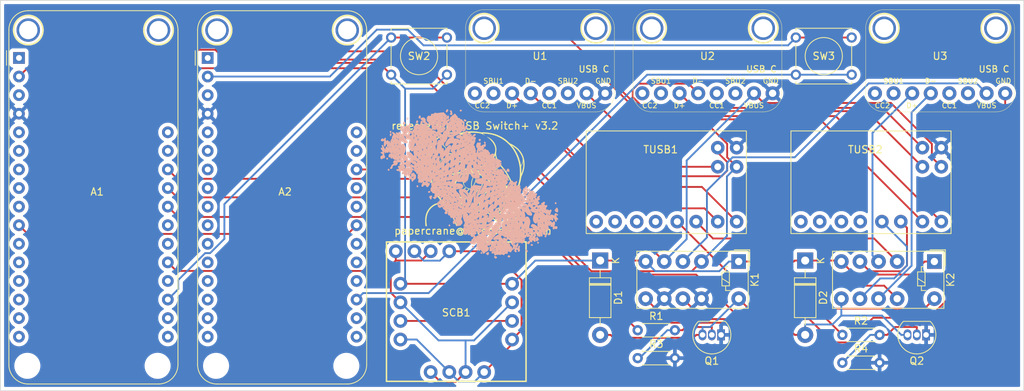
<source format=kicad_pcb>
(kicad_pcb (version 20211014) (generator pcbnew)
  (layers (0 "F.Cu" signal) (31 "B.Cu" signal) (34 "B.Paste" user) (35 "F.Paste" user) (36 "B.SilkS" user "B.Silkscreen") (37 "F.SilkS" user "F.Silkscreen") (38 "B.Mask" user) (39 "F.Mask" user) (44 "Edge.Cuts" user))
  (net 0 "")
  (net 16 "+3V3")
  (net 17 "GND")
  (net 43 "Net-(K1-Pad9)")
  (net 44 "Net-(K2-Pad3)")
  (net 45 "Net-(K2-Pad4)")
  (net 46 "Net-(K2-Pad5)")
  (net 47 "Net-(K2-Pad8)")
  (net 48 "Net-(K2-Pad10)")
  (net 49 "Net-(D1-Pad2)")
  (net 50 "Net-(K2-Pad9)")
  (net 51 "Net-(K1-Pad4)")
  (net 64 "Net-(A1-Pad10)")
  (net 65 "Net-(A1-Pad19)")
  (net 68 "Net-(A1-Pad24)")
  (net 69 "Net-(A1-Pad25)")
  (net 70 "Net-(A1-Pad26)")
  (net 80 "Net-(A1-Pad29)")
  (net 81 "Net-(A1-Pad30)")
  (net 82 "Net-(A2-Pad2)")
  (net 83 "Net-(A2-Pad19)")
  (net 84 "Net-(A2-Pad26)")
  (net 85 "Net-(A2-Pad29)")
  (net 86 "Net-(A2-Pad30)")
  (net 87 "Net-(D2-Pad2)")
  (net 88 "Net-(Q1-Pad2)")
  (net 89 "Net-(Q2-Pad2)")
  (net 90 "Net-(TUSB1-Pad0)")
  (net 91 "Net-(TUSB1-Pad1)")
  (net 92 "Net-(TUSB2-Pad0)")
  (net 93 "Net-(TUSB2-Pad1)")
  (net 94 "Net-(SCB1-Pad2)")
  (net 95 "unconnected-(SCB1-Pad3)")
  (net 96 "unconnected-(SCB1-Pad4)")
  (footprint "tinkerBOY:tinkerBOY USB 2.0 Hub" (layer "F.Cu") (at 196.81 68.65)
    (fp_text reference "TUSB2")
    (fp_text value "tinkerBOY_USB_2.0_Hub")
  )
  (footprint "Button_Switch_THT:SW_Tactile_Straight_KSL0Axx1LFTR" (layer "F.Cu") (at 142.24 55.88)
    (fp_text reference "SW2")
    (fp_text value "SW_Push")
  )
  (footprint "Resistor_THT:R_Axial_DIN0204_L3.6mm_D1.6mm_P5.08mm_Horizontal" (layer "F.Cu") (at 175.895 99.695)
    (fp_text reference "R3")
    (fp_text value "R10K")
  )
  (footprint "Adafruit:Adafruit 4090 - USB-C Breakout" (layer "F.Cu") (at 185.42 58.42)
    (fp_text reference "U2")
    (fp_text value "USB-C Breakout")
  )
  (footprint "Adafruit:Adafruit 4090 - USB-C Breakout" (layer "F.Cu") (at 217.17 58.42)
    (fp_text reference "U3")
    (fp_text value "USB-C Breakout")
  )
  (footprint "Relay_THT:Relay_DPDT_Omron_G6SK-2" (layer "F.Cu") (at 189.6795 86.4925 -90)
    (fp_text reference "K1")
    (fp_text value "G6SK-2")
  )
  (footprint "Button_Switch_THT:SW_Tactile_Straight_KSL0Axx1LFTR" (layer "F.Cu") (at 197.485 55.88)
    (fp_text reference "SW3")
    (fp_text value "SW_Push")
  )
  (footprint "Resistor_THT:R_Axial_DIN0204_L3.6mm_D1.6mm_P5.08mm_Horizontal" (layer "F.Cu") (at 203.835 96.52)
    (fp_text reference "R2")
    (fp_text value "R1K")
  )
  (footprint "tinkerBOY:tinkerBOY USB 2.0 Hub" (layer "F.Cu") (at 168.87 68.65)
    (fp_text reference "TUSB1")
    (fp_text value "tinkerBOY_USB_2.0_Hub")
  )
  (footprint "Adafruit:Adafruit 4090 - USB-C Breakout" (layer "F.Cu") (at 162.56 58.42)
    (fp_text reference "U1")
    (fp_text value "USB-C Breakout")
  )
  (footprint "Adafruit:Adafruit Feather RP2040" (layer "F.Cu") (at 102.87 77.47)
    (fp_text reference "A1")
    (fp_text value "Adafruit_Feather_RP2040")
  )
  (footprint "Adafruit:Adafruit Feather RP2040" (layer "F.Cu") (at 128.6315 77.474)
    (fp_text reference "A2")
    (fp_text value "Adafruit_Feather_RP2040")
  )
  (footprint "Package_TO_SOT_THT:TO-92_Inline" (layer "F.Cu") (at 215.265 96.52 180)
    (fp_text reference "Q2")
    (fp_text value "PN2222A")
  )
  (footprint "Resistor_THT:R_Axial_DIN0204_L3.6mm_D1.6mm_P5.08mm_Horizontal" (layer "F.Cu") (at 203.835 100.33)
    (fp_text reference "R4")
    (fp_text value "R10K")
  )
  (footprint "Relay_THT:Relay_DPDT_Omron_G6SK-2" (layer "F.Cu") (at 216.3925 86.4925 -90)
    (fp_text reference "K2")
    (fp_text value "G6SK-2")
  )
  (footprint "Resistor_THT:R_Axial_DIN0204_L3.6mm_D1.6mm_P5.08mm_Horizontal" (layer "F.Cu") (at 175.895 95.885)
    (fp_text reference "R1")
    (fp_text value "R1K")
  )
  (footprint "Package_TO_SOT_THT:TO-92_Inline" (layer "F.Cu") (at 187.282 96.52 180)
    (fp_text reference "Q1")
    (fp_text value "PN2222A")
  )
  (footprint "Diode_THT:D_DO-41_SOD81_P10.16mm_Horizontal" (layer "F.Cu") (at 198.755 86.36 -90)
    (fp_text reference "D2")
    (fp_text value "1N4001")
  )
  (footprint "SparkFun:SparkFun Cherry MX Breakout" (layer "F.Cu") (at 151.13 93.98)
    (fp_text reference "SCB1")
    (fp_text value "Sparkfun_Cherry_MX_Switch_Breakout")
  )
  (footprint "Diode_THT:D_DO-41_SOD81_P10.16mm_Horizontal" (layer "F.Cu") (at 170.772 86.36 -90)
    (fp_text reference "D1")
    (fp_text value "1N4001")
  )
  (gr_poly (pts (xy 158.787792 76.00678) (xy 158.791554 76.016137) (xy 158.794448 76.033464) (xy 158.797413 76.095065) (xy 158.796252 76.197652) (xy 158.790527 76.347294) (xy 158.801669 76.396925) (xy 158.81117 76.434811) (xy 158.81948 76.461834) (xy 158.823328 76.471547) (xy 158.827047 76.478876) (xy 158.830693 76.48393) (xy 158.834323 76.48682) (xy 158.837991 76.487656) (xy 158.841755 76.486549) (xy 158.845671 76.483608) (xy 158.849795 76.478944) (xy 158.858891 76.46489) (xy 158.88205 76.420959) (xy 158.897012 76.392848) (xy 158.91483 76.361816) (xy 158.935951 76.328747) (xy 158.947891 76.311724) (xy 158.960826 76.294523) (xy 158.974812 76.277254) (xy 158.989905 76.260026) (xy 159.006161 76.242951) (xy 159.023636 76.226139) (xy 159.040599 76.375631) (xy 159.050515 76.429324) (xy 159.061241 76.470275) (xy 159.07267 76.499454) (xy 159.084691 76.517831) (xy 159.097195 76.526378) (xy 159.110074 76.526065) (xy 159.123218 76.517862) (xy 159.136518 76.502739) (xy 159.163149 76.455617) (xy 159.189094 76.392461) (xy 159.213479 76.321034) (xy 159.277964 76.107891) (xy 159.280505 76.105423) (xy 159.281455 76.111562) (xy 159.278147 76.153541) (xy 159.247643 76.38348) (xy 159.22845 76.531976) (xy 159.207799 76.628451) (xy 159.196975 76.659538) (xy 159.185844 76.680448) (xy 159.174427 76.692123) (xy 159.162742 76.695506) (xy 159.150809 76.691541) (xy 159.138647 76.681169) (xy 159.113714 76.644976) (xy 159.061956 76.537193) (xy 159.03544 76.480685) (xy 159.008706 76.432489) (xy 158.981911 76.400144) (xy 158.968538 76.392274) (xy 158.955208 76.391194) (xy 158.94194 76.397848) (xy 158.928753 76.413179) (xy 158.915666 76.438129) (xy 158.9027 76.473641) (xy 158.877206 76.580122) (xy 158.852425 76.740162) (xy 158.832222 76.740261) (xy 158.812225 76.679813) (xy 158.812233 76.679798) (xy 158.807956 76.52415) (xy 158.796101 76.422323) (xy 158.787699 76.389225) (xy 158.777841 76.366741) (xy 158.766674 76.353923) (xy 158.754345 76.349826) (xy 158.740999 76.353502) (xy 158.726784 76.364003) (xy 158.696329 76.401695) (xy 158.664151 76.455326) (xy 158.631419 76.517319) (xy 158.568981 76.636085) (xy 158.541616 76.677706) (xy 158.529408 76.690761) (xy 158.51838 76.697383) (xy 158.508677 76.696625) (xy 158.500445 76.687539) (xy 158.493831 76.66918) (xy 158.488981 76.6406) (xy 158.48516 76.548987) (xy 158.490151 76.405125) (xy 158.486564 76.362514) (xy 158.481028 76.330175) (xy 158.473703 76.307343) (xy 158.464747 76.29325) (xy 158.454319 76.28713) (xy 158.442578 76.288218) (xy 158.429684 76.295747) (xy 158.415796 76.308951) (xy 158.385673 76.349319) (xy 158.353482 76.403192) (xy 158.287986 76.526936) (xy 158.257227 76.584546) (xy 158.22949 76.631144) (xy 158.20605 76.660598) (xy 158.196338 76.666981) (xy 158.188178 76.666779) (xy 158.181728 76.659227) (xy 158.177147 76.643559) (xy 158.17423 76.584806) (xy 158.1807 76.484391) (xy 158.19783 76.336185) (xy 158.2072 76.113482) (xy 158.211936 76.058827) (xy 158.232839 76.228688) (xy 158.245064 76.288303) (xy 158.261674 76.340718) (xy 158.271869 76.362027) (xy 158.283458 76.378901) (xy 158.296538 76.390458) (xy 158.311209 76.395822) (xy 158.32757 76.394112) (xy 158.345719 76.38445) (xy 158.365756 76.365958) (xy 158.38778 76.337757) (xy 158.411889 76.298967) (xy 158.438182 76.24871) (xy 158.497719 76.110279) (xy 158.50511 76.216501) (xy 158.515629 76.321536) (xy 158.528112 76.412427) (xy 158.534726 76.448519) (xy 158.541394 76.476216) (xy 158.547971 76.493898) (xy 158.551179 76.498477) (xy 158.55431 76.499946) (xy 158.557346 76.4981) (xy 158.560267 76.492739) (xy 158.565696 76.470657) (xy 158.57045 76.432083) (xy 158.574386 76.375394) (xy 158.577356 76.298973) (xy 158.579216 76.201199) (xy 158.596058 76.282217) (xy 158.605089 76.308133) (xy 158.614455 76.325331) (xy 158.6241 76.33457) (xy 158.633969 76.336609) (xy 158.644009 76.332205) (xy 158.654165 76.322119) (xy 158.674604 76.287929) (xy 158.69485 76.240109) (xy 158.733014 76.127851) (xy 158.76516 76.033892) (xy 158.777884 76.008946) (xy 158.783217 76.004636)) (layer "B.SilkS") (width 0.2) (fill solid))
  (gr_poly (pts (xy 155.44657 72.256603) (xy 155.446517 72.256822) (xy 155.438278 72.252541)) (layer "B.SilkS") (width 0.2) (fill solid))
  (gr_poly (pts (xy 150.479506 66.269606) (xy 150.488677 66.271642) (xy 150.496443 66.275124) (xy 150.502823 66.27986) (xy 150.507839 66.285657) (xy 150.511511 66.292324) (xy 150.513859 66.299667) (xy 150.514904 66.307494) (xy 150.514666 66.315614) (xy 150.513165 66.323834) (xy 150.510423 66.331962) (xy 150.506459 66.339806) (xy 150.501294 66.347173) (xy 150.494949 66.353871) (xy 150.487443 66.359709) (xy 150.478798 66.364492) (xy 150.469033 66.368031) (xy 150.458169 66.370131) (xy 150.446227 66.370602) (xy 150.433227 66.36925) (xy 150.41919 66.365884) (xy 150.404135 66.360311) (xy 150.388084 66.35234) (xy 150.371056 66.341777) (xy 150.353073 66.32843) (xy 150.353088 66.32843) (xy 150.374239 66.31198) (xy 150.393821 66.298513) (xy 150.411854 66.287838) (xy 150.428359 66.279762) (xy 150.443356 66.274093) (xy 150.456866 66.270639) (xy 150.468909 66.269207)) (layer "B.SilkS") (width 0.2) (fill solid))
  (gr_poly (pts (xy 148.624593 76.601188) (xy 148.621792 76.630399) (xy 148.624513 76.654293) (xy 148.632172 76.673411) (xy 148.644184 76.688292) (xy 148.659966 76.699476) (xy 148.678933 76.707502) (xy 148.700501 76.712909) (xy 148.749102 76.718028) (xy 148.801098 76.719149) (xy 148.851814 76.720587) (xy 148.896578 76.72666) (xy 148.915268 76.732784) (xy 148.930717 76.741684) (xy 148.942341 76.753902) (xy 148.949556 76.769976) (xy 148.951778 76.790446) (xy 148.948423 76.815851) (xy 148.938906 76.846732) (xy 148.922644 76.883627) (xy 148.899053 76.927077) (xy 148.867547 76.97762) (xy 148.827543 77.035797) (xy 148.778458 77.102146) (xy 148.849774 77.074499) (xy 148.910598 77.053528) (xy 148.96163 77.038807) (xy 149.003565 77.029912) (xy 149.037102 77.026418) (xy 149.06294 77.027901) (xy 149.081775 77.033936) (xy 149.094305 77.044099) (xy 149.101228 77.057965) (xy 149.103242 77.075109) (xy 149.101045 77.095107) (xy 149.095334 77.117535) (xy 149.076162 77.167979) (xy 149.051309 77.223044) (xy 149.026356 77.279335) (xy 149.006886 77.333455) (xy 149.000952 77.358639) (xy 148.998481 77.382006) (xy 149.000173 77.403132) (xy 149.006723 77.421592) (xy 149.018831 77.436962) (xy 149.037194 77.448816) (xy 149.06251 77.456731) (xy 149.095477 77.460282) (xy 149.136791 77.459044) (xy 149.187152 77.452593) (xy 149.247256 77.440504) (xy 149.317803 77.422352) (xy 149.30584 77.428288) (xy 149.294139 77.435929) (xy 149.282675 77.445144) (xy 149.27143 77.455802) (xy 149.260379 77.46777) (xy 149.249504 77.480916) (xy 149.228189 77.510219) (xy 149.207314 77.542655) (xy 149.186707 77.577171) (xy 149.145609 77.648229) (xy 149.124775 77.682662) (xy 149.103522 77.714959) (xy 149.081678 77.744067) (xy 149.070481 77.757095) (xy 149.059072 77.768931) (xy 149.04743 77.779442) (xy 149.035532 77.788498) (xy 149.023358 77.795965) (xy 149.010886 77.801713) (xy 148.998094 77.80561) (xy 148.984962 77.807523) (xy 148.971467 77.807322) (xy 148.957588 77.804874) (xy 148.957581 77.804874) (xy 149.019526 77.748226) (xy 149.069123 77.698885) (xy 149.107214 77.656372) (xy 149.134644 77.620206) (xy 149.152253 77.589904) (xy 149.160887 77.564986) (xy 149.161387 77.544972) (xy 149.154597 77.529378) (xy 149.141361 77.517725) (xy 149.122519 77.509532) (xy 149.098917 77.504317) (xy 149.071397 77.501598) (xy 149.007976 77.501728) (xy 148.938998 77.506072) (xy 148.87121 77.510781) (xy 148.811355 77.512006) (xy 148.766178 77.505898) (xy 148.751202 77.49889) (xy 148.742423 77.488607) (xy 148.740687 77.474565) (xy 148.746835 77.456284) (xy 148.761711 77.433283) (xy 148.786158 77.40508) (xy 148.867136 77.331146) (xy 148.996513 77.230633) (xy 149.004687 77.218119) (xy 149.009303 77.208103) (xy 149.010645 77.200398) (xy 149.008995 77.194813) (xy 149.004638 77.191162) (xy 148.997857 77.189254) (xy 148.988934 77.188901) (xy 148.978155 77.189915) (xy 148.952156 77.19529) (xy 148.922127 77.203868) (xy 148.85905 77.224602) (xy 148.830535 77.233739) (xy 148.807059 77.240045) (xy 148.790888 77.242011) (xy 148.78625 77.240895) (xy 148.78429 77.238128) (xy 148.785289 77.233522) (xy 148.789531 77.226887) (xy 148.808879 77.20678) (xy 148.830063 77.188703) (xy 148.838317 77.182618) (xy 148.898964 77.13393) (xy 148.844601 77.176297) (xy 148.830063 77.188703) (xy 148.786774 77.220616) (xy 148.743776 77.24865) (xy 148.708766 77.267445) (xy 148.681183 77.277727) (xy 148.660468 77.280222) (xy 148.646064 77.275654) (xy 148.637411 77.264751) (xy 148.633949 77.248238) (xy 148.635121 77.226839) (xy 148.649129 77.172291) (xy 148.674962 77.106912) (xy 148.70815 77.036508) (xy 148.825022 76.820739) (xy 148.827914 76.812286) (xy 148.811333 76.83364) (xy 148.701866 76.988987) (xy 148.70473 76.96265) (xy 148.704316 76.940031) (xy 148.700906 76.920867) (xy 148.694785 76.904899) (xy 148.686238 76.891863) (xy 148.675548 76.881498) (xy 148.663 76.873543) (xy 148.648877 76.867735) (xy 148.633464 76.863813) (xy 148.617045 76.861515) (xy 148.582325 76.860745) (xy 148.54699 76.86333) (xy 148.513312 76.867178) (xy 148.483566 76.870194) (xy 148.460022 76.870285) (xy 148.451287 76.868579) (xy 148.444955 76.865356) (xy 148.44131 76.860355) (xy 148.440637 76.853314) (xy 148.44322 76.843972) (xy 148.449342 76.832066) (xy 148.459288 76.817335) (xy 148.473341 76.799517) (xy 148.514909 76.753574) (xy 148.576317 76.692142) (xy 148.629112 76.582365) (xy 148.62986 76.580451)) (layer "B.SilkS") (width 0.2) (fill solid))
  (gr_poly (pts (xy 163.49414 79.869299) (xy 163.50609 79.887035) (xy 163.516676 79.909442) (xy 163.525709 79.937043) (xy 163.533002 79.97036) (xy 163.538364 80.009914) (xy 163.541609 80.056227) (xy 163.541869 80.071121) (xy 163.536055 80.061613) (xy 163.517611 80.029554) (xy 163.500876 79.996332) (xy 163.493609 79.979392) (xy 163.48732 79.962291) (xy 163.482192 79.945072) (xy 163.478409 79.927776) (xy 163.476154 79.910449) (xy 163.475612 79.893132) (xy 163.476965 79.875869) (xy 163.480397 79.858703) (xy 163.481298 79.856008)) (layer "B.SilkS") (width 0.2) (fill solid))
  (gr_poly (pts (xy 145.042283 74.859727) (xy 145.040451 74.863028) (xy 145.036865 74.864873) (xy 145.032218 74.863529) (xy 145.026393 74.858754)) (layer "B.SilkS") (width 0.2) (fill solid))
  (gr_poly (pts (xy 149.068303 78.131892) (xy 149.092295 78.135093) (xy 149.115981 78.1405) (xy 149.138927 78.148123) (xy 149.160699 78.157971) (xy 149.180866 78.170051) (xy 149.198994 78.184373) (xy 149.214649 78.200947) (xy 149.227398 78.21978) (xy 149.236809 78.240881) (xy 149.242448 78.26426) (xy 149.243882 78.289924) (xy 149.240678 78.317884) (xy 149.232403 78.348148) (xy 149.229551 78.35489) (xy 149.229355 78.353861) (xy 149.228824 78.352523) (xy 149.228066 78.351396) (xy 149.227083 78.350473) (xy 149.225882 78.349747) (xy 149.224466 78.349211) (xy 149.22101 78.348682) (xy 149.216753 78.348831) (xy 149.211731 78.349602) (xy 149.205983 78.350939) (xy 149.199545 78.352787) (xy 149.18475 78.357794) (xy 149.167645 78.364177) (xy 149.127699 78.379299) (xy 149.105455 78.387149) (xy 149.082096 78.394598) (xy 149.070092 78.398034) (xy 149.05792 78.401204) (xy 149.045619 78.404051) (xy 149.033226 78.406521) (xy 148.996161 78.373562) (xy 148.966153 78.34266) (xy 148.942769 78.313822) (xy 148.925575 78.287059) (xy 148.914138 78.262379) (xy 148.908026 78.23979) (xy 148.906804 78.219302) (xy 148.910041 78.200923) (xy 148.917302 78.184662) (xy 148.928154 78.170528) (xy 148.942165 78.15853) (xy 148.958902 78.148677) (xy 148.97793 78.140978) (xy 148.998818 78.135441) (xy 149.021131 78.132075) (xy 149.044437 78.130889)) (layer "B.SilkS") (width 0.2) (fill solid))
  (gr_poly (pts (xy 155.489879 85.357535) (xy 155.482326 85.398047) (xy 155.4729 85.439979) (xy 155.467507 85.459785) (xy 155.461673 85.477917) (xy 155.455408 85.493698) (xy 155.44872 85.50645) (xy 155.445221 85.511479) (xy 155.441619 85.515498) (xy 155.437917 85.518421) (xy 155.434115 85.520164) (xy 155.430214 85.520642) (xy 155.426215 85.519772) (xy 155.422121 85.517468) (xy 155.417931 85.513645) (xy 155.349375 85.453298) (xy 155.325542 85.432007) (xy 155.308259 85.415563) (xy 155.301977 85.408906) (xy 155.297217 85.403158) (xy 155.293939 85.398217) (xy 155.292106 85.393984) (xy 155.291677 85.390357) (xy 155.292616 85.387235) (xy 155.294882 85.384517) (xy 155.298437 85.382103) (xy 155.303243 85.379891) (xy 155.309261 85.377782) (xy 155.324777 85.373464) (xy 155.344675 85.368342) (xy 155.368647 85.361609) (xy 155.396382 85.352458) (xy 155.411563 85.346724) (xy 155.42757 85.340082) (xy 155.444363 85.332432) (xy 155.461902 85.323673) (xy 155.480151 85.313705) (xy 155.499069 85.302425)) (layer "B.SilkS") (width 0.2) (fill solid))
  (gr_poly (pts (xy 156.721558 85.48135) (xy 156.721535 85.481297) (xy 156.721656 85.481287)) (layer "B.SilkS") (width 0.2) (fill solid))
  (gr_poly (pts (xy 159.239331 85.068401) (xy 159.243158 85.0699) (xy 159.24731 85.072177) (xy 159.251684 85.075127) (xy 159.256178 85.078644) (xy 159.265121 85.086962) (xy 159.27332 85.09629) (xy 159.279961 85.105788) (xy 159.282442 85.110338) (xy 159.284227 85.114616) (xy 159.285214 85.118517) (xy 159.285301 85.121934) (xy 159.284387 85.124764) (xy 159.282368 85.126901) (xy 159.279143 85.128241) (xy 159.27461 85.128678) (xy 159.268667 85.128107) (xy 159.261211 85.126423) (xy 159.252142 85.123522) (xy 159.241356 85.119297) (xy 159.241364 85.119297) (xy 159.236332 85.107241) (xy 159.232646 85.097014) (xy 159.230203 85.088509) (xy 159.2289 85.081623) (xy 159.228637 85.076249) (xy 159.22931 85.072284) (xy 159.230818 85.069621) (xy 159.233059 85.068157) (xy 159.235931 85.067785)) (layer "B.SilkS") (width 0.2) (fill solid))
  (gr_poly (pts (xy 142.580116 73.215343) (xy 142.580525 73.217734) (xy 142.579 73.222096) (xy 142.570377 73.236237) (xy 142.554712 73.25677) (xy 142.532469 73.2827) (xy 142.504112 73.313032) (xy 142.470104 73.346771) (xy 142.430909 73.382922) (xy 142.386991 73.42049) (xy 142.338825 73.458472) (xy 142.403224 73.385669) (xy 142.456881 73.327205) (xy 142.50025 73.282099) (xy 142.533794 73.249354) (xy 142.557978 73.227977) (xy 142.573264 73.216971) (xy 142.577715 73.215047)) (layer "B.SilkS") (width 0.2) (fill solid))
  (gr_poly (pts (xy 157.805407 75.558151) (xy 157.815469 75.561522) (xy 157.836951 75.572056) (xy 157.860594 75.585803) (xy 157.886821 75.600558) (xy 157.916053 75.614116) (xy 157.931929 75.619756) (xy 157.948714 75.624269) (xy 157.966462 75.627381) (xy 157.985225 75.628813) (xy 158.005057 75.628292) (xy 158.026009 75.625541) (xy 158.048135 75.620285) (xy 158.071488 75.612247) (xy 158.052729 75.668296) (xy 158.035405 75.714904) (xy 158.018866 75.753301) (xy 158.010689 75.769805) (xy 158.002465 75.784717) (xy 157.994114 75.798191) (xy 157.985555 75.810381) (xy 157.976705 75.82144) (xy 157.967486 75.831522) (xy 157.957815 75.840781) (xy 157.947612 75.84937) (xy 157.936795 75.857444) (xy 157.925284 75.865155) (xy 157.899854 75.880106) (xy 157.870675 75.895453) (xy 157.798477 75.932251) (xy 157.754163 75.956162) (xy 157.703507 75.985386) (xy 157.645863 76.021153) (xy 157.580582 76.064693) (xy 157.580574 76.064693) (xy 157.595821 75.972393) (xy 157.617158 75.869695) (xy 157.640972 75.771287) (xy 157.663651 75.691858) (xy 157.673435 75.663851) (xy 157.681581 75.646096) (xy 157.684899 75.641636) (xy 157.687638 75.640429) (xy 157.689741 75.642703) (xy 157.691152 75.648687) (xy 157.691673 75.672706) (xy 157.688749 75.714321) (xy 157.681929 75.775369) (xy 157.670761 75.857685) (xy 157.690151 75.763089) (xy 157.708325 75.689356) (xy 157.717087 75.659623) (xy 157.725704 75.634278) (xy 157.734228 75.613046) (xy 157.742712 75.595651) (xy 157.751208 75.581817) (xy 157.75977 75.571268) (xy 157.76845 75.563728) (xy 157.777301 75.558923) (xy 157.786375 75.556575) (xy 157.795726 75.556409)) (layer "B.SilkS") (width 0.2) (fill solid))
  (gr_poly (pts (xy 151.475313 66.957281) (xy 151.489674 66.959781) (xy 151.503319 66.963864) (xy 151.516087 66.969318) (xy 151.527817 66.975931) (xy 151.538351 66.983493) (xy 151.547526 66.991792) (xy 151.555183 67.000616) (xy 151.56116 67.009754) (xy 151.565299 67.018995) (xy 151.567438 67.028128) (xy 151.567417 67.036941) (xy 151.565076 67.045223) (xy 151.560254 67.052763) (xy 151.55279 67.059349) (xy 151.542525 67.06477) (xy 151.529298 67.068814) (xy 151.512948 67.071271) (xy 151.493315 67.071929) (xy 151.470239 67.070576) (xy 151.44356 67.067002) (xy 151.413116 67.060995) (xy 151.378747 67.052344) (xy 151.340298 67.040838) (xy 151.353884 67.019595) (xy 151.368201 67.00183) (xy 151.383085 66.987338) (xy 151.398376 66.975907) (xy 151.413913 66.967327) (xy 151.429535 66.961385) (xy 151.445083 66.957871) (xy 151.460396 66.956574)) (layer "B.SilkS") (width 0.2) (fill solid))
  (gr_poly (pts (xy 144.754204 67.936024) (xy 144.754189 67.936024) (xy 144.754202 67.936016)) (layer "B.SilkS") (width 0.2) (fill solid))
  (gr_poly (pts (xy 161.497615 82.858525) (xy 161.518405 82.866388) (xy 161.531461 82.877702) (xy 161.537426 82.892134) (xy 161.536946 82.909355) (xy 161.530665 82.929032) (xy 161.519228 82.950835) (xy 161.483463 82.999495) (xy 161.434809 83.052686) (xy 161.319459 83.162067) (xy 161.214433 83.257791) (xy 161.178684 83.293911) (xy 161.160987 83.318671) (xy 161.16052 83.325964) (xy 161.166499 83.329423) (xy 161.17957 83.328719) (xy 161.200376 83.323519) (xy 161.267776 83.29831) (xy 161.373856 83.251148) (xy 161.431962 83.272225) (xy 161.467384 83.288662) (xy 161.477641 83.295358) (xy 161.483487 83.301155) (xy 161.485345 83.306142) (xy 161.483635 83.310404) (xy 161.478777 83.314028) (xy 161.471191 83.317103) (xy 161.449522 83.321951) (xy 161.391961 83.328882) (xy 161.362799 83.332359) (xy 161.337869 83.336774) (xy 161.320534 83.342823) (xy 161.315766 83.346678) (xy 161.314159 83.351203) (xy 161.316134 83.356486) (xy 161.32211 83.362613) (xy 161.332508 83.369671) (xy 161.347749 83.377748) (xy 161.394442 83.397307) (xy 161.465553 83.421986) (xy 161.461454 83.425461) (xy 161.456795 83.429694) (xy 161.446397 83.439479) (xy 161.435561 83.449444) (xy 161.430354 83.453901) (xy 161.425489 83.45769) (xy 161.421114 83.460576) (xy 161.419158 83.461605) (xy 161.417381 83.46232) (xy 161.415801 83.46269) (xy 161.414439 83.462685) (xy 161.413311 83.462277) (xy 161.412438 83.461434) (xy 161.411838 83.460129) (xy 161.411529 83.458331) (xy 161.411531 83.45601) (xy 161.411863 83.453136) (xy 161.412542 83.449681) (xy 161.413588 83.445615) (xy 161.415019 83.440907) (xy 161.416855 83.435528) (xy 161.416817 83.43552) (xy 161.343712 83.451292) (xy 161.282493 83.460412) (xy 161.232335 83.463368) (xy 161.19241 83.460648) (xy 161.161893 83.452741) (xy 161.139957 83.440134) (xy 161.125776 83.423316) (xy 161.118523 83.402775) (xy 161.117372 83.378998) (xy 161.121496 83.352475) (xy 161.130069 83.323693) (xy 161.142265 83.29314) (xy 161.17422 83.228674) (xy 161.210748 83.162982) (xy 161.245239 83.09997) (xy 161.271081 83.043541) (xy 161.278693 83.019017) (xy 161.281664 82.997602) (xy 161.279167 82.979787) (xy 161.270376 82.966057) (xy 161.254464 82.956903) (xy 161.240307 82.954475) (xy 161.242825 82.954377) (xy 161.307062 82.946416) (xy 161.364173 82.933899) (xy 161.409602 82.917637) (xy 161.426512 82.908354) (xy 161.438794 82.898439) (xy 161.445879 82.887992) (xy 161.447196 82.877114) (xy 161.442177 82.865908) (xy 161.430252 82.854473) (xy 161.468446 82.854443)) (layer "B.SilkS") (width 0.2) (fill solid))
  (gr_poly (pts (xy 152.190742 81.655855) (xy 152.203012 81.632351) (xy 152.208643 81.623139)) (layer "B.SilkS") (width 0.2) (fill solid))
  (gr_poly (pts (xy 148.223312 77.144169) (xy 148.22329 77.144169) (xy 148.223311 77.144156)) (layer "B.SilkS") (width 0.2) (fill solid))
  (gr_poly (pts (xy 163.294976 83.025775) (xy 163.297287 83.027585) (xy 163.299703 83.030201) (xy 163.304636 83.037395) (xy 163.309356 83.046448) (xy 163.313443 83.056453) (xy 163.316479 83.066502) (xy 163.318045 83.075689) (xy 163.318145 83.079675) (xy 163.31772 83.083105) (xy 163.316718 83.085866) (xy 163.315086 83.087843) (xy 163.312772 83.088925) (xy 163.309724 83.088996) (xy 163.305889 83.087944) (xy 163.301215 83.085656) (xy 163.295649 83.082018) (xy 163.289139 83.076916) (xy 163.289101 83.076908) (xy 163.28651 83.053888) (xy 163.286105 83.045173) (xy 163.286222 83.038171) (xy 163.28681 83.032769) (xy 163.287816 83.028852) (xy 163.289188 83.026308) (xy 163.290874 83.025022) (xy 163.29282 83.024883)) (layer "B.SilkS") (width 0.2) (fill solid))
  (gr_poly (pts (xy 142.478658 68.89388) (xy 142.496268 68.903378) (xy 142.520925 68.920481) (xy 142.550329 68.942762) (xy 142.61419 68.993144) (xy 142.669464 69.035098) (xy 142.678084 69.040521) (xy 142.662994 69.181694) (xy 142.576752 69.045464) (xy 142.524653 68.98051) (xy 142.491092 68.935303) (xy 142.473772 68.907415) (xy 142.470484 68.899206) (xy 142.470393 68.894416) (xy 142.473214 68.892742)) (layer "B.SilkS") (width 0.2) (fill solid))
  (gr_poly (pts (xy 162.2168 79.525832) (xy 162.22656 79.528108) (xy 162.233294 79.532013) (xy 162.237141 79.537449) (xy 162.23824 79.544321) (xy 162.236731 79.55253) (xy 162.232751 79.561982) (xy 162.226439 79.572578) (xy 162.207376 79.596819) (xy 162.180652 79.624479) (xy 162.147377 79.654785) (xy 162.108661 79.686963) (xy 162.065614 79.720241) (xy 162.019347 79.753844) (xy 161.97097 79.786999) (xy 161.490278 79.616663) (xy 161.468399 79.605311) (xy 161.463165 79.600846) (xy 161.462089 79.597243) (xy 161.465435 79.594543) (xy 161.47347 79.592785) (xy 161.504667 79.592257) (xy 161.557803 79.595985) (xy 161.635001 79.604289) (xy 161.870079 79.635921) (xy 161.969924 79.594578) (xy 162.052115 79.563616) (xy 162.117765 79.542261) (xy 162.167982 79.529741) (xy 162.18765 79.526551) (xy 162.203877 79.525281)) (layer "B.SilkS") (width 0.2) (fill solid))
  (gr_poly (pts (xy 164.133324 81.646) (xy 164.133163 81.641505) (xy 164.135365 81.640559)) (layer "B.SilkS") (width 0.2) (fill solid))
  (gr_poly (pts (xy 154.295802 82.782026) (xy 154.344485 82.787918) (xy 154.388828 82.796008) (xy 154.428932 82.80612) (xy 154.464898 82.818081) (xy 154.496827 82.831715) (xy 154.524822 82.846848) (xy 154.548983 82.863304) (xy 154.569413 82.88091) (xy 154.586212 82.899489) (xy 154.599482 82.918868) (xy 154.609324 82.938871) (xy 154.615841 82.959324) (xy 154.619133 82.980051) (xy 154.619302 83.000879) (xy 154.616449 83.021631) (xy 154.610677 83.042134) (xy 154.602086 83.062213) (xy 154.590777 83.081692) (xy 154.576853 83.100397) (xy 154.560415 83.118153) (xy 154.541565 83.134785) (xy 154.520403 83.150119) (xy 154.497031 83.163979) (xy 154.471551 83.176191) (xy 154.444064 83.18658) (xy 154.414672 83.194971) (xy 154.383476 83.20119) (xy 154.350578 83.205061) (xy 154.316079 83.206409) (xy 154.28008 83.205061) (xy 154.242683 83.20084) (xy 154.386293 83.132151) (xy 154.435424 83.103633) (xy 154.470902 83.078846) (xy 154.493824 83.057675) (xy 154.50529 83.040003) (xy 154.506395 83.025716) (xy 154.498239 83.014699) (xy 154.481918 83.006835) (xy 154.45853 83.002011) (xy 154.394944 83.001017) (xy 154.316261 83.010794) (xy 154.231264 83.030419) (xy 154.148733 83.058971) (xy 154.077449 83.095527) (xy 154.048768 83.116517) (xy 154.026193 83.139163) (xy 154.010819 83.163348) (xy 154.003746 83.188958) (xy 154.00607 83.215876) (xy 154.018889 83.243989) (xy 154.043301 83.273179) (xy 154.080404 83.303333) (xy 154.131294 83.334334) (xy 154.19707 83.366067) (xy 154.27883 83.398418) (xy 154.37767 83.431271) (xy 154.383721 83.434476) (xy 154.387397 83.435251) (xy 154.388927 83.433836) (xy 154.388536 83.430475) (xy 154.382901 83.41888) (xy 154.372311 83.402402) (xy 154.316722 83.326391) (xy 154.3086 83.314546) (xy 154.306654 83.311029) (xy 154.306421 83.309437) (xy 154.308128 83.310014) (xy 154.312001 83.313) (xy 154.327158 83.327173) (xy 154.393465 83.395091) (xy 154.519875 83.528683) (xy 154.408398 83.559498) (xy 154.363567 83.573924) (xy 154.32543 83.58774) (xy 154.293553 83.600979) (xy 154.267504 83.613675) (xy 154.246847 83.625861) (xy 154.23115 83.637571) (xy 154.219979 83.648836) (xy 154.212901 83.659692) (xy 154.209482 83.670171) (xy 154.209288 83.680306) (xy 154.211887 83.690131) (xy 154.216843 83.699679) (xy 154.232099 83.718079) (xy 154.271835 83.75302) (xy 154.28938 83.770096) (xy 154.296055 83.778651) (xy 154.300752 83.787263) (xy 154.303039 83.795964) (xy 154.302482 83.804788) (xy 154.298648 83.813768) (xy 154.291103 83.822938) (xy 154.279413 83.832331) (xy 154.263145 83.84198) (xy 154.241866 83.851918) (xy 154.215141 83.862179) (xy 154.127781 83.88651) (xy 154.078117 83.903239) (xy 154.060489 83.913666) (xy 154.06192 83.916922) (xy 154.069235 83.91909) (xy 154.098694 83.920808) (xy 154.143202 83.92012) (xy 154.254725 83.916721) (xy 154.310415 83.916608) (xy 154.358508 83.919283) (xy 154.393344 83.926047) (xy 154.404021 83.931367) (xy 154.40926 83.938197) (xy 154.408354 83.946698) (xy 154.400595 83.957032) (xy 154.385275 83.969363) (xy 154.361687 83.983852) (xy 154.286874 84.019955) (xy 154.170494 84.066639) (xy 154.173638 84.088172) (xy 154.17528 84.10756) (xy 154.175589 84.124917) (xy 154.174732 84.140358) (xy 154.172876 84.153998) (xy 154.170188 84.16595) (xy 154.166836 84.17633) (xy 154.162987 84.185252) (xy 154.158808 84.19283) (xy 154.154467 84.199179) (xy 154.150131 84.204412) (xy 154.145968 84.208646) (xy 154.134383 84.217867) (xy 154.133591 84.218816) (xy 154.133975 84.219452) (xy 154.138942 84.220241) (xy 154.170351 84.223093) (xy 154.199472 84.226989) (xy 154.239321 84.233751) (xy 154.291238 84.244297) (xy 154.35656 84.259541) (xy 154.325724 84.258001) (xy 154.298651 84.259348) (xy 154.275083 84.263362) (xy 154.254765 84.269824) (xy 154.237441 84.278512) (xy 154.222855 84.289208) (xy 154.210752 84.301692) (xy 154.200875 84.315742) (xy 154.192969 84.331141) (xy 154.186778 84.347668) (xy 154.182045 84.365102) (xy 154.178516 84.383225) (xy 154.174044 84.420655) (xy 154.171313 84.458199) (xy 154.168278 84.494097) (xy 154.166007 84.51088) (xy 154.162891 84.526592) (xy 154.158676 84.541013) (xy 154.153106 84.553924) (xy 154.145924 84.565104) (xy 154.136875 84.574333) (xy 154.125703 84.581392) (xy 154.112152 84.586062) (xy 154.095966 84.588121) (xy 154.07689 84.58735) (xy 154.054667 84.58353) (xy 154.029042 84.57644) (xy 153.999758 84.56586) (xy 153.96656 84.551571) (xy 153.966477 84.551517) (xy 153.979325 84.502425) (xy 153.990567 84.450823) (xy 154.0003 84.397112) (xy 154.008622 84.341689) (xy 154.015632 84.284952) (xy 154.021427 84.2273) (xy 154.029763 84.11084) (xy 154.034415 83.995494) (xy 154.036166 83.884448) (xy 154.035798 83.780885) (xy 154.034096 83.687992) (xy 154.004781 83.658579) (xy 153.984118 83.632755) (xy 153.971461 83.6103) (xy 153.966167 83.59099) (xy 153.967591 83.574606) (xy 153.97509 83.560924) (xy 153.988019 83.549723) (xy 154.005734 83.540783) (xy 154.027591 83.53388) (xy 154.052945 83.528794) (xy 154.111572 83.523185) (xy 154.17646 83.522182) (xy 154.242457 83.524013) (xy 154.357167 83.529081) (xy 154.395572 83.528773) (xy 154.407784 83.527133) (xy 154.414475 83.524207) (xy 154.415002 83.519772) (xy 154.408721 83.513608) (xy 154.373159 83.495205) (xy 154.302634 83.467223) (xy 154.191994 83.427891) (xy 154.106832 83.400307) (xy 154.036946 83.372717) (xy 153.981366 83.345169) (xy 153.939125 83.31771) (xy 153.909256 83.290388) (xy 153.89079 83.263251) (xy 153.882759 83.236347) (xy 153.884196 83.209722) (xy 153.894134 83.183424) (xy 153.911603 83.157502) (xy 153.935636 83.132003) (xy 153.965267 83.106973) (xy 154.037445 83.058517) (xy 154.120395 83.012513) (xy 154.287641 82.929389) (xy 154.356451 82.89303) (xy 154.405063 82.860648) (xy 154.419375 82.846067) (xy 154.425734 82.832623) (xy 154.423172 82.820364) (xy 154.410722 82.809338) (xy 154.387415 82.799591) (xy 154.352283 82.791172) (xy 154.242676 82.778507)) (layer "B.SilkS") (width 0.2) (fill solid))
  (gr_poly (pts (xy 156.045891 85.2953) (xy 156.045883 85.295284) (xy 156.045914 85.295257)) (layer "B.SilkS") (width 0.2) (fill solid))
  (gr_poly (pts (xy 150.295389 70.663961) (xy 150.31364 70.689608) (xy 150.325453 70.731989) (xy 150.330289 70.792491) (xy 150.327608 70.872503) (xy 150.316872 70.973412) (xy 150.269665 71.085476) (xy 150.223501 71.209377) (xy 150.179884 71.340816) (xy 150.140322 71.475491) (xy 150.10632 71.609105) (xy 150.079384 71.737356) (xy 150.06102 71.855946) (xy 150.052734 71.960574) (xy 150.056033 72.04694) (xy 150.062497 72.081932) (xy 150.072422 72.110746) (xy 150.085996 72.132844) (xy 150.103408 72.14769) (xy 150.124845 72.154746) (xy 150.150495 72.153475) (xy 150.180548 72.143338) (xy 150.215192 72.123798) (xy 150.254614 72.094319) (xy 150.299002 72.054362) (xy 150.348546 72.00339) (xy 150.403433 71.940866) (xy 150.529991 71.779011) (xy 150.722251 71.579453) (xy 150.794962 71.517507) (xy 150.853515 71.478421) (xy 150.899 71.460424) (xy 150.932509 71.461742) (xy 150.955133 71.480605) (xy 150.967961 71.51524) (xy 150.972086 71.563876) (xy 150.968597 71.62474) (xy 150.943142 71.776067) (xy 150.848867 72.147502) (xy 150.754948 72.516147) (xy 150.729938 72.663985) (xy 150.726738 72.722582) (xy 150.731196 72.768601) (xy 150.744402 72.80027) (xy 150.767447 72.815818) (xy 150.801423 72.813473) (xy 150.84742 72.791464) (xy 150.906528 72.748017) (xy 150.979839 72.681361) (xy 151.173431 72.471336) (xy 151.33223 72.289626) (xy 151.392503 72.235616) (xy 151.441236 72.203802) (xy 151.479335 72.192408) (xy 151.50771 72.199658) (xy 151.527266 72.223776) (xy 151.538912 72.262987) (xy 151.542105 72.379583) (xy 151.524548 72.535239) (xy 151.456229 72.906906) (xy 151.392043 73.264333) (xy 151.379651 73.402191) (xy 151.381558 73.45469) (xy 151.390076 73.493869) (xy 151.406113 73.517951) (xy 151.430576 73.525161) (xy 151.464374 73.513723) (xy 151.508414 73.48186) (xy 151.563604 73.427798) (xy 151.63085 73.34976) (xy 151.805145 73.114655) (xy 151.878086 72.990894) (xy 151.945147 72.883009) (xy 152.006328 72.791202) (xy 152.061631 72.715673) (xy 152.087079 72.684076) (xy 152.111057 72.656624) (xy 152.133567 72.633343) (xy 152.154607 72.614257) (xy 152.174179 72.599392) (xy 152.192282 72.588773) (xy 152.208916 72.582425) (xy 152.224082 72.580374) (xy 152.23778 72.582644) (xy 152.25001 72.58926) (xy 152.260771 72.600249) (xy 152.270065 72.615634) (xy 152.277891 72.635442) (xy 152.284249 72.659697) (xy 152.28914 72.688424) (xy 152.292564 72.72165) (xy 152.29452 72.759398) (xy 152.295009 72.801694) (xy 152.291587 72.900032) (xy 152.282298 73.016865) (xy 152.267143 73.152393) (xy 152.228778 74.15377) (xy 152.233775 74.253336) (xy 152.245345 74.328647) (xy 152.254007 74.355467) (xy 152.264807 74.374134) (xy 152.27791 74.383953) (xy 152.293482 74.384227) (xy 152.311685 74.37426) (xy 152.332687 74.353357) (xy 152.356651 74.32082) (xy 152.383742 74.275954) (xy 152.447967 74.14645) (xy 152.52668 73.959274) (xy 152.59917 73.741869) (xy 152.659297 73.544316) (xy 152.946319 73.544316) (xy 152.947577 73.610747) (xy 152.951444 73.676097) (xy 152.957874 73.74032) (xy 152.966824 73.803367) (xy 152.978246 73.86519) (xy 152.992096 73.925743) (xy 153.008329 73.984978) (xy 153.026899 74.042846) (xy 153.04776 74.099301) (xy 153.070867 74.154294) (xy 153.096175 74.207778) (xy 153.123639 74.259706) (xy 153.153212 74.310029) (xy 153.18485 74.358701) (xy 153.218508 74.405673) (xy 153.254139 74.450897) (xy 153.291699 74.494327) (xy 153.331142 74.535915) (xy 153.372423 74.575613) (xy 153.415496 74.613373) (xy 153.460316 74.649148) (xy 153.506837 74.682889) (xy 153.555015 74.714551) (xy 153.604804 74.744084) (xy 153.656158 74.771441) (xy 153.709032 74.796575) (xy 153.76338 74.819438) (xy 153.819158 74.839982) (xy 153.87632 74.85816) (xy 153.93482 74.873924) (xy 153.994614 74.887226) (xy 153.997457 74.886422) (xy 154.001429 74.886292) (xy 154.012323 74.88779) (xy 154.026422 74.891182) (xy 154.042852 74.895932) (xy 154.079208 74.907356) (xy 154.114398 74.917765) (xy 154.129371 74.921245) (xy 154.141432 74.922861) (xy 154.146096 74.922802) (xy 154.149704 74.922074) (xy 154.152147 74.920612) (xy 154.153316 74.918348) (xy 154.1531 74.915215) (xy 154.151392 74.911146) (xy 154.148081 74.906073) (xy 154.143059 74.89993) (xy 154.136215 74.892649) (xy 154.127442 74.884163) (xy 154.103668 74.863308) (xy 154.054775 74.834772) (xy 154.005653 74.801796) (xy 153.956407 74.764728) (xy 153.907142 74.723916) (xy 153.808977 74.632457) (xy 153.712002 74.530208) (xy 153.617058 74.419958) (xy 153.524988 74.304497) (xy 153.436635 74.186613) (xy 153.352841 74.069096) (xy 153.2023 73.846318) (xy 153.080105 73.658476) (xy 152.992997 73.527883) (xy 152.964707 73.491028) (xy 152.947716 73.476852) (xy 152.946319 73.544316) (xy 152.659297 73.544316) (xy 152.674382 73.494752) (xy 152.751147 73.254792) (xy 152.789746 73.149016) (xy 152.828295 73.058856) (xy 152.866647 72.988918) (xy 152.885704 72.962973) (xy 152.904657 72.943812) (xy 152.923488 72.932011) (xy 152.942178 72.928146) (xy 152.960709 72.932794) (xy 152.979064 72.94653) (xy 152.997223 72.96993) (xy 153.015168 73.00357) (xy 153.032882 73.048027) (xy 153.050345 73.103876) (xy 153.084449 73.252057) (xy 153.117333 73.452721) (xy 153.126583 73.494588) (xy 153.139034 73.538282) (xy 153.17238 73.629557) (xy 153.215048 73.723353) (xy 153.264719 73.816475) (xy 153.31907 73.905732) (xy 153.375781 73.98793) (xy 153.432531 74.059876) (xy 153.487 74.118378) (xy 153.512653 74.141589) (xy 153.536865 74.160242) (xy 153.559346 74.173937) (xy 153.579806 74.182275) (xy 153.597954 74.184858) (xy 153.613502 74.181285) (xy 153.626158 74.171158) (xy 153.635632 74.154078) (xy 153.641634 74.129645) (xy 153.643875 74.097461) (xy 153.642064 74.057126) (xy 153.63591 74.008242) (xy 153.625125 73.950408) (xy 153.609416 73.883227) (xy 153.562073 73.719223) (xy 153.542095 73.614738) (xy 153.532469 73.550662) (xy 153.651378 73.550662) (xy 153.652869 73.590183) (xy 153.662387 73.676042) (xy 153.707581 74.009678) (xy 153.710981 74.043582) (xy 153.718816 74.086013) (xy 153.730688 74.135239) (xy 153.746196 74.18953) (xy 153.764943 74.247154) (xy 153.786529 74.30638) (xy 153.810555 74.365479) (xy 153.836622 74.422717) (xy 153.864332 74.476365) (xy 153.893285 74.524691) (xy 153.923083 74.565964) (xy 153.938174 74.583415) (xy 153.953327 74.598454) (xy 153.968491 74.610864) (xy 153.983617 74.620429) (xy 153.998655 74.626932) (xy 154.013555 74.630157) (xy 154.028267 74.629889) (xy 154.042741 74.625909) (xy 154.056928 74.618003) (xy 154.070778 74.605953) (xy 154.0434 74.574213) (xy 154.016407 74.536159) (xy 153.963838 74.443975) (xy 153.913589 74.335127) (xy 153.86618 74.215344) (xy 153.781954 73.96588) (xy 153.715312 73.741399) (xy 153.670403 73.58772) (xy 153.657396 73.55175) (xy 153.653481 73.546487) (xy 153.651378 73.550662) (xy 153.532469 73.550662) (xy 153.525839 73.506524) (xy 153.513687 73.397545) (xy 153.506023 73.290762) (xy 153.503614 73.203109) (xy 153.659395 73.203109) (xy 153.663502 73.223161) (xy 153.673087 73.250269) (xy 153.709896 73.327215) (xy 153.772233 73.437067) (xy 153.862511 73.582947) (xy 153.883446 73.594052) (xy 153.912871 73.614364) (xy 153.991501 73.675175) (xy 154.087027 73.750504) (xy 154.137571 73.788966) (xy 154.188072 73.825479) (xy 154.23711 73.858186) (xy 154.283261 73.885226) (xy 154.30481 73.89604) (xy 154.325104 73.90474) (xy 154.343966 73.911095) (xy 154.361217 73.91487) (xy 154.376681 73.915835) (xy 154.390178 73.913756) (xy 154.401532 73.908401) (xy 154.410565 73.899538) (xy 154.417099 73.886935) (xy 154.420956 73.870358) (xy 154.421959 73.849576) (xy 154.419936 73.824435) (xy 154.419848 73.824356) (xy 154.41993 73.824356) (xy 154.419936 73.824435) (xy 154.419937 73.824436) (xy 154.41993 73.824356) (xy 154.419848 73.824356) (xy 154.26307 73.683105) (xy 154.092512 73.523594) (xy 153.927566 73.370871) (xy 153.853228 73.304858) (xy 153.78753 73.249905) (xy 153.732885 73.209132) (xy 153.710462 73.195039) (xy 153.691706 73.185661) (xy 153.67692 73.181389) (xy 153.666405 73.182613) (xy 153.660463 73.189723) (xy 153.659395 73.203109) (xy 153.503614 73.203109) (xy 153.50323 73.189137) (xy 153.505691 73.095633) (xy 153.513789 73.013213) (xy 153.527906 72.944838) (xy 153.537343 72.916844) (xy 153.548427 72.893472) (xy 153.561209 72.875092) (xy 153.575735 72.862075) (xy 153.592053 72.854792) (xy 153.610211 72.853612) (xy 153.630258 72.858905) (xy 153.65224 72.871043) (xy 153.676206 72.890395) (xy 153.702205 72.917332) (xy 153.730282 72.952223) (xy 153.760488 72.99544) (xy 153.827472 73.10833) (xy 153.903542 73.258965) (xy 154.029487 73.412012) (xy 154.077228 73.46021) (xy 154.115775 73.491312) (xy 154.145848 73.506659) (xy 154.168166 73.507593) (xy 154.18345 73.495456) (xy 154.19242 73.471587) (xy 154.194298 73.394023) (xy 154.17956 73.285632) (xy 154.123281 73.01929) (xy 154.069665 72.758403) (xy 154.058257 72.65683) (xy 154.058924 72.617956) (xy 154.064797 72.588812) (xy 154.076598 72.57074) (xy 154.095045 72.56508) (xy 154.12086 72.573173) (xy 154.154762 72.596362) (xy 154.197471 72.635987) (xy 154.249708 72.69339) (xy 154.385643 72.866894) (xy 154.511386 73.003236) (xy 154.60181 73.103604) (xy 154.660568 73.171875) (xy 154.691315 73.211927) (xy 154.697327 73.222582) (xy 154.697706 73.227638) (xy 154.692909 73.227577) (xy 154.683393 73.222886) (xy 154.652032 73.201549) (xy 154.607275 73.167504) (xy 154.492193 73.076806) (xy 154.36738 72.981815) (xy 154.31046 72.942404) (xy 154.262069 72.913553) (xy 154.242213 72.9043) (xy 154.225861 72.899141) (xy 154.213467 72.898562) (xy 154.20549 72.903046) (xy 154.24089 72.918505) (xy 154.272619 72.93775) (xy 154.300816 72.960335) (xy 154.32562 72.985816) (xy 154.347172 73.013748) (xy 154.365612 73.043686) (xy 154.381078 73.075186) (xy 154.393711 73.107804) (xy 154.40365 73.141093) (xy 154.411036 73.17461) (xy 154.416007 73.20791) (xy 154.418704 73.240549) (xy 154.419266 73.272081) (xy 154.417834 73.302062) (xy 154.414546 73.330048) (xy 154.409542 73.355593) (xy 154.402963 73.378253) (xy 154.394948 73.397583) (xy 154.385636 73.413139) (xy 154.375167 73.424476) (xy 154.363682 73.431149) (xy 154.35132 73.432714) (xy 154.33822 73.428726) (xy 154.324522 73.41874) (xy 154.310367 73.402312) (xy 154.295893 73.378996) (xy 154.28124 73.348349) (xy 154.266549 73.309925) (xy 154.251959 73.26328) (xy 154.237609 73.20797) (xy 154.223639 73.143549) (xy 154.21019 73.069572) (xy 154.217492 73.154022) (xy 154.230534 73.235536) (xy 154.24838 73.313388) (xy 154.270096 73.386854) (xy 154.294746 73.455206) (xy 154.321396 73.517718) (xy 154.349112 73.573665) (xy 154.376957 73.62232) (xy 154.403998 73.662957) (xy 154.429299 73.69485) (xy 154.451926 73.717273) (xy 154.461944 73.724706) (xy 154.470944 73.729499) (xy 154.478807 73.731562) (xy 154.485417 73.730804) (xy 154.490658 73.727133) (xy 154.494412 73.72046) (xy 154.496563 73.710693) (xy 154.496993 73.697741) (xy 154.492226 73.661922) (xy 154.555029 73.745747) (xy 154.602309 73.815983) (xy 154.635112 73.873561) (xy 154.654484 73.919412) (xy 154.661472 73.954465) (xy 154.657122 73.979652) (xy 154.64248 73.995903) (xy 154.618593 74.004148) (xy 154.586508 74.005317) (xy 154.547271 74.000342) (xy 154.451525 73.975676) (xy 154.22025 73.893538) (xy 154.101464 73.850952) (xy 153.991739 73.817278) (xy 153.899449 73.79996) (xy 153.862457 73.79976) (xy 153.832963 73.80644) (xy 153.812014 73.820931) (xy 153.800655 73.844162) (xy 153.799932 73.877064) (xy 153.810893 73.920568) (xy 153.834584 73.975603) (xy 153.872052 74.043101) (xy 153.924341 74.123991) (xy 153.9925 74.219204) (xy 154.097474 74.422039) (xy 154.143544 74.518671) (xy 154.183173 74.610736) (xy 154.214737 74.697204) (xy 154.236613 74.777041) (xy 154.24341 74.814151) (xy 154.247176 74.849217) (xy 154.247709 74.882109) (xy 154.244804 74.912699) (xy 154.238261 74.940857) (xy 154.227874 74.966455) (xy 154.213442 74.989364) (xy 154.194761 75.009454) (xy 154.17163 75.026597) (xy 154.143843 75.040664) (xy 154.1112 75.051526) (xy 154.073497 75.059053) (xy 154.03053 75.063117) (xy 153.982098 75.063589) (xy 153.927996 75.06034) (xy 153.868023 75.05324) (xy 153.801975 75.042161) (xy 153.729649 75.026975) (xy 153.650843 75.007551) (xy 153.565353 74.983761) (xy 153.527349 74.980198) (xy 153.490961 74.970434) (xy 153.456128 74.954979) (xy 153.422792 74.934347) (xy 153.390893 74.909049) (xy 153.360372 74.879599) (xy 153.331169 74.846508) (xy 153.303224 74.81029) (xy 153.250873 74.730518) (xy 153.202841 74.644382) (xy 153.117832 74.469418) (xy 153.044389 74.31819) (xy 153.010815 74.261724) (xy 152.994606 74.240072) (xy 152.978703 74.22349) (xy 152.963047 74.212491) (xy 152.947578 74.207587) (xy 152.932237 74.20929) (xy 152.916964 74.218113) (xy 152.901699 74.234568) (xy 152.886384 74.259168) (xy 152.870958 74.292424) (xy 152.855362 74.33485) (xy 152.817043 74.452363) (xy 152.785992 74.566296) (xy 152.760866 74.67606) (xy 152.74032 74.781066) (xy 152.707598 74.974442) (xy 152.677078 75.141708) (xy 152.659286 75.214076) (xy 152.638014 75.278147) (xy 152.61192 75.333332) (xy 152.596644 75.357408) (xy 152.579659 75.379041) (xy 152.560796 75.398158) (xy 152.539888 75.414684) (xy 152.516767 75.428547) (xy 152.491264 75.439673) (xy 152.463213 75.447987) (xy 152.432444 75.453417) (xy 152.39879 75.455887) (xy 152.362084 75.455326) (xy 152.36768 75.466108) (xy 152.372302 75.476816) (xy 152.375985 75.487422) (xy 152.378762 75.497898) (xy 152.380669 75.508217) (xy 152.381741 75.51835) (xy 152.382011 75.528271) (xy 152.381515 75.53795) (xy 152.380287 75.547361) (xy 152.378362 75.556475) (xy 152.375775 75.565266) (xy 152.37256 75.573703) (xy 152.368753 75.581762) (xy 152.364387 75.589412) (xy 152.359497 75.596627) (xy 152.354118 75.603378) (xy 152.348286 75.609639) (xy 152.342033 75.61538) (xy 152.335396 75.620575) (xy 152.328408 75.625195) (xy 152.321105 75.629213) (xy 152.313521 75.632601) (xy 152.30569 75.635331) (xy 152.297648 75.637375) (xy 152.289429 75.638706) (xy 152.281069 75.639295) (xy 152.2726 75.639115) (xy 152.264059 75.638138) (xy 152.255479 75.636337) (xy 152.246896 75.633683) (xy 152.238344 75.630148) (xy 152.229858 75.625706) (xy 152.230026 75.625698) (xy 152.206764 75.596926) (xy 152.177586 75.573358) (xy 152.143087 75.554532) (xy 152.103863 75.539987) (xy 152.060509 75.529258) (xy 152.01362 75.521884) (xy 151.911616 75.515349) (xy 151.481209 75.530874) (xy 151.391812 75.526668) (xy 151.353118 75.520808) (xy 151.31922 75.511825) (xy 151.290712 75.499259) (xy 151.268191 75.482646) (xy 151.25225 75.461523) (xy 151.243486 75.435429) (xy 151.242494 75.403899) (xy 151.249867 75.366473) (xy 151.266202 75.322687) (xy 151.292094 75.272078) (xy 151.300556 75.258487) (xy 151.465979 75.258487) (xy 151.469465 75.270148) (xy 151.476974 75.27775) (xy 151.488817 75.280989) (xy 151.505305 75.279564) (xy 151.52675 75.273171) (xy 151.553463 75.261509) (xy 151.585754 75.244274) (xy 151.646934 75.20829) (xy 151.655829 75.202079) (xy 151.893685 75.202079) (xy 151.894688 75.214604) (xy 151.897242 75.226404) (xy 151.901437 75.237318) (xy 151.907363 75.247187) (xy 151.91511 75.255851) (xy 151.924768 75.263151) (xy 151.936426 75.268927) (xy 151.950175 75.273019) (xy 151.966103 75.275268) (xy 151.984301 75.275513) (xy 152.004859 75.273597) (xy 152.027867 75.269358) (xy 152.053413 75.262638) (xy 152.081589 75.253277) (xy 152.081581 75.253277) (xy 152.160979 75.194959) (xy 152.233864 75.136863) (xy 152.300626 75.078442) (xy 152.361654 75.019152) (xy 152.39014 74.989011) (xy 152.417338 74.958448) (xy 152.443297 74.927395) (xy 152.468066 74.895784) (xy 152.491694 74.863547) (xy 152.514229 74.830615) (xy 152.53572 74.796921) (xy 152.556215 74.762397) (xy 152.575764 74.726973) (xy 152.594415 74.690583) (xy 152.612216 74.653158) (xy 152.629216 74.61463) (xy 152.661009 74.533991) (xy 152.690183 74.448122) (xy 152.717127 74.356477) (xy 152.742231 74.258512) (xy 152.765884 74.153681) (xy 152.788475 74.041439) (xy 152.816031 73.821331) (xy 152.829719 73.675275) (xy 152.830385 73.595465) (xy 152.826098 73.577962) (xy 152.818873 73.574094) (xy 152.808815 73.582884) (xy 152.796029 73.603356) (xy 152.762698 73.675444) (xy 152.667957 73.916876) (xy 152.541412 74.235939) (xy 152.468326 74.405067) (xy 152.389824 74.570183) (xy 152.306752 74.723482) (xy 152.219955 74.857158) (xy 152.175423 74.914197) (xy 152.130278 74.963403) (xy 152.084624 75.0038) (xy 152.038567 75.034412) (xy 152.026999 75.032714) (xy 152.015366 75.033163) (xy 152.003758 75.035599) (xy 151.992264 75.039863) (xy 151.980975 75.045795) (xy 151.969981 75.053235) (xy 151.95937 75.062024) (xy 151.949234 75.072002) (xy 151.939661 75.08301) (xy 151.930741 75.094888) (xy 151.922565 75.107476) (xy 151.915222 75.120615) (xy 151.908801 75.134146) (xy 151.903393 75.147907) (xy 151.899088 75.161741) (xy 151.895975 75.175487) (xy 151.894144 75.188987) (xy 151.893685 75.202079) (xy 151.655829 75.202079) (xy 151.703385 75.168871) (xy 151.7553 75.126197) (xy 151.80287 75.080446) (xy 151.84629 75.031798) (xy 151.88575 74.980432) (xy 151.921443 74.926527) (xy 151.953561 74.870263) (xy 151.982298 74.811818) (xy 152.007844 74.751373) (xy 152.030392 74.689105) (xy 152.050134 74.625194) (xy 152.081972 74.493162) (xy 152.104896 74.356708) (xy 152.120443 74.217267) (xy 152.130152 74.076272) (xy 152.135562 73.935158) (xy 152.138211 73.795356) (xy 152.141379 73.525427) (xy 152.144975 73.398167) (xy 152.151962 73.277954) (xy 152.133974 73.285826) (xy 152.117006 73.297583) (xy 152.100998 73.313039) (xy 152.085886 73.332007) (xy 152.07161 73.354302) (xy 152.058107 73.379736) (xy 152.045316 73.408123) (xy 152.033174 73.439277) (xy 152.010592 73.50914) (xy 151.989866 73.587833) (xy 151.970502 73.673863) (xy 151.952005 73.765741) (xy 151.876782 74.161889) (xy 151.855194 74.260629) (xy 151.831503 74.356266) (xy 151.805214 74.44731) (xy 151.775833 74.532268) (xy 151.779905 74.547119) (xy 151.780218 74.565471) (xy 151.777084 74.587024) (xy 151.770815 74.611473) (xy 151.750113 74.667854) (xy 151.720602 74.732194) (xy 151.684773 74.802074) (xy 151.645115 74.875073) (xy 151.564273 75.020751) (xy 151.528069 75.08859) (xy 151.497996 75.149869) (xy 151.476545 75.202168) (xy 151.46983 75.224194) (xy 151.466204 75.243068) (xy 151.465979 75.258487) (xy 151.300556 75.258487) (xy 151.328137 75.214185) (xy 151.374928 75.148543) (xy 151.433059 75.074692) (xy 151.503128 74.992168) (xy 151.549113 74.898018) (xy 151.596086 74.787246) (xy 151.642282 74.664607) (xy 151.685935 74.534854) (xy 151.725281 74.402744) (xy 151.758554 74.273029) (xy 151.783989 74.150466) (xy 151.799821 74.039807) (xy 151.804284 73.945809) (xy 151.801701 73.906543) (xy 151.795614 73.873224) (xy 151.785801 73.846449) (xy 151.772044 73.826809) (xy 151.75412 73.814901) (xy 151.73181 73.811317) (xy 151.704892 73.816653) (xy 151.673147 73.831503) (xy 151.636352 73.856461) (xy 151.594289 73.892122) (xy 151.546735 73.939079) (xy 151.49347 73.997928) (xy 151.368927 74.153675) (xy 151.268922 74.2396) (xy 151.18134 74.308812) (xy 151.105515 74.362206) (xy 151.040785 74.40068) (xy 150.986484 74.425128) (xy 150.941948 74.436448) (xy 150.906513 74.435535) (xy 150.879514 74.423286) (xy 150.860286 74.400596) (xy 150.848166 74.368362) (xy 150.842488 74.32748) (xy 150.842589 74.278846) (xy 150.853651 74.191903) (xy 151.036616 74.191903) (xy 151.036623 74.205748) (xy 151.043348 74.213819) (xy 151.057262 74.215686) (xy 151.078832 74.210921) (xy 151.108526 74.199096) (xy 151.146813 74.179783) (xy 151.213184 74.126024) (xy 151.281002 74.067571) (xy 151.349335 74.005232) (xy 151.417251 73.93981) (xy 151.483817 73.872112) (xy 151.548102 73.802944) (xy 151.609174 73.733112) (xy 151.666101 73.663422) (xy 151.717949 73.594678) (xy 151.763789 73.527688) (xy 151.802686 73.463257) (xy 151.83371 73.402191) (xy 151.845978 73.373172) (xy 151.855928 73.345296) (xy 151.863444 73.318664) (xy 151.868409 73.293377) (xy 151.870706 73.269535) (xy 151.870219 73.24724) (xy 151.866832 73.226592) (xy 151.860428 73.207691) (xy 151.834396 73.240434) (xy 151.788401 73.292899) (xy 151.651513 73.443294) (xy 151.47974 73.631469) (xy 151.30306 73.830016) (xy 151.222247 73.924615) (xy 151.151449 74.011528) (xy 151.094413 74.087331) (xy 151.054887 74.148598) (xy 151.04286 74.17271) (xy 151.036616 74.191903) (xy 150.853651 74.191903) (xy 150.857468 74.161907) (xy 150.866753 74.119472) (xy 150.961969 74.119472) (xy 150.965686 74.121431) (xy 150.973379 74.114721) (xy 151.001963 74.07279) (xy 151.050257 73.988674) (xy 151.120796 73.857365) (xy 151.167999 73.758926) (xy 151.212678 73.64076) (xy 151.25424 73.508554) (xy 151.292095 73.367993) (xy 151.325651 73.224762) (xy 151.354317 73.084548) (xy 151.394615 72.835913) (xy 151.405064 72.738864) (xy 151.408259 72.667574) (xy 151.403607 72.627729) (xy 151.398153 72.621376) (xy 151.390517 72.625016) (xy 151.368399 72.665119) (xy 151.33666 72.753726) (xy 151.294711 72.896521) (xy 151.241959 73.09919) (xy 151.245293 73.121427) (xy 151.244998 73.150017) (xy 151.234793 73.223753) (xy 151.213878 73.315389) (xy 151.184788 73.41992) (xy 151.112224 73.647634) (xy 151.037379 73.866836) (xy 150.980535 74.037468) (xy 150.9652 74.092052) (xy 150.961969 74.119472) (xy 150.866753 74.119472) (xy 150.887487 74.024713) (xy 151.05266 73.41678) (xy 151.07865 73.285852) (xy 151.085695 73.228475) (xy 151.087887 73.177685) (xy 151.084563 73.134377) (xy 151.075057 73.099447) (xy 151.058705 73.073792) (xy 151.034844 73.058308) (xy 150.979875 73.128277) (xy 150.915889 73.201325) (xy 150.845176 73.274947) (xy 150.770025 73.346642) (xy 150.692727 73.413907) (xy 150.615571 73.474238) (xy 150.540846 73.525132) (xy 150.50511 73.546258) (xy 150.470841 73.564086) (xy 150.438325 73.578304) (xy 150.407848 73.588599) (xy 150.379696 73.594657) (xy 150.354155 73.596165) (xy 150.331512 73.592812) (xy 150.312052 73.584284) (xy 150.296062 73.570267) (xy 150.283828 73.550451) (xy 150.275637 73.52452) (xy 150.271774 73.492163) (xy 150.272526 73.453067) (xy 150.278178 73.406919) (xy 150.289018 73.353405) (xy 150.293761 73.335615) (xy 150.391514 73.335615) (xy 150.393173 73.350757) (xy 150.397262 73.358163) (xy 150.40397 73.357187) (xy 150.413486 73.347184) (xy 150.441699 73.297516) (xy 150.468111 73.238307) (xy 150.525444 73.238307) (xy 150.525862 73.245093) (xy 150.527158 73.251764) (xy 150.529259 73.258266) (xy 150.532088 73.264545) (xy 150.535572 73.270549) (xy 150.539635 73.276224) (xy 150.544202 73.281517) (xy 150.549199 73.286374) (xy 150.55455 73.290743) (xy 150.560182 73.294569) (xy 150.566019 73.297799) (xy 150.571986 73.300381) (xy 150.578009 73.302261) (xy 150.584012 73.303386) (xy 150.589921 73.303701) (xy 150.595661 73.303155) (xy 150.601157 73.301694) (xy 150.606335 73.299264) (xy 150.611119 73.295811) (xy 150.615435 73.291284) (xy 150.619208 73.285628) (xy 150.622363 73.27879) (xy 150.624825 73.270718) (xy 150.672063 73.240784) (xy 150.716139 73.211255) (xy 150.757054 73.182263) (xy 150.79481 73.153944) (xy 150.829406 73.126433) (xy 150.860845 73.099863) (xy 150.889127 73.074371) (xy 150.914254 73.05009) (xy 150.936226 73.027154) (xy 150.955045 73.0057) (xy 150.970712 72.98586) (xy 150.983228 72.967771) (xy 150.992595 72.951566) (xy 150.998812 72.93738) (xy 151.001882 72.925348) (xy 151.001805 72.915605) (xy 150.998583 72.908285) (xy 150.992217 72.903522) (xy 150.982707 72.901453) (xy 150.970056 72.90221) (xy 150.954263 72.905928) (xy 150.935331 72.912744) (xy 150.91326 72.92279) (xy 150.888051 72.936202) (xy 150.859706 72.953114) (xy 150.828226 72.973661) (xy 150.793611 72.997977) (xy 150.755863 73.026198) (xy 150.714983 73.058458) (xy 150.670972 73.094891) (xy 150.623832 73.135632) (xy 150.573563 73.180817) (xy 150.562706 73.186246) (xy 150.553402 73.192039) (xy 150.545575 73.198143) (xy 150.53915 73.204504) (xy 150.534053 73.211069) (xy 150.530209 73.217786) (xy 150.527542 73.2246) (xy 150.525979 73.231458) (xy 150.525444 73.238307) (xy 150.468111 73.238307) (xy 150.483417 73.203995) (xy 150.540154 73.061459) (xy 150.609083 72.794793) (xy 150.675959 72.498299) (xy 150.732789 72.212305) (xy 150.771583 71.977139) (xy 150.781718 71.891218) (xy 150.784346 71.833128) (xy 150.782533 71.816094) (xy 150.778469 71.807908) (xy 150.772028 71.8092) (xy 150.763087 71.820599) (xy 150.737202 71.876244) (xy 150.699813 71.979882) (xy 150.586533 72.351303) (xy 150.421977 73.118432) (xy 150.394726 73.284702) (xy 150.391514 73.335615) (xy 150.293761 73.335615) (xy 150.305331 73.292214) (xy 150.327404 73.223032) (xy 150.355522 73.145546) (xy 150.38827 73.047566) (xy 150.41706 72.948176) (xy 150.441278 72.849771) (xy 150.460311 72.754744) (xy 150.473545 72.665491) (xy 150.480364 72.584405) (xy 150.480154 72.513881) (xy 150.477222 72.483328) (xy 150.472303 72.456313) (xy 150.465319 72.433135) (xy 150.456194 72.414094) (xy 150.444851 72.39949) (xy 150.431214 72.389621) (xy 150.415206 72.384786) (xy 150.396749 72.385286) (xy 150.375768 72.391418) (xy 150.352185 72.403483) (xy 150.325923 72.42178) (xy 150.296906 72.446608) (xy 150.265057 72.478267) (xy 150.2303 72.517055) (xy 150.151751 72.617217) (xy 150.060646 72.749489) (xy 149.918447 72.891147) (xy 149.862315 72.939896) (xy 149.81545 72.974882) (xy 149.777319 72.996825) (xy 149.747388 73.006442) (xy 149.725123 73.004452) (xy 149.709992 72.991573) (xy 149.701461 72.968525) (xy 149.698996 72.936025) (xy 149.702064 72.894792) (xy 149.710131 72.845544) (xy 149.73913 72.72588) (xy 149.747862 72.696547) (xy 149.931346 72.696547) (xy 149.932014 72.712251) (xy 149.934316 72.725589) (xy 149.938311 72.736284) (xy 149.944055 72.744062) (xy 149.951608 72.748649) (xy 149.961027 72.74977) (xy 149.97237 72.74715) (xy 149.985695 72.740515) (xy 150.00106 72.729589) (xy 150.018523 72.714099) (xy 150.038141 72.693768) (xy 150.059974 72.668324) (xy 150.084078 72.637491) (xy 150.110512 72.600994) (xy 150.110512 72.60099) (xy 150.14483 72.560987) (xy 150.184437 72.511061) (xy 150.271221 72.392529) (xy 150.31425 72.329466) (xy 150.354271 72.267565) (xy 150.389209 72.209598) (xy 150.416991 72.158338) (xy 150.435542 72.116553) (xy 150.440708 72.100081) (xy 150.442788 72.087017) (xy 150.441524 72.077708) (xy 150.436655 72.0725) (xy 150.427923 72.071739) (xy 150.415068 72.075773) (xy 150.397831 72.084947) (xy 150.375953 72.099608) (xy 150.317236 72.146775) (xy 150.236842 72.220047) (xy 150.132698 72.322193) (xy 150.113861 72.333538) (xy 150.095615 72.34746) (xy 150.078018 72.363685) (xy 150.061128 72.381937) (xy 150.045003 72.401942) (xy 150.0297 72.423425) (xy 150.001795 72.469728) (xy 149.977877 72.518648) (xy 149.95841 72.567988) (xy 149.943856 72.615549) (xy 149.93468 72.659134) (xy 149.931346 72.696547) (xy 149.747862 72.696547) (xy 149.781726 72.582779) (xy 149.890635 72.24926) (xy 150.002718 71.890969) (xy 150.04928 71.716905) (xy 150.083833 71.553891) (xy 150.095272 71.478325) (xy 150.102108 71.407676) (xy 150.103808 71.342665) (xy 150.099838 71.284008) (xy 150.074241 71.280874) (xy 150.049638 71.291041) (xy 150.026013 71.313387) (xy 150.003352 71.346792) (xy 149.960856 71.4423) (xy 149.922027 71.568602) (xy 149.88674 71.716735) (xy 149.854871 71.877736) (xy 149.800889 72.202497) (xy 149.759089 72.471185) (xy 149.742446 72.562096) (xy 149.728476 72.612101) (xy 149.722454 72.618963) (xy 149.717054 72.612237) (xy 149.708057 72.553544) (xy 149.70136 72.427058) (xy 149.696838 72.223816) (xy 149.740776 72.094097) (xy 149.771475 71.99213) (xy 149.789886 71.915477) (xy 149.79478 71.885882) (xy 149.796959 71.861701) (xy 149.796541 71.84263) (xy 149.793645 71.828364) (xy 149.78839 71.818598) (xy 149.780894 71.813028) (xy 149.771277 71.811348) (xy 149.759657 71.813254) (xy 149.746152 71.818441) (xy 149.730883 71.826605) (xy 149.695523 71.850643) (xy 149.654528 71.88293) (xy 149.559432 71.9625) (xy 149.507232 72.004907) (xy 149.453198 72.045812) (xy 149.398281 72.082776) (xy 149.370787 72.099018) (xy 149.34343 72.113361) (xy 149.376804 72.0521) (xy 149.415874 71.985772) (xy 149.506289 71.842567) (xy 149.702507 71.546483) (xy 149.789052 71.412195) (xy 149.825221 71.352556) (xy 149.855049 71.299469) (xy 149.877333 71.254096) (xy 149.890868 71.217599) (xy 149.893979 71.203042) (xy 149.894451 71.19114) (xy 149.892135 71.182038) (xy 149.886879 71.17588) (xy 149.829263 71.204736) (xy 149.776122 71.238848) (xy 149.727214 71.277754) (xy 149.682295 71.320994) (xy 149.641122 71.368109) (xy 149.603451 71.418638) (xy 149.56904 71.472121) (xy 149.537645 71.528097) (xy 149.482932 71.645688) (xy 149.437366 71.76773) (xy 149.399001 71.890539) (xy 149.365892 72.010435) (xy 149.307659 72.226753) (xy 149.278644 72.315811) (xy 149.247102 72.387226) (xy 149.229776 72.415166) (xy 149.211089 72.437314) (xy 149.190798 72.453211) (xy 149.168659 72.462395) (xy 149.144429 72.464406) (xy 149.117865 72.458785) (xy 149.088724 72.44507) (xy 149.056763 72.422802) (xy 149.079652 72.401404) (xy 149.100845 72.371984) (xy 149.12042 72.335242) (xy 149.138455 72.291877) (xy 149.170224 72.188076) (xy 149.196784 72.066174) (xy 149.218765 71.931764) (xy 149.236798 71.790439) (xy 149.263549 71.509423) (xy 149.282085 71.267874) (xy 149.297457 71.11054) (xy 149.305534 71.077437) (xy 149.309946 71.074725) (xy 149.314714 71.08217) (xy 149.325627 71.13033) (xy 149.338905 71.227512) (xy 149.327201 71.325771) (xy 149.323615 71.403303) (xy 149.327607 71.461498) (xy 149.33864 71.501742) (xy 149.356173 71.525422) (xy 149.379667 71.533926) (xy 149.408584 71.528642) (xy 149.442385 71.510957) (xy 149.522479 71.443932) (xy 149.615637 71.343952) (xy 149.823892 71.08952) (xy 150.032646 70.836456) (xy 150.126429 70.738185) (xy 150.168784 70.700971) (xy 150.207397 70.673554) (xy 150.241728 70.657322) (xy 150.271239 70.653662)) (layer "B.SilkS") (width 0.2) (fill solid))
  (gr_poly (pts (xy 147.520971 71.953294) (xy 147.53532 71.971645) (xy 147.550122 72.003574) (xy 147.581252 72.112608) (xy 147.614693 72.289288) (xy 147.638237 72.474129) (xy 147.662416 72.604878) (xy 147.674763 72.65177) (xy 147.687292 72.687303) (xy 147.700012 72.712196) (xy 147.712931 72.727171) (xy 147.726056 72.73295) (xy 147.739396 72.730252) (xy 147.752958 72.719799) (xy 147.76675 72.702312) (xy 147.795059 72.64912) (xy 147.824387 72.576445) (xy 147.953157 72.20626) (xy 147.988536 72.122684) (xy 148.025316 72.054232) (xy 148.044252 72.02748) (xy 148.063563 72.006671) (xy 148.083256 71.992528) (xy 148.10334 71.985771) (xy 148.121889 72.0842) (xy 148.138548 72.189976) (xy 148.168612 72.409306) (xy 148.198367 72.615242) (xy 148.21464 72.704276) (xy 148.232649 72.779267) (xy 148.252998 72.836651) (xy 148.264239 72.857625) (xy 148.276291 72.872861) (xy 148.289231 72.881913) (xy 148.303133 72.884335) (xy 148.318074 72.879681) (xy 148.334128 72.867506) (xy 148.351372 72.847364) (xy 148.369881 72.818809) (xy 148.410995 72.734681) (xy 148.458076 72.611556) (xy 148.511726 72.445869) (xy 148.579831 72.286902) (xy 148.608183 72.231443) (xy 148.633058 72.190692) (xy 148.6547 72.163668) (xy 148.673351 72.149389) (xy 148.689254 72.146873) (xy 148.702652 72.155139) (xy 148.713788 72.173206) (xy 148.722904 72.200092) (xy 148.73605 72.276393) (xy 148.744033 72.376192) (xy 148.748796 72.491635) (xy 148.75643 72.738046) (xy 148.763188 72.85331) (xy 148.774496 72.952809) (xy 148.792298 73.028691) (xy 148.804241 73.055322) (xy 148.818536 73.073104) (xy 148.835425 73.081056) (xy 148.855152 73.078196) (xy 148.87796 73.063542) (xy 148.904091 73.036114) (xy 148.909683 73.077282) (xy 148.919425 73.105654) (xy 148.932986 73.122226) (xy 148.950033 73.127993) (xy 148.970231 73.123949) (xy 148.99325 73.111091) (xy 149.046416 73.06291) (xy 149.106869 72.991412) (xy 149.171946 72.904559) (xy 149.305324 72.716634) (xy 149.3683 72.631485) (xy 149.425253 72.562828) (xy 149.473519 72.518624) (xy 149.493563 72.50818) (xy 149.510436 72.506836) (xy 149.523808 72.515585) (xy 149.533343 72.535424) (xy 149.538711 72.567347) (xy 149.539577 72.61235) (xy 149.526477 72.745577) (xy 149.491379 72.943066) (xy 149.458248 73.06285) (xy 149.432688 73.171658) (xy 149.414741 73.268877) (xy 149.404453 73.353892) (xy 149.402194 73.391631) (xy 149.401865 73.42609) (xy 149.403473 73.457191) (xy 149.407023 73.484858) (xy 149.41252 73.509013) (xy 149.419969 73.529582) (xy 149.429376 73.546485) (xy 149.440747 73.559648) (xy 149.454087 73.568993) (xy 149.469401 73.574444) (xy 149.486695 73.575923) (xy 149.505975 73.573355) (xy 149.527245 73.566662) (xy 149.550511 73.555768) (xy 149.575779 73.540596) (xy 149.603054 73.521069) (xy 149.632342 73.497112) (xy 149.663648 73.468646) (xy 149.696977 73.435596) (xy 149.732335 73.397884) (xy 149.809159 73.30817) (xy 149.894165 73.198891) (xy 149.959017 73.139743) (xy 150.012585 73.098495) (xy 150.05568 73.07388) (xy 150.089116 73.064628) (xy 150.113703 73.069471) (xy 150.130254 73.087141) (xy 150.139581 73.11637) (xy 150.142496 73.15589) (xy 150.132337 73.260728) (xy 150.106272 73.391509) (xy 150.032409 73.690316) (xy 149.997602 73.838051) (xy 149.972874 73.971144) (xy 149.964718 74.07945) (xy 149.968886 74.121138) (xy 149.979632 74.152824) (xy 149.99777 74.17324) (xy 150.024111 74.181118) (xy 150.059467 74.17519) (xy 150.10465 74.154187) (xy 150.160473 74.116842) (xy 150.227746 74.061885) (xy 150.307283 73.988049) (xy 150.399895 73.894066) (xy 150.580395 73.749076) (xy 150.646394 73.705894) (xy 150.697776 73.680449) (xy 150.735704 73.671388) (xy 150.761338 73.67736) (xy 150.775843 73.697011) (xy 150.780381 73.728989) (xy 150.776113 73.77194) (xy 150.764202 73.824512) (xy 150.722102 73.953107) (xy 150.597333 74.266227) (xy 150.533263 74.429106) (xy 150.480468 74.581768) (xy 150.448248 74.713392) (xy 150.442759 74.767932) (xy 150.445901 74.813154) (xy 150.458836 74.847705) (xy 150.482727 74.870232) (xy 150.518736 74.879383) (xy 150.568025 74.873805) (xy 150.631757 74.852144) (xy 150.711094 74.813049) (xy 150.807199 74.755166) (xy 150.921234 74.677143) (xy 151.05265 74.611071) (xy 151.161666 74.562658) (xy 151.249754 74.530813) (xy 151.318383 74.514442) (xy 151.369025 74.512451) (xy 151.403148 74.523748) (xy 151.422225 74.547239) (xy 151.427726 74.581831) (xy 151.42112 74.626431) (xy 151.403879 74.679946) (xy 151.343371 74.809346) (xy 151.159429 75.127022) (xy 151.059521 75.297806) (xy 150.970008 75.464894) (xy 150.902652 75.619539) (xy 150.880959 75.689463) (xy 150.869218 75.752996) (xy 150.868897 75.809047) (xy 150.881468 75.85652) (xy 150.908402 75.894324) (xy 150.951168 75.921365) (xy 151.011237 75.93655) (xy 151.090079 75.938786) (xy 151.189166 75.926979) (xy 151.309967 75.900036) (xy 151.381685 75.901248) (xy 151.449715 75.90549) (xy 151.513981 75.912574) (xy 151.574407 75.92231) (xy 151.630915 75.93451) (xy 151.683429 75.948986) (xy 151.731873 75.965548) (xy 151.776168 75.984009) (xy 151.81624 76.004179) (xy 151.85201 76.025871) (xy 151.883402 76.048895) (xy 151.91034 76.073062) (xy 151.932747 76.098185) (xy 151.950545 76.124075) (xy 151.963659 76.150543) (xy 151.972011 76.1774) (xy 151.975525 76.204458) (xy 151.974123 76.231528) (xy 151.96773 76.258421) (xy 151.956269 76.28495) (xy 151.939662 76.310925) (xy 151.917833 76.336158) (xy 151.890706 76.360461) (xy 151.858203 76.383643) (xy 151.820248 76.405518) (xy 151.776764 76.425897) (xy 151.727674 76.44459) (xy 151.672902 76.461409) (xy 151.612371 76.476166) (xy 151.546004 76.488672) (xy 151.473724 76.498738) (xy 151.395454 76.506176) (xy 151.272095 76.517888) (xy 151.171217 76.535385) (xy 151.091301 76.55822) (xy 151.03083 76.585951) (xy 150.988287 76.618131) (xy 150.962153 76.654316) (xy 150.950911 76.694061) (xy 150.953044 76.736921) (xy 150.967032 76.782452) (xy 150.99136 76.830208) (xy 151.064959 76.930616) (xy 151.1617 77.034589) (xy 151.269442 77.138566) (xy 151.469356 77.3323) (xy 151.537245 77.414938) (xy 151.557861 77.451144) (xy 151.567566 77.483347) (xy 151.564845 77.511102) (xy 151.548178 77.533966) (xy 151.516048 77.551492) (xy 151.466938 77.563237) (xy 151.399329 77.568754) (xy 151.311705 77.567601) (xy 151.070335 77.543499) (xy 151.003795 77.533134) (xy 150.950656 77.530761) (xy 150.909939 77.535769) (xy 150.880662 77.547546) (xy 150.861847 77.565482) (xy 150.852513 77.588965) (xy 150.85168 77.617384) (xy 150.858368 77.650128) (xy 150.871598 77.686587) (xy 150.890388 77.726149) (xy 150.940731 77.812138) (xy 151.065028 77.994469) (xy 151.123301 78.081033) (xy 151.168537 78.158012) (xy 151.183815 78.19138) (xy 151.192894 78.220518) (xy 151.194794 78.244815) (xy 151.188534 78.263661) (xy 151.173134 78.276445) (xy 151.147615 78.282555) (xy 151.110996 78.28138) (xy 151.062297 78.272309) (xy 151.000539 78.254732) (xy 150.924741 78.228036) (xy 150.727104 78.144848) (xy 150.734458 78.286804) (xy 150.737289 78.321425) (xy 150.74116 78.35668) (xy 150.746392 78.393058) (xy 150.753306 78.431051) (xy 150.762222 78.471149) (xy 150.773462 78.513842) (xy 150.787348 78.55962) (xy 150.8042 78.608975) (xy 150.824339 78.662396) (xy 150.848086 78.720374) (xy 150.875764 78.7834) (xy 150.907692 78.851963) (xy 150.826252 78.805205) (xy 150.756705 78.768683) (xy 150.698276 78.741736) (xy 150.656733 78.726159) (xy 150.65904 78.725525) (xy 150.667401 78.719123) (xy 150.671187 78.710044) (xy 150.670721 78.698372) (xy 150.666326 78.684191) (xy 150.658324 78.667585) (xy 150.632791 78.627435) (xy 150.596702 78.578591) (xy 150.50318 78.457508) (xy 150.450909 78.386611) (xy 150.398406 78.309705) (xy 150.34825 78.227462) (xy 150.32486 78.184549) (xy 150.303024 78.140553) (xy 150.401994 78.17407) (xy 150.468702 78.191876) (xy 150.491513 78.195505) (xy 150.508124 78.195947) (xy 150.519156 78.193448) (xy 150.525231 78.188256) (xy 150.526971 78.180618) (xy 150.524997 78.170779) (xy 150.512394 78.145491) (xy 150.469974 78.079381) (xy 150.450102 78.042509) (xy 150.442677 78.023983) (xy 150.437754 78.005725) (xy 150.435955 77.987984) (xy 150.437902 77.971005) (xy 150.444216 77.955036) (xy 150.455519 77.940323) (xy 150.472432 77.927114) (xy 150.495577 77.915655) (xy 150.525576 77.906193) (xy 150.56305 77.898975) (xy 150.608622 77.894248) (xy 150.662911 77.892258) (xy 150.726541 77.893254) (xy 150.800133 77.89748) (xy 150.899415 77.90146) (xy 150.930198 77.898477) (xy 150.949656 77.892456) (xy 150.958724 77.883603) (xy 150.958338 77.872127) (xy 150.949434 77.858234) (xy 150.932947 77.842133) (xy 150.880967 77.804133) (xy 150.809882 77.759786) (xy 150.640334 77.658689) (xy 150.55684 77.605257) (xy 150.484179 77.552116) (xy 150.429833 77.500924) (xy 150.411869 77.476578) (xy 150.401289 77.453342) (xy 150.400206 77.442824) (xy 150.539755 77.442824) (xy 150.548912 77.449406) (xy 150.607302 77.459281) (xy 150.726896 77.463617) (xy 150.917023 77.461033) (xy 151.115288 77.445484) (xy 151.226856 77.401668) (xy 151.259535 77.384503) (xy 151.278365 77.370269) (xy 151.284513 77.358795) (xy 151.279144 77.349907) (xy 151.263425 77.343432) (xy 151.238521 77.339199) (xy 151.165823 77.336766) (xy 151.070379 77.341225) (xy 150.848562 77.365296) (xy 150.647695 77.400363) (xy 150.578437 77.418566) (xy 150.5424 77.435374) (xy 150.539755 77.442824) (xy 150.400206 77.442824) (xy 150.399032 77.431422) (xy 150.406031 77.411027) (xy 150.423222 77.392364) (xy 150.451541 77.375641) (xy 150.491924 77.361063) (xy 150.545306 77.348841) (xy 150.612623 77.339179) (xy 150.694809 77.332287) (xy 150.752402 77.304028) (xy 150.796386 77.276522) (xy 150.827737 77.249706) (xy 150.847433 77.223518) (xy 150.856451 77.197896) (xy 150.855769 77.172775) (xy 150.846364 77.148094) (xy 150.829212 77.12379) (xy 150.805292 77.099801) (xy 150.77558 77.076062) (xy 150.70269 77.029089) (xy 150.530411 76.935399) (xy 150.446657 76.887679) (xy 150.3945 76.852075) (xy 150.598112 76.852075) (xy 150.60256 76.86365) (xy 150.612054 76.877966) (xy 150.626841 76.895057) (xy 150.673265 76.937692) (xy 150.743787 76.991813) (xy 150.840362 77.057679) (xy 150.964943 77.135548) (xy 150.969124 77.131745) (xy 150.974769 77.129458) (xy 150.981761 77.128569) (xy 150.989981 77.128962) (xy 150.999311 77.130519) (xy 151.009632 77.133123) (xy 151.032774 77.141005) (xy 151.058459 77.151673) (xy 151.085742 77.164191) (xy 151.141308 77.19103) (xy 151.167697 77.203481) (xy 151.191895 77.214037) (xy 151.212952 77.221763) (xy 151.222008 77.224273) (xy 151.229924 77.225723) (xy 151.236581 77.225999) (xy 151.241861 77.224982) (xy 151.245646 77.222555) (xy 151.247818 77.218602) (xy 151.248257 77.213005) (xy 151.246846 77.205648) (xy 151.243466 77.196413) (xy 151.237999 77.185184) (xy 151.147688 77.110165) (xy 151.058023 77.043527) (xy 150.970958 76.985529) (xy 150.888447 76.936431) (xy 150.812445 76.896491) (xy 150.744906 76.865967) (xy 150.687785 76.845118) (xy 150.643035 76.834204) (xy 150.62591 76.832552) (xy 150.612611 76.833482) (xy 150.603382 76.837024) (xy 150.598468 76.843211) (xy 150.598112 76.852075) (xy 150.3945 76.852075) (xy 150.374917 76.838707) (xy 150.345995 76.813595) (xy 150.323009 76.787981) (xy 150.306936 76.761803) (xy 150.298752 76.734999) (xy 150.299435 76.707505) (xy 150.305759 76.690536) (xy 150.485441 76.690536) (xy 150.486702 76.6997) (xy 150.491809 76.707366) (xy 150.500494 76.713558) (xy 150.512492 76.718298) (xy 150.527538 76.721607) (xy 150.545365 76.723507) (xy 150.565708 76.724021) (xy 150.588301 76.72317) (xy 150.639173 76.717465) (xy 150.695854 76.706566) (xy 150.756218 76.690652) (xy 150.818139 76.669898) (xy 150.849018 76.657761) (xy 150.879489 76.644481) (xy 150.909286 76.630079) (xy 150.938143 76.614577) (xy 150.965794 76.597998) (xy 150.991974 76.580364) (xy 151.078363 76.548542) (xy 151.155127 76.51755) (xy 151.222622 76.487499) (xy 151.281201 76.458495) (xy 151.331221 76.430648) (xy 151.373035 76.404065) (xy 151.407 76.378856) (xy 151.433468 76.355128) (xy 151.452797 76.332989) (xy 151.465339 76.312549) (xy 151.471451 76.293915) (xy 151.471487 76.277195) (xy 151.465802 76.262499) (xy 151.45475 76.249934) (xy 151.438688 76.239609) (xy 151.417969 76.231631) (xy 151.392948 76.22611) (xy 151.363981 76.223154) (xy 151.331422 76.222871) (xy 151.295626 76.225369) (xy 151.256948 76.230756) (xy 151.215743 76.239142) (xy 151.172365 76.250634) (xy 151.12717 76.265341) (xy 151.080513 76.283371) (xy 151.032747 76.304832) (xy 150.984229 76.329832) (xy 150.935313 76.358481) (xy 150.886354 76.390886) (xy 150.837707 76.427156) (xy 150.789726 76.467399) (xy 150.742767 76.511723) (xy 150.690961 76.537068) (xy 150.645658 76.560695) (xy 150.606592 76.582628) (xy 150.573497 76.602887) (xy 150.546108 76.621494) (xy 150.524159 76.638473) (xy 150.507383 76.653844) (xy 150.495515 76.66763) (xy 150.48829 76.679854) (xy 150.485441 76.690536) (xy 150.305759 76.690536) (xy 150.309963 76.679259) (xy 150.331312 76.650198) (xy 150.364459 76.620259) (xy 150.410383 76.58938) (xy 150.47006 76.557498) (xy 150.544467 76.524551) (xy 150.634583 76.490475) (xy 150.702902 76.444748) (xy 150.756241 76.40413) (xy 150.795611 76.368252) (xy 150.822026 76.33675) (xy 150.836496 76.309258) (xy 150.840033 76.285409) (xy 150.83365 76.264837) (xy 150.818359 76.247176) (xy 150.795172 76.23206) (xy 150.7651 76.219123) (xy 150.688351 76.198323) (xy 150.496768 76.166764) (xy 150.398127 76.150149) (xy 150.30838 76.129072) (xy 150.269371 76.115945) (xy 150.235623 76.100604) (xy 150.208146 76.082684) (xy 150.187953 76.061818) (xy 150.176055 76.03764) (xy 150.175215 76.028605) (xy 150.532302 76.028605) (xy 150.532506 76.03703) (xy 150.54576 76.046862) (xy 150.616628 76.07093) (xy 150.755338 76.101182) (xy 150.972321 76.137989) (xy 151.020851 76.151386) (xy 151.05191 76.12756) (xy 151.051888 76.127552) (xy 151.19005 76.10506) (xy 151.260448 76.083918) (xy 151.273496 76.073971) (xy 151.273515 76.0645) (xy 151.261808 76.055554) (xy 151.23968 76.047177) (xy 151.169375 76.03232) (xy 151.073032 76.020301) (xy 150.843953 76.006265) (xy 150.635893 76.008041) (xy 150.565824 76.015789) (xy 150.543842 76.02154) (xy 150.532302 76.028605) (xy 150.175215 76.028605) (xy 150.173465 76.009784) (xy 150.181195 75.977885) (xy 150.197843 75.946172) (xy 150.38599 75.946172) (xy 150.389982 75.953827) (xy 150.400671 75.955438) (xy 150.418568 75.950561) (xy 150.444186 75.938752) (xy 150.520633 75.892572) (xy 150.63411 75.813351) (xy 150.694436 75.746557) (xy 150.757961 75.665151) (xy 150.82287 75.572902) (xy 150.887349 75.473576) (xy 150.949585 75.370941) (xy 151.007764 75.268765) (xy 151.060072 75.170815) (xy 151.104695 75.08086) (xy 151.13982 75.002667) (xy 151.163633 74.940004) (xy 151.174319 74.896638) (xy 151.174173 74.883369) (xy 151.170065 74.876337) (xy 151.161769 74.876013) (xy 151.149058 74.882869) (xy 151.109484 74.920002) (xy 151.049528 74.991502) (xy 150.967377 75.101139) (xy 150.964314 75.120934) (xy 150.955655 75.145318) (xy 150.923598 75.206085) (xy 150.875302 75.279893) (xy 150.814865 75.363199) (xy 150.533655 75.720499) (xy 150.473975 75.798119) (xy 150.426739 75.863968) (xy 150.396045 75.914501) (xy 150.388181 75.932916) (xy 150.38599 75.946172) (xy 150.197843 75.946172) (xy 150.200256 75.941575) (xy 150.231661 75.900489) (xy 150.276421 75.854261) (xy 150.335549 75.802525) (xy 150.410057 75.744915) (xy 150.46058 75.686953) (xy 150.50558 75.63296) (xy 150.545188 75.582838) (xy 150.579539 75.536489) (xy 150.608765 75.493815) (xy 150.633 75.454716) (xy 150.652377 75.419096) (xy 150.667029 75.386855) (xy 150.677089 75.357897) (xy 150.682691 75.332121) (xy 150.683966 75.309431) (xy 150.68105 75.289728) (xy 150.674074 75.272913) (xy 150.663171 75.258889) (xy 150.648476 75.247558) (xy 150.630121 75.23882) (xy 150.60824 75.232578) (xy 150.582964 75.228735) (xy 150.554429 75.22719) (xy 150.522766 75.227847) (xy 150.488109 75.230607) (xy 150.450591 75.235372) (xy 150.410345 75.242043) (xy 150.367504 75.250523) (xy 150.274572 75.272515) (xy 150.172859 75.300561) (xy 150.063429 75.333878) (xy 149.94735 75.371677) (xy 149.987487 75.29155) (xy 150.027496 75.201611) (xy 150.044195 75.159705) (xy 150.061708 75.159705) (xy 150.064266 75.164495) (xy 150.070365 75.164017) (xy 150.080282 75.15788) (xy 150.094295 75.14569) (xy 150.135722 75.101582) (xy 150.154334 75.079354) (xy 150.375991 75.079354) (xy 150.382039 75.084802) (xy 150.397183 75.086812) (xy 150.458194 75.078847) (xy 150.565893 75.052116) (xy 150.72715 75.003277) (xy 150.727181 75.003277) (xy 150.806343 74.935146) (xy 150.829515 74.910544) (xy 150.842894 74.891695) (xy 150.847336 74.87818) (xy 150.843702 74.869583) (xy 150.832849 74.865484) (xy 150.815637 74.865466) (xy 150.765568 74.876004) (xy 150.700365 74.897853) (xy 150.626896 74.927673) (xy 150.552031 74.962121) (xy 150.482638 74.997855) (xy 150.425588 75.031533) (xy 150.387749 75.059813) (xy 150.378181 75.070885) (xy 150.375991 75.079354) (xy 150.154334 75.079354) (xy 150.196869 75.028553) (xy 150.247089 74.94625) (xy 150.298262 74.847912) (xy 150.349004 74.738357) (xy 150.397933 74.622402) (xy 150.484817 74.390562) (xy 150.547847 74.190931) (xy 150.566959 74.115237) (xy 150.575958 74.062049) (xy 150.576233 74.045399) (xy 150.573461 74.036182) (xy 150.567469 74.035) (xy 150.558084 74.042454) (xy 150.528445 74.085684) (xy 150.48316 74.170687) (xy 150.420845 74.302282) (xy 150.340118 74.485287) (xy 150.341054 74.498714) (xy 150.338862 74.516296) (xy 150.326207 74.562355) (xy 150.304375 74.620323) (xy 150.27559 74.687059) (xy 150.206049 74.834273) (xy 150.135367 74.978869) (xy 150.081327 75.095722) (xy 150.066103 75.135892) (xy 150.062413 75.15004) (xy 150.061708 75.159705) (xy 150.044195 75.159705) (xy 150.06595 75.105109) (xy 150.101421 75.005293) (xy 150.13248 74.905414) (xy 150.1577 74.808721) (xy 150.175653 74.718462) (xy 150.184912 74.637889) (xy 150.185834 74.602249) (xy 150.184048 74.57025) (xy 150.179374 74.542296) (xy 150.171634 74.518794) (xy 150.160649 74.500151) (xy 150.146241 74.486772) (xy 150.128232 74.479063) (xy 150.106443 74.477432) (xy 150.080696 74.482284) (xy 150.050811 74.494025) (xy 150.016612 74.513061) (xy 149.977918 74.539799) (xy 149.934552 74.574645) (xy 149.886335 74.618005) (xy 149.833089 74.670285) (xy 149.774635 74.731892) (xy 149.714051 74.774474) (xy 149.663674 74.801922) (xy 149.622773 74.815371) (xy 149.59062 74.815953) (xy 149.566486 74.804803) (xy 149.54964 74.783055) (xy 149.539355 74.751842) (xy 149.5349 74.712299) (xy 149.540566 74.612757) (xy 149.545601 74.583087) (xy 149.613457 74.583087) (xy 149.615228 74.594187) (xy 149.619356 74.599877) (xy 149.626035 74.599706) (xy 149.635457 74.593222) (xy 149.647817 74.579976) (xy 149.682123 74.531389) (xy 149.730499 74.450336) (xy 149.772795 74.347441) (xy 149.777099 74.335402) (xy 150.016264 74.335402) (xy 150.019539 74.341598) (xy 150.02718 74.346144) (xy 150.039592 74.348795) (xy 150.057185 74.349309) (xy 150.080364 74.34744) (xy 150.109538 74.342947) (xy 150.145114 74.335583) (xy 150.1875 74.325108) (xy 150.187508 74.325108) (xy 150.208285 74.29781) (xy 150.223647 74.274711) (xy 150.234001 74.255566) (xy 150.239755 74.240131) (xy 150.241315 74.228164) (xy 150.23909 74.21942) (xy 150.233486 74.213656) (xy 150.224913 74.210628) (xy 150.213776 74.210092) (xy 150.200483 74.211804) (xy 150.169062 74.221) (xy 150.133908 74.236265) (xy 150.098283 74.25565) (xy 150.065446 74.277207) (xy 150.038657 74.298984) (xy 150.028549 74.309346) (xy 150.021176 74.319032) (xy 150.016945 74.327798) (xy 150.016264 74.335402) (xy 149.777099 74.335402) (xy 149.814343 74.23122) (xy 149.85418 74.106437) (xy 149.891344 73.977855) (xy 149.953805 73.728346) (xy 149.994026 73.520798) (xy 150.003391 73.444668) (xy 150.004308 73.393318) (xy 150.001298 73.378424) (xy 149.995816 73.371511) (xy 149.98774 73.373175) (xy 149.976951 73.384011) (xy 149.946753 73.43558) (xy 149.904257 73.530982) (xy 149.848503 73.67498) (xy 149.778526 73.872337) (xy 149.778297 73.89932) (xy 149.770478 73.944365) (xy 149.73826 74.074202) (xy 149.650821 74.391814) (xy 149.620355 74.521842) (xy 149.613851 74.567029) (xy 149.613457 74.583087) (xy 149.545601 74.583087) (xy 149.560803 74.4935) (xy 149.621656 74.232123) (xy 149.650604 74.108146) (xy 149.670787 74.000738) (xy 149.676372 73.918971) (xy 149.671866 73.890537) (xy 149.661523 73.871914) (xy 149.644614 73.864237) (xy 149.620408 73.86864) (xy 149.588177 73.886256) (xy 149.547192 73.918219) (xy 149.496723 73.965664) (xy 149.436041 74.029723) (xy 149.28112 74.212223) (xy 149.245322 74.257006) (xy 149.216894 74.283692) (xy 149.195323 74.29363) (xy 149.180097 74.28817) (xy 149.170705 74.268664) (xy 149.166634 74.236462) (xy 149.172406 74.139369) (xy 149.193316 74.007693) (xy 149.225267 73.852238) (xy 149.305902 73.513201) (xy 149.381531 73.208676) (xy 149.419378 73.025086) (xy 149.419094 73.008212) (xy 149.413888 73.005647) (xy 149.386661 73.04885) (xy 149.333598 73.165497) (xy 149.250603 73.36639) (xy 149.212398 73.660711) (xy 149.18894 73.821899) (xy 149.181618 73.860572) (xy 149.176636 73.875569) (xy 149.174881 73.875189) (xy 149.173544 73.870091) (xy 149.171894 73.847339) (xy 149.170733 73.647645) (xy 149.16713 73.527414) (xy 149.163002 73.47341) (xy 149.156723 73.42775) (xy 149.149109 73.42111) (xy 149.138027 73.421146) (xy 149.123804 73.427232) (xy 149.106765 73.438742) (xy 149.065545 73.475537) (xy 149.016976 73.526527) (xy 148.801385 73.772417) (xy 148.755203 73.819361) (xy 148.717324 73.850491) (xy 148.702314 73.858562) (xy 148.690358 73.860804) (xy 148.681783 73.856591) (xy 148.676913 73.845298) (xy 148.676077 73.8263) (xy 148.679599 73.798971) (xy 148.687806 73.762687) (xy 148.701023 73.716822) (xy 148.743795 73.593848) (xy 148.810524 73.425049) (xy 148.819046 73.332791) (xy 148.818427 73.283607) (xy 148.815073 73.273088) (xy 148.809893 73.270842) (xy 148.803041 73.276037) (xy 148.794669 73.28784) (xy 148.773983 73.327947) (xy 148.74906 73.384507) (xy 148.691406 73.520368) (xy 148.661128 73.586357) (xy 148.631517 73.64218) (xy 148.603799 73.68118) (xy 148.591033 73.692292) (xy 148.5792 73.696703) (xy 148.568453 73.693581) (xy 148.558946 73.682093) (xy 148.550831 73.661409) (xy 148.544263 73.630696) (xy 148.536377 73.535856) (xy 148.536514 73.390919) (xy 148.538933 73.360121) (xy 148.569874 73.360121) (xy 148.569988 73.390892) (xy 148.57135 73.40334) (xy 148.57372 73.413514) (xy 148.577203 73.42118) (xy 148.581903 73.4261) (xy 148.587924 73.428039) (xy 148.59537 73.426761) (xy 148.604346 73.422031) (xy 148.614956 73.413611) (xy 148.627304 73.401267) (xy 148.641495 73.384762) (xy 148.656211 73.340558) (xy 148.668556 73.294608) (xy 148.686654 73.199012) (xy 148.696835 73.101064) (xy 148.700144 73.003854) (xy 148.697626 72.91047) (xy 148.690327 72.824004) (xy 148.67929 72.747544) (xy 148.665562 72.684181) (xy 148.650187 72.637004) (xy 148.642209 72.620451) (xy 148.634211 72.609103) (xy 148.626324 72.603347) (xy 148.618678 72.603568) (xy 148.611405 72.610153) (xy 148.604635 72.623489) (xy 148.593125 72.671954) (xy 148.585195 72.752055) (xy 148.581888 72.86688) (xy 148.584251 73.01952) (xy 148.589793 73.022279) (xy 148.59405 73.027956) (xy 148.597127 73.036315) (xy 148.599129 73.047121) (xy 148.60032 73.075125) (xy 148.598459 73.110083) (xy 148.588914 73.193304) (xy 148.577162 73.281684) (xy 148.572543 73.32309) (xy 148.569874 73.360121) (xy 148.538933 73.360121) (xy 148.545081 73.28185) (xy 148.549684 73.182212) (xy 148.550416 73.092831) (xy 148.547365 73.014533) (xy 148.540625 72.948146) (xy 148.530285 72.894497) (xy 148.523794 72.872707) (xy 148.516437 72.854411) (xy 148.508226 72.839713) (xy 148.499171 72.828716) (xy 148.489285 72.821523) (xy 148.478579 72.818238) (xy 148.467064 72.818964) (xy 148.454752 72.823804) (xy 148.441654 72.832863) (xy 148.42778 72.846242) (xy 148.413144 72.864045) (xy 148.397755 72.886376) (xy 148.364767 72.945035) (xy 148.328908 73.023045) (xy 148.290269 73.121233) (xy 148.24894 73.240425) (xy 148.2346 73.379195) (xy 148.229908 73.407262) (xy 148.229364 73.409217) (xy 148.229593 73.409146) (xy 148.218862 73.473335) (xy 148.210632 73.505529) (xy 148.202247 73.528799) (xy 148.193774 73.543888) (xy 148.185277 73.551543) (xy 148.176821 73.552506) (xy 148.168472 73.547522) (xy 148.160295 73.537335) (xy 148.152354 73.522691) (xy 148.137444 73.483006) (xy 148.124263 73.434422) (xy 148.105174 73.334377) (xy 148.099256 73.270198) (xy 148.100324 73.265341) (xy 148.10254 73.266447) (xy 148.11068 73.289527) (xy 148.143616 73.440006) (xy 148.15152 73.409222) (xy 148.229363 73.409222) (xy 148.229364 73.409217) (xy 148.229363 73.409218) (xy 148.229363 73.409222) (xy 148.15152 73.409222) (xy 148.159216 73.379243) (xy 148.171626 73.316654) (xy 148.187707 73.187888) (xy 148.193528 73.057483) (xy 148.190758 72.929217) (xy 148.181068 72.806865) (xy 148.166125 72.694203) (xy 148.147599 72.595008) (xy 148.12716 72.513056) (xy 148.106477 72.452123) (xy 148.087219 72.415986) (xy 148.078646 72.408395) (xy 148.071055 72.408419) (xy 148.064655 72.416531) (xy 148.059655 72.433201) (xy 148.054688 72.494106) (xy 148.057823 72.594912) (xy 148.07073 72.739394) (xy 148.095078 72.931328) (xy 147.867409 73.072113) (xy 147.828405 73.21342) (xy 147.810305 73.271096) (xy 147.793075 73.320582) (xy 147.776665 73.362226) (xy 147.761029 73.396375) (xy 147.746115 73.423375) (xy 147.731877 73.443573) (xy 147.718265 73.457316) (xy 147.70523 73.464951) (xy 147.692723 73.466824) (xy 147.680697 73.463283) (xy 147.669102 73.454675) (xy 147.657889 73.441346) (xy 147.647009 73.423643) (xy 147.636415 73.401913) (xy 147.615885 73.347759) (xy 147.595911 73.281659) (xy 147.556066 73.124722) (xy 147.51376 72.953299) (xy 147.490709 72.869092) (xy 147.465874 72.789589) (xy 147.435389 72.937704) (xy 147.404886 73.059721) (xy 147.389628 73.111309) (xy 147.374364 73.156811) (xy 147.359096 73.196374) (xy 147.343822 73.230143) (xy 147.328542 73.258267) (xy 147.313256 73.28089) (xy 147.297964 73.298159) (xy 147.282666 73.310221) (xy 147.267361 73.317221) (xy 147.252049 73.319307) (xy 147.23673 73.316624) (xy 147.221404 73.309319) (xy 147.20607 73.297538) (xy 147.190729 73.281427) (xy 147.17538 73.261133) (xy 147.160022 73.236803) (xy 147.129281 73.176617) (xy 147.098505 73.102039) (xy 147.067691 73.014241) (xy 147.036837 72.914394) (xy 147.005943 72.803667) (xy 146.975006 72.683231) (xy 146.95922 72.833048) (xy 146.941635 72.957571) (xy 146.92218 73.058478) (xy 146.91173 73.100599) (xy 146.900785 73.137445) (xy 146.889338 73.169225) (xy 146.877379 73.196149) (xy 146.8649 73.218426) (xy 146.851892 73.236267) (xy 146.838345 73.249881) (xy 146.824252 73.259477) (xy 146.809603 73.265265) (xy 146.794389 73.267454) (xy 146.778602 73.266255) (xy 146.762232 73.261877) (xy 146.745271 73.254529) (xy 146.727711 73.244421) (xy 146.690755 73.216764) (xy 146.651293 73.180584) (xy 146.466972 72.984158) (xy 146.47581 73.108879) (xy 146.478355 73.214887) (xy 146.477381 73.261069) (xy 146.474969 73.302806) (xy 146.471164 73.340178) (xy 146.466011 73.373262) (xy 146.459555 73.402136) (xy 146.451841 73.426879) (xy 146.442915 73.447568) (xy 146.432821 73.464282) (xy 146.421604 73.477099) (xy 146.409309 73.486098) (xy 146.395981 73.491355) (xy 146.381666 73.49295) (xy 146.366408 73.49096) (xy 146.350253 73.485464) (xy 146.333245 73.47654) (xy 146.315429 73.464266) (xy 146.296851 73.44872) (xy 146.277555 73.42998) (xy 146.257587 73.408125) (xy 146.236991 73.383232) (xy 146.194097 73.324647) (xy 146.149234 73.254849) (xy 146.102761 73.174464) (xy 146.055039 73.084118) (xy 146.042563 73.286897) (xy 146.035819 73.45495) (xy 146.028665 73.5796) (xy 146.023015 73.622936) (xy 146.014958 73.652168) (xy 146.009788 73.661155) (xy 146.003728 73.666209) (xy 145.996683 73.667195) (xy 145.988556 73.663976) (xy 145.979252 73.656418) (xy 145.968675 73.644383) (xy 145.943316 73.606347) (xy 145.911712 73.548781) (xy 145.873095 73.470601) (xy 145.771751 73.248062) (xy 145.721716 73.182928) (xy 145.680873 73.133802) (xy 145.663589 73.114723) (xy 145.648231 73.099022) (xy 145.634675 73.086492) (xy 145.622798 73.076924) (xy 145.612476 73.07011) (xy 145.603583 73.065843) (xy 145.595997 73.063914) (xy 145.589594 73.064115) (xy 145.584249 73.066239) (xy 145.579838 73.070078) (xy 145.576238 73.075423) (xy 145.573324 73.082066) (xy 145.56906 73.098417) (xy 145.566055 73.117466) (xy 145.563315 73.137549) (xy 145.559851 73.157004) (xy 145.554668 73.174165) (xy 145.551123 73.181366) (xy 145.546777 73.187369) (xy 145.541505 73.191968) (xy 145.535184 73.194953) (xy 145.52769 73.196117) (xy 145.518898 73.195251) (xy 145.593308 73.245026) (xy 145.650105 73.285285) (xy 145.672501 73.302428) (xy 145.691218 73.31789) (xy 145.706495 73.331903) (xy 145.718574 73.344701) (xy 145.727696 73.356516) (xy 145.734101 73.36758) (xy 145.738031 73.378127) (xy 145.739727 73.388389) (xy 145.739429 73.398599) (xy 145.737379 73.408989) (xy 145.733817 73.419793) (xy 145.728985 73.431242) (xy 145.701769 73.48815) (xy 145.694198 73.506318) (xy 145.686803 73.526529) (xy 145.679823 73.549013) (xy 145.673501 73.574005) (xy 145.668076 73.601737) (xy 145.663791 73.632441) (xy 145.660885 73.666351) (xy 145.659601 73.703698) (xy 145.660178 73.744716) (xy 145.662859 73.789637) (xy 145.667883 73.838695) (xy 145.675491 73.89212) (xy 145.616329 73.763735) (xy 145.572799 73.678262) (xy 145.542709 73.629684) (xy 145.532018 73.617352) (xy 145.523865 73.611988) (xy 145.517975 73.612841) (xy 145.514074 73.619159) (xy 145.511142 73.645183) (xy 145.517081 73.729729) (xy 145.524137 73.817509) (xy 145.522599 73.847576) (xy 145.519604 73.856522) (xy 145.51476 73.860407) (xy 145.507791 73.85848) (xy 145.498425 73.849988) (xy 145.471403 73.810305) (xy 145.431498 73.735343) (xy 145.376518 73.619087) (xy 145.341989 73.582179) (xy 145.311028 73.55198) (xy 145.283423 73.52799) (xy 145.258961 73.509709) (xy 145.237432 73.496638) (xy 145.218622 73.488276) (xy 145.20232 73.484123) (xy 145.188314 73.483681) (xy 145.176391 73.486449) (xy 145.16634 73.491927) (xy 145.157949 73.499616) (xy 145.151005 73.509016) (xy 145.140613 73.530949) (xy 145.133467 73.553727) (xy 145.127871 73.573353) (xy 145.122129 73.585828) (xy 145.118673 73.588134) (xy 145.114545 73.587154) (xy 145.109532 73.582386) (xy 145.103422 73.573332) (xy 145.087065 73.540364) (xy 145.063777 73.484252) (xy 144.989624 73.286602) (xy 145.089888 73.354103) (xy 145.134977 73.382507) (xy 145.176823 73.40738) (xy 145.215518 73.428748) (xy 145.251151 73.446633) (xy 145.283812 73.461062) (xy 145.31359 73.472058) (xy 145.340577 73.479648) (xy 145.364862 73.483854) (xy 145.386536 73.484703) (xy 145.405687 73.482219) (xy 145.422407 73.476427) (xy 145.436785 73.467351) (xy 145.448911 73.455016) (xy 145.458876 73.439447) (xy 145.466769 73.420669) (xy 145.47268 73.398707) (xy 145.4767 73.373584) (xy 145.478919 73.345327) (xy 145.479426 73.313959) (xy 145.478311 73.279505) (xy 145.475666 73.241991) (xy 145.471578 73.201441) (xy 145.45944 73.111331) (xy 145.442617 73.009374) (xy 145.397797 72.77071) (xy 145.529526 72.920487) (xy 145.588585 72.985296) (xy 145.642831 73.041911) (xy 145.692058 73.089223) (xy 145.736059 73.126127) (xy 145.756035 73.14033) (xy 145.774626 73.151515) (xy 145.791808 73.159545) (xy 145.807554 73.164281) (xy 145.821839 73.165584) (xy 145.834636 73.163317) (xy 145.84592 73.157341) (xy 145.855665 73.147517) (xy 145.863845 73.133707) (xy 145.870434 73.115774) (xy 145.875406 73.093577) (xy 145.878736 73.06698) (xy 145.880398 73.035844) (xy 145.880365 73.00003) (xy 145.878613 72.9594) (xy 145.875115 72.913816) (xy 145.862778 72.807231) (xy 145.843147 72.679169) (xy 145.84297 72.674751) (xy 145.950455 72.674751) (xy 145.951806 72.690228) (xy 145.956384 72.711347) (xy 145.976036 72.771351) (xy 146.011041 72.856445) (xy 146.063028 72.968313) (xy 146.133629 73.108639) (xy 146.133434 73.097567) (xy 146.134702 73.091067) (xy 146.137327 73.088802) (xy 146.141203 73.090429) (xy 146.152277 73.104001) (xy 146.167074 73.129064) (xy 146.204424 73.202778) (xy 146.246435 73.289803) (xy 146.286288 73.368373) (xy 146.303275 73.397684) (xy 146.317165 73.416718) (xy 146.322683 73.421531) (xy 146.327106 73.422755) (xy 146.33033 73.420049) (xy 146.332247 73.413073) (xy 146.33275 73.401488) (xy 146.331734 73.384952) (xy 146.324715 73.33567) (xy 146.287283 73.225881) (xy 146.245642 73.120982) (xy 146.201423 73.022659) (xy 146.156255 72.932593) (xy 146.111769 72.852469) (xy 146.069595 72.783969) (xy 146.031362 72.728776) (xy 145.998702 72.688575) (xy 145.973244 72.665048) (xy 145.963725 72.660064) (xy 145.956618 72.659879) (xy 145.952127 72.664705) (xy 145.950455 72.674751) (xy 145.84297 72.674751) (xy 145.837889 72.547855) (xy 145.840978 72.503784) (xy 145.847514 72.472696) (xy 145.857224 72.453534) (xy 145.869833 72.445244) (xy 145.88507 72.446768) (xy 145.902661 72.457051) (xy 145.943808 72.499671) (xy 145.991089 72.564655) (xy 146.095299 72.72793) (xy 146.147854 72.809325) (xy 146.197792 72.879296) (xy 146.242927 72.929396) (xy 146.263009 72.944354) (xy 146.281071 72.951176) (xy 146.296837 72.948806) (xy 146.310035 72.93619) (xy 146.320392 72.912269) (xy 146.327634 72.875989) (xy 146.331488 72.826294) (xy 146.33168 72.762128) (xy 146.319985 72.586159) (xy 146.317885 72.421368) (xy 146.322576 72.300493) (xy 146.327266 72.25518) (xy 146.333412 72.219232) (xy 146.340931 72.192112) (xy 146.349745 72.173281) (xy 146.35977 72.162203) (xy 146.370928 72.158338) (xy 146.383137 72.161149) (xy 146.396316 72.170099) (xy 146.410384 72.184649) (xy 146.425261 72.204261) (xy 146.457116 72.256521) (xy 146.491236 72.322576) (xy 146.526972 72.398122) (xy 146.60071 72.560479) (xy 146.637418 72.638682) (xy 146.673156 72.709165) (xy 146.707277 72.767625) (xy 146.72353 72.791001) (xy 146.739136 72.809757) (xy 146.749893 72.688803) (xy 146.764092 72.573269) (xy 146.781458 72.46508) (xy 146.795647 72.395801) (xy 146.988948 72.395801) (xy 146.993435 72.440368) (xy 147.007217 72.506766) (xy 147.031446 72.596325) (xy 147.067269 72.710374) (xy 147.115837 72.850243) (xy 147.119287 72.872465) (xy 147.125152 72.899583) (xy 147.13301 72.930119) (xy 147.142438 72.962598) (xy 147.153015 72.995541) (xy 147.164317 73.027471) (xy 147.175924 73.056912) (xy 147.187411 73.082387) (xy 147.198358 73.102418) (xy 147.208342 73.115529) (xy 147.212841 73.119027) (xy 147.216941 73.120241) (xy 147.220589 73.118987) (xy 147.223732 73.11508) (xy 147.226317 73.108334) (xy 147.228293 73.098566) (xy 147.230201 73.069224) (xy 147.229036 73.025576) (xy 147.22892 73.024103) (xy 147.293497 73.024103) (xy 147.293724 73.060526) (xy 147.295746 73.096962) (xy 147.335259 72.991203) (xy 147.372449 72.872089) (xy 147.398434 72.777668) (xy 147.414482 72.706241) (xy 147.421861 72.656108) (xy 147.422696 72.638496) (xy 147.421839 72.625571) (xy 147.419448 72.61712) (xy 147.415683 72.61293) (xy 147.410701 72.61279) (xy 147.404662 72.616487) (xy 147.397723 72.623807) (xy 147.390043 72.63454) (xy 147.373095 72.665392) (xy 147.355086 72.707342) (xy 147.337283 72.758693) (xy 147.320955 72.817743) (xy 147.307369 72.882795) (xy 147.297794 72.952148) (xy 147.294906 72.987907) (xy 147.293497 73.024103) (xy 147.22892 73.024103) (xy 147.224373 72.966145) (xy 147.202471 72.858324) (xy 147.177221 72.757709) (xy 147.149772 72.665629) (xy 147.121272 72.583414) (xy 147.092873 72.512392) (xy 147.065723 72.453895) (xy 147.040972 72.409251) (xy 147.01977 72.37979) (xy 147.010858 72.371168) (xy 147.003265 72.366841) (xy 146.997134 72.366975) (xy 146.992608 72.371735) (xy 146.989832 72.381288) (xy 146.988948 72.395801) (xy 146.795647 72.395801) (xy 146.801719 72.366155) (xy 146.824599 72.278416) (xy 146.849826 72.203787) (xy 146.877124 72.144187) (xy 146.891465 72.120624) (xy 146.906221 72.10154) (xy 146.921359 72.087173) (xy 146.936843 72.077766) (xy 146.95264 72.073557) (xy 146.968715 72.074788) (xy 146.985034 72.081698) (xy 147.001563 72.094527) (xy 147.018268 72.113516) (xy 147.035114 72.138906) (xy 147.052068 72.170935) (xy 147.069094 72.209845) (xy 147.08616 72.255875) (xy 147.103229 72.309267) (xy 147.137245 72.439093) (xy 147.170868 72.601246) (xy 147.188016 72.656647) (xy 147.204537 72.696731) (xy 147.220472 72.722611) (xy 147.235864 72.735398) (xy 147.250753 72.736202) (xy 147.265182 72.726136) (xy 147.279192 72.70631) (xy 147.292823 72.677835) (xy 147.31912 72.599386) (xy 147.344405 72.499679) (xy 147.354637 72.452012) (xy 147.508205 72.452012) (xy 147.512205 72.525575) (xy 147.522124 72.618328) (xy 147.538659 72.73072) (xy 147.562508 72.863201) (xy 147.570731 72.931152) (xy 147.580647 72.994136) (xy 147.591848 73.051346) (xy 147.603924 73.101975) (xy 147.616465 73.145217) (xy 147.629062 73.180265) (xy 147.641306 73.206311) (xy 147.647167 73.215707) (xy 147.652787 73.222549) (xy 147.658114 73.226738) (xy 147.663097 73.228172) (xy 147.667684 73.226751) (xy 147.671825 73.222373) (xy 147.673541 73.218873) (xy 147.720372 73.218873) (xy 147.721603 73.242966) (xy 147.724393 73.262298) (xy 147.726384 73.26969) (xy 147.728779 73.275305) (xy 147.731582 73.278947) (xy 147.734798 73.280422) (xy 147.738432 73.279534) (xy 147.742489 73.276088) (xy 147.746972 73.269887) (xy 147.751887 73.260737) (xy 147.763031 73.232807) (xy 147.797886 73.147712) (xy 147.82902 73.062886) (xy 147.856252 72.980371) (xy 147.879403 72.902205) (xy 147.898292 72.830427) (xy 147.91274 72.767076) (xy 147.922566 72.714192) (xy 147.927589 72.673814) (xy 147.927631 72.647981) (xy 147.925727 72.641156) (xy 147.922511 72.638732) (xy 147.917958 72.640965) (xy 147.912048 72.648108) (xy 147.896062 72.678146) (xy 147.874374 72.730886) (xy 147.846803 72.808367) (xy 147.813169 72.91263) (xy 147.773293 73.045711) (xy 147.767582 73.042748) (xy 147.762172 73.042307) (xy 147.757067 73.044194) (xy 147.752274 73.048212) (xy 147.747795 73.054167) (xy 147.743636 73.061862) (xy 147.736297 73.081695) (xy 147.730293 73.106147) (xy 147.725661 73.133654) (xy 147.722438 73.162653) (xy 147.720663 73.19158) (xy 147.720372 73.218873) (xy 147.673541 73.218873) (xy 147.675469 73.214938) (xy 147.678563 73.204345) (xy 147.682901 73.173282) (xy 147.68443 73.128375) (xy 147.68274 73.068819) (xy 147.677423 72.993807) (xy 147.668068 72.902531) (xy 147.66806 72.902531) (xy 147.655423 72.780859) (xy 147.640337 72.672985) (xy 147.623499 72.57936) (xy 147.605608 72.500431) (xy 147.587359 72.436649) (xy 147.569452 72.388462) (xy 147.552582 72.356321) (xy 147.544754 72.346407) (xy 147.537447 72.340673) (xy 147.530748 72.339175) (xy 147.524745 72.34197) (xy 147.519524 72.349112) (xy 147.515172 72.360658) (xy 147.511777 72.376666) (xy 147.509426 72.397189) (xy 147.508205 72.452012) (xy 147.354637 72.452012) (xy 147.393267 72.272053) (xy 147.442068 72.066079) (xy 147.467277 71.993437) (xy 147.480228 71.968591) (xy 147.493467 71.952878) (xy 147.507034 71.947409)) (layer "B.SilkS") (width 0.2) (fill solid))
  (gr_poly (pts (xy 157.490657 85.437463) (xy 157.500286 85.438516) (xy 157.510262 85.440463) (xy 157.520475 85.443209) (xy 157.525477 85.444877) (xy 157.527703 85.449412) (xy 157.520595 85.450116) (xy 157.485457 85.452891) (xy 157.446335 85.455341) (xy 157.451572 85.448999) (xy 157.457815 85.444131) (xy 157.464955 85.440639) (xy 157.472882 85.438428) (xy 157.481486 85.437402)) (layer "B.SilkS") (width 0.2) (fill solid))
  (gr_poly (pts (xy 152.628241 78.484644) (xy 152.645083 78.496818) (xy 152.662206 78.517226) (xy 152.679582 78.546352) (xy 152.697183 78.584677) (xy 152.714981 78.632684) (xy 152.75106 78.759673) (xy 152.787598 78.931179) (xy 152.808253 79.138625) (xy 152.822167 79.20963) (xy 152.838236 79.260907) (xy 152.856279 79.294019) (xy 152.876117 79.31053) (xy 152.897573 79.312003) (xy 152.920467 79.300001) (xy 152.944621 79.276087) (xy 152.969855 79.241824) (xy 153.022851 79.148506) (xy 153.133947 78.906465) (xy 153.242313 78.673925) (xy 153.291898 78.59248) (xy 153.314915 78.565936) (xy 153.33651 78.550928) (xy 153.356504 78.549018) (xy 153.374719 78.561772) (xy 153.390976 78.590751) (xy 153.405096 78.637518) (xy 153.426209 78.790673) (xy 153.43663 79.033741) (xy 153.421529 79.2401) (xy 153.418861 79.322231) (xy 153.41927 79.391287) (xy 153.422621 79.447985) (xy 153.428782 79.493043) (xy 153.437617 79.527179) (xy 153.448994 79.551111) (xy 153.462778 79.565557) (xy 153.478836 79.571233) (xy 153.497033 79.568859) (xy 153.517236 79.559151) (xy 153.53931 79.542828) (xy 153.563123 79.520608) (xy 153.615426 79.461345) (xy 153.867381 79.131943) (xy 153.9357 79.055216) (xy 153.969923 79.021644) (xy 154.00401 78.992224) (xy 154.037826 78.967672) (xy 154.071238 78.948707) (xy 154.104112 78.936046) (xy 154.136314 78.930408) (xy 154.128233 79.048501) (xy 154.115847 79.172756) (xy 154.08568 79.42589) (xy 154.060846 79.662081) (xy 154.055127 79.765159) (xy 154.056379 79.853602) (xy 154.066482 79.923947) (xy 154.07544 79.951248) (xy 154.087315 79.972725) (xy 154.102342 79.987944) (xy 154.120756 79.996472) (xy 154.142792 79.997875) (xy 154.168686 79.991721) (xy 154.198671 79.977576) (xy 154.232982 79.955006) (xy 154.271856 79.923579) (xy 154.315526 79.882862) (xy 154.418195 79.771822) (xy 154.54287 79.61842) (xy 154.670158 79.49612) (xy 154.717549 79.458395) (xy 154.755045 79.435005) (xy 154.783351 79.424987) (xy 154.80317 79.42738) (xy 154.815209 79.441221) (xy 154.820172 79.465548) (xy 154.818764 79.4994) (xy 154.81169 79.541815) (xy 154.783361 79.648483) (xy 154.689722 79.922244) (xy 154.584365 80.225264) (xy 154.541389 80.368507) (xy 154.5124 80.495977) (xy 154.504912 80.551393) (xy 154.503036 80.599979) (xy 154.507476 80.640775) (xy 154.518937 80.672817) (xy 154.538123 80.695145) (xy 154.565741 80.706795) (xy 154.602493 80.706807) (xy 154.649086 80.694218) (xy 154.96048 80.467326) (xy 155.122579 80.356059) (xy 155.196559 80.309661) (xy 155.262525 80.272733) (xy 155.317997 80.247756) (xy 155.341025 80.240526) (xy 155.360501 80.237215) (xy 155.376115 80.238134) (xy 155.387558 80.243592) (xy 155.39452 80.253902) (xy 155.396692 80.269372) (xy 155.393763 80.290313) (xy 155.385425 80.317037) (xy 155.371368 80.349852) (xy 155.351281 80.38907) (xy 155.291782 80.487956) (xy 155.204453 80.616177) (xy 154.719378 81.482876) (xy 154.671757 81.575129) (xy 154.638418 81.647094) (xy 154.622781 81.693758) (xy 154.622667 81.706034) (xy 154.62826 81.710106) (xy 154.639987 81.705345) (xy 154.658275 81.691125) (xy 154.716242 81.631801) (xy 154.805579 81.527119) (xy 154.929703 81.372066) (xy 155.26272 80.628551) (xy 155.295926 80.565696) (xy 155.322601 80.524226) (xy 155.333052 80.512888) (xy 155.341346 80.50855) (xy 155.347307 80.511763) (xy 155.350762 80.523078) (xy 155.349453 80.572218) (xy 155.33602 80.660382) (xy 155.309065 80.791978) (xy 155.267189 80.971416) (xy 155.218908 81.014123) (xy 155.177324 81.05557) (xy 155.142186 81.095667) (xy 155.113239 81.134325) (xy 155.090232 81.171454) (xy 155.072911 81.206965) (xy 155.061024 81.240769) (xy 155.054316 81.272775) (xy 155.052537 81.302895) (xy 155.055432 81.331038) (xy 155.06275 81.357117) (xy 155.074236 81.38104) (xy 155.089638 81.402719) (xy 155.108704 81.422064) (xy 155.13118 81.438985) (xy 155.156814 81.453394) (xy 155.185352 81.4652) (xy 155.216542 81.474315) (xy 155.250131 81.480648) (xy 155.285866 81.484111) (xy 155.323494 81.484613) (xy 155.362762 81.482066) (xy 155.403417 81.476379) (xy 155.445207 81.467464) (xy 155.487879 81.455231) (xy 155.531179 81.43959) (xy 155.574856 81.420452) (xy 155.618655 81.397728) (xy 155.662324 81.371328) (xy 155.705611 81.341162) (xy 155.748262 81.307142) (xy 155.790024 81.269176) (xy 155.852613 81.207973) (xy 155.908085 81.158696) (xy 155.956683 81.120709) (xy 155.998649 81.093372) (xy 156.034225 81.076048) (xy 156.063653 81.0681) (xy 156.087174 81.068889) (xy 156.105033 81.077778) (xy 156.117469 81.094129) (xy 156.124726 81.117305) (xy 156.127045 81.146666) (xy 156.124669 81.181576) (xy 156.11784 81.221397) (xy 156.106799 81.26549) (xy 156.073053 81.363945) (xy 156.025368 81.471837) (xy 155.96568 81.584065) (xy 155.895926 81.695526) (xy 155.818043 81.801116) (xy 155.776659 81.850116) (xy 155.733968 81.895735) (xy 155.690214 81.937335) (xy 155.645638 81.974279) (xy 155.600482 82.005928) (xy 155.554989 82.031646) (xy 155.509401 82.050793) (xy 155.463959 82.062733) (xy 155.450065 82.066107) (xy 155.436409 82.070305) (xy 155.422969 82.07526) (xy 155.409728 82.080903) (xy 155.396666 82.087168) (xy 155.383763 82.093986) (xy 155.35836 82.109012) (xy 155.333363 82.125441) (xy 155.308619 82.142731) (xy 155.259273 82.177732) (xy 155.234362 82.194361) (xy 155.209086 82.209687) (xy 155.196264 82.216693) (xy 155.183292 82.22317) (xy 155.170153 82.22905) (xy 155.156826 82.234267) (xy 155.143292 82.238753) (xy 155.129532 82.24244) (xy 155.115526 82.245259) (xy 155.101257 82.247145) (xy 155.086703 82.248029) (xy 155.071846 82.247843) (xy 155.056667 82.24652) (xy 155.041145 82.243992) (xy 155.041138 82.243969) (xy 155.109192 82.185128) (xy 155.160281 82.134016) (xy 155.195576 82.090087) (xy 155.216248 82.052798) (xy 155.223467 82.021601) (xy 155.218403 81.995953) (xy 155.202228 81.975308) (xy 155.176111 81.95912) (xy 155.141224 81.946845) (xy 155.098736 81.937937) (xy 154.995643 81.928042) (xy 154.749761 81.924669) (xy 154.6257 81.922468) (xy 154.51338 81.914107) (xy 154.422164 81.895226) (xy 154.387397 81.880477) (xy 154.361418 81.861462) (xy 154.345397 81.837636) (xy 154.340505 81.808454) (xy 154.347912 81.77337) (xy 154.34974 81.769733) (xy 154.721375 81.769733) (xy 154.773 81.772883) (xy 154.829177 81.779993) (xy 154.95207 81.801966) (xy 155.083821 81.827398) (xy 155.151069 81.838832) (xy 155.218195 81.848034) (xy 155.284418 81.853973) (xy 155.34896 81.855617) (xy 155.41104 81.851935) (xy 155.440914 81.847773) (xy 155.46988 81.841893) (xy 155.497842 81.834166) (xy 155.524702 81.824461) (xy 155.550361 81.812652) (xy 155.574724 81.798607) (xy 155.597693 81.782199) (xy 155.619169 81.763298) (xy 155.639056 81.741776) (xy 155.657257 81.717503) (xy 155.657127 81.717503) (xy 155.855861 81.439703) (xy 155.91757 81.350169) (xy 155.936923 81.318683) (xy 155.947813 81.296409) (xy 155.949898 81.28881) (xy 155.949644 81.283615) (xy 155.946977 81.280858) (xy 155.941821 81.280571) (xy 155.934102 81.282789) (xy 155.923746 81.287544) (xy 155.894823 81.304804) (xy 155.854456 81.332618) (xy 155.802049 81.371256) (xy 155.65873 81.482075) (xy 155.631325 81.500911) (xy 155.604131 81.517819) (xy 155.577115 81.532928) (xy 155.550243 81.546368) (xy 155.523483 81.558267) (xy 155.496801 81.568755) (xy 155.470163 81.577962) (xy 155.443537 81.586016) (xy 155.390185 81.599184) (xy 155.33648 81.609294) (xy 155.282154 81.61738) (xy 155.226942 81.624476) (xy 155.112793 81.639837) (xy 155.053324 81.65017) (xy 154.991902 81.663651) (xy 154.928263 81.681313) (xy 154.895529 81.692035) (xy 154.86214 81.704191) (xy 154.828063 81.71791) (xy 154.793266 81.73332) (xy 154.757714 81.750551) (xy 154.721375 81.769733) (xy 154.34974 81.769733) (xy 154.36879 81.73184) (xy 154.404308 81.683317) (xy 154.455638 81.627257) (xy 154.523949 81.563115) (xy 154.610413 81.490345) (xy 154.664863 81.425055) (xy 154.711398 81.365991) (xy 154.750357 81.312899) (xy 154.782082 81.26553) (xy 154.806914 81.223629) (xy 154.825193 81.186946) (xy 154.83726 81.155228) (xy 154.843457 81.128223) (xy 154.844123 81.105679) (xy 154.8396 81.087345) (xy 154.830229 81.072968) (xy 154.81635 81.062297) (xy 154.798304 81.055078) (xy 154.776433 81.051061) (xy 154.751077 81.049993) (xy 154.722576 81.051622) (xy 154.691273 81.055697) (xy 154.657506 81.061965) (xy 154.58395 81.080072) (xy 154.504635 81.103928) (xy 154.422287 81.131517) (xy 154.2594 81.189829) (xy 154.117104 81.23888) (xy 154.162306 81.138343) (xy 154.205281 81.031332) (xy 154.225136 80.975864) (xy 154.278158 80.975864) (xy 154.280419 80.978726) (xy 154.284374 80.977244) (xy 154.29787 80.959916) (xy 154.319662 80.92121) (xy 154.350761 80.858456) (xy 154.382456 80.767429) (xy 154.413185 80.667355) (xy 154.469324 80.455461) (xy 154.514326 80.253569) (xy 154.54334 80.09247) (xy 154.550335 80.036842) (xy 154.551514 80.002959) (xy 154.549733 79.995376) (xy 154.546271 79.994672) (xy 154.533998 80.01583) (xy 154.51409 80.070281) (xy 154.48594 80.161876) (xy 154.402489 80.471889) (xy 154.400403 80.489518) (xy 154.393433 80.520477) (xy 154.368899 80.611707) (xy 154.305829 80.836657) (xy 154.283514 80.927657) (xy 154.278209 80.958445) (xy 154.278158 80.975864) (xy 154.225136 80.975864) (xy 154.244769 80.921012) (xy 154.279509 80.810547) (xy 154.308242 80.703103) (xy 154.329708 80.601843) (xy 154.342647 80.509934) (xy 154.3458 80.430539) (xy 154.343312 80.396524) (xy 154.337905 80.366824) (xy 154.329422 80.341835) (xy 154.317704 80.321953) (xy 154.302595 80.307573) (xy 154.283937 80.299092) (xy 154.261572 80.296903) (xy 154.235343 80.301404) (xy 154.205093 80.31299) (xy 154.170663 80.332055) (xy 154.131897 80.358997) (xy 154.088637 80.39421) (xy 154.040726 80.438091) (xy 153.988006 80.491034) (xy 153.867508 80.62569) (xy 153.825531 80.658167) (xy 153.790723 80.677662) (xy 153.762566 80.685156) (xy 153.740541 80.681629) (xy 153.724131 80.668062) (xy 153.712818 80.645435) (xy 153.706083 80.614727) (xy 153.70341 80.576919) (xy 153.708173 80.483923) (xy 153.714709 80.43548) (xy 153.802258 80.43548) (xy 153.803721 80.447747) (xy 153.806635 80.454704) (xy 153.811125 80.455884) (xy 153.817313 80.450824) (xy 153.835283 80.420121) (xy 153.861538 80.358874) (xy 153.893513 80.27293) (xy 154.046089 80.27293) (xy 154.084023 80.249531) (xy 154.083984 80.249531) (xy 154.127729 80.226673) (xy 154.168419 80.203031) (xy 154.206073 80.178822) (xy 154.240707 80.154262) (xy 154.272337 80.129568) (xy 154.300982 80.104956) (xy 154.326657 80.080643) (xy 154.34938 80.056845) (xy 154.369169 80.033779) (xy 154.386039 80.011662) (xy 154.400008 79.990709) (xy 154.411093 79.971137) (xy 154.419311 79.953164) (xy 154.424679 79.937005) (xy 154.427214 79.922877) (xy 154.426932 79.910996) (xy 154.423852 79.90158) (xy 154.417989 79.894844) (xy 154.409361 79.891005) (xy 154.397985 79.890279) (xy 154.383877 79.892884) (xy 154.367055 79.899035) (xy 154.347536 79.908949) (xy 154.325337 79.922843) (xy 154.300475 79.940933) (xy 154.272966 79.963436) (xy 154.242828 79.990568) (xy 154.210077 80.022545) (xy 154.174731 80.059585) (xy 154.136807 80.101904) (xy 154.096321 80.149718) (xy 154.053291 80.203243) (xy 154.046089 80.27293) (xy 153.893513 80.27293) (xy 153.897072 80.263363) (xy 153.934031 80.067092) (xy 153.968728 79.84431) (xy 153.996815 79.62738) (xy 154.013945 79.448664) (xy 154.017042 79.383749) (xy 154.01577 79.340524) (xy 154.013326 79.328309) (xy 154.009586 79.323033) (xy 154.004481 79.325203) (xy 153.997944 79.335323) (xy 153.980304 79.381438) (xy 153.95612 79.465423) (xy 153.924849 79.591325) (xy 153.885948 79.763187) (xy 153.886553 79.791012) (xy 153.882536 79.836657) (xy 153.864612 79.966522) (xy 153.816995 80.276392) (xy 153.803187 80.396874) (xy 153.802258 80.43548) (xy 153.714709 80.43548) (xy 153.722964 80.374288) (xy 153.766056 80.136465) (xy 153.78607 80.023959) (xy 153.799536 79.926179) (xy 153.802313 79.850964) (xy 153.798398 79.82427) (xy 153.790256 79.806158) (xy 153.77737 79.797607) (xy 153.759222 79.799599) (xy 153.735293 79.813114) (xy 153.705066 79.83913) (xy 153.668024 79.87863) (xy 153.623647 79.932592) (xy 153.510819 80.087826) (xy 153.418043 80.256913) (xy 153.380198 80.310064) (xy 153.347534 80.344319) (xy 153.319665 80.361204) (xy 153.296206 80.362242) (xy 153.276772 80.348958) (xy 153.260977 80.322878) (xy 153.238761 80.238424) (xy 153.226476 80.121078) (xy 153.219359 79.836495) (xy 153.214953 79.566706) (xy 153.206057 79.467851) (xy 153.198586 79.43277) (xy 153.188587 79.409286) (xy 153.175672 79.398923) (xy 153.159458 79.403207) (xy 153.139558 79.423661) (xy 153.115587 79.461811) (xy 153.05389 79.597296) (xy 152.971283 79.821857) (xy 152.896002 79.796765) (xy 152.896084 79.752927) (xy 152.888715 79.690097) (xy 152.874936 79.613047) (xy 152.869595 79.588533) (xy 152.947269 79.588533) (xy 152.948609 79.599123) (xy 152.951118 79.606717) (xy 152.954872 79.610992) (xy 152.959948 79.611624) (xy 152.96642 79.608289) (xy 152.974365 79.600665) (xy 152.983859 79.588428) (xy 152.994978 79.571254) (xy 153.022392 79.520802) (xy 153.068004 79.429327) (xy 153.107649 79.336207) (xy 153.118658 79.30608) (xy 153.270416 79.30608) (xy 153.27663 79.336377) (xy 153.280338 79.382342) (xy 153.282249 79.50995) (xy 153.278122 79.828592) (xy 153.280123 79.974322) (xy 153.283899 80.033879) (xy 153.290194 80.080788) (xy 153.299512 80.112217) (xy 153.305461 80.121243) (xy 153.312354 80.125336) (xy 153.320254 80.124144) (xy 153.329224 80.117313) (xy 153.339327 80.104488) (xy 153.350624 80.085316) (xy 153.359764 79.990843) (xy 153.360569 79.976672) (xy 153.447642 79.976672) (xy 153.448496 79.980986) (xy 153.451363 79.982352) (xy 153.456384 79.980535) (xy 153.463701 79.975303) (xy 153.473453 79.966422) (xy 153.500832 79.936779) (xy 153.536086 79.911284) (xy 153.570322 79.88236) (xy 153.603448 79.850443) (xy 153.635371 79.815973) (xy 153.695242 79.741126) (xy 153.7492 79.661326) (xy 153.796511 79.580079) (xy 153.836439 79.500893) (xy 153.86825 79.427274) (xy 153.891208 79.36273) (xy 153.904578 79.310767) (xy 153.907625 79.274891) (xy 153.905048 79.264083) (xy 153.899615 79.258611) (xy 153.891233 79.258915) (xy 153.879812 79.265433) (xy 153.865258 79.278603) (xy 153.847481 79.298863) (xy 153.801886 79.362409) (xy 153.742294 79.459578) (xy 153.667969 79.593876) (xy 153.664337 79.595981) (xy 153.659192 79.600977) (xy 153.644927 79.61871) (xy 153.626302 79.645206) (xy 153.604445 79.678595) (xy 153.555551 79.75858) (xy 153.50727 79.843717) (xy 153.486181 79.883545) (xy 153.468631 79.919054) (xy 153.455747 79.948377) (xy 153.44866 79.969644) (xy 153.447642 79.976672) (xy 153.360569 79.976672) (xy 153.36639 79.874201) (xy 153.372639 79.598642) (xy 153.370444 79.307107) (xy 153.36088 79.048059) (xy 153.345021 78.869967) (xy 153.335067 78.826425) (xy 153.329642 78.81868) (xy 153.323942 78.821296) (xy 153.31178 78.860638) (xy 153.298715 78.950511) (xy 153.284883 79.096972) (xy 153.270416 79.30608) (xy 153.118658 79.30608) (xy 153.14137 79.243926) (xy 153.169211 79.154973) (xy 153.191212 79.071834) (xy 153.207418 78.996996) (xy 153.21787 78.932947) (xy 153.222611 78.882173) (xy 153.221685 78.84716) (xy 153.219109 78.836342) (xy 153.215132 78.830398) (xy 153.209759 78.829637) (xy 153.202996 78.834371) (xy 153.185319 78.861567) (xy 153.162145 78.914474) (xy 153.133515 78.995577) (xy 153.099472 79.107365) (xy 153.060059 79.252323) (xy 153.05487 79.246982) (xy 153.049182 79.245761) (xy 153.043069 79.248338) (xy 153.036609 79.254388) (xy 153.029876 79.263589) (xy 153.022946 79.275616) (xy 153.008801 79.306857) (xy 152.994781 79.345523) (xy 152.981492 79.389027) (xy 152.969542 79.43478) (xy 152.959538 79.480195) (xy 152.952086 79.522684) (xy 152.947794 79.559659) (xy 152.947269 79.588533) (xy 152.869595 79.588533) (xy 152.855792 79.525172) (xy 152.805584 79.330525) (xy 152.746444 79.133317) (xy 152.716135 79.04224) (xy 152.686725 78.960707) (xy 152.659259 78.892113) (xy 152.63478 78.839853) (xy 152.614332 78.807323) (xy 152.605947 78.799517) (xy 152.598961 78.797916) (xy 152.610791 78.844273) (xy 152.622131 78.903033) (xy 152.64434 79.049148) (xy 152.693867 79.395468) (xy 152.70877 79.480756) (xy 152.72518 79.561222) (xy 152.743349 79.634711) (xy 152.763524 79.69907) (xy 152.785957 79.752147) (xy 152.791436 79.761911) (xy 152.497681 79.663998) (xy 152.48253 79.803539) (xy 152.474093 79.8612) (xy 152.465115 79.911195) (xy 152.455621 79.95383) (xy 152.445636 79.989411) (xy 152.435184 80.018242) (xy 152.424291 80.04063) (xy 152.412981 80.05688) (xy 152.40128 80.067298) (xy 152.389211 80.072189) (xy 152.3768 80.071859) (xy 152.364072 80.066614) (xy 152.351052 80.056759) (xy 152.337764 80.042599) (xy 152.324233 80.024441) (xy 152.296543 79.97735) (xy 152.268181 79.917932) (xy 152.239345 79.848631) (xy 152.210235 79.771891) (xy 152.095024 79.439442) (xy 152.089079 79.596055) (xy 152.084155 79.663321) (xy 152.078002 79.723492) (xy 152.070673 79.776766) (xy 152.062222 79.82334) (xy 152.052704 79.863413) (xy 152.04217 79.897185) (xy 152.030677 79.924852) (xy 152.018276 79.946613) (xy 152.005023 79.962666) (xy 151.99097 79.973211) (xy 151.976171 79.978444) (xy 151.96068 79.978565) (xy 151.944552 79.973771) (xy 151.927838 79.964262) (xy 151.910595 79.950235) (xy 151.892874 79.931888) (xy 151.87473 79.909421) (xy 151.856216 79.88303) (xy 151.818295 79.819274) (xy 151.779542 79.742207) (xy 151.740385 79.653415) (xy 151.701255 79.554485) (xy 151.662581 79.447002) (xy 151.624794 79.332554) (xy 151.67468 79.440034) (xy 151.721986 79.535865) (xy 151.766427 79.619461) (xy 151.807721 79.690236) (xy 151.845583 79.747604) (xy 151.879731 79.790978) (xy 151.895323 79.807235) (xy 151.90988 79.819773) (xy 151.923366 79.82852) (xy 151.935747 79.833403) (xy 151.946987 79.834347) (xy 151.957049 79.831281) (xy 151.9659 79.82413) (xy 151.973503 79.812821) (xy 151.979822 79.797282) (xy 151.984824 79.777438) (xy 151.988471 79.753217) (xy 151.990729 79.724545) (xy 151.991562 79.691349) (xy 151.990935 79.653556) (xy 151.985158 79.563885) (xy 151.973114 79.454946) (xy 151.954521 79.326153) (xy 151.942615 79.169222) (xy 151.93875 79.059122) (xy 152.053345 79.059122) (xy 152.054239 79.077091) (xy 152.066197 79.137353) (xy 152.093296 79.232838) (xy 152.137429 79.366895) (xy 152.200493 79.542873) (xy 152.206505 79.550077) (xy 152.212289 79.558701) (xy 152.22327 79.579728) (xy 152.233632 79.604995) (xy 152.243574 79.633542) (xy 152.283076 79.761327) (xy 152.293872 79.791873) (xy 152.305431 79.819938) (xy 152.317949 79.844564) (xy 152.324629 79.855286) (xy 152.331624 79.864789) (xy 152.338957 79.872951) (xy 152.346654 79.879654) (xy 152.354738 79.884776) (xy 152.363235 79.888199) (xy 152.372169 79.889801) (xy 152.381564 79.889464) (xy 152.391447 79.887066) (xy 152.40184 79.882488) (xy 152.379937 79.781258) (xy 152.350433 79.675069) (xy 152.315222 79.567269) (xy 152.281395 79.475327) (xy 152.443122 79.475327) (xy 152.444953 79.537495) (xy 152.448383 79.563131) (xy 152.453682 79.584423) (xy 152.494499 79.398083) (xy 152.521127 79.224863) (xy 152.53847 79.096236) (xy 152.547684 79.007929) (xy 152.549924 78.955668) (xy 152.54879 78.941719) (xy 152.546347 78.935179) (xy 152.542739 78.935513) (xy 152.538109 78.942188) (xy 152.526366 78.972421) (xy 152.512274 79.021605) (xy 152.496988 79.085465) (xy 152.481666 79.159727) (xy 152.467461 79.240119) (xy 152.455532 79.322365) (xy 152.447034 79.402193) (xy 152.443122 79.475327) (xy 152.281395 79.475327) (xy 152.2762 79.461207) (xy 152.235262 79.36023) (xy 152.194303 79.267689) (xy 152.155219 79.186931) (xy 152.119904 79.121304) (xy 152.090253 79.074159) (xy 152.068162 79.048842) (xy 152.060543 79.045416) (xy 152.055525 79.048703) (xy 152.053345 79.059122) (xy 151.93875 79.059122) (xy 151.938437 79.050225) (xy 151.939074 79.003837) (xy 151.941435 78.965593) (xy 151.945453 78.935048) (xy 151.951056 78.911755) (xy 151.958178 78.895267) (xy 151.966748 78.88514) (xy 151.976697 78.880925) (xy 151.987956 78.882177) (xy 152.000457 78.88845) (xy 152.01413 78.899298) (xy 152.044716 78.93293) (xy 152.079161 78.979504) (xy 152.116914 79.035448) (xy 152.200128 79.161169) (xy 152.244485 79.223804) (xy 152.289937 79.281528) (xy 152.335933 79.330771) (xy 152.358962 79.351096) (xy 152.38192 79.367962) (xy 152.39833 79.17638) (xy 152.428081 78.962191) (xy 152.447406 78.856266) (xy 152.469402 78.756267) (xy 152.493848 78.666053) (xy 152.520523 78.589482) (xy 152.549205 78.530414) (xy 152.56423 78.50865) (xy 152.579674 78.492708) (xy 152.595508 78.483072) (xy 152.611707 78.480223)) (layer "B.SilkS") (width 0.2) (fill solid))
  (gr_poly (pts (xy 144.184837 74.015576) (xy 144.19044 74.018439) (xy 144.190078 74.023202) (xy 144.183015 74.029925) (xy 144.14584 74.049474) (xy 144.073025 74.077547) (xy 143.958679 74.114605) (xy 143.954329 74.113207) (xy 143.952544 74.113902) (xy 143.953126 74.116537) (xy 143.955874 74.120956) (xy 143.967075 74.13453) (xy 143.984551 74.153389) (xy 144.085301 74.256949) (xy 144.110224 74.283692) (xy 144.131851 74.308304) (xy 144.148587 74.329549) (xy 144.154622 74.338523) (xy 144.158836 74.346192) (xy 144.16103 74.352402) (xy 144.161004 74.356997) (xy 144.158559 74.359823) (xy 144.153495 74.360727) (xy 144.145613 74.359553) (xy 144.134714 74.356147) (xy 144.120598 74.350355) (xy 144.103066 74.342022) (xy 144.042651 74.317046) (xy 143.993206 74.292647) (xy 143.953994 74.268884) (xy 143.941737 74.259367) (xy 143.941328 74.257796) (xy 143.938717 74.251497) (xy 143.935419 74.246415) (xy 143.931437 74.24269) (xy 143.926775 74.24046) (xy 143.921435 74.239867) (xy 143.919123 74.240321) (xy 143.903324 74.223492) (xy 143.890393 74.201979) (xy 143.884751 74.181331) (xy 143.88566 74.161605) (xy 143.892385 74.14286) (xy 143.904188 74.125153) (xy 143.920335 74.108541) (xy 143.940089 74.093082) (xy 143.98747 74.065852) (xy 144.040443 74.043925) (xy 144.093116 74.027759) (xy 144.1396 74.017816) (xy 144.174005 74.014556)) (layer "B.SilkS") (width 0.2) (fill solid))
  (gr_poly (pts (xy 157.551444 85.455275) (xy 157.571264 85.465543) (xy 157.589398 85.47669) (xy 157.604969 85.487946) (xy 157.617097 85.498539) (xy 157.621595 85.503345) (xy 157.624903 85.507697) (xy 157.626911 85.511496) (xy 157.62751 85.514648) (xy 157.626588 85.517056) (xy 157.624037 85.518622) (xy 157.619747 85.519251) (xy 157.613607 85.518847) (xy 157.605508 85.517312) (xy 157.595341 85.514551) (xy 157.568359 85.504963) (xy 157.568352 85.504963) (xy 157.556514 85.492132) (xy 157.546227 85.479353) (xy 157.537396 85.466625) (xy 157.529927 85.453943) (xy 157.527703 85.449412) (xy 157.535549 85.448635)) (layer "B.SilkS") (width 0.2) (fill solid))
  (gr_poly (pts (xy 160.705662 76.380986) (xy 160.724586 76.457659) (xy 160.733163 76.49542) (xy 160.740062 76.530598) (xy 160.744466 76.561539) (xy 160.745559 76.586594) (xy 160.74461 76.596397) (xy 160.742526 76.60411) (xy 160.739206 76.609526) (xy 160.734549 76.612437) (xy 160.728452 76.612639) (xy 160.720813 76.609924) (xy 160.71153 76.604087) (xy 160.700502 76.59492) (xy 160.687625 76.582217) (xy 160.672798 76.565773) (xy 160.636887 76.520832) (xy 160.535975 76.42388) (xy 160.551765 76.433327) (xy 160.569555 76.443885) (xy 160.5914 76.455038) (xy 160.615397 76.464317) (xy 160.627607 76.467482) (xy 160.63964 76.469251) (xy 160.651258 76.469317) (xy 160.662224 76.46737) (xy 160.672298 76.463102) (xy 160.681244 76.456204) (xy 160.688822 76.446366) (xy 160.694795 76.433281) (xy 160.698925 76.41664) (xy 160.700973 76.396133) (xy 160.700701 76.371452) (xy 160.698804 76.351899)) (layer "B.SilkS") (width 0.2) (fill solid))
  (gr_poly (pts (xy 146.736273 75.003983) (xy 146.749861 75.013899) (xy 146.763167 75.033258) (xy 146.776087 75.062837) (xy 146.788518 75.103416) (xy 146.800356 75.155774) (xy 146.811498 75.220688) (xy 146.831276 75.3913) (xy 146.864888 75.248632) (xy 146.8938 75.142509) (xy 146.918635 75.069084) (xy 146.929718 75.043432) (xy 146.940014 75.024514) (xy 146.949603 75.011847) (xy 146.958561 75.004953) (xy 146.966966 75.003349) (xy 146.974895 75.006557) (xy 146.982428 75.014094) (xy 146.989641 75.02548) (xy 147.00342 75.057878) (xy 147.061307 75.245324) (xy 147.079582 75.287424) (xy 147.089717 75.305116) (xy 147.100622 75.319929) (xy 147.112374 75.331383) (xy 147.12505 75.338996) (xy 147.138729 75.342288) (xy 147.153488 75.340778) (xy 147.196911 75.190153) (xy 147.232252 75.093985) (xy 147.247287 75.063881) (xy 147.260775 75.044463) (xy 147.272873 75.034753) (xy 147.283741 75.033777) (xy 147.293535 75.040556) (xy 147.302413 75.054116) (xy 147.318054 75.097669) (xy 147.345289 75.223176) (xy 147.359408 75.289508) (xy 147.375545 75.347812) (xy 147.394961 75.390277) (xy 147.406294 75.403129) (xy 147.41892 75.409092) (xy 147.432997 75.40719) (xy 147.448682 75.396447) (xy 147.466135 75.375885) (xy 147.485511 75.34453) (xy 147.53067 75.245531) (xy 147.585419 75.09164) (xy 147.598414 75.09645) (xy 147.609604 75.107406) (xy 147.619089 75.123894) (xy 147.626968 75.145299) (xy 147.638298 75.200399) (xy 147.644385 75.267788) (xy 147.646016 75.342545) (xy 147.64398 75.419749) (xy 147.639065 75.494481) (xy 147.632062 75.561822) (xy 147.623758 75.61685) (xy 147.614942 75.654647) (xy 147.610589 75.665546) (xy 147.606403 75.670292) (xy 147.602484 75.668269) (xy 147.59893 75.658864) (xy 147.593311 75.615445) (xy 147.590335 75.535114) (xy 147.59079 75.412952) (xy 147.595467 75.244038) (xy 147.550546 75.327714) (xy 147.52988 75.363433) (xy 147.510359 75.395247) (xy 147.491944 75.423288) (xy 147.474598 75.447688) (xy 147.45828 75.468578) (xy 147.442954 75.486089) (xy 147.428581 75.500354) (xy 147.415121 75.511503) (xy 147.402538 75.519668) (xy 147.390791 75.524981) (xy 147.379843 75.527572) (xy 147.369655 75.527575) (xy 147.360189 75.525119) (xy 147.351406 75.520337) (xy 147.343268 75.51336) (xy 147.335737 75.50432) (xy 147.328773 75.493348) (xy 147.322338 75.480575) (xy 147.310904 75.450154) (xy 147.301125 75.41411) (xy 147.292695 75.373494) (xy 147.285305 75.329359) (xy 147.272415 75.234737) (xy 147.261207 75.429915) (xy 147.256732 75.473748) (xy 147.252412 75.48967) (xy 147.250169 75.489021) (xy 147.247798 75.483625) (xy 147.242442 75.461557) (xy 147.227714 75.393131) (xy 147.217444 75.358662) (xy 147.204639 75.331948) (xy 147.197146 75.323357) (xy 147.188851 75.318934) (xy 147.179698 75.319422) (xy 147.169632 75.325563) (xy 147.158596 75.338102) (xy 147.146533 75.357781) (xy 147.119107 75.421532) (xy 147.086904 75.522759) (xy 147.049483 75.667382) (xy 147.045033 75.48017) (xy 147.039856 75.361193) (xy 147.036544 75.322885) (xy 147.032506 75.296337) (xy 147.027563 75.279782) (xy 147.024695 75.274698) (xy 147.021533 75.271448) (xy 147.018054 75.269812) (xy 147.014235 75.269567) (xy 147.005489 75.27237) (xy 146.982924 75.284949) (xy 146.968743 75.291186) (xy 146.95239 75.295029) (xy 146.943341 75.2955) (xy 146.933681 75.294709) (xy 146.923388 75.292435) (xy 146.912438 75.288456) (xy 146.895523 75.32523) (xy 146.879537 75.353861) (xy 146.864431 75.374985) (xy 146.850159 75.389234) (xy 146.836673 75.397245) (xy 146.823924 75.399652) (xy 146.811865 75.39709) (xy 146.800449 75.390193) (xy 146.789627 75.379596) (xy 146.779352 75.365934) (xy 146.760252 75.331954) (xy 146.726515 75.255136) (xy 146.711114 75.222455) (xy 146.696183 75.200363) (xy 146.688774 75.194874) (xy 146.68134 75.193936) (xy 146.673831 75.198185) (xy 146.666202 75.208254) (xy 146.658404 75.224778) (xy 146.650389 75.248392) (xy 146.633518 75.31943) (xy 146.615209 75.426444) (xy 146.595078 75.574512) (xy 146.584336 75.591374) (xy 146.5758 75.598993) (xy 146.569367 75.598147) (xy 146.564931 75.589616) (xy 146.561642 75.552611) (xy 146.565102 75.494207) (xy 146.574483 75.420631) (xy 146.588956 75.338112) (xy 146.60769 75.252878) (xy 146.629858 75.171158) (xy 146.654629 75.09918) (xy 146.681175 75.043173) (xy 146.694855 75.023104) (xy 146.708666 75.009364) (xy 146.722507 75.002731)) (layer "B.SilkS") (width 0.2) (fill solid))
  (gr_poly (pts (xy 148.63599 66.28396) (xy 148.647032 66.285523) (xy 148.656039 66.288734) (xy 148.662677 66.293689) (xy 148.666612 66.300485) (xy 148.66751 66.309219) (xy 148.665037 66.319987) (xy 148.658859 66.332886) (xy 148.648642 66.348011) (xy 148.634052 66.365459) (xy 148.614754 66.385327) (xy 148.590414 66.407712) (xy 148.5607 66.432709) (xy 148.577759 66.435519) (xy 148.593303 66.438698) (xy 148.607361 66.442195) (xy 148.619963 66.445957) (xy 148.631138 66.449933) (xy 148.640916 66.454072) (xy 148.649327 66.458323) (xy 148.656401 66.462634) (xy 148.662168 66.466953) (xy 148.666656 66.47123) (xy 148.669897 66.475412) (xy 148.671919 66.479448) (xy 148.672753 66.483287) (xy 148.672428 66.486877) (xy 148.670975 66.490167) (xy 148.668422 66.493106) (xy 148.664799 66.495641) (xy 148.660137 66.497722) (xy 148.654466 66.499297) (xy 148.647814 66.500315) (xy 148.640211 66.500723) (xy 148.631688 66.500471) (xy 148.622274 66.499508) (xy 148.611999 66.497781) (xy 148.600893 66.49524) (xy 148.588985 66.491832) (xy 148.576306 66.487507) (xy 148.562884 66.482213) (xy 148.54875 66.475899) (xy 148.533934 66.468512) (xy 148.518465 66.460002) (xy 148.502373 66.450317) (xy 148.483949 66.439168) (xy 148.470173 66.427738) (xy 148.46071 66.416124) (xy 148.455225 66.404422) (xy 148.453386 66.392729) (xy 148.454857 66.381141) (xy 148.459305 66.369755) (xy 148.466395 66.358666) (xy 148.475794 66.347973) (xy 148.487167 66.33777) (xy 148.500181 66.328154) (xy 148.5145 66.319223) (xy 148.545722 66.303797) (xy 148.578159 66.292263) (xy 148.60914 66.285394) (xy 148.623248 66.28395)) (layer "B.SilkS") (width 0.2) (fill solid))
  (gr_poly (pts (xy 144.324395 72.526176) (xy 144.396797 72.533354) (xy 144.453494 72.546063) (xy 144.474724 72.554073) (xy 144.490553 72.562965) (xy 144.500487 72.572572) (xy 144.504036 72.582727) (xy 144.500707 72.593262) (xy 144.490009 72.604012) (xy 144.47145 72.614809) (xy 144.444538 72.625486) (xy 144.40878 72.635876) (xy 144.363686 72.645813) (xy 144.377739 72.622688) (xy 144.382885 72.604457) (xy 144.379873 72.590858) (xy 144.369455 72.581629) (xy 144.352381 72.576509) (xy 144.329401 72.575236) (xy 144.268728 72.583183) (xy 144.193441 72.603377) (xy 144.109545 72.633725) (xy 144.023044 72.672132) (xy 143.939944 72.716506) (xy 143.86625 72.764751) (xy 143.834806 72.789671) (xy 143.807966 72.814774) (xy 143.786479 72.839799) (xy 143.771097 72.864482) (xy 143.76257 72.888564) (xy 143.761649 72.911781) (xy 143.769084 72.933873) (xy 143.785626 72.954577) (xy 143.790021 72.95775) (xy 143.782329 72.955988) (xy 143.745118 72.948752) (xy 143.704906 72.942129) (xy 143.661676 72.936125) (xy 143.61541 72.930748) (xy 143.631026 72.87713) (xy 143.652063 72.828067) (xy 143.678028 72.78339) (xy 143.708429 72.742934) (xy 143.742774 72.70653) (xy 143.780572 72.674013) (xy 143.821331 72.645215) (xy 143.864559 72.61997) (xy 143.909763 72.59811) (xy 143.956452 72.579469) (xy 144.004135 72.563879) (xy 144.052318 72.551174) (xy 144.148221 72.533751) (xy 144.240225 72.525863)) (layer "B.SilkS") (width 0.2) (fill solid))
  (gr_poly (pts (xy 153.072664 81.385801) (xy 153.078891 81.392288) (xy 153.083922 81.403849) (xy 153.087671 81.420958) (xy 153.090052 81.444088) (xy 153.090362 81.510305) (xy 153.08416 81.606285) (xy 153.070755 81.735813) (xy 153.075997 81.625937) (xy 153.072595 81.560524) (xy 153.068244 81.542505) (xy 153.06244 81.53322) (xy 153.05542 81.531873) (xy 153.04742 81.53767) (xy 153.029422 81.56752) (xy 153.010337 81.616415) (xy 152.992053 81.678) (xy 152.976459 81.745922) (xy 152.965442 81.813825) (xy 152.960893 81.875355) (xy 152.964699 81.924157) (xy 152.970326 81.941799) (xy 152.97875 81.953877) (xy 152.990207 81.959595) (xy 153.004934 81.95816) (xy 153.023166 81.948776) (xy 153.045139 81.930651) (xy 153.071091 81.902989) (xy 153.101256 81.864996) (xy 153.175171 81.754841) (xy 153.228291 81.706764) (xy 153.273701 81.669016) (xy 153.311931 81.640925) (xy 153.343513 81.621823) (xy 153.368978 81.611038) (xy 153.388857 81.607902) (xy 153.403682 81.611743) (xy 153.413983 81.621893) (xy 153.420292 81.63768) (xy 153.42314 81.658435) (xy 153.420579 81.71217) (xy 153.397298 81.849774) (xy 153.385078 81.922924) (xy 153.378137 81.991825) (xy 153.377975 82.023007) (xy 153.380726 82.051118) (xy 153.386922 82.075486) (xy 153.397094 82.095442) (xy 153.411773 82.110315) (xy 153.43149 82.119437) (xy 153.456777 82.122136) (xy 153.488165 82.117743) (xy 153.526185 82.105588) (xy 153.571368 82.085001) (xy 153.624245 82.055312) (xy 153.685349 82.01585) (xy 153.660723 82.056462) (xy 153.639323 82.094575) (xy 153.621013 82.130297) (xy 153.605658 82.163736) (xy 153.593123 82.195001) (xy 153.583272 82.224201) (xy 153.575971 82.251443) (xy 153.571084 82.276836) (xy 153.568475 82.300489) (xy 153.568011 82.32251) (xy 153.569554 82.343008) (xy 153.572971 82.36209) (xy 153.578126 82.379866) (xy 153.584883 82.396445) (xy 153.593108 82.411933) (xy 153.602665 82.42644) (xy 153.613419 82.440075) (xy 153.625235 82.452945) (xy 153.637977 82.465159) (xy 153.651511 82.476826) (xy 153.680411 82.498952) (xy 153.710853 82.52019) (xy 153.741756 82.541407) (xy 153.772037 82.563472) (xy 153.800616 82.587251) (xy 153.813928 82.600055) (xy 153.826408 82.613613) (xy 153.818555 82.610799) (xy 153.810367 82.609726) (xy 153.801879 82.610264) (xy 153.793126 82.612285) (xy 153.784142 82.61566) (xy 153.774962 82.620259) (xy 153.76562 82.625955) (xy 153.75615 82.632617) (xy 153.736964 82.648327) (xy 153.71768 82.666358) (xy 153.679918 82.705255) (xy 153.645066 82.741056) (xy 153.629418 82.755218) (xy 153.622159 82.760912) (xy 153.615323 82.765511) (xy 153.608944 82.768885) (xy 153.603056 82.770904) (xy 153.597693 82.771441) (xy 153.592891 82.770367) (xy 153.588683 82.767551) (xy 153.585105 82.762866) (xy 153.582189 82.756183) (xy 153.579971 82.747372) (xy 153.579971 82.747379) (xy 153.530285 82.735696) (xy 153.486806 82.724099) (xy 153.44923 82.71254) (xy 153.417254 82.700969) (xy 153.390574 82.689336) (xy 153.368888 82.677592) (xy 153.35189 82.665688) (xy 153.339279 82.653573) (xy 153.33075 82.641198) (xy 153.325999 82.628513) (xy 153.324724 82.615469) (xy 153.326621 82.602017) (xy 153.331386 82.588106) (xy 153.338715 82.573688) (xy 153.348306 82.558712) (xy 153.359854 82.543129) (xy 153.387609 82.509944) (xy 153.419552 82.473735) (xy 153.453255 82.434107) (xy 153.486289 82.390663) (xy 153.501797 82.367385) (xy 153.516227 82.343005) (xy 153.529276 82.317473) (xy 153.54064 82.290738) (xy 153.550016 82.262752) (xy 153.5571 82.233464) (xy 153.561589 82.202826) (xy 153.563179 82.170788) (xy 153.531843 82.237713) (xy 153.506461 82.285704) (xy 153.495624 82.3034) (xy 153.485821 82.317322) (xy 153.4769 82.327791) (xy 153.468711 82.335126) (xy 153.461101 82.339647) (xy 153.453919 82.341674) (xy 153.447013 82.341528) (xy 153.440233 82.339527) (xy 153.426441 82.331244) (xy 153.411331 82.319385) (xy 153.393692 82.306508) (xy 153.383544 82.300488) (xy 153.37231 82.295173) (xy 153.359838 82.290884) (xy 153.345975 82.28794) (xy 153.330571 82.286662) (xy 153.313474 82.287368) (xy 153.294533 82.29038) (xy 153.273595 82.296017) (xy 153.25051 82.304599) (xy 153.225127 82.316446) (xy 153.197292 82.331878) (xy 153.166856 82.351214) (xy 153.133667 82.374776) (xy 153.097572 82.402882) (xy 153.11881 82.345358) (xy 153.137796 82.288249) (xy 153.154053 82.232624) (xy 153.167101 82.179552) (xy 153.169193 82.168501) (xy 153.195627 82.168501) (xy 153.196228 82.185663) (xy 153.199226 82.199928) (xy 153.204833 82.210913) (xy 153.213265 82.218235) (xy 153.285065 82.070972) (xy 153.321826 81.963571) (xy 153.345117 81.88605) (xy 153.356647 81.835339) (xy 153.358534 81.819078) (xy 153.358122 81.808367) (xy 153.355623 81.802822) (xy 153.351251 81.80206) (xy 153.345219 81.805697) (xy 153.337742 81.813349) (xy 153.319302 81.839161) (xy 153.297639 81.876426) (xy 153.274461 81.922071) (xy 153.251477 81.973025) (xy 153.230393 82.026216) (xy 153.212919 82.078574) (xy 153.200761 82.127026) (xy 153.197209 82.148828) (xy 153.195627 82.168501) (xy 153.169193 82.168501) (xy 153.176463 82.130103) (xy 153.18166 82.085347) (xy 153.182216 82.046351) (xy 153.180603 82.029348) (xy 153.177651 82.014187) (xy 153.173298 82.001) (xy 153.167487 81.989922) (xy 153.160156 81.981087) (xy 153.151246 81.974627) (xy 153.140697 81.970677) (xy 153.12845 81.96937) (xy 153.114445 81.970841) (xy 153.098622 81.975222) (xy 153.080921 81.982647) (xy 153.061282 81.99325) (xy 153.039646 82.007165) (xy 153.015953 82.024525) (xy 152.990143 82.045464) (xy 152.962156 82.070116) (xy 152.899414 82.131092) (xy 152.919801 82.052033) (xy 152.935981 81.979238) (xy 152.94784 81.91323) (xy 152.955268 81.854537) (xy 152.958151 81.803681) (xy 152.957853 81.781357) (xy 152.956377 81.761189) (xy 152.953709 81.743243) (xy 152.949835 81.727585) (xy 152.94474 81.714281) (xy 152.938411 81.703395) (xy 152.930833 81.694994) (xy 152.921993 81.689143) (xy 152.911877 81.685908) (xy 152.90047 81.685354) (xy 152.887758 81.687548) (xy 152.873728 81.692554) (xy 152.858365 81.700439) (xy 152.841655 81.711267) (xy 152.823585 81.725106) (xy 152.80414 81.742019) (xy 152.783306 81.762073) (xy 152.76107 81.785334) (xy 152.712332 81.841738) (xy 152.657814 81.911755) (xy 152.658328 81.812567) (xy 152.660741 81.740254) (xy 152.664902 81.691278) (xy 152.670657 81.662104) (xy 152.674084 81.653837) (xy 152.677852 81.649194) (xy 152.681942 81.647733) (xy 152.686335 81.649012) (xy 152.695952 81.658021) (xy 152.706551 81.672687) (xy 152.717977 81.68947) (xy 152.730078 81.704837) (xy 152.7427 81.715249) (xy 152.749159 81.717492) (xy 152.755691 81.717171) (xy 152.762277 81.713843) (xy 152.768897 81.707066) (xy 152.775533 81.696398) (xy 152.782165 81.681398) (xy 152.788774 81.661622) (xy 152.795341 81.63663) (xy 152.808273 81.569225) (xy 152.818919 81.58379) (xy 152.830272 81.593018) (xy 152.842246 81.597384) (xy 152.854754 81.597361) (xy 152.86771 81.593421) (xy 152.881027 81.586038) (xy 152.894619 81.575686) (xy 152.908399 81.562836) (xy 152.936178 81.531541) (xy 152.963673 81.495938) (xy 153.015042 81.42695) (xy 153.037532 81.401137) (xy 153.047676 81.392057) (xy 153.05697 81.386159) (xy 153.065328 81.383916)) (layer "B.SilkS") (width 0.2) (fill solid))
  (gr_poly (pts (xy 160.408289 83.553904) (xy 160.392961 83.586649) (xy 160.380682 83.615317) (xy 160.370519 83.640625) (xy 160.361541 83.663293) (xy 160.352816 83.684038) (xy 160.343411 83.703579) (xy 160.338162 83.713122) (xy 160.332395 83.722634) (xy 160.325991 83.732205) (xy 160.318835 83.741923) (xy 160.31081 83.75188) (xy 160.3018 83.762164) (xy 160.291688 83.772866) (xy 160.280358 83.784075) (xy 160.267693 83.795882) (xy 160.253576 83.808375) (xy 160.220524 83.835783) (xy 160.180267 83.867017) (xy 160.131876 83.902795) (xy 160.074417 83.943836) (xy 160.075694 83.875282) (xy 160.078568 83.815983) (xy 160.083292 83.765151) (xy 160.086426 83.742664) (xy 160.090116 83.721998) (xy 160.094395 83.703054) (xy 160.099294 83.685736) (xy 160.104844 83.669943) (xy 160.111076 83.655577) (xy 160.118023 83.642541) (xy 160.125716 83.630734) (xy 160.134186 83.62006) (xy 160.143464 83.610419) (xy 160.153583 83.601713) (xy 160.164573 83.593844) (xy 160.176467 83.586713) (xy 160.189295 83.580221) (xy 160.217881 83.568763) (xy 160.250584 83.558681) (xy 160.427597 83.516361)) (layer "B.SilkS") (width 0.2) (fill solid))
  (gr_poly (pts (xy 161.931861 82.514241) (xy 161.969956 82.521346) (xy 161.984232 82.526553) (xy 161.99496 82.532715) (xy 162.001865 82.539723) (xy 162.004674 82.547466) (xy 162.003112 82.555834) (xy 161.996905 82.564717) (xy 161.985777 82.574004) (xy 161.969454 82.583586) (xy 161.947662 82.593351) (xy 161.920127 82.60319) (xy 161.846726 82.622648) (xy 161.747056 82.641078) (xy 161.618919 82.657597) (xy 161.673175 82.675391) (xy 161.72144 82.693374) (xy 161.763984 82.711524) (xy 161.801078 82.729816) (xy 161.832991 82.748229) (xy 161.859993 82.76674) (xy 161.882353 82.785326) (xy 161.900342 82.803965) (xy 161.91423 82.822633) (xy 161.924286 82.841308) (xy 161.93078 82.859968) (xy 161.933982 82.878589) (xy 161.934162 82.897149) (xy 161.931589 82.915625) (xy 161.926534 82.933994) (xy 161.919267 82.952234) (xy 161.910056 82.970322) (xy 161.899173 82.988236) (xy 161.873467 83.023447) (xy 161.844307 83.057687) (xy 161.813853 83.090773) (xy 161.757694 83.152759) (xy 161.736691 83.180783) (xy 161.740597 83.179301) (xy 161.748857 83.179305) (xy 161.758258 83.181728) (xy 161.768637 83.186346) (xy 161.779829 83.192933) (xy 161.79167 83.201266) (xy 161.803997 83.211121) (xy 161.829448 83.234498) (xy 161.854871 83.261272) (xy 161.87895 83.289648) (xy 161.900374 83.317833) (xy 161.917828 83.344033) (xy 161.93 83.366455) (xy 161.933695 83.375689) (xy 161.935577 83.383305) (xy 161.935481 83.38908) (xy 161.933244 83.392789) (xy 161.928702 83.394208) (xy 161.92169 83.393114) (xy 161.912044 83.389281) (xy 161.8996 83.382486) (xy 161.884194 83.372504) (xy 161.865662 83.359112) (xy 161.865662 83.359119) (xy 161.795823 83.335132) (xy 161.738594 83.311648) (xy 161.693089 83.28863) (xy 161.658419 83.266041) (xy 161.633696 83.243845) (xy 161.618034 83.222004) (xy 161.613143 83.207951) (xy 161.72226 83.207951) (xy 161.728231 83.194869) (xy 161.736307 83.181295) (xy 161.736691 83.180783) (xy 161.733644 83.181939) (xy 161.72816 83.187444) (xy 161.724311 83.196039) (xy 161.72226 83.207951) (xy 161.613143 83.207951) (xy 161.610544 83.200482) (xy 161.610339 83.179242) (xy 161.616531 83.158247) (xy 161.628233 83.137459) (xy 161.664615 83.09636) (xy 161.764442 83.015033) (xy 161.813684 82.974213) (xy 161.853011 82.932896) (xy 161.866737 82.911959) (xy 161.875322 82.890787) (xy 161.877878 82.869342) (xy 161.873516 82.847589) (xy 161.861351 82.82549) (xy 161.840493 82.803007) (xy 161.810056 82.780106) (xy 161.769151 82.756747) (xy 161.716892 82.732895) (xy 161.65239 82.708513) (xy 161.574758 82.683563) (xy 161.483109 82.658009) (xy 161.516808 82.632926) (xy 161.551352 82.610563) (xy 161.586466 82.59081) (xy 161.621877 82.573557) (xy 161.657309 82.558693) (xy 161.692487 82.546108) (xy 161.760987 82.527335) (xy 161.825181 82.516354) (xy 161.882871 82.512283)) (layer "B.SilkS") (width 0.2) (fill solid))
  (gr_poly (pts (xy 144.501511 66.924393) (xy 144.503918 66.926108) (xy 144.505382 66.9288) (xy 144.505974 66.932333) (xy 144.505764 66.936574) (xy 144.504819 66.941386) (xy 144.503211 66.946636) (xy 144.498282 66.957906) (xy 144.491531 66.969304) (xy 144.483515 66.979752) (xy 144.479206 66.984282) (xy 144.47479 66.98817) (xy 144.470336 66.99128) (xy 144.465913 66.993477) (xy 144.461591 66.994628) (xy 144.457439 66.994596) (xy 144.453527 66.993247) (xy 144.449925 66.990446) (xy 144.446702 66.986057) (xy 144.443928 66.979947) (xy 144.441671 66.97198) (xy 144.440003 66.962024) (xy 144.452448 66.951069) (xy 144.463396 66.942169) (xy 144.472914 66.93519) (xy 144.481074 66.929998) (xy 144.487944 66.926457) (xy 144.493594 66.924432) (xy 144.498093 66.923789)) (layer "B.SilkS") (width 0.2) (fill solid))
  (gr_poly (pts (xy 156.849484 73.936765) (xy 156.844789 73.949609) (xy 156.813685 73.997701) (xy 156.748636 74.079472) (xy 156.643646 74.19949) (xy 156.747127 74.199244) (xy 156.83371 74.197765) (xy 156.96002 74.194987) (xy 157.001663 74.195627) (xy 157.030245 74.198914) (xy 157.039937 74.201852) (xy 157.046723 74.205815) (xy 157.050723 74.210925) (xy 157.052056 74.217302) (xy 157.050844 74.225068) (xy 157.047205 74.234344) (xy 157.033126 74.25791) (xy 156.981125 74.328495) (xy 156.94512 74.377453) (xy 156.903724 74.436815) (xy 156.857896 74.507549) (xy 156.808594 74.590626) (xy 156.883169 74.531787) (xy 156.937216 74.492271) (xy 156.973846 74.469312) (xy 156.986601 74.463178) (xy 156.996167 74.460146) (xy 157.002934 74.459871) (xy 157.00729 74.462007) (xy 157.009623 74.466209) (xy 157.010322 74.472132) (xy 157.008374 74.487754) (xy 157.004556 74.50611) (xy 157.001976 74.524434) (xy 157.002122 74.532721) (xy 157.003744 74.539962) (xy 157.00723 74.545814) (xy 157.012969 74.549929) (xy 157.02135 74.551963) (xy 157.032761 74.55157) (xy 157.047591 74.548404) (xy 157.066229 74.542119) (xy 157.089064 74.532371) (xy 157.116483 74.518813) (xy 157.148876 74.5011) (xy 157.186632 74.478887) (xy 157.279785 74.419575) (xy 157.208367 74.516942) (xy 157.150729 74.597897) (xy 157.105669 74.663989) (xy 157.071983 74.716768) (xy 157.048469 74.757783) (xy 157.033924 74.788584) (xy 157.029639 74.800638) (xy 157.027145 74.81072) (xy 157.026292 74.819024) (xy 157.026929 74.825742) (xy 157.028906 74.831068) (xy 157.032073 74.835197) (xy 157.03628 74.838322) (xy 157.041375 74.840637) (xy 157.053631 74.843609) (xy 157.067639 74.845665) (xy 157.082195 74.848353) (xy 157.096097 74.853223) (xy 157.102427 74.85696) (xy 157.108142 74.861824) (xy 157.113092 74.868008) (xy 157.117127 74.875706) (xy 157.203681 74.844215) (xy 157.239167 74.83291) (xy 157.269803 74.824424) (xy 157.295848 74.818651) (xy 157.317561 74.815484) (xy 157.335199 74.814816) (xy 157.349022 74.816541) (xy 157.359288 74.820553) (xy 157.366255 74.826746) (xy 157.370181 74.835012) (xy 157.371326 74.845246) (xy 157.369948 74.857341) (xy 157.366304 74.87119) (xy 157.360654 74.886688) (xy 157.353256 74.903728) (xy 157.262161 75.08278) (xy 157.24 75.135512) (xy 157.230433 75.162488) (xy 157.222219 75.189729) (xy 157.215617 75.217129) (xy 157.210886 75.24458) (xy 157.208284 75.271977) (xy 157.208069 75.299213) (xy 157.223185 75.265925) (xy 157.239801 75.234983) (xy 157.257745 75.206391) (xy 157.276845 75.180157) (xy 157.29693 75.156285) (xy 157.317826 75.134781) (xy 157.339363 75.11565) (xy 157.361367 75.098899) (xy 157.383668 75.084534) (xy 157.406094 75.072559) (xy 157.428471 75.06298) (xy 157.450629 75.055803) (xy 157.472395 75.051034) (xy 157.493598 75.048679) (xy 157.514064 75.048742) (xy 157.533624 75.05123) (xy 157.552103 75.056149) (xy 157.569332 75.063503) (xy 157.585136 75.073299) (xy 157.599345 75.085543) (xy 157.611787 75.100239) (xy 157.622289 75.117394) (xy 157.63068 75.137013) (xy 157.636788 75.159102) (xy 157.64044 75.183667) (xy 157.641465 75.210713) (xy 157.63969 75.240246) (xy 157.634945 75.272271) (xy 157.627056 75.306795) (xy 157.615851 75.343822) (xy 157.60116 75.383359) (xy 157.58281 75.425411) (xy 157.697626 75.379128) (xy 157.772878 75.353261) (xy 157.813873 75.344927) (xy 157.823182 75.346433) (xy 157.825917 75.351241) (xy 157.822741 75.35899) (xy 157.814317 75.369321) (xy 157.78438 75.396282) (xy 157.690722 75.465315) (xy 157.516859 75.583082) (xy 157.507153 75.591474) (xy 157.521565 75.585679) (xy 157.643967 75.519993) (xy 157.55486 75.613448) (xy 157.485132 75.684809) (xy 157.448885 75.719725) (xy 157.413587 75.751496) (xy 157.38064 75.778144) (xy 157.351449 75.797691) (xy 157.338699 75.804184) (xy 157.327415 75.808159) (xy 157.317771 75.809371) (xy 157.309943 75.807572) (xy 157.304105 75.802514) (xy 157.300434 75.793951) (xy 157.299105 75.781634) (xy 157.300293 75.765318) (xy 157.304174 75.744755) (xy 157.310922 75.719697) (xy 157.320714 75.689898) (xy 157.333725 75.655109) (xy 157.33374 75.655117) (xy 157.366142 75.594184) (xy 157.391151 75.541488) (xy 157.403443 75.510958) (xy 157.404547 75.531557) (xy 157.407701 75.562991) (xy 157.41243 75.594105) (xy 157.481262 75.459118) (xy 157.496461 75.355902) (xy 157.504835 75.275246) (xy 157.507289 75.215505) (xy 157.506579 75.192963) (xy 157.504729 75.175034) (xy 157.501852 75.161512) (xy 157.49806 75.152191) (xy 157.493468 75.146866) (xy 157.488188 75.145331) (xy 157.482333 75.147381) (xy 157.476017 75.15281) (xy 157.469352 75.161412) (xy 157.462453 75.172983) (xy 157.448401 75.204208) (xy 157.434767 75.244839) (xy 157.422456 75.293233) (xy 157.412373 75.347746) (xy 157.410409 75.364421) (xy 157.414177 75.367527) (xy 157.422943 75.382336) (xy 157.42734 75.402086) (xy 157.426863 75.427327) (xy 157.421008 75.458609) (xy 157.409272 75.496479) (xy 157.403443 75.510958) (xy 157.402856 75.500009) (xy 157.402514 75.468552) (xy 157.405424 75.406734) (xy 157.410409 75.364421) (xy 157.401544 75.357112) (xy 157.385549 75.350539) (xy 157.366695 75.347262) (xy 157.345485 75.346729) (xy 157.298016 75.351704) (xy 157.24717 75.36107) (xy 157.196977 75.370434) (xy 157.151468 75.375405) (xy 157.131728 75.374869) (xy 157.114671 75.371588) (xy 157.100799 75.365011) (xy 157.090616 75.35459) (xy 157.084627 75.339776) (xy 157.083334 75.32002) (xy 157.087241 75.294771) (xy 157.096853 75.263482) (xy 157.112673 75.225604) (xy 157.135204 75.180586) (xy 157.16495 75.12788) (xy 157.202416 75.066936) (xy 157.219488 75.031168) (xy 157.230275 75.001986) (xy 157.235244 74.978916) (xy 157.234865 74.961483) (xy 157.229604 74.949215) (xy 157.219931 74.941635) (xy 157.206313 74.938272) (xy 157.189219 74.93865) (xy 157.169117 74.942295) (xy 157.146475 74.948734) (xy 157.095444 74.968096) (xy 156.983503 75.019484) (xy 156.930085 75.043924) (xy 156.883362 75.062473) (xy 156.863682 75.068353) (xy 156.847081 75.071338) (xy 156.834026 75.070954) (xy 156.824986 75.066726) (xy 156.820429 75.058181) (xy 156.820823 75.044845) (xy 156.826637 75.026244) (xy 156.838338 75.001903) (xy 156.856396 74.971349) (xy 156.881277 74.934107) (xy 156.953384 74.837666) (xy 156.977977 74.799345) (xy 156.99587 74.766021) (xy 157.007562 74.737335) (xy 157.01355 74.712928) (xy 157.014333 74.692441) (xy 157.010409 74.675517) (xy 157.002276 74.661796) (xy 156.990431 74.65092) (xy 156.975373 74.642531) (xy 156.9576 74.63627) (xy 156.915901 74.628699) (xy 156.821833 74.623322) (xy 156.777433 74.619781) (xy 156.757634 74.616542) (xy 156.740101 74.611846) (xy 156.725331 74.605336) (xy 156.713821 74.596651) (xy 156.706071 74.585435) (xy 156.702579 74.571328) (xy 156.703841 74.553971) (xy 156.710357 74.533008) (xy 156.722623 74.508078) (xy 156.74114 74.478823) (xy 156.766403 74.444886) (xy 156.798912 74.405907) (xy 156.839164 74.361527) (xy 156.887657 74.31139) (xy 156.814122 74.3278) (xy 156.752332 74.337217) (xy 156.701538 74.340213) (xy 156.660992 74.337357) (xy 156.629943 74.329222) (xy 156.607642 74.316377) (xy 156.59334 74.299394) (xy 156.586288 74.278843) (xy 156.585736 74.255296) (xy 156.590935 74.229322) (xy 156.601135 74.201493) (xy 156.615588 74.17238) (xy 156.654253 74.112585) (xy 156.700935 74.054501) (xy 156.74964 74.002698) (xy 156.794372 73.96174) (xy 156.829138 73.936195) (xy 156.840909 73.930629) (xy 156.847941 73.930629)) (layer "B.SilkS") (width 0.2) (fill solid))
  (gr_poly (pts (xy 164.024497 79.48241) (xy 164.027161 79.48557) (xy 164.029231 79.490977) (xy 164.03068 79.498434) (xy 164.031611 79.518707) (xy 164.029742 79.544812) (xy 164.024861 79.57517) (xy 164.016756 79.608204) (xy 164.005216 79.642336) (xy 163.990028 79.675988) (xy 163.981 79.69214) (xy 163.97098 79.707581) (xy 163.959943 79.722113) (xy 163.94787 79.735528) (xy 163.963569 79.652353) (xy 163.978165 79.587623) (xy 163.991444 79.53977) (xy 164.003196 79.507216) (xy 164.008432 79.496183) (xy 164.013207 79.488383) (xy 164.017494 79.48362) (xy 164.021266 79.481694)) (layer "B.SilkS") (width 0.2) (fill solid))
  (gr_poly (pts (xy 157.196769 72.842447) (xy 157.202896 72.849144) (xy 157.196662 72.842381)) (layer "B.SilkS") (width 0.2) (fill solid))
  (gr_poly (pts (xy 158.331593 76.661483) (xy 158.342877 76.673042) (xy 158.352424 76.692385) (xy 158.367313 76.750019) (xy 158.387343 76.910253) (xy 158.40783 77.071729) (xy 158.423293 77.130914) (xy 158.433212 77.151266) (xy 158.444926 77.163988) (xy 158.458688 77.16798) (xy 158.47475 77.162142) (xy 158.493363 77.145373) (xy 158.514781 77.116571) (xy 158.56704 77.018466) (xy 158.633545 76.85902) (xy 158.654205 76.751179) (xy 158.671539 76.691047) (xy 158.679123 76.676777) (xy 158.686071 76.671921) (xy 158.692451 76.675641) (xy 158.698326 76.687101) (xy 158.708829 76.729884) (xy 158.718102 76.79357) (xy 158.73506 76.956844) (xy 158.753395 77.123311) (xy 158.764389 77.190988) (xy 158.777301 77.23936) (xy 158.784639 77.254211) (xy 158.792654 77.261723) (xy 158.80141 77.261058) (xy 158.810972 77.251378) (xy 158.821408 77.231845) (xy 158.832781 77.201622) (xy 158.858605 77.105755) (xy 158.867798 77.0379) (xy 158.877519 76.978246) (xy 158.887675 76.926405) (xy 158.898171 76.881989) (xy 158.908911 76.844608) (xy 158.919801 76.813873) (xy 158.930746 76.789397) (xy 158.941651 76.77079) (xy 158.952423 76.757664) (xy 158.962965 76.749629) (xy 158.973183 76.746298) (xy 158.982983 76.747281) (xy 158.99227 76.752191) (xy 159.000948 76.760637) (xy 159.008924 76.772232) (xy 159.016103 76.786586) (xy 159.022389 76.803311) (xy 159.027689 76.822019) (xy 159.034948 76.863825) (xy 159.037123 76.908897) (xy 159.036067 76.931685) (xy 159.033456 76.954123) (xy 159.029194 76.975823) (xy 159.023188 76.996394) (xy 159.015342 77.01545) (xy 159.005562 77.032601) (xy 158.993754 77.047459) (xy 158.979821 77.059634) (xy 158.96367 77.068738) (xy 158.945206 77.074383) (xy 158.925988 77.191196) (xy 158.906888 77.285182) (xy 158.8879 77.357708) (xy 158.878447 77.386351) (xy 158.869021 77.410141) (xy 158.85962 77.429251) (xy 158.850245 77.443849) (xy 158.840894 77.454109) (xy 158.831567 77.4602) (xy 158.822264 77.462293) (xy 158.812984 77.46056) (xy 158.803727 77.455171) (xy 158.794491 77.446297) (xy 158.785276 77.434109) (xy 158.776083 77.418778) (xy 158.757755 77.379372) (xy 158.739503 77.329445) (xy 158.721323 77.270364) (xy 158.703209 77.203498) (xy 158.685158 77.130214) (xy 158.649223 76.96986) (xy 158.629725 77.003111) (xy 158.612241 77.037333) (xy 158.596482 77.072384) (xy 158.582157 77.108123) (xy 158.568976 77.144406) (xy 158.556649 77.181092) (xy 158.533397 77.255102) (xy 158.51008 77.329014) (xy 158.497672 77.365577) (xy 158.484378 77.401689) (xy 158.469907 77.437207) (xy 158.45397 77.47199) (xy 158.436276 77.505893) (xy 158.416549 77.538753) (xy 158.411021 77.420201) (xy 158.404096 77.315176) (xy 158.395586 77.223988) (xy 158.385302 77.146926) (xy 158.373057 77.084278) (xy 158.366139 77.05845) (xy 158.358661 77.036332) (xy 158.350597 77.017963) (xy 158.341925 77.003376) (xy 158.332621 76.99261) (xy 158.322661 76.985699) (xy 158.312023 76.982679) (xy 158.300681 76.983587) (xy 158.288614 76.988458) (xy 158.275796 76.997329) (xy 158.262205 77.010236) (xy 158.247816 77.027214) (xy 158.232608 77.0483) (xy 158.216555 77.073529) (xy 158.181822 77.136562) (xy 158.143429 77.216602) (xy 158.101187 77.313936) (xy 158.054909 77.428852) (xy 158.059642 77.339385) (xy 158.061823 77.260654) (xy 158.061591 77.19212) (xy 158.061391 77.18742) (xy 158.062917 77.191495) (xy 158.067369 77.191935) (xy 158.071412 77.184676) (xy 158.078425 77.150569) (xy 158.084275 77.09619) (xy 158.093749 76.954688) (xy 158.102371 76.816311) (xy 158.107154 76.765839) (xy 158.112675 76.737201) (xy 158.115811 76.733263) (xy 158.119251 76.737415) (xy 158.127198 76.773498) (xy 158.148476 76.981342) (xy 158.213261 76.817243) (xy 158.26403 76.715105) (xy 158.284789 76.684519) (xy 158.302801 76.666121) (xy 158.318318 76.658809)) (layer "B.SilkS") (width 0.2) (fill solid))
  (gr_poly (pts (xy 150.765274 80.198387) (xy 150.778518 80.23301) (xy 150.786946 80.262794) (xy 150.790964 80.288065) (xy 150.790982 80.309152) (xy 150.787408 80.326381) (xy 150.785385 80.33048) (xy 150.772133 80.294594) (xy 150.760617 80.256832) (xy 150.756279 80.238445) (xy 150.753134 80.220585) (xy 150.751369 80.2034) (xy 150.751168 80.187039) (xy 150.752718 80.171651) (xy 150.752768 80.171445)) (layer "B.SilkS") (width 0.2) (fill solid))
  (gr_poly (pts (xy 141.696292 72.398239) (xy 141.698602 72.40005) (xy 141.701015 72.402667) (xy 141.705945 72.409862) (xy 141.710662 72.418917) (xy 141.714747 72.428923) (xy 141.717781 72.438974) (xy 141.719344 72.448161) (xy 141.719443 72.452147) (xy 141.719018 72.455577) (xy 141.718015 72.458337) (xy 141.716383 72.460314) (xy 141.714069 72.461395) (xy 141.711021 72.461466) (xy 141.707186 72.460413) (xy 141.702512 72.458123) (xy 141.696947 72.454483) (xy 141.690437 72.449379) (xy 141.690437 72.449371) (xy 141.687843 72.42635) (xy 141.687435 72.417635) (xy 141.68755 72.410633) (xy 141.688136 72.405231) (xy 141.68914 72.401315) (xy 141.69051 72.398771) (xy 141.692194 72.397486) (xy 141.694138 72.397346)) (layer "B.SilkS") (width 0.2) (fill solid))
  (gr_poly (pts (xy 148.392639 66.517418) (xy 148.392632 66.517416) (xy 148.392639 66.51741)) (layer "B.SilkS") (width 0.2) (fill solid))
  (gr_poly (pts (xy 149.033032 78.508659) (xy 149.044925 78.511458) (xy 149.058559 78.516894) (xy 149.073959 78.525163) (xy 149.091147 78.536457) (xy 149.110148 78.550971) (xy 149.130986 78.568899) (xy 149.153685 78.590434) (xy 149.178269 78.615772) (xy 149.181574 78.596745) (xy 149.185878 78.581807) (xy 149.191065 78.570696) (xy 149.197021 78.563148) (xy 149.203629 78.558898) (xy 149.210776 78.557685) (xy 149.218345 78.559243) (xy 149.226221 78.56331) (xy 149.234288 78.569622) (xy 149.242433 78.577916) (xy 149.258491 78.599394) (xy 149.273472 78.625636) (xy 149.286454 78.654532) (xy 149.296516 78.683976) (xy 149.302734 78.711859) (xy 149.304113 78.724556) (xy 149.304186 78.736072) (xy 149.302838 78.746144) (xy 149.299952 78.754508) (xy 149.295413 78.7609) (xy 149.289107 78.765057) (xy 149.280918 78.766716) (xy 149.270731 78.765612) (xy 149.258431 78.761483) (xy 149.243901 78.754064) (xy 149.227028 78.743093) (xy 149.207695 78.728306) (xy 149.20771 78.728321) (xy 149.184996 78.726024) (xy 149.163449 78.721709) (xy 149.143092 78.715568) (xy 149.12395 78.707796) (xy 149.106047 78.698587) (xy 149.089406 78.688136) (xy 149.074051 78.676635) (xy 149.060007 78.664279) (xy 149.047297 78.651263) (xy 149.035945 78.63778) (xy 149.025975 78.624024) (xy 149.017411 78.610189) (xy 149.010278 78.59647) (xy 149.004598 78.583059) (xy 149.000396 78.570153) (xy 148.997696 78.557943) (xy 148.996522 78.546625) (xy 148.996897 78.536393) (xy 148.998846 78.52744) (xy 149.002392 78.519961) (xy 149.00756 78.514149) (xy 149.014374 78.510198) (xy 149.022856 78.508304)) (layer "B.SilkS") (width 0.2) (fill solid))
  (gr_poly (pts (xy 150.988494 81.09495) (xy 151.012869 81.111396) (xy 150.986033 81.093519)) (layer "B.SilkS") (width 0.2) (fill solid))
  (gr_poly (pts (xy 150.082094 79.805609) (xy 150.089071 79.81424) (xy 150.107992 79.847281) (xy 150.134294 79.904096) (xy 150.168886 79.987967) (xy 150.212677 80.102177) (xy 150.106972 80.077518) (xy 150.106964 80.077503) (xy 150.094374 80.01195) (xy 150.079659 79.931465) (xy 150.069023 79.85418) (xy 150.067507 79.824944) (xy 150.069737 79.806354) (xy 150.072541 79.802076) (xy 150.076622 79.801692)) (layer "B.SilkS") (width 0.2) (fill solid))
  (gr_poly (pts (xy 156.262936 73.76998) (xy 156.264635 73.772353) (xy 156.263969 73.776179) (xy 156.260837 73.78149) (xy 156.255143 73.788317) (xy 156.235667 73.806641) (xy 156.20475 73.831396) (xy 156.161601 73.862828) (xy 156.105431 73.901185) (xy 156.035446 73.946712) (xy 156.261603 73.994261) (xy 156.343553 74.011696) (xy 156.406487 74.026431) (xy 156.451707 74.039613) (xy 156.468081 74.045979) (xy 156.480514 74.052386) (xy 156.48917 74.058977) (xy 156.494211 74.065895) (xy 156.495799 74.073283) (xy 156.494098 74.081285) (xy 156.48927 74.090043) (xy 156.481477 74.099701) (xy 156.457651 74.122289) (xy 156.38159 74.184559) (xy 156.331957 74.226532) (xy 156.276326 74.277256) (xy 156.215998 74.337878) (xy 156.152275 74.409542) (xy 156.332579 74.265795) (xy 156.381259 74.227824) (xy 156.408261 74.208806) (xy 156.415032 74.205549) (xy 156.418061 74.206003) (xy 156.417909 74.209828) (xy 156.415136 74.21668) (xy 156.389015 74.267524) (xy 156.374774 74.302217) (xy 156.369316 74.320685) (xy 156.365713 74.339443) (xy 156.364525 74.35815) (xy 156.36631 74.376464) (xy 156.371629 74.394042) (xy 156.381042 74.410543) (xy 156.395107 74.425624) (xy 156.414385 74.438944) (xy 156.439434 74.45016) (xy 156.470815 74.458931) (xy 156.509087 74.464913) (xy 156.55481 74.467765) (xy 156.59536 74.467297) (xy 156.578989 74.468292) (xy 156.500666 74.47021) (xy 156.435375 74.46927) (xy 156.382613 74.466277) (xy 156.342444 74.462094) (xy 156.351395 74.465002) (xy 156.388827 74.479749) (xy 156.433773 74.500492) (xy 156.48573 74.528035) (xy 156.544197 74.563183) (xy 156.425055 74.68175) (xy 156.384505 74.728528) (xy 156.355452 74.767735) (xy 156.337007 74.799944) (xy 156.328281 74.825729) (xy 156.328387 74.845664) (xy 156.336437 74.860323) (xy 156.35154 74.87028) (xy 156.372811 74.876109) (xy 156.430296 74.877679) (xy 156.501787 74.869624) (xy 156.580175 74.856535) (xy 156.729218 74.833624) (xy 156.785659 74.832984) (xy 156.80625 74.837377) (xy 156.82057 74.845677) (xy 156.827731 74.858459) (xy 156.826844 74.876295) (xy 156.817021 74.89976) (xy 156.797374 74.929428) (xy 156.767014 74.965873) (xy 156.725054 75.009669) (xy 156.602776 75.121609) (xy 156.533374 75.206845) (xy 156.513472 75.237347) (xy 156.502487 75.260652) (xy 156.499707 75.277423) (xy 156.50442 75.28832) (xy 156.515914 75.294005) (xy 156.533478 75.29514) (xy 156.583966 75.286403) (xy 156.65019 75.267399) (xy 156.807065 75.219756) (xy 156.886327 75.201698) (xy 156.923672 75.196425) (xy 156.958544 75.194537) (xy 156.990232 75.196697) (xy 157.018024 75.203564) (xy 157.041207 75.215801) (xy 157.05907 75.234069) (xy 157.070901 75.25903) (xy 157.075988 75.291344) (xy 157.073619 75.331673) (xy 157.063083 75.380679) (xy 157.043668 75.439023) (xy 157.014661 75.507365) (xy 156.975351 75.586368) (xy 156.925026 75.676693) (xy 156.980394 75.6368) (xy 157.028811 75.606163) (xy 157.070737 75.584155) (xy 157.106633 75.57015) (xy 157.136958 75.56352) (xy 157.162173 75.563639) (xy 157.182738 75.56988) (xy 157.199112 75.581617) (xy 157.211757 75.598221) (xy 157.221132 75.619068) (xy 157.227698 75.643529) (xy 157.231913 75.670978) (xy 157.235136 75.732333) (xy 157.234483 75.798119) (xy 157.233633 75.86332) (xy 157.236269 75.922923) (xy 157.240044 75.949058) (xy 157.24607 75.971913) (xy 157.254809 75.990862) (xy 157.266719 76.005276) (xy 157.282261 76.014531) (xy 157.301896 76.017998) (xy 157.326082 76.015051) (xy 157.355281 76.005063) (xy 157.389952 75.987408) (xy 157.430556 75.961458) (xy 157.477553 75.926587) (xy 157.531403 75.882168) (xy 157.473727 75.986694) (xy 157.42661 76.087173) (xy 157.389376 76.181719) (xy 157.361348 76.268447) (xy 157.34185 76.345468) (xy 157.330208 76.410898) (xy 157.325744 76.46285) (xy 157.327784 76.499438) (xy 157.331031 76.511381) (xy 157.33565 76.518776) (xy 157.341557 76.521387) (xy 157.348667 76.518977) (xy 157.356896 76.511312) (xy 157.36616 76.498156) (xy 157.387452 76.454426) (xy 157.411867 76.3859) (xy 157.438729 76.290694) (xy 157.443085 76.271867) (xy 157.44275 76.281449) (xy 157.445713 76.306561) (xy 157.452457 76.323911) (xy 157.462628 76.334265) (xy 157.47587 76.338387) (xy 157.491827 76.337044) (xy 157.510146 76.331001) (xy 157.53047 76.321021) (xy 157.575713 76.292316) (xy 157.624717 76.25705) (xy 157.674638 76.221345) (xy 157.722636 76.191322) (xy 157.745025 76.180354) (xy 157.765868 76.173102) (xy 157.784809 76.17033) (xy 157.801493 76.172805) (xy 157.815565 76.181292) (xy 157.826669 76.196554) (xy 157.834451 76.219359) (xy 157.838555 76.25047) (xy 157.838626 76.290653) (xy 157.834309 76.340673) (xy 157.825248 76.401296) (xy 157.811089 76.473286) (xy 157.82374 76.520203) (xy 157.834303 76.563644) (xy 157.842892 76.603615) (xy 157.849624 76.640119) (xy 157.854613 76.673162) (xy 157.857975 76.702749) (xy 157.859824 76.728885) (xy 157.860277 76.751574) (xy 157.859447 76.770821) (xy 157.857451 76.786632) (xy 157.854403 76.799011) (xy 157.850419 76.807963) (xy 157.845613 76.813493) (xy 157.840102 76.815605) (xy 157.834001 76.814306) (xy 157.827423 76.809599) (xy 157.820486 76.801489) (xy 157.813303 76.789982) (xy 157.80599 76.775082) (xy 157.798663 76.756795) (xy 157.791436 76.735124) (xy 157.784425 76.710075) (xy 157.777744 76.681653) (xy 157.77151 76.649863) (xy 157.765837 76.614709) (xy 157.76084 76.576197) (xy 157.756636 76.534331) (xy 157.753338 76.489116) (xy 157.751062 76.440558) (xy 157.749923 76.38866) (xy 157.750037 76.333429) (xy 157.751518 76.274868) (xy 157.716653 76.371986) (xy 157.688656 76.457455) (xy 157.666691 76.531448) (xy 157.649921 76.594133) (xy 157.618074 76.735213) (xy 157.614738 76.74392) (xy 157.613189 76.744406) (xy 157.611581 76.742342) (xy 157.602455 76.709014) (xy 157.584007 76.636592) (xy 157.569196 76.586147) (xy 157.549545 76.52644) (xy 157.542041 76.529346) (xy 157.533655 76.534961) (xy 157.524458 76.543058) (xy 157.514518 76.553413) (xy 157.49268 76.579986) (xy 157.468691 76.612873) (xy 157.362176 76.77136) (xy 157.335648 76.808672) (xy 157.310257 76.841442) (xy 157.28655 76.86786) (xy 157.2755 76.878122) (xy 157.265076 76.886117) (xy 157.255347 76.891621) (xy 157.246382 76.894405) (xy 157.238249 76.894245) (xy 157.231016 76.890914) (xy 157.224753 76.884186) (xy 157.219528 76.873835) (xy 157.215408 76.859634) (xy 157.212463 76.841358) (xy 157.212456 76.841358) (xy 157.242808 76.726937) (xy 157.267717 76.626535) (xy 157.286868 76.539783) (xy 157.299947 76.466315) (xy 157.30664 76.405765) (xy 157.307493 76.380219) (xy 157.306631 76.357765) (xy 157.304016 76.338356) (xy 157.299608 76.321948) (xy 157.293367 76.308494) (xy 157.285255 76.297948) (xy 157.275231 76.290264) (xy 157.263257 76.285397) (xy 157.249294 76.283301) (xy 157.233302 76.283929) (xy 157.215241 76.287236) (xy 157.195073 76.293177) (xy 157.172759 76.301704) (xy 157.148258 76.312773) (xy 157.09254 76.342351) (xy 157.027607 76.381545) (xy 156.953144 76.429986) (xy 156.868836 76.487308) (xy 156.90173 76.417738) (xy 156.930185 76.354) (xy 156.954374 76.295851) (xy 156.95768 76.287167) (xy 156.960426 76.287167) (xy 156.999779 76.238079) (xy 157.039909 76.158306) (xy 157.039864 76.158306) (xy 157.086841 76.043875) (xy 157.12153 75.951007) (xy 157.14508 75.878581) (xy 157.158641 75.825476) (xy 157.162034 75.805818) (xy 157.16336 75.79057) (xy 157.162764 75.779592) (xy 157.160389 75.772743) (xy 157.156377 75.769884) (xy 157.150874 75.770874) (xy 157.144023 75.775573) (xy 157.135966 75.783841) (xy 157.116814 75.810524) (xy 157.094566 75.849801) (xy 157.070373 75.900551) (xy 157.045382 75.961654) (xy 157.020742 76.031988) (xy 157.019435 76.036422) (xy 157.019833 76.050648) (xy 157.017527 76.08039) (xy 157.012014 76.114257) (xy 157.003119 76.152493) (xy 156.990665 76.195341) (xy 156.974476 76.243046) (xy 156.962963 76.273287) (xy 156.960426 76.287167) (xy 156.95768 76.287167) (xy 156.962963 76.273287) (xy 156.977116 76.195865) (xy 156.997604 76.110432) (xy 157.019435 76.036422) (xy 157.019109 76.024786) (xy 157.015531 76.00256) (xy 157.009276 75.983727) (xy 157.00052 75.968043) (xy 156.989439 75.955264) (xy 156.97621 75.945145) (xy 156.961009 75.937443) (xy 156.944013 75.931913) (xy 156.925397 75.928313) (xy 156.884013 75.925923) (xy 156.838269 75.92832) (xy 156.789574 75.933552) (xy 156.688979 75.944718) (xy 156.6399 75.946748) (xy 156.593514 75.943806) (xy 156.640169 75.880353) (xy 156.68069 75.822506) (xy 156.715337 75.770022) (xy 156.744368 75.722657) (xy 156.768042 75.680169) (xy 156.786619 75.642315) (xy 156.800357 75.608853) (xy 156.809515 75.579538) (xy 156.814352 75.554128) (xy 156.815128 75.532381) (xy 156.812101 75.514053) (xy 156.80553 75.498901) (xy 156.795675 75.486683) (xy 156.782794 75.477156) (xy 156.767146 75.470076) (xy 156.74899 75.4652) (xy 156.328789 75.488819) (xy 156.399691 75.400397) (xy 156.430233 75.359919) (xy 156.457568 75.321839) (xy 156.481745 75.286089) (xy 156.502816 75.252602) (xy 156.520828 75.22131) (xy 156.535832 75.192145) (xy 156.547878 75.16504) (xy 156.557015 75.139926) (xy 156.563293 75.116737) (xy 156.566762 75.095404) (xy 156.567471 75.07586) (xy 156.56547 75.058036) (xy 156.560809 75.041866) (xy 156.553537 75.027282) (xy 156.543705 75.014215) (xy 156.531361 75.002599) (xy 156.516555 74.992364) (xy 156.499338 74.983445) (xy 156.479758 74.975773) (xy 156.457866 74.96928) (xy 156.433711 74.963898) (xy 156.407343 74.95956) (xy 156.378812 74.956199) (xy 156.348166 74.953745) (xy 156.280733 74.951294) (xy 156.205442 74.951663) (xy 156.122688 74.954311) (xy 156.192717 74.893782) (xy 156.253233 74.837951) (xy 156.279875 74.811749) (xy 156.304079 74.786666) (xy 156.325827 74.762682) (xy 156.345097 74.739778) (xy 156.36187 74.717935) (xy 156.376127 74.697135) (xy 156.387848 74.677358) (xy 156.397013 74.658587) (xy 156.403601 74.640801) (xy 156.407594 74.623983) (xy 156.408971 74.608113) (xy 156.407713 74.593172) (xy 156.4038 74.579142) (xy 156.397211 74.566004) (xy 156.387928 74.553739) (xy 156.375931 74.542328) (xy 156.361199 74.531752) (xy 156.343713 74.521993) (xy 156.323453 74.513031) (xy 156.300399 74.504848) (xy 156.274531 74.497425) (xy 156.24583 74.490743) (xy 156.214276 74.484784) (xy 156.179849 74.479528) (xy 156.14253 74.474956) (xy 156.102297 74.47105) (xy 156.013016 74.46516) (xy 156.028199 74.44898) (xy 156.286792 74.44898) (xy 156.286832 74.44987) (xy 156.294491 74.453027) (xy 156.312673 74.457351) (xy 156.34188 74.462035) (xy 156.342444 74.462094) (xy 156.321978 74.455445) (xy 156.301077 74.450274) (xy 156.289195 74.448684) (xy 156.286792 74.44898) (xy 156.028199 74.44898) (xy 156.064308 74.410502) (xy 156.11017 74.360296) (xy 156.150172 74.314213) (xy 156.183881 74.271926) (xy 156.19824 74.252103) (xy 156.210865 74.233105) (xy 156.221701 74.214891) (xy 156.230694 74.197421) (xy 156.23779 74.180653) (xy 156.242935 74.164546) (xy 156.246076 74.149059) (xy 156.247158 74.134151) (xy 156.246128 74.119781) (xy 156.24293 74.105907) (xy 156.237513 74.092489) (xy 156.229821 74.079485) (xy 156.2198 74.066855) (xy 156.207398 74.054557) (xy 156.192559 74.04255) (xy 156.175229 74.030793) (xy 156.155356 74.019245) (xy 156.132885 74.007866) (xy 156.107761 73.996613) (xy 156.079932 73.985445) (xy 156.049342 73.974323) (xy 156.015939 73.963203) (xy 155.940476 73.940811) (xy 155.994651 73.904641) (xy 156.046085 73.872193) (xy 156.093987 73.843715) (xy 156.137565 73.819451) (xy 156.176031 73.799649) (xy 156.208591 73.784555) (xy 156.234456 73.774414) (xy 156.252834 73.769474) (xy 156.258969 73.769031)) (layer "B.SilkS") (width 0.2) (fill solid))
  (gr_poly (pts (xy 146.825088 67.195357) (xy 146.822677 67.176756) (xy 146.822258 67.16187) (xy 146.823479 67.150056) (xy 146.826568 67.141718) (xy 146.831752 67.137265) (xy 146.835014 67.137193)) (layer "B.SilkS") (width 0.2) (fill solid))
  (gr_poly (pts (xy 161.927715 81.837154) (xy 161.943833 81.842431) (xy 161.962522 81.850601) (xy 162.007396 81.87538) (xy 162.061907 81.911013) (xy 162.125622 81.957022) (xy 162.19811 82.012929) (xy 162.278938 82.078255) (xy 162.367676 82.152523) (xy 162.355565 82.142396) (xy 162.343109 82.133181) (xy 162.330373 82.124884) (xy 162.317424 82.117508) (xy 162.304329 82.111059) (xy 162.291154 82.105542) (xy 162.277966 82.100961) (xy 162.264832 82.097322) (xy 162.251817 82.094628) (xy 162.238989 82.092886) (xy 162.226414 82.092099) (xy 162.214159 82.092273) (xy 162.20229 82.093413) (xy 162.190873 82.095523) (xy 162.179976 82.098608) (xy 162.169665 82.102673) (xy 162.160007 82.107722) (xy 162.151067 82.113762) (xy 162.142913 82.120796) (xy 162.135612 82.128829) (xy 162.129229 82.137866) (xy 162.123831 82.147913) (xy 162.119485 82.158973) (xy 162.116257 82.171052) (xy 162.114215 82.184154) (xy 162.113424 82.198285) (xy 162.113951 82.213449) (xy 162.115863 82.229651) (xy 162.119226 82.246896) (xy 162.124106 82.265188) (xy 162.130571 82.284533) (xy 162.138623 82.304775) (xy 162.063503 82.194885) (xy 162.002227 82.100468) (xy 161.954471 82.021208) (xy 161.919806 81.956625) (xy 161.907247 81.929689) (xy 161.897799 81.906243) (xy 161.891407 81.886227) (xy 161.888017 81.869583) (xy 161.887577 81.856249) (xy 161.890031 81.846166) (xy 161.895326 81.839275) (xy 161.903407 81.835516) (xy 161.914222 81.834829)) (layer "B.SilkS") (width 0.2) (fill solid))
  (gr_poly (pts (xy 146.450648 67.333987) (xy 146.456345 67.339466) (xy 146.460757 67.348265) (xy 146.463706 67.360479) (xy 146.465013 67.376201) (xy 146.464498 67.395527) (xy 146.461982 67.418552) (xy 146.457286 67.445368) (xy 146.45023 67.476071) (xy 146.440636 67.510756) (xy 146.428323 67.549516) (xy 146.413113 67.592446) (xy 146.394826 67.63964) (xy 146.373283 67.691193) (xy 146.348305 67.7472) (xy 146.332977 67.695492) (xy 146.331124 67.657352) (xy 146.331213 67.620833) (xy 146.333067 67.586029) (xy 146.336505 67.553035) (xy 146.341349 67.521944) (xy 146.347419 67.492852) (xy 146.354537 67.465853) (xy 146.362522 67.441041) (xy 146.371195 67.41851) (xy 146.380377 67.398356) (xy 146.389889 67.380672) (xy 146.399552 67.365553) (xy 146.409186 67.353093) (xy 146.418612 67.343386) (xy 146.42765 67.336528) (xy 146.436122 67.332613) (xy 146.443848 67.331734)) (layer "B.SilkS") (width 0.2) (fill solid))
  (gr_poly (pts (xy 157.114357 74.343922) (xy 157.114281 74.343914) (xy 157.114374 74.343901)) (layer "B.SilkS") (width 0.2) (fill solid))
  (gr_poly (pts (xy 153.687671 69.145307) (xy 153.691363 69.146682) (xy 153.693371 69.14923) (xy 153.693578 69.153002) (xy 153.691866 69.15805) (xy 153.688115 69.164426) (xy 153.682208 69.172183) (xy 153.674026 69.181373) (xy 153.650364 69.204259) (xy 153.616181 69.233503) (xy 153.570531 69.269522) (xy 153.512467 69.312733) (xy 153.488854 69.309032) (xy 153.482155 69.250702) (xy 153.482147 69.250671) (xy 153.510852 69.229827) (xy 153.540402 69.210331) (xy 153.569851 69.192601) (xy 153.59825 69.177055) (xy 153.624653 69.164109) (xy 153.648113 69.154182) (xy 153.667683 69.14769) (xy 153.675713 69.145863) (xy 153.682415 69.145051)) (layer "B.SilkS") (width 0.2) (fill solid))
  (gr_poly (pts (xy 145.300307 74.443925) (xy 145.307554 74.45056) (xy 145.314811 74.462169) (xy 145.328747 74.497734) (xy 145.3409 74.545479) (xy 145.350051 74.600259) (xy 145.354984 74.656935) (xy 145.354483 74.710363) (xy 145.347331 74.755401) (xy 145.34088 74.773167) (xy 145.332311 74.786908) (xy 145.32147 74.79598) (xy 145.308206 74.799741) (xy 145.292366 74.797548) (xy 145.273799 74.788759) (xy 145.252353 74.77273) (xy 145.227874 74.748819) (xy 145.200213 74.716382) (xy 145.169215 74.674779) (xy 145.134729 74.623364) (xy 145.119253 74.598251) (xy 145.135698 74.627721) (xy 145.150751 74.658573) (xy 145.162677 74.687744) (xy 145.167437 74.701658) (xy 145.171379 74.715102) (xy 145.174491 74.72806) (xy 145.176759 74.740515) (xy 145.178173 74.752451) (xy 145.17872 74.763852) (xy 145.178387 74.7747) (xy 145.177163 74.784981) (xy 145.175035 74.794676) (xy 145.171992 74.803771) (xy 145.16802 74.812247) (xy 145.163108 74.82009) (xy 145.157243 74.827282) (xy 145.150414 74.833806) (xy 145.142608 74.839648) (xy 145.133812 74.844789) (xy 145.124015 74.849215) (xy 145.113205 74.852907) (xy 145.101369 74.85585) (xy 145.088495 74.858028) (xy 145.074571 74.859424) (xy 145.059584 74.860021) (xy 145.043523 74.859803) (xy 145.042283 74.859727) (xy 145.043107 74.858243) (xy 145.046145 74.840854) (xy 145.047015 74.814702) (xy 145.046398 74.744101) (xy 145.046983 74.703648) (xy 145.049544 74.662422) (xy 145.055119 74.622422) (xy 145.059361 74.603506) (xy 145.064744 74.585646) (xy 145.071398 74.56909) (xy 145.075476 74.561497) (xy 145.096603 74.561497) (xy 145.119253 74.598251) (xy 145.117617 74.595318) (xy 145.096603 74.561497) (xy 145.075476 74.561497) (xy 145.079454 74.55409) (xy 145.08904 74.540894) (xy 145.100286 74.529752) (xy 145.113321 74.520915) (xy 145.128276 74.514631) (xy 145.145279 74.51115) (xy 145.16446 74.510722) (xy 145.185949 74.513598) (xy 145.209875 74.520025) (xy 145.236368 74.530255) (xy 145.265556 74.544537) (xy 145.274463 74.479966) (xy 145.280148 74.460283) (xy 145.286452 74.448143) (xy 145.293222 74.442905)) (layer "B.SilkS") (width 0.2) (fill solid))
  (gr_poly (pts (xy 156.112106 71.846825) (xy 156.153976 71.854102) (xy 156.189073 71.866238) (xy 156.202648 71.87369) (xy 156.212812 71.881829) (xy 156.21899 71.890481) (xy 156.220609 71.89947) (xy 156.217097 71.908621) (xy 156.207881 71.917757) (xy 156.192387 71.926703) (xy 156.170043 71.935283) (xy 156.140275 71.943322) (xy 156.102511 71.950645) (xy 156.056178 71.957075) (xy 156.000702 71.962437) (xy 156.030459 71.968021) (xy 156.054914 71.975116) (xy 156.074431 71.98359) (xy 156.089375 71.993314) (xy 156.100111 72.004157) (xy 156.107003 72.015987) (xy 156.110417 72.028675) (xy 156.110717 72.04209) (xy 156.108267 72.056101) (xy 156.103432 72.070578) (xy 156.096578 72.08539) (xy 156.088068 72.100407) (xy 156.073778 72.12138) (xy 156.044881 72.08897) (xy 156.014421 72.04998) (xy 155.991435 72.015015) (xy 155.975352 71.983899) (xy 155.965596 71.956457) (xy 155.961597 71.932513) (xy 155.96278 71.911891) (xy 155.968573 71.894416) (xy 155.978403 71.879912) (xy 155.991697 71.868204) (xy 156.007881 71.859116) (xy 156.026383 71.852471) (xy 156.046629 71.848096) (xy 156.068047 71.845813)) (layer "B.SilkS") (width 0.2) (fill solid))
  (gr_poly (pts (xy 144.018247 73.541893) (xy 144.043646 73.576102) (xy 144.065419 73.600434) (xy 144.074247 73.608186) (xy 144.081329 73.612617) (xy 144.022594 73.611895) (xy 143.97271 73.613726) (xy 143.953078 73.615713) (xy 143.966205 73.604626) (xy 143.999582 73.570066) (xy 144.011101 73.553134) (xy 144.016802 73.539636)) (layer "B.SilkS") (width 0.2) (fill solid))
  (gr_poly (pts (xy 151.400851 67.16334) (xy 151.415251 67.167281) (xy 151.42968 67.173232) (xy 151.443928 67.18098) (xy 151.457783 67.19031) (xy 151.471032 67.201009) (xy 151.483463 67.212862) (xy 151.494866 67.225657) (xy 151.505028 67.239178) (xy 151.513738 67.253213) (xy 151.520783 67.267548) (xy 151.525952 67.281968) (xy 151.529034 67.29626) (xy 151.529815 67.31021) (xy 151.528086 67.323605) (xy 151.523633 67.336229) (xy 151.516245 67.34787) (xy 151.50571 67.358314) (xy 151.491817 67.367347) (xy 151.474354 67.374754) (xy 151.453108 67.380323) (xy 151.427869 67.383839) (xy 151.398424 67.385089) (xy 151.364562 67.383858) (xy 151.32607 67.379933) (xy 151.282738 67.3731) (xy 151.279642 67.374829) (xy 151.279224 67.37821) (xy 151.281256 67.38312) (xy 151.285508 67.389437) (xy 151.299759 67.405805) (xy 151.320152 67.426338) (xy 151.372049 67.475992) (xy 151.399898 67.503161) (xy 151.426577 67.530589) (xy 151.450258 67.557299) (xy 151.469113 67.582316) (xy 151.47616 67.593883) (xy 151.481315 67.604662) (xy 151.48435 67.614529) (xy 151.485036 67.623362) (xy 151.483145 67.631039) (xy 151.478449 67.637438) (xy 151.470718 67.642438) (xy 151.459724 67.645916) (xy 151.44524 67.647749) (xy 151.427036 67.647817) (xy 151.404884 67.645997) (xy 151.378555 67.642166) (xy 151.378563 67.642166) (xy 151.383973 67.631033) (xy 151.384277 67.61996) (xy 151.37993 67.608983) (xy 151.371385 67.59814) (xy 151.359098 67.587466) (xy 151.34352 67.576998) (xy 151.304314 67.556829) (xy 151.257398 67.537925) (xy 151.206406 67.52058) (xy 151.106721 67.491739) (xy 151.034316 67.472654) (xy 151.017424 67.467503) (xy 151.015395 67.466154) (xy 151.018249 67.465671) (xy 151.087578 67.473137) (xy 151.271362 67.497398) (xy 151.256089 67.465919) (xy 151.244945 67.437663) (xy 151.237624 67.412454) (xy 151.233822 67.390114) (xy 151.233233 67.370466) (xy 151.235554 67.353334) (xy 151.24048 67.338539) (xy 151.247705 67.325904) (xy 151.256926 67.315253) (xy 151.267836 67.306408) (xy 151.280133 67.299191) (xy 151.29351 67.293426) (xy 151.307662 67.288935) (xy 151.322287 67.285542) (xy 151.351729 67.281336) (xy 151.402861 67.278292) (xy 151.419673 67.276617) (xy 151.424824 67.275121) (xy 151.427399 67.272949) (xy 151.427093 67.269926) (xy 151.423601 67.265872) (xy 151.40584 67.253966) (xy 151.371679 67.235815) (xy 151.31868 67.209999) (xy 151.32694 67.193882) (xy 151.336713 67.181271) (xy 151.347787 67.171954) (xy 151.359949 67.165716) (xy 151.372988 67.162344) (xy 151.386693 67.161623)) (layer "B.SilkS") (width 0.2) (fill solid))
  (gr_poly (pts (xy 148.331575 66.256657) (xy 148.343478 66.258937) (xy 148.352463 66.263208) (xy 148.358788 66.26934) (xy 148.36271 66.277201) (xy 148.364487 66.286661) (xy 148.364376 66.297587) (xy 148.362635 66.30985) (xy 148.35529 66.337857) (xy 148.332364 66.404127) (xy 148.320901 66.44029) (xy 148.316071 66.45867) (xy 148.312184 66.477073) (xy 148.309499 66.495369) (xy 148.308929 66.503774) (xy 148.291328 66.505164) (xy 148.273816 66.508202) (xy 148.257378 66.512626) (xy 148.242081 66.518247) (xy 148.227994 66.524872) (xy 148.215183 66.532314) (xy 148.203715 66.54038) (xy 148.193658 66.548882) (xy 148.18508 66.557629) (xy 148.178048 66.56643) (xy 148.172629 66.575096) (xy 148.16889 66.583436) (xy 148.1669 66.591261) (xy 148.166725 66.59838) (xy 148.168432 66.604602) (xy 148.172091 66.609738) (xy 148.177766 66.613598) (xy 148.185527 66.61599) (xy 148.19544 66.616726) (xy 148.207573 66.615615) (xy 148.221994 66.612467) (xy 148.238768 66.607091) (xy 148.257965 66.599298) (xy 148.279652 66.588896) (xy 148.303895 66.575697) (xy 148.317208 66.567676) (xy 148.323107 66.580642) (xy 148.333037 66.595537) (xy 148.34597 66.609405) (xy 148.235338 66.697764) (xy 148.195716 66.733801) (xy 148.165582 66.764864) (xy 148.144205 66.791292) (xy 148.130852 66.813426) (xy 148.124794 66.831606) (xy 148.125298 66.846172) (xy 148.131634 66.857464) (xy 148.143069 66.865822) (xy 148.158874 66.871587) (xy 148.178316 66.875097) (xy 148.225187 66.876718) (xy 148.277832 66.873405) (xy 148.377045 66.862862) (xy 148.411913 66.861073) (xy 148.423102 66.86224) (xy 148.429153 66.865234) (xy 148.429335 66.870395) (xy 148.422916 66.878064) (xy 148.387353 66.902286) (xy 148.316611 66.940619) (xy 148.204842 66.995785) (xy 148.257445 67.029295) (xy 148.300535 67.06034) (xy 148.33476 67.089099) (xy 148.360771 67.11575) (xy 148.379216 67.140471) (xy 148.390746 67.16344) (xy 148.396009 67.184837) (xy 148.395656 67.204838) (xy 148.390335 67.223624) (xy 148.380697 67.241372) (xy 148.367391 67.25826) (xy 148.351065 67.274467) (xy 148.311956 67.305552) (xy 148.268566 67.336053) (xy 148.226091 67.367397) (xy 148.189726 67.401012) (xy 148.175459 67.419117) (xy 148.164669 67.438324) (xy 148.158003 67.458813) (xy 148.156113 67.480761) (xy 148.159648 67.504348) (xy 148.169257 67.52975) (xy 148.185589 67.557147) (xy 148.209295 67.586718) (xy 148.241023 67.618639) (xy 148.281424 67.653091) (xy 148.331146 67.690251) (xy 148.390839 67.730297) (xy 148.317248 67.719886) (xy 148.253866 67.715952) (xy 148.200051 67.717954) (xy 148.155158 67.725351) (xy 148.118546 67.737604) (xy 148.089571 67.754172) (xy 148.06759 67.774515) (xy 148.051961 67.798092) (xy 148.042039 67.824363) (xy 148.037182 67.852787) (xy 148.036748 67.882825) (xy 148.040092 67.913935) (xy 148.046572 67.945578) (xy 148.055546 67.977213) (xy 148.078399 68.038298) (xy 148.125727 68.136597) (xy 148.139914 68.165166) (xy 148.142388 68.172413) (xy 148.140924 68.174249) (xy 148.123613 68.159525) (xy 148.082836 68.116671) (xy 147.910309 67.929279) (xy 147.905185 67.939359) (xy 147.904132 67.951418) (xy 147.906839 67.96529) (xy 147.912992 67.980808) (xy 147.922278 67.997807) (xy 147.934384 68.016122) (xy 147.9658 68.056033) (xy 148.004738 68.099213) (xy 148.048691 68.144335) (xy 148.141622 68.235099) (xy 148.224551 68.317707) (xy 148.256001 68.352634) (xy 148.277436 68.381541) (xy 148.283614 68.393322) (xy 148.286349 68.4031) (xy 148.285327 68.41071) (xy 148.280235 68.415984) (xy 148.27076 68.418759) (xy 148.256589 68.418866) (xy 148.237409 68.416142) (xy 148.212906 68.410419) (xy 148.212914 68.410423) (xy 148.158607 68.396519) (xy 148.110464 68.382463) (xy 148.068113 68.368179) (xy 148.031182 68.353593) (xy 147.999299 68.338628) (xy 147.972094 68.323211) (xy 147.949194 68.307265) (xy 147.930228 68.290715) (xy 147.914825 68.273486) (xy 147.902613 68.255503) (xy 147.893221 68.236689) (xy 147.886277 68.216971) (xy 147.88141 68.196272) (xy 147.878248 68.174517) (xy 147.875553 68.12754) (xy 147.874281 68.017602) (xy 147.869759 67.953436) (xy 147.865226 67.918791) (xy 147.858684 67.882337) (xy 147.84976 67.843999) (xy 147.838084 67.803701) (xy 147.823283 67.761368) (xy 147.804987 67.716926) (xy 147.782824 67.670298) (xy 147.756422 67.621409) (xy 147.725409 67.570184) (xy 147.689415 67.516548) (xy 147.926934 67.584099) (xy 148.014751 67.606392) (xy 148.083525 67.62098) (xy 148.134443 67.627824) (xy 148.153578 67.62833) (xy 148.168695 67.626887) (xy 148.179943 67.623488) (xy 148.18747 67.61813) (xy 148.191424 67.610808) (xy 148.191955 67.601516) (xy 148.18921 67.590251) (xy 148.183339 67.577007) (xy 148.162811 67.544563) (xy 148.13156 67.504148) (xy 148.090773 67.455724) (xy 147.98535 67.334693) (xy 147.92309 67.262011) (xy 147.856049 67.181168) (xy 147.897398 67.18332) (xy 147.933601 67.182916) (xy 147.964958 67.180099) (xy 147.991768 67.175008) (xy 148.014331 67.167786) (xy 148.032947 67.158574) (xy 148.047913 67.147514) (xy 148.059531 67.134745) (xy 148.0681 67.120412) (xy 148.073919 67.104653) (xy 148.077288 67.087612) (xy 148.078506 67.069429) (xy 148.077872 67.050245) (xy 148.075687 67.030203) (xy 148.067859 66.988107) (xy 148.046759 66.89983) (xy 148.038279 66.855912) (xy 148.035605 66.834502) (xy 148.034374 66.813648) (xy 148.034885 66.79349) (xy 148.037439 66.774169) (xy 148.042335 66.755828) (xy 148.049871 66.738608) (xy 148.060348 66.72265) (xy 148.074066 66.708095) (xy 148.091323 66.695085) (xy 148.112419 66.683762) (xy 148.10638 66.670925) (xy 148.101604 66.658101) (xy 148.098009 66.645298) (xy 148.095516 66.632519) (xy 148.094044 66.619771) (xy 148.093511 66.607059) (xy 148.093838 66.594388) (xy 148.094943 66.581765) (xy 148.096745 66.569195) (xy 148.099164 66.556684) (xy 148.105529 66.531858) (xy 148.113391 66.507333) (xy 148.122106 66.483153) (xy 148.139504 66.436007) (xy 148.146896 66.413131) (xy 148.152555 66.390778) (xy 148.154532 66.379812) (xy 148.155834 66.368993) (xy 148.15638 66.358328) (xy 148.156088 66.347822) (xy 148.154879 66.33748) (xy 148.152671 66.327307) (xy 148.149383 66.317311) (xy 148.144936 66.307495) (xy 148.18447 66.292158) (xy 148.219286 66.27973) (xy 148.249638 66.270082) (xy 148.275786 66.263082) (xy 148.297987 66.258599) (xy 148.316497 66.256501)) (layer "B.SilkS") (width 0.2) (fill solid))
  (gr_poly (pts (xy 142.191539 73.732937) (xy 142.191536 73.732941) (xy 142.191536 73.732937)) (layer "B.SilkS") (width 0.2) (fill solid))
  (gr_poly (pts (xy 151.77583 65.834876) (xy 151.780164 65.836371) (xy 151.783473 65.838565) (xy 151.785807 65.841359) (xy 151.787216 65.844652) (xy 151.78775 65.848342) (xy 151.787459 65.85233) (xy 151.786394 65.856515) (xy 151.784603 65.860795) (xy 151.782138 65.865072) (xy 151.779048 65.869242) (xy 151.775384 65.873207) (xy 151.771196 65.876866) (xy 151.766532 65.880117) (xy 151.761445 65.88286) (xy 151.755983 65.884994) (xy 151.750198 65.886419) (xy 151.744138 65.887034) (xy 151.737854 65.886739) (xy 151.731396 65.885432) (xy 151.724814 65.883014) (xy 151.718159 65.879383) (xy 151.711479 65.874438) (xy 151.704826 65.86808) (xy 151.69825 65.860207) (xy 151.698242 65.860203) (xy 151.71258 65.852473) (xy 151.725493 65.846248) (xy 151.737029 65.841428) (xy 151.74724 65.837913) (xy 151.756176 65.8356) (xy 151.763886 65.83439) (xy 151.770421 65.834183)) (layer "B.SilkS") (width 0.2) (fill solid))
  (gr_poly (pts (xy 141.185183 71.484128) (xy 141.191343 71.518758) (xy 141.191733 71.547746) (xy 141.186968 71.571532) (xy 141.178669 71.588502) (xy 141.171651 71.564778) (xy 141.162725 71.532481) (xy 141.156307 71.505103) (xy 141.153366 71.484305) (xy 141.153502 71.476891) (xy 141.154869 71.471745) (xy 141.174895 71.450733)) (layer "B.SilkS") (width 0.2) (fill solid))
  (gr_poly (pts (xy 161.93611 78.035592) (xy 161.917272 78.054336) (xy 161.891362 78.071322) (xy 161.857728 78.086229) (xy 161.826178 78.095621) (xy 161.842678 78.078116) (xy 161.868802 78.060084) (xy 161.905008 78.041933) (xy 161.940741 78.028068)) (layer "B.SilkS") (width 0.2) (fill solid))
  (gr_poly (pts (xy 163.6598 81.852431) (xy 163.662551 81.861035) (xy 163.663764 81.896209) (xy 163.658131 81.95862) (xy 163.644302 82.052212) (xy 163.620926 82.180927) (xy 163.600823 82.199085) (xy 163.605827 82.128605) (xy 163.593561 82.13926) (xy 163.583806 82.144405) (xy 163.576392 82.144534) (xy 163.571151 82.140139) (xy 163.567914 82.131712) (xy 163.566512 82.119746) (xy 163.568537 82.087171) (xy 163.575876 82.046355) (xy 163.587178 82.00124) (xy 163.601092 81.955768) (xy 163.616266 81.913882) (xy 163.63135 81.879524) (xy 163.644993 81.856635) (xy 163.650852 81.850724) (xy 163.655844 81.849158)) (layer "B.SilkS") (width 0.2) (fill solid))
  (gr_poly (pts (xy 159.252174 84.873669) (xy 159.252129 84.873684) (xy 159.252141 84.873656)) (layer "B.SilkS") (width 0.2) (fill solid))
  (gr_poly (pts (xy 163.126841 78.420723) (xy 163.133857 78.424639) (xy 163.138096 78.431666) (xy 163.139781 78.441488) (xy 163.139132 78.453791) (xy 163.13637 78.468262) (xy 163.125393 78.502446) (xy 163.108619 78.541525) (xy 163.087816 78.582984) (xy 163.064755 78.624308) (xy 163.041204 78.662981) (xy 163.018932 78.696489) (xy 162.999708 78.722316) (xy 162.985302 78.737947) (xy 162.980458 78.741153) (xy 162.977482 78.740867) (xy 162.976595 78.736774) (xy 162.978018 78.728561) (xy 162.988678 78.698513) (xy 162.926329 78.676659) (xy 162.878084 78.658315) (xy 162.842799 78.642926) (xy 162.829659 78.636166) (xy 162.819329 78.629936) (xy 162.811666 78.624167) (xy 162.806528 78.618789) (xy 162.80377 78.613733) (xy 162.80325 78.608929) (xy 162.804826 78.604308) (xy 162.808352 78.5998) (xy 162.813688 78.595336) (xy 162.820688 78.590846) (xy 162.839113 78.581511) (xy 162.862481 78.571239) (xy 162.889648 78.559474) (xy 162.919468 78.54566) (xy 162.950797 78.529242) (xy 162.966669 78.519882) (xy 162.982489 78.509662) (xy 162.998113 78.498514) (xy 163.013399 78.486366) (xy 163.028202 78.473151) (xy 163.042381 78.458797) (xy 163.066594 78.442447) (xy 163.086926 78.430779) (xy 163.103597 78.423478) (xy 163.116828 78.420231)) (layer "B.SilkS") (width 0.2) (fill solid))
  (gr_poly (pts (xy 155.056268 70.499593) (xy 155.058942 70.527346) (xy 155.058734 70.551333) (xy 155.055894 70.571791) (xy 155.050671 70.58896) (xy 155.050457 70.58937) (xy 155.050461 70.467834)) (layer "B.SilkS") (width 0.2) (fill solid))
  (gr_poly (pts (xy 164.174396 80.159136) (xy 164.178476 80.162146) (xy 164.182705 80.166702) (xy 164.191254 80.179615) (xy 164.19933 80.1962) (xy 164.206222 80.214784) (xy 164.211216 80.233691) (xy 164.213599 80.251247) (xy 164.21359 80.258994) (xy 164.21266 80.265776) (xy 164.210722 80.271382) (xy 164.207685 80.275604) (xy 164.203462 80.278232) (xy 164.197963 80.279057) (xy 164.191098 80.277869) (xy 164.182779 80.274459) (xy 164.172917 80.268617) (xy 164.161423 80.260136) (xy 164.161392 80.260136) (xy 164.157812 80.215843) (xy 164.157493 80.198947) (xy 164.158035 80.185271) (xy 164.15935 80.174608) (xy 164.161348 80.166746) (xy 164.163941 80.161478) (xy 164.167039 80.158593) (xy 164.170554 80.157882)) (layer "B.SilkS") (width 0.2) (fill solid))
  (gr_poly (pts (xy 161.701173 83.455289) (xy 161.713047 83.458324) (xy 161.725764 83.463256) (xy 161.739104 83.470102) (xy 161.752848 83.478877) (xy 161.766775 83.489597) (xy 161.780666 83.502279) (xy 161.794301 83.516939) (xy 161.807462 83.533592) (xy 161.819928 83.552254) (xy 161.831479 83.572942) (xy 161.841897 83.595672) (xy 161.850961 83.620459) (xy 161.858452 83.64732) (xy 161.86415 83.676269) (xy 161.867836 83.707325) (xy 161.840538 83.704327) (xy 161.841057 83.678547) (xy 161.841034 83.678509) (xy 161.804983 83.651734) (xy 161.773508 83.626586) (xy 161.74639 83.603078) (xy 161.723408 83.581228) (xy 161.704344 83.561052) (xy 161.688977 83.542565) (xy 161.677088 83.525783) (xy 161.668458 83.510723) (xy 161.662866 83.497401) (xy 161.660093 83.485832) (xy 161.65992 83.476032) (xy 161.662127 83.468018) (xy 161.666494 83.461805) (xy 161.672802 83.45741) (xy 161.680831 83.454848) (xy 161.690361 83.454136)) (layer "B.SilkS") (width 0.2) (fill solid))
  (gr_poly (pts (xy 161.13559 76.963119) (xy 161.143094 76.967829) (xy 161.150981 76.975941) (xy 161.159175 76.987657) (xy 161.167603 77.003178) (xy 161.176188 77.022702) (xy 161.184857 77.046432) (xy 161.193533 77.074567) (xy 161.202142 77.107308) (xy 161.21061 77.144855) (xy 161.232425 77.17159) (xy 161.261545 77.209575) (xy 161.2769 77.230884) (xy 161.291745 77.252723) (xy 161.305304 77.274329) (xy 161.316797 77.294944) (xy 161.325448 77.313805) (xy 161.328463 77.32234) (xy 161.330476 77.330151) (xy 161.331389 77.337143) (xy 161.331105 77.343222) (xy 161.329527 77.348291) (xy 161.326556 77.352256) (xy 161.322096 77.355021) (xy 161.31605 77.356492) (xy 161.308321 77.356573) (xy 161.29881 77.35517) (xy 161.287421 77.352187) (xy 161.274057 77.347528) (xy 161.25862 77.3411) (xy 161.241013 77.332806) (xy 161.219028 77.314592) (xy 161.199149 77.295169) (xy 161.181302 77.274738) (xy 161.165412 77.253498) (xy 161.151404 77.231651) (xy 161.139202 77.209398) (xy 161.128732 77.186937) (xy 161.11992 77.164471) (xy 161.112689 77.142199) (xy 161.106965 77.120323) (xy 161.099739 77.078557) (xy 161.097641 77.040778) (xy 161.100072 77.00859) (xy 161.102799 76.995093) (xy 161.106432 76.983597) (xy 161.110899 76.974299) (xy 161.116123 76.967403) (xy 161.122029 76.963107) (xy 161.128543 76.961612)) (layer "B.SilkS") (width 0.2) (fill solid))
  (gr_poly (pts (xy 164.100157 81.230819) (xy 164.105148 81.260991) (xy 164.106877 81.282873) (xy 164.10475 81.266604) (xy 164.094995 81.213963)) (layer "B.SilkS") (width 0.2) (fill solid))
  (gr_poly (pts (xy 160.802314 76.85178) (xy 160.808113 76.856525) (xy 160.792348 76.85556) (xy 160.794127 76.852333) (xy 160.797695 76.850466)) (layer "B.SilkS") (width 0.2) (fill solid))
  (gr_poly (pts (xy 151.982942 67.369071) (xy 151.993829 67.372255) (xy 152.01883 67.383146) (xy 152.046242 67.399591) (xy 152.060142 67.409718) (xy 152.073792 67.421021) (xy 152.086909 67.433427) (xy 152.099208 67.446866) (xy 152.110406 67.461266) (xy 152.120219 67.476555) (xy 152.128362 67.492664) (xy 152.134551 67.50952) (xy 152.138503 67.527052) (xy 152.139856 67.544204) (xy 152.11249 67.525178) (xy 152.077167 67.499443) (xy 152.04699 67.476236) (xy 152.021677 67.455488) (xy 152.000942 67.437125) (xy 151.984502 67.421078) (xy 151.972072 67.407274) (xy 151.96337 67.395643) (xy 151.95811 67.386114) (xy 151.956008 67.378614) (xy 151.956782 67.373073) (xy 151.960146 67.369419) (xy 151.965817 67.367582) (xy 151.97351 67.36749)) (layer "B.SilkS") (width 0.2) (fill solid))
  (gr_poly (pts (xy 149.557848 77.743819) (xy 149.568128 77.746951) (xy 149.576258 77.753019) (xy 149.581986 77.762005) (xy 149.58506 77.773892) (xy 149.585227 77.788662) (xy 149.582236 77.806297) (xy 149.575834 77.82678) (xy 149.565768 77.850094) (xy 149.551787 77.876221) (xy 149.533638 77.905144) (xy 149.511069 77.936844) (xy 149.483827 77.971305) (xy 149.451661 78.008509) (xy 149.414317 78.048439) (xy 149.371544 78.091076) (xy 149.454663 78.050032) (xy 149.515371 78.021991) (xy 149.556927 78.005731) (xy 149.571543 78.001637) (xy 149.582594 78.000029) (xy 149.590488 78.000755) (xy 149.595632 78.003661) (xy 149.598435 78.008596) (xy 149.599303 78.015405) (xy 149.596867 78.034038) (xy 149.591586 78.058336) (xy 149.586721 78.087077) (xy 149.585464 78.102731) (xy 149.585533 78.119038) (xy 149.587337 78.135843) (xy 149.591283 78.152995) (xy 149.597779 78.17034) (xy 149.607232 78.187726) (xy 149.62005 78.204999) (xy 149.636641 78.222007) (xy 149.657412 78.238597) (xy 149.682772 78.254616) (xy 149.713127 78.269911) (xy 149.748885 78.28433) (xy 149.790454 78.297719) (xy 149.838242 78.309925) (xy 149.778594 78.318439) (xy 149.728019 78.328402) (xy 149.685924 78.33972) (xy 149.651719 78.352294) (xy 149.624811 78.36603) (xy 149.60461 78.38083) (xy 149.590524 78.396599) (xy 149.581962 78.413239) (xy 149.578332 78.430655) (xy 149.579042 78.44875) (xy 149.583501 78.467428) (xy 149.591118 78.486591) (xy 149.61346 78.525992) (xy 149.641335 78.566181) (xy 149.670011 78.606387) (xy 149.694758 78.64584) (xy 149.704179 78.665042) (xy 149.710844 78.683767) (xy 149.71416 78.701917) (xy 149.713536 78.719398) (xy 149.708381 78.736111) (xy 149.698104 78.751961) (xy 149.682112 78.766852) (xy 149.659815 78.780686) (xy 149.630621 78.793368) (xy 149.593939 78.804801) (xy 149.549177 78.814889) (xy 149.495743 78.823536) (xy 149.517431 78.836004) (xy 149.537725 78.848776) (xy 149.55664 78.861791) (xy 149.57419 78.874991) (xy 149.590392 78.888317) (xy 149.60526 78.90171) (xy 149.618809 78.91511) (xy 149.631054 78.928459) (xy 149.642011 78.941698) (xy 149.651694 78.954768) (xy 149.66012 78.96761) (xy 149.667302 78.980164) (xy 149.673256 78.992372) (xy 149.677997 79.004175) (xy 149.68154 79.015514) (xy 149.6839 79.026329) (xy 149.685093 79.036562) (xy 149.685133 79.046154) (xy 149.684036 79.055045) (xy 149.681816 79.063177) (xy 149.678489 79.07049) (xy 149.674071 79.076927) (xy 149.668575 79.082427) (xy 149.662017 79.086931) (xy 149.654413 79.090381) (xy 149.645777 79.092718) (xy 149.636124 79.093882) (xy 149.625471 79.093815) (xy 149.61383 79.092457) (xy 149.601219 79.08975) (xy 149.587652 79.085634) (xy 149.573146 79.080052) (xy 149.580111 79.062032) (xy 149.583047 79.045075) (xy 149.582327 79.029124) (xy 149.578325 79.014115) (xy 149.571416 78.999984) (xy 149.561977 78.986666) (xy 149.550382 78.974098) (xy 149.537005 78.962216) (xy 149.506411 78.940249) (xy 149.473196 78.920254) (xy 149.410906 78.884125) (xy 149.387834 78.866964) (xy 149.379629 78.858384) (xy 149.374146 78.84972) (xy 149.371758 78.840908) (xy 149.372842 78.831882) (xy 149.377773 78.822579) (xy 149.386925 78.812935) (xy 149.400674 78.802885) (xy 149.419395 78.792366) (xy 149.443463 78.781312) (xy 149.473254 78.769661) (xy 149.551503 78.744308) (xy 149.657143 78.715794) (xy 149.613078 78.724162) (xy 149.573788 78.72899) (xy 149.539074 78.730495) (xy 149.508736 78.728899) (xy 149.482575 78.724422) (xy 149.460393 78.717284) (xy 149.441991 78.707704) (xy 149.42717 78.695904) (xy 149.41573 78.682102) (xy 149.407473 78.666521) (xy 149.4022 78.649378) (xy 149.399711 78.630896) (xy 149.399809 78.611293) (xy 149.402293 78.59079) (xy 149.406965 78.569608) (xy 149.413627 78.547965) (xy 149.422078 78.526083) (xy 149.43212 78.504181) (xy 149.443555 78.48248) (xy 149.456182 78.4612) (xy 149.469804 78.440561) (xy 149.48422 78.420783) (xy 149.499233 78.402086) (xy 149.514643 78.38469) (xy 149.530252 78.368816) (xy 149.54586 78.354683) (xy 149.561268 78.342513) (xy 149.576277 78.332524) (xy 149.590689 78.324937) (xy 149.604304 78.319972) (xy 149.615241 78.318133) (xy 149.628349 78.31879) (xy 149.616924 78.31785) (xy 149.615241 78.318133) (xy 149.567064 78.315718) (xy 149.544268 78.312901) (xy 149.526169 78.309316) (xy 149.512366 78.305027) (xy 149.502458 78.300098) (xy 149.496045 78.294592) (xy 149.492724 78.288573) (xy 149.492096 78.282106) (xy 149.493759 78.275255) (xy 149.502356 78.260654) (xy 149.529409 78.229653) (xy 149.541451 78.214276) (xy 149.545697 78.206843) (xy 149.548226 78.199664) (xy 149.548637 78.192805) (xy 149.546529 78.186328) (xy 149.5415 78.180299) (xy 149.53315 78.17478) (xy 149.521079 78.169837) (xy 149.504884 78.165532) (xy 149.484167 78.161931) (xy 149.458524 78.159096) (xy 149.390862 78.155982) (xy 149.298691 78.156704) (xy 149.306911 78.107249) (xy 149.317271 78.061028) (xy 149.329519 78.018023) (xy 149.343401 77.978217) (xy 149.358665 77.941591) (xy 149.37506 77.908129) (xy 149.392333 77.877812) (xy 149.410232 77.850624) (xy 149.428504 77.826547) (xy 149.446897 77.805564) (xy 149.465159 77.787656) (xy 149.483038 77.772806) (xy 149.500281 77.760997) (xy 149.516636 77.752211) (xy 149.53185 77.746432) (xy 149.545672 77.74364)) (layer "B.SilkS") (width 0.2) (fill solid))
  (gr_poly (pts (xy 151.151956 66.645739) (xy 151.159562 66.650172) (xy 151.167926 66.658539) (xy 151.186403 66.685615) (xy 151.206336 66.72405) (xy 151.226675 66.770929) (xy 151.246368 66.823335) (xy 151.264363 66.878352) (xy 151.279611 66.933062) (xy 151.291059 66.98455) (xy 151.297656 67.0299) (xy 151.298351 67.066194) (xy 151.296158 67.080034) (xy 151.292094 67.090517) (xy 151.286029 67.097278) (xy 151.277832 67.099952) (xy 151.267372 67.098175) (xy 151.254516 67.091583) (xy 151.239133 67.07981) (xy 151.221092 67.062492) (xy 151.148054 67.030164) (xy 151.117364 67.015244) (xy 151.090333 67.001076) (xy 151.066793 66.987603) (xy 151.046575 66.974767) (xy 151.029508 66.962509) (xy 151.015423 66.950772) (xy 151.004152 66.939498) (xy 150.995525 66.928629) (xy 150.989371 66.918106) (xy 150.985523 66.907872) (xy 150.98381 66.897869) (xy 150.984063 66.888039) (xy 150.986113 66.878325) (xy 150.989791 66.868667) (xy 150.994927 66.859009) (xy 151.001351 66.849291) (xy 151.017388 66.829449) (xy 151.057472 66.78651) (xy 151.07881 66.762486) (xy 151.099205 66.73614) (xy 151.108625 66.721953) (xy 151.117301 66.707011) (xy 151.125064 66.691257) (xy 151.131744 66.674633) (xy 151.135003 66.659686) (xy 151.139545 66.650131) (xy 151.14524 66.645604)) (layer "B.SilkS") (width 0.2) (fill solid))
  (gr_poly (pts (xy 151.244867 68.673408) (xy 151.241806 68.671642) (xy 151.249913 68.668157)) (layer "B.SilkS") (width 0.2) (fill solid))
  (gr_poly (pts (xy 151.317821 81.049449) (xy 151.321746 81.055098) (xy 151.325123 81.064764) (xy 151.327866 81.078593) (xy 151.331109 81.11933) (xy 151.330788 81.17848) (xy 151.326217 81.257215) (xy 151.31671 81.356707) (xy 151.301582 81.47813) (xy 151.28096 81.544521) (xy 151.253098 81.510433) (xy 151.253159 81.510464) (xy 151.250333 81.426031) (xy 151.251488 81.347116) (xy 151.255938 81.27489) (xy 151.262998 81.210526) (xy 151.271982 81.155197) (xy 151.282203 81.110074) (xy 151.292976 81.076331) (xy 151.303615 81.055139) (xy 151.308669 81.049616) (xy 151.313433 81.04767)) (layer "B.SilkS") (width 0.2) (fill solid))
  (gr_poly (pts (xy 146.342322 74.359164) (xy 146.352409 74.365317) (xy 146.362328 74.376145) (xy 146.372017 74.391149) (xy 146.390459 74.431694) (xy 146.407245 74.482968) (xy 146.421882 74.540987) (xy 146.433879 74.601769) (xy 146.442744 74.661329) (xy 146.447984 74.715684) (xy 146.449109 74.76085) (xy 146.445625 74.792844) (xy 146.442002 74.802656) (xy 146.437042 74.807682) (xy 146.418796 74.79647) (xy 146.402327 74.790156) (xy 146.387531 74.788322) (xy 146.3743 74.790551) (xy 146.362526 74.796427) (xy 146.352104 74.805531) (xy 146.342927 74.817447) (xy 146.334887 74.831758) (xy 146.321794 74.865891) (xy 146.311969 74.904595) (xy 146.298706 74.982359) (xy 146.29356 75.014743) (xy 146.288263 75.038344) (xy 146.285292 75.045808) (xy 146.281963 75.049824) (xy 146.278169 75.049976) (xy 146.273803 75.045845) (xy 146.26293 75.023069) (xy 146.248488 74.978157) (xy 146.229624 74.907772) (xy 146.205483 74.808575) (xy 146.172093 74.735437) (xy 146.145341 74.683979) (xy 146.134209 74.665505) (xy 146.124442 74.6514) (xy 146.115942 74.641313) (xy 146.108609 74.634895) (xy 146.102346 74.631795) (xy 146.097055 74.631663) (xy 146.092637 74.634148) (xy 146.088994 74.6389) (xy 146.08364 74.653804) (xy 146.080205 74.673572) (xy 146.075949 74.716488) (xy 146.073555 74.734032) (xy 146.069936 74.745228) (xy 146.06742 74.747571) (xy 146.064303 74.747275) (xy 146.060486 74.743992) (xy 146.055872 74.73737) (xy 146.043855 74.712709) (xy 146.027466 74.67049) (xy 146.023142 74.680737) (xy 146.020013 74.693388) (xy 146.016901 74.725013) (xy 146.017256 74.76358) (xy 146.020202 74.807304) (xy 146.040417 74.998053) (xy 146.043205 75.040775) (xy 146.043338 75.077941) (xy 146.039942 75.107764) (xy 146.036647 75.119364) (xy 146.032142 75.128459) (xy 146.026316 75.134826) (xy 146.019062 75.138241) (xy 146.01027 75.138481) (xy 145.99983 75.135323) (xy 145.987633 75.128544) (xy 145.97357 75.11792) (xy 145.957531 75.103229) (xy 145.939407 75.084248) (xy 145.939415 75.084225) (xy 145.943473 75.079268) (xy 145.946916 75.067758) (xy 145.952342 75.027556) (xy 145.960022 74.895729) (xy 145.96856 74.728314) (xy 145.97506 74.643627) (xy 145.984063 74.564881) (xy 145.996335 74.497024) (xy 146.012637 74.445001) (xy 146.022538 74.426473) (xy 146.033734 74.413758) (xy 146.046319 74.407475) (xy 146.060388 74.408243) (xy 146.076038 74.416678) (xy 146.093363 74.4334) (xy 146.11246 74.459027) (xy 146.133422 74.494177) (xy 146.156347 74.539469) (xy 146.181329 74.59552) (xy 146.237846 74.742374) (xy 146.254114 74.596275) (xy 146.262949 74.537954) (xy 146.272168 74.488789) (xy 146.281711 74.448282) (xy 146.291516 74.415934) (xy 146.301522 74.391248) (xy 146.311667 74.373726) (xy 146.32189 74.36287) (xy 146.332129 74.358182)) (layer "B.SilkS") (width 0.2) (fill solid))
  (gr_poly (pts (xy 159.30347 76.751251) (xy 159.307666 76.757524) (xy 159.317365 76.790533) (xy 159.329495 76.855232) (xy 159.364357 77.100841) (xy 159.33993 77.032575) (xy 159.329042 77.01173) (xy 159.318959 76.998922) (xy 159.309618 76.993533) (xy 159.300962 76.994947) (xy 159.292928 77.002548) (xy 159.285457 77.015717) (xy 159.271963 77.056297) (xy 159.259998 77.111752) (xy 159.238727 77.247549) (xy 159.21779 77.383631) (xy 159.206243 77.439443) (xy 159.193334 77.480522) (xy 159.186218 77.493995) (xy 159.178582 77.501934) (xy 159.170364 77.503723) (xy 159.161504 77.498745) (xy 159.151943 77.486382) (xy 159.14162 77.466019) (xy 159.118446 77.398823) (xy 159.118477 77.398823) (xy 159.091831 77.315924) (xy 159.075939 77.258396) (xy 159.069188 77.222296) (xy 159.068736 77.21105) (xy 159.069966 77.203683) (xy 159.072675 77.199701) (xy 159.076661 77.198613) (xy 159.087662 77.203144) (xy 159.116129 77.225241) (xy 159.130372 77.234921) (xy 159.13679 77.237695) (xy 159.142471 77.238433) (xy 159.147214 77.236644) (xy 159.150815 77.231834) (xy 159.153075 77.223511) (xy 159.153792 77.211182) (xy 159.149789 77.172534) (xy 159.137194 77.111948) (xy 159.114395 77.025481) (xy 159.079781 76.909191) (xy 159.103296 76.946) (xy 159.124833 76.974213) (xy 159.144497 76.994491) (xy 159.16239 77.007496) (xy 159.178616 77.013887) (xy 159.193278 77.014325) (xy 159.206479 77.009471) (xy 159.218324 76.999986) (xy 159.228915 76.986531) (xy 159.238355 76.969765) (xy 159.2542 76.928948) (xy 159.266685 76.882821) (xy 159.276637 76.836668) (xy 159.292253 76.765431) (xy 159.299572 76.750919)) (layer "B.SilkS") (width 0.2) (fill solid))
  (gr_poly (pts (xy 151.769106 67.128247) (xy 151.786942 67.135276) (xy 151.80735 67.146561) (xy 151.830546 67.162406) (xy 151.856744 67.183113) (xy 151.886162 67.208987) (xy 151.919014 67.24033) (xy 151.883267 67.227936) (xy 151.852305 67.218966) (xy 151.825856 67.213249) (xy 151.803649 67.210615) (xy 151.78541 67.210893) (xy 151.770869 67.213913) (xy 151.7649 67.216398) (xy 151.759753 67.219504) (xy 151.755395 67.223211) (xy 151.751791 67.227497) (xy 151.746711 67.237721) (xy 151.744242 67.250006) (xy 151.74411 67.264181) (xy 151.746044 67.280076) (xy 151.749774 67.297521) (xy 151.755025 67.316344) (xy 151.76901 67.357449) (xy 151.803289 67.448713) (xy 151.819235 67.496147) (xy 151.825958 67.519719) (xy 151.831485 67.542967) (xy 151.835545 67.56572) (xy 151.837865 67.587808) (xy 151.838173 67.609061) (xy 151.836199 67.629308) (xy 151.83167 67.648379) (xy 151.824314 67.666104) (xy 151.813859 67.682313) (xy 151.807385 67.689795) (xy 151.800034 67.696835) (xy 151.820016 67.71403) (xy 151.835216 67.730547) (xy 151.846009 67.746431) (xy 151.852773 67.761723) (xy 151.855883 67.776467) (xy 151.855718 67.790706) (xy 151.852653 67.804483) (xy 151.847065 67.817843) (xy 151.83933 67.830827) (xy 151.829827 67.84348) (xy 151.807018 67.867961) (xy 151.756741 67.914844) (xy 151.7353 67.937936) (xy 151.726822 67.949546) (xy 151.720343 67.961256) (xy 151.716237 67.97311) (xy 151.714882 67.985151) (xy 151.716655 67.997421) (xy 151.721932 68.009965) (xy 151.73109 68.022825) (xy 151.744506 68.036044) (xy 151.762556 68.049666) (xy 151.785618 68.063735) (xy 151.814067 68.078292) (xy 151.848281 68.093382) (xy 151.888636 68.109047) (xy 151.935509 68.125332) (xy 151.917261 68.137111) (xy 151.896606 68.147362) (xy 151.873838 68.15619) (xy 151.84925 68.163703) (xy 151.79579 68.175214) (xy 151.738574 68.182749) (xy 151.679951 68.187167) (xy 151.62227 68.189322) (xy 151.51913 68.190272) (xy 151.447944 68.192453) (xy 151.430206 68.196145) (xy 151.426829 68.199017) (xy 151.427504 68.202715) (xy 151.432525 68.207346) (xy 151.442185 68.213017) (xy 151.476599 68.22791) (xy 151.533095 68.248249) (xy 151.614021 68.274891) (xy 151.681497 68.287099) (xy 151.739424 68.301679) (xy 151.788278 68.318431) (xy 151.828533 68.337155) (xy 151.860662 68.357651) (xy 151.88514 68.37972) (xy 151.902442 68.403162) (xy 151.913041 68.427777) (xy 151.917412 68.453366) (xy 151.916029 68.479728) (xy 151.909366 68.506665) (xy 151.897898 68.533976) (xy 151.882099 68.561461) (xy 151.862442 68.588921) (xy 151.839403 68.616157) (xy 151.813456 68.642968) (xy 151.785074 68.669154) (xy 151.754732 68.694517) (xy 151.690065 68.741971) (xy 151.62325 68.783732) (xy 151.558079 68.818202) (xy 151.498347 68.843784) (xy 151.471707 68.852742) (xy 151.447848 68.858879) (xy 151.432909 68.861138) (xy 151.445276 68.866138) (xy 151.46824 68.876453) (xy 151.492323 68.888116) (xy 151.516266 68.900485) (xy 151.538816 68.912917) (xy 151.558714 68.92477) (xy 151.574704 68.9354) (xy 151.585532 68.944165) (xy 151.588616 68.947647) (xy 151.589939 68.950422) (xy 151.589342 68.95241) (xy 151.58667 68.953529) (xy 151.581764 68.9537) (xy 151.574468 68.952843) (xy 151.552078 68.94772) (xy 151.518242 68.937519) (xy 151.51825 68.937523) (xy 151.43558 68.917794) (xy 151.367113 68.896805) (xy 151.311907 68.874757) (xy 151.269018 68.85185) (xy 151.268175 68.851219) (xy 151.389725 68.851219) (xy 151.397711 68.858365) (xy 151.410376 68.86189) (xy 151.427247 68.861995) (xy 151.432909 68.861138) (xy 151.424686 68.857815) (xy 151.407727 68.852125) (xy 151.395654 68.849712) (xy 151.391843 68.849936) (xy 151.389725 68.851219) (xy 151.268175 68.851219) (xy 151.237505 68.828282) (xy 151.216424 68.804253) (xy 151.204833 68.779964) (xy 151.201789 68.755613) (xy 151.206349 68.731399) (xy 151.21757 68.707524) (xy 151.234511 68.684186) (xy 151.244867 68.673408) (xy 151.288815 68.698752) (xy 151.333755 68.72013) (xy 151.376567 68.736096) (xy 151.417194 68.746971) (xy 151.455576 68.753078) (xy 151.491656 68.754736) (xy 151.525375 68.752268) (xy 151.556673 68.745995) (xy 151.585494 68.736237) (xy 151.611778 68.723316) (xy 151.635467 68.707554) (xy 151.656502 68.689271) (xy 151.674825 68.668788) (xy 151.690378 68.646428) (xy 151.703102 68.62251) (xy 151.712938 68.597357) (xy 151.719829 68.57129) (xy 151.723715 68.544629) (xy 151.724538 68.517696) (xy 151.72224 68.490813) (xy 151.716762 68.4643) (xy 151.708046 68.438478) (xy 151.696033 68.41367) (xy 151.680665 68.390195) (xy 151.661883 68.368376) (xy 151.639629 68.348534) (xy 151.613845 68.330989) (xy 151.584471 68.316063) (xy 151.55145 68.304078) (xy 151.514723 68.295354) (xy 151.474231 68.290212) (xy 151.429916 68.288975) (xy 151.491049 68.348373) (xy 151.525066 68.3855) (xy 151.536405 68.40302) (xy 151.534957 68.405261) (xy 151.529504 68.403599) (xy 151.508798 68.389899) (xy 151.478726 68.364587) (xy 151.443724 68.330326) (xy 151.408229 68.289781) (xy 151.376679 68.245616) (xy 151.36377 68.223009) (xy 151.353511 68.200496) (xy 151.346456 68.17841) (xy 151.343161 68.157085) (xy 151.34418 68.136853) (xy 151.350067 68.118048) (xy 151.361378 68.101003) (xy 151.378666 68.08605) (xy 151.402487 68.073523) (xy 151.433395 68.063754) (xy 151.471945 68.057078) (xy 151.518692 68.053826) (xy 151.574189 68.054332) (xy 151.638992 68.058929) (xy 151.633585 68.041302) (xy 151.630258 68.028273) (xy 151.628439 68.019016) (xy 151.627556 68.012702) (xy 151.627037 68.008504) (xy 151.626309 68.005595) (xy 151.624799 68.003147) (xy 151.621936 68.000332) (xy 151.609858 67.990294) (xy 151.599498 67.981415) (xy 151.585495 67.96886) (xy 151.567276 67.951801) (xy 151.544268 67.929411) (xy 151.5159 67.900862) (xy 151.481598 67.865326) (xy 151.510951 67.869933) (xy 151.539176 67.872702) (xy 151.566206 67.87377) (xy 151.591977 67.873273) (xy 151.616424 67.871346) (xy 151.639481 67.868126) (xy 151.661085 67.86375) (xy 151.681169 67.858353) (xy 151.699668 67.852072) (xy 151.716519 67.845042) (xy 151.731655 67.837401) (xy 151.745012 67.829285) (xy 151.756524 67.820829) (xy 151.766127 67.812169) (xy 151.773756 67.803443) (xy 151.779345 67.794786) (xy 151.782829 67.786335) (xy 151.784144 67.778225) (xy 151.783225 67.770594) (xy 151.780005 67.763576) (xy 151.774422 67.757309) (xy 151.766408 67.751929) (xy 151.7559 67.747571) (xy 151.742832 67.744372) (xy 151.72714 67.742469) (xy 151.708758 67.741997) (xy 151.68762 67.743093) (xy 151.663664 67.745893) (xy 151.636822 67.750533) (xy 151.60703 67.757149) (xy 151.574224 67.765878) (xy 151.538338 67.776855) (xy 151.485215 67.796462) (xy 151.470009 67.800412) (xy 151.461564 67.800813) (xy 151.459271 67.79793) (xy 151.462522 67.792028) (xy 151.483226 67.772223) (xy 151.666246 67.625174) (xy 151.712738 67.582044) (xy 151.749797 67.540604) (xy 151.763271 67.521179) (xy 151.772562 67.502971) (xy 151.777065 67.486243) (xy 151.77617 67.471262) (xy 151.769271 67.458292) (xy 151.755758 67.447597) (xy 151.735025 67.439443) (xy 151.706462 67.434093) (xy 151.669464 67.431814) (xy 151.623421 67.432869) (xy 151.593081 67.435404) (xy 151.60682 67.426806) (xy 151.620453 67.414501) (xy 151.632129 67.400085) (xy 151.642065 67.38386) (xy 151.650476 67.366129) (xy 151.657578 67.347197) (xy 151.668717 67.306939) (xy 151.684772 67.225341) (xy 151.693137 67.188854) (xy 151.69816 67.172749) (xy 151.704029 67.158474) (xy 151.710961 67.146333) (xy 151.719171 67.136629) (xy 151.728875 67.129666) (xy 151.740288 67.125745) (xy 151.753627 67.125171)) (layer "B.SilkS") (width 0.2) (fill solid))
  (gr_poly (pts (xy 145.70892 67.87687) (xy 145.718983 67.879078) (xy 145.727194 67.882987) (xy 145.733361 67.888638) (xy 145.737293 67.896073) (xy 145.738798 67.905332) (xy 145.737685 67.916459) (xy 145.733762 67.929494) (xy 145.726838 67.944479) (xy 145.716721 67.961456) (xy 145.716203 68.037778) (xy 145.714545 68.091695) (xy 145.711484 68.126431) (xy 145.709347 68.137613) (xy 145.70676 68.145207) (xy 145.703693 68.149616) (xy 145.700112 68.151244) (xy 145.695984 68.150492) (xy 145.691277 68.147765) (xy 145.666003 68.125143) (xy 145.649042 68.112445) (xy 145.639366 68.107158) (xy 145.628849 68.103117) (xy 145.617459 68.100723) (xy 145.605163 68.100381) (xy 145.591929 68.102492) (xy 145.577723 68.10746) (xy 145.562514 68.115686) (xy 145.546268 68.127574) (xy 145.528952 68.143527) (xy 145.510535 68.163946) (xy 145.490983 68.189236) (xy 145.470264 68.219798) (xy 145.448345 68.256036) (xy 145.425194 68.298351) (xy 145.406777 68.199715) (xy 145.406815 68.199688) (xy 145.406613 68.174271) (xy 145.408965 68.149597) (xy 145.413678 68.125708) (xy 145.420561 68.102647) (xy 145.429423 68.080453) (xy 145.440072 68.059169) (xy 145.452316 68.038836) (xy 145.465964 68.019497) (xy 145.480825 68.001192) (xy 145.496706 67.983964) (xy 145.513417 67.967854) (xy 145.530766 67.952903) (xy 145.548561 67.939153) (xy 145.566611 67.926646) (xy 145.584724 67.915423) (xy 145.602709 67.905526) (xy 145.620374 67.896997) (xy 145.637527 67.889877) (xy 145.653978 67.884207) (xy 145.669534 67.88003) (xy 145.684004 67.877387) (xy 145.697197 67.87632)) (layer "B.SilkS") (width 0.2) (fill solid))
  (gr_poly (pts (xy 141.440487 69.923401) (xy 141.444017 69.952663) (xy 141.44134 70.011849) (xy 141.431197 70.10408) (xy 141.412326 70.232478) (xy 141.383469 70.400162) (xy 141.397021 70.398634) (xy 141.411679 70.39209) (xy 141.427323 70.381057) (xy 141.443835 70.366063) (xy 141.478985 70.3263) (xy 141.516178 70.27702) (xy 141.592892 70.166788) (xy 141.63051 70.114273) (xy 141.666369 70.069118) (xy 141.699516 70.035542) (xy 141.714776 70.024414) (xy 141.729001 70.017764) (xy 141.742074 70.016117) (xy 141.753874 70.020002) (xy 141.764283 70.029947) (xy 141.773183 70.046478) (xy 141.780454 70.070122) (xy 141.785977 70.101408) (xy 141.789634 70.140862) (xy 141.791306 70.189013) (xy 141.790874 70.246387) (xy 141.788219 70.313511) (xy 141.775765 70.479122) (xy 141.784499 70.49373) (xy 141.794463 70.501546) (xy 141.805503 70.503158) (xy 141.817463 70.499151) (xy 141.83019 70.490114) (xy 141.843529 70.476633) (xy 141.871427 70.438687) (xy 141.899921 70.390009) (xy 141.927776 70.335294) (xy 141.97663 70.226535) (xy 142.008109 70.149974) (xy 142.014245 70.135507) (xy 142.012332 70.143175) (xy 141.89949 70.48912) (xy 141.89693 70.489475) (xy 141.894213 70.492258) (xy 141.888333 70.504283) (xy 141.881894 70.523549) (xy 141.874938 70.548405) (xy 141.842783 70.670777) (xy 141.833874 70.698865) (xy 141.824701 70.722653) (xy 141.815307 70.740494) (xy 141.81054 70.746669) (xy 141.805733 70.750739) (xy 141.800893 70.752498) (xy 141.796023 70.75174) (xy 141.79113 70.748258) (xy 141.786218 70.741848) (xy 141.781294 70.732302) (xy 141.776362 70.719415) (xy 141.771427 70.70298) (xy 141.766495 70.682793) (xy 141.766495 70.682796) (xy 141.766352 70.544329) (xy 141.762608 70.430601) (xy 141.7553 70.340267) (xy 141.75032 70.303455) (xy 141.744463 70.271987) (xy 141.737733 70.245697) (xy 141.730134 70.224417) (xy 141.721671 70.207979) (xy 141.712349 70.196214) (xy 141.702172 70.188956) (xy 141.691144 70.186036) (xy 141.679271 70.187287) (xy 141.666555 70.19254) (xy 141.653004 70.201628) (xy 141.638619 70.214383) (xy 141.607372 70.250223) (xy 141.572849 70.298717) (xy 141.535087 70.358522) (xy 141.44999 70.506694) (xy 141.352371 70.683998) (xy 141.341015 70.590061) (xy 141.337313 70.49172) (xy 141.340003 70.392095) (xy 141.347828 70.294309) (xy 141.359525 70.201481) (xy 141.373835 70.116732) (xy 141.389499 70.043183) (xy 141.405256 69.983954) (xy 141.419847 69.942167) (xy 141.43201 69.920943) (xy 141.436788 69.919016)) (layer "B.SilkS") (width 0.2) (fill solid))
  (gr_poly (pts (xy 159.709046 84.86708) (xy 159.713866 84.870915) (xy 159.718074 84.877079) (xy 159.72163 84.885287) (xy 159.724492 84.895257) (xy 159.726621 84.906705) (xy 159.728511 84.932901) (xy 159.726972 84.961608) (xy 159.721677 84.990559) (xy 159.717518 85.004418) (xy 159.712297 85.017487) (xy 159.705974 85.029484) (xy 159.698506 85.040125) (xy 159.689853 85.049127) (xy 159.679974 85.056206) (xy 159.668829 85.061079) (xy 159.656375 85.063463) (xy 159.642573 85.063073) (xy 159.62738 85.059628) (xy 159.627403 85.059597) (xy 159.636243 85.019119) (xy 159.644922 84.984087) (xy 159.6534 84.954216) (xy 159.661635 84.929224) (xy 159.669586 84.908828) (xy 159.677213 84.892743) (xy 159.684475 84.880687) (xy 159.69133 84.872376) (xy 159.697737 84.867527) (xy 159.703657 84.865856)) (layer "B.SilkS") (width 0.2) (fill solid))
  (gr_poly (pts (xy 147.434876 66.6656) (xy 147.480494 66.675319) (xy 147.521543 66.69066) (xy 147.553534 66.70953) (xy 147.56473 66.719634) (xy 147.571979 66.729835) (xy 147.57472 66.739872) (xy 147.572391 66.749483) (xy 147.564432 66.758406) (xy 147.550282 66.76638) (xy 147.529379 66.773144) (xy 147.501163 66.778435) (xy 147.465073 66.781992) (xy 147.420548 66.783554) (xy 147.417391 66.78321) (xy 147.415653 66.785192) (xy 147.415217 66.78932) (xy 147.415966 66.795416) (xy 147.420552 66.812802) (xy 147.428477 66.835921) (xy 147.474878 66.957208) (xy 147.485483 66.9876) (xy 147.493822 67.015166) (xy 147.49896 67.038482) (xy 147.500036 67.048099) (xy 147.499962 67.056119) (xy 147.498621 67.062362) (xy 147.495896 67.066651) (xy 147.49167 67.068807) (xy 147.485826 67.068652) (xy 147.478248 67.066008) (xy 147.468819 67.060696) (xy 147.457421 67.052538) (xy 147.443939 67.041355) (xy 147.400051 66.983132) (xy 147.364558 66.930761) (xy 147.336897 66.883981) (xy 147.316508 66.842531) (xy 147.302831 66.806148) (xy 147.295304 66.774572) (xy 147.293366 66.747541) (xy 147.296456 66.724792) (xy 147.304013 66.706065) (xy 147.315477 66.691098) (xy 147.330286 66.679629) (xy 147.347879 66.671396) (xy 147.367696 66.666139) (xy 147.389174 66.663594) (xy 147.411755 66.663502)) (layer "B.SilkS") (width 0.2) (fill solid))
  (gr_poly (pts (xy 157.612938 74.587502) (xy 157.620972 74.602653) (xy 157.630751 74.615664) (xy 157.642081 74.626725) (xy 157.654768 74.636031) (xy 157.668618 74.643771) (xy 157.683438 74.650139) (xy 157.699033 74.655327) (xy 157.731775 74.662928) (xy 157.765293 74.668112) (xy 157.798037 74.672414) (xy 157.828455 74.677371) (xy 157.842308 74.680575) (xy 157.854998 74.684518) (xy 157.866331 74.689394) (xy 157.876114 74.695393) (xy 157.884152 74.702708) (xy 157.890253 74.71153) (xy 157.894221 74.722053) (xy 157.895864 74.734467) (xy 157.894987 74.748965) (xy 157.891397 74.765739) (xy 157.884899 74.784981) (xy 157.8753 74.806883) (xy 157.862407 74.831637) (xy 157.846024 74.859435) (xy 157.825959 74.890469) (xy 157.802017 74.924931) (xy 157.841809 74.897889) (xy 157.87883 74.876497) (xy 157.913122 74.860477) (xy 157.944725 74.849552) (xy 157.973679 74.843443) (xy 158.000024 74.841874) (xy 158.023799 74.844567) (xy 158.045046 74.851244) (xy 158.063804 74.861627) (xy 158.080113 74.875439) (xy 158.094014 74.892403) (xy 158.105546 74.912239) (xy 158.114751 74.934672) (xy 158.121667 74.959423) (xy 158.126335 74.986215) (xy 158.128795 75.01477) (xy 158.129087 75.044811) (xy 158.127252 75.076059) (xy 158.123329 75.108238) (xy 158.117359 75.14107) (xy 158.109381 75.174276) (xy 158.099436 75.20758) (xy 158.087564 75.240703) (xy 158.073806 75.273369) (xy 158.0582 75.305299) (xy 158.040788 75.336216) (xy 158.021609 75.365843) (xy 158.000703 75.393901) (xy 157.978112 75.420113) (xy 157.953874 75.444202) (xy 157.92803 75.465889) (xy 157.90062 75.484898) (xy 157.896542 75.485922) (xy 157.893002 75.486515) (xy 157.88997 75.486703) (xy 157.887413 75.486512) (xy 157.885302 75.485968) (xy 157.883605 75.485098) (xy 157.882291 75.483929) (xy 157.881329 75.482486) (xy 157.880688 75.480795) (xy 157.880336 75.478884) (xy 157.880244 75.476778) (xy 157.880379 75.474504) (xy 157.880711 75.472088) (xy 157.881209 75.469556) (xy 157.882577 75.464251) (xy 157.885935 75.453412) (xy 157.887429 75.448298) (xy 157.888467 75.44367) (xy 157.888738 75.441603) (xy 157.888802 75.439737) (xy 157.888628 75.438097) (xy 157.888185 75.43671) (xy 157.887442 75.435602) (xy 157.886368 75.434799) (xy 157.884932 75.434328) (xy 157.883102 75.434216) (xy 157.883049 75.434216) (xy 157.927143 75.319058) (xy 157.948095 75.259162) (xy 157.967036 75.200051) (xy 157.983007 75.143471) (xy 157.995048 75.091169) (xy 158.002197 75.044891) (xy 158.003495 75.006385) (xy 158.00165 74.990592) (xy 157.997982 74.977396) (xy 157.992372 74.967017) (xy 157.984698 74.959672) (xy 157.974841 74.95558) (xy 157.962682 74.954959) (xy 157.948099 74.958028) (xy 157.930974 74.965004) (xy 157.911185 74.976106) (xy 157.888614 74.991553) (xy 157.863139 75.011563) (xy 157.834641 75.036354) (xy 157.768096 75.101152) (xy 157.688019 75.187695) (xy 157.713239 75.132871) (xy 157.73231 75.084808) (xy 157.745667 75.043059) (xy 157.753746 75.007176) (xy 157.756984 74.976714) (xy 157.755816 74.951224) (xy 157.750678 74.93026) (xy 157.742005 74.913376) (xy 157.730234 74.900124) (xy 157.715801 74.890057) (xy 157.699141 74.882729) (xy 157.68069 74.877693) (xy 157.64016 74.872708) (xy 157.597697 74.871527) (xy 157.556789 74.870575) (xy 157.520921 74.866277) (xy 157.505967 74.861756) (xy 157.493581 74.855058) (xy 157.484199 74.845736) (xy 157.478256 74.833343) (xy 157.476189 74.817432) (xy 157.478433 74.797556) (xy 157.485424 74.773269) (xy 157.497598 74.744123) (xy 157.515391 74.709672) (xy 157.539239 74.669469) (xy 157.569577 74.623067) (xy 157.606842 74.570019)) (layer "B.SilkS") (width 0.2) (fill solid))
  (gr_poly (pts (xy 161.240307 82.954475) (xy 161.184632 82.95664) (xy 161.197974 82.954271) (xy 161.230605 82.952811)) (layer "B.SilkS") (width 0.2) (fill solid))
  (gr_poly (pts (xy 155.060022 71.195003) (xy 155.079567 71.203835) (xy 155.10335 71.218279) (xy 155.131717 71.238792) (xy 155.165012 71.265831) (xy 155.203581 71.299854) (xy 155.29792 71.390678) (xy 155.261033 71.362027) (xy 155.229079 71.340201) (xy 155.201722 71.324727) (xy 155.178627 71.315133) (xy 155.159457 71.310945) (xy 155.143876 71.311691) (xy 155.131549 71.316897) (xy 155.122139 71.326092) (xy 155.115311 71.338801) (xy 155.110729 71.354551) (xy 155.106959 71.393286) (xy 155.108141 71.438514) (xy 155.111589 71.486449) (xy 155.114613 71.533309) (xy 155.114529 71.57531) (xy 155.112481 71.593306) (xy 155.108647 71.608668) (xy 155.102693 71.620924) (xy 155.094282 71.6296) (xy 155.083077 71.634224) (xy 155.068745 71.634323) (xy 155.050947 71.629423) (xy 155.029349 71.619053) (xy 155.003614 71.602737) (xy 154.973407 71.580005) (xy 154.938391 71.550383) (xy 154.898232 71.513397) (xy 154.904992 71.644414) (xy 154.9071 71.696019) (xy 154.907708 71.738977) (xy 154.906328 71.773752) (xy 154.90474 71.788217) (xy 154.902471 71.80081) (xy 154.89946 71.81159) (xy 154.895647 71.820616) (xy 154.890971 71.827945) (xy 154.885369 71.833636) (xy 154.878782 71.837746) (xy 154.871148 71.840334) (xy 154.862406 71.841459) (xy 154.852494 71.841178) (xy 154.841352 71.839549) (xy 154.828919 71.83663) (xy 154.799935 71.827158) (xy 154.765052 71.813227) (xy 154.723782 71.795301) (xy 154.620125 71.749329) (xy 154.640983 71.818438) (xy 154.656606 71.881842) (xy 154.667062 71.939112) (xy 154.670371 71.965313) (xy 154.672413 71.989819) (xy 154.673195 72.012578) (xy 154.672725 72.033536) (xy 154.671011 72.05264) (xy 154.668063 72.069835) (xy 154.663887 72.085069) (xy 154.658491 72.098288) (xy 154.651885 72.109438) (xy 154.644075 72.118466) (xy 154.635071 72.125318) (xy 154.62488 72.129941) (xy 154.61351 72.132282) (xy 154.60097 72.132287) (xy 154.587268 72.129901) (xy 154.572411 72.125073) (xy 154.556407 72.117748) (xy 154.539266 72.107873) (xy 154.520995 72.095394) (xy 154.501601 72.080258) (xy 154.481094 72.062411) (xy 154.459482 72.0418) (xy 154.436772 72.018372) (xy 154.412972 71.992072) (xy 154.362137 71.930645) (xy 154.361393 72.004585) (xy 154.357013 72.047128) (xy 154.353664 72.058201) (xy 154.349652 72.063314) (xy 154.345059 72.063098) (xy 154.339967 72.058182) (xy 154.328612 72.03677) (xy 154.316244 72.004118) (xy 154.291091 71.925249) (xy 154.269754 71.861886) (xy 154.262157 71.848616) (xy 154.259412 71.848789) (xy 154.25748 71.85434) (xy 154.256381 71.884097) (xy 154.259515 71.942924) (xy 154.281105 72.16795) (xy 154.285954 72.171401) (xy 154.291464 72.177402) (xy 154.304113 72.196129) (xy 154.318357 72.222281) (xy 154.333497 72.254009) (xy 154.348837 72.289467) (xy 154.36368 72.326806) (xy 154.377329 72.364178) (xy 154.389086 72.399734) (xy 154.398255 72.431627) (xy 154.404138 72.458008) (xy 154.40604 72.47703) (xy 154.405279 72.483203) (xy 154.403261 72.486843) (xy 154.3999 72.487719) (xy 154.395107 72.4856) (xy 154.388795 72.480255) (xy 154.380879 72.471453) (xy 154.35988 72.442553) (xy 154.331413 72.397053) (xy 154.331429 72.397068) (xy 154.300174 72.349579) (xy 154.2728 72.302426) (xy 154.249157 72.25575) (xy 154.229095 72.209691) (xy 154.212462 72.16439) (xy 154.199109 72.119989) (xy 154.188884 72.076628) (xy 154.181638 72.034449) (xy 154.177219 71.993592) (xy 154.175478 71.954199) (xy 154.176264 71.916411) (xy 154.179426 71.880368) (xy 154.184813 71.846211) (xy 154.192276 71.814083) (xy 154.201663 71.784123) (xy 154.212825 71.756472) (xy 154.22561 71.731272) (xy 154.239869 71.708664) (xy 154.25545 71.688789) (xy 154.272203 71.671787) (xy 154.289978 71.6578) (xy 154.308625 71.646969) (xy 154.327991 71.639434) (xy 154.347928 71.635337) (xy 154.368285 71.634819) (xy 154.388911 71.638021) (xy 154.409655 71.645084) (xy 154.430367 71.656148) (xy 154.450897 71.671355) (xy 154.471094 71.690846) (xy 154.490808 71.714762) (xy 154.509888 71.743244) (xy 154.504462 71.689493) (xy 154.501668 71.643178) (xy 154.501347 71.603865) (xy 154.503341 71.571117) (xy 154.507492 71.544499) (xy 154.51364 71.523576) (xy 154.521627 71.50791) (xy 154.531296 71.497067) (xy 154.542487 71.490611) (xy 154.555041 71.488106) (xy 154.568802 71.489116) (xy 154.58361 71.493206) (xy 154.599306 71.49994) (xy 154.615733 71.508882) (xy 154.650143 71.531647) (xy 154.720754 71.584501) (xy 154.75442 71.607618) (xy 154.770289 71.616825) (xy 154.785303 71.623882) (xy 154.799305 71.628353) (xy 154.812136 71.629804) (xy 154.823637 71.627799) (xy 154.83365 71.621901) (xy 154.842016 71.611675) (xy 154.848578 71.596685) (xy 154.853176 71.576495) (xy 154.855652 71.550671) (xy 154.830345 71.463867) (xy 154.811444 71.393536) (xy 154.798447 71.338466) (xy 154.790854 71.297448) (xy 154.788162 71.269273) (xy 154.788498 71.259623) (xy 154.789871 71.25273) (xy 154.792218 71.248443) (xy 154.795478 71.246611) (xy 154.799587 71.247082) (xy 154.804483 71.249705) (xy 154.816383 71.260803) (xy 154.830678 71.278695) (xy 154.846865 71.302171) (xy 154.864444 71.330022) (xy 154.90177 71.394009) (xy 154.938644 71.460979) (xy 154.96447 71.478081) (xy 154.985901 71.489366) (xy 155.003282 71.495292) (xy 155.016959 71.496315) (xy 155.027276 71.492894) (xy 155.034581 71.485484) (xy 155.036335 71.481344) (xy 155.037042 71.480939) (xy 155.039839 71.477408) (xy 155.041672 71.47272) (xy 155.042614 71.467054) (xy 155.042738 71.460589) (xy 155.042116 71.453505) (xy 155.041222 71.449218) (xy 155.040566 71.425111) (xy 155.034455 71.382883) (xy 155.017838 71.292628) (xy 155.012856 71.251916) (xy 155.012405 71.234264) (xy 155.013775 71.219024) (xy 155.017311 71.206653) (xy 155.023359 71.197608) (xy 155.032263 71.192347) (xy 155.044369 71.191326)) (layer "B.SilkS") (width 0.2) (fill solid))
  (gr_poly (pts (xy 161.396834 82.020149) (xy 161.441701 82.025832) (xy 161.485771 82.037014) (xy 161.405154 82.04758) (xy 161.333157 82.053514) (xy 161.269367 82.054991) (xy 161.213371 82.052181) (xy 161.192809 82.049253) (xy 161.214387 82.042407) (xy 161.259948 82.031094) (xy 161.305709 82.02328) (xy 161.351421 82.019465)) (layer "B.SilkS") (width 0.2) (fill solid))
  (gr_poly (pts (xy 143.916149 72.312054) (xy 143.877934 72.320269) (xy 143.810024 72.330537) (xy 143.751436 72.334649) (xy 143.738014 72.334174) (xy 143.810106 72.319524) (xy 143.877795 72.311343) (xy 143.907618 72.311097)) (layer "B.SilkS") (width 0.2) (fill solid))
  (gr_poly (pts (xy 160.382947 76.55588) (xy 160.398513 76.566731) (xy 160.413013 76.577374) (xy 160.426444 76.587785) (xy 160.438803 76.597941) (xy 160.450086 76.60782) (xy 160.460291 76.617399) (xy 160.469414 76.626656) (xy 160.477451 76.635568) (xy 160.4844 76.644112) (xy 160.490258 76.652266) (xy 160.495021 76.660006) (xy 160.498685 76.66731) (xy 160.501249 76.674156) (xy 160.502708 76.680521) (xy 160.503059 76.686382) (xy 160.5023 76.691717) (xy 160.500426 76.696502) (xy 160.497436 76.700715) (xy 160.493324 76.704334) (xy 160.488089 76.707336) (xy 160.481727 76.709698) (xy 160.474235 76.711397) (xy 160.465609 76.712411) (xy 160.455847 76.712717) (xy 160.444945 76.712293) (xy 160.432899 76.711115) (xy 160.419708 76.709161) (xy 160.405367 76.706409) (xy 160.389873 76.702836) (xy 160.373224 76.698418) (xy 160.355415 76.693134) (xy 160.353077 76.69602) (xy 160.351731 76.701698) (xy 160.351613 76.720417) (xy 160.354251 76.747261) (xy 160.358837 76.780204) (xy 160.370611 76.856271) (xy 160.380457 76.932393) (xy 160.382633 76.965404) (xy 160.381898 76.992345) (xy 160.380186 77.002905) (xy 160.377443 77.011187) (xy 160.373567 77.016937) (xy 160.368457 77.019901) (xy 160.362013 77.019827) (xy 160.354132 77.016461) (xy 160.344714 77.009549) (xy 160.333657 76.998838) (xy 160.32086 76.984074) (xy 160.306222 76.965003) (xy 160.271019 76.91293) (xy 160.266207 76.906646) (xy 160.26244 76.900984) (xy 160.259665 76.895847) (xy 160.257826 76.89114) (xy 160.256871 76.886767) (xy 160.256743 76.882632) (xy 160.25739 76.87864) (xy 160.258756 76.874693) (xy 160.260788 76.870698) (xy 160.263431 76.866557) (xy 160.270333 76.857458) (xy 160.279028 76.846628) (xy 160.289083 76.833302) (xy 160.294484 76.825463) (xy 160.300061 76.816712) (xy 160.305762 76.806954) (xy 160.311531 76.796093) (xy 160.317313 76.784033) (xy 160.323056 76.770679) (xy 160.328703 76.755933) (xy 160.334202 76.739702) (xy 160.339498 76.721888) (xy 160.344536 76.702396) (xy 160.349262 76.68113) (xy 160.353623 76.657995) (xy 160.357563 76.632894) (xy 160.361028 76.605732) (xy 160.363965 76.576413) (xy 160.366318 76.544842)) (layer "B.SilkS") (width 0.2) (fill solid))
  (gr_poly (pts (xy 162.482913 82.409714) (xy 162.50482 82.41555) (xy 162.529849 82.424881) (xy 162.558153 82.437871) (xy 162.589887 82.454683) (xy 162.625202 82.475481) (xy 162.664253 82.500429) (xy 162.754173 82.563427) (xy 162.808218 82.678317) (xy 162.823956 82.718722) (xy 162.832911 82.748905) (xy 162.835639 82.769722) (xy 162.832696 82.782025) (xy 162.824636 82.78667) (xy 162.812016 82.784511) (xy 162.775315 82.763195) (xy 162.727037 82.724912) (xy 162.613527 82.624777) (xy 162.557182 82.576592) (xy 162.507036 82.538775) (xy 162.485676 82.525889) (xy 162.467532 82.518157) (xy 162.45316 82.516434) (xy 162.443114 82.521574) (xy 162.437952 82.53443) (xy 162.438227 82.555858) (xy 162.444495 82.586711) (xy 162.457313 82.627843) (xy 162.504817 82.744363) (xy 162.585182 82.91225) (xy 162.495583 82.892849) (xy 162.495545 82.892849) (xy 162.464554 82.77504) (xy 162.432043 82.658186) (xy 162.418282 82.603389) (xy 162.407818 82.552756) (xy 162.401877 82.507598) (xy 162.400986 82.48748) (xy 162.401685 82.469221) (xy 162.404127 82.452985) (xy 162.408466 82.438936) (xy 162.414856 82.427236) (xy 162.423448 82.41805) (xy 162.434397 82.411542) (xy 162.447855 82.407874) (xy 162.463976 82.40721)) (layer "B.SilkS") (width 0.2) (fill solid))
  (gr_poly (pts (xy 147.419578 75.843492) (xy 147.42276 75.848607) (xy 147.424028 75.856668) (xy 147.423382 75.867487) (xy 147.420821 75.880871) (xy 147.409957 75.914577) (xy 147.391435 75.956261) (xy 147.365257 76.0044) (xy 147.331422 76.057469) (xy 147.289931 76.113944) (xy 147.266315 76.142982) (xy 147.240785 76.1723) (xy 147.213341 76.201708) (xy 147.183983 76.231014) (xy 147.173981 76.188045) (xy 147.232045 76.081356) (xy 147.282448 75.996362) (xy 147.325192 75.931541) (xy 147.360277 75.885368) (xy 147.374947 75.868797) (xy 147.387703 75.856318) (xy 147.398543 75.847738) (xy 147.407469 75.842867) (xy 147.414481 75.841516)) (layer "B.SilkS") (width 0.2) (fill solid))
  (gr_poly (pts (xy 148.452477 75.972337) (xy 148.463737 75.981199) (xy 148.471863 75.995582) (xy 148.477292 76.014817) (xy 148.480462 76.038237) (xy 148.481768 76.09496) (xy 148.479276 76.160403) (xy 148.476479 76.229223) (xy 148.476871 76.296074) (xy 148.483947 76.355611) (xy 148.491083 76.380967) (xy 148.501201 76.40249) (xy 148.514736 76.419511) (xy 148.532125 76.431364) (xy 148.553806 76.437379) (xy 148.580215 76.436888) (xy 148.611789 76.429225) (xy 148.648965 76.413719) (xy 148.692178 76.389704) (xy 148.741867 76.35651) (xy 148.702695 76.420394) (xy 148.671966 76.476265) (xy 148.65107 76.520482) (xy 148.653429 76.512379) (xy 148.656163 76.490399) (xy 148.653284 76.476075) (xy 148.645292 76.468645) (xy 148.63269 76.467345) (xy 148.615979 76.471411) (xy 148.595662 76.48008) (xy 148.546214 76.508172) (xy 148.426114 76.585991) (xy 148.363492 76.623501) (xy 148.304506 76.651934) (xy 148.277632 76.660837) (xy 148.253172 76.66518) (xy 148.231628 76.6642) (xy 148.213503 76.657132) (xy 148.199298 76.643214) (xy 148.189514 76.621681) (xy 148.184654 76.59177) (xy 148.18522 76.552718) (xy 148.186711 76.541476) (xy 148.270869 76.541476) (xy 148.272077 76.551638) (xy 148.27469 76.560255) (xy 148.278611 76.567397) (xy 148.283742 76.573131) (xy 148.289985 76.577526) (xy 148.297242 76.580652) (xy 148.305415 76.582577) (xy 148.314407 76.583369) (xy 148.324118 76.583098) (xy 148.334453 76.581833) (xy 148.345312 76.579641) (xy 148.356598 76.576593) (xy 148.368213 76.572756) (xy 148.38006 76.5682) (xy 148.392039 76.562992) (xy 148.416007 76.550901) (xy 148.439333 76.537032) (xy 148.461235 76.521935) (xy 148.48093 76.506161) (xy 148.489705 76.498191) (xy 148.497635 76.490259) (xy 148.504621 76.482433) (xy 148.510567 76.474781) (xy 148.47587 76.491778) (xy 148.446449 76.501666) (xy 148.421953 76.505042) (xy 148.402037 76.502506) (xy 148.38635 76.494659) (xy 148.374546 76.482099) (xy 148.366275 76.465425) (xy 148.361189 76.445238) (xy 148.358941 76.422136) (xy 148.359182 76.396719) (xy 148.365737 76.341339) (xy 148.378069 76.283891) (xy 148.393392 76.229172) (xy 148.409836 76.181775) (xy 148.428874 76.133486) (xy 148.429447 76.129338) (xy 148.421867 76.1471) (xy 148.409836 76.181775) (xy 148.392127 76.226693) (xy 148.289337 76.465084) (xy 148.28205 76.484002) (xy 148.276657 76.501032) (xy 148.273061 76.516241) (xy 148.271164 76.5297) (xy 148.270869 76.541476) (xy 148.186711 76.541476) (xy 148.191712 76.50376) (xy 148.204634 76.444134) (xy 148.224486 76.373076) (xy 148.25177 76.289822) (xy 148.1362 76.334461) (xy 148.060491 76.359461) (xy 148.019306 76.367558) (xy 148.009993 76.366124) (xy 148.007309 76.361491) (xy 148.010588 76.354002) (xy 148.019162 76.343998) (xy 148.049528 76.317814) (xy 148.144448 76.250332) (xy 148.321603 76.131556) (xy 148.332115 76.121205) (xy 148.318441 76.124067) (xy 148.197189 76.180378) (xy 148.294661 76.072525) (xy 148.333893 76.03423) (xy 148.36737 76.005464) (xy 148.395531 75.98556) (xy 148.418811 75.97385) (xy 148.437648 75.969665)) (layer "B.SilkS") (width 0.2) (fill solid))
  (gr_poly (pts (xy 148.231262 77.489674) (xy 148.231255 77.489674) (xy 148.231274 77.489646)) (layer "B.SilkS") (width 0.2) (fill solid))
  (gr_poly (pts (xy 161.860899 79.278555) (xy 161.845232 79.313857) (xy 161.838143 79.342432) (xy 161.838948 79.364824) (xy 161.846962 79.381579) (xy 161.861502 79.393242) (xy 161.881885 79.400357) (xy 161.907426 79.40347) (xy 161.920337 79.402742) (xy 161.881879 79.410909) (xy 161.792549 79.434625) (xy 161.692047 79.465649) (xy 161.562613 79.464885) (xy 161.461926 79.462658) (xy 161.387871 79.458891) (xy 161.33833 79.453511) (xy 161.322092 79.450193) (xy 161.31119 79.446443) (xy 161.305358 79.442253) (xy 161.304332 79.437613) (xy 161.307848 79.432514) (xy 161.315642 79.426946) (xy 161.343003 79.414367) (xy 161.3843 79.399802) (xy 161.437416 79.383176) (xy 161.570643 79.343446) (xy 161.725756 79.29458) (xy 161.806229 79.266534) (xy 161.885826 79.235981)) (layer "B.SilkS") (width 0.2) (fill solid))
  (gr_poly (pts (xy 147.043909 73.20562) (xy 147.054249 73.216636) (xy 147.06497 73.237444) (xy 147.087766 73.311679) (xy 147.112723 73.434811) (xy 147.140266 73.613323) (xy 147.164712 73.753757) (xy 147.177497 73.801026) (xy 147.190615 73.834447) (xy 147.204036 73.855108) (xy 147.217731 73.864094) (xy 147.231669 73.862495) (xy 147.245819 73.851397) (xy 147.274636 73.805054) (xy 147.303938 73.733766) (xy 147.338752 73.626177) (xy 147.481782 73.626177) (xy 147.482135 73.670397) (xy 147.486089 73.72462) (xy 147.494016 73.787374) (xy 147.506287 73.857183) (xy 147.523273 73.932572) (xy 147.545343 74.012068) (xy 147.572868 74.094196) (xy 147.579567 73.921665) (xy 147.564176 73.809499) (xy 147.549052 73.720606) (xy 147.534565 73.653513) (xy 147.521086 73.606745) (xy 147.51484 73.590522) (xy 147.508985 73.578828) (xy 147.503568 73.571477) (xy 147.498634 73.568287) (xy 147.49423 73.569072) (xy 147.490403 73.573648) (xy 147.487198 73.58183) (xy 147.484662 73.593436) (xy 147.481782 73.626177) (xy 147.338752 73.626177) (xy 147.36303 73.551151) (xy 147.421151 73.373145) (xy 147.449241 73.307619) (xy 147.462937 73.284531) (xy 147.47636 73.269343) (xy 147.48948 73.263143) (xy 147.502266 73.267018) (xy 147.514688 73.282054) (xy 147.526715 73.309341) (xy 147.549466 73.405013) (xy 147.570274 73.562733) (xy 147.585612 73.692738) (xy 147.596083 73.73637) (xy 147.608227 73.767144) (xy 147.621896 73.786104) (xy 147.636944 73.794293) (xy 147.653224 73.792754) (xy 147.670588 73.782529) (xy 147.688891 73.764662) (xy 147.707984 73.740195) (xy 147.747957 73.675634) (xy 147.83093 73.513204) (xy 147.910105 73.361983) (xy 147.945331 73.311434) (xy 147.961339 73.296075) (xy 147.976081 73.288717) (xy 147.98941 73.290403) (xy 148.00118 73.302175) (xy 148.011244 73.325077) (xy 148.019454 73.360152) (xy 148.029727 73.47099) (xy 148.030823 73.643032) (xy 148.02008 73.707454) (xy 148.012572 73.765696) (xy 148.008092 73.817998) (xy 148.006433 73.864603) (xy 148.007391 73.905751) (xy 148.010757 73.941684) (xy 148.016327 73.972643) (xy 148.023892 73.998871) (xy 148.033248 74.020608) (xy 148.044188 74.038096) (xy 148.056505 74.051576) (xy 148.069993 74.061289) (xy 148.084446 74.067478) (xy 148.099657 74.070383) (xy 148.115419 74.070247) (xy 148.131528 74.067309) (xy 148.147776 74.061813) (xy 148.163956 74.053999) (xy 148.179863 74.044109) (xy 148.195291 74.032384) (xy 148.210032 74.019065) (xy 148.22388 74.004395) (xy 148.23663 73.988614) (xy 148.248074 73.971964) (xy 148.258007 73.954687) (xy 148.266222 73.937023) (xy 148.272512 73.919215) (xy 148.276672 73.901503) (xy 148.278494 73.88413) (xy 148.277773 73.867336) (xy 148.274303 73.851363) (xy 148.267876 73.836452) (xy 148.218175 73.902206) (xy 148.201707 73.91986) (xy 148.190345 73.928456) (xy 148.183727 73.928813) (xy 148.181491 73.921749) (xy 148.188721 73.888632) (xy 148.209139 73.835652) (xy 148.239852 73.769356) (xy 148.277967 73.696291) (xy 148.320588 73.623003) (xy 148.364823 73.556039) (xy 148.407778 73.501946) (xy 148.42787 73.481772) (xy 148.446558 73.467271) (xy 148.463478 73.459261) (xy 148.478269 73.458561) (xy 148.49057 73.465988) (xy 148.500019 73.482362) (xy 148.506253 73.508501) (xy 148.508912 73.545222) (xy 148.507633 73.593345) (xy 148.502055 73.653687) (xy 148.476555 73.814304) (xy 148.474341 73.933082) (xy 148.475704 74.014158) (xy 148.480072 74.063083) (xy 148.483204 74.077223) (xy 148.486872 74.085407) (xy 148.491005 74.088329) (xy 148.495531 74.086681) (xy 148.505476 74.072453) (xy 148.526932 74.019697) (xy 148.546657 73.971537) (xy 148.554438 73.963057) (xy 148.557558 73.965145) (xy 148.560068 73.972376) (xy 148.562974 74.005045) (xy 148.562582 74.066613) (xy 148.558319 74.162631) (xy 148.549614 74.298649) (xy 148.589854 74.267428) (xy 148.634545 74.229027) (xy 148.731674 74.141261) (xy 148.781307 74.097182) (xy 148.829784 74.056497) (xy 148.875702 74.021848) (xy 148.897264 74.007613) (xy 148.91766 73.995879) (xy 148.936715 73.986976) (xy 148.954255 73.981233) (xy 148.970103 73.978983) (xy 148.984085 73.980554) (xy 148.996026 73.986278) (xy 149.005749 73.996484) (xy 149.01308 74.011504) (xy 149.017844 74.031667) (xy 149.019865 74.057304) (xy 149.018968 74.088746) (xy 149.014978 74.126322) (xy 149.00772 74.170364) (xy 148.997018 74.221201) (xy 148.982697 74.279164) (xy 148.964582 74.344583) (xy 148.942497 74.417789) (xy 148.921994 74.485534) (xy 148.909298 74.540338) (xy 148.903853 74.583123) (xy 148.905101 74.614808) (xy 148.912484 74.636312) (xy 148.925447 74.648555) (xy 148.943431 74.652456) (xy 148.96588 74.648935) (xy 148.992235 74.638912) (xy 149.021941 74.623305) (xy 149.089175 74.57902) (xy 149.239328 74.463913) (xy 149.313332 74.407804) (xy 149.380679 74.362465) (xy 149.410462 74.346133) (xy 149.43691 74.335252) (xy 149.459465 74.330743) (xy 149.477569 74.333524) (xy 149.490666 74.344514) (xy 149.498198 74.364634) (xy 149.499609 74.394803) (xy 149.49434 74.43594) (xy 149.481835 74.488966) (xy 149.461537 74.554799) (xy 149.395332 74.728565) (xy 149.351225 74.81523) (xy 149.318134 74.888849) (xy 149.295315 74.950286) (xy 149.282023 75.000407) (xy 149.277512 75.040074) (xy 149.281037 75.070153) (xy 149.291853 75.091507) (xy 149.309216 75.105001) (xy 149.33238 75.111499) (xy 149.3606 75.111865) (xy 149.393131 75.106964) (xy 149.429228 75.097659) (xy 149.509139 75.069295) (xy 149.594373 75.033688) (xy 149.678969 74.997751) (xy 149.756966 74.968398) (xy 149.791628 74.958351) (xy 149.822404 74.952542) (xy 149.848551 74.951837) (xy 149.869323 74.957098) (xy 149.883974 74.969191) (xy 149.891761 74.988979) (xy 149.891937 75.017326) (xy 149.883758 75.055098) (xy 149.866478 75.103158) (xy 149.839353 75.16237) (xy 149.801638 75.233598) (xy 149.752586 75.317707) (xy 149.716546 75.365492) (xy 149.71015 75.393115) (xy 149.695269 75.43585) (xy 149.673847 75.483423) (xy 149.645404 75.536039) (xy 149.609457 75.5939) (xy 149.586983 75.626288) (xy 149.587052 75.633253) (xy 149.596372 75.655826) (xy 149.613807 75.671714) (xy 149.638444 75.681625) (xy 149.669372 75.68627) (xy 149.705679 75.686357) (xy 149.746454 75.682594) (xy 149.837759 75.666361) (xy 149.935993 75.643244) (xy 150.124077 75.59905) (xy 150.199338 75.589321) (xy 150.229083 75.59003) (xy 150.252355 75.595402) (xy 150.268242 75.606143) (xy 150.275833 75.622965) (xy 150.274216 75.646577) (xy 150.262479 75.677686) (xy 150.239711 75.717003) (xy 150.204999 75.765237) (xy 150.157433 75.823097) (xy 150.0961 75.891293) (xy 150.043097 75.940777) (xy 149.997347 75.986394) (xy 149.958533 76.028326) (xy 149.926337 76.066758) (xy 149.900441 76.101872) (xy 149.880528 76.133853) (xy 149.866281 76.162885) (xy 149.857381 76.18915) (xy 149.853511 76.212833) (xy 149.854355 76.234116) (xy 149.859593 76.253185) (xy 149.868909 76.270222) (xy 149.881985 76.285411) (xy 149.898503 76.298936) (xy 149.918146 76.31098) (xy 149.940596 76.321727) (xy 149.965536 76.33136) (xy 149.992647 76.340064) (xy 150.052117 76.355417) (xy 150.183149 76.383046) (xy 150.24963 76.398259) (xy 150.313368 76.416365) (xy 150.343413 76.426962) (xy 150.37182 76.438832) (xy 150.398271 76.45216) (xy 150.422447 76.467129) (xy 150.348758 76.507073) (xy 150.285488 76.544934) (xy 150.232087 76.58082) (xy 150.188002 76.61484) (xy 150.152681 76.647101) (xy 150.125574 76.677713) (xy 150.106127 76.706782) (xy 150.093789 76.734418) (xy 150.088008 76.760729) (xy 150.088233 76.785823) (xy 150.093911 76.809808) (xy 150.104491 76.832793) (xy 150.119421 76.854886) (xy 150.138148 76.876195) (xy 150.160122 76.896828) (xy 150.18479 76.916895) (xy 150.412905 77.070003) (xy 150.436988 77.089838) (xy 150.458247 77.110189) (xy 150.47613 77.131164) (xy 150.490085 77.152871) (xy 150.499561 77.175418) (xy 150.504005 77.198915) (xy 150.502865 77.223468) (xy 150.49559 77.249187) (xy 150.452143 77.26829) (xy 150.412098 77.287144) (xy 150.375253 77.305716) (xy 150.341407 77.323972) (xy 150.310358 77.341879) (xy 150.281906 77.359404) (xy 150.231986 77.393174) (xy 150.190036 77.425016) (xy 150.154446 77.454661) (xy 150.095901 77.506298) (xy 150.069725 77.527756) (xy 150.043468 77.545952) (xy 150.029805 77.553743) (xy 150.015517 77.560618) (xy 150.000404 77.566544) (xy 149.984264 77.571488) (xy 149.966895 77.575416) (xy 149.948096 77.578296) (xy 149.927666 77.580092) (xy 149.905404 77.580774) (xy 149.881109 77.580306) (xy 149.854578 77.578655) (xy 149.794006 77.571674) (xy 149.794029 77.571644) (xy 149.786335 77.540715) (xy 149.781699 77.513919) (xy 149.779993 77.490959) (xy 149.78109 77.471538) (xy 149.784861 77.455362) (xy 149.791177 77.442132) (xy 149.799911 77.431554) (xy 149.810933 77.423332) (xy 149.824117 77.417168) (xy 149.839332 77.412766) (xy 149.856451 77.409832) (xy 149.875347 77.408067) (xy 149.917951 77.406865) (xy 149.966118 77.406789) (xy 150.018822 77.40547) (xy 150.046554 77.403605) (xy 150.075035 77.40054) (xy 150.104138 77.395979) (xy 150.133732 77.389627) (xy 150.163692 77.381187) (xy 150.193887 77.370363) (xy 150.224189 77.356859) (xy 150.254471 77.340379) (xy 150.284604 77.320625) (xy 150.31446 77.297303) (xy 150.34391 77.270116) (xy 150.372826 77.238768) (xy 150.40108 77.202962) (xy 150.428543 77.162403) (xy 150.307981 77.211771) (xy 150.215532 77.246822) (xy 150.147285 77.268966) (xy 150.121015 77.275639) (xy 150.099328 77.279615) (xy 150.081735 77.281069) (xy 150.067748 77.280179) (xy 150.056878 77.27712) (xy 150.048635 77.272069) (xy 150.04253 77.265203) (xy 150.038075 77.256697) (xy 150.032158 77.235474) (xy 150.026971 77.209809) (xy 150.018602 77.181115) (xy 150.012002 77.166073) (xy 150.00314 77.150802) (xy 149.991526 77.13548) (xy 149.976672 77.120282) (xy 149.958089 77.105384) (xy 149.935288 77.090964) (xy 149.907779 77.077198) (xy 149.875074 77.064261) (xy 149.836683 77.052331) (xy 149.792119 77.041583) (xy 149.740891 77.032195) (xy 149.68251 77.024342) (xy 149.730215 76.979824) (xy 149.771479 76.938693) (xy 149.80661 76.900779) (xy 149.835915 76.865909) (xy 149.859701 76.833911) (xy 149.878275 76.804614) (xy 149.891943 76.777845) (xy 149.901013 76.753432) (xy 149.905791 76.731205) (xy 149.906584 76.71099) (xy 149.9037 76.692616) (xy 149.897445 76.675911) (xy 149.888125 76.660704) (xy 149.876049 76.646822) (xy 149.861522 76.634094) (xy 149.844853 76.622347) (xy 149.826346 76.61141) (xy 149.80631 76.601111) (xy 149.762878 76.581739) (xy 149.671162 76.543089) (xy 149.627788 76.52106) (xy 149.607797 76.508769) (xy 149.595126 76.499586) (xy 149.66842 76.499586) (xy 149.66945 76.504897) (xy 149.674289 76.509476) (xy 149.683185 76.513184) (xy 149.696381 76.515879) (xy 149.714124 76.517422) (xy 149.736659 76.517674) (xy 149.797088 76.51374) (xy 149.879631 76.502956) (xy 149.986252 76.484203) (xy 150.069939 76.455364) (xy 150.046315 76.4459) (xy 150.021591 76.438505) (xy 149.996014 76.433039) (xy 149.969828 76.429363) (xy 149.943279 76.427335) (xy 149.916613 76.426817) (xy 149.86391 76.429748) (xy 149.813683 76.437035) (xy 149.767896 76.447556) (xy 149.728512 76.460193) (xy 149.697496 76.473824) (xy 149.67681 76.487328) (xy 149.670956 76.493683) (xy 149.66842 76.499586) (xy 149.595126 76.499586) (xy 149.589346 76.495396) (xy 149.57274 76.480771) (xy 149.558288 76.464722) (xy 149.546296 76.447076) (xy 149.537071 76.427662) (xy 149.575322 76.381663) (xy 149.582706 76.381663) (xy 149.582915 76.388132) (xy 149.585041 76.393821) (xy 149.588894 76.398723) (xy 149.59428 76.40283) (xy 149.601011 76.406133) (xy 149.608894 76.408625) (xy 149.617738 76.410296) (xy 149.627352 76.41114) (xy 149.637545 76.411148) (xy 149.648126 76.410312) (xy 149.658904 76.408624) (xy 149.669688 76.406076) (xy 149.680286 76.402659) (xy 149.690508 76.398365) (xy 149.700162 76.393187) (xy 149.709057 76.387117) (xy 149.717002 76.380145) (xy 149.723806 76.372264) (xy 149.729278 76.363467) (xy 149.733227 76.353744) (xy 149.735461 76.343088) (xy 149.735789 76.331491) (xy 149.734021 76.318944) (xy 149.729965 76.305439) (xy 149.810102 76.199569) (xy 149.875001 76.108915) (xy 149.925535 76.033234) (xy 149.96258 75.972288) (xy 149.987009 75.925837) (xy 149.994766 75.907971) (xy 149.999696 75.89364) (xy 150.001909 75.882811) (xy 150.001514 75.875457) (xy 149.99862 75.871546) (xy 149.993337 75.871048) (xy 149.985773 75.873934) (xy 149.976039 75.880173) (xy 149.950495 75.902592) (xy 149.917577 75.938066) (xy 149.878159 75.986353) (xy 149.833117 76.047213) (xy 149.783322 76.120408) (xy 149.72965 76.205696) (xy 149.672974 76.302837) (xy 149.650967 76.315247) (xy 149.632407 76.326943) (xy 149.617101 76.337916) (xy 149.604859 76.348159) (xy 149.59549 76.357663) (xy 149.588802 76.366421) (xy 149.584604 76.374423) (xy 149.582706 76.381663) (xy 149.575322 76.381663) (xy 149.590093 76.3639) (xy 149.635569 76.306476) (xy 149.673857 76.255074) (xy 149.705316 76.209379) (xy 149.730303 76.169076) (xy 149.749178 76.13385) (xy 149.762298 76.103386) (xy 149.770022 76.077369) (xy 149.772708 76.055484) (xy 149.770715 76.037415) (xy 149.7644 76.022847) (xy 149.754122 76.011466) (xy 149.74024 76.002957) (xy 149.723111 75.997004) (xy 149.703094 75.993291) (xy 149.680547 75.991506) (xy 149.629297 75.992452) (xy 149.572228 75.997322) (xy 149.452096 76.008749) (xy 149.394766 76.010265) (xy 149.368039 76.008872) (xy 149.343083 76.005623) (xy 149.320254 76.000204) (xy 149.299912 75.9923) (xy 149.282414 75.981596) (xy 149.26812 75.967777) (xy 149.31297 75.896217) (xy 149.349326 75.835157) (xy 149.364334 75.835157) (xy 149.368548 75.845069) (xy 149.378806 75.847327) (xy 149.395703 75.841212) (xy 149.419833 75.826004) (xy 149.45179 75.800983) (xy 149.513132 75.72617) (xy 149.565527 75.65721) (xy 149.586983 75.626288) (xy 149.586758 75.603286) (xy 149.596401 75.565214) (xy 149.616894 75.51833) (xy 149.649148 75.461923) (xy 149.694075 75.395285) (xy 149.716546 75.365492) (xy 149.718971 75.355017) (xy 149.722214 75.321353) (xy 149.72036 75.291919) (xy 149.713889 75.266514) (xy 149.703284 75.244933) (xy 149.689024 75.226974) (xy 149.671591 75.212434) (xy 149.651467 75.201111) (xy 149.640402 75.196994) (xy 149.622317 75.257415) (xy 149.589179 75.33727) (xy 149.546937 75.426812) (xy 149.454158 75.611925) (xy 149.453067 75.614161) (xy 149.445294 75.639596) (xy 149.430042 75.678635) (xy 149.409496 75.723455) (xy 149.383345 75.774418) (xy 149.374514 75.790241) (xy 149.365571 75.818311) (xy 149.364334 75.835157) (xy 149.349326 75.835157) (xy 149.351274 75.831885) (xy 149.374514 75.790241) (xy 149.382016 75.766697) (xy 149.41313 75.695982) (xy 149.453067 75.614161) (xy 149.455568 75.605976) (xy 149.461176 75.577413) (xy 149.462433 75.553547) (xy 149.459651 75.534016) (xy 149.453144 75.518457) (xy 149.443225 75.506509) (xy 149.430209 75.497811) (xy 149.414409 75.492002) (xy 149.396137 75.488718) (xy 149.375709 75.487599) (xy 149.329634 75.49041) (xy 149.278692 75.49754) (xy 149.17224 75.513189) (xy 149.121746 75.515921) (xy 149.098279 75.514749) (xy 149.076418 75.511402) (xy 149.056475 75.505519) (xy 149.038764 75.496738) (xy 149.023598 75.484697) (xy 149.011292 75.469036) (xy 149.05001 75.360716) (xy 149.070446 75.296675) (xy 149.078394 75.296675) (xy 149.078942 75.32996) (xy 149.081648 75.360443) (xy 149.086443 75.386096) (xy 149.089603 75.396478) (xy 149.093259 75.404891) (xy 149.097404 75.411082) (xy 149.102029 75.414797) (xy 149.107126 75.415784) (xy 149.112685 75.413788) (xy 149.118699 75.408556) (xy 149.125158 75.399834) (xy 149.132056 75.387368) (xy 149.139382 75.370906) (xy 149.147128 75.350192) (xy 149.155287 75.324975) (xy 149.16762 75.279242) (xy 149.353738 75.279242) (xy 149.355976 75.291786) (xy 149.363701 75.304096) (xy 149.485034 75.204933) (xy 149.50863 75.188285) (xy 149.527306 75.185636) (xy 149.553673 75.183921) (xy 149.579753 75.184409) (xy 149.605067 75.187301) (xy 149.629131 75.1928) (xy 149.640402 75.196994) (xy 149.641596 75.193003) (xy 149.644553 75.168387) (xy 149.642262 75.149791) (xy 149.634129 75.137935) (xy 149.61956 75.133538) (xy 149.59796 75.137319) (xy 149.568736 75.149999) (xy 149.531292 75.172297) (xy 149.50863 75.188285) (xy 149.501134 75.189349) (xy 149.475638 75.194858) (xy 149.451299 75.201961) (xy 149.428598 75.210453) (xy 149.408017 75.220133) (xy 149.390036 75.230798) (xy 149.375137 75.242244) (xy 149.3638 75.254268) (xy 149.356507 75.266669) (xy 149.353738 75.279242) (xy 149.16762 75.279242) (xy 149.172806 75.260014) (xy 149.218031 75.153746) (xy 149.254858 75.055065) (xy 149.283708 74.965187) (xy 149.305001 74.88533) (xy 149.319157 74.81671) (xy 149.326599 74.760546) (xy 149.327745 74.718054) (xy 149.32609 74.702315) (xy 149.323018 74.690452) (xy 149.318583 74.682615) (xy 149.312837 74.678957) (xy 149.305834 74.67963) (xy 149.297624 74.684786) (xy 149.288262 74.694578) (xy 149.277799 74.709157) (xy 149.253782 74.753287) (xy 149.225994 74.818394) (xy 149.194857 74.905694) (xy 149.16079 75.016405) (xy 149.124214 75.151745) (xy 149.116978 75.154192) (xy 149.110392 75.159235) (xy 149.107254 75.163133) (xy 149.104081 75.178387) (xy 149.080944 75.263775) (xy 149.079845 75.26722) (xy 149.078394 75.296675) (xy 149.070446 75.296675) (xy 149.079845 75.26722) (xy 149.080072 75.262618) (xy 149.084042 75.229816) (xy 149.090373 75.200299) (xy 149.094446 75.187407) (xy 149.099134 75.176096) (xy 149.104447 75.166621) (xy 149.107254 75.163133) (xy 149.119405 75.104728) (xy 149.124132 75.072351) (xy 149.126901 75.042973) (xy 149.12771 75.016614) (xy 149.126557 74.993297) (xy 149.123439 74.973044) (xy 149.118355 74.955876) (xy 149.111304 74.941816) (xy 149.102284 74.930885) (xy 149.091292 74.923106) (xy 149.078326 74.9185) (xy 149.063386 74.917089) (xy 149.046469 74.918895) (xy 149.027574 74.92394) (xy 149.006698 74.932245) (xy 148.983839 74.943834) (xy 148.958997 74.958728) (xy 148.932169 74.976948) (xy 148.903353 74.998516) (xy 148.839751 75.051787) (xy 148.768176 75.118714) (xy 148.688614 75.199474) (xy 148.706547 75.095087) (xy 148.717519 74.998412) (xy 148.722672 74.909039) (xy 148.722928 74.864985) (xy 148.736634 74.864985) (xy 148.738509 74.897502) (xy 148.742439 74.927552) (xy 148.748193 74.953312) (xy 148.755537 74.972958) (xy 148.759733 74.979918) (xy 148.764239 74.984667) (xy 148.769026 74.986975) (xy 148.774065 74.986616) (xy 148.779327 74.983361) (xy 148.784783 74.976982) (xy 148.790404 74.967251) (xy 148.796161 74.953941) (xy 148.802024 74.936824) (xy 148.807964 74.915671) (xy 148.819962 74.860348) (xy 148.845542 74.754084) (xy 148.866232 74.653595) (xy 148.882281 74.560431) (xy 148.893937 74.476139) (xy 148.901449 74.402267) (xy 148.905064 74.340363) (xy 148.905032 74.291976) (xy 148.901601 74.258654) (xy 148.898688 74.248125) (xy 148.895019 74.241944) (xy 148.890624 74.240302) (xy 148.885535 74.243395) (xy 148.879783 74.251414) (xy 148.873398 74.264555) (xy 148.858855 74.306972) (xy 148.842155 74.372194) (xy 148.823547 74.461769) (xy 148.80328 74.577246) (xy 148.781601 74.720173) (xy 148.77348 74.723516) (xy 148.76625 74.729205) (xy 148.759884 74.737012) (xy 148.754353 74.74671) (xy 148.749626 74.758069) (xy 148.745675 74.770863) (xy 148.739985 74.799842) (xy 148.737049 74.831824) (xy 148.736634 74.864985) (xy 148.722928 74.864985) (xy 148.723151 74.826558) (xy 148.720096 74.750558) (xy 148.714651 74.68063) (xy 148.701161 74.557346) (xy 148.695402 74.503171) (xy 148.691822 74.453426) (xy 148.691565 74.407702) (xy 148.693098 74.392355) (xy 148.738073 74.31183) (xy 148.780113 74.225033) (xy 148.762164 74.240699) (xy 148.746617 74.256807) (xy 148.733329 74.273407) (xy 148.722157 74.290551) (xy 148.712958 74.30829) (xy 148.70559 74.326675) (xy 148.699909 74.345757) (xy 148.695773 74.365588) (xy 148.693098 74.392355) (xy 148.692792 74.392905) (xy 148.645393 74.466972) (xy 148.596999 74.532745) (xy 148.572781 74.56212) (xy 148.548734 74.588939) (xy 148.525001 74.613041) (xy 148.501721 74.634267) (xy 148.479034 74.652455) (xy 148.457082 74.667444) (xy 148.436004 74.679074) (xy 148.41594 74.687184) (xy 148.397032 74.691614) (xy 148.37942 74.692202) (xy 148.363243 74.688788) (xy 148.348643 74.681211) (xy 148.335759 74.66931) (xy 148.324732 74.652925) (xy 148.315703 74.631896) (xy 148.308812 74.60606) (xy 148.304198 74.575258) (xy 148.302004 74.539328) (xy 148.302368 74.498111) (xy 148.305432 74.451445) (xy 148.311336 74.39917) (xy 148.320219 74.341125) (xy 148.332223 74.277149) (xy 148.347488 74.207081) (xy 148.355064 74.255818) (xy 148.359667 74.265737) (xy 148.364669 74.2671) (xy 148.369963 74.260715) (xy 148.375442 74.24739) (xy 148.386522 74.203151) (xy 148.397048 74.140846) (xy 148.406161 74.06694) (xy 148.412998 73.987897) (xy 148.416699 73.910179) (xy 148.416404 73.84025) (xy 148.411251 73.784574) (xy 148.406584 73.764101) (xy 148.40038 73.749614) (xy 148.392531 73.741923) (xy 148.382929 73.741835) (xy 148.371468 73.750158) (xy 148.358038 73.767699) (xy 148.324847 73.833671) (xy 148.282494 73.946213) (xy 148.230118 74.11179) (xy 148.206298 74.129384) (xy 148.183963 74.147776) (xy 148.163054 74.166821) (xy 148.143511 74.186374) (xy 148.125275 74.206289) (xy 148.108288 74.22642) (xy 148.077824 74.266754) (xy 148.051643 74.306212) (xy 148.029275 74.343634) (xy 147.994084 74.407716) (xy 147.980316 74.432053) (xy 147.96847 74.449704) (xy 147.963119 74.45566) (xy 147.958072 74.459508) (xy 147.953269 74.461104) (xy 147.94865 74.460302) (xy 147.944157 74.456957) (xy 147.939732 74.450924) (xy 147.935314 74.442058) (xy 147.930844 74.430213) (xy 147.921514 74.397005) (xy 147.91127 74.35014) (xy 147.926373 74.326952) (xy 147.939525 74.299097) (xy 147.950812 74.267112) (xy 147.960323 74.231534) (xy 147.974364 74.151754) (xy 147.98235 74.064057) (xy 147.984981 73.972746) (xy 147.982957 73.882122) (xy 147.976979 73.796488) (xy 147.967748 73.720144) (xy 147.955963 73.657393) (xy 147.942326 73.612536) (xy 147.935032 73.598162) (xy 147.927537 73.589876) (xy 147.91993 73.588213) (xy 147.912297 73.593713) (xy 147.904726 73.606913) (xy 147.897306 73.628351) (xy 147.883264 73.69809) (xy 147.870873 73.807232) (xy 147.860832 73.960079) (xy 147.849685 73.938661) (xy 147.837801 73.925429) (xy 147.825247 73.919696) (xy 147.812089 73.920776) (xy 147.798395 73.927981) (xy 147.784232 73.940625) (xy 147.754766 73.979484) (xy 147.724226 74.03186) (xy 147.693149 74.092259) (xy 147.631524 74.215154) (xy 147.602049 74.266663) (xy 147.574179 74.304222) (xy 147.561013 74.316054) (xy 147.54845 74.322338) (xy 147.536556 74.322388) (xy 147.525398 74.315518) (xy 147.515044 74.30104) (xy 147.50556 74.278268) (xy 147.497013 74.246516) (xy 147.48947 74.205096) (xy 147.477665 74.090507) (xy 147.47068 73.929008) (xy 147.453361 73.940905) (xy 147.43652 73.955584) (xy 147.420142 73.972691) (xy 147.404209 73.991873) (xy 147.373617 74.035043) (xy 147.344611 74.082266) (xy 147.290834 74.177544) (xy 147.265799 74.219939) (xy 147.241825 74.255065) (xy 147.230195 74.269017) (xy 147.21878 74.28009) (xy 147.207565 74.287931) (xy 147.196533 74.292185) (xy 147.185667 74.292499) (xy 147.174952 74.288519) (xy 147.16437 74.279891) (xy 147.153905 74.266261) (xy 147.143541 74.247276) (xy 147.133261 74.222581) (xy 147.12305 74.191824) (xy 147.112889 74.154649) (xy 147.092657 74.059635) (xy 147.072434 73.934708) (xy 147.055644 73.926472) (xy 147.039759 73.924726) (xy 147.024707 73.92887) (xy 147.010414 73.938305) (xy 146.996809 73.952432) (xy 146.983819 73.970654) (xy 146.959393 74.016981) (xy 146.871787 74.24625) (xy 146.849511 74.2906) (xy 146.837917 74.307537) (xy 146.825924 74.320182) (xy 146.813458 74.327937) (xy 146.800448 74.330203) (xy 146.786819 74.326381) (xy 146.772501 74.315873) (xy 146.757421 74.298078) (xy 146.741506 74.272399) (xy 146.724683 74.238237) (xy 146.70688 74.194992) (xy 146.688025 74.142065) (xy 146.668045 74.078858) (xy 146.62442 73.919209) (xy 146.595602 74.066557) (xy 146.57078 74.176832) (xy 146.549201 74.25331) (xy 146.539391 74.279898) (xy 146.530109 74.299265) (xy 146.521261 74.31182) (xy 146.512751 74.317974) (xy 146.504487 74.318135) (xy 146.496374 74.312713) (xy 146.488317 74.302118) (xy 146.480222 74.286758) (xy 146.463541 74.243385) (xy 146.376451 73.961233) (xy 146.345816 73.87991) (xy 146.315235 73.812143) (xy 146.316398 73.836739) (xy 146.315416 73.866859) (xy 146.312312 73.897931) (xy 146.300649 73.961844) (xy 146.283229 74.026315) (xy 146.261872 74.089178) (xy 146.238399 74.148269) (xy 146.214629 74.201425) (xy 146.192382 74.24648) (xy 146.173479 74.281271) (xy 146.15974 74.303633) (xy 146.152983 74.311401) (xy 146.155031 74.302412) (xy 146.167702 74.274502) (xy 146.187423 74.062557) (xy 146.19148 74.009137) (xy 146.191599 73.983382) (xy 146.190166 73.979152) (xy 146.187729 73.979766) (xy 146.179817 73.992761) (xy 146.151664 74.046479) (xy 146.131319 74.076148) (xy 146.119558 74.089266) (xy 146.106728 74.100321) (xy 146.092823 74.108619) (xy 146.077837 74.113471) (xy 146.061763 74.114185) (xy 146.044596 74.110071) (xy 146.026328 74.100438) (xy 146.006953 74.084595) (xy 145.986464 74.061851) (xy 145.964856 74.031515) (xy 145.942122 73.992897) (xy 145.918254 73.945306) (xy 145.893248 73.88805) (xy 145.867096 73.820438) (xy 145.878613 73.872694) (xy 145.887739 73.922377) (xy 145.894629 73.969528) (xy 145.896361 73.985622) (xy 145.941635 74.042277) (xy 146.002738 74.126589) (xy 146.028747 74.165515) (xy 146.047891 74.197223) (xy 146.057291 74.217916) (xy 146.057438 74.222945) (xy 146.054069 74.223795) (xy 146.046825 74.219993) (xy 146.035346 74.211063) (xy 145.998245 74.175922) (xy 145.998253 74.175922) (xy 145.934614 74.078135) (xy 145.900005 74.022536) (xy 145.902313 74.056387) (xy 145.903414 74.096172) (xy 145.902892 74.133579) (xy 145.900902 74.168648) (xy 145.897597 74.201416) (xy 145.89313 74.231924) (xy 145.881326 74.286309) (xy 145.866718 74.332116) (xy 145.850535 74.369653) (xy 145.834006 74.399231) (xy 145.81836 74.42116) (xy 145.804824 74.435752) (xy 145.794628 74.443315) (xy 145.791166 74.444558) (xy 145.789 74.444161) (xy 145.788284 74.442162) (xy 145.78917 74.438599) (xy 145.796364 74.426941) (xy 145.811813 74.409496) (xy 145.801186 74.383685) (xy 145.787702 74.357538) (xy 145.771707 74.331208) (xy 145.753546 74.304844) (xy 145.712102 74.252619) (xy 145.666127 74.202067) (xy 145.618377 74.154394) (xy 145.57161 74.110805) (xy 145.492048 74.040699) (xy 145.464768 74.016592) (xy 145.449497 74.001389) (xy 145.447226 73.997503) (xy 145.448991 73.996295) (xy 145.466008 74.002515) (xy 145.563636 74.053718) (xy 145.764435 74.164639) (xy 145.774512 74.16437) (xy 145.782984 74.159016) (xy 145.790006 74.149062) (xy 145.795733 74.134997) (xy 145.803926 74.096482) (xy 145.808807 74.047369) (xy 145.812715 73.954154) (xy 145.863686 73.954154) (xy 145.870209 73.971048) (xy 145.892892 74.01111) (xy 145.900005 74.022536) (xy 145.899436 74.014185) (xy 145.896361 73.985622) (xy 145.887609 73.974671) (xy 145.870446 73.956627) (xy 145.865586 73.953207) (xy 145.863686 73.954154) (xy 145.812715 73.954154) (xy 145.813604 73.932954) (xy 145.816009 73.875449) (xy 145.820076 73.822947) (xy 145.827049 73.779345) (xy 145.832014 73.762102) (xy 145.838172 73.748546) (xy 145.845679 73.739165) (xy 145.854689 73.734447) (xy 145.865359 73.734879) (xy 145.877843 73.740948) (xy 145.892298 73.753143) (xy 145.908878 73.77195) (xy 145.92774 73.797857) (xy 145.949038 73.831351) (xy 145.999566 73.923053) (xy 146.061707 74.050953) (xy 146.110406 73.790252) (xy 146.123341 73.728722) (xy 146.137588 73.673094) (xy 146.14118 73.662472) (xy 146.220574 73.662472) (xy 146.24547 73.693559) (xy 146.268631 73.727253) (xy 146.290152 73.763145) (xy 146.310127 73.800825) (xy 146.315235 73.812143) (xy 146.315031 73.80784) (xy 146.311087 73.780433) (xy 146.304339 73.754788) (xy 146.29456 73.731177) (xy 146.281521 73.709869) (xy 146.264995 73.691135) (xy 146.244755 73.675246) (xy 146.220574 73.662472) (xy 146.14118 73.662472) (xy 146.153651 73.625593) (xy 146.16252 73.605583) (xy 146.172031 73.588438) (xy 146.182249 73.574436) (xy 146.193235 73.563855) (xy 146.205052 73.556971) (xy 146.217764 73.554064) (xy 146.231433 73.55541) (xy 146.246123 73.561288) (xy 146.261896 73.571975) (xy 146.278815 73.58775) (xy 146.296944 73.608889) (xy 146.316345 73.635672) (xy 146.33708 73.668375) (xy 146.359214 73.707277) (xy 146.407928 73.804786) (xy 146.46299 73.930424) (xy 146.465875 73.831385) (xy 146.471818 73.739161) (xy 146.480633 73.654838) (xy 146.492133 73.579501) (xy 146.506131 73.514235) (xy 146.52244 73.460125) (xy 146.531403 73.437593) (xy 146.540874 73.418256) (xy 146.55083 73.402252) (xy 146.561246 73.389714) (xy 146.5721 73.38078) (xy 146.583369 73.375584) (xy 146.595029 73.374262) (xy 146.607056 73.376951) (xy 146.619428 73.383784) (xy 146.632121 73.394899) (xy 146.645111 73.410431) (xy 146.658376 73.430516) (xy 146.671892 73.455288) (xy 146.685635 73.484885) (xy 146.713711 73.559091) (xy 146.742418 73.654221) (xy 146.771568 73.771358) (xy 146.788739 73.79054) (xy 146.805013 73.80006) (xy 146.820444 73.800728) (xy 146.835084 73.793355) (xy 146.848988 73.778751) (xy 146.862207 73.757728) (xy 146.886808 73.699665) (xy 146.909313 73.62565) (xy 146.922081 73.574488) (xy 147.056623 73.574488) (xy 147.058056 73.605633) (xy 147.063716 73.651808) (xy 147.073689 73.711507) (xy 147.08806 73.783219) (xy 147.106916 73.865438) (xy 147.130342 73.956656) (xy 147.158426 74.055363) (xy 147.191254 74.160053) (xy 147.186951 74.047398) (xy 147.157678 73.904007) (xy 147.131942 73.787712) (xy 147.109829 73.697004) (xy 147.091425 73.630375) (xy 147.076816 73.586317) (xy 147.066089 73.563322) (xy 147.062207 73.559251) (xy 147.059329 73.559881) (xy 147.057464 73.565023) (xy 147.056623 73.574488) (xy 146.922081 73.574488) (xy 146.930147 73.542168) (xy 146.968506 73.372743) (xy 146.986882 73.299769) (xy 147.005291 73.243267) (xy 147.014641 73.22322) (xy 147.024158 73.209723) (xy 147.033897 73.203586)) (layer "B.SilkS") (width 0.2) (fill solid))
  (gr_poly (pts (xy 142.162623 68.741219) (xy 142.164933 68.74303) (xy 142.167347 68.745647) (xy 142.172277 68.752843) (xy 142.176993 68.761898) (xy 142.181078 68.771904) (xy 142.184112 68.781954) (xy 142.185675 68.791141) (xy 142.185775 68.795126) (xy 142.185349 68.798556) (xy 142.184347 68.801315) (xy 142.182715 68.803292) (xy 142.180401 68.804371) (xy 142.177353 68.804441) (xy 142.173518 68.803386) (xy 142.168844 68.801095) (xy 142.163278 68.797453) (xy 142.156769 68.792347) (xy 142.156769 68.792351) (xy 142.154174 68.769329) (xy 142.153766 68.760614) (xy 142.153882 68.753612) (xy 142.154467 68.74821) (xy 142.155472 68.744294) (xy 142.156842 68.74175) (xy 142.158525 68.740465) (xy 142.16047 68.740326)) (layer "B.SilkS") (width 0.2) (fill solid))
  (gr_poly (pts (xy 141.888647 73.922323) (xy 141.891662 73.924267) (xy 141.894785 73.927096) (xy 141.901093 73.934917) (xy 141.907044 73.944795) (xy 141.912115 73.955737) (xy 141.91578 73.966753) (xy 141.916922 73.971978) (xy 141.917515 73.976851) (xy 141.917495 73.981245) (xy 141.916795 73.985039) (xy 141.915349 73.988107) (xy 141.913094 73.990327) (xy 141.909961 73.991573) (xy 141.905888 73.991722) (xy 141.900806 73.99065) (xy 141.894651 73.988234) (xy 141.887358 73.984348) (xy 141.878861 73.97887) (xy 141.878861 73.978874) (xy 141.877189 73.965143) (xy 141.876281 73.953537) (xy 141.876071 73.943932) (xy 141.876495 73.936205) (xy 141.877485 73.93023) (xy 141.878977 73.925886) (xy 141.880904 73.923047) (xy 141.883203 73.921589) (xy 141.885805 73.921389)) (layer "B.SilkS") (width 0.2) (fill solid))
  (gr_poly (pts (xy 160.668724 84.94044) (xy 160.671036 84.942251) (xy 160.673452 84.944867) (xy 160.678385 84.952062) (xy 160.683105 84.961116) (xy 160.687192 84.971122) (xy 160.690228 84.981172) (xy 160.691793 84.990359) (xy 160.691893 84.994346) (xy 160.691469 84.997776) (xy 160.690467 85.000536) (xy 160.688835 85.002514) (xy 160.686521 85.003594) (xy 160.683473 85.003665) (xy 160.679638 85.002613) (xy 160.674964 85.000324) (xy 160.669398 84.996684) (xy 160.662888 84.991581) (xy 160.66285 84.991573) (xy 160.660259 84.968552) (xy 160.659853 84.959837) (xy 160.659971 84.952835) (xy 160.660559 84.947433) (xy 160.661565 84.943516) (xy 160.662937 84.940972) (xy 160.664623 84.939687) (xy 160.666569 84.939547)) (layer "B.SilkS") (width 0.2) (fill solid))
  (gr_poly (pts (xy 155.737729 84.527879) (xy 155.74417 84.539672) (xy 155.803772 84.679329) (xy 155.826854 84.728459) (xy 155.853096 84.779712) (xy 155.882444 84.831308) (xy 155.914841 84.881466) (xy 155.944609 84.834079) (xy 155.971874 84.792739) (xy 155.996707 84.75715) (xy 156.019178 84.727017) (xy 156.039356 84.702043) (xy 156.057311 84.681933) (xy 156.073114 84.66639) (xy 156.086835 84.65512) (xy 156.098544 84.647826) (xy 156.108311 84.644212) (xy 156.116205 84.643982) (xy 156.122298 84.646841) (xy 156.126659 84.652492) (xy 156.129358 84.660641) (xy 156.130465 84.67099) (xy 156.130051 84.683245) (xy 156.128185 84.697108) (xy 156.124937 84.712286) (xy 156.114578 84.745397) (xy 156.099533 84.780212) (xy 156.080363 84.814363) (xy 156.069407 84.830451) (xy 156.057629 84.845485) (xy 156.045101 84.859169) (xy 156.031892 84.871209) (xy 156.018072 84.881308) (xy 156.003711 84.88917) (xy 155.98888 84.894499) (xy 155.973648 84.896999) (xy 155.987675 84.91375) (xy 155.997657 84.928963) (xy 156.003872 84.942687) (xy 156.006599 84.954968) (xy 156.006114 84.965854) (xy 156.002696 84.97539) (xy 155.996621 84.983625) (xy 155.988168 84.990604) (xy 155.977614 84.996376) (xy 155.965237 85.000987) (xy 155.951314 85.004483) (xy 155.936124 85.006913) (xy 155.90305 85.00876) (xy 155.868237 85.006903) (xy 155.833904 85.001717) (xy 155.802275 84.993579) (xy 155.775569 84.982864) (xy 155.764756 84.976658) (xy 155.756007 84.969949) (xy 155.7496 84.962783) (xy 155.745812 84.955209) (xy 155.744921 84.947272) (xy 155.747204 84.939019) (xy 155.752939 84.930499) (xy 155.762403 84.921757) (xy 155.775876 84.912841) (xy 155.793633 84.903797) (xy 155.793633 84.903767) (xy 155.739601 84.576487) (xy 155.735389 84.544505) (xy 155.734784 84.528896) (xy 155.735816 84.526675)) (layer "B.SilkS") (width 0.2) (fill solid))
  (gr_poly (pts (xy 145.094633 75.118663) (xy 145.110894 75.124153) (xy 145.128902 75.13312) (xy 145.168266 75.159232) (xy 145.208947 75.192489) (xy 145.247169 75.228382) (xy 145.279153 75.262404) (xy 145.301122 75.290045) (xy 145.30717 75.300064) (xy 145.309298 75.306796) (xy 145.307033 75.30968) (xy 145.299904 75.30815) (xy 145.269162 75.289596) (xy 145.213295 75.246626) (xy 145.144814 75.188547) (xy 145.145487 75.189255) (xy 145.152298 75.199468) (xy 145.158073 75.21137) (xy 145.162868 75.22475) (xy 145.166742 75.239399) (xy 145.171953 75.271666) (xy 145.174165 75.306494) (xy 145.173838 75.342205) (xy 145.171431 75.377123) (xy 145.167402 75.409572) (xy 145.162212 75.437873) (xy 145.15632 75.46035) (xy 145.150184 75.475325) (xy 145.147168 75.479476) (xy 145.144264 75.481123) (xy 145.141529 75.480056) (xy 145.139019 75.476066) (xy 145.136793 75.468942) (xy 145.134909 75.458476) (xy 145.132392 75.426678) (xy 145.131928 75.378994) (xy 145.104759 75.318715) (xy 145.084058 75.267549) (xy 145.069353 75.224933) (xy 145.060171 75.190303) (xy 145.057808 75.174732) (xy 145.128525 75.174732) (xy 145.144814 75.188547) (xy 145.137582 75.18094) (xy 145.128525 75.174732) (xy 145.057808 75.174732) (xy 145.056041 75.163095) (xy 145.05649 75.142745) (xy 145.061046 75.128691) (xy 145.069236 75.120368) (xy 145.080589 75.117213)) (layer "B.SilkS") (width 0.2) (fill solid))
  (gr_poly (pts (xy 154.402421 84.070954) (xy 154.425293 84.079766) (xy 154.494817 84.115262) (xy 154.60035 84.177517) (xy 154.746248 84.218445) (xy 154.778924 84.229401) (xy 154.786899 84.233185) (xy 154.789949 84.236102) (xy 154.788562 84.238345) (xy 154.783224 84.240111) (xy 154.762647 84.242992) (xy 154.695538 84.25162) (xy 154.656803 84.260493) (xy 154.619815 84.27449) (xy 154.603194 84.283898) (xy 154.588472 84.295173) (xy 154.576136 84.308511) (xy 154.566674 84.324106) (xy 154.560573 84.342154) (xy 154.558431 84.361827) (xy 154.558403 84.361757) (xy 154.545692 84.337343) (xy 154.513065 84.285299) (xy 154.47513 84.231896) (xy 154.403999 84.135073) (xy 154.381132 84.098682) (xy 154.375132 84.085029) (xy 154.373615 84.07499) (xy 154.377227 84.069005) (xy 154.386614 84.067514)) (layer "B.SilkS") (width 0.2) (fill solid))
  (gr_poly (pts (xy 151.707271 69.209981) (xy 151.710654 69.211326) (xy 151.711729 69.21353) (xy 151.710711 69.216499) (xy 151.703244 69.224367) (xy 151.68996 69.234195) (xy 151.652756 69.256787) (xy 151.58355 69.293102) (xy 151.600958 69.317185) (xy 151.621187 69.337747) (xy 151.643917 69.355082) (xy 151.668828 69.369482) (xy 151.695599 69.381239) (xy 151.723911 69.390648) (xy 151.753445 69.398) (xy 151.783879 69.403588) (xy 151.846171 69.410644) (xy 151.908227 69.414156) (xy 152.021398 69.419922) (xy 152.067392 69.426858) (xy 152.086622 69.432364) (xy 152.102914 69.439619) (xy 152.115948 69.448916) (xy 152.125403 69.460547) (xy 152.130961 69.474805) (xy 152.132301 69.491983) (xy 152.129102 69.512373) (xy 152.121047 69.536269) (xy 152.107813 69.563963) (xy 152.089082 69.595748) (xy 152.064533 69.631916) (xy 152.033847 69.672761) (xy 151.996703 69.718574) (xy 151.952782 69.769649) (xy 151.863092 69.892724) (xy 151.795089 69.988905) (xy 151.747391 70.060542) (xy 151.718613 70.109989) (xy 151.710887 70.127126) (xy 151.707372 70.139597) (xy 151.707894 70.147696) (xy 151.712282 70.151718) (xy 151.720362 70.151956) (xy 151.731961 70.148705) (xy 151.765024 70.132908) (xy 152.003441 69.988933) (xy 152.082667 69.944502) (xy 152.166973 69.9014) (xy 152.254976 69.861979) (xy 152.299931 69.844383) (xy 152.345291 69.82859) (xy 152.305096 69.908177) (xy 152.271033 69.979485) (xy 152.242803 70.042918) (xy 152.220106 70.098882) (xy 152.202642 70.14778) (xy 152.190111 70.190019) (xy 152.182215 70.226003) (xy 152.178652 70.256136) (xy 152.179124 70.280824) (xy 152.18333 70.300472) (xy 152.19097 70.315483) (xy 152.201746 70.326264) (xy 152.215357 70.333219) (xy 152.231504 70.336752) (xy 152.249886 70.337269) (xy 152.270204 70.335175) (xy 152.315448 70.324771) (xy 152.36484 70.308779) (xy 152.46647 70.272986) (xy 152.513913 70.259662) (xy 152.535742 70.25556) (xy 152.55591 70.253705) (xy 152.574117 70.254502) (xy 152.590064 70.258354) (xy 152.60345 70.265668) (xy 152.613976 70.276848) (xy 152.590944 70.390901) (xy 152.575885 70.483583) (xy 152.568323 70.556567) (xy 152.567204 70.586194) (xy 152.567781 70.611525) (xy 152.569993 70.632768) (xy 152.573782 70.650131) (xy 152.579087 70.663824) (xy 152.58585 70.674057) (xy 152.59401 70.681038) (xy 152.603509 70.684975) (xy 152.614286 70.68608) (xy 152.626282 70.684559) (xy 152.639437 70.680623) (xy 152.653693 70.674481) (xy 152.685265 70.656414) (xy 152.720521 70.63203) (xy 152.758987 70.603002) (xy 152.843636 70.537705) (xy 152.888868 70.504781) (xy 152.935402 70.473904) (xy 152.929542 70.574074) (xy 152.926616 70.663529) (xy 152.926701 70.741893) (xy 152.929877 70.808791) (xy 152.936222 70.863847) (xy 152.940608 70.886817) (xy 152.945816 70.906687) (xy 152.951856 70.923409) (xy 152.958738 70.936935) (xy 152.966471 70.947221) (xy 152.975066 70.954217) (xy 152.984532 70.957879) (xy 152.99488 70.958158) (xy 153.006118 70.955007) (xy 153.018258 70.948381) (xy 153.031308 70.938232) (xy 153.045279 70.924512) (xy 153.06018 70.907176) (xy 153.076022 70.886177) (xy 153.110566 70.832999) (xy 153.14899 70.764604) (xy 153.191372 70.680617) (xy 153.237793 70.580662) (xy 153.247282 70.62004) (xy 153.254583 70.656294) (xy 153.259852 70.689693) (xy 153.263243 70.720504) (xy 153.264911 70.748996) (xy 153.265011 70.775438) (xy 153.263698 70.800097) (xy 153.261126 70.823243) (xy 153.257451 70.845144) (xy 153.252826 70.866068) (xy 153.241348 70.906059) (xy 153.213813 70.986132) (xy 153.200232 71.030507) (xy 153.19403 71.054719) (xy 153.188426 71.080639) (xy 153.183576 71.108535) (xy 153.179634 71.138675) (xy 153.176754 71.171327) (xy 153.175093 71.206761) (xy 153.174803 71.245245) (xy 153.176041 71.287046) (xy 153.178961 71.332434) (xy 153.183717 71.381677) (xy 153.190465 71.435043) (xy 153.199359 71.492801) (xy 153.210554 71.555219) (xy 153.215045 71.577375) (xy 153.2151 71.58029) (xy 153.218596 71.603323) (xy 153.224205 71.622566) (xy 153.215045 71.577375) (xy 153.214036 71.524183) (xy 153.220183 71.456906) (xy 153.232713 71.381122) (xy 153.250798 71.299491) (xy 153.273608 71.214677) (xy 153.300315 71.129341) (xy 153.330092 71.046144) (xy 153.362108 70.967749) (xy 153.395535 70.896817) (xy 153.429546 70.83601) (xy 153.46331 70.78799) (xy 153.479841 70.769607) (xy 153.496 70.755419) (xy 153.511683 70.745758) (xy 153.526787 70.740958) (xy 153.541208 70.741351) (xy 153.554843 70.74727) (xy 153.567587 70.759047) (xy 153.579338 70.777016) (xy 153.551409 70.814295) (xy 153.519714 70.864604) (xy 153.485752 70.924962) (xy 153.451021 70.992392) (xy 153.417023 71.063913) (xy 153.385254 71.136548) (xy 153.357216 71.207317) (xy 153.334407 71.273242) (xy 153.318326 71.331344) (xy 153.310473 71.378643) (xy 153.3101 71.397312) (xy 153.312346 71.412162) (xy 153.317399 71.422823) (xy 153.325446 71.428921) (xy 153.336674 71.430085) (xy 153.35127 71.425942) (xy 153.369423 71.416119) (xy 153.39132 71.400245) (xy 153.417147 71.377946) (xy 153.447092 71.348852) (xy 153.520088 71.268784) (xy 153.565244 71.426348) (xy 153.598124 71.519722) (xy 153.620416 71.558307) (xy 153.628119 71.559992) (xy 153.633809 71.551505) (xy 153.63999 71.508718) (xy 153.640647 71.439347) (xy 153.632141 71.258465) (xy 153.621796 71.084074) (xy 153.620154 71.022818) (xy 153.623115 70.99139) (xy 153.62685 70.9898) (xy 153.632369 70.999193) (xy 153.649602 71.055628) (xy 153.71476 71.352005) (xy 153.707945 71.354643) (xy 153.702481 71.361218) (xy 153.698259 71.371407) (xy 153.695169 71.384888) (xy 153.691947 71.420438) (xy 153.691938 71.465291) (xy 153.698047 71.572597) (xy 153.70648 71.686188) (xy 153.709375 71.738897) (xy 153.710219 71.785446) (xy 153.708135 71.823258) (xy 153.705721 71.838082) (xy 153.702246 71.849755) (xy 153.6976 71.857956) (xy 153.691674 71.862361) (xy 153.684358 71.862649) (xy 153.675543 71.858497) (xy 153.665118 71.849584) (xy 153.652975 71.835587) (xy 153.639003 71.816184) (xy 153.623093 71.791054) (xy 153.623062 71.791054) (xy 153.604212 71.642554) (xy 153.594134 71.582625) (xy 153.58364 71.531574) (xy 153.572744 71.488899) (xy 153.561459 71.454098) (xy 153.549799 71.42667) (xy 153.537778 71.406113) (xy 153.52541 71.391925) (xy 153.512709 71.383604) (xy 153.499689 71.380649) (xy 153.486363 71.382557) (xy 153.472745 71.388827) (xy 153.45885 71.398958) (xy 153.430282 71.428792) (xy 153.307672 71.602177) (xy 153.27549 71.638964) (xy 153.259246 71.653613) (xy 153.242918 71.665098) (xy 153.22652 71.672917) (xy 153.210067 71.676566) (xy 153.193571 71.675546) (xy 153.177048 71.669353) (xy 153.170697 71.527218) (xy 153.162044 71.41496) (xy 153.150959 71.330336) (xy 153.144463 71.297685) (xy 153.137311 71.2711) (xy 153.129486 71.250301) (xy 153.120972 71.235008) (xy 153.111752 71.224939) (xy 153.101811 71.219814) (xy 153.091132 71.219352) (xy 153.079698 71.223273) (xy 153.067495 71.231296) (xy 153.054504 71.243141) (xy 153.0261 71.277173) (xy 152.994354 71.323123) (xy 152.92032 71.441798) (xy 152.831364 71.581208) (xy 152.780966 71.653076) (xy 152.726448 71.723392) (xy 152.727431 71.510612) (xy 152.723954 71.321899) (xy 152.720147 71.259287) (xy 152.74387 71.259287) (xy 152.751105 71.429583) (xy 152.757483 71.49215) (xy 152.765603 71.530349) (xy 152.770294 71.538126) (xy 152.775393 71.537192) (xy 152.78678 71.505694) (xy 152.799689 71.428868) (xy 152.814049 71.299728) (xy 152.835643 71.274562) (xy 152.854192 71.245781) (xy 152.869859 71.213849) (xy 152.882807 71.17923) (xy 152.893196 71.142387) (xy 152.90119 71.103783) (xy 152.910638 71.023149) (xy 152.912449 70.941036) (xy 152.907919 70.861151) (xy 152.898346 70.787202) (xy 152.885027 70.722897) (xy 152.869259 70.671944) (xy 152.852338 70.638052) (xy 152.843851 70.628662) (xy 152.835562 70.624927) (xy 152.827634 70.627311) (xy 152.820229 70.636278) (xy 152.813508 70.652291) (xy 152.807634 70.675813) (xy 152.799076 70.747239) (xy 152.79585 70.854265) (xy 152.799255 71.000599) (xy 152.784186 70.922611) (xy 152.77159 70.890117) (xy 152.766197 70.888747) (xy 152.761395 70.89613) (xy 152.753527 70.933664) (xy 152.744482 71.075351) (xy 152.74387 71.259287) (xy 152.720147 71.259287) (xy 152.719007 71.240537) (xy 152.711102 71.169955) (xy 152.699626 71.111742) (xy 152.692357 71.08777) (xy 152.683965 71.067486) (xy 152.674373 71.051087) (xy 152.663504 71.038773) (xy 152.651281 71.030743) (xy 152.637629 71.027193) (xy 152.622469 71.028324) (xy 152.605726 71.034333) (xy 152.587323 71.04542) (xy 152.567182 71.061782) (xy 152.545227 71.083617) (xy 152.521382 71.111126) (xy 152.467711 71.183954) (xy 152.405557 71.281854) (xy 152.334305 71.406414) (xy 152.306006 71.439275) (xy 152.281922 71.462236) (xy 152.261802 71.476053) (xy 152.245392 71.481481) (xy 152.232442 71.479273) (xy 152.222699 71.470187) (xy 152.215912 71.454975) (xy 152.21183 71.434394) (xy 152.21077 71.380142) (xy 152.217505 71.313471) (xy 152.23002 71.240421) (xy 152.246303 71.16703) (xy 152.264337 71.09934) (xy 152.28211 71.043389) (xy 152.297606 71.005217) (xy 152.303871 70.994686) (xy 152.308812 70.990865) (xy 152.312177 70.994508) (xy 152.313713 71.006371) (xy 152.310296 71.057775) (xy 152.296545 71.151118) (xy 152.270447 71.292438) (xy 152.310406 71.203765) (xy 152.347309 71.114706) (xy 152.380713 71.027225) (xy 152.410174 70.943284) (xy 152.435248 70.864848) (xy 152.455493 70.79388) (xy 152.470465 70.732342) (xy 152.47972 70.6822) (xy 152.482815 70.645416) (xy 152.481914 70.632646) (xy 152.479306 70.623953) (xy 152.474937 70.619581) (xy 152.46875 70.619775) (xy 152.460691 70.624782) (xy 152.450703 70.634846) (xy 152.424722 70.671129) (xy 152.390363 70.730587) (xy 152.347183 70.815184) (xy 152.294739 70.926884) (xy 152.316013 70.858023) (xy 152.329374 70.801412) (xy 152.335395 70.756188) (xy 152.33465 70.721489) (xy 152.327715 70.696451) (xy 152.315163 70.680212) (xy 152.297569 70.671909) (xy 152.275506 70.670678) (xy 152.249551 70.675657) (xy 152.220276 70.685982) (xy 152.154067 70.719222) (xy 152.007093 70.811894) (xy 151.935517 70.857519) (xy 151.871342 70.893466) (xy 151.843466 70.905653) (xy 151.819163 70.912831) (xy 151.799008 70.914138) (xy 151.783575 70.908711) (xy 151.773439 70.895686) (xy 151.769173 70.874201) (xy 151.771353 70.843394) (xy 151.780552 70.8024) (xy 151.797345 70.750357) (xy 151.822307 70.686403) (xy 151.856578 70.611766) (xy 151.959687 70.611766) (xy 151.96083 70.618499) (xy 151.964465 70.619912) (xy 151.970818 70.615389) (xy 151.980112 70.604314) (xy 152.008424 70.56004) (xy 152.0512 70.482158) (xy 152.110237 70.365734) (xy 152.11023 70.365734) (xy 152.114118 70.309523) (xy 152.112609 70.293168) (xy 152.109098 70.283825) (xy 152.10381 70.280877) (xy 152.096968 70.283707) (xy 152.079525 70.304237) (xy 152.058567 70.340483) (xy 152.035892 70.387512) (xy 151.992582 70.494188) (xy 151.975544 70.543972) (xy 151.963979 70.584808) (xy 151.959687 70.611766) (xy 151.856578 70.611766) (xy 151.899033 70.519306) (xy 151.942023 70.45052) (xy 151.974482 70.39208) (xy 151.997121 70.343288) (xy 152.010649 70.303447) (xy 152.015777 70.271861) (xy 152.013216 70.247833) (xy 152.003676 70.230665) (xy 151.987867 70.219661) (xy 151.966499 70.214125) (xy 151.940282 70.213358) (xy 151.909928 70.216665) (xy 151.876146 70.223349) (xy 151.801139 70.244057) (xy 151.720945 70.269909) (xy 151.641247 70.295329) (xy 151.567726 70.314743) (xy 151.535058 70.320455) (xy 151.506065 70.322574) (xy 151.481458 70.320404) (xy 151.461946 70.313249) (xy 151.448241 70.30041) (xy 151.441053 70.281191) (xy 151.441091 70.254896) (xy 151.449067 70.220827) (xy 151.46569 70.178288) (xy 151.491671 70.126581) (xy 151.52772 70.06501) (xy 151.574547 69.992878) (xy 151.628077 69.938961) (xy 151.670026 69.890266) (xy 151.70116 69.84648) (xy 151.722251 69.807293) (xy 151.734065 69.772394) (xy 151.737373 69.741469) (xy 151.732943 69.714209) (xy 151.721545 69.690301) (xy 151.703946 69.669435) (xy 151.680915 69.651298) (xy 151.653223 69.635579) (xy 151.621637 69.621967) (xy 151.549861 69.599816) (xy 151.471737 69.582354) (xy 151.321053 69.551529) (xy 151.260795 69.533181) (xy 151.237128 69.522184) (xy 151.218794 69.509555) (xy 151.206562 69.494984) (xy 151.201201 69.478158) (xy 151.20348 69.458767) (xy 151.214168 69.436499) (xy 151.234033 69.411041) (xy 151.263845 69.382084) (xy 151.304373 69.349316) (xy 151.356384 69.312424) (xy 151.456844 69.278118) (xy 151.537846 69.25166) (xy 151.601094 69.232314) (xy 151.648294 69.219343) (xy 151.68115 69.212012) (xy 151.701369 69.209585)) (layer "B.SilkS") (width 0.2) (fill solid))
  (gr_poly (pts (xy 152.896002 79.796765) (xy 152.895999 79.798142) (xy 152.892836 79.813083) (xy 152.887417 79.822347) (xy 152.879613 79.82551) (xy 152.869293 79.822147) (xy 152.853551 79.821345) (xy 152.838592 79.815839) (xy 152.824384 79.805896) (xy 152.810896 79.791787) (xy 152.798097 79.773781) (xy 152.791436 79.761911)) (layer "B.SilkS") (width 0.2) (fill solid))
  (gr_poly (pts (xy 157.625212 84.128259) (xy 157.641791 84.148941) (xy 157.619814 84.123782) (xy 157.617682 84.120683)) (layer "B.SilkS") (width 0.2) (fill solid))
  (gr_poly (pts (xy 156.969469 72.679566) (xy 156.980687 72.68135) (xy 156.992925 72.684678) (xy 157.006136 72.689561) (xy 157.020277 72.69601) (xy 157.035302 72.704036) (xy 157.051166 72.713652) (xy 157.067825 72.724868) (xy 157.085233 72.737696) (xy 157.103345 72.752147) (xy 157.122117 72.768232) (xy 157.141502 72.785963) (xy 157.161458 72.805351) (xy 157.181937 72.826408) (xy 157.196662 72.842381) (xy 157.189428 72.837968) (xy 157.180992 72.83554) (xy 157.171579 72.834992) (xy 157.161308 72.836158) (xy 157.150297 72.838867) (xy 157.138666 72.842951) (xy 157.126532 72.848242) (xy 157.101232 72.861767) (xy 157.075348 72.878094) (xy 157.049826 72.895872) (xy 157.025618 72.913752) (xy 156.984935 72.944418) (xy 156.970359 72.954504) (xy 156.964928 72.957645) (xy 156.960892 72.959293) (xy 156.958371 72.95928) (xy 156.957483 72.957435) (xy 156.958347 72.953592) (xy 156.961082 72.947581) (xy 156.972636 72.92838) (xy 156.993095 72.898483) (xy 156.978277 72.874421) (xy 156.965288 72.851699) (xy 156.954082 72.830327) (xy 156.944615 72.810318) (xy 156.936842 72.791682) (xy 156.930718 72.774431) (xy 156.926197 72.758576) (xy 156.923236 72.744129) (xy 156.921789 72.731101) (xy 156.92181 72.719502) (xy 156.923256 72.709346) (xy 156.926081 72.700642) (xy 156.930239 72.693403) (xy 156.935687 72.687639) (xy 156.942379 72.683362) (xy 156.95027 72.680583) (xy 156.959315 72.679314)) (layer "B.SilkS") (width 0.2) (fill solid))
  (gr_poly (pts (xy 164.717209 79.985912) (xy 164.874293 80.088343) (xy 164.907466 80.110488) (xy 164.91632 80.11804) (xy 164.797483 80.074108) (xy 164.751441 80.062539) (xy 164.729027 80.059134) (xy 164.707759 80.057915) (xy 164.688192 80.059329) (xy 164.670882 80.063825) (xy 164.656386 80.071853) (xy 164.653444 80.075027) (xy 164.658067 80.053073) (xy 164.663739 80.033328) (xy 164.670357 80.016506) (xy 164.677908 80.002884) (xy 164.68638 79.992737) (xy 164.695762 79.986342) (xy 164.706042 79.983975)) (layer "B.SilkS") (width 0.2) (fill solid))
  (gr_poly (pts (xy 141.193161 71.637492) (xy 141.213099 71.709971) (xy 141.22006 71.741974) (xy 141.223726 71.76894) (xy 141.224021 71.780015) (xy 141.22313 71.789209) (xy 141.220931 71.796314) (xy 141.217305 71.801122) (xy 141.212128 71.803426) (xy 141.205282 71.80302) (xy 141.196645 71.799694) (xy 141.186095 71.793242) (xy 141.173513 71.783457) (xy 141.158777 71.770131) (xy 141.12236 71.732025) (xy 141.122353 71.732025) (xy 140.954578 71.636166) (xy 140.919575 71.614524) (xy 140.910613 71.60569) (xy 141.036936 71.627668) (xy 141.084501 71.629802) (xy 141.107304 71.627933) (xy 141.128635 71.623516) (xy 141.147882 71.61611) (xy 141.164429 71.605272) (xy 141.177662 71.590561) (xy 141.178669 71.588502)) (layer "B.SilkS") (width 0.2) (fill solid))
  (gr_poly (pts (xy 156.608542 74.467145) (xy 156.59536 74.467297) (xy 156.670845 74.462711)) (layer "B.SilkS") (width 0.2) (fill solid))
  (gr_poly (pts (xy 155.476043 82.24995) (xy 155.524416 82.257656) (xy 155.573196 82.271878) (xy 155.622006 82.292195) (xy 155.670467 82.318188) (xy 155.718199 82.349436) (xy 155.764825 82.385517) (xy 155.809966 82.426011) (xy 155.853243 82.470499) (xy 155.894278 82.518558) (xy 155.932691 82.56977) (xy 155.968105 82.623712) (xy 156.000141 82.679965) (xy 156.02842 82.738108) (xy 156.052563 82.797721) (xy 156.072193 82.858382) (xy 156.086929 82.919672) (xy 156.096395 82.981169) (xy 156.10021 83.042453) (xy 156.097998 83.103104) (xy 156.089378 83.162701) (xy 156.073972 83.220824) (xy 156.051402 83.277051) (xy 156.021289 83.330963) (xy 155.983255 83.382138) (xy 155.93692 83.430157) (xy 155.684565 82.878307) (xy 155.669712 82.840798) (xy 155.663438 82.818917) (xy 155.663976 82.814646) (xy 155.667207 82.815255) (xy 155.682477 82.832402) (xy 155.710712 82.872949) (xy 155.753371 82.939486) (xy 155.88781 83.160892) (xy 155.922224 83.064407) (xy 155.940389 82.976034) (xy 155.943546 82.895569) (xy 155.932937 82.822809) (xy 155.909806 82.75755) (xy 155.875393 82.699588) (xy 155.830942 82.648719) (xy 155.777694 82.604741) (xy 155.716892 82.567448) (xy 155.649777 82.536638) (xy 155.577592 82.512106) (xy 155.50158 82.49365) (xy 155.422981 82.481064) (xy 155.34304 82.474146) (xy 155.262997 82.472692) (xy 155.184094 82.476498) (xy 155.107575 82.48536) (xy 155.034682 82.499074) (xy 154.966655 82.517438) (xy 154.904739 82.540247) (xy 154.850174 82.567297) (xy 154.804203 82.598385) (xy 154.768068 82.633307) (xy 154.743012 82.671859) (xy 154.730276 82.713838) (xy 154.731103 82.75904) (xy 154.746735 82.80726) (xy 154.778415 82.858297) (xy 154.827383 82.911945) (xy 154.894883 82.968) (xy 154.982157 83.026261) (xy 155.090447 83.086521) (xy 155.158348 83.173448) (xy 155.17625 83.200472) (xy 155.251427 83.300345) (xy 155.260376 83.30816) (xy 155.241097 83.279384) (xy 155.158348 83.173448) (xy 155.123725 83.121184) (xy 155.070378 83.030839) (xy 155.023061 82.935821) (xy 155.003805 82.888555) (xy 154.988626 82.842515) (xy 154.97838 82.798498) (xy 154.973923 82.757303) (xy 154.976113 82.719728) (xy 154.985805 82.686571) (xy 155.003856 82.658629) (xy 155.031123 82.636701) (xy 155.068462 82.621584) (xy 155.116729 82.614077) (xy 155.176781 82.614978) (xy 155.249474 82.625084) (xy 155.335665 82.645194) (xy 155.436211 82.676105) (xy 155.456756 82.69778) (xy 155.470109 82.716359) (xy 155.476804 82.732086) (xy 155.477377 82.745204) (xy 155.472361 82.755955) (xy 155.462292 82.764582) (xy 155.447703 82.771327) (xy 155.42913 82.776432) (xy 155.382169 82.782696) (xy 155.325687 82.785314) (xy 155.201262 82.787375) (xy 155.141874 82.7907) (xy 155.090071 82.798141) (xy 155.068351 82.804012) (xy 155.050131 82.811639) (xy 155.035946 82.821267) (xy 155.026331 82.833136) (xy 155.021819 82.84749) (xy 155.022946 82.864571) (xy 155.030247 82.884622) (xy 155.044256 82.907885) (xy 155.065507 82.934604) (xy 155.094535 82.96502) (xy 155.131876 82.999376) (xy 155.178063 83.037914) (xy 155.21437 83.095611) (xy 155.246787 83.149874) (xy 155.27541 83.200761) (xy 155.300331 83.248335) (xy 155.321645 83.292655) (xy 155.339447 83.333781) (xy 155.35383 83.371775) (xy 155.364888 83.406697) (xy 155.372717 83.438608) (xy 155.377409 83.467567) (xy 155.379059 83.493635) (xy 155.377761 83.516874) (xy 155.37361 83.537342) (xy 155.3667 83.555101) (xy 155.357124 83.570212) (xy 155.344977 83.582734) (xy 155.330354 83.592729) (xy 155.313348 83.600256) (xy 155.294053 83.605376) (xy 155.272564 83.60815) (xy 155.248974 83.608638) (xy 155.223379 83.606901) (xy 155.195872 83.602999) (xy 155.166547 83.596993) (xy 155.135499 83.588943) (xy 155.102822 83.578909) (xy 155.032955 83.553133) (xy 154.957702 83.52015) (xy 154.877815 83.480442) (xy 154.935914 83.604117) (xy 154.969218 83.684381) (xy 154.981426 83.727467) (xy 154.980775 83.737015) (xy 154.976237 83.739605) (xy 154.968273 83.736016) (xy 154.957347 83.727027) (xy 154.928457 83.695965) (xy 154.855465 83.603315) (xy 154.786848 83.511507) (xy 154.763425 83.481498) (xy 154.752191 83.470393) (xy 154.756844 83.484426) (xy 154.781082 83.529826) (xy 154.903107 83.739658) (xy 154.982939 83.830569) (xy 155.009582 83.86586) (xy 155.028181 83.895008) (xy 155.039339 83.918488) (xy 155.043658 83.936777) (xy 155.04174 83.950349) (xy 155.03419 83.95968) (xy 155.021609 83.965246) (xy 155.004601 83.967521) (xy 154.959713 83.964101) (xy 154.904348 83.953225) (xy 154.84333 83.938695) (xy 154.781481 83.924314) (xy 154.723624 83.913885) (xy 154.67458 83.911212) (xy 154.654871 83.913972) (xy 154.639173 83.920097) (xy 154.62809 83.930062) (xy 154.622225 83.944343) (xy 154.62218 83.963416) (xy 154.628559 83.987754) (xy 154.641964 84.017835) (xy 154.662997 84.054133) (xy 154.692262 84.097123) (xy 154.730362 84.147282) (xy 154.623093 84.114552) (xy 154.623085 84.114475) (xy 154.607183 84.079377) (xy 154.586653 84.039759) (xy 154.53899 83.951956) (xy 154.515501 83.906269) (xy 154.494668 83.861054) (xy 154.478313 83.817562) (xy 154.472384 83.796851) (xy 154.468257 83.77704) (xy 154.46616 83.758282) (xy 154.466321 83.740735) (xy 154.468967 83.724555) (xy 154.474327 83.709898) (xy 154.482627 83.696919) (xy 154.494095 83.685775) (xy 154.508959 83.676622) (xy 154.527447 83.669616) (xy 154.549786 83.664912) (xy 154.576205 83.662668) (xy 154.60693 83.663038) (xy 154.642189 83.66618) (xy 154.68221 83.672248) (xy 154.727221 83.681399) (xy 154.777449 83.69379) (xy 154.833122 83.709576) (xy 154.765961 83.63999) (xy 154.707761 83.573137) (xy 154.68214 83.540883) (xy 154.6589 83.509488) (xy 154.63809 83.479012) (xy 154.619756 83.449514) (xy 154.603946 83.421052) (xy 154.590707 83.393685) (xy 154.580087 83.367473) (xy 154.572132 83.342473) (xy 154.567281 83.320517) (xy 154.656746 83.320517) (xy 154.660121 83.33335) (xy 154.670394 83.346185) (xy 154.688078 83.358769) (xy 154.713684 83.370852) (xy 154.747725 83.382181) (xy 154.790713 83.392506) (xy 154.843159 83.401575) (xy 154.905576 83.409137) (xy 154.978476 83.414941) (xy 155.06237 83.418735) (xy 155.069059 83.406416) (xy 155.075881 83.397004) (xy 155.082826 83.390313) (xy 155.089883 83.386158) (xy 155.097043 83.384354) (xy 155.104294 83.384715) (xy 155.111627 83.387056) (xy 155.119031 83.391193) (xy 155.126496 83.396938) (xy 155.134012 83.404108) (xy 155.149155 83.421978) (xy 155.164377 83.443321) (xy 155.179596 83.466653) (xy 155.209695 83.513355) (xy 155.22441 83.533759) (xy 155.238793 83.550223) (xy 155.245834 83.556513) (xy 155.252761 83.561262) (xy 155.259564 83.564284) (xy 155.266232 83.565394) (xy 155.272755 83.564407) (xy 155.279123 83.561138) (xy 155.285325 83.5554) (xy 155.291351 83.547008) (xy 155.272516 83.496246) (xy 155.249314 83.451012) (xy 155.222256 83.411057) (xy 155.191856 83.376128) (xy 155.158624 83.345975) (xy 155.123074 83.320347) (xy 155.085717 83.298991) (xy 155.047065 83.281656) (xy 155.00763 83.268092) (xy 154.967925 83.258047) (xy 154.928461 83.25127) (xy 154.88975 83.247509) (xy 154.852306 83.246513) (xy 154.816639 83.248031) (xy 154.783261 83.251812) (xy 154.752686 83.257604) (xy 154.725424 83.265155) (xy 154.701988 83.274216) (xy 154.68289 83.284533) (xy 154.668643 83.295857) (xy 154.659757 83.307935) (xy 154.656746 83.320517) (xy 154.567281 83.320517) (xy 154.56689 83.318746) (xy 154.564408 83.296349) (xy 154.564733 83.275342) (xy 154.567913 83.255784) (xy 154.573995 83.237733) (xy 154.583026 83.221249) (xy 154.595053 83.20639) (xy 154.610125 83.193215) (xy 154.628287 83.181783) (xy 154.649587 83.172153) (xy 154.674072 83.164384) (xy 154.701791 83.158535) (xy 154.732789 83.154664) (xy 154.767114 83.152831) (xy 154.804814 83.153094) (xy 154.845936 83.155512) (xy 154.890527 83.160145) (xy 154.938634 83.16705) (xy 154.990304 83.176288) (xy 155.045586 83.187916) (xy 154.958603 83.109433) (xy 154.879689 83.03492) (xy 154.809842 82.964387) (xy 154.750058 82.897842) (xy 154.724251 82.866069) (xy 154.701335 82.835296) (xy 154.681433 82.805524) (xy 154.66467 82.776756) (xy 154.651171 82.748992) (xy 154.641061 82.722233) (xy 154.634464 82.696481) (xy 154.631505 82.671736) (xy 154.632309 82.648) (xy 154.637 82.625273) (xy 154.645703 82.603558) (xy 154.658542 82.582855) (xy 154.675643 82.563165) (xy 154.69713 82.54449) (xy 154.723127 82.526831) (xy 154.75376 82.510188) (xy 154.789153 82.494563) (xy 154.829431 82.479958) (xy 154.874718 82.466373) (xy 154.925139 82.453809) (xy 154.980818 82.442268) (xy 155.041881 82.43175) (xy 155.108453 82.422258) (xy 155.180657 82.413792) (xy 155.215573 82.364108) (xy 155.253548 82.323884) (xy 155.294203 82.292701) (xy 155.337158 82.270136) (xy 155.382035 82.255769) (xy 155.428457 82.249181)) (layer "B.SilkS") (width 0.2) (fill solid))
  (gr_poly (pts (xy 150.188686 81.52844) (xy 150.190995 81.530252) (xy 150.193409 81.532868) (xy 150.198339 81.540062) (xy 150.203056 81.549116) (xy 150.207142 81.559122) (xy 150.210176 81.569172) (xy 150.21174 81.578358) (xy 150.21184 81.582344) (xy 150.211415 81.585774) (xy 150.210413 81.588534) (xy 150.208781 81.590512) (xy 150.206468 81.591592) (xy 150.20342 81.591663) (xy 150.199585 81.590611) (xy 150.194912 81.588321) (xy 150.189347 81.584682) (xy 150.182839 81.579578) (xy 150.182831 81.579571) (xy 150.180236 81.55655) (xy 150.179828 81.547836) (xy 150.179944 81.540835) (xy 150.180529 81.535433) (xy 150.181534 81.531516) (xy 150.182904 81.528972) (xy 150.184587 81.527687) (xy 150.186532 81.527548)) (layer "B.SilkS") (width 0.2) (fill solid))
  (gr_poly (pts (xy 150.303489 79.982545) (xy 150.320014 79.989095) (xy 150.340087 79.999209) (xy 150.391719 80.030863) (xy 150.460066 80.078966) (xy 150.546806 80.144978) (xy 150.506049 80.066744) (xy 150.486399 80.019417) (xy 150.483356 80.005956) (xy 150.48423 79.998554) (xy 150.488567 79.996657) (xy 150.495914 79.999709) (xy 150.517824 80.018438) (xy 150.546331 80.050297) (xy 150.577809 80.09084) (xy 150.608629 80.135624) (xy 150.635165 80.180203) (xy 150.653788 80.220134) (xy 150.658998 80.236967) (xy 150.660871 80.250972) (xy 150.658951 80.261591) (xy 150.652786 80.268271) (xy 150.641922 80.270455) (xy 150.625906 80.267588) (xy 150.604284 80.259115) (xy 150.576603 80.244479) (xy 150.542409 80.223125) (xy 150.501249 80.194498) (xy 150.396217 80.113201) (xy 150.394367 80.11587) (xy 150.393801 80.12088) (xy 150.396075 80.137164) (xy 150.402155 80.160538) (xy 150.411159 80.189489) (xy 150.458724 80.330764) (xy 150.469083 80.364877) (xy 150.477062 80.395479) (xy 150.481776 80.421055) (xy 150.482632 80.431485) (xy 150.482341 80.440091) (xy 150.480792 80.446682) (xy 150.477874 80.451071) (xy 150.473477 80.453067) (xy 150.46749 80.452482) (xy 150.459804 80.449125) (xy 150.450306 80.442808) (xy 150.438888 80.433342) (xy 150.425438 80.420536) (xy 150.425415 80.420528) (xy 150.412653 80.371154) (xy 150.394763 80.319256) (xy 150.373426 80.266293) (xy 150.350322 80.213726) (xy 150.305533 80.115614) (xy 150.287208 80.072989) (xy 150.273837 80.036596) (xy 150.2671 80.007896) (xy 150.266743 79.996887) (xy 150.268676 79.988348) (xy 150.273106 79.982462) (xy 150.280246 79.979411) (xy 150.290303 79.979378)) (layer "B.SilkS") (width 0.2) (fill solid))
  (gr_poly (pts (xy 142.016631 70.689159) (xy 142.022776 70.695415) (xy 142.029948 70.705943) (xy 142.047129 70.740049) (xy 142.067684 70.791935) (xy 142.091122 70.862063) (xy 142.116956 70.950892) (xy 142.144696 71.058882) (xy 142.173851 71.186493) (xy 142.237879 71.057527) (xy 142.284874 70.970685) (xy 142.316492 70.921286) (xy 142.327053 70.909164) (xy 142.334392 70.904647) (xy 142.338716 70.90715) (xy 142.340232 70.916088) (xy 142.335669 70.950927) (xy 142.322361 71.004484) (xy 142.301967 71.072076) (xy 142.246547 71.230642) (xy 142.182673 71.389175) (xy 142.15171 71.456725) (xy 142.123607 71.510224) (xy 142.100022 71.544989) (xy 142.090441 71.553884) (xy 142.082611 71.556339) (xy 142.082611 71.556343) (xy 142.023808 71.240977) (xy 142.018187 71.207485) (xy 142.015943 71.187617) (xy 142.016951 71.179117) (xy 142.018634 71.178424) (xy 142.021083 71.179726) (xy 142.038211 71.199245) (xy 142.050954 71.213639) (xy 142.066313 71.228113) (xy 142.084162 71.24041) (xy 142.09398 71.245036) (xy 142.104373 71.248272) (xy 142.115325 71.249834) (xy 142.126819 71.249441) (xy 142.138841 71.246811) (xy 142.151375 71.241661) (xy 142.107899 71.123253) (xy 142.072691 71.018027) (xy 142.045262 70.926442) (xy 142.025122 70.848958) (xy 142.011781 70.786036) (xy 142.004752 70.738135) (xy 142.003543 70.705715) (xy 142.004968 70.695454) (xy 142.007666 70.689237) (xy 142.011573 70.687119)) (layer "B.SilkS") (width 0.2) (fill solid))
  (gr_poly (pts (xy 144.971622 73.756698) (xy 144.995881 73.761185) (xy 145.020667 73.767848) (xy 145.045705 73.776631) (xy 145.070721 73.787476) (xy 145.095438 73.800328) (xy 145.119582 73.815129) (xy 145.142877 73.831822) (xy 145.165049 73.850351) (xy 145.185823 73.87066) (xy 145.204922 73.892691) (xy 145.222073 73.916388) (xy 145.237 73.941694) (xy 145.249428 73.968552) (xy 145.119456 73.869996) (xy 145.069269 73.836302) (xy 145.028035 73.812062) (xy 144.99507 73.796573) (xy 144.969689 73.789134) (xy 144.951208 73.789042) (xy 144.938941 73.795597) (xy 144.932205 73.808095) (xy 144.930314 73.825836) (xy 144.932585 73.848118) (xy 144.938332 73.874237) (xy 144.957517 73.935184) (xy 144.982392 74.003062) (xy 145.007482 74.072257) (xy 145.027309 74.137152) (xy 145.033537 74.166233) (xy 145.036396 74.192134) (xy 145.035201 74.214152) (xy 145.029267 74.231586) (xy 145.01791 74.243734) (xy 145.000444 74.249895) (xy 144.976187 74.249366) (xy 144.944452 74.241445) (xy 144.904555 74.22543) (xy 144.855813 74.20062) (xy 144.840459 74.191581) (xy 144.846951 74.204921) (xy 144.862353 74.245001) (xy 144.874337 74.288083) (xy 144.882608 74.332105) (xy 144.886868 74.375002) (xy 144.886821 74.41471) (xy 144.88509 74.432724) (xy 144.882171 74.449166) (xy 144.878028 74.46378) (xy 144.872622 74.476306) (xy 144.865917 74.486487) (xy 144.857877 74.494066) (xy 144.848463 74.498783) (xy 144.83764 74.500381) (xy 144.825369 74.498603) (xy 144.811614 74.493189) (xy 144.796337 74.483882) (xy 144.779503 74.470425) (xy 144.778447 74.451864) (xy 144.775791 74.432133) (xy 144.766505 74.389855) (xy 144.753298 74.344987) (xy 144.737824 74.298922) (xy 144.706682 74.20878) (xy 144.69432 74.167492) (xy 144.686301 74.130584) (xy 144.685302 74.121807) (xy 144.72905 74.121807) (xy 144.797539 74.166313) (xy 144.840459 74.191581) (xy 144.838061 74.186653) (xy 144.828428 74.169909) (xy 144.818088 74.154948) (xy 144.807079 74.142027) (xy 144.795439 74.131406) (xy 144.783203 74.123341) (xy 144.770409 74.11809) (xy 144.757094 74.115913) (xy 144.743295 74.117066) (xy 144.72905 74.121807) (xy 144.685302 74.121807) (xy 144.684437 74.114209) (xy 144.684278 74.099452) (xy 144.686031 74.086488) (xy 144.689902 74.07549) (xy 144.696099 74.066634) (xy 144.704828 74.060093) (xy 144.716295 74.056041) (xy 144.730707 74.054654) (xy 144.748271 74.056105) (xy 144.769193 74.060568) (xy 144.793679 74.068218) (xy 144.821937 74.07923) (xy 144.854173 74.093777) (xy 144.890594 74.112034) (xy 144.931405 74.134174) (xy 144.976814 74.160374) (xy 144.93878 74.112735) (xy 144.9065 74.06835) (xy 144.8797 74.027162) (xy 144.858105 73.989115) (xy 144.841439 73.954152) (xy 144.829427 73.922216) (xy 144.821794 73.89325) (xy 144.818265 73.867197) (xy 144.818565 73.844002) (xy 144.822419 73.823607) (xy 144.829551 73.805955) (xy 144.839687 73.79099) (xy 144.852551 73.778655) (xy 144.867868 73.768893) (xy 144.885363 73.761648) (xy 144.904761 73.756863) (xy 144.925787 73.75448) (xy 144.948166 73.754445)) (layer "B.SilkS") (width 0.2) (fill solid))
  (gr_poly (pts (xy 156.646403 73.008199) (xy 156.691709 73.031068) (xy 156.796229 73.079444) (xy 156.846531 73.103416) (xy 156.889583 73.126219) (xy 156.92093 73.147087) (xy 156.930821 73.156555) (xy 156.936114 73.165251) (xy 156.936252 73.173079) (xy 156.930678 73.179943) (xy 156.918834 73.185748) (xy 156.900164 73.190397) (xy 156.840117 73.195843) (xy 156.746079 73.195515) (xy 156.750263 73.175209) (xy 156.751383 73.1579) (xy 156.749704 73.143368) (xy 156.745487 73.131392) (xy 156.738997 73.121751) (xy 156.730497 73.114224) (xy 156.720252 73.108592) (xy 156.708524 73.104632) (xy 156.695577 73.102126) (xy 156.681676 73.10085) (xy 156.652061 73.101113) (xy 156.592968 73.106708) (xy 156.567707 73.10851) (xy 156.557071 73.10839) (xy 156.548116 73.107294) (xy 156.541105 73.105003) (xy 156.536302 73.101295) (xy 156.533971 73.09595) (xy 156.534375 73.088747) (xy 156.537778 73.079466) (xy 156.544443 73.067885) (xy 156.554635 73.053784) (xy 156.568616 73.036942) (xy 156.609002 72.994154) (xy 156.614459 72.988912)) (layer "B.SilkS") (width 0.2) (fill solid))
  (gr_poly (pts (xy 144.69733 68.731879) (xy 144.719416 68.740325) (xy 144.677097 68.751355) (xy 144.634804 68.758757) (xy 144.602225 68.760254) (xy 144.578516 68.756313) (xy 144.562837 68.747404) (xy 144.561022 68.744539) (xy 144.594494 68.735255) (xy 144.634301 68.728648) (xy 144.668522 68.727661)) (layer "B.SilkS") (width 0.2) (fill solid))
  (gr_poly (pts (xy 161.689095 78.206953) (xy 161.698927 78.21311) (xy 161.716762 78.224493) (xy 161.743844 78.240851) (xy 161.781418 78.261935) (xy 161.830729 78.287494) (xy 161.893023 78.317279) (xy 161.929427 78.333678) (xy 161.935663 78.336377) (xy 161.930315 78.353854) (xy 161.919848 78.376968) (xy 161.91695 78.381846) (xy 161.911251 78.38508) (xy 161.866298 78.409172) (xy 161.819867 78.432232) (xy 161.798221 78.442027) (xy 161.778754 78.449947) (xy 161.762315 78.455453) (xy 161.749754 78.458006) (xy 161.745193 78.458007) (xy 161.741919 78.457068) (xy 161.74004 78.455121) (xy 161.739661 78.452099) (xy 161.740889 78.447935) (xy 161.743829 78.442561) (xy 161.748588 78.435909) (xy 161.755272 78.427914) (xy 161.75267 78.400905) (xy 161.749111 78.375797) (xy 161.744752 78.352557) (xy 161.739747 78.331155) (xy 161.734253 78.311558) (xy 161.728425 78.293737) (xy 161.722419 78.277659) (xy 161.71639 78.263294) (xy 161.704887 78.239576) (xy 161.695161 78.222333) (xy 161.688457 78.211314) (xy 161.68602 78.206271) (xy 161.686791 78.205912)) (layer "B.SilkS") (width 0.2) (fill solid))
  (gr_poly (pts (xy 145.499684 74.667591) (xy 145.50689 74.673641) (xy 145.513964 74.683089) (xy 145.520736 74.695788) (xy 145.527039 74.711589) (xy 145.532705 74.730345) (xy 145.537565 74.751911) (xy 145.541451 74.776137) (xy 145.544196 74.802877) (xy 145.545631 74.831983) (xy 145.545588 74.863309) (xy 145.543898 74.896706) (xy 145.540395 74.932028) (xy 145.534909 74.969127) (xy 145.527273 75.007857) (xy 145.517319 75.048069) (xy 145.504878 75.089616) (xy 145.489782 75.132352) (xy 145.471863 75.176128) (xy 145.438225 75.151281) (xy 145.409236 75.128046) (xy 145.396477 75.117062) (xy 145.384871 75.106513) (xy 145.374417 75.096413) (xy 145.36511 75.086771) (xy 145.356949 75.077599) (xy 145.349931 75.068909) (xy 145.344052 75.060711) (xy 145.33931 75.053017) (xy 145.335702 75.045837) (xy 145.333226 75.039184) (xy 145.331878 75.033067) (xy 145.331657 75.027499) (xy 145.332558 75.022491) (xy 145.33458 75.018053) (xy 145.337719 75.014197) (xy 145.341973 75.010933) (xy 145.347339 75.008275) (xy 145.353814 75.006231) (xy 145.361396 75.004814) (xy 145.370082 75.004035) (xy 145.379868 75.003904) (xy 145.390753 75.004434) (xy 145.402733 75.005635) (xy 145.415805 75.007518) (xy 145.429967 75.010095) (xy 145.445217 75.013376) (xy 145.461551 75.017374) (xy 145.478966 75.022099) (xy 145.470383 74.965119) (xy 145.464021 74.913599) (xy 145.459711 74.867392) (xy 145.457286 74.826349) (xy 145.456577 74.790324) (xy 145.457416 74.759169) (xy 145.459635 74.732738) (xy 145.463065 74.710882) (xy 145.46754 74.693455) (xy 145.47289 74.680309) (xy 145.478947 74.671296) (xy 145.485544 74.666271) (xy 145.492512 74.665085)) (layer "B.SilkS") (width 0.2) (fill solid))
  (gr_poly (pts (xy 149.361075 66.196415) (xy 149.374663 66.200061) (xy 149.386507 66.205849) (xy 149.396776 66.213539) (xy 149.405634 66.222892) (xy 149.413249 66.233666) (xy 149.419787 66.245624) (xy 149.4303 66.272128) (xy 149.438505 66.300485) (xy 149.453321 66.35509) (xy 149.457665 66.366902) (xy 149.462598 66.3775) (xy 149.468286 66.386644) (xy 149.474896 66.394093) (xy 149.482595 66.399608) (xy 149.49155 66.40295) (xy 149.501926 66.403877) (xy 149.51389 66.402152) (xy 149.52761 66.397533) (xy 149.54325 66.389782) (xy 149.56098 66.378658) (xy 149.580963 66.363922) (xy 149.582073 66.390387) (xy 149.581453 66.413922) (xy 149.579194 66.43471) (xy 149.575387 66.452932) (xy 149.570123 66.468772) (xy 149.563495 66.482411) (xy 149.555593 66.494031) (xy 149.546508 66.503814) (xy 149.536332 66.511943) (xy 149.525157 66.518599) (xy 149.513072 66.523966) (xy 149.500171 66.528224) (xy 149.486543 66.531557) (xy 149.472281 66.534146) (xy 149.442217 66.537821) (xy 149.378491 66.544261) (xy 149.362342 66.546744) (xy 149.346289 66.54994) (xy 149.330422 66.554032) (xy 149.314834 66.559202) (xy 149.299616 66.565632) (xy 149.284859 66.573503) (xy 149.283292 66.57455) (xy 149.298012 66.554669) (xy 149.316827 66.525983) (xy 149.331125 66.500376) (xy 149.34124 66.477644) (xy 149.347508 66.457586) (xy 149.350264 66.439999) (xy 149.349842 66.424681) (xy 149.346577 66.411429) (xy 149.340806 66.400041) (xy 149.332861 66.390314) (xy 149.323079 66.382046) (xy 149.311795 66.375034) (xy 149.286058 66.363972) (xy 149.231294 66.348018) (xy 149.207626 66.339888) (xy 149.197893 66.335077) (xy 149.190007 66.329498) (xy 149.184304 66.322948) (xy 149.181117 66.315227) (xy 149.180783 66.30613) (xy 149.183636 66.295456) (xy 149.190011 66.283002) (xy 149.200244 66.268566) (xy 149.214668 66.251945) (xy 149.23362 66.232937) (xy 149.261163 66.218699) (xy 149.285964 66.20804) (xy 149.308189 66.200723) (xy 149.328005 66.196506) (xy 149.345578 66.19515)) (layer "B.SilkS") (width 0.2) (fill solid))
  (gr_poly (pts (xy 158.1997 73.890496) (xy 158.209291 73.893083) (xy 158.218567 73.897872) (xy 158.227493 73.904656) (xy 158.236034 73.913227) (xy 158.244154 73.923377) (xy 158.251818 73.934899) (xy 158.258989 73.947584) (xy 158.271714 73.975617) (xy 158.282043 74.005812) (xy 158.289692 74.036508) (xy 158.294377 74.066044) (xy 158.295813 74.092757) (xy 158.295224 74.104536) (xy 158.293716 74.114986) (xy 158.294507 74.134388) (xy 158.294458 74.145587) (xy 158.294039 74.148508) (xy 158.293314 74.149853) (xy 158.292252 74.149783) (xy 158.290821 74.148456) (xy 158.280762 74.133744) (xy 158.272686 74.122969) (xy 158.262238 74.111605) (xy 158.256044 74.106099) (xy 158.249162 74.100922) (xy 158.241559 74.096233) (xy 158.233203 74.09219) (xy 158.224063 74.088951) (xy 158.214106 74.086676) (xy 158.2033 74.085523) (xy 158.191614 74.08565) (xy 158.179016 74.087217) (xy 158.165474 74.090381) (xy 158.150955 74.095302) (xy 158.135428 74.102138) (xy 158.118861 74.111048) (xy 158.101222 74.12219) (xy 158.082478 74.135723) (xy 158.062599 74.151806) (xy 158.07304 74.106858) (xy 158.083628 74.066813) (xy 158.094329 74.031463) (xy 158.105107 74.000601) (xy 158.115927 73.974018) (xy 158.126752 73.951507) (xy 158.137547 73.932861) (xy 158.148276 73.91787) (xy 158.158905 73.906329) (xy 158.169398 73.898028) (xy 158.179718 73.892761) (xy 158.18983 73.89032)) (layer "B.SilkS") (width 0.2) (fill solid))
  (gr_poly (pts (xy 147.979964 68.636371) (xy 148.008779 68.642399) (xy 148.041693 68.653773) (xy 148.07824 68.669822) (xy 148.160368 68.713262) (xy 148.34771 68.826736) (xy 148.445464 68.886042) (xy 148.540968 68.939907) (xy 148.630493 68.982967) (xy 148.671848 68.998769) (xy 148.710309 69.009857) (xy 148.745411 69.015563) (xy 148.776687 69.015214) (xy 148.803671 69.00814) (xy 148.825897 68.993671) (xy 148.848318 68.994413) (xy 148.87281 68.999149) (xy 148.899138 69.007712) (xy 148.927061 69.019934) (xy 148.956342 69.035649) (xy 148.986742 69.05469) (xy 149.018023 69.076889) (xy 149.049947 69.10208) (xy 149.082276 69.130096) (xy 149.11477 69.160768) (xy 149.147193 69.193932) (xy 149.179305 69.229418) (xy 149.210869 69.26706) (xy 149.241645 69.306692) (xy 149.271396 69.348146) (xy 149.299884 69.391255) (xy 149.32687 69.435852) (xy 149.352115 69.481769) (xy 149.375382 69.528841) (xy 149.396433 69.576899) (xy 149.415028 69.625777) (xy 149.43093 69.675308) (xy 149.4439 69.725324) (xy 149.453701 69.775659) (xy 149.460093 69.826146) (xy 149.462838 69.876616) (xy 149.461699 69.926904) (xy 149.456436 69.976843) (xy 149.446812 70.026264) (xy 149.432589 70.075002) (xy 149.413527 70.122889) (xy 149.389389 70.169758) (xy 149.391689 70.236614) (xy 149.391836 70.29541) (xy 149.389966 70.346476) (xy 149.386214 70.390143) (xy 149.380714 70.426743) (xy 149.373601 70.456606) (xy 149.36501 70.480063) (xy 149.355075 70.497445) (xy 149.343931 70.509083) (xy 149.331714 70.515309) (xy 149.318557 70.516452) (xy 149.304595 70.512845) (xy 149.289964 70.504818) (xy 149.274797 70.492701) (xy 149.25923 70.476827) (xy 149.243398 70.457526) (xy 149.227434 70.435128) (xy 149.211475 70.409966) (xy 149.180107 70.35267) (xy 149.150371 70.288285) (xy 149.123345 70.219459) (xy 149.100108 70.14884) (xy 149.081736 70.079075) (xy 149.069309 70.012813) (xy 149.065661 69.981823) (xy 149.063904 69.952702) (xy 148.928195 69.587601) (xy 149.02913 69.801664) (xy 149.112132 69.958394) (xy 149.151931 70.019874) (xy 149.186847 70.05893) (xy 149.201596 70.067433) (xy 149.21407 70.06719) (xy 149.223919 70.057154) (xy 149.230791 70.036278) (xy 149.234334 70.003515) (xy 149.234198 69.957819) (xy 149.221481 69.823441) (xy 149.225526 69.766893) (xy 149.219404 69.708313) (xy 149.203898 69.648169) (xy 149.179791 69.586928) (xy 149.147866 69.525058) (xy 149.108906 69.463026) (xy 149.063694 69.4013) (xy 149.013012 69.340348) (xy 148.957644 69.280636) (xy 148.898372 69.222633) (xy 148.77125 69.113623) (xy 148.637909 69.017058) (xy 148.504612 68.936678) (xy 148.439937 68.903726) (xy 148.377622 68.876223) (xy 148.31845 68.854637) (xy 148.263204 68.839435) (xy 148.212666 68.831084) (xy 148.167619 68.830053) (xy 148.128847 68.836808) (xy 148.097132 68.851818) (xy 148.073257 68.875549) (xy 148.058005 68.90847) (xy 148.052159 68.951047) (xy 148.056502 69.00375) (xy 148.071817 69.067044) (xy 148.098887 69.141397) (xy 148.138494 69.227278) (xy 148.168637 69.283019) (xy 148.16902 69.285856) (xy 148.179848 69.335542) (xy 148.195825 69.390993) (xy 148.208728 69.428004) (xy 148.258616 69.724477) (xy 148.291175 69.910555) (xy 148.318807 70.053183) (xy 148.329782 70.100142) (xy 148.338335 70.126565) (xy 148.341578 70.131068) (xy 148.344067 70.129228) (xy 148.346583 70.104907) (xy 148.340376 69.962412) (xy 148.316536 69.673286) (xy 148.277307 69.593355) (xy 148.244289 69.519757) (xy 148.217217 69.452351) (xy 148.208728 69.428004) (xy 148.191422 69.325153) (xy 148.168637 69.283019) (xy 148.163075 69.241791) (xy 148.161749 69.203205) (xy 148.164776 69.169957) (xy 148.17189 69.141903) (xy 148.182825 69.118901) (xy 148.197317 69.100809) (xy 148.215099 69.087484) (xy 148.235907 69.078785) (xy 148.259474 69.074567) (xy 148.285536 69.07469) (xy 148.313826 69.079011) (xy 148.34408 69.087387) (xy 148.376031 69.099676) (xy 148.409414 69.115735) (xy 148.443964 69.135422) (xy 148.479415 69.158595) (xy 148.515502 69.185112) (xy 148.551959 69.214829) (xy 148.588521 69.247604) (xy 148.624921 69.283296) (xy 148.660896 69.321761) (xy 148.696179 69.362858) (xy 148.730504 69.406444) (xy 148.763606 69.452375) (xy 148.795221 69.500511) (xy 148.825081 69.550709) (xy 148.665942 69.410769) (xy 148.600603 69.358106) (xy 148.54403 69.316328) (xy 148.495681 69.284944) (xy 148.455014 69.263463) (xy 148.421489 69.251395) (xy 148.394564 69.24825) (xy 148.373698 69.253536) (xy 148.358349 69.266765) (xy 148.347976 69.287444) (xy 148.342037 69.315085) (xy 148.339992 69.349196) (xy 148.341299 69.389286) (xy 148.351804 69.485445) (xy 148.389218 69.727943) (xy 148.407467 69.866433) (xy 148.419635 70.011188) (xy 148.422086 70.084688) (xy 148.421392 70.158282) (xy 148.417014 70.23148) (xy 148.408408 70.303792) (xy 148.395035 70.374727) (xy 148.376352 70.443795) (xy 148.351818 70.510505) (xy 148.320892 70.574367) (xy 148.239611 70.407928) (xy 148.138665 70.220976) (xy 148.084315 70.128805) (xy 148.029246 70.042302) (xy 147.974856 69.965065) (xy 147.922546 69.900695) (xy 147.873713 69.852789) (xy 147.851038 69.836135) (xy 147.829757 69.824946) (xy 147.810045 69.819673) (xy 147.792077 69.820766) (xy 147.776027 69.828674) (xy 147.762071 69.843846) (xy 147.750384 69.866734) (xy 147.74114 69.897787) (xy 147.734514 69.937454) (xy 147.730682 69.986186) (xy 147.729817 70.044432) (xy 147.732096 70.112642) (xy 147.74678 70.280754) (xy 147.751974 70.496733) (xy 147.748547 70.574886) (xy 147.741477 70.634937) (xy 147.731042 70.678224) (xy 147.717523 70.70609) (xy 147.701197 70.719874) (xy 147.682345 70.720917) (xy 147.661245 70.710559) (xy 147.638177 70.690141) (xy 147.587251 70.624486) (xy 147.531801 70.534676) (xy 147.474061 70.431436) (xy 147.360641 70.227558) (xy 147.309428 70.148369) (xy 147.264857 70.098644) (xy 147.245761 70.088183) (xy 147.229162 70.089109) (xy 147.215341 70.102763) (xy 147.204576 70.130486) (xy 147.197146 70.173618) (xy 147.193331 70.2335) (xy 147.197662 70.408874) (xy 147.179469 70.501876) (xy 147.166396 70.54216) (xy 147.161545 70.545149) (xy 147.157692 70.538099) (xy 147.152608 70.498068) (xy 147.150295 70.343584) (xy 147.153452 70.14569) (xy 147.156073 69.971371) (xy 147.152153 69.88761) (xy 147.149447 69.888669) (xy 147.145863 69.900621) (xy 147.135687 69.961391) (xy 147.10067 70.259697) (xy 147.099258 70.364321) (xy 147.093441 70.394657) (xy 147.084602 70.411814) (xy 147.073031 70.416894) (xy 147.059015 70.411001) (xy 147.042845 70.395237) (xy 147.024809 70.370705) (xy 146.984295 70.299751) (xy 146.939787 70.206962) (xy 146.848037 69.991175) (xy 146.768056 69.793936) (xy 146.718345 69.685836) (xy 146.712814 69.681012) (xy 146.71062 69.687273) (xy 146.7174 69.737467) (xy 146.783722 70.019421) (xy 146.829715 70.105278) (xy 146.875043 70.197425) (xy 146.959563 70.388016) (xy 147.028992 70.566063) (xy 147.055456 70.642528) (xy 147.07504 70.706432) (xy 147.086706 70.754634) (xy 147.089418 70.783991) (xy 147.087093 70.790622) (xy 147.082141 70.791364) (xy 147.074433 70.785824) (xy 147.063838 70.773609) (xy 147.033473 70.727586) (xy 146.990009 70.650152) (xy 146.932411 70.538167) (xy 146.859642 70.388489) (xy 146.805498 70.25694) (xy 146.78197 70.217537) (xy 146.760574 70.193954) (xy 146.741138 70.184869) (xy 146.723487 70.188961) (xy 146.70745 70.204909) (xy 146.692853 70.231391) (xy 146.66729 70.310675) (xy 146.645414 70.416242) (xy 146.607192 70.663948) (xy 146.567123 70.889951) (xy 146.542938 70.968389) (xy 146.529203 70.994344) (xy 146.514142 71.009693) (xy 146.497583 71.013116) (xy 146.479353 71.003291) (xy 146.459278 70.978898) (xy 146.437186 70.938615) (xy 146.386258 70.805094) (xy 146.325188 70.592159) (xy 146.267498 70.399899) (xy 146.241774 70.337388) (xy 146.217956 70.295159) (xy 146.195911 70.271616) (xy 146.175509 70.26516) (xy 146.156617 70.274194) (xy 146.139105 70.297121) (xy 146.107691 70.378265) (xy 146.080216 70.495811) (xy 146.032871 70.788997) (xy 145.988652 71.074443) (xy 145.965084 71.182316) (xy 145.939141 71.249917) (xy 145.924949 71.264622) (xy 145.909769 71.264467) (xy 145.893469 71.247854) (xy 145.875918 71.213186) (xy 145.836534 71.083295) (xy 145.790566 70.862015) (xy 145.70023 70.476829) (xy 145.677167 70.388776) (xy 145.653411 70.309383) (xy 145.628714 70.241332) (xy 145.602824 70.187304) (xy 145.589354 70.166386) (xy 145.575492 70.14998) (xy 145.561207 70.13842) (xy 145.546467 70.132042) (xy 145.531242 70.13118) (xy 145.5155 70.136171) (xy 145.49921 70.147349) (xy 145.48234 70.165049) (xy 145.46486 70.189607) (xy 145.446737 70.221357) (xy 145.427941 70.260636) (xy 145.408441 70.307777) (xy 145.367202 70.42699) (xy 145.322769 70.581676) (xy 145.308937 70.594354) (xy 145.296656 70.61064) (xy 145.285808 70.630244) (xy 145.276276 70.652874) (xy 145.260683 70.70604) (xy 145.248932 70.767804) (xy 145.240075 70.835829) (xy 145.233168 70.90778) (xy 145.221418 71.054115) (xy 145.214682 71.123827) (xy 145.206111 71.188121) (xy 145.194759 71.244661) (xy 145.187744 71.269293) (xy 145.17968 71.291111) (xy 145.170447 71.309822) (xy 145.159928 71.325135) (xy 145.148003 71.336757) (xy 145.134556 71.344397) (xy 145.119468 71.347763) (xy 145.102619 71.346562) (xy 145.083894 71.340502) (xy 145.063171 71.329292) (xy 145.063194 71.329288) (xy 145.003691 71.284276) (xy 144.950411 71.238581) (xy 144.903079 71.192234) (xy 144.861421 71.145264) (xy 144.825163 71.097701) (xy 144.79403 71.049575) (xy 144.767749 71.000913) (xy 144.746046 70.951748) (xy 144.728645 70.902107) (xy 144.715273 70.85202) (xy 144.705656 70.801517) (xy 144.699519 70.750628) (xy 144.696588 70.699381) (xy 144.696589 70.647807) (xy 144.699248 70.595934) (xy 144.70429 70.543793) (xy 144.720429 70.438824) (xy 144.74281 70.333134) (xy 144.797527 70.120539) (xy 144.825475 70.014105) (xy 144.850891 69.907897) (xy 144.871582 69.802149) (xy 144.885353 69.697098) (xy 144.627259 69.720913) (xy 144.537239 69.727699) (xy 144.471092 69.731197) (xy 144.427209 69.731504) (xy 144.403983 69.728715) (xy 144.399613 69.726189) (xy 144.399804 69.722926) (xy 144.404354 69.718936) (xy 144.413063 69.714232) (xy 144.442153 69.70273) (xy 144.485464 69.688515) (xy 144.608315 69.652328) (xy 144.953896 69.551609) (xy 145.014211 69.483357) (xy 145.035722 69.464473) (xy 145.051963 69.455039) (xy 145.063305 69.454521) (xy 145.070121 69.462388) (xy 145.072781 69.478105) (xy 145.071656 69.501139) (xy 145.05954 69.567027) (xy 145.036744 69.655787) (xy 144.970994 69.884859) (xy 144.898175 70.154232) (xy 144.866542 70.293368) (xy 144.842055 70.429784) (xy 144.827685 70.559212) (xy 144.825222 70.619974) (xy 144.826402 70.677389) (xy 144.831597 70.730925) (xy 144.841179 70.780049) (xy 144.855517 70.824227) (xy 144.874985 70.862926) (xy 144.924632 71.008265) (xy 144.961168 71.096759) (xy 144.975085 71.121579) (xy 144.986403 71.134456) (xy 144.995348 71.136147) (xy 145.002147 71.127408) (xy 145.010209 71.081663) (xy 145.012399 71.003273) (xy 145.006401 70.772755) (xy 145.002239 70.618211) (xy 145.091012 70.618211) (xy 145.091087 70.744766) (xy 145.092698 70.747217) (xy 145.094283 70.752164) (xy 145.097407 70.768569) (xy 145.103674 70.820548) (xy 145.110357 70.885005) (xy 145.117929 70.946244) (xy 145.122194 70.97075) (xy 145.126858 70.988565) (xy 145.129357 70.99435) (xy 145.131979 70.997727) (xy 145.134729 70.998449) (xy 145.137615 70.996272) (xy 145.140645 70.990951) (xy 145.143826 70.982239) (xy 145.150671 70.953667) (xy 145.158208 70.908591) (xy 145.166496 70.845051) (xy 145.17899 70.796974) (xy 145.18937 70.750216) (xy 145.204249 70.66129) (xy 145.212058 70.579536) (xy 145.213722 70.506219) (xy 145.210166 70.442604) (xy 145.202316 70.389954) (xy 145.191095 70.349535) (xy 145.18451 70.334307) (xy 145.177429 70.322611) (xy 145.169969 70.314604) (xy 145.162244 70.310446) (xy 145.15437 70.310293) (xy 145.146463 70.314305) (xy 145.138639 70.322638) (xy 145.131013 70.335452) (xy 145.1237 70.352903) (xy 145.116818 70.375151) (xy 145.104802 70.434668) (xy 145.095892 70.515267) (xy 145.091012 70.618211) (xy 145.002239 70.618211) (xy 144.998631 70.484253) (xy 144.998605 70.333382) (xy 145.003566 70.186166) (xy 145.015321 70.048653) (xy 145.035683 69.926894) (xy 145.049656 69.873813) (xy 145.066459 69.826939) (xy 145.086318 69.787028) (xy 145.109459 69.754837) (xy 145.161292 69.669723) (xy 145.197175 69.59701) (xy 145.21826 69.535936) (xy 145.225696 69.485737) (xy 145.220634 69.445654) (xy 145.204224 69.414922) (xy 145.177616 69.392781) (xy 145.141962 69.378468) (xy 145.098411 69.371221) (xy 145.048114 69.370278) (xy 144.931882 69.384257) (xy 144.80247 69.414309) (xy 144.669081 69.454337) (xy 144.279813 69.592287) (xy 144.266369 69.594463) (xy 144.264584 69.590752) (xy 144.300596 69.562617) (xy 144.563156 69.402157) (xy 144.580666 69.372176) (xy 144.596826 69.347677) (xy 144.611779 69.328259) (xy 144.625665 69.313519) (xy 144.638625 69.303056) (xy 144.650801 69.296467) (xy 144.662333 69.29335) (xy 144.673362 69.293303) (xy 144.68403 69.295924) (xy 144.694478 69.30081) (xy 144.715277 69.315774) (xy 144.760437 69.3552) (xy 144.787056 69.37323) (xy 144.801869 69.380417) (xy 144.817873 69.385849) (xy 144.835208 69.389125) (xy 144.854015 69.389841) (xy 144.874437 69.387596) (xy 144.896613 69.381988) (xy 144.920685 69.372615) (xy 144.946793 69.359075) (xy 144.97508 69.340965) (xy 145.005686 69.317884) (xy 145.038752 69.28943) (xy 145.074419 69.2552) (xy 145.112829 69.214792) (xy 145.154121 69.167805) (xy 145.186345 69.143122) (xy 145.212437 69.131402) (xy 145.23287 69.13161) (xy 145.248114 69.14271) (xy 145.258644 69.163666) (xy 145.264929 69.193441) (xy 145.266656 69.27531) (xy 145.257072 69.380029) (xy 145.239951 69.499313) (xy 145.198203 69.748425) (xy 145.181127 69.861682) (xy 145.171617 69.956356) (xy 145.173448 70.024162) (xy 145.179797 70.0454) (xy 145.190397 70.056813) (xy 145.20572 70.057366) (xy 145.226238 70.046022) (xy 145.252423 70.021747) (xy 145.284747 69.983504) (xy 145.369699 69.86097) (xy 145.386867 69.832525) (xy 145.661676 69.832525) (xy 145.664898 69.875742) (xy 145.675364 69.954461) (xy 145.721489 70.233376) (xy 145.730033 70.261558) (xy 145.737509 70.292038) (xy 145.744174 70.324386) (xy 145.750282 70.358174) (xy 145.774259 70.499166) (xy 145.781416 70.533732) (xy 145.78955 70.567169) (xy 145.798915 70.599048) (xy 145.809767 70.628942) (xy 145.822361 70.656421) (xy 145.829392 70.669122) (xy 145.836954 70.681058) (xy 145.845079 70.692177) (xy 145.853799 70.702425) (xy 145.863147 70.711748) (xy 145.873154 70.720093) (xy 145.837558 70.529169) (xy 145.836913 70.526084) (xy 145.965248 70.526084) (xy 145.967157 70.560954) (xy 145.971321 70.594719) (xy 146.011299 70.576138) (xy 146.020897 70.495666) (xy 146.020943 70.49567) (xy 146.061476 70.353055) (xy 146.08915 70.241796) (xy 146.105474 70.159425) (xy 146.111956 70.103474) (xy 146.111978 70.084636) (xy 146.110105 70.071477) (xy 146.106527 70.06369) (xy 146.101431 70.060965) (xy 146.095006 70.062996) (xy 146.087442 70.069472) (xy 146.069646 70.094529) (xy 146.049553 70.13367) (xy 146.028672 70.184426) (xy 146.008511 70.244331) (xy 145.990579 70.310917) (xy 145.976385 70.381716) (xy 145.967439 70.454261) (xy 145.965404 70.490417) (xy 145.965248 70.526084) (xy 145.836913 70.526084) (xy 145.792874 70.315506) (xy 145.746023 70.109058) (xy 145.703926 69.939776) (xy 145.673503 69.837614) (xy 145.664832 69.821063) (xy 145.662511 69.823058) (xy 145.661676 69.832525) (xy 145.386867 69.832525) (xy 145.484871 69.670135) (xy 145.517193 69.595122) (xy 145.546938 69.538634) (xy 145.574268 69.499336) (xy 145.599348 69.475892) (xy 145.622339 69.466966) (xy 145.643405 69.471222) (xy 145.662709 69.487324) (xy 145.680414 69.513936) (xy 145.711677 69.593344) (xy 145.7385 69.69876) (xy 145.78404 69.944859) (xy 145.827464 70.166728) (xy 145.851642 70.241855) (xy 145.864919 70.265791) (xy 145.879204 70.27886) (xy 145.894661 70.279727) (xy 145.911453 70.267055) (xy 145.929743 70.239508) (xy 145.949693 70.195751) (xy 145.995228 70.05426) (xy 146.049362 69.831894) (xy 146.055002 69.806454) (xy 146.197572 69.806454) (xy 146.200204 69.848123) (xy 146.21355 69.925459) (xy 146.239076 70.042385) (xy 146.278244 70.202824) (xy 146.283018 70.206437) (xy 146.288367 70.214641) (xy 146.300593 70.243259) (xy 146.314524 70.285558) (xy 146.329759 70.338417) (xy 146.395755 70.593066) (xy 146.426194 70.70264) (xy 146.439376 70.742069) (xy 146.450666 70.767101) (xy 146.455477 70.773243) (xy 146.459666 70.774616) (xy 146.463182 70.770829) (xy 146.465975 70.761492) (xy 146.469195 70.724612) (xy 146.468926 70.660854) (xy 146.457156 70.580438) (xy 146.438535 70.488623) (xy 146.438486 70.488419) (xy 146.502739 70.488419) (xy 146.502754 70.519162) (xy 146.50598 70.554586) (xy 146.511814 70.592475) (xy 146.519652 70.630612) (xy 146.52889 70.666783) (xy 146.538926 70.698771) (xy 146.549156 70.724361) (xy 146.558977 70.741337) (xy 146.563545 70.745902) (xy 146.567784 70.747483) (xy 146.571619 70.745802) (xy 146.574975 70.740583) (xy 146.577776 70.731549) (xy 146.579947 70.718423) (xy 146.582095 70.678785) (xy 146.580817 70.619455) (xy 146.575508 70.538216) (xy 146.596398 70.429187) (xy 146.612191 70.328847) (xy 146.623275 70.238292) (xy 146.630036 70.158617) (xy 146.632861 70.090918) (xy 146.632136 70.036288) (xy 146.62825 69.995825) (xy 146.621587 69.970622) (xy 146.617335 69.964086) (xy 146.612535 69.961776) (xy 146.607234 69.963829) (xy 146.60148 69.970381) (xy 146.58881 69.997534) (xy 146.574911 70.044329) (xy 146.560169 70.111861) (xy 146.544971 70.201226) (xy 146.529704 70.31352) (xy 146.514755 70.449837) (xy 146.510057 70.455927) (xy 146.506538 70.464572) (xy 146.504124 70.475495) (xy 146.502739 70.488419) (xy 146.438486 70.488419) (xy 146.414528 70.389332) (xy 146.386597 70.286488) (xy 146.324821 70.085826) (xy 146.264917 69.918015) (xy 146.239328 69.856234) (xy 146.218598 69.814432) (xy 146.204191 69.796531) (xy 146.199817 69.79777) (xy 146.197572 69.806454) (xy 146.055002 69.806454) (xy 146.087107 69.661647) (xy 146.105699 69.603977) (xy 146.124102 69.562872) (xy 146.142313 69.537029) (xy 146.16033 69.525143) (xy 146.178151 69.525913) (xy 146.195774 69.538033) (xy 146.213196 69.560202) (xy 146.230415 69.591116) (xy 146.264237 69.673965) (xy 146.329352 69.887254) (xy 146.390978 70.094489) (xy 146.420439 70.169769) (xy 146.434823 70.195764) (xy 146.448974 70.212257) (xy 146.462889 70.217945) (xy 146.476566 70.211525) (xy 146.490004 70.191693) (xy 146.503199 70.157146) (xy 146.528853 70.038695) (xy 146.553513 69.845745) (xy 146.563779 69.638113) (xy 146.572873 69.564695) (xy 146.584345 69.509668) (xy 146.597999 69.471625) (xy 146.613637 69.449161) (xy 146.631062 69.440868) (xy 146.650079 69.445342) (xy 146.670489 69.461176) (xy 146.692096 69.486963) (xy 146.738113 69.562775) (xy 146.835845 69.771975) (xy 146.930675 69.982947) (xy 146.973063 70.060975) (xy 147.01 70.105699) (xy 147.025932 70.112057) (xy 147.03991 70.105871) (xy 147.051739 70.085733) (xy 147.061219 70.050239) (xy 147.072352 69.927557) (xy 147.071732 69.726574) (xy 147.065867 69.621662) (xy 147.150342 69.621662) (xy 147.152254 69.630752) (xy 147.15779 69.643249) (xy 147.180679 69.678799) (xy 147.190774 69.684583) (xy 147.202539 69.696615) (xy 147.230498 69.737369) (xy 147.26339 69.796945) (xy 147.30005 69.871229) (xy 147.380009 70.047457) (xy 147.461049 70.233135) (xy 147.533846 70.39534) (xy 147.564239 70.457353) (xy 147.589074 70.501153) (xy 147.599043 70.514937) (xy 147.607185 70.522624) (xy 147.613355 70.523701) (xy 147.617407 70.517652) (xy 147.619195 70.503964) (xy 147.618574 70.482122) (xy 147.60952 70.411919) (xy 147.60583 70.359464) (xy 147.599152 70.308082) (xy 147.589722 70.257855) (xy 147.577776 70.208867) (xy 147.56355 70.161201) (xy 147.54728 70.114941) (xy 147.529204 70.07017) (xy 147.509556 70.026972) (xy 147.466491 69.945626) (xy 147.419975 69.871571) (xy 147.371898 69.805473) (xy 147.324149 69.748001) (xy 147.278617 69.699821) (xy 147.237192 69.661601) (xy 147.201762 69.634008) (xy 147.174218 69.617709) (xy 147.163993 69.614003) (xy 147.156448 69.613371) (xy 147.151819 69.615896) (xy 147.150342 69.621662) (xy 147.065867 69.621662) (xy 147.06007 69.517975) (xy 147.061817 69.444632) (xy 147.068109 69.389957) (xy 147.078569 69.352473) (xy 147.092818 69.330702) (xy 147.110476 69.323168) (xy 147.131164 69.328394) (xy 147.154504 69.344902) (xy 147.180117 69.371214) (xy 147.236646 69.447347) (xy 147.360304 69.652276) (xy 147.477889 69.848643) (xy 147.526826 69.914073) (xy 147.547504 69.933429) (xy 147.565151 69.94191) (xy 147.579386 69.938039) (xy 147.589832 69.920337) (xy 147.59611 69.88733) (xy 147.597205 69.855788) (xy 147.639308 69.855788) (xy 147.641599 70.062688) (xy 147.646277 70.17194) (xy 147.653716 70.280011) (xy 147.664217 70.383115) (xy 147.678085 70.477467) (xy 147.682847 70.42263) (xy 147.686086 70.367724) (xy 147.688102 70.312764) (xy 147.689195 70.257766) (xy 147.690308 70.03772) (xy 147.685529 69.865824) (xy 147.67987 69.73818) (xy 147.673634 69.651003) (xy 147.667125 69.600506) (xy 147.663862 69.587829) (xy 147.660645 69.582903) (xy 147.657511 69.585254) (xy 147.654498 69.594408) (xy 147.648988 69.631235) (xy 147.644417 69.689599) (xy 147.639308 69.855788) (xy 147.597205 69.855788) (xy 147.597839 69.837538) (xy 147.58614 69.681693) (xy 147.551704 69.440987) (xy 147.521255 69.292954) (xy 147.648442 69.292954) (xy 147.650232 69.310883) (xy 147.658612 69.336235) (xy 147.674096 69.369368) (xy 147.697196 69.41064) (xy 147.768292 69.519037) (xy 147.876 69.664295) (xy 147.888384 69.666182) (xy 147.901472 69.673087) (xy 147.91519 69.684593) (xy 147.929463 69.700287) (xy 147.959374 69.742582) (xy 147.990607 69.796655) (xy 148.022562 69.85919) (xy 148.054643 69.926872) (xy 148.116784 70.064413) (xy 148.172244 70.182752) (xy 148.195973 70.226433) (xy 148.216236 70.255366) (xy 148.22488 70.263266) (xy 148.232435 70.266235) (xy 148.238823 70.263861) (xy 148.243971 70.255727) (xy 148.247804 70.241419) (xy 148.250247 70.220524) (xy 148.250664 70.15731) (xy 148.247978 70.10465) (xy 148.239586 70.050807) (xy 148.226001 69.996142) (xy 148.207735 69.941012) (xy 148.1853 69.885776) (xy 148.159208 69.830793) (xy 148.129973 69.77642) (xy 148.098107 69.723017) (xy 148.028528 69.620553) (xy 147.954572 69.526269) (xy 147.880337 69.443033) (xy 147.809922 69.373713) (xy 147.747426 69.321177) (xy 147.696949 69.288293) (xy 147.677497 69.280117) (xy 147.662588 69.27793) (xy 147.652732 69.282089) (xy 147.648442 69.292954) (xy 147.521255 69.292954) (xy 147.508559 69.231235) (xy 147.499686 69.155897) (xy 147.498459 69.098406) (xy 147.50426 69.057377) (xy 147.516474 69.031426) (xy 147.534486 69.019169) (xy 147.557678 69.019221) (xy 147.585435 69.0302) (xy 147.617141 69.05072) (xy 147.689936 69.114848) (xy 147.855805 69.2967) (xy 148.015861 69.476192) (xy 148.081387 69.53737) (xy 148.108368 69.555972) (xy 148.130674 69.564738) (xy 148.147689 69.562283) (xy 148.158795 69.547223) (xy 148.163378 69.518175) (xy 148.16082 69.473753) (xy 148.131822 69.333253) (xy 148.066872 69.114651) (xy 148.019828 69.01762) (xy 147.982012 68.933312) (xy 147.952956 68.861054) (xy 147.932195 68.800178) (xy 147.919263 68.750011) (xy 147.913693 68.709884) (xy 147.91502 68.679126) (xy 147.922776 68.657066) (xy 147.92892 68.649088) (xy 147.936496 68.643034) (xy 147.955714 68.636359)) (layer "B.SilkS") (width 0.2) (fill solid))
  (gr_poly (pts (xy 157.467364 76.166919) (xy 157.443085 76.271867) (xy 157.443925 76.247811) (xy 157.449591 76.204882) (xy 157.460104 76.151895) (xy 157.497093 76.012691)) (layer "B.SilkS") (width 0.2) (fill solid))
  (gr_poly (pts (xy 147.47189 76.950556) (xy 147.475485 76.951347) (xy 147.478399 76.95249) (xy 147.480583 76.95398) (xy 147.481987 76.955816) (xy 147.48256 76.957994) (xy 147.482253 76.960513) (xy 147.481015 76.963369) (xy 147.478796 76.96656) (xy 147.475547 76.970084) (xy 147.471218 76.973937) (xy 147.465758 76.978118) (xy 147.459117 76.982622) (xy 147.451246 76.987449) (xy 147.431612 76.998058) (xy 147.406456 77.009922) (xy 147.370323 76.98254) (xy 147.378123 76.977758) (xy 147.385993 76.973365) (xy 147.401741 76.96574) (xy 147.417169 76.959643) (xy 147.431875 76.955053) (xy 147.44546 76.951949) (xy 147.457523 76.950311) (xy 147.467665 76.950117)) (layer "B.SilkS") (width 0.2) (fill solid))
  (gr_poly (pts (xy 159.181603 84.354958) (xy 159.207364 84.392169) (xy 159.213876 84.404247) (xy 159.216598 84.412578) (xy 159.215873 84.417616) (xy 159.212043 84.419815) (xy 159.205449 84.419628) (xy 159.196435 84.417509) (xy 159.143014 84.398782) (xy 159.128292 84.39461) (xy 159.129902 84.393164) (xy 159.138484 84.383545) (xy 159.145347 84.373274) (xy 159.150264 84.362264) (xy 159.153009 84.350428) (xy 159.153355 84.33768) (xy 159.151074 84.323933) (xy 159.146069 84.309468)) (layer "B.SilkS") (width 0.2) (fill solid))
  (gr_poly (pts (xy 144.396948 68.002736) (xy 144.424112 68.006901) (xy 144.430327 68.008496) (xy 144.408935 68.008434) (xy 144.372978 68.006994) (xy 144.354106 68.004907) (xy 144.350256 68.003818) (xy 144.349693 68.002805) (xy 144.357112 68.001321) (xy 144.373739 68.001087)) (layer "B.SilkS") (width 0.2) (fill solid))
  (gr_poly (pts (xy 152.271476 67.163426) (xy 152.296292 67.172111) (xy 152.324472 67.184282) (xy 152.3533 67.198674) (xy 152.380061 67.214022) (xy 152.40204 67.229062) (xy 152.416521 67.242528) (xy 152.420101 67.248276) (xy 152.420788 67.253155) (xy 152.418243 67.257009) (xy 152.412127 67.259679) (xy 152.402099 67.261007) (xy 152.38782 67.260834) (xy 152.345154 67.255356) (xy 152.345291 67.255363) (xy 152.292898 67.216567) (xy 152.260161 67.188847) (xy 152.250316 67.178745) (xy 152.244367 67.170938) (xy 152.241974 67.165267) (xy 152.242798 67.161575) (xy 152.246499 67.159702) (xy 152.252739 67.159492)) (layer "B.SilkS") (width 0.2) (fill solid))
  (gr_poly (pts (xy 150.381869 65.921208) (xy 150.385864 65.924295) (xy 150.395478 65.935069) (xy 150.406398 65.950488) (xy 150.417594 65.96876) (xy 150.428035 65.988094) (xy 150.436691 66.0067) (xy 150.442532 66.022787) (xy 150.444074 66.029326) (xy 150.444526 66.034564) (xy 150.443759 66.038277) (xy 150.441644 66.040241) (xy 150.438052 66.040232) (xy 150.432854 66.038026) (xy 150.425923 66.033399) (xy 150.417127 66.026128) (xy 150.393433 66.002758) (xy 150.393456 66.002762) (xy 150.381081 65.963454) (xy 150.375165 65.937744) (xy 150.374307 65.929428) (xy 150.374677 65.923841) (xy 150.376147 65.920758) (xy 150.378587 65.919955)) (layer "B.SilkS") (width 0.2) (fill solid))
  (gr_poly (pts (xy 152.169271 82.012912) (xy 152.140376 82.06055) (xy 152.122852 82.084737) (xy 152.117906 82.089389) (xy 152.115268 82.089801) (xy 152.116196 82.080069) (xy 152.124206 82.059869) (xy 152.137868 82.033528) (xy 152.155753 82.005374) (xy 152.176432 81.979733) (xy 152.187372 81.969208) (xy 152.197682 81.961525)) (layer "B.SilkS") (width 0.2) (fill solid))
  (gr_poly (pts (xy 152.55182 67.956423) (xy 152.55561 67.963041) (xy 152.557412 67.97348) (xy 152.556989 67.988014) (xy 152.554104 68.006915) (xy 152.548517 68.030457) (xy 152.539992 68.058914) (xy 152.528291 68.092559) (xy 152.513175 68.131665) (xy 152.494408 68.176506) (xy 152.504252 68.178122) (xy 152.513344 68.180244) (xy 152.521689 68.182822) (xy 152.529294 68.185805) (xy 152.536162 68.189144) (xy 152.5423 68.192788) (xy 152.547714 68.196686) (xy 152.552407 68.20079) (xy 152.556387 68.205048) (xy 152.559657 68.20941) (xy 152.562225 68.213827) (xy 152.564094 68.218247) (xy 152.56527 68.222621) (xy 152.56576 68.226898) (xy 152.565567 68.231029) (xy 152.564698 68.234962) (xy 152.563158 68.238648) (xy 152.560953 68.242037) (xy 152.558087 68.245078) (xy 152.554566 68.247721) (xy 152.550395 68.249915) (xy 152.545581 68.251612) (xy 152.540128 68.25276) (xy 152.534041 68.253309) (xy 152.527327 68.253209) (xy 152.51999 68.25241) (xy 152.512035 68.250861) (xy 152.503469 68.248513) (xy 152.494297 68.245314) (xy 152.484524 68.241216) (xy 152.474155 68.236167) (xy 152.463196 68.230118) (xy 152.44705 68.224296) (xy 152.434387 68.216009) (xy 152.42497 68.205529) (xy 152.418559 68.193129) (xy 152.414918 68.179084) (xy 152.413808 68.163666) (xy 152.414993 68.147148) (xy 152.418233 68.129805) (xy 152.423291 68.111909) (xy 152.42993 68.093734) (xy 152.446996 68.057639) (xy 152.46753 68.023708) (xy 152.489628 67.994127) (xy 152.511388 67.971083) (xy 152.521546 67.962695) (xy 152.530906 67.956762) (xy 152.539231 67.953557) (xy 152.546281 67.953353)) (layer "B.SilkS") (width 0.2) (fill solid))
  (gr_poly (pts (xy 153.404776 84.424282) (xy 153.411216 84.425616) (xy 153.417786 84.427809) (xy 153.424358 84.43075) (xy 153.4308 84.43433) (xy 153.436983 84.438439) (xy 153.442777 84.442965) (xy 153.44805 84.4478) (xy 153.452674 84.452833) (xy 153.456517 84.457953) (xy 153.45945 84.463051) (xy 153.461343 84.468017) (xy 153.462065 84.47274) (xy 153.461485 84.47711) (xy 153.459475 84.481018) (xy 153.455903 84.484352) (xy 153.450639 84.487003) (xy 153.443554 84.488861) (xy 153.434517 84.489815) (xy 153.423397 84.489756) (xy 153.410065 84.488573) (xy 153.394391 84.486156) (xy 153.376244 84.482395) (xy 153.376244 84.482403) (xy 153.37421 84.469092) (xy 153.373609 84.457741) (xy 153.374312 84.44824) (xy 153.376187 84.440478) (xy 153.379105 84.434347) (xy 153.382935 84.429735) (xy 153.387548 84.426533) (xy 153.392812 84.42463) (xy 153.398599 84.423916)) (layer "B.SilkS") (width 0.2) (fill solid))
  (gr_poly (pts (xy 155.204372 84.644729) (xy 155.210167 84.652128) (xy 155.225669 84.681265) (xy 155.247106 84.731697) (xy 155.275345 84.806034) (xy 155.261673 84.787453) (xy 155.256966 84.783639) (xy 155.253511 84.78312) (xy 155.251182 84.785632) (xy 155.249854 84.790905) (xy 155.249697 84.808673) (xy 155.263951 84.936926) (xy 155.266208 84.972619) (xy 155.26593 85.005499) (xy 155.264527 85.020217) (xy 155.262113 85.033433) (xy 155.258563 85.044878) (xy 155.253751 85.054286) (xy 155.247551 85.061392) (xy 155.239838 85.065928) (xy 155.230486 85.067628) (xy 155.219369 85.066224) (xy 155.206361 85.061452) (xy 155.191338 85.053043) (xy 155.174172 85.040731) (xy 155.154739 85.02425) (xy 155.164035 85.020836) (xy 155.17189 85.013941) (xy 155.178415 85.003892) (xy 155.183718 84.991015) (xy 155.187906 84.975635) (xy 155.191087 84.958079) (xy 155.194866 84.917743) (xy 155.195919 84.872614) (xy 155.195113 84.825303) (xy 155.191387 84.734566) (xy 155.1902 84.696357) (xy 155.190619 84.6664) (xy 155.193509 84.647304) (xy 155.196151 84.642644) (xy 155.199736 84.641677)) (layer "B.SilkS") (width 0.2) (fill solid))
  (gr_poly (pts (xy 160.766915 85.038671) (xy 160.769226 85.040483) (xy 160.771642 85.043099) (xy 160.776575 85.050293) (xy 160.781295 85.059347) (xy 160.785382 85.069353) (xy 160.788418 85.079403) (xy 160.789984 85.088589) (xy 160.790084 85.092575) (xy 160.789659 85.096005) (xy 160.788657 85.098765) (xy 160.787025 85.100743) (xy 160.784712 85.101823) (xy 160.781663 85.101894) (xy 160.777828 85.100842) (xy 160.773154 85.098552) (xy 160.767588 85.094913) (xy 160.761078 85.089809) (xy 160.76104 85.089802) (xy 160.758449 85.066781) (xy 160.758044 85.058067) (xy 160.758161 85.051066) (xy 160.758749 85.045664) (xy 160.759755 85.041747) (xy 160.761127 85.039203) (xy 160.762813 85.037918) (xy 160.764759 85.037779)) (layer "B.SilkS") (width 0.2) (fill solid))
  (gr_poly (pts (xy 162.793863 82.916026) (xy 162.797905 82.917773) (xy 162.801269 82.920568) (xy 162.803969 82.924266) (xy 162.806022 82.928725) (xy 162.807444 82.933802) (xy 162.80825 82.939352) (xy 162.808455 82.945233) (xy 162.808076 82.951302) (xy 162.807128 82.957414) (xy 162.805626 82.963427) (xy 162.803586 82.969198) (xy 162.801025 82.974583) (xy 162.797956 82.979439) (xy 162.794398 82.983622) (xy 162.790363 82.98699) (xy 162.78587 82.989398) (xy 162.780932 82.990704) (xy 162.775566 82.990765) (xy 162.769787 82.989436) (xy 162.763612 82.986576) (xy 162.757055 82.982039) (xy 162.750132 82.975684) (xy 162.74286 82.967366) (xy 162.735252 82.956943) (xy 162.735222 82.956943) (xy 162.745255 82.945154) (xy 162.754485 82.935558) (xy 162.762927 82.928013) (xy 162.770597 82.922375) (xy 162.777509 82.9185) (xy 162.783681 82.916246) (xy 162.789127 82.915469)) (layer "B.SilkS") (width 0.2) (fill solid))
  (gr_poly (pts (xy 160.596999 78.659771) (xy 160.613652 78.666944) (xy 160.634424 78.679629) (xy 160.689034 78.722614) (xy 160.76225 78.79088) (xy 160.855493 78.886585) (xy 160.970184 79.011883) (xy 160.932884 79.009891) (xy 160.907066 79.017314) (xy 160.891812 79.033423) (xy 160.886205 79.05749) (xy 160.889327 79.088788) (xy 160.90026 79.126589) (xy 160.918085 79.170164) (xy 160.941885 79.218786) (xy 161.003738 79.328259) (xy 161.078474 79.449185) (xy 161.237222 79.702099) (xy 161.306545 79.822441) (xy 161.359377 79.930942) (xy 161.377314 79.978932) (xy 161.388373 80.021778) (xy 161.391638 80.058752) (xy 161.38619 80.089127) (xy 161.371111 80.112173) (xy 161.345483 80.127164) (xy 161.308388 80.133371) (xy 161.258909 80.130067) (xy 161.196127 80.116523) (xy 161.119125 80.092012) (xy 161.026983 80.055805) (xy 160.918785 80.007175) (xy 160.853444 79.915005) (xy 160.788224 79.832205) (xy 160.724125 79.759584) (xy 160.692808 79.727345) (xy 160.662147 79.697953) (xy 160.632267 79.671512) (xy 160.603292 79.648122) (xy 160.575348 79.627884) (xy 160.548559 79.610899) (xy 160.523051 79.597269) (xy 160.498949 79.587095) (xy 160.476377 79.580479) (xy 160.455462 79.57752) (xy 160.436327 79.578322) (xy 160.419098 79.582984) (xy 160.4039 79.591608) (xy 160.390858 79.604295) (xy 160.380097 79.621147) (xy 160.371742 79.642265) (xy 160.365918 79.667749) (xy 160.36275 79.697702) (xy 160.362364 79.732224) (xy 160.364884 79.771417) (xy 160.370435 79.815382) (xy 160.379142 79.864219) (xy 160.391131 79.918031) (xy 160.406526 79.976919) (xy 160.425453 80.040983) (xy 160.448036 80.110325) (xy 160.451734 80.219236) (xy 160.451488 80.330838) (xy 160.447447 80.442125) (xy 160.439759 80.550089) (xy 160.428573 80.651725) (xy 160.414037 80.744026) (xy 160.3963 80.823985) (xy 160.375511 80.888595) (xy 160.364018 80.914204) (xy 160.351818 80.934849) (xy 160.338929 80.950154) (xy 160.32537 80.959742) (xy 160.311159 80.963238) (xy 160.296314 80.960266) (xy 160.280855 80.95045) (xy 160.264801 80.933414) (xy 160.248168 80.908783) (xy 160.230977 80.876181) (xy 160.194993 80.785559) (xy 160.156995 80.658542) (xy 160.117134 80.492123) (xy 160.046646 80.268392) (xy 159.987178 80.117124) (xy 159.961156 80.066011) (xy 159.937384 80.02983) (xy 159.915692 80.007519) (xy 159.895914 79.998018) (xy 159.87788 80.000266) (xy 159.861421 80.0132) (xy 159.84637 80.03576) (xy 159.832557 80.066885) (xy 159.807974 80.150583) (xy 159.786324 80.255804) (xy 159.74643 80.496856) (xy 159.725491 80.615707) (xy 159.702093 80.722121) (xy 159.674889 80.807608) (xy 159.659437 80.839852) (xy 159.642529 80.863679) (xy 159.623995 80.87803) (xy 159.603667 80.881843) (xy 159.581376 80.874057) (xy 159.556953 80.853611) (xy 159.531332 80.755885) (xy 159.502281 80.657374) (xy 159.470538 80.560719) (xy 159.436843 80.468557) (xy 159.401935 80.38353) (xy 159.366555 80.308276) (xy 159.331441 80.245436) (xy 159.297333 80.197648) (xy 159.280887 80.180224) (xy 159.26497 80.167552) (xy 159.249674 80.159964) (xy 159.235092 80.157789) (xy 159.221315 80.161356) (xy 159.208437 80.170997) (xy 159.19655 80.18704) (xy 159.185747 80.209815) (xy 159.176118 80.239654) (xy 159.167759 80.276885) (xy 159.160759 80.321838) (xy 159.155213 80.374844) (xy 159.148849 80.506334) (xy 159.149407 80.673992) (xy 159.137655 80.919072) (xy 159.116764 81.0705) (xy 159.103295 81.115141) (xy 159.088028 81.141224) (xy 159.071122 81.150366) (xy 159.052742 81.144187) (xy 159.033047 81.124305) (xy 159.0122 81.092337) (xy 158.967698 80.998619) (xy 158.871988 80.737362) (xy 158.775971 80.463981) (xy 158.731083 80.355108) (xy 158.690002 80.282042) (xy 158.671294 80.262982) (xy 158.654022 80.257728) (xy 158.63835 80.267898) (xy 158.624439 80.295111) (xy 158.602546 80.407138) (xy 158.589638 80.606754) (xy 158.590597 80.735172) (xy 158.586321 80.846601) (xy 158.582365 80.895963) (xy 158.577274 80.9411) (xy 158.571107 80.98202) (xy 158.56392 81.01873) (xy 158.555773 81.051239) (xy 158.546722 81.079552) (xy 158.536827 81.103679) (xy 158.526144 81.123626) (xy 158.514733 81.139402) (xy 158.50265 81.151013) (xy 158.489954 81.158467) (xy 158.476703 81.161772) (xy 158.462954 81.160935) (xy 158.448766 81.155964) (xy 158.434197 81.146866) (xy 158.419304 81.133649) (xy 158.404146 81.116321) (xy 158.38878 81.094889) (xy 158.373265 81.06936) (xy 158.357658 81.039742) (xy 158.342017 81.006043) (xy 158.326401 80.96827) (xy 158.310867 80.926431) (xy 158.295473 80.880533) (xy 158.265337 80.776592) (xy 158.236458 80.656506) (xy 158.178258 80.471777) (xy 158.15308 80.413528) (xy 158.13025 80.375805) (xy 158.109569 80.356943) (xy 158.090837 80.35528) (xy 158.073855 80.36915) (xy 158.058423 80.396891) (xy 158.03141 80.487329) (xy 158.008203 80.613282) (xy 157.966817 80.918498) (xy 157.921492 81.206056) (xy 157.89336 81.309939) (xy 157.877229 81.346083) (xy 157.859454 81.369476) (xy 157.839836 81.378457) (xy 157.818176 81.371359) (xy 157.794274 81.34652) (xy 157.767931 81.302277) (xy 157.70712 81.148919) (xy 157.634148 80.897976) (xy 157.587302 80.698782) (xy 157.562656 80.604801) (xy 157.537489 80.517222) (xy 157.512023 80.438039) (xy 157.486481 80.369245) (xy 157.461085 80.312834) (xy 157.436055 80.270801) (xy 157.423748 80.255798) (xy 157.411615 80.245137) (xy 157.399685 80.239067) (xy 157.387986 80.237837) (xy 157.376544 80.241697) (xy 157.365389 80.250895) (xy 157.354548 80.265681) (xy 157.344047 80.286305) (xy 157.333916 80.313014) (xy 157.324182 80.346059) (xy 157.306016 80.432151) (xy 157.289769 80.546576) (xy 157.275665 80.691326) (xy 157.263918 80.719242) (xy 157.253615 80.749858) (xy 157.236874 80.818282) (xy 157.224503 80.894792) (xy 157.215565 80.977581) (xy 157.204236 81.154771) (xy 157.195386 81.335401) (xy 157.189546 81.422489) (xy 157.181512 81.505017) (xy 157.170347 81.581179) (xy 157.155113 81.649168) (xy 157.145677 81.679533) (xy 157.134872 81.707177) (xy 157.122581 81.731875) (xy 157.108686 81.753401) (xy 157.093071 81.771529) (xy 157.075618 81.786032) (xy 157.056209 81.796686) (xy 157.034805 81.803241) (xy 156.973206 81.676848) (xy 156.917799 81.545059) (xy 156.868513 81.408937) (xy 156.82527 81.26953) (xy 156.787993 81.127886) (xy 156.756604 80.985055) (xy 156.731025 80.842083) (xy 156.711178 80.700019) (xy 156.696986 80.559911) (xy 156.68837 80.422808) (xy 156.685253 80.289757) (xy 156.687557 80.161806) (xy 156.695204 80.040005) (xy 156.708117 79.9254) (xy 156.726218 79.81904) (xy 156.749428 79.721973) (xy 156.813544 79.623221) (xy 156.837804 79.591584) (xy 156.857327 79.570957) (xy 156.872457 79.560729) (xy 156.883541 79.560287) (xy 156.890924 79.569019) (xy 156.894952 79.586313) (xy 156.894326 79.644141) (xy 156.884427 79.728873) (xy 156.847874 79.959469) (xy 156.807415 80.238932) (xy 156.792635 80.384749) (xy 156.785174 80.528095) (xy 156.787799 80.664074) (xy 156.793757 80.727771) (xy 156.803273 80.78779) (xy 156.816694 80.843519) (xy 156.834364 80.894346) (xy 156.856629 80.93966) (xy 156.883835 80.978847) (xy 156.942205 81.189994) (xy 156.982987 81.304446) (xy 156.997518 81.329617) (xy 157.008532 81.335661) (xy 157.016325 81.324261) (xy 157.021189 81.2971) (xy 157.023306 81.202221) (xy 157.017234 81.064485) (xy 156.995583 80.786904) (xy 157.086162 80.786904) (xy 157.087112 80.801025) (xy 157.089668 80.811642) (xy 157.093952 80.81845) (xy 157.100088 80.821144) (xy 157.108201 80.819418) (xy 157.118413 80.812969) (xy 157.130848 80.801491) (xy 157.14563 80.784679) (xy 157.210235 80.577665) (xy 157.274967 80.33822) (xy 157.331921 80.101506) (xy 157.373195 79.902682) (xy 157.385481 79.828467) (xy 157.390883 79.776909) (xy 157.388413 79.752403) (xy 157.383917 79.751668) (xy 157.377082 79.759345) (xy 157.355903 79.802129) (xy 157.323888 79.885151) (xy 157.223396 80.189487) (xy 157.221077 80.206802) (xy 157.213803 80.238151) (xy 157.188348 80.333196) (xy 157.154943 80.455108) (xy 157.121502 80.584373) (xy 157.10724 80.645664) (xy 157.095937 80.701476) (xy 157.088581 80.749369) (xy 157.086162 80.786904) (xy 156.995583 80.786904) (xy 156.989918 80.714276) (xy 156.940382 80.091778) (xy 156.942765 80.030899) (xy 156.947786 80.023925) (xy 156.955753 80.034838) (xy 156.981695 80.117053) (xy 157.022942 80.291004) (xy 157.048867 80.28933) (xy 157.07464 80.278213) (xy 157.100224 80.258519) (xy 157.125586 80.231118) (xy 157.150691 80.196877) (xy 157.175504 80.156663) (xy 157.224116 80.061791) (xy 157.271146 79.953446) (xy 157.316317 79.83857) (xy 157.399977 79.617001) (xy 157.437912 79.524193) (xy 157.472881 79.452628) (xy 157.489167 79.426982) (xy 157.504608 79.40925) (xy 157.51917 79.4003) (xy 157.532817 79.401) (xy 157.545515 79.412218) (xy 157.557229 79.434823) (xy 157.567926 79.469681) (xy 157.57757 79.517661) (xy 157.593561 79.656459) (xy 157.604927 79.858158) (xy 157.570179 79.81948) (xy 157.542143 79.798448) (xy 157.520403 79.793681) (xy 157.504541 79.803792) (xy 157.494142 79.827399) (xy 157.488788 79.863117) (xy 157.49155 79.96535) (xy 157.509492 80.099419) (xy 157.53928 80.254251) (xy 157.621061 80.581914) (xy 157.666386 80.7326) (xy 157.710222 80.859758) (xy 157.749235 80.952317) (xy 157.78009 80.999203) (xy 157.791418 81.002059) (xy 157.799455 80.989344) (xy 157.803995 80.911668) (xy 157.790376 80.755101) (xy 157.766552 80.587828) (xy 157.858472 80.587828) (xy 157.85888 80.619813) (xy 157.86185 80.644977) (xy 157.864395 80.654395) (xy 157.8677 80.661381) (xy 157.871803 80.665691) (xy 157.876745 80.667084) (xy 157.882565 80.665317) (xy 157.889303 80.660148) (xy 157.896998 80.651334) (xy 157.90569 80.638632) (xy 157.915419 80.621801) (xy 157.926224 80.600597) (xy 157.958813 80.442468) (xy 157.988535 80.26857) (xy 158.012019 80.104243) (xy 158.02589 79.974826) (xy 158.028168 79.931127) (xy 158.026779 79.905659) (xy 158.024577 79.90075) (xy 158.021301 79.901587) (xy 158.011312 79.922081) (xy 157.996392 79.970307) (xy 157.976118 80.049433) (xy 157.917824 80.313053) (xy 157.913682 80.314648) (xy 157.909428 80.319145) (xy 157.905103 80.3263) (xy 157.900744 80.335872) (xy 157.892087 80.361295) (xy 157.883775 80.393474) (xy 157.876124 80.43047) (xy 157.869452 80.470343) (xy 157.864074 80.511153) (xy 157.860309 80.550961) (xy 157.858472 80.587828) (xy 157.766552 80.587828) (xy 157.755264 80.508572) (xy 157.721127 80.425432) (xy 157.692164 80.343674) (xy 157.668305 80.265091) (xy 157.649479 80.191478) (xy 157.635614 80.12463) (xy 157.626641 80.066341) (xy 157.622487 80.018406) (xy 157.623083 79.98262) (xy 157.62514 79.969844) (xy 157.628357 79.960777) (xy 157.632727 79.955645) (xy 157.638239 79.954672) (xy 157.644885 79.958082) (xy 157.652657 79.966099) (xy 157.671541 79.996853) (xy 157.694819 80.048729) (xy 157.722421 80.123521) (xy 157.754277 80.223025) (xy 157.790314 80.349033) (xy 157.806709 80.325208) (xy 157.822885 80.296417) (xy 157.854633 80.226287) (xy 157.885663 80.143354) (xy 157.916081 80.052329) (xy 157.975503 79.864842) (xy 157.975651 79.864401) (xy 158.111176 79.864401) (xy 158.115841 79.924921) (xy 158.13343 80.028404) (xy 158.165703 80.179397) (xy 158.214417 80.38245) (xy 158.219392 80.387868) (xy 158.224719 80.396601) (xy 158.236328 80.42291) (xy 158.249045 80.45917) (xy 158.262666 80.503181) (xy 158.32219 80.712638) (xy 158.352162 80.806564) (xy 158.366497 80.843114) (xy 158.380131 80.869783) (xy 158.386622 80.878723) (xy 158.392862 80.884367) (xy 158.398826 80.886439) (xy 158.404489 80.884663) (xy 158.409826 80.878765) (xy 158.414812 80.868468) (xy 158.419422 80.853497) (xy 158.42363 80.833576) (xy 158.41028 80.733329) (xy 158.388764 80.621462) (xy 158.36084 80.502525) (xy 158.328267 80.381065) (xy 158.256199 80.148773) (xy 158.186621 79.960973) (xy 158.157159 79.895129) (xy 158.133593 79.854053) (xy 158.12457 79.844225) (xy 158.117679 79.842294) (xy 158.113142 79.84883) (xy 158.111176 79.864401) (xy 157.975651 79.864401) (xy 158.004717 79.777802) (xy 158.03374 79.701509) (xy 158.062678 79.640676) (xy 158.077148 79.617529) (xy 158.091637 79.600013) (xy 158.106156 79.588716) (xy 158.120721 79.584228) (xy 158.135343 79.587138) (xy 158.150036 79.598034) (xy 158.164813 79.617505) (xy 158.179687 79.64614) (xy 158.194672 79.684527) (xy 158.20978 79.733256) (xy 158.24042 79.864093) (xy 158.271713 80.043362) (xy 158.315847 80.195685) (xy 158.335648 80.24375) (xy 158.354092 80.274895) (xy 158.371293 80.290474) (xy 158.387364 80.291845) (xy 158.40242 80.280364) (xy 158.416574 80.257388) (xy 158.442637 80.182377) (xy 158.466465 80.077664) (xy 158.511068 79.822542) (xy 158.527419 79.737078) (xy 158.650375 79.737078) (xy 158.657483 79.806252) (xy 158.677672 79.910969) (xy 158.712709 80.054376) (xy 158.764359 80.23962) (xy 158.773274 80.257452) (xy 158.785525 80.288918) (xy 158.817427 80.381127) (xy 158.892613 80.6013) (xy 158.909984 80.646842) (xy 158.925483 80.682773) (xy 158.938459 80.706185) (xy 158.943797 80.71229) (xy 158.948261 80.714175) (xy 158.951768 80.711478) (xy 158.954238 80.703835) (xy 158.955739 80.672261) (xy 158.952114 80.616547) (xy 158.942711 80.533787) (xy 158.930568 80.421923) (xy 158.910319 80.307836) (xy 158.891856 80.229268) (xy 159.040708 80.229268) (xy 159.041756 80.253628) (xy 159.045623 80.280941) (xy 159.051825 80.30965) (xy 159.059879 80.338194) (xy 159.069303 80.365017) (xy 159.079612 80.388559) (xy 159.090324 80.407264) (xy 159.09568 80.414314) (xy 159.100955 80.419571) (xy 159.10609 80.422839) (xy 159.111024 80.423923) (xy 159.115696 80.422629) (xy 159.120046 80.418762) (xy 159.124013 80.412127) (xy 159.127538 80.402529) (xy 159.13056 80.389774) (xy 159.133018 80.373667) (xy 159.134852 80.354012) (xy 159.136002 80.330616) (xy 159.150059 80.22193) (xy 159.160085 80.119918) (xy 159.166404 80.026002) (xy 159.169343 79.941607) (xy 159.169225 79.868156) (xy 159.166377 79.80707) (xy 159.162706 79.774017) (xy 159.248963 79.774017) (xy 159.25165 79.802762) (xy 159.263902 79.856391) (xy 159.286835 79.937327) (xy 159.321561 80.047992) (xy 159.369194 80.190807) (xy 159.401727 80.2682) (xy 159.440902 80.371045) (xy 159.481663 80.479429) (xy 159.518952 80.573441) (xy 159.534715 80.608835) (xy 159.547714 80.633169) (xy 159.552979 80.640411) (xy 159.557316 80.643954) (xy 159.560646 80.643488) (xy 159.562889 80.638702) (xy 159.563802 80.614923) (xy 159.559423 80.570128) (xy 159.549118 80.501829) (xy 159.532257 80.407536) (xy 159.4715 80.235504) (xy 159.404459 80.066132) (xy 159.340043 79.918796) (xy 159.287164 79.812872) (xy 159.267834 79.781494) (xy 159.254729 79.767735) (xy 159.250859 79.76822) (xy 159.248963 79.774017) (xy 159.162706 79.774017) (xy 159.161124 79.759775) (xy 159.153791 79.727693) (xy 159.149447 79.717801) (xy 159.144704 79.712246) (xy 159.139605 79.711207) (xy 159.134188 79.71486) (xy 159.128496 79.723383) (xy 159.122569 79.736956) (xy 159.110171 79.779957) (xy 159.09732 79.845288) (xy 159.084342 79.934371) (xy 159.071561 80.04863) (xy 159.059303 80.189487) (xy 159.053587 80.191512) (xy 159.048998 80.195639) (xy 159.045476 80.201673) (xy 159.042961 80.209418) (xy 159.041391 80.218682) (xy 159.040708 80.229268) (xy 158.891856 80.229268) (xy 158.883727 80.194673) (xy 158.852559 80.085582) (xy 158.818581 79.983709) (xy 158.783559 79.892202) (xy 158.749258 79.814207) (xy 158.717445 79.752872) (xy 158.689883 79.711345) (xy 158.67825 79.698993) (xy 158.668341 79.692772) (xy 158.660379 79.693077) (xy 158.654583 79.700301) (xy 158.651175 79.714837) (xy 158.650375 79.737078) (xy 158.527419 79.737078) (xy 158.557692 79.578846) (xy 158.584043 79.488413) (xy 158.598379 79.455799) (xy 158.613639 79.433395) (xy 158.629939 79.422558) (xy 158.647393 79.424644) (xy 158.666114 79.44101) (xy 158.686217 79.473013) (xy 158.731025 79.589353) (xy 158.78273 79.784519) (xy 158.839086 79.994643) (xy 158.885899 80.121543) (xy 158.906178 80.157453) (xy 158.924613 80.17696) (xy 158.941384 80.18153) (xy 158.956672 80.172631) (xy 158.970658 80.151731) (xy 158.983521 80.120297) (xy 159.006604 80.031696) (xy 159.047248 79.792649) (xy 159.090159 79.549405) (xy 159.116076 79.455556) (xy 159.130781 79.420711) (xy 159.146892 79.395875) (xy 159.164588 79.382515) (xy 159.184052 79.3821) (xy 159.205462 79.396096) (xy 159.229 79.425972) (xy 159.254846 79.473193) (xy 159.28318 79.539228) (xy 159.348038 79.733608) (xy 159.430261 79.905648) (xy 159.493124 80.025977) (xy 159.539099 80.099957) (xy 159.556526 80.12124) (xy 159.570659 80.132946) (xy 159.581807 80.135744) (xy 159.590278 80.130305) (xy 159.596383 80.117298) (xy 159.60043 80.097393) (xy 159.603587 80.039571) (xy 159.602223 79.962197) (xy 159.595826 79.770236) (xy 159.595739 79.666368) (xy 159.601025 79.564388) (xy 159.605865 79.52947) (xy 159.776869 79.52947) (xy 159.78086 79.55003) (xy 159.808212 79.627071) (xy 159.86466 79.757171) (xy 159.954125 79.946529) (xy 159.965335 79.957381) (xy 159.976548 79.971149) (xy 159.998966 80.006479) (xy 160.021337 80.050611) (xy 160.04362 80.101636) (xy 160.087756 80.216731) (xy 160.131047 80.336495) (xy 160.173164 80.44566) (xy 160.19368 80.491496) (xy 160.213778 80.528956) (xy 160.223659 80.543949) (xy 160.233419 80.556132) (xy 160.243055 80.565266) (xy 160.252561 80.571114) (xy 160.261933 80.573437) (xy 160.271164 80.571995) (xy 160.280249 80.566551) (xy 160.289185 80.556866) (xy 160.295099 80.536331) (xy 160.295056 80.508143) (xy 160.289545 80.473076) (xy 160.279056 80.431906) (xy 160.245106 80.334355) (xy 160.197126 80.221685) (xy 160.139037 80.100097) (xy 160.07476 79.975786) (xy 159.943321 79.743792) (xy 159.884001 79.648503) (xy 159.834174 79.575285) (xy 159.797761 79.530335) (xy 159.78581 79.520397) (xy 159.778683 79.519851) (xy 159.776869 79.52947) (xy 159.605865 79.52947) (xy 159.614156 79.469655) (xy 159.624437 79.426682) (xy 159.637606 79.387531) (xy 159.653974 79.352871) (xy 159.673849 79.323373) (xy 159.69754 79.299707) (xy 159.725357 79.282543) (xy 159.782994 79.397263) (xy 159.83927 79.500798) (xy 159.893567 79.59232) (xy 159.945266 79.670998) (xy 159.993748 79.736004) (xy 160.016589 79.76312) (xy 160.038394 79.786508) (xy 160.059085 79.806062) (xy 160.078585 79.82168) (xy 160.096817 79.833258) (xy 160.113703 79.840692) (xy 160.129166 79.843878) (xy 160.143128 79.842713) (xy 160.155513 79.837093) (xy 160.166242 79.826915) (xy 160.174041 79.814049) (xy 160.192873 79.814049) (xy 160.193087 79.825983) (xy 160.194315 79.838199) (xy 160.196484 79.850599) (xy 160.199524 79.863086) (xy 160.203365 79.875563) (xy 160.207934 79.887931) (xy 160.213161 79.900094) (xy 160.218974 79.911954) (xy 160.232078 79.934374) (xy 160.246675 79.954412) (xy 160.254356 79.963293) (xy 160.262198 79.971287) (xy 160.270129 79.978295) (xy 160.278078 79.98422) (xy 160.285974 79.988965) (xy 160.293746 79.992431) (xy 160.301323 79.994522) (xy 160.308634 79.99514) (xy 160.315608 79.994187) (xy 160.322174 79.991566) (xy 160.328261 79.98718) (xy 160.333797 79.98093) (xy 160.338711 79.97272) (xy 160.342934 79.962452) (xy 160.335198 79.851977) (xy 160.324818 79.749457) (xy 160.312356 79.655971) (xy 160.298374 79.5726) (xy 160.283436 79.500421) (xy 160.268103 79.440515) (xy 160.252938 79.393959) (xy 160.238504 79.361835) (xy 160.231736 79.351521) (xy 160.225363 79.345219) (xy 160.219453 79.343065) (xy 160.214078 79.345192) (xy 160.209307 79.351737) (xy 160.205211 79.362833) (xy 160.199325 79.399221) (xy 160.196983 79.455435) (xy 160.198747 79.532555) (xy 160.205179 79.631659) (xy 160.216843 79.753826) (xy 160.209486 79.762021) (xy 160.203569 79.771083) (xy 160.19902 79.780914) (xy 160.195768 79.791417) (xy 160.193743 79.802495) (xy 160.192873 79.814049) (xy 160.174041 79.814049) (xy 160.175239 79.812075) (xy 160.182425 79.792468) (xy 160.187725 79.767992) (xy 160.191059 79.738543) (xy 160.192352 79.704017) (xy 160.191525 79.664311) (xy 160.188502 79.61932) (xy 160.183205 79.568941) (xy 160.165478 79.451605) (xy 160.137726 79.311474) (xy 160.089853 79.131047) (xy 160.078266 79.067382) (xy 160.074215 79.019924) (xy 160.077177 78.987552) (xy 160.086631 78.969149) (xy 160.102054 78.963595) (xy 160.122923 78.969771) (xy 160.148716 78.986557) (xy 160.17891 79.012835) (xy 160.250414 79.089387) (xy 160.423253 79.307142) (xy 160.608005 79.551407) (xy 160.694399 79.661096) (xy 160.771233 79.750551) (xy 160.834327 79.81082) (xy 160.859415 79.82721) (xy 160.879502 79.832947) (xy 160.894063 79.826909) (xy 160.902578 79.807979) (xy 160.904523 79.775037) (xy 160.899376 79.726963) (xy 160.77607 79.60321) (xy 160.642326 79.464483) (xy 160.517381 79.329551) (xy 160.46422 79.269375) (xy 160.420473 79.217186) (xy 160.388545 79.175331) (xy 160.37084 79.146157) (xy 160.368073 79.137058) (xy 160.369764 79.132009) (xy 160.376212 79.131303) (xy 160.38772 79.135233) (xy 160.427114 79.158177) (xy 160.49035 79.203186) (xy 160.579833 79.272607) (xy 160.697968 79.368786) (xy 160.650455 79.17485) (xy 160.629773 79.056652) (xy 160.628242 79.022604) (xy 160.631916 79.003471) (xy 160.640293 78.997912) (xy 160.652873 79.004588) (xy 160.688638 79.049281) (xy 160.735203 79.126832) (xy 160.8447 79.337624) (xy 161.01694 79.681806) (xy 161.024318 79.691442) (xy 161.02688 79.689192) (xy 161.015557 79.643675) (xy 160.913086 79.351047) (xy 160.799009 79.165987) (xy 160.696827 78.987192) (xy 160.653749 78.905535) (xy 160.617908 78.831912) (xy 160.590725 78.768479) (xy 160.573622 78.717393) (xy 160.569294 78.697153) (xy 160.568019 78.680809) (xy 160.569974 78.668629) (xy 160.575337 78.660883) (xy 160.584286 78.65784)) (layer "B.SilkS") (width 0.2) (fill solid))
  (gr_poly (pts (xy 140.953336 71.038099) (xy 140.967976 71.044167) (xy 141.00309 71.06434) (xy 141.043261 71.093873) (xy 141.085224 71.131139) (xy 141.125714 71.174508) (xy 141.144387 71.197973) (xy 141.161466 71.222353) (xy 141.176545 71.247446) (xy 141.189215 71.273047) (xy 141.199068 71.298953) (xy 141.205695 71.324961) (xy 141.208689 71.350867) (xy 141.207641 71.376467) (xy 141.202143 71.401559) (xy 141.191787 71.425938) (xy 141.176165 71.449401) (xy 141.174895 71.450733) (xy 141.17264 71.443413) (xy 141.1531 71.39617) (xy 141.125948 71.341957) (xy 141.090572 71.280332) (xy 141.046356 71.210854) (xy 140.982554 71.14068) (xy 140.960101 71.112867) (xy 140.943402 71.089634) (xy 140.932048 71.070775) (xy 140.925633 71.056087) (xy 140.923747 71.045368) (xy 140.925982 71.038413) (xy 140.931931 71.035019) (xy 140.941185 71.034982)) (layer "B.SilkS") (width 0.2) (fill solid))
  (gr_poly (pts (xy 156.18391 72.634328) (xy 156.198081 72.640125) (xy 156.211179 72.646197) (xy 156.223288 72.652534) (xy 156.234493 72.659129) (xy 156.244878 72.665973) (xy 156.25453 72.673056) (xy 156.263533 72.680372) (xy 156.271971 72.68791) (xy 156.27993 72.695663) (xy 156.287495 72.703622) (xy 156.29475 72.711777) (xy 156.308671 72.728645) (xy 156.322374 72.746198) (xy 156.336538 72.764367) (xy 156.351842 72.783084) (xy 156.368966 72.802279) (xy 156.378423 72.812034) (xy 156.388589 72.821883) (xy 156.39955 72.831817) (xy 156.41139 72.841827) (xy 156.424196 72.851906) (xy 156.43805 72.862044) (xy 156.453039 72.872232) (xy 156.469247 72.882463) (xy 156.48676 72.892726) (xy 156.505661 72.903015) (xy 156.456539 72.904561) (xy 156.415085 72.908111) (xy 156.380787 72.913555) (xy 156.353136 72.920782) (xy 156.331622 72.929681) (xy 156.315735 72.940141) (xy 156.304963 72.95205) (xy 156.298798 72.965298) (xy 156.296728 72.979775) (xy 156.298244 72.995368) (xy 156.302835 73.011968) (xy 156.309991 73.029462) (xy 156.329957 73.066693) (xy 156.354061 73.106173) (xy 156.378221 73.147013) (xy 156.398355 73.188328) (xy 156.405636 73.208886) (xy 156.410381 73.229229) (xy 156.412078 73.249246) (xy 156.410217 73.268828) (xy 156.404289 73.287862) (xy 156.393782 73.306237) (xy 156.378188 73.323844) (xy 156.356994 73.34057) (xy 156.329692 73.356305) (xy 156.295772 73.370938) (xy 156.254721 73.384358) (xy 156.206032 73.396454) (xy 156.267004 73.399802) (xy 156.289678 73.402727) (xy 156.307676 73.406401) (xy 156.321399 73.410761) (xy 156.331245 73.415746) (xy 156.337614 73.421291) (xy 156.340906 73.427335) (xy 156.341521 73.433814) (xy 156.339858 73.440666) (xy 156.331295 73.455237) (xy 156.304417 73.486086) (xy 156.292494 73.50136) (xy 156.28831 73.508739) (xy 156.285844 73.515863) (xy 156.285495 73.522669) (xy 156.287663 73.529093) (xy 156.292748 73.535073) (xy 156.301149 73.540547) (xy 156.313266 73.545451) (xy 156.329499 73.549723) (xy 156.350246 73.553299) (xy 156.375907 73.556118) (xy 156.443572 73.55923) (xy 156.53569 73.558556) (xy 156.511644 73.644412) (xy 156.49816 73.688057) (xy 156.483691 73.731281) (xy 156.468227 73.773412) (xy 156.451759 73.813775) (xy 156.434278 73.851697) (xy 156.415773 73.886504) (xy 156.396237 73.917523) (xy 156.37566 73.944081) (xy 156.364978 73.955475) (xy 156.354032 73.965502) (xy 156.342821 73.974077) (xy 156.331345 73.981115) (xy 156.319601 73.986533) (xy 156.307588 73.990245) (xy 156.295306 73.992169) (xy 156.282754 73.992219) (xy 156.269929 73.990312) (xy 156.256832 73.986363) (xy 156.24346 73.980289) (xy 156.229813 73.972004) (xy 156.22566 73.957652) (xy 156.225266 73.942191) (xy 156.22827 73.925776) (xy 156.234309 73.908563) (xy 156.243023 73.890709) (xy 156.25405 73.872369) (xy 156.281596 73.834859) (xy 156.314058 73.797282) (xy 156.348543 73.760888) (xy 156.412014 73.696647) (xy 156.435218 73.671299) (xy 156.448878 73.652132) (xy 156.451226 73.645257) (xy 156.450103 73.640395) (xy 156.445149 73.637704) (xy 156.436002 73.637339) (xy 156.4223 73.639456) (xy 156.403682 73.644212) (xy 156.350252 73.662264) (xy 156.27282 73.692745) (xy 156.168495 73.736904) (xy 156.20321 73.717909) (xy 156.230332 73.699223) (xy 156.250428 73.68084) (xy 156.264062 73.662755) (xy 156.271801 73.644962) (xy 156.274209 73.627455) (xy 156.271851 73.610229) (xy 156.265293 73.593278) (xy 156.255101 73.576596) (xy 156.241839 73.560178) (xy 156.208368 73.52811) (xy 156.129468 73.466888) (xy 156.093084 73.437643) (xy 156.064773 73.409247) (xy 156.055059 73.395354) (xy 156.049059 73.381657) (xy 156.047339 73.368149) (xy 156.050464 73.354825) (xy 156.059 73.34168) (xy 156.073511 73.328707) (xy 156.094563 73.315902) (xy 156.122722 73.303257) (xy 156.158552 73.290769) (xy 156.202619 73.27843) (xy 156.255489 73.266236) (xy 156.317726 73.254181) (xy 156.276396 73.228976) (xy 156.241301 73.204829) (xy 156.212054 73.181672) (xy 156.188267 73.159435) (xy 156.169555 73.138048) (xy 156.155529 73.117443) (xy 156.145804 73.097551) (xy 156.139992 73.0783) (xy 156.137707 73.059623) (xy 156.138561 73.041451) (xy 156.142167 73.023712) (xy 156.14814 73.00634) (xy 156.156091 72.989263) (xy 156.165634 72.972412) (xy 156.187949 72.939115) (xy 156.211989 72.905891) (xy 156.234659 72.872187) (xy 156.244513 72.854982) (xy 156.252864 72.837449) (xy 156.259324 72.819518) (xy 156.263508 72.80112) (xy 156.265028 72.782187) (xy 156.263497 72.762647) (xy 156.258528 72.742434) (xy 156.249735 72.721475) (xy 156.236731 72.699704) (xy 156.219128 72.677049) (xy 156.196539 72.653443) (xy 156.168579 72.628815)) (layer "B.SilkS") (width 0.2) (fill solid))
  (gr_poly (pts (xy 153.036032 82.505991) (xy 153.062274 82.510063) (xy 153.089865 82.516638) (xy 153.21698 82.554203) (xy 153.140253 82.576959) (xy 153.087206 82.596523) (xy 153.06844 82.605256) (xy 153.054247 82.613368) (xy 153.044179 82.620919) (xy 153.037787 82.627966) (xy 153.034621 82.63457) (xy 153.034233 82.640789) (xy 153.036173 82.646683) (xy 153.039993 82.65231) (xy 153.051477 82.663) (xy 153.065093 82.673332) (xy 153.07725 82.683778) (xy 153.081659 82.689192) (xy 153.084356 82.694811) (xy 153.084893 82.700694) (xy 153.082821 82.706902) (xy 153.07769 82.713492) (xy 153.069052 82.720524) (xy 153.056458 82.728056) (xy 153.039458 82.736148) (xy 152.990449 82.754248) (xy 152.918432 82.775296) (xy 152.819817 82.799763) (xy 152.81192 82.754375) (xy 152.812019 82.754368) (xy 152.822915 82.723744) (xy 152.83372 82.695552) (xy 152.844456 82.669708) (xy 152.855142 82.646123) (xy 152.8658 82.624713) (xy 152.876449 82.605392) (xy 152.88711 82.588072) (xy 152.897803 82.572669) (xy 152.908548 82.559097) (xy 152.919366 82.547269) (xy 152.930278 82.537099) (xy 152.941303 82.528501) (xy 152.952462 82.521389) (xy 152.963775 82.515677) (xy 152.975263 82.51128) (xy 152.986945 82.50811) (xy 152.998843 82.506082) (xy 153.010977 82.505111) (xy 153.023366 82.505109)) (layer "B.SilkS") (width 0.2) (fill solid))
  (gr_poly (pts (xy 164.848209 79.236061) (xy 164.857987 79.242946) (xy 164.86818 79.255317) (xy 164.878585 79.272519) (xy 164.899226 79.318806) (xy 164.9183 79.37658) (xy 164.934194 79.440615) (xy 164.945297 79.505683) (xy 164.949997 79.566558) (xy 164.946684 79.618012) (xy 164.941519 79.638573) (xy 164.933745 79.654819) (xy 164.923163 79.666096) (xy 164.909569 79.671752) (xy 164.892764 79.671132) (xy 164.872545 79.663584) (xy 164.848711 79.648453) (xy 164.82106 79.625088) (xy 164.79596 79.618481) (xy 164.773602 79.61052) (xy 164.753872 79.601364) (xy 164.736656 79.591171) (xy 164.721839 79.5801) (xy 164.709308 79.568309) (xy 164.698949 79.555958) (xy 164.690647 79.543204) (xy 164.684288 79.530206) (xy 164.679759 79.517124) (xy 164.676945 79.504114) (xy 164.675732 79.491337) (xy 164.676006 79.47895) (xy 164.677654 79.467113) (xy 164.68056 79.455983) (xy 164.684611 79.44572) (xy 164.689693 79.436481) (xy 164.695692 79.428426) (xy 164.702494 79.421713) (xy 164.709984 79.416501) (xy 164.718049 79.412948) (xy 164.726574 79.411214) (xy 164.735446 79.411455) (xy 164.74455 79.413832) (xy 164.753772 79.418502) (xy 164.762998 79.425624) (xy 164.772115 79.435357) (xy 164.781008 79.44786) (xy 164.789562 79.463291) (xy 164.797665 79.481808) (xy 164.805201 79.50357) (xy 164.812058 79.528736) (xy 164.808264 79.396335) (xy 164.812572 79.306782) (xy 164.81726 79.27644) (xy 164.823369 79.254851) (xy 164.830698 79.24136) (xy 164.839045 79.235314)) (layer "B.SilkS") (width 0.2) (fill solid))
  (gr_poly (pts (xy 160.790965 76.855475) (xy 160.792348 76.85556) (xy 160.791481 76.857132) (xy 160.788442 76.874531) (xy 160.787548 76.900673) (xy 160.788075 76.971213) (xy 160.787437 77.011629) (xy 160.784826 77.052818) (xy 160.779212 77.09279) (xy 160.774957 77.111697) (xy 160.769565 77.129552) (xy 160.762907 77.146107) (xy 160.754856 77.161113) (xy 160.745281 77.17432) (xy 160.734054 77.18548) (xy 160.721047 77.194344) (xy 160.706131 77.200662) (xy 160.689177 77.204186) (xy 160.670057 77.204667) (xy 160.648641 77.201855) (xy 160.624802 77.195502) (xy 160.598409 77.185359) (xy 160.569336 77.171177) (xy 160.568972 77.171777) (xy 160.568981 77.173453) (xy 160.569971 77.179661) (xy 160.574842 77.200933) (xy 160.581651 77.229111) (xy 160.588101 77.258311) (xy 160.590472 77.271457) (xy 160.591892 77.282652) (xy 160.592073 77.291162) (xy 160.591609 77.29418) (xy 160.590727 77.29625) (xy 160.589392 77.297282) (xy 160.587568 77.297183) (xy 160.585219 77.295861) (xy 160.582309 77.293224) (xy 160.578802 77.28918) (xy 160.574661 77.283637) (xy 160.564339 77.267689) (xy 160.564354 77.267673) (xy 160.549176 77.265572) (xy 160.535247 77.25977) (xy 160.522576 77.250629) (xy 160.511171 77.238509) (xy 160.501039 77.223771) (xy 160.492189 77.206775) (xy 160.484628 77.187883) (xy 160.478365 77.167453) (xy 160.473407 77.145849) (xy 160.469763 77.123429) (xy 160.466446 77.077585) (xy 160.468477 77.032808) (xy 160.471518 77.01172) (xy 160.47592 76.991981) (xy 160.481691 76.973951) (xy 160.488838 76.957991) (xy 160.497371 76.94446) (xy 160.507296 76.933721) (xy 160.518622 76.926132) (xy 160.531356 76.922056) (xy 160.545507 76.921852) (xy 160.561082 76.925881) (xy 160.578089 76.934503) (xy 160.596537 76.94808) (xy 160.616433 76.966972) (xy 160.637785 76.991539) (xy 160.660602 77.022142) (xy 160.68489 77.059142) (xy 160.685331 77.05989) (xy 160.698826 77.08755) (xy 160.716905 77.119953) (xy 160.737915 77.153774) (xy 160.710659 77.102899) (xy 160.685331 77.05989) (xy 160.683773 77.056698) (xy 160.671846 77.027527) (xy 160.667085 77.013613) (xy 160.663142 77.000169) (xy 160.66003 76.987212) (xy 160.65776 76.974756) (xy 160.656344 76.96282) (xy 160.655796 76.95142) (xy 160.656127 76.940571) (xy 160.657349 76.930291) (xy 160.659474 76.920596) (xy 160.662516 76.911502) (xy 160.666486 76.903025) (xy 160.671396 76.895183) (xy 160.677258 76.887992) (xy 160.684086 76.881467) (xy 160.69189 76.875626) (xy 160.700684 76.870485) (xy 160.710479 76.86606) (xy 160.721288 76.862368) (xy 160.733123 76.859425) (xy 160.745995 76.857248) (xy 160.759919 76.855853) (xy 160.774905 76.855257)) (layer "B.SilkS") (width 0.2) (fill solid))
  (gr_poly (pts (xy 158.029122 76.983537) (xy 158.039325 77.009173) (xy 158.047813 77.042311) (xy 158.054446 77.083488) (xy 158.059086 77.133245) (xy 158.061391 77.18742) (xy 158.052624 77.164006) (xy 158.040216 77.095193) (xy 158.025375 76.978039) (xy 158.025439 76.977698)) (layer "B.SilkS") (width 0.2) (fill solid))
  (gr_poly (pts (xy 158.396396 84.67804) (xy 158.403036 84.684922) (xy 158.418541 84.706736) (xy 158.436294 84.737688) (xy 158.45544 84.775864) (xy 158.475118 84.819348) (xy 158.494471 84.866227) (xy 158.512639 84.914587) (xy 158.528766 84.962512) (xy 158.541991 85.008089) (xy 158.551458 85.049402) (xy 158.556306 85.084538) (xy 158.556731 85.099191) (xy 158.555679 85.111582) (xy 158.553043 85.121471) (xy 158.548717 85.12862) (xy 158.542592 85.132788) (xy 158.534562 85.133737) (xy 158.524519 85.131227) (xy 158.512356 85.125019) (xy 158.497965 85.114874) (xy 158.481239 85.100552) (xy 158.371864 85.048109) (xy 158.336686 85.031046) (xy 158.312667 85.018191) (xy 158.30441 85.012897) (xy 158.298423 85.008121) (xy 158.294533 85.003686) (xy 158.292567 84.999413) (xy 158.292353 84.995125) (xy 158.293715 84.990644) (xy 158.300482 84.980391) (xy 158.325329 84.949739) (xy 158.340638 84.926494) (xy 158.348409 84.912269) (xy 158.356025 84.896073) (xy 158.363315 84.877726) (xy 158.370104 84.857052) (xy 158.37622 84.833872) (xy 158.38149 84.808008) (xy 158.38574 84.779283) (xy 158.388797 84.747519) (xy 158.390488 84.712537) (xy 158.39064 84.67416)) (layer "B.SilkS") (width 0.2) (fill solid))
  (gr_poly (pts (xy 161.021669 77.256285) (xy 161.034981 77.263587) (xy 161.048723 77.275832) (xy 161.062643 77.292446) (xy 161.076493 77.312851) (xy 161.102982 77.362731) (xy 161.126191 77.420863) (xy 161.144121 77.482635) (xy 161.154774 77.543439) (xy 161.156747 77.572036) (xy 161.156152 77.598663) (xy 161.152737 77.622742) (xy 161.146255 77.643697) (xy 161.136454 77.660953) (xy 161.123085 77.673932) (xy 161.105898 77.682059) (xy 161.084643 77.684756) (xy 161.059071 77.681449) (xy 161.028932 77.671561) (xy 160.993975 77.654515) (xy 160.953952 77.629735) (xy 160.908611 77.596645) (xy 160.857704 77.554668) (xy 160.857902 77.565362) (xy 160.860232 77.578254) (xy 160.870461 77.609815) (xy 160.886733 77.647713) (xy 160.907389 77.690313) (xy 160.955221 77.783069) (xy 161.000691 77.874991) (xy 161.018393 77.916548) (xy 161.03053 77.952986) (xy 161.033993 77.968774) (xy 161.035443 77.982668) (xy 161.034672 77.994465) (xy 161.031473 78.003959) (xy 161.025639 78.010946) (xy 161.016962 78.015221) (xy 161.005235 78.01658) (xy 160.990252 78.014818) (xy 160.971804 78.00973) (xy 160.949684 78.001113) (xy 160.923686 77.988761) (xy 160.893601 77.972469) (xy 160.893631 77.972469) (xy 160.609265 77.80949) (xy 160.751483 77.862761) (xy 160.809598 77.878571) (xy 160.86498 77.887032) (xy 160.889808 77.887202) (xy 160.911749 77.883971) (xy 160.930066 77.876815) (xy 160.944025 77.865214) (xy 160.952892 77.848646) (xy 160.955931 77.82659) (xy 160.952408 77.798523) (xy 160.941587 77.763924) (xy 160.922733 77.722272) (xy 160.895113 77.673044) (xy 160.85799 77.61572) (xy 160.810631 77.549778) (xy 160.802336 77.532626) (xy 160.797894 77.519005) (xy 160.797003 77.508634) (xy 160.799363 77.501229) (xy 160.804673 77.496507) (xy 160.812634 77.494185) (xy 160.822943 77.493979) (xy 160.835301 77.495607) (xy 160.86496 77.50323) (xy 160.899205 77.51479) (xy 160.971834 77.540658) (xy 161.005408 77.550436) (xy 161.020458 77.553546) (xy 161.033949 77.555091) (xy 161.04558 77.554789) (xy 161.05505 77.552357) (xy 161.06206 77.547511) (xy 161.066308 77.539969) (xy 161.067493 77.529446) (xy 161.065316 77.515661) (xy 161.059476 77.49833) (xy 161.049671 77.47717) (xy 161.035601 77.451898) (xy 161.016967 77.42223) (xy 160.993466 77.387884) (xy 160.964798 77.348576) (xy 160.970289 77.31411) (xy 160.977708 77.288047) (xy 160.986806 77.269809) (xy 160.997332 77.25882) (xy 161.009036 77.254504)) (layer "B.SilkS") (width 0.2) (fill solid))
  (gr_poly (pts (xy 152.538059 68.71919) (xy 152.550024 68.721295) (xy 152.562001 68.724564) (xy 152.57387 68.728833) (xy 152.585511 68.733943) (xy 152.596805 68.739734) (xy 152.617871 68.75271) (xy 152.636111 68.766476) (xy 152.650567 68.779744) (xy 152.660282 68.791228) (xy 152.663062 68.795899) (xy 152.664297 68.799641) (xy 152.663868 68.802294) (xy 152.661655 68.803697) (xy 152.657538 68.803689) (xy 152.651398 68.802109) (xy 152.648722 68.80245) (xy 152.645032 68.803914) (xy 152.634916 68.809808) (xy 152.621653 68.818984) (xy 152.605849 68.830637) (xy 152.569034 68.858158) (xy 152.549233 68.872416) (xy 152.529309 68.885932) (xy 152.509867 68.897901) (xy 152.491512 68.907519) (xy 152.482931 68.911194) (xy 152.474848 68.91398) (xy 152.467339 68.915776) (xy 152.460479 68.91648) (xy 152.454345 68.915993) (xy 152.449011 68.914214) (xy 152.444554 68.911042) (xy 152.441048 68.906377) (xy 152.43857 68.900117) (xy 152.437195 68.892164) (xy 152.436999 68.882414) (xy 152.438057 68.870769) (xy 152.438975 68.843129) (xy 152.44146 68.818741) (xy 152.445395 68.797445) (xy 152.450657 68.779082) (xy 152.457129 68.763489) (xy 152.46469 68.750505) (xy 152.473221 68.739971) (xy 152.482601 68.731725) (xy 152.492711 68.725607) (xy 152.503432 68.721455) (xy 152.514643 68.719109) (xy 152.526226 68.718407)) (layer "B.SilkS") (width 0.2) (fill solid))
  (gr_poly (pts (xy 162.138733 82.304935) (xy 162.138687 82.304935) (xy 162.138623 82.304775)) (layer "B.SilkS") (width 0.2) (fill solid))
  (gr_poly (pts (xy 155.045951 71.703726) (xy 155.066848 71.718147) (xy 155.09308 71.742087) (xy 155.163569 71.821923) (xy 155.261452 71.950035) (xy 155.230462 71.896273) (xy 155.22368 71.882949) (xy 155.218401 71.870539) (xy 155.216499 71.864813) (xy 155.215182 71.859479) (xy 155.214519 71.85459) (xy 155.214581 71.850201) (xy 155.215436 71.846367) (xy 155.217156 71.843141) (xy 155.219809 71.840578) (xy 155.223465 71.838732) (xy 155.228194 71.837657) (xy 155.234066 71.837408) (xy 155.24115 71.838039) (xy 155.249517 71.839604) (xy 155.259236 71.842157) (xy 155.270376 71.845753) (xy 155.283008 71.850446) (xy 155.297201 71.856291) (xy 155.313025 71.86334) (xy 155.330549 71.87165) (xy 155.349844 71.881273) (xy 155.370979 71.892265) (xy 155.371564 71.878773) (xy 155.373306 71.869586) (xy 155.376043 71.864382) (xy 155.37961 71.862835) (xy 155.383843 71.864621) (xy 155.388578 71.869418) (xy 155.398898 71.886742) (xy 155.409259 71.912215) (xy 155.418348 71.943244) (xy 155.424854 71.977235) (xy 155.427464 72.011597) (xy 155.426898 72.028106) (xy 155.424866 72.043735) (xy 155.421204 72.05816) (xy 155.415748 72.071056) (xy 155.408334 72.082101) (xy 155.398798 72.090969) (xy 155.386976 72.097337) (xy 155.372705 72.10088) (xy 155.355819 72.101274) (xy 155.336155 72.098196) (xy 155.313549 72.09132) (xy 155.287837 72.080324) (xy 155.258856 72.064882) (xy 155.22644 72.044671) (xy 155.190426 72.019366) (xy 155.15065 71.988644) (xy 155.1994 72.057411) (xy 155.23747 72.116682) (xy 155.26559 72.167092) (xy 155.284494 72.209276) (xy 155.294912 72.24387) (xy 155.297575 72.271509) (xy 155.293216 72.292827) (xy 155.282564 72.308462) (xy 155.266353 72.319047) (xy 155.245313 72.325218) (xy 155.220176 72.327611) (xy 155.191673 72.32686) (xy 155.127496 72.318471) (xy 155.058632 72.305133) (xy 154.990934 72.291929) (xy 154.930253 72.283941) (xy 154.904372 72.283491) (xy 154.88244 72.286252) (xy 154.865188 72.292858) (xy 154.853348 72.303944) (xy 154.84765 72.320147) (xy 154.848826 72.342101) (xy 154.857609 72.370441) (xy 154.874728 72.405804) (xy 154.900916 72.448824) (xy 154.936904 72.500136) (xy 154.983424 72.560377) (xy 155.041206 72.63018) (xy 155.081413 72.682799) (xy 155.08962 72.699136) (xy 155.090772 72.709515) (xy 155.085524 72.714458) (xy 155.074533 72.714482) (xy 155.037947 72.701853) (xy 154.986264 72.675781) (xy 154.924735 72.640421) (xy 154.793139 72.558449) (xy 154.685161 72.489166) (xy 154.653154 72.469667) (xy 154.642804 72.465801) (xy 154.65936 72.481722) (xy 154.708072 72.521582) (xy 154.922966 72.689739) (xy 154.89806 72.690223) (xy 154.875593 72.692945) (xy 154.85541 72.697647) (xy 154.837355 72.704068) (xy 154.821273 72.711949) (xy 154.807007 72.721031) (xy 154.794403 72.731054) (xy 154.783305 72.741758) (xy 154.773557 72.752884) (xy 154.765003 72.764173) (xy 154.750856 72.786199) (xy 154.73962 72.80576) (xy 154.73005 72.820781) (xy 154.725501 72.825939) (xy 154.720901 72.829184) (xy 154.716095 72.830255) (xy 154.710928 72.828893) (xy 154.705244 72.824839) (xy 154.698887 72.817833) (xy 154.691701 72.807616) (xy 154.683532 72.793927) (xy 154.663618 72.755098) (xy 154.637902 72.699271) (xy 154.564079 72.528316) (xy 154.557041 72.555995) (xy 154.553416 72.583206) (xy 154.552969 72.609961) (xy 154.555462 72.636269) (xy 154.560657 72.66214) (xy 154.568319 72.687584) (xy 154.578209 72.71261) (xy 154.590091 72.737228) (xy 154.603727 72.761449) (xy 154.61888 72.785281) (xy 154.635313 72.808735) (xy 154.65279 72.831821) (xy 154.689924 72.876926) (xy 154.728384 72.920675) (xy 154.766274 72.963146) (xy 154.801697 73.004418) (xy 154.832756 73.044569) (xy 154.846056 73.064249) (xy 154.857554 73.083678) (xy 154.867012 73.102865) (xy 154.874193 73.121822) (xy 154.878861 73.140557) (xy 154.880778 73.15908) (xy 154.879707 73.177402) (xy 154.87541 73.195532) (xy 154.867652 73.213479) (xy 154.856194 73.231255) (xy 154.856194 73.231251) (xy 154.760722 73.145649) (xy 154.684509 73.073212) (xy 154.652978 73.041238) (xy 154.625485 73.011725) (xy 154.601774 72.984395) (xy 154.581585 72.958971) (xy 154.56466 72.935177) (xy 154.55074 72.912736) (xy 154.539568 72.89137) (xy 154.530884 72.870804) (xy 154.52443 72.850759) (xy 154.519948 72.830959) (xy 154.51718 72.811128) (xy 154.515866 72.790987) (xy 154.516571 72.748672) (xy 154.519994 72.701798) (xy 154.524068 72.64815) (xy 154.526727 72.585512) (xy 154.525903 72.51167) (xy 154.523538 72.469855) (xy 154.519528 72.424407) (xy 154.513613 72.375051) (xy 154.505535 72.321509) (xy 154.495036 72.263504) (xy 154.481857 72.20076) (xy 154.527721 72.252758) (xy 154.569842 72.298761) (xy 154.608349 72.338969) (xy 154.643368 72.373582) (xy 154.675025 72.4028) (xy 154.703449 72.426824) (xy 154.728764 72.445854) (xy 154.751099 72.46009) (xy 154.77058 72.469732) (xy 154.787333 72.474981) (xy 154.801487 72.476037) (xy 154.813166 72.4731) (xy 154.822499 72.466371) (xy 154.829611 72.456049) (xy 154.834631 72.442336) (xy 154.837684 72.42543) (xy 154.838897 72.405533) (xy 154.838397 72.382845) (xy 154.836312 72.357566) (xy 154.832767 72.329897) (xy 154.821806 72.268187) (xy 154.80653 72.199317) (xy 154.787953 72.12489) (xy 154.767089 72.046507) (xy 154.722557 71.884285) (xy 154.833295 72.002461) (xy 154.877496 72.043517) (xy 154.914924 72.073685) (xy 154.946084 72.093816) (xy 154.97148 72.10476) (xy 154.991617 72.107367) (xy 155.006999 72.102488) (xy 155.018131 72.090972) (xy 155.025518 72.07367) (xy 155.029663 72.051432) (xy 155.031071 72.025108) (xy 155.027696 71.963605) (xy 155.019427 71.895963) (xy 155.004356 71.769467) (xy 155.005624 71.724218) (xy 155.010226 71.709068) (xy 155.018144 71.700036) (xy 155.029884 71.697972)) (layer "B.SilkS") (width 0.2) (fill solid))
  (gr_poly (pts (xy 162.129628 78.141743) (xy 162.144816 78.153095) (xy 162.158705 78.164415) (xy 162.170911 78.17538) (xy 162.181049 78.185665) (xy 162.188733 78.194947) (xy 162.191534 78.19911) (xy 162.193578 78.2029) (xy 162.194815 78.206277) (xy 162.195198 78.209201) (xy 162.194679 78.211631) (xy 162.19321 78.213526) (xy 162.190741 78.214845) (xy 162.187226 78.215549) (xy 162.182615 78.215597) (xy 162.176862 78.214949) (xy 162.169917 78.213563) (xy 162.161733 78.211399) (xy 162.152261 78.208417) (xy 162.141453 78.204576) (xy 162.115637 78.194155) (xy 162.083901 78.179813) (xy 162.083939 78.179813) (xy 162.117536 78.152209) (xy 162.129239 78.141476)) (layer "B.SilkS") (width 0.2) (fill solid))
  (gr_poly (pts (xy 157.647738 73.913058) (xy 157.659812 73.914837) (xy 157.671466 73.91774) (xy 157.682586 73.921615) (xy 157.693059 73.92631) (xy 157.702769 73.931673) (xy 157.711603 73.937552) (xy 157.719446 73.943794) (xy 157.726185 73.950248) (xy 157.731705 73.956761) (xy 157.735892 73.963181) (xy 157.738631 73.969356) (xy 157.739809 73.975134) (xy 157.739312 73.980363) (xy 157.737024 73.98489) (xy 157.732833 73.988563) (xy 157.726624 73.991231) (xy 157.718282 73.99274) (xy 157.707693 73.99294) (xy 157.694744 73.991677) (xy 157.679321 73.9888) (xy 157.661308 73.984157) (xy 157.640591 73.977594) (xy 157.617058 73.968961) (xy 157.590592 73.958105) (xy 157.561081 73.944874) (xy 157.561066 73.94487) (xy 157.572879 73.934518) (xy 157.585073 73.926355) (xy 157.597532 73.92023) (xy 157.610142 73.91599) (xy 157.622789 73.913483) (xy 157.635359 73.912556)) (layer "B.SilkS") (width 0.2) (fill solid))
  (gr_poly (pts (xy 142.198585 69.064873) (xy 142.201027 69.068118) (xy 142.202963 69.073087) (xy 142.20431 69.079837) (xy 142.204985 69.088421) (xy 142.204903 69.098895) (xy 142.203982 69.111315) (xy 142.202137 69.125736) (xy 142.199286 69.142213) (xy 142.195345 69.160801) (xy 142.190231 69.181555) (xy 142.183861 69.204531) (xy 142.17615 69.229784) (xy 142.167015 69.25737) (xy 142.167015 69.257366) (xy 142.163219 69.238346) (xy 142.160502 69.22) (xy 142.15878 69.202384) (xy 142.157971 69.185553) (xy 142.157991 69.169563) (xy 142.158756 69.154468) (xy 142.160183 69.140324) (xy 142.162189 69.127186) (xy 142.16469 69.115109) (xy 142.167603 69.104149) (xy 142.170845 69.094361) (xy 142.174331 69.0858) (xy 142.177979 69.078521) (xy 142.181704 69.07258) (xy 142.185425 69.068031) (xy 142.189056 69.064931) (xy 142.192516 69.063335) (xy 142.19572 69.063297)) (layer "B.SilkS") (width 0.2) (fill solid))
  (gr_poly (pts (xy 141.121604 70.832092) (xy 141.130681 70.839156) (xy 141.155829 70.870468) (xy 141.190523 70.926702) (xy 141.235025 71.01027) (xy 141.289597 71.123583) (xy 141.3545 71.269054) (xy 141.377014 71.319166) (xy 141.397663 71.356493) (xy 141.416561 71.381993) (xy 141.433823 71.396618) (xy 141.449563 71.401326) (xy 141.463895 71.397071) (xy 141.476935 71.384807) (xy 141.488796 71.365491) (xy 141.509443 71.309523) (xy 141.526751 71.236806) (xy 141.555018 71.071694) (xy 141.580927 70.931289) (xy 141.59529 70.889454) (xy 141.603223 70.878973) (xy 141.611812 70.876721) (xy 141.621169 70.883656) (xy 141.63141 70.900731) (xy 141.655001 70.969124) (xy 141.683501 71.089544) (xy 141.717827 71.26963) (xy 141.731012 71.325548) (xy 141.737873 71.340231) (xy 141.744863 71.347027) (xy 141.751947 71.346658) (xy 141.759087 71.339847) (xy 141.773391 71.309786) (xy 141.787481 71.262623) (xy 141.801065 71.204138) (xy 141.825543 71.076312) (xy 141.844478 70.972539) (xy 141.851135 70.944118) (xy 141.853632 70.938303) (xy 141.855527 70.939047) (xy 141.857362 70.963104) (xy 141.856346 71.022068) (xy 141.844589 71.26783) (xy 141.896287 71.095161) (xy 141.932488 70.992039) (xy 141.954673 70.948258) (xy 141.960972 70.94543) (xy 141.964323 70.953609) (xy 141.962918 70.997884) (xy 141.95194 71.070875) (xy 141.907186 71.262176) (xy 141.876371 71.360069) (xy 141.841907 71.445847) (xy 141.805273 71.509302) (xy 141.786605 71.529468) (xy 141.76795 71.540225) (xy 141.749493 71.540298) (xy 141.731419 71.52841) (xy 141.713914 71.503286) (xy 141.697162 71.463648) (xy 141.681348 71.408223) (xy 141.666658 71.335732) (xy 141.641388 71.134453) (xy 141.615766 71.069312) (xy 141.605062 71.05041) (xy 141.595621 71.039753) (xy 141.587334 71.03669) (xy 141.580096 71.040573) (xy 141.573799 71.05075) (xy 141.568336 71.066573) (xy 141.559483 71.112553) (xy 141.552683 71.173312) (xy 141.541811 71.318366) (xy 141.52887 71.460133) (xy 141.519483 71.516784) (xy 141.507009 71.557011) (xy 141.499348 71.569341) (xy 141.490593 71.575616) (xy 141.480639 71.575184) (xy 141.469378 71.567397) (xy 141.456704 71.551604) (xy 141.442508 71.527154) (xy 141.409126 71.449688) (xy 141.409119 71.449703) (xy 141.346559 71.366074) (xy 141.290663 71.280833) (xy 141.241693 71.196393) (xy 141.199909 71.115166) (xy 141.165575 71.039565) (xy 141.138952 70.972) (xy 141.120303 70.914884) (xy 141.109889 70.87063) (xy 141.107973 70.841649) (xy 141.110283 70.83364) (xy 141.114816 70.830354)) (layer "B.SilkS") (width 0.2) (fill solid))
  (gr_poly (pts (xy 156.518513 85.123091) (xy 156.526612 85.127704) (xy 156.532472 85.135067) (xy 156.536374 85.144884) (xy 156.538597 85.156858) (xy 156.53913 85.186096) (xy 156.532382 85.257441) (xy 156.529583 85.294811) (xy 156.530156 85.330156) (xy 156.532406 85.346329) (xy 156.53634 85.361108) (xy 156.542238 85.374197) (xy 156.550378 85.385299) (xy 156.561043 85.394118) (xy 156.57451 85.40036) (xy 156.591062 85.403726) (xy 156.610978 85.403923) (xy 156.634537 85.400653) (xy 156.662021 85.393621) (xy 156.693709 85.38253) (xy 156.729881 85.367084) (xy 156.717575 85.379871) (xy 156.700533 85.395498) (xy 156.679539 85.413277) (xy 156.655372 85.432523) (xy 156.628815 85.452548) (xy 156.600648 85.472666) (xy 156.571654 85.49219) (xy 156.542613 85.510432) (xy 156.514307 85.526707) (xy 156.487517 85.540327) (xy 156.463025 85.550606) (xy 156.451884 85.554278) (xy 156.441611 85.556857) (xy 156.432304 85.558257) (xy 156.424058 85.558393) (xy 156.416974 85.557178) (xy 156.411147 85.554527) (xy 156.406676 85.550354) (xy 156.403658 85.544573) (xy 156.402192 85.537098) (xy 156.402374 85.527843) (xy 156.402527 85.527843) (xy 156.414161 85.496287) (xy 156.422085 85.468266) (xy 156.426593 85.443559) (xy 156.427985 85.421943) (xy 156.426556 85.403196) (xy 156.422604 85.387096) (xy 156.416426 85.373421) (xy 156.408319 85.361948) (xy 156.398579 85.352456) (xy 156.387505 85.344722) (xy 156.375392 85.338524) (xy 156.362538 85.33364) (xy 156.335794 85.326925) (xy 156.30965 85.3228) (xy 156.286483 85.319486) (xy 156.268667 85.315208) (xy 156.262508 85.312151) (xy 156.258579 85.308187) (xy 156.257176 85.303092) (xy 156.258595 85.296646) (xy 156.263135 85.288625) (xy 156.271092 85.278807) (xy 156.282763 85.266971) (xy 156.298446 85.252894) (xy 156.343032 85.217129) (xy 156.407227 85.169735) (xy 156.434639 85.151633) (xy 156.458131 85.138057) (xy 156.477985 85.128711) (xy 156.49448 85.123298) (xy 156.507896 85.121524)) (layer "B.SilkS") (width 0.2) (fill solid))
  (gr_poly (pts (xy 161.38495 84.229448) (xy 161.384941 84.229458) (xy 161.384941 84.229443)) (layer "B.SilkS") (width 0.2) (fill solid))
  (gr_poly (pts (xy 161.299221 76.904557) (xy 161.304716 76.908295) (xy 161.311372 76.914189) (xy 161.319268 76.922409) (xy 161.328485 76.933124) (xy 161.351197 76.962727) (xy 161.380145 77.004361) (xy 161.415962 77.059391) (xy 161.311295 77.022381) (xy 161.311279 77.022381) (xy 161.299724 76.983004) (xy 161.290661 76.948185) (xy 161.287534 76.931769) (xy 161.28619 76.917833) (xy 161.286386 76.912222) (xy 161.287266 76.907743) (xy 161.288911 76.904567) (xy 161.291398 76.902863) (xy 161.294809 76.902803)) (layer "B.SilkS") (width 0.2) (fill solid))
  (gr_poly (pts (xy 149.573146 79.080052) (xy 149.573143 79.080059) (xy 149.573143 79.080051)) (layer "B.SilkS") (width 0.2) (fill solid))
  (gr_poly (pts (xy 141.033554 72.09399) (xy 141.050034 72.096474) (xy 141.065977 72.101019) (xy 141.081155 72.107597) (xy 141.095341 72.11618) (xy 141.10831 72.126738) (xy 141.119835 72.139243) (xy 141.129688 72.153665) (xy 141.137643 72.169977) (xy 141.143473 72.18815) (xy 141.146953 72.208155) (xy 141.147854 72.229962) (xy 141.145951 72.253545) (xy 141.141016 72.278873) (xy 141.132824 72.305918) (xy 141.121147 72.334652) (xy 141.063026 72.199837) (xy 141.04612 72.164937) (xy 141.035467 72.148169) (xy 141.032052 72.145756) (xy 141.029681 72.146879) (xy 141.027376 72.158412) (xy 141.027662 72.209329) (xy 141.02748 72.243403) (xy 141.025232 72.279682) (xy 141.019533 72.31551) (xy 141.014955 72.332427) (xy 141.008994 72.348235) (xy 141.001477 72.362603) (xy 140.992231 72.3752) (xy 140.981081 72.385693) (xy 140.967856 72.393751) (xy 140.952381 72.399041) (xy 140.934482 72.401233) (xy 140.913988 72.399994) (xy 140.890724 72.394993) (xy 140.881669 72.358039) (xy 140.87593 72.323634) (xy 140.873279 72.291751) (xy 140.87349 72.262359) (xy 140.876337 72.235431) (xy 140.881593 72.210937) (xy 140.88903 72.18885) (xy 140.898423 72.16914) (xy 140.909545 72.151778) (xy 140.922169 72.136736) (xy 140.936068 72.123986) (xy 140.951016 72.113498) (xy 140.966786 72.105243) (xy 140.983151 72.099194) (xy 140.999886 72.095321) (xy 141.016762 72.093596)) (layer "B.SilkS") (width 0.2) (fill solid))
  (gr_poly (pts (xy 143.673197 69.399217) (xy 143.706682 69.43164) (xy 143.748554 69.484824) (xy 143.795098 69.552679) (xy 143.842602 69.629118) (xy 143.88735 69.708051) (xy 143.925629 69.78339) (xy 143.953725 69.849047) (xy 143.967924 69.898933) (xy 143.968652 69.916059) (xy 143.964512 69.926959) (xy 143.955041 69.930872) (xy 143.939775 69.927036) (xy 143.918249 69.914692) (xy 143.889999 69.893077) (xy 143.81147 69.818993) (xy 143.811455 69.818989) (xy 143.656989 69.697588) (xy 143.557501 69.621715) (xy 143.505533 69.582019) (xy 143.495037 69.572815) (xy 143.493253 69.570363) (xy 143.493624 69.569149) (xy 143.500361 69.569851) (xy 143.514316 69.573753) (xy 143.560149 69.586481) (xy 143.590163 69.592969) (xy 143.623665 69.59798) (xy 143.659722 69.600347) (xy 143.678418 69.600173) (xy 143.697403 69.5989) (xy 143.660202 69.487396) (xy 143.650549 69.448942) (xy 143.646243 69.421006) (xy 143.646819 69.402827) (xy 143.651812 69.393643) (xy 143.66076 69.392693)) (layer "B.SilkS") (width 0.2) (fill solid))
  (gr_poly (pts (xy 153.311701 69.407319) (xy 153.32086 69.411293) (xy 153.328253 69.417015) (xy 153.333764 69.424304) (xy 153.337273 69.432979) (xy 153.338664 69.442859) (xy 153.337817 69.453763) (xy 153.334616 69.465508) (xy 153.328942 69.477914) (xy 153.320677 69.4908) (xy 153.309704 69.503984) (xy 153.295904 69.517285) (xy 153.27916 69.530521) (xy 153.259354 69.543512) (xy 153.236368 69.556076) (xy 153.210083 69.568031) (xy 153.22704 69.523545) (xy 153.233673 69.49837) (xy 153.233541 69.492248) (xy 153.231335 69.490023) (xy 153.227224 69.491383) (xy 153.221378 69.496019) (xy 153.205156 69.513877) (xy 153.184022 69.541113) (xy 153.132429 69.613786) (xy 153.02983 69.76241) (xy 153.012195 69.785764) (xy 153.000473 69.798631) (xy 152.997251 69.800355) (xy 152.996015 69.798527) (xy 153.000176 69.78297) (xy 153.021303 69.729481) (xy 153.04267 69.680822) (xy 153.064158 69.636812) (xy 153.085649 69.59727) (xy 153.107026 69.562015) (xy 153.128171 69.530865) (xy 153.148965 69.503639) (xy 153.169291 69.480156) (xy 153.189031 69.460235) (xy 153.208067 69.443693) (xy 153.226281 69.430351) (xy 153.243555 69.420026) (xy 153.259771 69.412537) (xy 153.274812 69.407703) (xy 153.288559 69.405343) (xy 153.300895 69.405276)) (layer "B.SilkS") (width 0.2) (fill solid))
  (gr_poly (pts (xy 148.328364 77.298641) (xy 148.323621 77.321937) (xy 148.314906 77.348358) (xy 148.301766 77.378122) (xy 148.283746 77.411449) (xy 148.260393 77.44856) (xy 148.231274 77.489646) (xy 148.275657 77.387176) (xy 148.295276 77.346423) (xy 148.313299 77.312052) (xy 148.329204 77.28466)) (layer "B.SilkS") (width 0.2) (fill solid))
  (gr_poly (pts (xy 146.968819 67.510127) (xy 146.982838 67.515782) (xy 146.998472 67.525137) (xy 147.015401 67.537736) (xy 147.051862 67.570829) (xy 147.08966 67.611402) (xy 147.126232 67.655794) (xy 147.159018 67.700343) (xy 147.185455 67.741388) (xy 147.202983 67.775269) (xy 147.207606 67.788379) (xy 147.20904 67.798325) (xy 147.206967 67.804649) (xy 147.201065 67.806894) (xy 147.191014 67.804603) (xy 147.176495 67.797317) (xy 147.157187 67.784579) (xy 147.13277 67.765931) (xy 147.067328 67.709077) (xy 146.977608 67.623093) (xy 146.99225 67.640002) (xy 147.004318 67.656165) (xy 147.013991 67.671688) (xy 147.021449 67.686677) (xy 147.026869 67.70124) (xy 147.03043 67.715482) (xy 147.032312 67.729511) (xy 147.032693 67.743433) (xy 147.031751 67.757354) (xy 147.029666 67.771382) (xy 147.026615 67.785622) (xy 147.022779 67.800182) (xy 147.003147 67.863747) (xy 146.993262 67.900216) (xy 146.988927 67.919996) (xy 146.985236 67.940948) (xy 146.982368 67.963179) (xy 146.980501 67.986795) (xy 146.979814 68.011902) (xy 146.980485 68.038609) (xy 146.982694 68.06702) (xy 146.98662 68.097243) (xy 146.99244 68.129384) (xy 147.000334 68.16355) (xy 147.01048 68.199847) (xy 147.023058 68.238383) (xy 147.038245 68.279263) (xy 147.056221 68.322594) (xy 147.018178 68.250018) (xy 146.983752 68.191334) (xy 146.952745 68.145587) (xy 146.924961 68.111823) (xy 146.900201 68.089086) (xy 146.878269 68.076423) (xy 146.858966 68.072878) (xy 146.842095 68.077498) (xy 146.827459 68.089327) (xy 146.814861 68.107411) (xy 146.794984 68.158525) (xy 146.780886 68.223203) (xy 146.770987 68.293808) (xy 146.757463 68.422254) (xy 146.750678 68.464821) (xy 146.746589 68.47735) (xy 146.741772 68.482768) (xy 146.736029 68.480123) (xy 146.729164 68.468458) (xy 146.711274 68.414255) (xy 146.686522 68.312521) (xy 146.653328 68.155621) (xy 146.613893 68.050685) (xy 146.58352 67.984141) (xy 146.571318 67.963834) (xy 146.560884 67.951408) (xy 146.552053 67.94629) (xy 146.544659 67.947908) (xy 146.538537 67.955688) (xy 146.53352 67.969059) (xy 146.526141 68.010283) (xy 146.517357 68.134626) (xy 146.507702 68.284298) (xy 146.499233 68.357183) (xy 146.48657 68.422661) (xy 146.47825 68.45119) (xy 146.468385 68.476151) (xy 146.456808 68.496969) (xy 146.443353 68.513074) (xy 146.427856 68.523891) (xy 146.410149 68.528849) (xy 146.390068 68.527376) (xy 146.367447 68.518898) (xy 146.36064 68.505538) (xy 146.354841 68.490947) (xy 146.349969 68.475238) (xy 146.345943 68.458525) (xy 146.340114 68.422539) (xy 146.336711 68.383896) (xy 146.335093 68.343505) (xy 146.33462 68.302271) (xy 146.334542 68.220906) (xy 146.333656 68.182589) (xy 146.33135 68.14706) (xy 146.326982 68.115225) (xy 146.323825 68.100976) (xy 146.319913 68.087991) (xy 146.315165 68.076383) (xy 146.3095 68.066266) (xy 146.30284 68.057753) (xy 146.295104 68.050957) (xy 146.286211 68.045992) (xy 146.276081 68.042972) (xy 146.264636 68.042009) (xy 146.251793 68.043217) (xy 146.249855 68.065092) (xy 146.243167 68.102844) (xy 146.218192 68.213329) (xy 146.182161 68.34937) (xy 146.140368 68.48567) (xy 146.118964 68.54601) (xy 146.098106 68.596928) (xy 146.078454 68.63526) (xy 146.069287 68.648719) (xy 146.060669 68.657845) (xy 146.052685 68.662244) (xy 146.045415 68.661521) (xy 146.038943 68.655279) (xy 146.033352 68.643123) (xy 146.028724 68.624659) (xy 146.025142 68.599491) (xy 146.021446 68.527462) (xy 146.021454 68.527462) (xy 146.02381 68.470276) (xy 146.023169 68.421822) (xy 146.019754 68.381551) (xy 146.013788 68.348911) (xy 146.005492 68.323352) (xy 145.99509 68.304323) (xy 145.982803 68.291274) (xy 145.968853 68.283655) (xy 145.953464 68.280913) (xy 145.936857 68.2825) (xy 145.919256 68.287865) (xy 145.900882 68.296456) (xy 145.862704 68.321117) (xy 145.824105 68.352078) (xy 145.752757 68.415286) (xy 145.723566 68.438723) (xy 145.711369 68.446472) (xy 145.701068 68.450842) (xy 145.692886 68.451281) (xy 145.687044 68.447239) (xy 145.683765 68.438166) (xy 145.683272 68.42351) (xy 145.685787 68.402722) (xy 145.691531 68.37525) (xy 145.7136 68.298054) (xy 145.732517 68.298268) (xy 145.750466 68.292748) (xy 145.767499 68.282046) (xy 145.783668 68.266714) (xy 145.799024 68.247306) (xy 145.813617 68.224372) (xy 145.840725 68.170137) (xy 145.865401 68.108429) (xy 145.888058 68.043665) (xy 145.928951 67.92264) (xy 145.948011 67.875216) (xy 145.966692 67.842406) (xy 145.97602 67.832863) (xy 145.985407 67.82863) (xy 145.994906 67.83026) (xy 146.004566 67.838305) (xy 146.014441 67.853318) (xy 146.02458 67.87585) (xy 146.035036 67.906453) (xy 146.045859 67.945681) (xy 146.068815 68.052216) (xy 146.093857 68.199875) (xy 146.115014 68.075025) (xy 146.135292 67.981048) (xy 146.145163 67.944644) (xy 146.154887 67.914767) (xy 146.164489 67.89102) (xy 146.173993 67.873006) (xy 146.183424 67.860327) (xy 146.192807 67.852588) (xy 146.202166 67.849389) (xy 146.211525 67.850336) (xy 146.220909 67.855029) (xy 146.230342 67.863073) (xy 146.249454 67.887624) (xy 146.332763 68.040422) (xy 146.356285 68.076387) (xy 146.368585 68.091851) (xy 146.381276 68.105105) (xy 146.394383 68.115754) (xy 146.407931 68.1234) (xy 146.421944 68.127645) (xy 146.436447 68.128094) (xy 146.438696 68.006259) (xy 146.442776 67.961245) (xy 146.448628 67.925819) (xy 146.456103 67.89922) (xy 146.465052 67.880686) (xy 146.475326 67.869458) (xy 146.486777 67.864774) (xy 146.499255 67.865873) (xy 146.512611 67.871995) (xy 146.541363 67.896264) (xy 146.571842 67.931493) (xy 146.602856 67.971595) (xy 146.633214 68.010484) (xy 146.661725 68.042072) (xy 146.674916 68.053227) (xy 146.687198 68.060274) (xy 146.698422 68.062453) (xy 146.70844 68.059002) (xy 146.717103 68.049161) (xy 146.724262 68.03217) (xy 146.729768 68.007266) (xy 146.733471 67.97369) (xy 146.734877 67.877476) (xy 146.727287 67.737442) (xy 146.736585 67.736741) (xy 146.746471 67.738069) (xy 146.75687 67.741191) (xy 146.767703 67.74587) (xy 146.778894 67.751873) (xy 146.790365 67.758962) (xy 146.81384 67.775461) (xy 146.860757 67.811142) (xy 146.882965 67.826556) (xy 146.893486 67.832832) (xy 146.903515 67.837841) (xy 146.912976 67.841346) (xy 146.92179 67.843112) (xy 146.929882 67.842903) (xy 146.937173 67.840485) (xy 146.943587 67.835621) (xy 146.949046 67.828077) (xy 146.953474 67.817616) (xy 146.956792 67.804003) (xy 146.958924 67.787003) (xy 146.959793 67.76638) (xy 146.959321 67.741898) (xy 146.957431 67.713323) (xy 146.954047 67.680418) (xy 146.94909 67.642948) (xy 146.942484 67.600678) (xy 146.934151 67.553371) (xy 146.935293 67.533661) (xy 146.939651 67.519939) (xy 146.946905 67.511748) (xy 146.956734 67.50863)) (layer "B.SilkS") (width 0.2) (fill solid))
  (gr_poly (pts (xy 145.026393 74.858754) (xy 145.026375 74.858753) (xy 145.026383 74.858746)) (layer "B.SilkS") (width 0.2) (fill solid))
  (gr_poly (pts (xy 149.476645 76.845064) (xy 149.480516 76.847726) (xy 149.472519 76.859531) (xy 149.448798 76.899145) (xy 149.418852 76.950696) (xy 149.385818 77.005501) (xy 149.369122 77.031408) (xy 149.352831 77.054872) (xy 149.337336 77.074806) (xy 149.32303 77.090125) (xy 149.316445 77.095714) (xy 149.310304 77.099742) (xy 149.304656 77.102074) (xy 149.299551 77.102573) (xy 149.295036 77.101104) (xy 149.291162 77.097531) (xy 149.287977 77.091718) (xy 149.28553 77.08353) (xy 149.295889 77.057173) (xy 149.303121 77.033141) (xy 149.307512 77.011323) (xy 149.30935 76.991607) (xy 149.308919 76.973881) (xy 149.306508 76.958035) (xy 149.302402 76.943956) (xy 149.296888 76.931534) (xy 149.290252 76.920657) (xy 149.282781 76.911213) (xy 149.274761 76.903091) (xy 149.266479 76.89618) (xy 149.250273 76.885543) (xy 149.236455 76.878411) (xy 149.227317 76.873893) (xy 149.225219 76.872335) (xy 149.22515 76.871096) (xy 149.232246 76.869129) (xy 149.250896 76.867101) (xy 149.332028 76.859294) (xy 149.399092 76.851732) (xy 149.471089 76.842554)) (layer "B.SilkS") (width 0.2) (fill solid))
  (gr_poly (pts (xy 151.185405 67.621976) (xy 151.23887 67.703369) (xy 151.393784 67.949802) (xy 151.334509 67.960532) (xy 151.278945 67.971729) (xy 151.227961 67.983966) (xy 151.182427 67.997813) (xy 151.161975 68.005519) (xy 151.143212 68.013842) (xy 151.126246 68.022853) (xy 151.111187 68.032624) (xy 151.098142 68.043226) (xy 151.08722 68.054731) (xy 151.07853 68.067209) (xy 151.072182 68.080733) (xy 151.068283 68.095373) (xy 151.066942 68.111202) (xy 151.068268 68.12829) (xy 151.07237 68.146709) (xy 151.079356 68.166531) (xy 151.089336 68.187827) (xy 151.102417 68.210667) (xy 151.118709 68.235124) (xy 151.13832 68.26127) (xy 151.16136 68.289175) (xy 151.187935 68.31891) (xy 151.218157 68.350548) (xy 151.252132 68.38416) (xy 151.28997 68.419817) (xy 151.33178 68.45759) (xy 151.37767 68.497551) (xy 151.311191 68.491503) (xy 151.249726 68.487684) (xy 151.19319 68.486021) (xy 151.141499 68.486437) (xy 151.094569 68.488858) (xy 151.052317 68.49321) (xy 151.014659 68.499417) (xy 150.981509 68.507405) (xy 150.952785 68.517099) (xy 150.928403 68.528424) (xy 150.908278 68.541305) (xy 150.892326 68.555667) (xy 150.880463 68.571436) (xy 150.872606 68.588537) (xy 150.868671 68.606894) (xy 150.868572 68.626434) (xy 150.872227 68.647081) (xy 150.879552 68.66876) (xy 150.890462 68.691396) (xy 150.904873 68.714916) (xy 150.908461 68.719811) (xy 150.83808 68.677654) (xy 150.762276 68.639019) (xy 150.794533 68.691853) (xy 150.843356 68.787151) (xy 150.862573 68.833423) (xy 150.877254 68.87776) (xy 150.886596 68.919399) (xy 150.889796 68.957577) (xy 150.886049 68.991533) (xy 150.874554 69.020504) (xy 150.854506 69.043726) (xy 150.825101 69.060437) (xy 150.785536 69.069876) (xy 150.735008 69.071278) (xy 150.672713 69.063882) (xy 150.597847 69.046925) (xy 150.47187 69.013107) (xy 150.394641 68.989153) (xy 150.359368 68.97318) (xy 150.355341 68.9676) (xy 150.359256 68.963309) (xy 150.387513 68.957659) (xy 150.437346 68.954348) (xy 150.574567 68.947223) (xy 150.648368 68.939647) (xy 150.716573 68.926888) (xy 150.746454 68.917977) (xy 150.772388 68.907065) (xy 150.793526 68.893917) (xy 150.80902 68.878297) (xy 150.818019 68.859972) (xy 150.819675 68.838704) (xy 150.813139 68.814261) (xy 150.797561 68.786405) (xy 150.772093 68.754903) (xy 150.735885 68.719519) (xy 150.688088 68.680018) (xy 150.627853 68.636166) (xy 150.594397 68.578279) (xy 150.564803 68.524301) (xy 150.538967 68.474136) (xy 150.516787 68.427685) (xy 150.498159 68.384852) (xy 150.487215 68.356506) (xy 150.546449 68.356506) (xy 150.548111 68.363215) (xy 150.574792 68.405909) (xy 150.637972 68.492719) (xy 150.74408 68.629745) (xy 150.762276 68.639019) (xy 150.73721 68.597965) (xy 150.677818 68.511589) (xy 150.622783 68.438825) (xy 150.578535 68.385774) (xy 150.551502 68.358537) (xy 150.546449 68.356506) (xy 150.487215 68.356506) (xy 150.48298 68.345537) (xy 150.471147 68.309644) (xy 150.462557 68.277076) (xy 150.46248 68.27666) (xy 150.57763 68.27666) (xy 150.581292 68.288618) (xy 150.592082 68.302951) (xy 150.61056 68.319739) (xy 150.637286 68.339064) (xy 150.672818 68.361004) (xy 150.77254 68.413056) (xy 150.9142 68.476536) (xy 151.053192 68.487698) (xy 151.174507 68.472534) (xy 151.16858 68.452022) (xy 151.156918 68.432039) (xy 151.140079 68.412664) (xy 151.118624 68.393979) (xy 151.09311 68.376062) (xy 151.064099 68.358995) (xy 150.997817 68.327732) (xy 150.924254 68.30083) (xy 150.847884 68.278933) (xy 150.773182 68.262682) (xy 150.704621 68.252721) (xy 150.646678 68.249692) (xy 150.623085 68.250977) (xy 150.603825 68.254237) (xy 150.589456 68.25955) (xy 150.580538 68.266998) (xy 150.57763 68.27666) (xy 150.46248 68.27666) (xy 150.457106 68.247733) (xy 150.454691 68.22152) (xy 150.455209 68.198338) (xy 150.458557 68.178089) (xy 150.464632 68.160676) (xy 150.473329 68.146002) (xy 150.484547 68.133969) (xy 150.498182 68.124479) (xy 150.514131 68.117434) (xy 150.53229 68.112738) (xy 150.552557 68.110291) (xy 150.574827 68.109998) (xy 150.598999 68.11176) (xy 150.624968 68.115479) (xy 150.652631 68.121058) (xy 150.681886 68.128399) (xy 150.744756 68.147979) (xy 150.812753 68.173436) (xy 150.885051 68.20399) (xy 150.960823 68.238861) (xy 150.898972 68.111177) (xy 150.865261 68.030665) (xy 150.857613 68.005939) (xy 150.855386 67.990413) (xy 150.858041 67.983225) (xy 150.865039 67.98351) (xy 150.889913 68.003043) (xy 150.925703 68.042099) (xy 151.012801 68.151134) (xy 151.091881 68.255318) (xy 151.12849 68.299352) (xy 151.088176 68.22794) (xy 150.936485 67.985783) (xy 150.909513 67.939797) (xy 150.889927 67.89989) (xy 150.877153 67.865724) (xy 150.870618 67.83696) (xy 150.869747 67.813258) (xy 150.873966 67.79428) (xy 150.882701 67.779687) (xy 150.895379 67.76914) (xy 150.911424 67.7623) (xy 150.930264 67.758829) (xy 150.951324 67.758387) (xy 150.97403 67.760636) (xy 151.022083 67.771851) (xy 151.069832 67.789761) (xy 151.112684 67.811657) (xy 151.146048 67.834827) (xy 151.157736 67.846043) (xy 151.16533 67.85656) (xy 151.168256 67.866041) (xy 151.165939 67.874146) (xy 151.157805 67.880537) (xy 151.143282 67.884874) (xy 151.121793 67.886819) (xy 151.092767 67.886032) (xy 151.055627 67.882176) (xy 151.009801 67.87491) (xy 150.889793 67.848797) (xy 150.962046 67.894302) (xy 151.024778 67.9294) (xy 151.078579 67.954859) (xy 151.124035 67.971446) (xy 151.161734 67.979928) (xy 151.192263 67.981073) (xy 151.21621 67.975649) (xy 151.234162 67.964422) (xy 151.246707 67.948161) (xy 151.254431 67.927633) (xy 151.257922 67.903605) (xy 151.257769 67.876845) (xy 151.248875 67.818198) (xy 151.232449 67.757832) (xy 151.195796 67.656503) (xy 151.184968 67.627819) (xy 151.183485 67.621659)) (layer "B.SilkS") (width 0.2) (fill solid))
  (gr_poly (pts (xy 144.521554 72.748913) (xy 144.570361 72.757618) (xy 144.627394 72.771154) (xy 144.693095 72.789789) (xy 144.767906 72.813797) (xy 144.871617 72.842636) (xy 144.929819 72.863099) (xy 144.944014 72.870608) (xy 144.949423 72.876525) (xy 144.94691 72.881018) (xy 144.937339 72.884255) (xy 144.90048 72.88763) (xy 144.845755 72.887989) (xy 144.710352 72.885023) (xy 144.586418 72.886077) (xy 144.54603 72.891462) (xy 144.534254 72.895956) (xy 144.529241 72.901874) (xy 144.531856 72.909383) (xy 144.542963 72.918651) (xy 144.594107 72.943136) (xy 144.689584 72.976666) (xy 144.836304 73.020584) (xy 144.837971 73.044122) (xy 144.83664 73.063136) (xy 144.832604 73.078005) (xy 144.826153 73.089107) (xy 144.817578 73.096822) (xy 144.807171 73.101528) (xy 144.795222 73.103604) (xy 144.782022 73.103429) (xy 144.767864 73.101382) (xy 144.753037 73.097842) (xy 144.722542 73.087797) (xy 144.666343 73.066458) (xy 144.645295 73.061226) (xy 144.637553 73.061296) (xy 144.632054 73.063661) (xy 144.629089 73.0687) (xy 144.628948 73.076792) (xy 144.631924 73.088316) (xy 144.638306 73.103652) (xy 144.648387 73.123177) (xy 144.662457 73.14727) (xy 144.70373 73.210678) (xy 144.764453 73.296908) (xy 144.846954 73.408989) (xy 144.92423 73.497582) (xy 144.945681 73.52875) (xy 144.956843 73.552081) (xy 144.958592 73.568259) (xy 144.951805 73.57797) (xy 144.93736 73.581898) (xy 144.916132 73.58073) (xy 144.856837 73.565842) (xy 144.780934 73.53879) (xy 144.607359 73.470117) (xy 144.523714 73.439461) (xy 144.451517 73.418568) (xy 144.421903 73.413495) (xy 144.397781 73.412919) (xy 144.380027 73.417524) (xy 144.369519 73.427997) (xy 144.367133 73.445021) (xy 144.373746 73.469283) (xy 144.390235 73.501468) (xy 144.417476 73.54226) (xy 144.456345 73.592346) (xy 144.507721 73.65241) (xy 144.651497 73.805214) (xy 144.681915 73.836751) (xy 144.704465 73.863218) (xy 144.719711 73.884939) (xy 144.728215 73.90224) (xy 144.730542 73.915446) (xy 144.727255 73.924881) (xy 144.718917 73.93087) (xy 144.706092 73.93374) (xy 144.689343 73.933814) (xy 144.669234 73.931417) (xy 144.621189 73.920515) (xy 144.566463 73.903631) (xy 144.509565 73.883368) (xy 144.350401 73.82052) (xy 144.3475 73.820076) (xy 144.350254 73.822361) (xy 144.37498 73.836424) (xy 144.517082 73.911617) (xy 144.51338 73.932829) (xy 144.511798 73.954681) (xy 144.512136 73.976999) (xy 144.514192 73.999612) (xy 144.517767 74.022347) (xy 144.52266 74.045032) (xy 144.535596 74.089561) (xy 144.551394 74.131819) (xy 144.56845 74.170427) (xy 144.585159 74.204006) (xy 144.599914 74.231175) (xy 144.617143 74.260769) (xy 144.607296 74.248171) (xy 144.55753 74.182346) (xy 144.455002 74.052258) (xy 144.469131 74.074641) (xy 144.480071 74.094547) (xy 144.488019 74.112128) (xy 144.49317 74.127534) (xy 144.49572 74.140918) (xy 144.495864 74.152429) (xy 144.493798 74.162219) (xy 144.489717 74.17044) (xy 144.483817 74.177243) (xy 144.476294 74.182779) (xy 144.467343 74.187199) (xy 144.457159 74.190654) (xy 144.433876 74.195275) (xy 144.408011 74.197853) (xy 144.354789 74.201716) (xy 144.330562 74.205421) (xy 144.319729 74.208247) (xy 144.31001 74.211922) (xy 144.301601 74.216598) (xy 144.294698 74.222428) (xy 144.289496 74.22956) (xy 144.28619 74.238148) (xy 144.284977 74.248342) (xy 144.286051 74.260293) (xy 144.289609 74.274154) (xy 144.295845 74.290073) (xy 144.26894 74.271031) (xy 144.259529 74.265457) (xy 144.252528 74.262223) (xy 144.247722 74.261113) (xy 144.244899 74.261908) (xy 144.243844 74.264391) (xy 144.244345 74.268344) (xy 144.249157 74.279789) (xy 144.257629 74.294501) (xy 144.278713 74.326756) (xy 144.293931 74.351174) (xy 144.295218 74.354421) (xy 144.29507 74.356089) (xy 144.293273 74.355961) (xy 144.289616 74.353819) (xy 144.275862 74.342621) (xy 144.2521 74.320753) (xy 144.167717 74.238041) (xy 144.167709 74.238041) (xy 144.163675 74.219697) (xy 144.162813 74.203174) (xy 144.164836 74.188319) (xy 144.169456 74.174978) (xy 144.176384 74.162995) (xy 144.185331 74.152216) (xy 144.19601 74.142487) (xy 144.208131 74.133654) (xy 144.235546 74.118055) (xy 144.265269 74.104185) (xy 144.294993 74.090808) (xy 144.32241 74.076687) (xy 144.334531 74.068962) (xy 144.345211 74.060589) (xy 144.35416 74.051411) (xy 144.361089 74.041276) (xy 144.365711 74.030028) (xy 144.367736 74.017514) (xy 144.366877 74.003578) (xy 144.362844 73.988067) (xy 144.35535 73.970826) (xy 144.344106 73.9517) (xy 144.328823 73.930535) (xy 144.309213 73.907176) (xy 144.284987 73.88147) (xy 144.255858 73.853261) (xy 144.221536 73.822396) (xy 144.181732 73.788719) (xy 144.257036 73.800932) (xy 144.320177 73.807676) (xy 144.371992 73.809334) (xy 144.413316 73.806288) (xy 144.444983 73.798923) (xy 144.467829 73.78762) (xy 144.482689 73.772764) (xy 144.490398 73.754737) (xy 144.491791 73.733923) (xy 144.487704 73.710704) (xy 144.478972 73.685465) (xy 144.46643 73.658587) (xy 144.433257 73.601451) (xy 144.394865 73.54236) (xy 144.357937 73.484381) (xy 144.329154 73.430578) (xy 144.319905 73.4062) (xy 144.315198 73.384016) (xy 144.315868 73.364409) (xy 144.32275 73.347762) (xy 144.336679 73.334457) (xy 144.358491 73.324879) (xy 144.389021 73.31941) (xy 144.429104 73.318434) (xy 144.479575 73.322333) (xy 144.541269 73.331491) (xy 144.615021 73.34629) (xy 144.701668 73.367115) (xy 144.699454 73.350485) (xy 144.6931 73.331105) (xy 144.683048 73.309246) (xy 144.669738 73.285178) (xy 144.635115 73.231502) (xy 144.592764 73.17224) (xy 144.499013 73.045626) (xy 144.454679 72.982605) (xy 144.41675 72.922661) (xy 144.401292 72.894521) (xy 144.38876 72.867961) (xy 144.379596 72.843254) (xy 144.374242 72.820671) (xy 144.373139 72.80048) (xy 144.376729 72.782955) (xy 144.385453 72.768364) (xy 144.399754 72.75698) (xy 144.420073 72.749071) (xy 144.446851 72.74491) (xy 144.480531 72.744767)) (layer "B.SilkS") (width 0.2) (fill solid))
  (gr_poly (pts (xy 153.739634 83.933565) (xy 153.762123 83.949769) (xy 153.775846 83.963279) (xy 153.778117 83.968808) (xy 153.776634 83.973405) (xy 153.770874 83.976985) (xy 153.760317 83.979462) (xy 153.722725 83.98076) (xy 153.659691 83.976612) (xy 153.676142 83.957307) (xy 153.689049 83.938898) (xy 153.698672 83.921312) (xy 153.703627 83.908672)) (layer "B.SilkS") (width 0.2) (fill solid))
  (gr_poly (pts (xy 143.386235 73.525288) (xy 143.407123 73.529086) (xy 143.428573 73.534212) (xy 143.450347 73.540732) (xy 143.472209 73.548713) (xy 143.493921 73.558222) (xy 143.515245 73.569325) (xy 143.535944 73.582089) (xy 143.555781 73.596581) (xy 143.574519 73.612866) (xy 143.591919 73.631012) (xy 143.549339 73.665741) (xy 143.549446 73.642902) (xy 143.549431 73.642891) (xy 143.452131 73.625621) (xy 143.411922 73.616846) (xy 143.377022 73.608068) (xy 143.347195 73.599352) (xy 143.322204 73.590765) (xy 143.301811 73.582375) (xy 143.285778 73.574246) (xy 143.273869 73.566447) (xy 143.265845 73.559043) (xy 143.261469 73.552101) (xy 143.260505 73.545688) (xy 143.262714 73.53987) (xy 143.267859 73.534714) (xy 143.275703 73.530287) (xy 143.286009 73.526655) (xy 143.298538 73.523884) (xy 143.313054 73.522042) (xy 143.347096 73.521409)) (layer "B.SilkS") (width 0.2) (fill solid))
  (gr_poly (pts (xy 163.340653 82.781342) (xy 163.36184 82.814973) (xy 163.378105 82.842871) (xy 163.387969 82.863141) (xy 163.390038 82.869822) (xy 163.389952 82.873886) (xy 163.387526 82.875094) (xy 163.382574 82.873209) (xy 163.364357 82.859215) (xy 163.333819 82.830007) (xy 163.289482 82.783688) (xy 163.274487 82.751582) (xy 163.260671 82.725249) (xy 163.247989 82.704269) (xy 163.236397 82.68822) (xy 163.225849 82.676683) (xy 163.2163 82.669237) (xy 163.207705 82.665461) (xy 163.20002 82.664934) (xy 163.1932 82.667236) (xy 163.187199 82.671946) (xy 163.181973 82.678644) (xy 163.177476 82.686909) (xy 163.170492 82.706457) (xy 163.165888 82.727226) (xy 163.165626 82.729598) (xy 163.168088 82.689036) (xy 163.171555 82.533527)) (layer "B.SilkS") (width 0.2) (fill solid))
  (gr_poly (pts (xy 156.440314 85.844915) (xy 156.470397 85.850679) (xy 156.50181 85.860931) (xy 156.531626 85.874909) (xy 156.545019 85.883056) (xy 156.556915 85.891848) (xy 156.566947 85.90119) (xy 156.57475 85.910987) (xy 156.579956 85.921144) (xy 156.582202 85.931564) (xy 156.581119 85.942153) (xy 156.576342 85.952815) (xy 156.567506 85.963455) (xy 156.554244 85.973977) (xy 156.53619 85.984287) (xy 156.512978 85.994289) (xy 156.512955 85.994282) (xy 156.479433 85.969504) (xy 156.451734 85.947278) (xy 156.429493 85.927509) (xy 156.412342 85.910101) (xy 156.399916 85.894959) (xy 156.39185 85.881987) (xy 156.387776 85.871091) (xy 156.387329 85.862174) (xy 156.390143 85.855143) (xy 156.395852 85.8499) (xy 156.404089 85.846351) (xy 156.414489 85.844401) (xy 156.426686 85.843954)) (layer "B.SilkS") (width 0.2) (fill solid))
  (gr_poly (pts (xy 161.559629 82.383542) (xy 161.564715 82.388449) (xy 161.562567 82.397012) (xy 161.552565 82.4093) (xy 161.534089 82.425381) (xy 161.46923 82.469199) (xy 161.363024 82.529014) (xy 161.210503 82.605373) (xy 161.147915 82.648061) (xy 161.095501 82.687486) (xy 161.052693 82.723748) (xy 161.01892 82.756948) (xy 160.993613 82.787188) (xy 160.976203 82.814569) (xy 160.966121 82.839193) (xy 160.962798 82.861159) (xy 160.965663 82.880571) (xy 160.974148 82.897528) (xy 160.987684 82.912132) (xy 161.0057 82.924484) (xy 161.027628 82.934685) (xy 161.052898 82.942837) (xy 161.111188 82.953398) (xy 161.176015 82.956975) (xy 161.184632 82.95664) (xy 161.155742 82.961769) (xy 161.103084 82.975795) (xy 161.039174 82.996836) (xy 160.963185 83.02538) (xy 160.874291 83.061916) (xy 160.881441 83.003726) (xy 160.895016 82.947684) (xy 160.914395 82.893858) (xy 160.938957 82.842318) (xy 160.96808 82.793132) (xy 161.001145 82.746368) (xy 161.03753 82.702095) (xy 161.076615 82.660382) (xy 161.117779 82.621297) (xy 161.160401 82.584909) (xy 161.247537 82.520496) (xy 161.333055 82.467693) (xy 161.411989 82.427048) (xy 161.479374 82.399108) (xy 161.530243 82.384424) (xy 161.547932 82.382223)) (layer "B.SilkS") (width 0.2) (fill solid))
  (gr_poly (pts (xy 159.81628 77.50898) (xy 159.82274 77.512988) (xy 159.830189 77.519189) (xy 159.847312 77.537491) (xy 159.866172 77.562528) (xy 159.885292 77.592943) (xy 159.903196 77.627379) (xy 159.918406 77.664477) (xy 159.924539 77.6836) (xy 159.929445 77.70288) (xy 159.93294 77.722147) (xy 159.934838 77.741231) (xy 159.934954 77.759962) (xy 159.933106 77.778172) (xy 159.932968 77.778172) (xy 159.883026 77.693714) (xy 159.846636 77.626853) (xy 159.822322 77.576231) (xy 159.814231 77.556585) (xy 159.808606 77.54049) (xy 159.805261 77.527776) (xy 159.804012 77.518273) (xy 159.804673 77.511812) (xy 159.807062 77.508223) (xy 159.810992 77.507335)) (layer "B.SilkS") (width 0.2) (fill solid))
  (gr_poly (pts (xy 148.264412 77.784481) (xy 148.204949 77.862492) (xy 148.209593 77.841347) (xy 148.211019 77.823094) (xy 148.209539 77.807543) (xy 148.205467 77.794503) (xy 148.199118 77.783785) (xy 148.190805 77.775197) (xy 148.180842 77.768551) (xy 148.169543 77.763654) (xy 148.157223 77.760318) (xy 148.144195 77.758352) (xy 148.11727 77.757769) (xy 148.091282 77.760383) (xy 148.082838 77.761989) (xy 148.095656 77.757963) (xy 148.146544 77.740337) (xy 148.218461 77.713731) (xy 148.313919 77.676624)) (layer "B.SilkS") (width 0.2) (fill solid))
  (gr_poly (pts (xy 163.142489 78.813199) (xy 163.15567 78.815855) (xy 163.167084 78.820034) (xy 163.17649 78.825641) (xy 163.183649 78.832581) (xy 163.188321 78.840759) (xy 163.190267 78.850081) (xy 163.189246 78.860452) (xy 163.185018 78.871776) (xy 163.177345 78.88396) (xy 163.165985 78.896908) (xy 163.1507 78.910525) (xy 163.13125 78.924717) (xy 163.107394 78.939389) (xy 163.078893 78.954446) (xy 163.045507 78.969793) (xy 163.006997 78.985336) (xy 162.963122 79.000979) (xy 162.913643 79.016628) (xy 162.906639 78.988987) (xy 162.919389 78.960371) (xy 162.933727 78.934604) (xy 162.949416 78.911593) (xy 162.966214 78.891242) (xy 162.983883 78.873457) (xy 163.002182 78.858143) (xy 163.020871 78.845204) (xy 163.039711 78.834547) (xy 163.058462 78.826076) (xy 163.076884 78.819697) (xy 163.094738 78.815314) (xy 163.111783 78.812833) (xy 163.12778 78.81216)) (layer "B.SilkS") (width 0.2) (fill solid))
  (gr_poly (pts (xy 156.753835 72.562129) (xy 156.775628 72.56589) (xy 156.798033 72.571301) (xy 156.818945 72.577923) (xy 156.83626 72.585322) (xy 156.84291 72.589176) (xy 156.847872 72.59306) (xy 156.850882 72.596919) (xy 156.851677 72.600699) (xy 156.849994 72.604346) (xy 156.845571 72.607804) (xy 156.838143 72.61102) (xy 156.827448 72.613938) (xy 156.795204 72.618664) (xy 156.795197 72.618671) (xy 156.753778 72.598658) (xy 156.727704 72.583351) (xy 156.719764 72.577326) (xy 156.71487 72.572314) (xy 156.71276 72.56826) (xy 156.71317 72.56511) (xy 156.715839 72.562809) (xy 156.720501 72.561302) (xy 156.734757 72.560454)) (layer "B.SilkS") (width 0.2) (fill solid))
  (gr_poly (pts (xy 150.826473 81.029742) (xy 150.828047 81.050648) (xy 150.831729 81.077904) (xy 150.836552 81.107278) (xy 150.846644 81.167475) (xy 150.850429 81.195841) (xy 150.852382 81.221415) (xy 150.85244 81.232771) (xy 150.851761 81.242969) (xy 150.850253 81.251855) (xy 150.847823 81.259276) (xy 150.844378 81.265078) (xy 150.839825 81.269107) (xy 150.834071 81.271211) (xy 150.827024 81.271235) (xy 150.81859 81.269027) (xy 150.808677 81.264433) (xy 150.797192 81.257298) (xy 150.784042 81.247471) (xy 150.768296 81.201553) (xy 150.757692 81.162055) (xy 150.751828 81.128578) (xy 150.750304 81.100725) (xy 150.752717 81.078097) (xy 150.758667 81.060296) (xy 150.767753 81.046924) (xy 150.779571 81.037583) (xy 150.793722 81.031874) (xy 150.809804 81.029399)) (layer "B.SilkS") (width 0.2) (fill solid))
  (gr_poly (pts (xy 150.642266 66.595101) (xy 150.644515 66.60024) (xy 150.645367 66.609641) (xy 150.642221 66.642321) (xy 150.631526 66.695325) (xy 150.620571 66.737643) (xy 150.636475 66.798604) (xy 150.658683 66.908391) (xy 150.667674 66.965045) (xy 150.67385 67.017808) (xy 150.676156 67.062884) (xy 150.673538 67.096475) (xy 150.670052 67.107776) (xy 150.66494 67.114783) (xy 150.65807 67.117019) (xy 150.64931 67.11401) (xy 150.638527 67.105281) (xy 150.62559 67.090358) (xy 150.592728 67.040031) (xy 150.57962 67.02484) (xy 150.569027 67.007355) (xy 150.560787 66.987848) (xy 150.554735 66.966594) (xy 150.550709 66.943864) (xy 150.548546 66.919933) (xy 150.548083 66.895074) (xy 150.549156 66.869559) (xy 150.555261 66.817656) (xy 150.565555 66.766409) (xy 150.578736 66.718005) (xy 150.585051 66.699447) (xy 150.604684 66.699447) (xy 150.605519 66.721898) (xy 150.611977 66.77084) (xy 150.620571 66.737643) (xy 150.615663 66.718829) (xy 150.608417 66.69969) (xy 150.606046 66.69697) (xy 150.604684 66.699447) (xy 150.585051 66.699447) (xy 150.593497 66.674628) (xy 150.608536 66.638464) (xy 150.622546 66.611698) (xy 150.634224 66.596515) (xy 150.638781 66.593951)) (layer "B.SilkS") (width 0.2) (fill solid))
  (gr_poly (pts (xy 158.324132 85.735468) (xy 158.333402 85.738004) (xy 158.342543 85.741721) (xy 158.351399 85.746455) (xy 158.359815 85.752041) (xy 158.367635 85.758315) (xy 158.374703 85.765113) (xy 158.380863 85.77227) (xy 158.38596 85.779623) (xy 158.389839 85.787008) (xy 158.392344 85.794259) (xy 158.393318 85.801213) (xy 158.392607 85.807706) (xy 158.390055 85.813573) (xy 158.385506 85.818651) (xy 158.378805 85.822775) (xy 158.369795 85.82578) (xy 158.358322 85.827503) (xy 158.344229 85.82778) (xy 158.327362 85.826446) (xy 158.307563 85.823337) (xy 158.284679 85.818289) (xy 158.258562 85.811141) (xy 158.260563 85.79286) (xy 158.263993 85.777382) (xy 158.268694 85.764562) (xy 158.274512 85.754237) (xy 158.281289 85.746241) (xy 158.288871 85.740412) (xy 158.297102 85.736584) (xy 158.305826 85.734593) (xy 158.314888 85.734276)) (layer "B.SilkS") (width 0.2) (fill solid))
  (gr_poly (pts (xy 158.753338 75.547742) (xy 158.761297 75.559256) (xy 158.768375 75.579003) (xy 158.774415 75.607686) (xy 158.782745 75.69466) (xy 158.815471 75.759108) (xy 158.829741 75.784624) (xy 158.842731 75.805999) (xy 158.854527 75.823478) (xy 158.865217 75.837309) (xy 158.874886 75.847738) (xy 158.883621 75.855013) (xy 158.891508 75.859381) (xy 158.898634 75.861088) (xy 158.905086 75.860382) (xy 158.910949 75.857509) (xy 158.91631 75.852716) (xy 158.921256 75.846251) (xy 158.930247 75.829289) (xy 158.947049 75.78616) (xy 158.956243 75.763943) (xy 158.966888 75.743926) (xy 158.97297 75.735359) (xy 158.979674 75.728083) (xy 158.987087 75.722345) (xy 158.995295 75.718391) (xy 159.004384 75.716469) (xy 159.014441 75.716825) (xy 159.025552 75.719707) (xy 159.037804 75.725361) (xy 159.049442 75.747265) (xy 159.062551 75.763331) (xy 159.076945 75.774034) (xy 159.09244 75.779849) (xy 159.108851 75.78125) (xy 159.125993 75.778714) (xy 159.143683 75.772714) (xy 159.161734 75.763726) (xy 159.179964 75.752226) (xy 159.198186 75.738687) (xy 159.233871 75.707395) (xy 159.267313 75.673652) (xy 159.297033 75.641257) (xy 159.339404 75.595714) (xy 159.345363 75.591109) (xy 159.349099 75.590166) (xy 159.350428 75.59336) (xy 159.349165 75.601167) (xy 159.338125 75.632518) (xy 159.314501 75.688018) (xy 159.223595 75.886669) (xy 159.227899 75.892107) (xy 159.230749 75.899509) (xy 159.232237 75.908653) (xy 159.232457 75.919317) (xy 159.231502 75.931278) (xy 159.229465 75.944314) (xy 159.222517 75.972718) (xy 159.212359 76.00275) (xy 159.199734 76.032629) (xy 159.185389 76.060575) (xy 159.170068 76.084807) (xy 159.162274 76.094975) (xy 159.154516 76.103546) (xy 159.146886 76.110298) (xy 159.139478 76.11501) (xy 159.132384 76.117457) (xy 159.125699 76.117419) (xy 159.119514 76.114672) (xy 159.113924 76.108993) (xy 159.10902 76.100161) (xy 159.104897 76.087952) (xy 159.101648 76.072144) (xy 159.099365 76.052515) (xy 159.098141 76.028841) (xy 159.098071 76.000901) (xy 159.099246 75.968472) (xy 159.101758 75.931368) (xy 159.102303 75.931324) (xy 159.101761 75.931332) (xy 159.101758 75.931368) (xy 159.078271 75.933282) (xy 159.055004 75.934237) (xy 159.032458 75.934088) (xy 159.010587 75.932733) (xy 158.989349 75.930071) (xy 158.968698 75.926002) (xy 158.94859 75.920424) (xy 158.928981 75.913236) (xy 158.909826 75.904336) (xy 158.900405 75.899213) (xy 158.891082 75.893625) (xy 158.881849 75.887558) (xy 158.872703 75.880999) (xy 158.854646 75.86636) (xy 158.836866 75.849604) (xy 158.819318 75.830632) (xy 158.801959 75.809342) (xy 158.784744 75.785633) (xy 158.731795 75.883716) (xy 158.71026 75.917397) (xy 158.691805 75.941773) (xy 158.676274 75.957545) (xy 158.663507 75.965415) (xy 158.653346 75.966085) (xy 158.645632 75.960256) (xy 158.640207 75.948629) (xy 158.636913 75.931907) (xy 158.636083 75.88598) (xy 158.641873 75.828089) (xy 158.653016 75.763844) (xy 158.668245 75.69886) (xy 158.686291 75.638746) (xy 158.705887 75.589117) (xy 158.725765 75.555584) (xy 158.735413 75.546608) (xy 158.744657 75.54376)) (layer "B.SilkS") (width 0.2) (fill solid))
  (gr_poly (pts (xy 142.815046 69.125724) (xy 142.825124 69.133856) (xy 142.836932 69.147132) (xy 142.850637 69.165976) (xy 142.884411 69.222062) (xy 142.927787 69.305504) (xy 142.982109 69.419693) (xy 143.010289 69.477246) (xy 143.02198 69.494118) (xy 143.032216 69.503916) (xy 143.041108 69.507284) (xy 143.048762 69.50487) (xy 143.055289 69.497318) (xy 143.060798 69.485275) (xy 143.069193 69.450299) (xy 143.074818 69.40511) (xy 143.081241 69.304758) (xy 143.087031 69.225558) (xy 143.091865 69.206808) (xy 143.095148 69.204906) (xy 143.099153 69.208848) (xy 143.109765 69.236846) (xy 143.124571 69.295968) (xy 143.17025 69.528255) (xy 143.174716 69.564996) (xy 143.175595 69.59332) (xy 143.173154 69.613884) (xy 143.167656 69.627341) (xy 143.159368 69.634348) (xy 143.148553 69.635557) (xy 143.135479 69.631625) (xy 143.120408 69.623205) (xy 143.085342 69.595525) (xy 143.045475 69.557754) (xy 142.959825 69.472895) (xy 142.918283 69.436283) (xy 142.880424 69.410534) (xy 142.863539 69.403371) (xy 142.84837 69.400887) (xy 142.835183 69.403739) (xy 142.824242 69.41258) (xy 142.815813 69.428066) (xy 142.81016 69.450852) (xy 142.807549 69.481591) (xy 142.808246 69.52094) (xy 142.812514 69.569552) (xy 142.82062 69.628083) (xy 142.849403 69.777519) (xy 142.851143 69.776155) (xy 142.852497 69.776342) (xy 142.853481 69.777952) (xy 142.854109 69.780861) (xy 142.85436 69.790068) (xy 142.853372 69.802951) (xy 142.851267 69.818501) (xy 142.848165 69.835706) (xy 142.844188 69.853557) (xy 142.839458 69.871044) (xy 142.834095 69.887155) (xy 142.828222 69.900881) (xy 142.825132 69.906533) (xy 142.82196 69.91121) (xy 142.818721 69.914786) (xy 142.815431 69.917134) (xy 142.812103 69.918128) (xy 142.808754 69.917641) (xy 142.8054 69.915548) (xy 142.802054 69.911722) (xy 142.798732 69.906036) (xy 142.795449 69.898365) (xy 142.792221 69.888582) (xy 142.789063 69.87656) (xy 142.789063 69.876564) (xy 142.766469 69.818414) (xy 142.748163 69.767668) (xy 142.733666 69.723522) (xy 142.722503 69.685169) (xy 142.714195 69.651804) (xy 142.708265 69.622622) (xy 142.704236 69.596817) (xy 142.701631 69.573584) (xy 142.695894 69.490264) (xy 142.693245 69.46781) (xy 142.689155 69.443095) (xy 142.683147 69.415315) (xy 142.674744 69.383663) (xy 142.691347 69.390454) (xy 142.70582 69.392641) (xy 142.718332 69.390649) (xy 142.729051 69.3849) (xy 142.738143 69.37582) (xy 142.745778 69.363831) (xy 142.752122 69.349358) (xy 142.757343 69.332825) (xy 142.76509 69.295271) (xy 142.770359 69.25456) (xy 142.778836 69.177228) (xy 142.784728 69.147388) (xy 142.788675 69.136158) (xy 142.793512 69.127952) (xy 142.799408 69.123196) (xy 142.80653 69.122312)) (layer "B.SilkS") (width 0.2) (fill solid))
  (gr_poly (pts (xy 149.645018 68.758879) (xy 149.644027 68.826994) (xy 149.646111 68.88946) (xy 149.650943 68.94669) (xy 149.658192 68.999099) (xy 149.66753 69.047099) (xy 149.678627 69.091106) (xy 149.691154 69.131533) (xy 149.704783 69.168793) (xy 149.719184 69.203302) (xy 149.748987 69.265717) (xy 149.777929 69.322091) (xy 149.803378 69.375734) (xy 149.81397 69.402566) (xy 149.822701 69.429957) (xy 149.829243 69.458321) (xy 149.833266 69.488072) (xy 149.834441 69.519623) (xy 149.832439 69.553389) (xy 149.826931 69.589784) (xy 149.817588 69.629221) (xy 149.80408 69.672114) (xy 149.786079 69.718878) (xy 149.763256 69.769926) (xy 149.735281 69.825671) (xy 149.701826 69.886529) (xy 149.662561 69.952912) (xy 149.617157 70.025236) (xy 149.565285 70.103912) (xy 149.572014 70.041477) (xy 149.57528 69.980305) (xy 149.575402 69.920385) (xy 149.5727 69.861708) (xy 149.567494 69.804265) (xy 149.560104 69.748046) (xy 149.540051 69.639243) (xy 149.515101 69.535221) (xy 149.487813 69.435905) (xy 149.436461 69.251082) (xy 149.417515 69.165422) (xy 149.40647 69.084162) (xy 149.404709 69.045158) (xy 149.405883 69.007224) (xy 149.410312 68.970353) (xy 149.418315 68.934533) (xy 149.430212 68.899756) (xy 149.446324 68.866011) (xy 149.466971 68.83329) (xy 149.492471 68.801583) (xy 149.523146 68.77088) (xy 149.559315 68.741171) (xy 149.601297 68.712448) (xy 149.649414 68.6847)) (layer "B.SilkS") (width 0.2) (fill solid))
  (gr_poly (pts (xy 146.162586 66.629709) (xy 146.166504 66.63483) (xy 146.169778 66.642851) (xy 146.174369 66.666064) (xy 146.176304 66.696281) (xy 146.175527 66.730437) (xy 146.171983 66.765467) (xy 146.165618 66.798305) (xy 146.156376 66.825885) (xy 146.150659 66.836747) (xy 146.144202 66.845144) (xy 146.136998 66.850694) (xy 146.129041 66.853014) (xy 146.120324 66.851721) (xy 146.110838 66.846432) (xy 146.100579 66.836763) (xy 146.089539 66.82233) (xy 146.089531 66.82233) (xy 146.108904 66.739143) (xy 146.125951 66.681353) (xy 146.133585 66.661024) (xy 146.140617 66.645894) (xy 146.14704 66.635581) (xy 146.152847 66.629701) (xy 146.158032 66.627871)) (layer "B.SilkS") (width 0.2) (fill solid))
  (gr_poly (pts (xy 150.786199 80.332682) (xy 150.80133 80.36991) (xy 150.828854 80.437031) (xy 150.838279 80.464549) (xy 150.841258 80.476279) (xy 150.842835 80.486456) (xy 150.842823 80.494935) (xy 150.841038 80.501564) (xy 150.837293 80.506198) (xy 150.831403 80.508686) (xy 150.823184 80.50888) (xy 150.812448 80.506633) (xy 150.799012 80.501795) (xy 150.782689 80.494218) (xy 150.763294 80.483754) (xy 150.740642 80.470253) (xy 150.684822 80.433552) (xy 150.68486 80.433536) (xy 150.625804 80.391869) (xy 150.589921 80.364881) (xy 150.573947 80.349956) (xy 150.572406 80.346198) (xy 150.574617 80.344473) (xy 150.678447 80.364613) (xy 150.713368 80.367073) (xy 150.729928 80.366117) (xy 150.745345 80.363266) (xy 150.759209 80.358195) (xy 150.771113 80.350575) (xy 150.780648 80.34008) (xy 150.785385 80.33048)) (layer "B.SilkS") (width 0.2) (fill solid))
  (gr_poly (pts (xy 147.021519 74.254605) (xy 147.030776 74.259995) (xy 147.040011 74.268869) (xy 147.049226 74.281057) (xy 147.058419 74.296388) (xy 147.076747 74.335795) (xy 147.094999 74.385722) (xy 147.113181 74.444803) (xy 147.131295 74.511668) (xy 147.149348 74.584952) (xy 147.185288 74.745304) (xy 147.226609 74.590528) (xy 147.263127 74.471815) (xy 147.295321 74.385875) (xy 147.309945 74.354167) (xy 147.323667 74.329419) (xy 147.336546 74.311221) (xy 147.348642 74.29916) (xy 147.360014 74.292825) (xy 147.370722 74.291807) (xy 147.380826 74.295692) (xy 147.390385 74.304071) (xy 147.399459 74.316533) (xy 147.408108 74.332665) (xy 147.424367 74.3743) (xy 147.43964 74.425685) (xy 147.469134 74.544556) (xy 147.500405 74.662966) (xy 147.5179 74.713776) (xy 147.53727 74.754604) (xy 147.5773 74.641026) (xy 147.614779 74.54835) (xy 147.632561 74.50954) (xy 147.649704 74.475582) (xy 147.666208 74.446353) (xy 147.682073 74.421727) (xy 147.697299 74.40158) (xy 147.711885 74.385788) (xy 147.725831 74.374226) (xy 147.739137 74.36677) (xy 147.751804 74.363296) (xy 147.763829 74.36368) (xy 147.775214 74.367795) (xy 147.785958 74.37552) (xy 147.796061 74.386728) (xy 147.805523 74.401296) (xy 147.814343 74.419099) (xy 147.822521 74.440012) (xy 147.830058 74.463912) (xy 147.836952 74.490674) (xy 147.848813 74.552285) (xy 147.858102 74.623851) (xy 147.864817 74.704377) (xy 147.868958 74.792866) (xy 147.870522 74.888325) (xy 147.938523 74.750254) (xy 147.997774 74.641736) (xy 148.024245 74.597974) (xy 148.048679 74.560897) (xy 148.071129 74.530271) (xy 148.091643 74.505862) (xy 148.110273 74.487435) (xy 148.127069 74.474756) (xy 148.142082 74.467591) (xy 148.155361 74.465705) (xy 148.166959 74.468864) (xy 148.176925 74.476834) (xy 148.18531 74.489381) (xy 148.192164 74.506269) (xy 148.197537 74.527266) (xy 148.201481 74.552135) (xy 148.205283 74.612558) (xy 148.203972 74.685662) (xy 148.197953 74.769574) (xy 148.18763 74.862418) (xy 148.173407 74.96232) (xy 148.155689 75.067406) (xy 148.13488 75.1758) (xy 148.157614 75.015888) (xy 148.170404 74.888923) (xy 148.173311 74.837069) (xy 148.174019 74.79258) (xy 148.172626 74.755165) (xy 148.169226 74.724533) (xy 148.163916 74.700395) (xy 148.156792 74.682458) (xy 148.147949 74.670433) (xy 148.137484 74.664029) (xy 148.125492 74.662954) (xy 148.112069 74.666919) (xy 148.097312 74.675632) (xy 148.081316 74.688804) (xy 148.045991 74.727357) (xy 148.006861 74.780255) (xy 147.964695 74.84517) (xy 147.920258 74.919777) (xy 147.827645 75.088767) (xy 147.735161 75.26862) (xy 147.721741 75.225666) (xy 147.721756 75.225643) (xy 147.740667 75.183026) (xy 147.756938 75.139471) (xy 147.770715 75.095306) (xy 147.782138 75.050856) (xy 147.798501 74.96241) (xy 147.80717 74.876744) (xy 147.80929 74.79647) (xy 147.806007 74.7242) (xy 147.798464 74.662545) (xy 147.787806 74.614117) (xy 147.775177 74.581527) (xy 147.768482 74.571988) (xy 147.761723 74.567388) (xy 147.755044 74.568053) (xy 147.748588 74.574311) (xy 147.742497 74.586486) (xy 147.736916 74.604907) (xy 147.727852 74.661789) (xy 147.72254 74.747567) (xy 147.722274 74.822986) (xy 147.721105 74.819026) (xy 147.712151 74.803267) (xy 147.70123 74.793998) (xy 147.688589 74.790614) (xy 147.674475 74.792512) (xy 147.659134 74.799089) (xy 147.642812 74.809741) (xy 147.625756 74.823867) (xy 147.590428 74.860121) (xy 147.555122 74.903027) (xy 147.453556 75.044633) (xy 147.449389 75.049004) (xy 147.447938 75.048401) (xy 147.454174 75.029863) (xy 147.510094 74.906567) (xy 147.500565 74.892869) (xy 147.491447 74.876576) (xy 147.474277 74.837557) (xy 147.458247 74.79221) (xy 147.443023 74.743239) (xy 147.413646 74.645226) (xy 147.398823 74.601587) (xy 147.383463 74.565129) (xy 147.375477 74.550437) (xy 147.36723 74.538553) (xy 147.358681 74.529815) (xy 147.349789 74.524561) (xy 147.34051 74.523128) (xy 147.330803 74.525853) (xy 147.320627 74.533076) (xy 147.309939 74.545132) (xy 147.298697 74.562361) (xy 147.286859 74.5851) (xy 147.274384 74.613685) (xy 147.261229 74.648456) (xy 147.232712 74.737904) (xy 147.200974 74.856144) (xy 147.180311 74.963985) (xy 147.162973 75.024117) (xy 147.155388 75.038387) (xy 147.148437 75.043243) (xy 147.142056 75.039523) (xy 147.136178 75.028064) (xy 147.125672 74.98528) (xy 147.116395 74.921594) (xy 147.099432 74.75832) (xy 147.081095 74.591853) (xy 147.0701 74.524176) (xy 147.05719 74.475805) (xy 147.049853 74.460953) (xy 147.04184 74.453441) (xy 147.033086 74.454106) (xy 147.023525 74.463786) (xy 147.013092 74.483319) (xy 147.001722 74.513542) (xy 146.975906 74.609409) (xy 146.966711 74.677265) (xy 146.956987 74.736918) (xy 146.946829 74.788759) (xy 146.936332 74.833176) (xy 146.92559 74.870557) (xy 146.9147 74.901291) (xy 146.903754 74.925767) (xy 146.892848 74.944374) (xy 146.882076 74.9575) (xy 146.871534 74.965535) (xy 146.861316 74.968866) (xy 146.851517 74.967883) (xy 146.84223 74.962973) (xy 146.833552 74.954527) (xy 146.825577 74.942933) (xy 146.818399 74.928578) (xy 146.812114 74.911853) (xy 146.806816 74.893146) (xy 146.799558 74.851339) (xy 146.797385 74.806267) (xy 146.798442 74.783479) (xy 146.801054 74.761041) (xy 146.805316 74.739342) (xy 146.811323 74.71877) (xy 146.819169 74.699714) (xy 146.828949 74.682563) (xy 146.840758 74.667705) (xy 146.854691 74.65553) (xy 146.870842 74.646426) (xy 146.889305 74.640781) (xy 146.908521 74.523967) (xy 146.92762 74.429981) (xy 146.946606 74.357455) (xy 146.956059 74.328813) (xy 146.965485 74.305022) (xy 146.974885 74.285913) (xy 146.98426 74.271314) (xy 146.99361 74.261055) (xy 147.002936 74.254965) (xy 147.012239 74.252872)) (layer "B.SilkS") (width 0.2) (fill solid))
  (gr_poly (pts (xy 156.569238 72.716255) (xy 156.59646 72.726597) (xy 156.749575 72.778589) (xy 156.788275 72.794001) (xy 156.822891 72.810283) (xy 156.851294 72.827385) (xy 156.862502 72.836229) (xy 156.871358 72.84526) (xy 156.877599 72.854472) (xy 156.880956 72.863859) (xy 156.881166 72.873415) (xy 156.877961 72.883133) (xy 156.871077 72.893009) (xy 156.860246 72.903035) (xy 156.845204 72.913206) (xy 156.825684 72.923515) (xy 156.798632 72.875712) (xy 156.787208 72.858028) (xy 156.777036 72.84407) (xy 156.768006 72.833525) (xy 156.760006 72.826078) (xy 156.752924 72.821418) (xy 156.746649 72.819228) (xy 156.741068 72.819197) (xy 156.736072 72.821009) (xy 156.731548 72.824351) (xy 156.727384 72.828911) (xy 156.712107 72.853037) (xy 156.703733 72.864241) (xy 156.698972 72.868531) (xy 156.69368 72.871527) (xy 156.687745 72.872916) (xy 156.681056 72.872383) (xy 156.6735 72.869616) (xy 156.664968 72.864301) (xy 156.655346 72.856123) (xy 156.644525 72.844769) (xy 156.632391 72.829925) (xy 156.618834 72.811278) (xy 156.603742 72.788514) (xy 156.587003 72.761318) (xy 156.558644 72.711009)) (layer "B.SilkS") (width 0.2) (fill solid))
  (gr_poly (pts (xy 147.227862 66.831102) (xy 147.231653 66.836707) (xy 147.235618 66.847769) (xy 147.244008 66.887894) (xy 147.25291 66.954731) (xy 147.262199 67.051537) (xy 147.260048 67.058941) (xy 147.259348 67.067553) (xy 147.259961 67.077248) (xy 147.261749 67.087903) (xy 147.268302 67.111602) (xy 147.277901 67.137663) (xy 147.324706 67.245814) (xy 147.332993 67.268899) (xy 147.335865 67.279171) (xy 147.337707 67.288431) (xy 147.338379 67.296556) (xy 147.337745 67.303423) (xy 147.335666 67.308909) (xy 147.332005 67.312891) (xy 147.326622 67.315245) (xy 147.319382 67.315848) (xy 147.310145 67.314577) (xy 147.298773 67.311308) (xy 147.28513 67.305919) (xy 147.269076 67.298286) (xy 147.250475 67.288286) (xy 147.229187 67.275795) (xy 147.224176 67.2725) (xy 147.219708 67.264896) (xy 147.212344 67.23839) (xy 147.20697 67.199532) (xy 147.203464 67.151576) (xy 147.201703 67.09778) (xy 147.201563 67.041398) (xy 147.205653 66.933897) (xy 147.209637 66.889289) (xy 147.214748 66.855117) (xy 147.220865 66.834636) (xy 147.224261 66.830547)) (layer "B.SilkS") (width 0.2) (fill solid))
  (gr_poly (pts (xy 148.742868 66.877025) (xy 148.743751 66.88073) (xy 148.742654 66.88688) (xy 148.735866 66.905452) (xy 148.725201 66.930616) (xy 148.713355 66.960244) (xy 148.703026 66.992211) (xy 148.699273 67.008408) (xy 148.69691 67.024392) (xy 148.696276 67.039898) (xy 148.697705 67.054659) (xy 148.701537 67.068411) (xy 148.708108 67.080888) (xy 148.717755 67.091823) (xy 148.730815 67.100952) (xy 148.747625 67.108007) (xy 148.768523 67.112724) (xy 148.793846 67.114837) (xy 148.82393 67.11408) (xy 148.859113 67.110188) (xy 148.899732 67.102894) (xy 148.946124 67.091932) (xy 148.998627 67.077038) (xy 148.940491 67.139868) (xy 148.888116 67.199896) (xy 148.84222 67.256857) (xy 148.803521 67.310484) (xy 148.787095 67.335965) (xy 148.772738 67.360514) (xy 148.760539 67.384097) (xy 148.750589 67.406681) (xy 148.742976 67.428233) (xy 148.737792 67.44872) (xy 148.735125 67.468108) (xy 148.735066 67.486365) (xy 148.737703 67.503458) (xy 148.743128 67.519353) (xy 148.75143 67.534017) (xy 148.762698 67.547417) (xy 148.777023 67.55952) (xy 148.794493 67.570293) (xy 148.8152 67.579702) (xy 148.839233 67.587715) (xy 148.866681 67.594299) (xy 148.897634 67.599419) (xy 148.932183 67.603044) (xy 148.970416 67.605139) (xy 149.012424 67.605673) (xy 149.058297 67.604611) (xy 149.108124 67.60192) (xy 149.161995 67.597568) (xy 149.094 67.652763) (xy 149.03398 67.705833) (xy 148.990644 67.748018) (xy 148.977402 67.751266) (xy 148.957121 67.759121) (xy 148.932402 67.771193) (xy 148.903083 67.787771) (xy 148.869005 67.809144) (xy 148.785924 67.86743) (xy 148.68187 67.94836) (xy 148.666651 67.948993) (xy 148.650569 67.950882) (xy 148.616452 67.958014) (xy 148.580783 67.968928) (xy 148.544827 67.982792) (xy 148.509849 67.998779) (xy 148.477115 68.016056) (xy 148.447889 68.033795) (xy 148.423436 68.051166) (xy 148.405022 68.067338) (xy 148.398475 68.074715) (xy 148.393912 68.081482) (xy 148.391492 68.087534) (xy 148.391371 68.092768) (xy 148.393709 68.097079) (xy 148.398664 68.100365) (xy 148.406393 68.102522) (xy 148.417055 68.103445) (xy 148.430809 68.103032) (xy 148.447811 68.101177) (xy 148.492196 68.092732) (xy 148.551476 68.077278) (xy 148.589392 68.070535) (xy 148.626735 68.061079) (xy 148.663345 68.0492) (xy 148.699059 68.035186) (xy 148.733718 68.019326) (xy 148.767159 68.001909) (xy 148.799223 67.983223) (xy 148.829747 67.963558) (xy 148.834235 67.96025) (xy 148.825967 67.978671) (xy 148.814085 68.016384) (xy 148.80798 68.051832) (xy 148.807377 68.084999) (xy 148.812003 68.115867) (xy 148.821582 68.144418) (xy 148.83584 68.170635) (xy 148.854501 68.1945) (xy 148.877291 68.215997) (xy 148.903935 68.235106) (xy 148.934158 68.251812) (xy 148.967686 68.266096) (xy 149.004244 68.27794) (xy 149.043557 68.287328) (xy 149.08535 68.294242) (xy 149.129348 68.298664) (xy 149.175277 68.300577) (xy 149.222862 68.299962) (xy 149.271828 68.296804) (xy 149.3219 68.291084) (xy 149.372804 68.282784) (xy 149.424265 68.271888) (xy 149.476007 68.258377) (xy 149.527757 68.242234) (xy 149.579239 68.223442) (xy 149.569072 68.263644) (xy 149.556718 68.302995) (xy 149.542263 68.341432) (xy 149.52579 68.378892) (xy 149.507381 68.415314) (xy 149.487123 68.450635) (xy 149.465097 68.484791) (xy 149.441388 68.517721) (xy 149.416079 68.549361) (xy 149.389255 68.57965) (xy 149.360999 68.608525) (xy 149.331395 68.635922) (xy 149.300527 68.66178) (xy 149.268478 68.686036) (xy 149.235332 68.708627) (xy 149.201173 68.729491) (xy 149.166085 68.748565) (xy 149.130151 68.765786) (xy 149.093456 68.781093) (xy 149.056082 68.794422) (xy 149.018115 68.80571) (xy 148.979637 68.814896) (xy 148.940732 68.821916) (xy 148.901484 68.826709) (xy 148.861978 68.829211) (xy 148.822296 68.82936) (xy 148.782522 68.827093) (xy 148.742741 68.822348) (xy 148.703035 68.815062) (xy 148.66349 68.805172) (xy 148.624188 68.792616) (xy 148.585213 68.777332) (xy 148.585251 68.777336) (xy 148.609643 68.770435) (xy 148.630494 68.76157) (xy 148.647919 68.750818) (xy 148.662033 68.738261) (xy 148.672952 68.723975) (xy 148.68079 68.708041) (xy 148.685662 68.690538) (xy 148.687685 68.671544) (xy 148.686971 68.651138) (xy 148.683638 68.6294) (xy 148.677799 68.606408) (xy 148.66957 68.582241) (xy 148.659067 68.556979) (xy 148.646403 68.5307) (xy 148.631694 68.503484) (xy 148.615055 68.475409) (xy 148.596602 68.446555) (xy 148.576449 68.417) (xy 148.531503 68.356105) (xy 148.48114 68.293355) (xy 148.42628 68.229383) (xy 148.403586 68.204311) (xy 148.520658 68.204311) (xy 148.521107 68.217417) (xy 148.525737 68.233551) (xy 148.534319 68.252362) (xy 148.546625 68.273496) (xy 148.562428 68.296602) (xy 148.581498 68.321328) (xy 148.628529 68.374231) (xy 148.685895 68.429385) (xy 148.717883 68.456926) (xy 148.75177 68.483973) (xy 148.787328 68.510175) (xy 148.824329 68.535179) (xy 148.862544 68.558632) (xy 148.901746 68.580184) (xy 148.941707 68.59948) (xy 148.982198 68.61617) (xy 149.022991 68.6299) (xy 149.063858 68.64032) (xy 149.261078 68.493952) (xy 149.326537 68.442885) (xy 149.371977 68.404615) (xy 149.398961 68.377679) (xy 149.40602 68.368005) (xy 149.40905 68.360617) (xy 149.408248 68.355331) (xy 149.403807 68.351966) (xy 149.395924 68.350338) (xy 149.384793 68.350265) (xy 149.353571 68.354052) (xy 149.311702 68.361866) (xy 149.202272 68.383729) (xy 149.137835 68.394854) (xy 149.068999 68.404161) (xy 148.997325 68.410186) (xy 148.960913 68.411511) (xy 148.924378 68.411468) (xy 148.856868 68.36076) (xy 148.796276 68.317307) (xy 148.742374 68.280756) (xy 148.694933 68.250756) (xy 148.653727 68.226955) (xy 148.618525 68.208999) (xy 148.589102 68.196538) (xy 148.565227 68.189218) (xy 148.546673 68.186688) (xy 148.533213 68.188594) (xy 148.524617 68.194587) (xy 148.520658 68.204311) (xy 148.403586 68.204311) (xy 148.367842 68.164821) (xy 148.306749 68.100301) (xy 148.243919 68.036455) (xy 148.180275 67.973915) (xy 148.242205 67.974276) (xy 148.299441 67.973152) (xy 148.352095 67.970587) (xy 148.400276 67.966624) (xy 148.444094 67.961307) (xy 148.48366 67.954677) (xy 148.519083 67.94678) (xy 148.550475 67.937657) (xy 148.577944 67.927353) (xy 148.601602 67.91591) (xy 148.621558 67.903372) (xy 148.637922 67.889781) (xy 148.650805 67.875182) (xy 148.660317 67.859618) (xy 148.666568 67.843131) (xy 148.669668 67.825765) (xy 148.669728 67.807563) (xy 148.666857 67.788569) (xy 148.661165 67.768825) (xy 148.652763 67.748375) (xy 148.641762 67.727263) (xy 148.62827 67.705531) (xy 148.612399 67.683222) (xy 148.594258 67.660381) (xy 148.551608 67.613272) (xy 148.501202 67.56455) (xy 148.443921 67.51456) (xy 148.380646 67.46365) (xy 148.409899 67.443446) (xy 148.436225 67.427079) (xy 148.459788 67.414245) (xy 148.480755 67.40464) (xy 148.49929 67.397961) (xy 148.51556 67.393906) (xy 148.52973 67.39217) (xy 148.541965 67.392451) (xy 148.552432 67.394445) (xy 148.561295 67.397848) (xy 148.56872 67.402359) (xy 148.574872 67.407672) (xy 148.584023 67.419496) (xy 148.590072 67.430893) (xy 148.594342 67.439437) (xy 148.596224 67.441881) (xy 148.598158 67.442702) (xy 148.60031 67.441597) (xy 148.602845 67.438262) (xy 148.609727 67.42369) (xy 148.685692 67.215557) (xy 148.605505 67.15846) (xy 148.543771 67.110643) (xy 148.519299 67.08994) (xy 148.49881 67.071225) (xy 148.482095 67.054389) (xy 148.468944 67.039321) (xy 148.459148 67.025911) (xy 148.452496 67.014048) (xy 148.448779 67.003622) (xy 148.447787 66.994522) (xy 148.449309 66.986639) (xy 148.453137 66.979861) (xy 148.459061 66.974078) (xy 148.46687 66.96918) (xy 148.476356 66.965056) (xy 148.487307 66.961596) (xy 148.51277 66.956226) (xy 148.572057 66.948594) (xy 148.602526 66.944564) (xy 148.631308 66.939214) (xy 148.656723 66.931661) (xy 148.667644 66.926782) (xy 148.677094 66.92102) (xy 148.712784 66.891969) (xy 148.724962 66.883237) (xy 148.73381 66.878012) (xy 148.739666 66.87603)) (layer "B.SilkS") (width 0.2) (fill solid))
  (gr_poly (pts (xy 142.62141 71.517662) (xy 142.625319 71.522791) (xy 142.628925 71.532197) (xy 142.632147 71.546266) (xy 142.634902 71.565387) (xy 142.638685 71.620328) (xy 142.639618 71.700117) (xy 142.637047 71.80785) (xy 142.624649 71.703537) (xy 142.624634 71.703537) (xy 142.614477 71.712491) (xy 142.605819 71.717208) (xy 142.598579 71.718074) (xy 142.592675 71.715477) (xy 142.588025 71.709803) (xy 142.584546 71.701439) (xy 142.580776 71.678192) (xy 142.580711 71.648832) (xy 142.583695 71.616453) (xy 142.589072 71.584154) (xy 142.596188 71.555028) (xy 142.604386 71.532174) (xy 142.608687 71.524066) (xy 142.613012 71.518687) (xy 142.617281 71.516423)) (layer "B.SilkS") (width 0.2) (fill solid))
  (gr_poly (pts (xy 153.147851 69.20738) (xy 153.142498 69.216543) (xy 153.126276 69.234653) (xy 153.004861 69.354613) (xy 152.946748 69.413732) (xy 152.927468 69.435733) (xy 152.918182 69.449898) (xy 152.919668 69.463961) (xy 152.919752 69.476689) (xy 152.918541 69.488126) (xy 152.916144 69.498317) (xy 152.912669 69.507306) (xy 152.908223 69.515137) (xy 152.902915 69.521855) (xy 152.896852 69.527504) (xy 152.890143 69.532129) (xy 152.882895 69.535774) (xy 152.875216 69.538483) (xy 152.867215 69.5403) (xy 152.858999 69.541271) (xy 152.850677 69.541439) (xy 152.842355 69.540848) (xy 152.834143 69.539544) (xy 152.826148 69.53757) (xy 152.818477 69.534972) (xy 152.81124 69.531792) (xy 152.804544 69.528076) (xy 152.798497 69.523868) (xy 152.793207 69.519212) (xy 152.788782 69.514154) (xy 152.785329 69.508736) (xy 152.782958 69.503003) (xy 152.781775 69.497001) (xy 152.781889 69.490773) (xy 152.783407 69.484363) (xy 152.786438 69.477816) (xy 152.79109 69.471177) (xy 152.79747 69.46449) (xy 152.805687 69.457798) (xy 153.00842 69.302169) (xy 153.07262 69.25456) (xy 153.11552 69.224291) (xy 153.139728 69.209264) (xy 153.145637 69.20681)) (layer "B.SilkS") (width 0.2) (fill solid))
  (gr_poly (pts (xy 149.229652 78.355417) (xy 149.229528 78.359211) (xy 149.228417 78.36396) (xy 149.22628 78.36972) (xy 149.22308 78.376546) (xy 149.21878 78.384494) (xy 149.213343 78.393619) (xy 149.20673 78.403977) (xy 149.198906 78.415623) (xy 149.218623 78.380725) (xy 149.229551 78.35489)) (layer "B.SilkS") (width 0.2) (fill solid))
  (gr_poly (pts (xy 153.148413 83.84638) (xy 153.164598 83.850461) (xy 153.180291 83.855874) (xy 153.195138 83.862633) (xy 153.208788 83.870756) (xy 153.220888 83.880256) (xy 153.231084 83.891152) (xy 153.239025 83.903457) (xy 153.244357 83.917187) (xy 153.246728 83.932359) (xy 153.245785 83.948989) (xy 153.241175 83.967091) (xy 153.232547 83.986682) (xy 153.219546 84.007777) (xy 153.20182 84.030392) (xy 153.175118 83.982624) (xy 153.174957 83.982655) (xy 153.139695 83.96546) (xy 153.110288 83.949314) (xy 153.086385 83.934232) (xy 153.067632 83.92023) (xy 153.053677 83.907323) (xy 153.044168 83.895528) (xy 153.038752 83.884859) (xy 153.037075 83.875333) (xy 153.038785 83.866966) (xy 153.043531 83.859772) (xy 153.050958 83.853769) (xy 153.060714 83.848971) (xy 153.072446 83.845394) (xy 153.085803 83.843054) (xy 153.115976 83.842149)) (layer "B.SilkS") (width 0.2) (fill solid))
  (gr_poly (pts (xy 153.019959 68.976671) (xy 153.016109 68.991943) (xy 153.011055 69.00661) (xy 153.004848 69.020686) (xy 152.997541 69.034181) (xy 152.989184 69.047106) (xy 152.979831 69.059474) (xy 152.969533 69.071295) (xy 152.958342 69.082582) (xy 152.946309 69.093345) (xy 152.933486 69.103597) (xy 152.919926 69.113348) (xy 152.90568 69.12261) (xy 152.8908 69.131396) (xy 152.875337 69.139715) (xy 152.859345 69.14758) (xy 152.842873 69.155002) (xy 152.825975 69.161993) (xy 152.791107 69.174727) (xy 152.755154 69.185874) (xy 152.718532 69.195525) (xy 152.681654 69.203773) (xy 152.644936 69.21071) (xy 152.608793 69.216427) (xy 152.573639 69.221016) (xy 152.654536 69.184333) (xy 152.712437 69.154135) (xy 152.733831 69.141215) (xy 152.750758 69.129614) (xy 152.763645 69.119231) (xy 152.772918 69.109965) (xy 152.779006 69.101715) (xy 152.782336 69.094381) (xy 152.783335 69.087862) (xy 152.78243 69.082057) (xy 152.776618 69.072187) (xy 152.768318 69.063965) (xy 152.760949 69.056585) (xy 152.758682 69.052958) (xy 152.757928 69.04924) (xy 152.759117 69.045329) (xy 152.762675 69.041125) (xy 152.778607 69.031434) (xy 152.809142 69.01936) (xy 152.8577 69.004098) (xy 152.927697 68.984842) (xy 153.022553 68.960785)) (layer "B.SilkS") (width 0.2) (fill solid))
  (gr_poly (pts (xy 154.177282 70.792298) (xy 154.205364 70.830699) (xy 154.230716 70.867748) (xy 154.253463 70.903456) (xy 154.273726 70.937836) (xy 154.291629 70.970901) (xy 154.307296 71.002662) (xy 154.320849 71.033133) (xy 154.332412 71.062325) (xy 154.342107 71.09025) (xy 154.356388 71.142351) (xy 154.364677 71.189533) (xy 154.367959 71.231896) (xy 154.36722 71.269537) (xy 154.363445 71.302555) (xy 154.357618 71.331048) (xy 154.350726 71.355114) (xy 154.337684 71.390361) (xy 154.333504 71.401737) (xy 154.332199 71.40908) (xy 154.312081 71.374089) (xy 154.292771 71.344047) (xy 154.27428 71.318553) (xy 154.256621 71.297206) (xy 154.239804 71.279605) (xy 154.223842 71.265347) (xy 154.208745 71.25403) (xy 154.194526 71.245254) (xy 154.181195 71.238617) (xy 154.168765 71.233717) (xy 154.146651 71.227521) (xy 154.128276 71.223454) (xy 154.113731 71.218303) (xy 154.107925 71.214317) (xy 154.103111 71.208856) (xy 154.0993 71.201517) (xy 154.096505 71.191899) (xy 154.094737 71.1796) (xy 154.094007 71.164219) (xy 154.095708 71.122604) (xy 154.1017 71.063841) (xy 154.112076 70.984716) (xy 154.146347 70.752533)) (layer "B.SilkS") (width 0.2) (fill solid))
  (gr_poly (pts (xy 143.66222 68.07345) (xy 143.683535 68.079245) (xy 143.710148 68.090392) (xy 143.738439 68.105815) (xy 143.764785 68.124441) (xy 143.776097 68.134618) (xy 143.785565 68.145192) (xy 143.792736 68.15603) (xy 143.797158 68.166996) (xy 143.798377 68.177956) (xy 143.795942 68.188776) (xy 143.789399 68.199321) (xy 143.778296 68.209457) (xy 143.76218 68.21905) (xy 143.740598 68.227966) (xy 143.713098 68.236069) (xy 143.679227 68.243225) (xy 143.638532 68.249301) (xy 143.590561 68.254162) (xy 143.592917 68.263144) (xy 143.597554 68.273295) (xy 143.604233 68.284493) (xy 143.612712 68.296618) (xy 143.634111 68.323162) (xy 143.659828 68.351957) (xy 143.716523 68.412422) (xy 143.743655 68.442152) (xy 143.767412 68.470253) (xy 143.785872 68.495757) (xy 143.792514 68.507232) (xy 143.797111 68.517693) (xy 143.799421 68.52702) (xy 143.799206 68.535091) (xy 143.796223 68.541786) (xy 143.790233 68.546982) (xy 143.780996 68.55056) (xy 143.768271 68.552396) (xy 143.751817 68.552371) (xy 143.731394 68.550363) (xy 143.706763 68.546251) (xy 143.677682 68.539913) (xy 143.643911 68.531229) (xy 143.605209 68.520077) (xy 143.605217 68.520077) (xy 143.621683 68.507571) (xy 143.634565 68.494427) (xy 143.644146 68.480717) (xy 143.65071 68.466514) (xy 143.654541 68.451891) (xy 143.655923 68.436919) (xy 143.65514 68.42167) (xy 143.652475 68.406218) (xy 143.648212 68.390635) (xy 143.642635 68.374992) (xy 143.628675 68.343819) (xy 143.597471 68.283948) (xy 143.584769 68.256408) (xy 143.580137 68.243491) (xy 143.577028 68.231237) (xy 143.575726 68.219721) (xy 143.576516 68.209014) (xy 143.579682 68.199188) (xy 143.585506 68.190317) (xy 143.594273 68.182472) (xy 143.606267 68.175725) (xy 143.621771 68.17015) (xy 143.641069 68.165818) (xy 143.664445 68.162802) (xy 143.692183 68.161174) (xy 143.724566 68.161007) (xy 143.761879 68.162373) (xy 143.702378 68.125285) (xy 143.666283 68.098924) (xy 143.655882 68.089429) (xy 143.649973 68.082214) (xy 143.648106 68.077143) (xy 143.649826 68.074081) (xy 143.654682 68.072895)) (layer "B.SilkS") (width 0.2) (fill solid))
  (gr_poly (pts (xy 161.441201 77.202369) (xy 161.483335 77.220024) (xy 161.497234 77.224864) (xy 161.500652 77.23264) (xy 161.503732 77.242176) (xy 161.505929 77.252022) (xy 161.50729 77.262064) (xy 161.507861 77.272192) (xy 161.507687 77.282292) (xy 161.506813 77.292253) (xy 161.505286 77.301962) (xy 161.503151 77.311306) (xy 161.500454 77.320174) (xy 161.49724 77.328454) (xy 161.493554 77.336032) (xy 161.489444 77.342797) (xy 161.484953 77.348637) (xy 161.480129 77.353438) (xy 161.475016 77.35709) (xy 161.46966 77.359479) (xy 161.464107 77.360494) (xy 161.458402 77.360022) (xy 161.452591 77.35795) (xy 161.44672 77.354167) (xy 161.440834 77.34856) (xy 161.42024 77.326415) (xy 161.403993 77.306064) (xy 161.391802 77.287384) (xy 161.383375 77.270249) (xy 161.378423 77.254534) (xy 161.376653 77.240116) (xy 161.377773 77.226869) (xy 161.381494 77.214668) (xy 161.387522 77.203389) (xy 161.395568 77.192906) (xy 161.404044 77.184396)) (layer "B.SilkS") (width 0.2) (fill solid))
  (gr_poly (pts (xy 159.262711 84.627245) (xy 159.280183 84.630175) (xy 159.298984 84.636192) (xy 159.319097 84.64553) (xy 159.340503 84.65842) (xy 159.363184 84.675095) (xy 159.38712 84.695787) (xy 159.412294 84.720729) (xy 159.438687 84.750153) (xy 159.466281 84.784291) (xy 159.495056 84.823376) (xy 159.487578 84.816581) (xy 159.480315 84.809308) (xy 159.466346 84.793731) (xy 159.440016 84.761312) (xy 159.427298 84.7461) (xy 159.41464 84.732639) (xy 159.408278 84.726821) (xy 159.401863 84.721746) (xy 159.395375 84.717516) (xy 159.38879 84.714233) (xy 159.382087 84.712) (xy 159.375242 84.710918) (xy 159.368234 84.711089) (xy 159.361041 84.712614) (xy 159.353639 84.715597) (xy 159.346008 84.720138) (xy 159.338124 84.726339) (xy 159.329965 84.734303) (xy 159.321509 84.744131) (xy 159.312734 84.755925) (xy 159.303617 84.769787) (xy 159.294137 84.785819) (xy 159.28427 84.804123) (xy 159.273994 84.8248) (xy 159.263288 84.847953) (xy 159.252141 84.873656) (xy 159.235716 84.867458) (xy 159.220994 84.859224) (xy 159.207989 84.849197) (xy 159.196684 84.83761) (xy 159.187059 84.824696) (xy 159.179097 84.810688) (xy 159.172779 84.795816) (xy 159.168086 84.780314) (xy 159.165 84.764415) (xy 159.163503 84.74835) (xy 159.163576 84.732352) (xy 159.1652 84.716653) (xy 159.168357 84.701485) (xy 159.173029 84.687082) (xy 159.179197 84.673675) (xy 159.186842 84.661497) (xy 159.195947 84.65078) (xy 159.206492 84.641757) (xy 159.21846 84.634659) (xy 159.231831 84.62972) (xy 159.246588 84.627171)) (layer "B.SilkS") (width 0.2) (fill solid))
  (gr_poly (pts (xy 159.094297 84.386675) (xy 159.110675 84.389619) (xy 159.128292 84.39461) (xy 159.119827 84.402217) (xy 159.108488 84.410791) (xy 159.082919 84.426849) (xy 159.026574 84.457031) (xy 159.003069 84.47046) (xy 159.003413 84.462309) (xy 159.007677 84.438978) (xy 159.014653 84.420519) (xy 159.023998 84.406479) (xy 159.035371 84.396403) (xy 159.04843 84.389838) (xy 159.062832 84.386331) (xy 159.078235 84.385428)) (layer "B.SilkS") (width 0.2) (fill solid))
  (gr_poly (pts (xy 164.817018 81.809094) (xy 164.825968 81.821946) (xy 164.832914 81.835579) (xy 164.837765 81.849766) (xy 164.840428 81.864281) (xy 164.840814 81.878898) (xy 164.838829 81.893391) (xy 164.834382 81.907534) (xy 164.827381 81.9211) (xy 164.817736 81.933864) (xy 164.805353 81.945598) (xy 164.790143 81.956078) (xy 164.772012 81.965077) (xy 164.750869 81.972368) (xy 164.726624 81.977726) (xy 164.754866 81.931731) (xy 164.776877 81.892695) (xy 164.793035 81.860216) (xy 164.803719 81.833893) (xy 164.809307 81.813326) (xy 164.809989 81.801428)) (layer "B.SilkS") (width 0.2) (fill solid))
  (gr_poly (pts (xy 151.544516 81.01151) (xy 151.549914 81.016877) (xy 151.554692 81.026086) (xy 151.558742 81.03905) (xy 151.561957 81.055684) (xy 151.565446 81.099609) (xy 151.564294 81.157168) (xy 151.557639 81.227667) (xy 151.544614 81.310411) (xy 151.524357 81.404707) (xy 151.496002 81.509861) (xy 151.478066 81.54398) (xy 151.461952 81.518917) (xy 151.462006 81.518963) (xy 151.46436 81.388381) (xy 151.470716 81.278373) (xy 151.480212 81.188245) (xy 151.491981 81.117303) (xy 151.505161 81.064852) (xy 151.512009 81.045344) (xy 151.518886 81.030199) (xy 151.525683 81.01933) (xy 151.532292 81.012649) (xy 151.538606 81.010072)) (layer "B.SilkS") (width 0.2) (fill solid))
  (gr_poly (pts (xy 141.173945 71.941548) (xy 141.182709 71.946006) (xy 141.192413 71.952807) (xy 141.202858 71.961849) (xy 141.213842 71.973032) (xy 141.225167 71.986253) (xy 141.236631 72.001413) (xy 141.248034 72.018409) (xy 141.259176 72.037139) (xy 141.269856 72.057504) (xy 141.279874 72.079401) (xy 141.28903 72.102729) (xy 141.297124 72.127388) (xy 141.303955 72.153275) (xy 141.309323 72.180289) (xy 141.313027 72.208329) (xy 141.314868 72.237294) (xy 141.314644 72.267082) (xy 141.291603 72.224712) (xy 141.262217 72.181871) (xy 141.236776 72.142892) (xy 141.21508 72.107674) (xy 141.196929 72.076115) (xy 141.182123 72.048116) (xy 141.170461 72.023573) (xy 141.161743 72.002386) (xy 141.155769 71.984454) (xy 141.152338 71.969675) (xy 141.151251 71.957948) (xy 141.152305 71.949172) (xy 141.155303 71.943245) (xy 141.160042 71.940067) (xy 141.166323 71.939535)) (layer "B.SilkS") (width 0.2) (fill solid))
  (gr_poly (pts (xy 144.638459 68.24679) (xy 144.670402 68.256756) (xy 144.693532 68.271117) (xy 144.708692 68.289405) (xy 144.716722 68.311151) (xy 144.718466 68.335887) (xy 144.714765 68.363146) (xy 144.706462 68.392458) (xy 144.694398 68.423356) (xy 144.662358 68.488037) (xy 144.625381 68.553442) (xy 144.590203 68.615827) (xy 144.563562 68.671446) (xy 144.555548 68.695548) (xy 144.552195 68.716553) (xy 144.554343 68.733995) (xy 144.561022 68.744539) (xy 144.548929 68.747893) (xy 144.497434 68.766977) (xy 144.439835 68.79292) (xy 144.375961 68.826134) (xy 144.340737 68.8404) (xy 144.314157 68.848743) (xy 144.295603 68.851591) (xy 144.284453 68.84937) (xy 144.280088 68.842508) (xy 144.281887 68.831432) (xy 144.289231 68.81657) (xy 144.301499 68.798348) (xy 144.338327 68.753536) (xy 144.387409 68.700413) (xy 144.502494 68.582909) (xy 144.607062 68.47318) (xy 144.643 68.429777) (xy 144.654711 68.412436) (xy 144.661425 68.398571) (xy 144.662519 68.388611) (xy 144.657375 68.382982) (xy 144.645372 68.382112) (xy 144.62589 68.386427) (xy 144.598309 68.396356) (xy 144.562009 68.412325) (xy 144.46077 68.464092) (xy 144.408644 68.441055) (xy 144.376342 68.423748) (xy 144.366732 68.416951) (xy 144.361006 68.411236) (xy 144.358808 68.406488) (xy 144.359781 68.402588) (xy 144.363566 68.39942) (xy 144.369807 68.396868) (xy 144.38823 68.393143) (xy 144.438836 68.387946) (xy 144.465305 68.384605) (xy 144.488743 68.379525) (xy 144.498432 68.376041) (xy 144.506292 68.371772) (xy 144.511965 68.366601) (xy 144.515095 68.360413) (xy 144.515325 68.353088) (xy 144.512296 68.344513) (xy 144.505653 68.334568) (xy 144.495038 68.323139) (xy 144.480094 68.310107) (xy 144.460464 68.295357) (xy 144.43579 68.278772) (xy 144.405716 68.260235) (xy 144.481332 68.247941) (xy 144.544766 68.241914) (xy 144.596861 68.241686)) (layer "B.SilkS") (width 0.2) (fill solid))
  (gr_poly (pts (xy 161.746653 77.415871) (xy 161.818381 77.475584) (xy 161.982323 77.606098) (xy 161.959172 77.612054) (xy 161.935419 77.619079) (xy 161.886576 77.635411) (xy 161.786861 77.670723) (xy 161.762199 77.678752) (xy 161.737881 77.686) (xy 161.714025 77.692234) (xy 161.690748 77.697222) (xy 161.668171 77.700735) (xy 161.64641 77.70254) (xy 161.625584 77.702405) (xy 161.615559 77.701538) (xy 161.605812 77.7001) (xy 161.649333 77.690649) (xy 161.686209 77.679262) (xy 161.716902 77.666175) (xy 161.741869 77.651624) (xy 161.761571 77.635844) (xy 161.776467 77.619071) (xy 161.787016 77.60154) (xy 161.793679 77.583487) (xy 161.796914 77.565148) (xy 161.797182 77.546757) (xy 161.794941 77.528552) (xy 161.790652 77.510766) (xy 161.777765 77.477399) (xy 161.762199 77.448539) (xy 161.737729 77.411881) (xy 161.736178 77.407853)) (layer "B.SilkS") (width 0.2) (fill solid))
  (gr_poly (pts (xy 161.302639 83.554904) (xy 161.313133 83.558455) (xy 161.323114 83.564893) (xy 161.332558 83.573855) (xy 161.341441 83.584978) (xy 161.34974 83.597901) (xy 161.364493 83.627694) (xy 161.376631 83.660334) (xy 161.385965 83.692921) (xy 161.392309 83.722554) (xy 161.395475 83.746335) (xy 161.395277 83.761362) (xy 161.393858 83.764687) (xy 161.391528 83.764736) (xy 161.388263 83.761147) (xy 161.38404 83.753558) (xy 161.372627 83.724926) (xy 161.188927 83.712658) (xy 161.202993 83.673916) (xy 161.216756 83.641324) (xy 161.230192 83.614518) (xy 161.243278 83.593137) (xy 161.25599 83.576817) (xy 161.268306 83.565196) (xy 161.280202 83.557912) (xy 161.291654 83.554602)) (layer "B.SilkS") (width 0.2) (fill solid))
  (gr_poly (pts (xy 148.762594 66.487894) (xy 148.768136 66.494844) (xy 148.76868 66.505746) (xy 148.76369 66.520884) (xy 148.752626 66.540542) (xy 148.734951 66.565003) (xy 148.710126 66.594552) (xy 148.636871 66.670048) (xy 148.679304 66.672252) (xy 148.716764 66.675777) (xy 148.749454 66.680494) (xy 148.777575 66.686279) (xy 148.80133 66.693004) (xy 148.82092 66.700543) (xy 148.836548 66.70877) (xy 148.848415 66.717559) (xy 148.856725 66.726783) (xy 148.861677 66.736316) (xy 148.863476 66.746032) (xy 148.862322 66.755804) (xy 148.858417 66.765505) (xy 148.851965 66.77501) (xy 148.843166 66.784193) (xy 148.832222 66.792926) (xy 148.819336 66.801083) (xy 148.80471 66.808539) (xy 148.788545 66.815167) (xy 148.771044 66.82084) (xy 148.752409 66.825433) (xy 148.732842 66.828818) (xy 148.712544 66.830869) (xy 148.691717 66.831461) (xy 148.670565 66.830466) (xy 148.649288 66.827759) (xy 148.628088 66.823213) (xy 148.607169 66.816702) (xy 148.586731 66.808099) (xy 148.566976 66.797279) (xy 148.548108 66.784114) (xy 148.530327 66.768478) (xy 148.494282 66.765758) (xy 148.466161 66.760175) (xy 148.445426 66.752014) (xy 148.431538 66.741558) (xy 148.423958 66.729093) (xy 148.422149 66.714901) (xy 148.425571 66.699266) (xy 148.433688 66.682473) (xy 148.445959 66.664806) (xy 148.461848 66.646547) (xy 148.502323 66.609394) (xy 148.550805 66.573285) (xy 148.602988 66.540491) (xy 148.654566 66.513283) (xy 148.70123 66.493934) (xy 148.721375 66.487916) (xy 148.738676 66.484714) (xy 148.752595 66.484612)) (layer "B.SilkS") (width 0.2) (fill solid))
  (gr_poly (pts (xy 164.291939 81.641666) (xy 164.291931 81.641666) (xy 164.291939 81.641665)) (layer "B.SilkS") (width 0.2) (fill solid))
  (gr_poly (pts (xy 148.281578 73.322284) (xy 148.284025 73.324092) (xy 148.286082 73.326689) (xy 148.287716 73.329989) (xy 148.288894 73.333909) (xy 148.289584 73.338363) (xy 148.289751 73.343266) (xy 148.289364 73.348533) (xy 148.288388 73.354079) (xy 148.28679 73.359819) (xy 148.284538 73.365669) (xy 148.281599 73.371543) (xy 148.277939 73.377356) (xy 148.273526 73.383024) (xy 148.268325 73.388462) (xy 148.262305 73.393584) (xy 148.255431 73.398305) (xy 148.247672 73.402541) (xy 148.238993 73.406207) (xy 148.229593 73.409146) (xy 148.229908 73.407262) (xy 148.233864 73.393044) (xy 148.238406 73.378759) (xy 148.242956 73.366282) (xy 148.24748 73.355529) (xy 148.251945 73.346414) (xy 148.256318 73.338853) (xy 148.260566 73.33276) (xy 148.264656 73.328051) (xy 148.268555 73.32464) (xy 148.27223 73.322443) (xy 148.275647 73.321375) (xy 148.278774 73.32135)) (layer "B.SilkS") (width 0.2) (fill solid))
  (gr_poly (pts (xy 163.754267 82.682791) (xy 163.76024 82.684476) (xy 163.766348 82.687394) (xy 163.772451 82.691439) (xy 163.778405 82.696502) (xy 163.784071 82.702478) (xy 163.789305 82.709258) (xy 163.793966 82.716736) (xy 163.797911 82.724804) (xy 163.801 82.733355) (xy 163.803091 82.742283) (xy 163.804041 82.75148) (xy 163.803708 82.760838) (xy 163.801952 82.770251) (xy 163.798629 82.779612) (xy 163.793599 82.788814) (xy 163.786719 82.797748) (xy 163.777847 82.806309) (xy 163.766843 82.814389) (xy 163.753563 82.82188) (xy 163.753532 82.821865) (xy 163.744831 82.797767) (xy 163.738109 82.776295) (xy 163.733225 82.757343) (xy 163.730037 82.740802) (xy 163.728403 82.726566) (xy 163.728182 82.714527) (xy 163.729231 82.704579) (xy 163.731409 82.696615) (xy 163.734574 82.690526) (xy 163.738584 82.686207) (xy 163.743298 82.683549) (xy 163.748573 82.682446)) (layer "B.SilkS") (width 0.2) (fill solid))
  (gr_poly (pts (xy 151.000975 78.529435) (xy 151.015999 78.538829) (xy 151.059447 78.575196) (xy 151.122485 78.637071) (xy 151.20718 78.726941) (xy 151.315598 78.847294) (xy 151.30907 78.845098) (xy 151.304726 78.849486) (xy 151.302333 78.859893) (xy 151.30166 78.875754) (xy 151.304545 78.921573) (xy 151.311526 78.982422) (xy 151.330358 79.131116) (xy 151.3385 79.209916) (xy 151.343319 79.285653) (xy 151.342961 79.353806) (xy 151.340261 79.383624) (xy 151.335572 79.409851) (xy 151.328661 79.43192) (xy 151.319296 79.449265) (xy 151.307246 79.461323) (xy 151.29228 79.467527) (xy 151.274164 79.467312) (xy 151.252667 79.460112) (xy 151.227558 79.445363) (xy 151.198605 79.422498) (xy 151.165575 79.390953) (xy 151.128238 79.350163) (xy 151.08636 79.299561) (xy 151.039711 79.238583) (xy 151.024357 79.244428) (xy 151.012839 79.255129) (xy 151.004813 79.270228) (xy 150.999937 79.289268) (xy 150.997865 79.311792) (xy 150.998256 79.337343) (xy 151.005049 79.395698) (xy 151.062007 79.658767) (xy 151.069953 79.713661) (xy 151.071093 79.736963) (xy 151.069887 79.756892) (xy 151.06599 79.77299) (xy 151.059059 79.784802) (xy 151.048752 79.791869) (xy 151.034723 79.793734) (xy 151.016631 79.789941) (xy 150.994131 79.780032) (xy 150.96688 79.763551) (xy 150.934534 79.740039) (xy 150.896751 79.709039) (xy 150.853186 79.670096) (xy 150.747337 79.566547) (xy 150.746003 79.568582) (xy 150.745954 79.574007) (xy 150.749277 79.593983) (xy 150.766596 79.663138) (xy 150.81981 79.859832) (xy 150.841922 79.953987) (xy 150.848839 79.992713) (xy 150.851848 80.02309) (xy 150.851618 80.034496) (xy 150.850088 80.043032) (xy 150.847151 80.048437) (xy 150.842698 80.050451) (xy 150.836622 80.048812) (xy 150.828815 80.04326) (xy 150.81917 80.033535) (xy 150.807579 80.019375) (xy 150.807564 80.019367) (xy 150.729367 79.936868) (xy 150.670906 79.873607) (xy 150.629735 79.827587) (xy 150.611949 79.806793) (xy 150.620153 79.820306) (xy 150.629229 79.840267) (xy 150.632147 79.850093) (xy 150.633578 79.859483) (xy 150.633214 79.868187) (xy 150.630752 79.875956) (xy 150.625884 79.88254) (xy 150.618305 79.887688) (xy 150.607709 79.891152) (xy 150.593791 79.892681) (xy 150.576245 79.892025) (xy 150.554764 79.888935) (xy 150.545724 79.890417) (xy 150.535873 79.889694) (xy 150.525378 79.886945) (xy 150.514404 79.882347) (xy 150.503116 79.87608) (xy 150.491679 79.86832) (xy 150.480259 79.859247) (xy 150.469021 79.849038) (xy 150.45813 79.837872) (xy 150.447752 79.825927) (xy 150.438052 79.813381) (xy 150.429195 79.800412) (xy 150.421347 79.787199) (xy 150.414672 79.773919) (xy 150.414293 79.772982) (xy 150.585496 79.772982) (xy 150.589477 79.779272) (xy 150.603407 79.796808) (xy 150.611949 79.806793) (xy 150.608795 79.801599) (xy 150.597602 79.786143) (xy 150.58902 79.775938) (xy 150.585496 79.772982) (xy 150.414293 79.772982) (xy 150.409337 79.760751) (xy 150.405507 79.747872) (xy 150.403347 79.735462) (xy 150.403022 79.723699) (xy 150.404697 79.712759) (xy 150.408539 79.702823) (xy 150.414712 79.694068) (xy 150.423381 79.686671) (xy 150.434713 79.680812) (xy 150.448871 79.676668) (xy 150.466023 79.674418) (xy 150.486332 79.67424) (xy 150.509964 79.676312) (xy 150.537085 79.680812) (xy 150.56786 79.687918) (xy 150.602454 79.697809) (xy 150.641033 79.710663) (xy 150.683762 79.726658) (xy 150.635011 79.65789) (xy 150.596941 79.598619) (xy 150.56882 79.548208) (xy 150.549915 79.506024) (xy 150.539497 79.47143) (xy 150.536834 79.443791) (xy 150.541193 79.422472) (xy 150.544559 79.417531) (xy 150.682234 79.417531) (xy 150.682833 79.422826) (xy 150.685848 79.429942) (xy 150.691213 79.43875) (xy 150.698861 79.449122) (xy 150.720735 79.474042) (xy 150.750933 79.503673) (xy 150.78892 79.536985) (xy 150.834159 79.572948) (xy 150.886113 79.610533) (xy 150.944245 79.64871) (xy 151.008019 79.686451) (xy 150.965157 79.606678) (xy 150.887959 79.542877) (xy 150.823916 79.493052) (xy 150.77249 79.456173) (xy 150.733146 79.431211) (xy 150.717836 79.422877) (xy 150.705346 79.417136) (xy 150.695608 79.41386) (xy 150.688554 79.41292) (xy 150.684119 79.414186) (xy 150.682234 79.417531) (xy 150.544559 79.417531) (xy 150.551844 79.406838) (xy 150.568055 79.396252) (xy 150.589095 79.390081) (xy 150.614232 79.387688) (xy 150.642735 79.388439) (xy 150.706913 79.396828) (xy 150.775777 79.410166) (xy 150.843475 79.42337) (xy 150.904157 79.431359) (xy 150.930038 79.431809) (xy 150.95197 79.429048) (xy 150.969222 79.422443) (xy 150.981063 79.411357) (xy 150.986761 79.395155) (xy 150.985585 79.373201) (xy 150.976803 79.344861) (xy 150.959683 79.309499) (xy 150.933495 79.26648) (xy 150.897507 79.215168) (xy 150.850988 79.154928) (xy 150.793205 79.085125) (xy 150.751488 79.030614) (xy 150.742844 79.013752) (xy 150.741442 79.003095) (xy 150.74661 78.998101) (xy 150.757672 78.998226) (xy 150.794784 79.011663) (xy 150.847383 79.039064) (xy 150.910074 79.076083) (xy 151.044156 79.161608) (xy 151.153874 79.23349) (xy 151.186111 79.253457) (xy 151.196072 79.256984) (xy 151.178364 79.239726) (xy 151.127593 79.197342) (xy 150.905281 79.019817) (xy 150.932738 79.020215) (xy 150.957388 79.018285) (xy 150.979406 79.01429) (xy 150.998972 79.008494) (xy 151.016262 79.001162) (xy 151.031453 78.992557) (xy 151.044722 78.982944) (xy 151.056247 78.972587) (xy 151.066205 78.961748) (xy 151.074773 78.950694) (xy 151.088448 78.92899) (xy 151.106917 78.8946) (xy 151.110717 78.889421) (xy 151.114546 78.886137) (xy 151.11858 78.885012) (xy 151.122996 78.886311) (xy 151.127971 78.890297) (xy 151.133684 78.897234) (xy 151.14031 78.907386) (xy 151.148027 78.921018) (xy 151.167445 78.959774) (xy 151.193354 79.015616) (xy 151.270317 79.187) (xy 151.239896 79.111215) (xy 151.204263 79.031099) (xy 151.125631 78.867823) (xy 151.050954 78.717066) (xy 150.996767 78.59872) (xy 150.982524 78.557917) (xy 150.97952 78.543196) (xy 150.979604 78.532676) (xy 150.983036 78.526669) (xy 150.990073 78.525485)) (layer "B.SilkS") (width 0.2) (fill solid))
  (gr_poly (pts (xy 158.871932 84.010923) (xy 158.871453 84.026023) (xy 158.870446 84.029567) (xy 158.870179 84.024232) (xy 158.869906 83.996691) (xy 158.869943 83.995776)) (layer "B.SilkS") (width 0.2) (fill solid))
  (gr_poly (pts (xy 157.160495 82.851458) (xy 157.185889 82.86327) (xy 157.203116 82.883372) (xy 157.211316 82.912384) (xy 157.209627 82.950923) (xy 157.197189 82.999607) (xy 157.16305 83.018431) (xy 157.139414 83.040094) (xy 157.12545 83.064356) (xy 157.120327 83.09098) (xy 157.123215 83.119724) (xy 157.133283 83.150349) (xy 157.149699 83.182617) (xy 157.171633 83.216287) (xy 157.228731 83.286877) (xy 157.297928 83.360204) (xy 157.446034 83.507406) (xy 157.511647 83.57745) (xy 157.562771 83.642568) (xy 157.580822 83.672682) (xy 157.592758 83.700846) (xy 157.597748 83.72682) (xy 157.594961 83.750366) (xy 157.583566 83.771244) (xy 157.562733 83.789214) (xy 157.531629 83.804037) (xy 157.489426 83.815474) (xy 157.43529 83.823285) (xy 157.368392 83.82723) (xy 157.287901 83.827071) (xy 157.192986 83.822567) (xy 157.165011 83.838067) (xy 157.144776 83.854197) (xy 157.131683 83.870906) (xy 157.125137 83.888144) (xy 157.124539 83.905857) (xy 157.129292 83.923995) (xy 157.138801 83.942506) (xy 157.152467 83.961338) (xy 157.189885 83.999762) (xy 157.23677 84.038852) (xy 157.339841 84.117387) (xy 157.386475 84.156006) (xy 157.423473 84.193643) (xy 157.436866 84.211964) (xy 157.44606 84.229885) (xy 157.450456 84.247355) (xy 157.44946 84.264321) (xy 157.442472 84.280733) (xy 157.428897 84.296538) (xy 157.408137 84.311686) (xy 157.379595 84.326124) (xy 157.342675 84.339801) (xy 157.29678 84.352666) (xy 157.241312 84.364666) (xy 157.175675 84.375751) (xy 157.465309 84.691273) (xy 157.338095 84.772485) (xy 157.255806 84.834657) (xy 157.229399 84.859473) (xy 157.211692 84.880573) (xy 157.201841 84.898306) (xy 157.199003 84.913019) (xy 157.202333 84.925062) (xy 157.210988 84.934781) (xy 157.224124 84.942526) (xy 157.240897 84.948644) (xy 157.281979 84.957394) (xy 157.327484 84.963816) (xy 157.370662 84.970695) (xy 157.404762 84.980817) (xy 157.416298 84.987965) (xy 157.423034 84.996968) (xy 157.424125 85.008175) (xy 157.418727 85.021933) (xy 157.405997 85.038592) (xy 157.385091 85.058498) (xy 157.315375 85.109448) (xy 157.202829 85.177568) (xy 157.040703 85.265644) (xy 157.040642 85.265636) (xy 157.057223 85.242332) (xy 157.071017 85.219871) (xy 157.082213 85.1982) (xy 157.091 85.177264) (xy 157.097567 85.157008) (xy 157.102103 85.137378) (xy 157.104797 85.118319) (xy 157.105838 85.099776) (xy 157.105415 85.081695) (xy 157.103717 85.064021) (xy 157.100933 85.046699) (xy 157.097251 85.029676) (xy 157.087954 84.996302) (xy 157.077335 84.963465) (xy 157.066908 84.930725) (xy 157.058185 84.897647) (xy 157.054934 84.880844) (xy 157.052676 84.863792) (xy 157.0516 84.846437) (xy 157.051894 84.828724) (xy 157.053748 84.810598) (xy 157.057351 84.792005) (xy 157.062892 84.772891) (xy 157.070559 84.753199) (xy 157.080542 84.732877) (xy 157.093029 84.711869) (xy 157.108211 84.69012) (xy 157.126274 84.667576) (xy 157.060148 84.674402) (xy 157.005882 84.675912) (xy 156.962631 84.672489) (xy 156.929551 84.664513) (xy 156.905795 84.652368) (xy 156.890518 84.636435) (xy 156.882876 84.617095) (xy 156.882023 84.59473) (xy 156.887114 84.569723) (xy 156.897304 84.542454) (xy 156.9296 84.482662) (xy 157.018188 84.352745) (xy 157.060957 84.28873) (xy 157.093695 84.229416) (xy 157.104188 84.202476) (xy 157.109639 84.177858) (xy 157.1092 84.155942) (xy 157.102028 84.13711) (xy 157.087277 84.121745) (xy 157.064101 84.110227) (xy 157.031656 84.10294) (xy 156.989096 84.100264) (xy 156.935576 84.102582) (xy 156.870251 84.110275) (xy 156.792276 84.123725) (xy 156.700806 84.143314) (xy 156.735853 84.071767) (xy 156.777942 83.998906) (xy 156.825642 83.925065) (xy 156.846069 83.928446) (xy 156.887177 83.93005) (xy 157.007217 83.847759) (xy 157.097641 83.787281) (xy 157.097649 83.787281) (xy 157.260577 83.715508) (xy 157.365477 83.665594) (xy 157.419754 83.635162) (xy 157.430222 83.626508) (xy 157.430811 83.621833) (xy 157.406051 83.623227) (xy 157.352878 83.636967) (xy 157.190905 83.691968) (xy 157.00412 83.767806) (xy 156.919933 83.807592) (xy 156.891672 83.823285) (xy 156.872008 83.853289) (xy 156.825642 83.925065) (xy 156.817292 83.923684) (xy 156.79992 83.916061) (xy 156.793028 83.905876) (xy 156.795691 83.893425) (xy 156.806983 83.879006) (xy 156.851752 83.845452) (xy 156.891672 83.823285) (xy 156.918366 83.782555) (xy 156.960527 83.714553) (xy 156.995683 83.650295) (xy 157.009756 83.619886) (xy 157.021024 83.590792) (xy 157.029136 83.563139) (xy 157.03374 83.537055) (xy 157.034486 83.512665) (xy 157.031022 83.490097) (xy 157.022998 83.469475) (xy 157.010061 83.450928) (xy 156.991861 83.43458) (xy 156.968047 83.42056) (xy 156.938267 83.408992) (xy 156.902171 83.400005) (xy 156.859406 83.393723) (xy 156.809622 83.390273) (xy 156.752468 83.389783) (xy 156.687592 83.392378) (xy 156.614644 83.398185) (xy 156.533272 83.40733) (xy 156.453777 83.428992) (xy 156.414276 83.437123) (xy 156.406395 83.449192) (xy 156.408409 83.438331) (xy 156.414276 83.437123) (xy 156.431528 83.410703) (xy 156.458583 83.377939) (xy 156.487398 83.350585) (xy 156.517809 83.328325) (xy 156.54965 83.310843) (xy 156.58276 83.297824) (xy 156.616972 83.288952) (xy 156.652125 83.28391) (xy 156.688053 83.282385) (xy 156.724592 83.284059) (xy 156.76158 83.288618) (xy 156.798851 83.295745) (xy 156.836242 83.305125) (xy 156.873589 83.316441) (xy 156.947495 83.343624) (xy 157.019257 83.374767) (xy 157.087564 83.407345) (xy 157.208567 83.466704) (xy 157.258639 83.488434) (xy 157.30001 83.501497) (xy 157.317023 83.503989) (xy 157.331368 83.503367) (xy 157.342883 83.499316) (xy 157.351402 83.49152) (xy 157.330111 83.447534) (xy 157.306382 83.406106) (xy 157.280406 83.367255) (xy 157.252373 83.331001) (xy 157.222473 83.297363) (xy 157.190899 83.266361) (xy 157.157839 83.238014) (xy 157.123486 83.212342) (xy 157.088029 83.189364) (xy 157.051659 83.1691) (xy 157.014566 83.151568) (xy 156.976942 83.136789) (xy 156.938977 83.124782) (xy 156.900862 83.115566) (xy 156.862787 83.109162) (xy 156.824943 83.105587) (xy 156.78752 83.104862) (xy 156.75071 83.107007) (xy 156.714702 83.11204) (xy 156.679688 83.119981) (xy 156.645857 83.13085) (xy 156.613402 83.144666) (xy 156.582512 83.161448) (xy 156.553378 83.181216) (xy 156.52619 83.20399) (xy 156.50114 83.229789) (xy 156.478417 83.258631) (xy 156.458213 83.290538) (xy 156.440718 83.325528) (xy 156.426123 83.363621) (xy 156.414619 83.404836) (xy 156.408409 83.438331) (xy 156.389357 83.442252) (xy 156.339152 83.447729) (xy 156.302301 83.44604) (xy 156.277943 83.437803) (xy 156.265217 83.423637) (xy 156.263263 83.404161) (xy 156.271219 83.379991) (xy 156.288225 83.351748) (xy 156.31342 83.320048) (xy 156.384933 83.248754) (xy 156.478871 83.171054) (xy 156.588349 83.091894) (xy 156.70648 83.016221) (xy 156.826376 82.948981) (xy 156.941152 82.89512) (xy 156.994468 82.874752) (xy 157.04392 82.859584) (xy 157.08865 82.850233) (xy 157.127795 82.847318)) (layer "B.SilkS") (width 0.2) (fill solid))
  (gr_poly (pts (xy 145.805896 67.301215) (xy 145.810392 67.304341) (xy 145.814422 67.309663) (xy 145.817936 67.316922) (xy 145.820889 67.325861) (xy 145.823232 67.336223) (xy 145.8259 67.360185) (xy 145.825562 67.386747) (xy 145.821837 67.41385) (xy 145.818587 67.42696) (xy 145.814347 67.439432) (xy 145.809072 67.45101) (xy 145.802713 67.461435) (xy 145.795224 67.47045) (xy 145.786555 67.477797) (xy 145.776661 67.483219) (xy 145.765494 67.486458) (xy 145.753007 67.487258) (xy 145.739159 67.48536) (xy 145.745665 67.447345) (xy 145.752226 67.414355) (xy 145.758794 67.386136) (xy 145.765322 67.36243) (xy 145.771761 67.342979) (xy 145.778065 67.327526) (xy 145.784186 67.315813) (xy 145.790078 67.307583) (xy 145.795691 67.302578) (xy 145.80098 67.300541)) (layer "B.SilkS") (width 0.2) (fill solid))
  (gr_poly (pts (xy 161.40534 77.183095) (xy 161.404044 77.184396) (xy 161.395531 77.180279) (xy 161.410181 77.179093)) (layer "B.SilkS") (width 0.2) (fill solid))
  (gr_poly (pts (xy 143.962337 68.366936) (xy 144.001082 68.379637) (xy 144.052157 68.404446) (xy 144.1084 68.438856) (xy 144.162652 68.480361) (xy 144.20775 68.526454) (xy 144.224629 68.550437) (xy 144.236534 68.574627) (xy 144.242571 68.598711) (xy 144.241844 68.622375) (xy 144.233458 68.645305) (xy 144.216518 68.667188) (xy 144.190128 68.687712) (xy 144.153395 68.706562) (xy 144.105422 68.723425) (xy 144.045315 68.737988) (xy 143.972178 68.749938) (xy 143.885117 68.758961) (xy 143.939382 68.784972) (xy 143.98966 68.810382) (xy 144.03598 68.83517) (xy 144.078374 68.85932) (xy 144.116869 68.882812) (xy 144.151497 68.905629) (xy 144.182286 68.927751) (xy 144.209267 68.94916) (xy 144.23247 68.969838) (xy 144.251923 68.989767) (xy 144.267657 69.008927) (xy 144.279702 69.027301) (xy 144.288088 69.04487) (xy 144.292843 69.061615) (xy 144.293999 69.077518) (xy 144.291584 69.092561) (xy 144.285629 69.106725) (xy 144.276163 69.119992) (xy 144.263216 69.132344) (xy 144.246818 69.143761) (xy 144.226998 69.154225) (xy 144.203787 69.163719) (xy 144.177213 69.172223) (xy 144.147308 69.179719) (xy 144.1141 69.186189) (xy 144.07762 69.191614) (xy 144.037897 69.195976) (xy 143.99496 69.199256) (xy 143.948841 69.201436) (xy 143.899567 69.202498) (xy 143.791679 69.201191) (xy 143.791679 69.201187) (xy 143.830754 69.178406) (xy 143.874689 69.158307) (xy 143.921474 69.140652) (xy 143.969098 69.125205) (xy 144.127769 69.080764) (xy 144.149427 69.072807) (xy 144.156173 69.069138) (xy 144.15986 69.065637) (xy 144.160239 69.062274) (xy 144.157058 69.059018) (xy 144.150065 69.055841) (xy 144.139009 69.052713) (xy 144.103704 69.046486) (xy 144.04913 69.0401) (xy 143.874138 69.025902) (xy 143.922861 69.025575) (xy 143.962426 69.022996) (xy 143.993501 69.018302) (xy 144.016753 69.011629) (xy 144.03285 69.003113) (xy 144.042461 68.992889) (xy 144.046254 68.981093) (xy 144.044897 68.967861) (xy 144.039057 68.953329) (xy 144.029403 68.937633) (xy 144.001326 68.903292) (xy 143.928795 68.826619) (xy 143.895031 68.786461) (xy 143.881112 68.766402) (xy 143.87006 68.746538) (xy 143.862542 68.727004) (xy 143.859227 68.707936) (xy 143.860783 68.689471) (xy 143.867877 68.671745) (xy 143.881177 68.654892) (xy 143.901353 68.639049) (xy 143.929071 68.624351) (xy 143.965 68.610936) (xy 144.009808 68.598938) (xy 144.064163 68.588493) (xy 144.128733 68.579738) (xy 144.204186 68.572807) (xy 144.07387 68.48736) (xy 143.991688 68.426557) (xy 143.950479 68.387889) (xy 143.943002 68.376073) (xy 143.943082 68.368852) (xy 143.949826 68.36591)) (layer "B.SilkS") (width 0.2) (fill solid))
  (gr_poly (pts (xy 143.793349 73.131958) (xy 143.785616 73.136646) (xy 143.77747 73.143046) (xy 143.768945 73.151013) (xy 143.750889 73.171068) (xy 143.731714 73.195653) (xy 143.711683 73.223608) (xy 143.691062 73.253774) (xy 143.649108 73.316105) (xy 143.628305 73.345952) (xy 143.60797 73.373373) (xy 143.58837 73.397211) (xy 143.569768 73.416306) (xy 143.560924 73.423712) (xy 143.552429 73.429498) (xy 143.544317 73.433519) (xy 143.536619 73.43563) (xy 143.52937 73.435686) (xy 143.522602 73.433541) (xy 143.516349 73.429052) (xy 143.510643 73.422073) (xy 143.555158 73.385295) (xy 143.590724 73.353012) (xy 143.618008 73.324952) (xy 143.637674 73.300845) (xy 143.650391 73.280418) (xy 143.656822 73.263402) (xy 143.657636 73.249524) (xy 143.653498 73.238513) (xy 143.645074 73.230098) (xy 143.63303 73.224008) (xy 143.600749 73.217716) (xy 143.561983 73.217468) (xy 143.522061 73.221094) (xy 143.457414 73.230928) (xy 143.556724 73.202662) (xy 143.800636 73.129127)) (layer "B.SilkS") (width 0.2) (fill solid))
  (gr_poly (pts (xy 154.369871 70.30056) (xy 154.372606 70.307035) (xy 154.374975 70.334009) (xy 154.372595 70.381361) (xy 154.36473 70.451105) (xy 154.350643 70.545254) (xy 154.329598 70.665821) (xy 154.338161 70.667536) (xy 154.345248 70.670357) (xy 154.350934 70.674187) (xy 154.355294 70.678926) (xy 154.358402 70.684476) (xy 154.360335 70.690737) (xy 154.361167 70.697611) (xy 154.360972 70.704998) (xy 154.359828 70.712801) (xy 154.357807 70.720919) (xy 154.354986 70.729255) (xy 154.35144 70.737709) (xy 154.347244 70.746183) (xy 154.342472 70.754577) (xy 154.3372 70.762792) (xy 154.331504 70.77073) (xy 154.325458 70.778293) (xy 154.319137 70.78538) (xy 154.312616 70.791893) (xy 154.305971 70.797733) (xy 154.299277 70.802802) (xy 154.292609 70.807) (xy 154.286041 70.810229) (xy 154.279649 70.812389) (xy 154.273509 70.813382) (xy 154.267695 70.81311) (xy 154.262282 70.811472) (xy 154.257345 70.80837) (xy 154.25296 70.803705) (xy 154.249202 70.797379) (xy 154.246146 70.789293) (xy 154.243866 70.779346) (xy 154.249841 70.715066) (xy 154.259172 70.649013) (xy 154.271122 70.583202) (xy 154.284955 70.519645) (xy 154.299933 70.460358) (xy 154.315321 70.407352) (xy 154.330381 70.362642) (xy 154.344376 70.328242) (xy 154.356569 70.306165) (xy 154.361761 70.300377) (xy 154.366225 70.298424)) (layer "B.SilkS") (width 0.2) (fill solid))
  (gr_poly (pts (xy 153.890543 84.771619) (xy 153.890534 84.771648) (xy 153.890534 84.771618)) (layer "B.SilkS") (width 0.2) (fill solid))
  (gr_poly (pts (xy 143.845842 73.733262) (xy 143.874472 73.769982) (xy 143.911355 73.807644) (xy 144.057873 73.939187) (xy 144.067457 73.950538) (xy 144.073361 73.960163) (xy 144.075061 73.967884) (xy 144.072037 73.973522) (xy 144.063765 73.976899) (xy 144.049723 73.977838) (xy 144.02939 73.976158) (xy 144.002243 73.971683) (xy 144.002251 73.971683) (xy 143.943481 73.948034) (xy 143.895439 73.924828) (xy 143.857367 73.902054) (xy 143.828505 73.879702) (xy 143.808093 73.85776) (xy 143.795371 73.836216) (xy 143.789582 73.815059) (xy 143.789965 73.794277) (xy 143.795761 73.77386) (xy 143.80621 73.753796) (xy 143.820553 73.734074) (xy 143.836384 73.71651)) (layer "B.SilkS") (width 0.2) (fill solid))
  (gr_poly (pts (xy 158.41655 77.538776) (xy 158.416535 77.538776) (xy 158.416549 77.538753)) (layer "B.SilkS") (width 0.2) (fill solid))
  (gr_poly (pts (xy 147.049484 75.667423) (xy 147.049477 75.667408) (xy 147.049483 75.667382)) (layer "B.SilkS") (width 0.2) (fill solid))
  (gr_poly (pts (xy 151.274765 80.466276) (xy 151.286847 80.469134) (xy 151.299697 80.474402) (xy 151.313358 80.482231) (xy 151.327876 80.492775) (xy 151.343295 80.506189) (xy 151.359657 80.522626) (xy 151.377009 80.542239) (xy 151.395393 80.565182) (xy 151.407855 80.575002) (xy 151.41866 80.586707) (xy 151.427858 80.600094) (xy 151.435499 80.614961) (xy 151.441633 80.631106) (xy 151.44631 80.648325) (xy 151.449581 80.666416) (xy 151.451495 80.685177) (xy 151.452103 80.704404) (xy 151.451455 80.723895) (xy 151.449601 80.743448) (xy 151.446591 80.762859) (xy 151.442476 80.781927) (xy 151.437304 80.800448) (xy 151.431128 80.818221) (xy 151.423996 80.835041) (xy 151.415959 80.850707) (xy 151.407067 80.865016) (xy 151.39737 80.877766) (xy 151.386918 80.888753) (xy 151.375762 80.897776) (xy 151.363951 80.904631) (xy 151.351536 80.909116) (xy 151.338567 80.911028) (xy 151.325094 80.910165) (xy 151.311167 80.906323) (xy 151.296836 80.899302) (xy 151.282151 80.888897) (xy 151.267163 80.874906) (xy 151.251921 80.857126) (xy 151.236477 80.835355) (xy 151.220879 80.809391) (xy 151.218832 80.811763) (xy 151.217139 80.816584) (xy 151.214643 80.832667) (xy 151.211994 80.884233) (xy 151.210165 80.949553) (xy 151.206388 81.014092) (xy 151.202903 81.041527) (xy 151.197894 81.063316) (xy 151.19471 81.071525) (xy 151.191014 81.077642) (xy 151.186764 81.081438) (xy 151.181917 81.082688) (xy 151.176429 81.081163) (xy 151.170257 81.076637) (xy 151.163358 81.068883) (xy 151.155688 81.057673) (xy 151.147205 81.04278) (xy 151.137864 81.023978) (xy 151.11644 80.973736) (xy 151.116455 80.973736) (xy 151.0522 80.963404) (xy 151.007104 80.954386) (xy 150.978869 80.946245) (xy 150.970356 80.942366) (xy 150.965196 80.938542) (xy 150.963102 80.934718) (xy 150.963786 80.930838) (xy 150.966961 80.92685) (xy 150.97234 80.922697) (xy 150.98856 80.913678) (xy 151.010147 80.903345) (xy 151.034802 80.891259) (xy 151.060226 80.876982) (xy 151.084121 80.860076) (xy 151.094777 80.850499) (xy 151.104188 80.840102) (xy 151.112067 80.828828) (xy 151.118127 80.816622) (xy 151.122081 80.803431) (xy 151.123641 80.789199) (xy 151.12252 80.773871) (xy 151.118431 80.757394) (xy 151.111085 80.739711) (xy 151.100197 80.720768) (xy 151.107113 80.711911) (xy 151.113736 80.701775) (xy 151.12628 80.678283) (xy 151.138182 80.651521) (xy 151.149796 80.622718) (xy 151.173574 80.563904) (xy 151.186445 80.53635) (xy 151.200442 80.511671) (xy 151.207974 80.500793) (xy 151.215919 80.491095) (xy 151.224323 80.48273) (xy 151.23323 80.475851) (xy 151.242683 80.470613) (xy 151.252727 80.467168) (xy 151.263406 80.465672)) (layer "B.SilkS") (width 0.2) (fill solid))
  (gr_poly (pts (xy 154.557319 85.284284) (xy 154.55963 85.286096) (xy 154.562044 85.288712) (xy 154.566976 85.295906) (xy 154.571695 85.30496) (xy 154.575783 85.314966) (xy 154.578819 85.325016) (xy 154.580386 85.334202) (xy 154.580487 85.338188) (xy 154.580063 85.341618) (xy 154.579063 85.344379) (xy 154.577432 85.346356) (xy 154.57512 85.347436) (xy 154.572074 85.347507) (xy 154.568241 85.346455) (xy 154.563569 85.344165) (xy 154.558006 85.340526) (xy 154.551498 85.335422) (xy 154.55146 85.335415) (xy 154.548866 85.312395) (xy 154.548458 85.30368) (xy 154.548574 85.296679) (xy 154.54916 85.291277) (xy 154.550165 85.28736) (xy 154.551535 85.284816) (xy 154.553219 85.283531) (xy 154.555165 85.283392)) (layer "B.SilkS") (width 0.2) (fill solid))
  (gr_poly (pts (xy 148.063285 77.768131) (xy 148.04692 77.772365) (xy 148.043954 77.772731) (xy 148.044048 77.772184) (xy 148.052159 77.769112) (xy 148.068741 77.764671) (xy 148.082838 77.761989)) (layer "B.SilkS") (width 0.2) (fill solid))
  (gr_poly (pts (xy 146.988356 75.90752) (xy 146.997688 75.918145) (xy 147.006913 75.929945) (xy 147.024903 75.956791) (xy 147.026582 75.9598) (xy 147.024766 75.958662) (xy 147.0117 75.945492) (xy 146.999319 75.928564) (xy 146.987309 75.906476)) (layer "B.SilkS") (width 0.2) (fill solid))
  (gr_poly (pts (xy 150.324711 78.648857) (xy 150.44533 78.68835) (xy 150.537328 78.714452) (xy 150.556964 78.718937) (xy 150.545686 78.727508) (xy 150.537641 78.744139) (xy 150.535274 78.76572) (xy 150.537808 78.79159) (xy 150.544466 78.82109) (xy 150.567048 78.888334) (xy 150.596804 78.962166) (xy 150.627517 79.0373) (xy 150.652973 79.10845) (xy 150.661786 79.140879) (xy 150.666955 79.170331) (xy 150.667701 79.196144) (xy 150.663248 79.217658) (xy 150.652819 79.234211) (xy 150.635637 79.245144) (xy 150.610925 79.249795) (xy 150.577906 79.247504) (xy 150.535803 79.23761) (xy 150.483839 79.219453) (xy 150.421238 79.192371) (xy 150.347221 79.155704) (xy 150.39107 79.229204) (xy 150.426716 79.293636) (xy 150.454682 79.349571) (xy 150.475492 79.397581) (xy 150.489668 79.438238) (xy 150.497735 79.472112) (xy 150.500216 79.499775) (xy 150.497634 79.521799) (xy 150.490512 79.538754) (xy 150.479373 79.551213) (xy 150.464741 79.559747) (xy 150.44714 79.564926) (xy 150.427092 79.567323) (xy 150.405121 79.567509) (xy 150.357502 79.563532) (xy 150.30847 79.557567) (xy 150.262212 79.554185) (xy 150.241432 79.554891) (xy 150.222914 79.557956) (xy 150.207183 79.563953) (xy 150.194763 79.573453) (xy 150.186175 79.587027) (xy 150.181944 79.605246) (xy 150.182593 79.628682) (xy 150.188645 79.657906) (xy 150.200624 79.69349) (xy 150.219052 79.736005) (xy 150.244453 79.786022) (xy 150.277351 79.844112) (xy 150.277336 79.844135) (xy 150.23243 79.810929) (xy 150.194439 79.77957) (xy 150.162953 79.749993) (xy 150.137561 79.722128) (xy 150.117855 79.695911) (xy 150.103423 79.671273) (xy 150.093855 79.648147) (xy 150.088742 79.626466) (xy 150.087673 79.606164) (xy 150.090238 79.587172) (xy 150.096026 79.569424) (xy 150.104628 79.552853) (xy 150.115633 79.537392) (xy 150.128631 79.522973) (xy 150.158967 79.496994) (xy 150.278002 79.421355) (xy 150.285854 79.413973) (xy 150.290778 79.406829) (xy 150.292362 79.399855) (xy 150.290196 79.392984) (xy 150.283872 79.386148) (xy 150.272978 79.379281) (xy 150.257104 79.372316) (xy 150.23584 79.365185) (xy 150.200419 79.289407) (xy 150.171773 79.224363) (xy 150.150156 79.169572) (xy 150.142062 79.14587) (xy 150.13582 79.124551) (xy 150.131462 79.105554) (xy 150.12902 79.088819) (xy 150.128525 79.074285) (xy 150.130009 79.061893) (xy 150.133503 79.051583) (xy 150.13904 79.043293) (xy 150.14665 79.036964) (xy 150.156366 79.032536) (xy 150.16822 79.029947) (xy 150.182243 79.029139) (xy 150.198466 79.030051) (xy 150.216921 79.032622) (xy 150.237641 79.036792) (xy 150.260656 79.042502) (xy 150.313701 79.058297) (xy 150.376309 79.079526) (xy 150.448734 79.105706) (xy 150.624046 79.170994) (xy 150.519045 79.123194) (xy 150.439431 79.085227) (xy 150.381959 79.055325) (xy 150.343382 79.031717) (xy 150.330165 79.021721) (xy 150.320455 79.012635) (xy 150.313846 79.004237) (xy 150.309933 78.996307) (xy 150.308309 78.988624) (xy 150.308569 78.980966) (xy 150.313118 78.964842) (xy 150.320334 78.946164) (xy 150.326972 78.923165) (xy 150.32906 78.909491) (xy 150.329786 78.894073) (xy 150.328744 78.876689) (xy 150.325529 78.85712) (xy 150.319736 78.835142) (xy 150.310957 78.810535) (xy 150.298789 78.783079) (xy 150.282824 78.752551) (xy 150.262657 78.71873) (xy 150.237883 78.681396) (xy 150.208096 78.640327) (xy 150.17289 78.595303)) (layer "B.SilkS") (width 0.2) (fill solid))
  (gr_poly (pts (xy 161.822975 77.769012) (xy 161.848256 77.790824) (xy 161.879204 77.822353) (xy 161.891104 77.837014) (xy 161.882972 77.830477) (xy 161.833357 77.787651) (xy 161.810302 77.76485) (xy 161.807101 77.760153) (xy 161.808582 77.759496)) (layer "B.SilkS") (width 0.2) (fill solid))
  (gr_poly (pts (xy 144.59449 68.067556) (xy 144.555866 68.115097) (xy 144.518227 68.159894) (xy 144.488853 68.192372) (xy 144.479541 68.200998) (xy 144.476627 68.202885) (xy 144.475025 68.202955) (xy 144.474851 68.201057) (xy 144.476217 68.197044) (xy 144.484025 68.182068) (xy 144.49936 68.156831) (xy 144.523132 68.120136) (xy 144.526892 68.103037) (xy 144.527373 68.087595) (xy 144.524905 68.073731) (xy 144.519815 68.061365) (xy 144.512432 68.050419) (xy 144.503084 68.040813) (xy 144.492099 68.032469) (xy 144.479806 68.025307) (xy 144.466533 68.019248) (xy 144.452607 68.014213) (xy 144.430327 68.008496) (xy 144.464602 68.008594) (xy 144.542604 68.006842) (xy 144.645569 68.002544)) (layer "B.SilkS") (width 0.2) (fill solid))
  (gr_poly (pts (xy 143.958784 73.182939) (xy 143.942281 73.200474) (xy 143.929622 73.212373) (xy 143.937995 73.199655) (xy 143.952984 73.185087) (xy 143.961199 73.179961)) (layer "B.SilkS") (width 0.2) (fill solid))
  (gr_poly (pts (xy 150.91679 68.7248) (xy 150.980971 68.771018) (xy 151.031387 68.81614) (xy 151.068801 68.86) (xy 151.086272 68.889447) (xy 151.060167 68.870378) (xy 151.026511 68.843134) (xy 150.995853 68.816323) (xy 150.968276 68.790022) (xy 150.943864 68.764303) (xy 150.922702 68.739243) (xy 150.908461 68.719811)) (layer "B.SilkS") (width 0.2) (fill solid))
  (gr_poly (pts (xy 149.274345 66.586635) (xy 149.24549 66.622085) (xy 149.211113 66.661221) (xy 149.211105 66.661217) (xy 149.22118 66.640868) (xy 149.232264 66.623053) (xy 149.244265 66.607592) (xy 149.257092 66.594301) (xy 149.270653 66.582999) (xy 149.283292 66.57455)) (layer "B.SilkS") (width 0.2) (fill solid))
  (gr_poly (pts (xy 146.166955 75.156549) (xy 146.175529 75.162429) (xy 146.183637 75.172989) (xy 146.191187 75.188518) (xy 146.19809 75.209307) (xy 146.204255 75.235647) (xy 146.209593 75.26783) (xy 146.214012 75.306146) (xy 146.219734 75.40234) (xy 146.218927 75.40244) (xy 146.217307 75.403495) (xy 146.211838 75.408284) (xy 146.203742 75.416326) (xy 146.193437 75.42724) (xy 146.181336 75.440644) (xy 146.167856 75.456159) (xy 146.153412 75.473403) (xy 146.13842 75.491995) (xy 146.123295 75.511555) (xy 146.108454 75.531701) (xy 146.09431 75.552054) (xy 146.081281 75.572231) (xy 146.069781 75.591853) (xy 146.064735 75.601336) (xy 146.060226 75.610537) (xy 146.056308 75.61941) (xy 146.053032 75.627905) (xy 146.05045 75.635975) (xy 146.048615 75.643574) (xy 146.043002 75.622128) (xy 146.038999 75.598671) (xy 146.035462 75.546886) (xy 146.037283 75.490546) (xy 146.043737 75.431976) (xy 146.054104 75.373505) (xy 146.067661 75.317459) (xy 146.083684 75.266166) (xy 146.101453 75.221951) (xy 146.120244 75.187144) (xy 146.129797 75.173995) (xy 146.139335 75.164069) (xy 146.148768 75.15766) (xy 146.158005 75.155056)) (layer "B.SilkS") (width 0.2) (fill solid))
  (gr_poly (pts (xy 150.707014 69.494061) (xy 150.714285 69.496575) (xy 150.719658 69.500692) (xy 150.723085 69.506437) (xy 150.724521 69.513835) (xy 150.723918 69.522908) (xy 150.72123 69.533682) (xy 150.71641 69.546179) (xy 150.709411 69.560425) (xy 150.700187 69.576443) (xy 150.688691 69.594256) (xy 150.658697 69.635368) (xy 150.619054 69.683952) (xy 150.569389 69.7402) (xy 151.328254 69.813759) (xy 151.357145 69.823158) (xy 151.382101 69.834536) (xy 151.402828 69.848128) (xy 151.419034 69.86417) (xy 151.430426 69.882897) (xy 151.436713 69.904545) (xy 151.437601 69.929349) (xy 151.432798 69.957546) (xy 151.422011 69.989371) (xy 151.404949 70.025059) (xy 151.381318 70.064847) (xy 151.350826 70.108969) (xy 151.31318 70.157661) (xy 151.268088 70.211159) (xy 151.154396 70.333515) (xy 151.097894 70.41646) (xy 151.055344 70.485958) (xy 151.025794 70.542951) (xy 151.008293 70.588381) (xy 151.00189 70.623189) (xy 151.005633 70.648317) (xy 151.018571 70.664707) (xy 151.039752 70.673299) (xy 151.068225 70.675037) (xy 151.103039 70.67086) (xy 151.187883 70.648533) (xy 151.391796 70.574347) (xy 151.495643 70.537553) (xy 151.590603 70.511003) (xy 151.632371 70.503924) (xy 151.669063 70.50223) (xy 151.699727 70.506864) (xy 151.723413 70.518767) (xy 151.739168 70.53888) (xy 151.746041 70.568146) (xy 151.743081 70.607506) (xy 151.729337 70.657901) (xy 151.703856 70.720274) (xy 151.665689 70.795565) (xy 151.613882 70.884717) (xy 151.547485 70.98867) (xy 151.506367 71.094483) (xy 151.476057 71.182858) (xy 151.45585 71.25495) (xy 151.445038 71.311909) (xy 151.442914 71.354891) (xy 151.448772 71.385046) (xy 151.461904 71.403529) (xy 151.481604 71.411492) (xy 151.507164 71.410088) (xy 151.537877 71.40047) (xy 151.611935 71.361202) (xy 151.698123 71.302912) (xy 151.790785 71.234822) (xy 151.884264 71.166156) (xy 151.972906 71.106137) (xy 152.051053 71.063987) (xy 152.084423 71.052496) (xy 152.11305 71.04893) (xy 152.136224 71.054443) (xy 152.153241 71.070188) (xy 152.163391 71.097317) (xy 152.16597 71.136984) (xy 152.160268 71.190342) (xy 152.145581 71.258542) (xy 152.1212 71.342739) (xy 152.086418 71.444084) (xy 152.040632 71.606753) (xy 152.0255 71.671547) (xy 152.015182 71.726058) (xy 152.009409 71.770844) (xy 152.007913 71.806463) (xy 152.010423 71.833473) (xy 152.016672 71.852433) (xy 152.026388 71.863899) (xy 152.039305 71.868431) (xy 152.055151 71.866587) (xy 152.073659 71.858923) (xy 152.094558 71.845999) (xy 152.117579 71.828373) (xy 152.168914 71.781245) (xy 152.225508 71.722003) (xy 152.285209 71.655112) (xy 152.405315 71.51624) (xy 152.461413 71.453188) (xy 152.512002 71.400345) (xy 152.55493 71.362174) (xy 152.572848 71.349985) (xy 152.588043 71.34314) (xy 152.58941 71.562191) (xy 152.594195 71.793615) (xy 152.606356 72.007496) (xy 152.616438 72.09851) (xy 152.629848 72.173921) (xy 152.647079 72.229988) (xy 152.657283 72.2496) (xy 152.668627 72.262973) (xy 152.681174 72.269641) (xy 152.694986 72.269137) (xy 152.710124 72.260992) (xy 152.72665 72.24474) (xy 152.744626 72.219912) (xy 152.764114 72.186042) (xy 152.807873 72.089305) (xy 152.858421 71.950789) (xy 152.863859 71.933483) (xy 152.956428 71.933483) (xy 152.95769 71.981273) (xy 152.966119 72.052874) (xy 152.981004 72.144451) (xy 153.001632 72.252168) (xy 153.027293 72.372192) (xy 153.057275 72.500688) (xy 153.090865 72.633821) (xy 153.127351 72.767757) (xy 153.166024 72.89866) (xy 153.206169 73.022697) (xy 153.212743 73.002432) (xy 153.218274 72.982072) (xy 153.222809 72.961626) (xy 153.226398 72.941099) (xy 153.23093 72.899834) (xy 153.232256 72.85833) (xy 153.230766 72.816641) (xy 153.226845 72.774823) (xy 153.22293 72.747319) (xy 153.286289 72.747319) (xy 153.287595 72.843529) (xy 153.290824 72.88983) (xy 153.295967 72.93441) (xy 153.315064 72.826721) (xy 153.346077 72.58268) (xy 153.34613 72.58268) (xy 153.372982 72.426905) (xy 153.390303 72.309346) (xy 153.399278 72.226892) (xy 153.401094 72.176434) (xy 153.399687 72.162231) (xy 153.396935 72.15486) (xy 153.392986 72.153933) (xy 153.387988 72.159061) (xy 153.375438 72.185926) (xy 153.360471 72.232346) (xy 153.344271 72.295208) (xy 153.328026 72.371405) (xy 153.312919 72.457824) (xy 153.300137 72.551357) (xy 153.290865 72.648892) (xy 153.286289 72.747319) (xy 153.22293 72.747319) (xy 153.220881 72.73293) (xy 153.213263 72.691017) (xy 153.19461 72.607345) (xy 153.173987 72.524244) (xy 153.154493 72.442149) (xy 153.146139 72.401615) (xy 153.139229 72.361496) (xy 153.08254 72.185897) (xy 153.037289 72.057117) (xy 153.002764 71.97132) (xy 152.989301 71.943342) (xy 152.978253 71.924671) (xy 152.969531 71.91483) (xy 152.963045 71.913337) (xy 152.958707 71.919715) (xy 152.956428 71.933483) (xy 152.863859 71.933483) (xy 152.916252 71.766754) (xy 152.939801 71.702488) (xy 152.961704 71.654498) (xy 152.98206 71.62163) (xy 153.000965 71.602727) (xy 153.018518 71.596634) (xy 153.034814 71.602194) (xy 153.049953 71.618253) (xy 153.064031 71.643655) (xy 153.089395 71.717862) (xy 153.111685 71.815571) (xy 153.150162 72.044508) (xy 153.185698 72.256499) (xy 153.204311 72.333026) (xy 153.224528 72.377578) (xy 153.235481 72.384974) (xy 153.247127 72.38091) (xy 153.259564 72.364229) (xy 153.272888 72.333777) (xy 153.30259 72.226931) (xy 153.337013 72.051128) (xy 153.352278 71.910951) (xy 153.355637 71.888074) (xy 153.457765 71.888074) (xy 153.462116 71.929234) (xy 153.481108 72.004522) (xy 153.516802 72.117705) (xy 153.571259 72.272549) (xy 153.572828 72.272711) (xy 153.575621 72.277024) (xy 153.584532 72.296766) (xy 153.613216 72.371403) (xy 153.694582 72.586736) (xy 153.736143 72.684832) (xy 153.75471 72.722169) (xy 153.770875 72.748148) (xy 153.77784 72.756047) (xy 153.783943 72.760108) (xy 153.789099 72.759998) (xy 153.793219 72.755385) (xy 153.796218 72.745935) (xy 153.798008 72.731317) (xy 153.797615 72.685242) (xy 153.786979 72.61063) (xy 153.766259 72.524952) (xy 153.737516 72.431973) (xy 153.70281 72.33546) (xy 153.664203 72.239179) (xy 153.623753 72.146897) (xy 153.583523 72.062379) (xy 153.545571 71.989391) (xy 153.51196 71.931701) (xy 153.484748 71.893074) (xy 153.474185 71.882086) (xy 153.465996 71.877276) (xy 153.460437 71.879115) (xy 153.457765 71.888074) (xy 153.355637 71.888074) (xy 153.360772 71.853092) (xy 153.369806 71.802972) (xy 153.379356 71.76028) (xy 153.389397 71.724707) (xy 153.399905 71.69594) (xy 153.410854 71.673671) (xy 153.422219 71.657587) (xy 153.433976 71.64738) (xy 153.4461 71.642738) (xy 153.458566 71.643352) (xy 153.47135 71.648909) (xy 153.484425 71.6591) (xy 153.497769 71.673615) (xy 153.511355 71.692143) (xy 153.539155 71.739995) (xy 153.567628 71.800173) (xy 153.596575 71.870192) (xy 153.625797 71.947569) (xy 153.741463 72.280971) (xy 153.746577 72.124279) (xy 153.751151 72.056876) (xy 153.756997 71.996513) (xy 153.764057 71.942996) (xy 153.772276 71.896134) (xy 153.781599 71.855733) (xy 153.791969 71.8216) (xy 153.80333 71.793545) (xy 153.815628 71.771373) (xy 153.828805 71.754893) (xy 153.842806 71.743912) (xy 153.857576 71.738237) (xy 153.873058 71.737676) (xy 153.889196 71.742036) (xy 153.905935 71.751125) (xy 153.923219 71.764751) (xy 153.940993 71.78272) (xy 153.959199 71.80484) (xy 153.977783 71.830919) (xy 154.015859 71.894184) (xy 154.054775 71.970973) (xy 154.094084 72.059746) (xy 154.133338 72.158963) (xy 154.172093 72.267084) (xy 154.2099 72.382568) (xy 154.159757 72.274395) (xy 154.112271 72.178138) (xy 154.067715 72.094356) (xy 154.026366 72.023601) (xy 153.988498 71.966432) (xy 153.970954 71.943115) (xy 153.954384 71.923402) (xy 153.938822 71.907363) (xy 153.924301 71.895067) (xy 153.910857 71.886584) (xy 153.898523 71.881984) (xy 153.887335 71.881335) (xy 153.877325 71.884707) (xy 153.868529 71.892169) (xy 153.860981 71.903792) (xy 153.854715 71.919644) (xy 153.849766 71.939794) (xy 153.846167 71.964314) (xy 153.843954 71.99327) (xy 153.843161 72.026734) (xy 153.843822 72.064775) (xy 153.849642 72.154864) (xy 153.86169 72.264093) (xy 153.880241 72.393017) (xy 153.892203 72.550785) (xy 153.896454 72.670273) (xy 153.89586 72.716791) (xy 153.893543 72.755095) (xy 153.889572 72.785635) (xy 153.884015 72.808863) (xy 153.876942 72.825232) (xy 153.868419 72.835192) (xy 153.858516 72.839196) (xy 153.847301 72.837694) (xy 153.834842 72.83114) (xy 153.821208 72.819983) (xy 153.790688 72.785673) (xy 153.756287 72.738375) (xy 153.718552 72.681705) (xy 153.63527 72.554697) (xy 153.590817 72.491586) (xy 153.545219 72.433555) (xy 153.499022 72.384218) (xy 153.47587 72.363938) (xy 153.452774 72.347187) (xy 153.442814 72.366423) (xy 153.4341 72.38889) (xy 153.419976 72.442453) (xy 153.409531 72.505757) (xy 153.401896 72.576685) (xy 153.382043 72.894244) (xy 153.375401 72.971501) (xy 153.366347 73.043669) (xy 153.354012 73.108626) (xy 153.337524 73.164256) (xy 153.327451 73.187911) (xy 153.316014 73.208438) (xy 153.303103 73.225575) (xy 153.288611 73.239055) (xy 153.272428 73.248614) (xy 153.254445 73.253986) (xy 153.234554 73.254908) (xy 153.212647 73.251114) (xy 153.212647 73.251118) (xy 153.177055 73.172375) (xy 153.143914 73.082832) (xy 153.083441 72.886465) (xy 153.028142 72.692256) (xy 153.001467 72.605411) (xy 152.974929 72.530444) (xy 152.94814 72.471137) (xy 152.934532 72.448536) (xy 152.920716 72.431268) (xy 152.906644 72.419805) (xy 152.892269 72.414618) (xy 152.877543 72.416182) (xy 152.862416 72.424967) (xy 152.84684 72.441447) (xy 152.830768 72.466095) (xy 152.814151 72.499382) (xy 152.796941 72.54178) (xy 152.76055 72.655805) (xy 152.721207 72.811947) (xy 152.634822 73.012472) (xy 152.598918 73.078115) (xy 152.567416 73.122837) (xy 152.539974 73.148254) (xy 152.51625 73.155984) (xy 152.495901 73.147646) (xy 152.478586 73.124856) (xy 152.451686 73.042394) (xy 152.438645 72.958889) (xy 152.587225 72.958889) (xy 152.58872 72.981856) (xy 152.590347 72.989469) (xy 152.592604 72.99414) (xy 152.595524 72.995597) (xy 152.599141 72.993569) (xy 152.603488 72.987783) (xy 152.608597 72.977968) (xy 152.621238 72.945164) (xy 152.637329 72.892982) (xy 152.675492 72.796913) (xy 152.710985 72.700485) (xy 152.771947 72.515887) (xy 152.816181 72.357863) (xy 152.830764 72.294651) (xy 152.839652 72.245085) (xy 152.842341 72.211499) (xy 152.841203 72.201427) (xy 152.838327 72.196226) (xy 152.833648 72.196187) (xy 152.827104 72.201602) (xy 152.80817 72.229959) (xy 152.781019 72.283633) (xy 152.745148 72.364957) (xy 152.700051 72.476265) (xy 152.645226 72.619892) (xy 152.641382 72.623494) (xy 152.637438 72.630132) (xy 152.629384 72.651426) (xy 152.62133 72.6816) (xy 152.61354 72.718482) (xy 152.599816 72.80367) (xy 152.590337 72.889602) (xy 152.587852 72.927413) (xy 152.587225 72.958889) (xy 152.438645 72.958889) (xy 152.432812 72.92154) (xy 152.408187 72.616426) (xy 152.393064 72.435668) (xy 152.457657 72.435668) (xy 152.459368 72.536722) (xy 152.463471 72.630899) (xy 152.469608 72.715388) (xy 152.477421 72.78738) (xy 152.486551 72.844062) (xy 152.496642 72.882624) (xy 152.501935 72.894232) (xy 152.507335 72.900255) (xy 152.512795 72.900343) (xy 152.518272 72.894145) (xy 152.529095 72.861482) (xy 152.539447 72.799455) (xy 152.54897 72.705255) (xy 152.557305 72.576069) (xy 152.564095 72.409088) (xy 152.559395 72.252819) (xy 152.559563 72.252815) (xy 152.564311 72.142375) (xy 152.565212 72.039444) (xy 152.562795 71.94533) (xy 152.557591 71.861341) (xy 152.550129 71.788785) (xy 152.540938 71.72897) (xy 152.530547 71.683204) (xy 152.519487 71.652796) (xy 152.513872 71.643759) (xy 152.508288 71.639053) (xy 152.502801 71.638839) (xy 152.497477 71.643283) (xy 152.492384 71.652547) (xy 152.487586 71.666794) (xy 152.479144 71.710895) (xy 152.472679 71.776894) (xy 152.468723 71.866098) (xy 152.467804 71.979815) (xy 152.470451 72.119354) (xy 152.462841 72.224173) (xy 152.458695 72.330548) (xy 152.457657 72.435668) (xy 152.393064 72.435668) (xy 152.382805 72.313052) (xy 152.362984 72.194371) (xy 152.334759 72.114952) (xy 152.31664 72.09401) (xy 152.295392 72.087736) (xy 152.270675 72.097749) (xy 152.242144 72.125665) (xy 152.20946 72.173103) (xy 152.172278 72.241681) (xy 152.083054 72.448727) (xy 151.941873 72.651041) (xy 151.886694 72.717445) (xy 151.840821 72.76282) (xy 151.803528 72.788771) (xy 151.774089 72.796902) (xy 151.751779 72.788819) (xy 151.735871 72.766126) (xy 151.725639 72.730428) (xy 151.720359 72.68333) (xy 151.721746 72.561351) (xy 151.728822 72.488782) (xy 151.769792 72.488782) (xy 151.770575 72.501877) (xy 151.773234 72.509158) (xy 151.777931 72.510129) (xy 151.784828 72.504295) (xy 151.788836 72.497808) (xy 151.904269 72.497808) (xy 151.905473 72.508413) (xy 151.907966 72.516169) (xy 151.911818 72.520803) (xy 151.917097 72.522042) (xy 151.923873 72.519612) (xy 151.932213 72.513242) (xy 151.942188 72.502657) (xy 151.953864 72.487584) (xy 151.982601 72.442884) (xy 152.018974 72.376957) (xy 152.109997 72.222999) (xy 152.196908 72.072001) (xy 152.269225 71.939674) (xy 152.296636 71.885422) (xy 152.316467 71.841729) (xy 152.32741 71.810559) (xy 152.329138 71.800284) (xy 152.328153 71.793877) (xy 152.32429 71.791582) (xy 152.317386 71.793645) (xy 152.2938 71.811829) (xy 152.256083 71.850391) (xy 152.202927 71.911296) (xy 152.13302 71.996508) (xy 152.045052 72.10799) (xy 152.034913 72.118225) (xy 152.024688 72.131072) (xy 152.004253 72.163513) (xy 151.984297 72.203129) (xy 151.965371 72.247735) (xy 151.948025 72.295145) (xy 151.93281 72.343176) (xy 151.920276 72.389642) (xy 151.910975 72.43236) (xy 151.905455 72.469143) (xy 151.904269 72.497808) (xy 151.788836 72.497808) (xy 151.805874 72.470229) (xy 151.837669 72.402996) (xy 151.864614 72.333911) (xy 151.89091 72.242281) (xy 151.916023 72.133687) (xy 151.939417 72.013712) (xy 151.978913 71.761949) (xy 152.005121 71.531652) (xy 152.011906 71.43851) (xy 152.013765 71.367481) (xy 152.010164 71.324148) (xy 152.006148 71.314612) (xy 152.000568 71.314094) (xy 151.993354 71.323291) (xy 151.984442 71.342902) (xy 151.961252 71.416152) (xy 151.930463 71.53943) (xy 151.891541 71.718315) (xy 151.896018 71.722324) (xy 151.898475 71.73241) (xy 151.897974 71.768827) (xy 151.891337 71.823604) (xy 151.879862 71.892777) (xy 151.811567 72.234154) (xy 151.782169 72.388165) (xy 151.773203 72.44713) (xy 151.769792 72.488782) (xy 151.728822 72.488782) (xy 151.751988 72.251203) (xy 151.780142 71.938387) (xy 151.778917 71.813075) (xy 151.771938 71.76381) (xy 151.759748 71.725612) (xy 151.74162 71.700085) (xy 151.716828 71.688835) (xy 151.684646 71.693466) (xy 151.644349 71.715583) (xy 151.595211 71.756792) (xy 151.536506 71.818695) (xy 151.387489 72.011009) (xy 151.250613 72.15412) (xy 151.196333 72.204451) (xy 151.150793 72.241624) (xy 151.113469 72.266385) (xy 151.083838 72.279479) (xy 151.061377 72.281649) (xy 151.045562 72.273642) (xy 151.035868 72.256201) (xy 151.031774 72.230071) (xy 151.032754 72.195998) (xy 151.038286 72.154725) (xy 151.060909 72.053561) (xy 151.095455 71.932538) (xy 151.115836 71.868276) (xy 151.358816 71.868276) (xy 151.359683 71.893091) (xy 151.365555 71.917065) (xy 151.460007 71.840294) (xy 151.541817 71.719719) (xy 151.541847 71.719719) (xy 151.632659 71.639844) (xy 151.693948 71.579698) (xy 151.71459 71.556526) (xy 151.729132 71.537687) (xy 151.738002 71.522985) (xy 151.741627 71.512219) (xy 151.740434 71.50519) (xy 151.734851 71.5017) (xy 151.725303 71.501549) (xy 151.712218 71.504537) (xy 151.677148 71.519138) (xy 151.633056 71.54391) (xy 151.583359 71.577258) (xy 151.531474 71.617592) (xy 151.480818 71.663317) (xy 151.457018 71.687704) (xy 151.434807 71.712841) (xy 151.414611 71.73853) (xy 151.396858 71.764571) (xy 151.381975 71.790765) (xy 151.370389 71.816913) (xy 151.362527 71.842816) (xy 151.358816 71.868276) (xy 151.115836 71.868276) (xy 151.144898 71.776643) (xy 151.259143 71.776643) (xy 151.260041 71.783939) (xy 151.262324 71.786467) (xy 151.266095 71.783825) (xy 151.271458 71.775614) (xy 151.287368 71.740886) (xy 151.310876 71.679083) (xy 151.342804 71.587006) (xy 151.394372 71.415983) (xy 151.444012 71.224816) (xy 151.486021 71.041435) (xy 151.514695 70.893768) (xy 151.52225 70.842056) (xy 151.524333 70.809746) (xy 151.523099 70.801958) (xy 151.520231 70.800329) (xy 151.509231 70.817298) (xy 151.49062 70.864143) (xy 151.463686 70.944355) (xy 151.381996 71.218845) (xy 151.362799 71.285618) (xy 151.334533 71.397646) (xy 151.303776 71.529338) (xy 151.277104 71.6551) (xy 151.261095 71.749341) (xy 151.259143 71.776643) (xy 151.144898 71.776643) (xy 151.183559 71.654743) (xy 151.22874 71.509887) (xy 151.269088 71.369004) (xy 151.300415 71.23805) (xy 151.318531 71.122984) (xy 151.321326 71.073271) (xy 151.319248 71.029764) (xy 151.311774 70.993208) (xy 151.298378 70.964348) (xy 150.893319 71.243828) (xy 150.797809 71.306351) (xy 150.709254 71.361053) (xy 150.629982 71.40549) (xy 150.562322 71.437221) (xy 150.533573 71.447559) (xy 150.508599 71.453804) (xy 150.487692 71.455652) (xy 150.471141 71.452798) (xy 150.459239 71.444935) (xy 150.452276 71.43176) (xy 150.450543 71.412966) (xy 150.454331 71.388248) (xy 150.46393 71.357301) (xy 150.479633 71.319821) (xy 150.501728 71.275501) (xy 150.530508 71.224036) (xy 150.609286 71.098453) (xy 150.718292 70.940628) (xy 150.92196 70.57803) (xy 151.043751 70.361535) (xy 151.147266 70.168776) (xy 151.184767 70.092359) (xy 151.208817 70.035151) (xy 151.216455 70.001577) (xy 151.213194 69.995035) (xy 151.20472 69.996061) (xy 151.190662 70.005207) (xy 151.17065 70.023028) (xy 151.111286 70.086903) (xy 151.023667 70.192112) (xy 150.904831 70.343079) (xy 150.571814 71.086596) (xy 150.538607 71.149449) (xy 150.511933 71.190919) (xy 150.501482 71.202257) (xy 150.493188 71.206595) (xy 150.487226 71.203382) (xy 150.483771 71.192066) (xy 150.485081 71.142925) (xy 150.498514 71.054761) (xy 150.525469 70.923164) (xy 150.567345 70.743725) (xy 150.61563 70.701022) (xy 150.657217 70.65958) (xy 150.692359 70.619486) (xy 150.721309 70.58083) (xy 150.744319 70.543703) (xy 150.761643 70.508193) (xy 150.773533 70.474391) (xy 150.780243 70.442385) (xy 150.782024 70.412265) (xy 150.77913 70.38412) (xy 150.771815 70.358041) (xy 150.76033 70.334117) (xy 150.744928 70.312436) (xy 150.725864 70.29309) (xy 150.703388 70.276167) (xy 150.677755 70.261756) (xy 150.649218 70.249948) (xy 150.618028 70.240831) (xy 150.584439 70.234496) (xy 150.548705 70.231031) (xy 150.511077 70.230527) (xy 150.471808 70.233073) (xy 150.431152 70.238758) (xy 150.389362 70.247672) (xy 150.34669 70.259904) (xy 150.303389 70.275544) (xy 150.259712 70.294682) (xy 150.215912 70.317407) (xy 150.172242 70.343808) (xy 150.128955 70.373975) (xy 150.086304 70.407997) (xy 150.04454 70.445965) (xy 149.981953 70.507168) (xy 149.926481 70.556445) (xy 149.877884 70.594433) (xy 149.835918 70.621769) (xy 149.800342 70.639093) (xy 149.770914 70.647041) (xy 149.747392 70.646252) (xy 149.729533 70.637362) (xy 149.717095 70.621011) (xy 149.709837 70.597836) (xy 149.707516 70.568474) (xy 149.709891 70.533564) (xy 149.716719 70.493743) (xy 149.723147 70.468067) (xy 149.820182 70.468067) (xy 149.824692 70.536194) (xy 149.938187 70.468845) (xy 149.938187 70.468861) (xy 149.959483 70.437245) (xy 149.981285 70.407431) (xy 150.003582 70.379362) (xy 150.026364 70.35298) (xy 150.049619 70.328229) (xy 150.073336 70.305053) (xy 150.097505 70.283394) (xy 150.122114 70.263196) (xy 150.147153 70.244401) (xy 150.17261 70.226954) (xy 150.198475 70.210797) (xy 150.224736 70.195874) (xy 150.251383 70.182128) (xy 150.278405 70.169501) (xy 150.333529 70.147382) (xy 150.39002 70.129062) (xy 150.447791 70.114087) (xy 150.506754 70.102003) (xy 150.566821 70.092356) (xy 150.627906 70.084692) (xy 150.689919 70.078556) (xy 150.816383 70.069054) (xy 150.877206 70.039664) (xy 150.923891 70.012497) (xy 150.95726 69.987614) (xy 150.978135 69.965077) (xy 150.987337 69.944946) (xy 150.985687 69.927284) (xy 150.974007 69.912152) (xy 150.953119 69.899612) (xy 150.923842 69.889725) (xy 150.887 69.882552) (xy 150.793902 69.876598) (xy 150.680396 69.882242) (xy 150.553053 69.899976) (xy 150.418444 69.930293) (xy 150.28314 69.973685) (xy 150.21728 70.000438) (xy 150.153711 70.030645) (xy 150.093254 70.064366) (xy 150.03673 70.101664) (xy 149.98496 70.142601) (xy 149.938766 70.187237) (xy 149.898969 70.235634) (xy 149.866391 70.287854) (xy 149.841853 70.343959) (xy 149.826176 70.404009) (xy 149.820182 70.468067) (xy 149.723147 70.468067) (xy 149.727758 70.44965) (xy 149.7615 70.351195) (xy 149.809183 70.243302) (xy 149.868868 70.131074) (xy 149.938619 70.019614) (xy 150.016501 69.914023) (xy 150.057885 69.865024) (xy 150.100575 69.819405) (xy 150.144329 69.777805) (xy 150.188906 69.740861) (xy 150.234062 69.709212) (xy 150.279556 69.683495) (xy 150.325146 69.664348) (xy 150.37059 69.652409) (xy 150.432031 69.613855) (xy 150.488679 69.580278) (xy 150.540162 69.551869) (xy 150.586105 69.528819) (xy 150.626135 69.511322) (xy 150.659879 69.499568) (xy 150.674277 69.495906) (xy 150.686964 69.493751) (xy 150.697891 69.493128)) (layer "B.SilkS") (width 0.2) (fill solid))
  (gr_poly (pts (xy 152.453333 81.021303) (xy 152.459111 81.030927) (xy 152.463587 81.04867) (xy 152.469187 81.104259) (xy 152.470871 81.266039) (xy 152.467306 81.553584) (xy 152.471456 81.568295) (xy 152.479847 81.543105) (xy 152.513794 81.338963) (xy 152.517623 81.374011) (xy 152.523814 81.399954) (xy 152.532141 81.4175) (xy 152.542378 81.427358) (xy 152.554298 81.430237) (xy 152.567675 81.426846) (xy 152.582284 81.417894) (xy 152.597897 81.40409) (xy 152.631232 81.36476) (xy 152.665872 81.314528) (xy 152.731826 81.204042) (xy 152.781282 81.118002) (xy 152.795298 81.098326) (xy 152.798837 81.096806) (xy 152.799761 81.101776) (xy 152.792861 81.134022) (xy 152.772788 81.200734) (xy 152.685883 81.460247) (xy 152.676171 81.460504) (xy 152.665791 81.464173) (xy 152.654819 81.470939) (xy 152.64333 81.48049) (xy 152.61911 81.506689) (xy 152.593737 81.540258) (xy 152.567819 81.578686) (xy 152.541965 81.619464) (xy 152.492877 81.698022) (xy 152.470859 81.730781) (xy 152.451336 81.755847) (xy 152.4427 81.764709) (xy 152.434916 81.770707) (xy 152.428059 81.773526) (xy 152.422205 81.772852) (xy 152.417432 81.768372) (xy 152.413813 81.759771) (xy 152.411426 81.746735) (xy 152.410347 81.728952) (xy 152.410651 81.706107) (xy 152.412415 81.677886) (xy 152.420624 81.604061) (xy 152.420616 81.604061) (xy 152.424331 81.551251) (xy 152.424798 81.508326) (xy 152.422303 81.474587) (xy 152.417129 81.449341) (xy 152.409563 81.431891) (xy 152.39989 81.42154) (xy 152.388396 81.417593) (xy 152.375365 81.419355) (xy 152.361083 81.426127) (xy 152.345835 81.437216) (xy 152.313583 81.469557) (xy 152.280893 81.510809) (xy 152.250046 81.555404) (xy 152.208643 81.623139) (xy 152.231497 81.58137) (xy 152.343536 81.364353) (xy 152.383526 81.193682) (xy 152.414414 81.085294) (xy 152.437312 81.030673) (xy 152.446113 81.020864)) (layer "B.SilkS") (width 0.2) (fill solid))
  (gr_poly (pts (xy 163.458665 78.867976) (xy 163.461496 78.8726) (xy 163.461841 78.880084) (xy 163.459606 78.890421) (xy 163.454696 78.903603) (xy 163.447017 78.919626) (xy 163.436474 78.938482) (xy 163.422972 78.960165) (xy 163.406418 78.984669) (xy 163.363773 79.04211) (xy 163.307783 79.110755) (xy 163.237691 79.19055) (xy 163.152741 79.281445) (xy 163.152512 79.218334) (xy 163.152405 79.188183) (xy 163.152451 79.188183) (xy 163.21097 79.107122) (xy 163.265219 79.03789) (xy 163.31444 78.980434) (xy 163.357877 78.934702) (xy 163.394774 78.900643) (xy 163.410534 78.887974) (xy 163.424376 78.878204) (xy 163.436204 78.871325) (xy 163.445924 78.867332) (xy 163.453443 78.866218)) (layer "B.SilkS") (width 0.2) (fill solid))
  (gr_poly (pts (xy 151.591016 67.436696) (xy 151.572825 67.443868) (xy 151.55203 67.448018) (xy 151.528417 67.448843) (xy 151.50177 67.446041) (xy 151.567726 67.437523) (xy 151.593081 67.435404)) (layer "B.SilkS") (width 0.2) (fill solid))
  (gr_poly (pts (xy 152.647379 82.547171) (xy 152.647377 82.547176) (xy 152.647377 82.547169)) (layer "B.SilkS") (width 0.2) (fill solid))
  (gr_poly (pts (xy 141.05817 70.65562) (xy 141.060479 70.657431) (xy 141.062893 70.660047) (xy 141.067823 70.667241) (xy 141.07254 70.676295) (xy 141.076626 70.686301) (xy 141.07966 70.696351) (xy 141.081224 70.705538) (xy 141.081324 70.709524) (xy 141.080899 70.712954) (xy 141.079897 70.715714) (xy 141.078265 70.717692) (xy 141.075952 70.718773) (xy 141.072904 70.718844) (xy 141.069069 70.717792) (xy 141.064396 70.715503) (xy 141.058831 70.711863) (xy 141.052322 70.70676) (xy 141.052315 70.706753) (xy 141.04972 70.683732) (xy 141.049312 70.675017) (xy 141.049427 70.668016) (xy 141.050013 70.662613) (xy 141.051018 70.658697) (xy 141.052388 70.656152) (xy 141.054071 70.654867) (xy 141.056016 70.654727)) (layer "B.SilkS") (width 0.2) (fill solid))
  (gr_poly (pts (xy 150.783418 67.032206) (xy 150.789891 67.040892) (xy 150.796498 67.054676) (xy 150.803184 67.073879) (xy 150.809898 67.098824) (xy 150.830509 67.125531) (xy 150.849029 67.147011) (xy 150.865605 67.163674) (xy 150.880386 67.175936) (xy 150.893518 67.184207) (xy 150.90515 67.188902) (xy 150.915429 67.190432) (xy 150.924504 67.189212) (xy 150.932522 67.185653) (xy 150.93963 67.180169) (xy 150.951709 67.165077) (xy 150.971456 67.129957) (xy 150.981487 67.116535) (xy 150.987059 67.112303) (xy 150.9932 67.110276) (xy 151.000056 67.110864) (xy 151.007776 67.114483) (xy 151.016507 67.121543) (xy 151.026397 67.132459) (xy 151.037593 67.147643) (xy 151.050245 67.167508) (xy 151.080502 67.222932) (xy 151.11835 67.302035) (xy 151.16497 67.408119) (xy 151.112099 67.357494) (xy 151.066358 67.317749) (xy 151.027265 67.28812) (xy 150.994339 67.26784) (xy 150.967098 67.256147) (xy 150.94506 67.252273) (xy 150.927743 67.255454) (xy 150.914665 67.264925) (xy 150.905344 67.279921) (xy 150.899299 67.299677) (xy 150.895107 67.350406) (xy 150.898235 67.410993) (xy 150.904826 67.475317) (xy 150.911027 67.537256) (xy 150.912981 67.590691) (xy 150.911161 67.612305) (xy 150.906835 67.629499) (xy 150.899519 67.641505) (xy 150.888732 67.64756) (xy 150.873992 67.646898) (xy 150.854818 67.638754) (xy 150.830727 67.622362) (xy 150.801238 67.596959) (xy 150.724137 67.516054) (xy 150.619659 67.389919) (xy 150.663643 67.573905) (xy 150.68162 67.660182) (xy 150.696073 67.740518) (xy 150.70637 67.813317) (xy 150.711876 67.876982) (xy 150.711955 67.929915) (xy 150.709761 67.951859) (xy 150.705974 67.97052) (xy 150.700512 67.985701) (xy 150.693298 67.9972) (xy 150.684251 68.004819) (xy 150.673292 68.008358) (xy 150.660343 68.007617) (xy 150.645323 68.002396) (xy 150.628154 67.992497) (xy 150.608756 67.977718) (xy 150.58705 67.957862) (xy 150.562956 67.932727) (xy 150.507289 67.865826) (xy 150.44112 67.775417) (xy 150.363815 67.659904) (xy 150.313139 67.572768) (xy 150.294404 67.549585) (xy 150.279648 67.538776) (xy 150.268551 67.539432) (xy 150.260796 67.550641) (xy 150.254038 67.601074) (xy 150.256828 67.682788) (xy 150.266622 67.788495) (xy 150.297034 68.042739) (xy 150.324912 68.305504) (xy 150.331536 68.421862) (xy 150.32989 68.518488) (xy 150.32517 68.557123) (xy 150.317428 68.588092) (xy 150.306345 68.610484) (xy 150.291604 68.623388) (xy 150.272886 68.625894) (xy 150.249873 68.617089) (xy 150.222247 68.596063) (xy 150.18969 68.561905) (xy 150.189697 68.561897) (xy 150.159941 68.532961) (xy 150.131901 68.498085) (xy 150.105566 68.457934) (xy 150.080927 68.413175) (xy 150.036694 68.312501) (xy 149.999119 68.201393) (xy 149.968118 68.085185) (xy 149.943611 67.969207) (xy 149.925513 67.858792) (xy 149.913743 67.759272) (xy 149.908217 67.675978) (xy 149.908854 67.614243) (xy 149.915569 67.579398) (xy 149.921181 67.573725) (xy 149.928282 67.576775) (xy 149.936861 67.589213) (xy 149.946908 67.611706) (xy 149.971366 67.689524) (xy 150.001572 67.815559) (xy 150.037445 67.995144) (xy 150.079622 68.09368) (xy 150.108418 68.148459) (xy 150.118414 68.161359) (xy 150.125805 68.165622) (xy 150.130837 68.162016) (xy 150.133756 68.151309) (xy 150.134244 68.111661) (xy 150.129239 68.052818) (xy 150.110645 67.90211) (xy 150.093752 67.748308) (xy 150.090874 67.685598) (xy 150.094338 67.640537) (xy 150.099065 67.626543) (xy 150.106116 67.619264) (xy 150.11574 67.619467) (xy 150.128181 67.627921) (xy 150.143687 67.645391) (xy 150.162505 67.672646) (xy 150.21106 67.759582) (xy 150.197813 67.607566) (xy 150.198015 67.552937) (xy 150.202302 67.51123) (xy 150.210326 67.481445) (xy 150.221736 67.462584) (xy 150.236183 67.453647) (xy 150.25332 67.453635) (xy 150.272796 67.46155) (xy 150.294263 67.476393) (xy 150.341773 67.522866) (xy 150.393056 67.585062) (xy 150.445321 67.654989) (xy 150.541626 67.786074) (xy 150.580081 67.831247) (xy 150.595662 67.845245) (xy 150.608347 67.852186) (xy 150.617787 67.851071) (xy 150.623633 67.840899) (xy 150.625536 67.820674) (xy 150.623146 67.789395) (xy 150.604093 67.689682) (xy 150.563683 67.533768) (xy 150.55921 67.553703) (xy 150.553408 67.569776) (xy 150.546443 67.582229) (xy 150.53848 67.591303) (xy 150.529687 67.59724) (xy 150.520228 67.600283) (xy 150.51027 67.600673) (xy 150.499978 67.598653) (xy 150.489519 67.594464) (xy 150.479058 67.588348) (xy 150.468761 67.580547) (xy 150.458795 67.571303) (xy 150.449325 67.560858) (xy 150.440518 67.549455) (xy 150.432539 67.537334) (xy 150.425553 67.524738) (xy 150.419728 67.511909) (xy 150.415229 67.499089) (xy 150.412222 67.48652) (xy 150.410873 67.474443) (xy 150.411347 67.463102) (xy 150.413812 67.452736) (xy 150.418432 67.44359) (xy 150.425374 67.435904) (xy 150.434804 67.42992) (xy 150.446887 67.425881) (xy 150.461789 67.424028) (xy 150.479678 67.424603) (xy 150.500717 67.427849) (xy 150.525074 67.434007) (xy 150.552914 67.44332) (xy 150.584404 67.456028) (xy 150.562237 67.30729) (xy 150.555212 67.255691) (xy 150.551338 67.218137) (xy 150.550949 67.193779) (xy 150.552166 67.186282) (xy 150.554379 67.181766) (xy 150.55763 67.180122) (xy 150.561961 67.181246) (xy 150.567414 67.185031) (xy 150.574031 67.191371) (xy 150.590921 67.211289) (xy 150.612966 67.24015) (xy 150.673856 67.321298) (xy 150.713368 67.371885) (xy 150.759371 67.428013) (xy 150.763567 67.432843) (xy 150.763849 67.433946) (xy 150.772459 67.458052) (xy 150.782371 67.480182) (xy 150.79364 67.500016) (xy 150.806317 67.517233) (xy 150.820458 67.53151) (xy 150.836114 67.542526) (xy 150.853338 67.54996) (xy 150.872185 67.55349) (xy 150.812199 67.488831) (xy 150.763567 67.432843) (xy 150.750327 67.381097) (xy 150.741378 67.324205) (xy 150.736578 67.265844) (xy 150.735501 67.208586) (xy 150.737723 67.155001) (xy 150.742817 67.107662) (xy 150.750359 67.069142) (xy 150.759924 67.042011) (xy 150.765331 67.03352) (xy 150.771085 67.028841) (xy 150.777132 67.028296)) (layer "B.SilkS") (width 0.2) (fill solid))
  (gr_poly (pts (xy 154.340789 69.829864) (xy 154.348358 69.831513) (xy 154.355491 69.834117) (xy 154.362003 69.837672) (xy 154.36771 69.842172) (xy 154.372426 69.847614) (xy 154.375967 69.853993) (xy 154.378148 69.861303) (xy 154.378785 69.869539) (xy 154.377693 69.878697) (xy 154.374687 69.888773) (xy 154.369583 69.89976) (xy 154.362195 69.911655) (xy 154.352339 69.924453) (xy 154.339831 69.938148) (xy 154.324486 69.952736) (xy 154.324349 69.952732) (xy 154.311074 69.937396) (xy 154.300503 69.923098) (xy 154.292452 69.909832) (xy 154.286734 69.897595) (xy 154.283167 69.886381) (xy 154.281564 69.876185) (xy 154.281741 69.867003) (xy 154.283514 69.858829) (xy 154.286697 69.851659) (xy 154.291107 69.845489) (xy 154.296558 69.840313) (xy 154.302865 69.836126) (xy 154.309845 69.832924) (xy 154.317312 69.830701) (xy 154.325081 69.829454) (xy 154.332969 69.829176)) (layer "B.SilkS") (width 0.2) (fill solid))
  (gr_poly (pts (xy 143.955764 71.956312) (xy 144.005599 71.961891) (xy 144.103463 71.981537) (xy 144.194094 72.009389) (xy 144.271706 72.041711) (xy 144.330514 72.074766) (xy 144.351058 72.0904) (xy 144.364731 72.104817) (xy 144.37081 72.117549) (xy 144.368571 72.128128) (xy 144.357292 72.136089) (xy 144.336248 72.140963) (xy 144.304717 72.142285) (xy 144.261976 72.139586) (xy 144.139968 72.120259) (xy 143.964439 72.079246) (xy 143.948475 72.072787) (xy 143.933178 72.067973) (xy 143.918511 72.064709) (xy 143.904434 72.062904) (xy 143.890908 72.062463) (xy 143.877893 72.063293) (xy 143.865351 72.065302) (xy 143.853242 72.068395) (xy 143.841526 72.07248) (xy 143.830165 72.077463) (xy 143.81912 72.083251) (xy 143.808351 72.089751) (xy 143.797819 72.096869) (xy 143.787484 72.104513) (xy 143.767252 72.121002) (xy 143.727434 72.15618) (xy 143.707221 72.173375) (xy 143.686387 72.189314) (xy 143.675638 72.196578) (xy 143.664617 72.203249) (xy 143.653284 72.209232) (xy 143.641599 72.214435) (xy 143.629524 72.218764) (xy 143.617018 72.222126) (xy 143.604044 72.224427) (xy 143.590561 72.225574) (xy 143.596638 72.167486) (xy 143.61031 72.117521) (xy 143.630853 72.075212) (xy 143.657544 72.040092) (xy 143.689659 72.011694) (xy 143.726476 71.989551) (xy 143.76727 71.973196) (xy 143.81132 71.962161) (xy 143.857901 71.95598) (xy 143.90629 71.954187)) (layer "B.SilkS") (width 0.2) (fill solid))
  (gr_poly (pts (xy 153.560886 82.959731) (xy 153.564095 82.961584) (xy 153.566894 82.964309) (xy 153.569256 82.967792) (xy 153.571156 82.971918) (xy 153.572564 82.976572) (xy 153.573455 82.981641) (xy 153.573801 82.987009) (xy 153.573576 82.992563) (xy 153.572751 82.998188) (xy 153.571301 83.00377) (xy 153.569198 83.009194) (xy 153.566415 83.014346) (xy 153.562925 83.019112) (xy 153.5587 83.023377) (xy 153.553715 83.027026) (xy 153.547941 83.029946) (xy 153.541352 83.032022) (xy 153.533921 83.03314) (xy 153.52562 83.033184) (xy 153.516423 83.032042) (xy 153.506302 83.029598) (xy 153.50631 83.029598) (xy 153.512236 83.014312) (xy 153.51805 83.001156) (xy 153.523726 82.990015) (xy 153.529236 82.980776) (xy 153.534552 82.973324) (xy 153.539649 82.967545) (xy 153.544499 82.963323) (xy 153.549075 82.960545) (xy 153.553349 82.959097) (xy 153.557295 82.958863)) (layer "B.SilkS") (width 0.2) (fill solid))
  (gr_poly (pts (xy 153.707862 76.137706) (xy 153.79218 76.144272) (xy 153.883321 76.154937) (xy 154.270808 76.211586) (xy 154.362083 76.222497) (xy 154.446588 76.229407) (xy 154.522058 76.230967) (xy 154.555697 76.229318) (xy 154.586227 76.225826) (xy 154.526052 76.31691) (xy 154.458888 76.439094) (xy 154.387735 76.585498) (xy 154.315596 76.749239) (xy 154.245472 76.923437) (xy 154.180365 77.10121) (xy 154.123277 77.275676) (xy 154.077209 77.439955) (xy 154.045162 77.587164) (xy 154.030139 77.710422) (xy 154.029949 77.760919) (xy 154.035141 77.802848) (xy 154.04609 77.835348) (xy 154.06317 77.85756) (xy 154.086757 77.868623) (xy 154.117227 77.867677) (xy 154.154954 77.853862) (xy 154.200314 77.826317) (xy 154.253681 77.784183) (xy 154.315432 77.726599) (xy 154.465584 77.561642) (xy 154.565589 77.475716) (xy 154.653171 77.406504) (xy 154.728996 77.353109) (xy 154.793726 77.314635) (xy 154.848027 77.290186) (xy 154.892563 77.278866) (xy 154.927999 77.279778) (xy 154.954998 77.292028) (xy 154.974226 77.314717) (xy 154.986347 77.346951) (xy 154.992025 77.387833) (xy 154.991924 77.436467) (xy 154.977045 77.553407) (xy 154.947026 77.6906) (xy 154.781854 78.298536) (xy 154.755864 78.429464) (xy 154.748819 78.486841) (xy 154.746626 78.537632) (xy 154.74995 78.58094) (xy 154.759455 78.61587) (xy 154.775806 78.641525) (xy 154.799667 78.657009) (xy 154.854637 78.58704) (xy 154.918623 78.513992) (xy 154.989335 78.440369) (xy 155.064484 78.368673) (xy 155.141781 78.301408) (xy 155.218936 78.241077) (xy 155.293659 78.190182) (xy 155.329393 78.169056) (xy 155.363661 78.151227) (xy 155.396176 78.137009) (xy 155.426653 78.126714) (xy 155.454804 78.120656) (xy 155.480345 78.119147) (xy 155.502988 78.1225) (xy 155.522447 78.131028) (xy 155.538437 78.145045) (xy 155.550671 78.164861) (xy 155.558863 78.190792) (xy 155.562726 78.223149) (xy 155.561976 78.262245) (xy 155.556324 78.308393) (xy 155.545486 78.361907) (xy 155.529175 78.423098) (xy 155.507104 78.492281) (xy 155.478989 78.569767) (xy 155.446241 78.667748) (xy 155.417451 78.767138) (xy 155.393233 78.865543) (xy 155.3742 78.960569) (xy 155.360967 79.049822) (xy 155.354148 79.130907) (xy 155.354357 79.201431) (xy 155.35729 79.231984) (xy 155.362209 79.258999) (xy 155.369193 79.282176) (xy 155.378318 79.301217) (xy 155.389661 79.315821) (xy 155.403299 79.32569) (xy 155.419307 79.330524) (xy 155.437764 79.330025) (xy 155.458746 79.323892) (xy 155.48233 79.311827) (xy 155.508592 79.29353) (xy 155.537609 79.268702) (xy 155.569458 79.237044) (xy 155.604216 79.198256) (xy 155.682766 79.098095) (xy 155.773872 78.965824) (xy 155.916073 78.824165) (xy 155.972207 78.775416) (xy 156.019073 78.74043) (xy 156.057205 78.718488) (xy 156.087138 78.708871) (xy 156.109404 78.710861) (xy 156.124537 78.723739) (xy 156.13307 78.746788) (xy 156.135537 78.779288) (xy 156.132471 78.820521) (xy 156.124406 78.869769) (xy 156.095411 78.989434) (xy 156.052819 79.132535) (xy 155.943918 79.466055) (xy 155.831844 79.824344) (xy 155.785285 79.998408) (xy 155.750735 80.161421) (xy 155.739297 80.236987) (xy 155.732462 80.307635) (xy 155.730763 80.372645) (xy 155.734734 80.431301) (xy 155.760335 80.434435) (xy 155.784942 80.424269) (xy 155.808569 80.401923) (xy 155.831232 80.368518) (xy 155.873731 80.27301) (xy 155.912561 80.146709) (xy 155.947848 79.998576) (xy 155.979715 79.837574) (xy 156.033691 79.512813) (xy 156.075485 79.244124) (xy 156.092125 79.153213) (xy 156.106093 79.103207) (xy 156.112114 79.096345) (xy 156.117513 79.10307) (xy 156.12651 79.161763) (xy 156.133209 79.288248) (xy 156.137734 79.491489) (xy 156.0938 79.621208) (xy 156.063104 79.723175) (xy 156.044696 79.799827) (xy 156.039803 79.829422) (xy 156.037625 79.853603) (xy 156.038044 79.872675) (xy 156.040941 79.886941) (xy 156.046197 79.896707) (xy 156.053693 79.902278) (xy 156.063311 79.903958) (xy 156.074931 79.902053) (xy 156.088436 79.896866) (xy 156.103705 79.888702) (xy 156.139065 79.864665) (xy 156.180061 79.832378) (xy 156.275156 79.752809) (xy 156.327355 79.710403) (xy 156.381389 79.669498) (xy 156.436307 79.632534) (xy 156.4638 79.616291) (xy 156.491158 79.601948) (xy 156.457788 79.66321) (xy 156.418722 79.729537) (xy 156.328311 79.872743) (xy 156.13209 80.168823) (xy 156.045539 80.303111) (xy 156.009367 80.36275) (xy 155.979536 80.415837) (xy 155.957249 80.461211) (xy 155.94371 80.497709) (xy 155.940598 80.512267) (xy 155.940124 80.52417) (xy 155.942439 80.533274) (xy 155.947693 80.539433) (xy 156.005307 80.510577) (xy 156.058446 80.476467) (xy 156.107353 80.437562) (xy 156.152272 80.394322) (xy 156.193445 80.347207) (xy 156.231115 80.296679) (xy 156.265527 80.243196) (xy 156.296922 80.18722) (xy 156.351637 80.069629) (xy 156.397206 79.947587) (xy 156.435575 79.824777) (xy 156.468688 79.704882) (xy 156.52693 79.488563) (xy 156.55595 79.399504) (xy 156.587495 79.328089) (xy 156.604823 79.300149) (xy 156.623513 79.278) (xy 156.643806 79.262104) (xy 156.665947 79.25292) (xy 156.690178 79.250909) (xy 156.716743 79.256531) (xy 156.745885 79.270246) (xy 156.777847 79.292515) (xy 156.75496 79.313915) (xy 156.733769 79.343335) (xy 156.714197 79.380078) (xy 156.696164 79.423444) (xy 156.664399 79.527246) (xy 156.637843 79.64915) (xy 156.615865 79.78356) (xy 156.597834 79.924884) (xy 156.571085 80.205899) (xy 156.552545 80.447447) (xy 156.537163 80.604779) (xy 156.529078 80.637881) (xy 156.52466 80.640593) (xy 156.519887 80.633148) (xy 156.508961 80.584987) (xy 156.495667 80.487804) (xy 156.49972 80.310185) (xy 156.495602 80.246722) (xy 156.487637 80.198802) (xy 156.47601 80.165408) (xy 156.460907 80.145522) (xy 156.442516 80.138129) (xy 156.421021 80.14221) (xy 156.39661 80.156751) (xy 156.369469 80.180732) (xy 156.30774 80.252953) (xy 156.159714 80.465956) (xy 155.988864 80.716142) (xy 155.898606 80.834843) (xy 155.807111 80.938437) (xy 155.761367 80.982027) (xy 155.715872 81.018789) (xy 155.670813 81.047708) (xy 155.626376 81.067765) (xy 155.582749 81.077945) (xy 155.540116 81.077231) (xy 155.498664 81.064605) (xy 155.45858 81.039051) (xy 155.458389 81.039036) (xy 155.616766 80.481675) (xy 155.702863 80.160273) (xy 155.737818 80.008692) (xy 155.763637 79.870732) (xy 155.777513 79.752052) (xy 155.776641 79.658308) (xy 155.769798 79.622554) (xy 155.758215 79.595156) (xy 155.741543 79.576821) (xy 155.719429 79.568255) (xy 155.691525 79.570166) (xy 155.657478 79.583261) (xy 155.616939 79.608247) (xy 155.569556 79.645831) (xy 155.514978 79.69672) (xy 155.452856 79.761622) (xy 155.304573 79.936291) (xy 155.11231 80.135849) (xy 155.039597 80.197795) (xy 154.981042 80.23688) (xy 154.935555 80.254878) (xy 154.902043 80.253559) (xy 154.879417 80.234697) (xy 154.866586 80.200062) (xy 154.862459 80.151426) (xy 154.865946 80.090562) (xy 154.891395 79.939235) (xy 154.914592 79.847833) (xy 155.004564 79.847833) (xy 155.005921 79.878347) (xy 155.010693 79.903622) (xy 155.019151 79.923227) (xy 155.031566 79.936729) (xy 155.04821 79.943697) (xy 155.069352 79.943701) (xy 155.095266 79.936307) (xy 155.126221 79.921085) (xy 155.119531 79.904482) (xy 155.117123 79.877541) (xy 155.121332 79.825836) (xy 155.152809 79.825836) (xy 155.154669 79.828131) (xy 155.159547 79.828925) (xy 155.16773 79.828037) (xy 155.195174 79.820503) (xy 155.239319 79.804096) (xy 155.239327 79.804096) (xy 155.276293 79.770367) (xy 155.297515 79.747819) (xy 155.302946 79.740291) (xy 155.305311 79.735021) (xy 155.304898 79.731831) (xy 155.301998 79.73054) (xy 155.2969 79.730971) (xy 155.289894 79.732944) (xy 155.271316 79.740801) (xy 155.248581 79.752677) (xy 155.224008 79.76714) (xy 155.199913 79.782759) (xy 155.178614 79.798099) (xy 155.162429 79.81173) (xy 155.153675 79.822218) (xy 155.152809 79.825836) (xy 155.121332 79.825836) (xy 155.123745 79.796198) (xy 155.143273 79.684157) (xy 155.144484 79.678611) (xy 155.374269 79.678611) (xy 155.37495 79.695174) (xy 155.377701 79.708149) (xy 155.382647 79.717115) (xy 155.389912 79.721648) (xy 155.399621 79.721326) (xy 155.411897 79.715726) (xy 155.426866 79.704427) (xy 155.444651 79.687005) (xy 155.465378 79.663038) (xy 155.48917 79.632104) (xy 155.546448 79.547642) (xy 155.655134 79.421237) (xy 155.740358 79.316421) (xy 155.804146 79.231639) (xy 155.848522 79.165335) (xy 155.864063 79.138626) (xy 155.87551 79.115953) (xy 155.883116 79.097122) (xy 155.887135 79.081938) (xy 155.88782 79.070207) (xy 155.885423 79.061734) (xy 155.880197 79.056325) (xy 155.872397 79.053785) (xy 155.862274 79.053921) (xy 155.850082 79.056536) (xy 155.820502 79.068431) (xy 155.785684 79.087915) (xy 155.74765 79.113431) (xy 155.708426 79.143424) (xy 155.670036 79.176338) (xy 155.634506 79.210619) (xy 155.603859 79.244709) (xy 155.589256 79.244287) (xy 155.574235 79.248729) (xy 155.558921 79.257611) (xy 155.543438 79.270512) (xy 155.527911 79.287008) (xy 155.512464 79.306678) (xy 155.482308 79.353846) (xy 155.453964 79.408636) (xy 155.428428 79.467668) (xy 155.406696 79.527562) (xy 155.389762 79.584937) (xy 155.378621 79.636414) (xy 155.374269 79.678611) (xy 155.144484 79.678611) (xy 155.172894 79.548522) (xy 155.336027 78.912078) (xy 155.404993 78.636943) (xy 155.426478 78.535006) (xy 155.435546 78.466291) (xy 155.434544 78.446611) (xy 155.429383 78.4379) (xy 155.419711 78.441046) (xy 155.405176 78.456937) (xy 155.360111 78.530502) (xy 155.291374 78.665699) (xy 155.292128 78.692497) (xy 155.289788 78.724412) (xy 155.276913 78.801869) (xy 155.25492 78.894616) (xy 155.225976 78.999203) (xy 155.084094 79.466893) (xy 155.052943 79.578891) (xy 155.027858 79.682016) (xy 155.011008 79.772814) (xy 155.004564 79.847833) (xy 154.914592 79.847833) (xy 154.985661 79.5678) (xy 155.079572 79.199156) (xy 155.10458 79.051318) (xy 155.10778 78.992721) (xy 155.103322 78.946703) (xy 155.090115 78.915033) (xy 155.06707 78.899485) (xy 155.033095 78.90183) (xy 154.987099 78.92384) (xy 154.927992 78.967288) (xy 154.854683 79.033943) (xy 154.661095 79.243969) (xy 154.502296 79.425679) (xy 154.442023 79.479689) (xy 154.39329 79.511503) (xy 154.35519 79.522897) (xy 154.326816 79.515647) (xy 154.307259 79.491529) (xy 154.295613 79.452318) (xy 154.292419 79.335721) (xy 154.309976 79.180065) (xy 154.323721 79.105288) (xy 154.395305 79.105288) (xy 154.398002 79.141606) (xy 154.402933 79.149276) (xy 154.410474 79.149217) (xy 154.420794 79.140876) (xy 154.434059 79.123701) (xy 154.470093 79.060635) (xy 154.484248 78.976549) (xy 154.509652 78.865432) (xy 154.525708 78.805553) (xy 154.733505 78.805553) (xy 154.758057 78.852016) (xy 154.782616 78.833607) (xy 154.848066 78.805299) (xy 154.907616 78.777725) (xy 154.961424 78.750991) (xy 155.009647 78.725197) (xy 155.052444 78.70045) (xy 155.089972 78.676851) (xy 155.12239 78.654504) (xy 155.149854 78.633513) (xy 155.172523 78.613982) (xy 155.190555 78.596013) (xy 155.204107 78.579711) (xy 155.213338 78.565178) (xy 155.218405 78.552518) (xy 155.219466 78.541836) (xy 155.216679 78.533233) (xy 155.210202 78.526814) (xy 155.200193 78.522683) (xy 155.186809 78.520942) (xy 155.170208 78.521696) (xy 155.150549 78.525047) (xy 155.127988 78.531099) (xy 155.102685 78.539956) (xy 155.074796 78.551721) (xy 155.04448 78.566498) (xy 155.011894 78.58439) (xy 154.977197 78.605501) (xy 154.940545 78.629934) (xy 154.902098 78.657793) (xy 154.862012 78.68918) (xy 154.820447 78.724201) (xy 154.777558 78.762957) (xy 154.733505 78.805553) (xy 154.525708 78.805553) (xy 154.58415 78.587591) (xy 154.757506 77.987901) (xy 154.816138 77.768004) (xy 154.829644 77.700346) (xy 154.829258 77.669376) (xy 154.823069 77.669641) (xy 154.812465 77.681467) (xy 154.776751 77.742992) (xy 154.719602 77.860322) (xy 154.638504 78.039829) (xy 154.565114 78.311908) (xy 154.50949 78.532158) (xy 154.455513 78.761387) (xy 154.413885 78.964221) (xy 154.401045 79.044686) (xy 154.395305 79.105288) (xy 154.323721 79.105288) (xy 154.378293 78.808398) (xy 154.442478 78.45097) (xy 154.454869 78.313113) (xy 154.452962 78.260613) (xy 154.444444 78.221435) (xy 154.428407 78.197353) (xy 154.403943 78.190143) (xy 154.370145 78.201581) (xy 154.326105 78.233444) (xy 154.270915 78.287506) (xy 154.203668 78.365544) (xy 154.029373 78.600651) (xy 153.956434 78.724411) (xy 153.889374 78.832296) (xy 153.828195 78.924103) (xy 153.772893 78.999632) (xy 153.747446 79.031229) (xy 153.723468 79.05868) (xy 153.70096 79.081961) (xy 153.67992 79.101047) (xy 153.660349 79.115912) (xy 153.642246 79.126531) (xy 153.625612 79.132878) (xy 153.610447 79.13493) (xy 153.59675 79.13266) (xy 153.584521 79.126043) (xy 153.573759 79.115054) (xy 153.564466 79.099669) (xy 153.55664 79.079861) (xy 153.550282 79.055606) (xy 153.545392 79.026878) (xy 153.541969 78.993652) (xy 153.540013 78.955904) (xy 153.539524 78.913607) (xy 153.542946 78.815269) (xy 153.552236 78.698437) (xy 153.567391 78.562908) (xy 153.582606 78.165708) (xy 153.684522 78.165708) (xy 153.687245 78.254542) (xy 153.692804 78.329196) (xy 153.70137 78.386609) (xy 153.713117 78.423719) (xy 153.720237 78.433703) (xy 153.728217 78.437463) (xy 153.737078 78.434615) (xy 153.743913 78.427728) (xy 153.965846 78.427728) (xy 153.966696 78.440317) (xy 153.969759 78.450303) (xy 153.975135 78.457498) (xy 153.982923 78.46171) (xy 153.993221 78.462751) (xy 154.006128 78.460429) (xy 154.021744 78.454555) (xy 154.088575 78.395354) (xy 154.166671 78.316897) (xy 154.252337 78.223877) (xy 154.341881 78.120982) (xy 154.517829 77.904335) (xy 154.596847 77.799963) (xy 154.66497 77.70448) (xy 154.718506 77.622576) (xy 154.75376 77.558942) (xy 154.763377 77.535442) (xy 154.76704 77.518268) (xy 154.764285 77.508007) (xy 154.754652 77.505246) (xy 154.737679 77.510569) (xy 154.712904 77.524564) (xy 154.638102 77.580915) (xy 154.526554 77.678988) (xy 154.374565 77.823475) (xy 154.352237 77.839326) (xy 154.329648 77.857328) (xy 154.284086 77.899024) (xy 154.238669 77.947041) (xy 154.19419 77.999859) (xy 154.15144 78.055956) (xy 154.11121 78.113813) (xy 154.074294 78.171907) (xy 154.041482 78.22872) (xy 154.013566 78.282729) (xy 153.991338 78.332414) (xy 153.975589 78.376254) (xy 153.967111 78.412728) (xy 153.965846 78.427728) (xy 153.743913 78.427728) (xy 153.746841 78.424778) (xy 153.746849 78.424778) (xy 153.773067 78.361834) (xy 153.796925 78.292204) (xy 153.818847 78.216575) (xy 153.839254 78.135629) (xy 153.877217 77.960532) (xy 153.914197 77.77239) (xy 153.953576 77.576684) (xy 153.998738 77.37889) (xy 154.024543 77.280923) (xy 154.053063 77.184489) (xy 154.084719 77.090273) (xy 154.119934 76.998959) (xy 154.170202 76.927312) (xy 154.212544 76.861844) (xy 154.247359 76.802435) (xy 154.275045 76.748962) (xy 154.296002 76.701306) (xy 154.310629 76.659345) (xy 154.319323 76.622958) (xy 154.322485 76.592025) (xy 154.320512 76.566424) (xy 154.313803 76.546035) (xy 154.302758 76.530736) (xy 154.287774 76.520407) (xy 154.269252 76.514926) (xy 154.247589 76.514173) (xy 154.223185 76.518027) (xy 154.196438 76.526367) (xy 154.167747 76.539072) (xy 154.137511 76.556021) (xy 154.106128 76.577093) (xy 154.073998 76.602167) (xy 154.041519 76.631122) (xy 154.00909 76.663837) (xy 153.977109 76.700192) (xy 153.945977 76.740065) (xy 153.916091 76.783336) (xy 153.887849 76.829883) (xy 153.861652 76.879586) (xy 153.837898 76.932323) (xy 153.816985 76.987974) (xy 153.799313 77.046418) (xy 153.785279 77.107533) (xy 153.775284 77.1712) (xy 153.759141 77.233404) (xy 153.744108 77.312051) (xy 153.730358 77.404079) (xy 153.718064 77.506425) (xy 153.698531 77.729824) (xy 153.686891 77.957751) (xy 153.684522 78.165708) (xy 153.582606 78.165708) (xy 153.605749 77.561533) (xy 153.600752 77.461967) (xy 153.589181 77.386656) (xy 153.580518 77.359837) (xy 153.569717 77.34117) (xy 153.556614 77.331351) (xy 153.541043 77.331077) (xy 153.522839 77.341043) (xy 153.501837 77.361947) (xy 153.477873 77.394484) (xy 153.450782 77.43935) (xy 153.386558 77.568855) (xy 153.307846 77.756031) (xy 153.235359 77.973435) (xy 153.160148 78.220551) (xy 153.083383 78.460512) (xy 153.044783 78.566287) (xy 153.006234 78.656448) (xy 152.967881 78.726386) (xy 152.948824 78.752331) (xy 152.929871 78.771492) (xy 152.91104 78.783293) (xy 152.89235 78.787158) (xy 152.873818 78.782511) (xy 152.855464 78.768775) (xy 152.837304 78.745375) (xy 152.819359 78.711735) (xy 152.801645 78.667278) (xy 152.784181 78.611429) (xy 152.750078 78.463248) (xy 152.717194 78.262585) (xy 152.707943 78.220718) (xy 152.695492 78.177024) (xy 152.662147 78.08575) (xy 152.619478 77.991955) (xy 152.569809 77.898833) (xy 152.515458 77.809576) (xy 152.458747 77.727377) (xy 152.401998 77.65543) (xy 152.34753 77.596928) (xy 152.321878 77.573716) (xy 152.297666 77.555063) (xy 152.275185 77.541367) (xy 152.254726 77.533028) (xy 152.236577 77.530445) (xy 152.22103 77.534018) (xy 152.208375 77.544144) (xy 152.198901 77.561223) (xy 152.192899 77.585656) (xy 152.190658 77.617839) (xy 152.19247 77.658173) (xy 152.198623 77.707058) (xy 152.209409 77.764891) (xy 152.225117 77.832072) (xy 152.272461 77.996075) (xy 152.292439 78.10056) (xy 152.308694 78.208773) (xy 152.320845 78.317753) (xy 152.328508 78.424536) (xy 152.331301 78.526161) (xy 152.328839 78.619664) (xy 152.32074 78.702085) (xy 152.306622 78.770459) (xy 152.297185 78.798454) (xy 152.2861 78.821826) (xy 152.273318 78.840205) (xy 152.258792 78.853222) (xy 152.242474 78.860506) (xy 152.224316 78.861686) (xy 152.20427 78.856392) (xy 152.182287 78.844255) (xy 152.158321 78.824903) (xy 152.132324 78.797966) (xy 152.104246 78.763075) (xy 152.074042 78.719858) (xy 152.007059 78.606968) (xy 151.930992 78.456333) (xy 151.805047 78.303286) (xy 151.757306 78.255088) (xy 151.718759 78.223987) (xy 151.688686 78.20864) (xy 151.666368 78.207706) (xy 151.651084 78.219844) (xy 151.642114 78.243712) (xy 151.640236 78.321276) (xy 151.654973 78.429667) (xy 151.711253 78.69601) (xy 151.764869 78.956897) (xy 151.776277 79.058469) (xy 151.77561 79.097343) (xy 151.769737 79.126487) (xy 151.757936 79.14456) (xy 151.739489 79.15022) (xy 151.713674 79.142127) (xy 151.679772 79.118938) (xy 151.637063 79.079313) (xy 151.584826 79.021911) (xy 151.448891 78.848408) (xy 151.323148 78.712065) (xy 151.232724 78.611698) (xy 151.173966 78.543428) (xy 151.143218 78.503376) (xy 151.137207 78.492721) (xy 151.136828 78.487666) (xy 151.141625 78.487727) (xy 151.151141 78.492419) (xy 151.182502 78.513757) (xy 151.227259 78.547802) (xy 151.34234 78.638501) (xy 151.467153 78.733493) (xy 151.524074 78.772904) (xy 151.572465 78.801754) (xy 151.59232 78.811007) (xy 151.608673 78.816165) (xy 151.621066 78.816744) (xy 151.629044 78.81226) (xy 151.593644 78.7968) (xy 151.561916 78.777555) (xy 151.53372 78.75497) (xy 151.508915 78.729489) (xy 151.487363 78.701557) (xy 151.468924 78.671619) (xy 151.453458 78.640119) (xy 151.440825 78.607502) (xy 151.430886 78.574212) (xy 151.4235 78.540695) (xy 151.418528 78.507395) (xy 151.415831 78.474756) (xy 151.415269 78.443224) (xy 151.416701 78.413243) (xy 151.419989 78.385258) (xy 151.424992 78.359713) (xy 151.431571 78.337052) (xy 151.439586 78.317722) (xy 151.448897 78.302166) (xy 151.459365 78.290829) (xy 151.47085 78.284156) (xy 151.483212 78.282591) (xy 151.496312 78.286579) (xy 151.510009 78.296565) (xy 151.524165 78.312994) (xy 151.538639 78.336309) (xy 151.553291 78.366956) (xy 151.567983 78.40538) (xy 151.582574 78.452025) (xy 151.596924 78.507336) (xy 151.610894 78.571757) (xy 151.624344 78.645733) (xy 151.617076 78.561295) (xy 151.604057 78.479789) (xy 151.586224 78.401942) (xy 151.564512 78.328479) (xy 151.539856 78.260129) (xy 151.513193 78.197616) (xy 151.485458 78.141667) (xy 151.457585 78.093009) (xy 151.430512 78.052368) (xy 151.405174 78.020471) (xy 151.382506 77.998044) (xy 151.372465 77.990609) (xy 151.363443 77.985814) (xy 151.355557 77.983749) (xy 151.348922 77.984507) (xy 151.343657 77.988176) (xy 151.339879 77.994849) (xy 151.337703 78.004615) (xy 151.337248 78.017566) (xy 151.341965 78.053387) (xy 151.279161 77.969563) (xy 151.248069 77.923374) (xy 151.467968 77.923374) (xy 151.474756 77.944096) (xy 151.489333 77.968942) (xy 151.512268 77.997962) (xy 151.544127 78.031207) (xy 151.585475 78.068728) (xy 151.636881 78.110573) (xy 151.698909 78.156794) (xy 151.772127 78.20744) (xy 151.857102 78.262562) (xy 151.867757 78.265691) (xy 151.879823 78.272718) (xy 151.893151 78.283275) (xy 151.907592 78.296994) (xy 151.939217 78.332443) (xy 151.973507 78.376121) (xy 152.045313 78.476377) (xy 152.113476 78.574193) (xy 152.143211 78.614822) (xy 152.168461 78.646003) (xy 152.188032 78.664791) (xy 152.195316 78.668617) (xy 152.200733 78.668239) (xy 152.204135 78.663291) (xy 152.205373 78.653403) (xy 152.204297 78.638207) (xy 152.200759 78.617335) (xy 152.1857 78.55709) (xy 152.159004 78.469723) (xy 152.142974 78.40943) (xy 152.121704 78.352108) (xy 152.095761 78.297807) (xy 152.06571 78.246576) (xy 152.03212 78.198467) (xy 151.995556 78.153528) (xy 151.956585 78.111811) (xy 151.915773 78.073365) (xy 151.873687 78.038241) (xy 151.830894 78.006489) (xy 151.78796 77.978158) (xy 151.745451 77.9533) (xy 151.703934 77.931965) (xy 151.663976 77.914201) (xy 151.626143 77.900061) (xy 151.591002 77.889593) (xy 151.559118 77.882848) (xy 151.53106 77.879877) (xy 151.507393 77.880729) (xy 151.488684 77.885454) (xy 151.475499 77.894104) (xy 151.468405 77.906727) (xy 151.467968 77.923374) (xy 151.248069 77.923374) (xy 151.231881 77.899327) (xy 151.199078 77.841748) (xy 151.179706 77.795897) (xy 151.172718 77.760844) (xy 151.177068 77.735656) (xy 151.19171 77.719405) (xy 151.215596 77.71116) (xy 151.247681 77.709991) (xy 151.286918 77.714967) (xy 151.382663 77.739632) (xy 151.613936 77.82177) (xy 151.732722 77.864356) (xy 151.842446 77.898029) (xy 151.934736 77.915347) (xy 151.971727 77.915547) (xy 152.001221 77.908867) (xy 152.02217 77.894377) (xy 152.033529 77.871146) (xy 152.034251 77.838244) (xy 152.02329 77.79474) (xy 151.999599 77.739705) (xy 151.962131 77.672208) (xy 151.909841 77.591318) (xy 151.841683 77.496105) (xy 151.736703 77.29327) (xy 151.690629 77.196638) (xy 151.684947 77.18344) (xy 151.834285 77.18344) (xy 151.847642 77.238699) (xy 151.883542 77.332366) (xy 151.945286 77.468049) (xy 152.036179 77.649357) (xy 152.046048 77.660617) (xy 152.05448 77.674257) (xy 152.061594 77.690079) (xy 152.067509 77.707882) (xy 152.076217 77.748639) (xy 152.081559 77.794934) (xy 152.084487 77.845175) (xy 152.085955 77.897768) (xy 152.088323 78.003641) (xy 152.091129 78.053735) (xy 152.096289 78.099809) (xy 152.104754 78.14027) (xy 152.110524 78.157899) (xy 152.117479 78.173527) (xy 152.125736 78.186955) (xy 152.135416 78.197985) (xy 152.146637 78.206417) (xy 152.159518 78.212052) (xy 152.17418 78.214691) (xy 152.19074 78.214135) (xy 152.209318 78.210184) (xy 152.230034 78.202641) (xy 152.232615 78.141392) (xy 152.23051 78.078469) (xy 152.224133 78.014322) (xy 152.213895 77.949403) (xy 152.183489 77.819052) (xy 152.142597 77.691023) (xy 152.094521 77.568926) (xy 152.042564 77.456369) (xy 151.990029 77.356961) (xy 151.940219 77.274309) (xy 151.896437 77.212023) (xy 151.861985 77.17371) (xy 151.84929 77.164671) (xy 151.840167 77.162979) (xy 151.835027 77.169085) (xy 151.834285 77.18344) (xy 151.684947 77.18344) (xy 151.650996 77.104572) (xy 151.619429 77.018104) (xy 151.59755 76.938266) (xy 151.590751 76.901156) (xy 151.589043 76.885263) (xy 151.783099 76.885263) (xy 151.791192 76.905288) (xy 151.807879 76.929944) (xy 151.832367 76.958921) (xy 151.901578 77.028608) (xy 152.098756 77.206291) (xy 152.332018 77.41863) (xy 152.446336 77.531637) (xy 152.550659 77.645916) (xy 152.597093 77.702764) (xy 152.638651 77.759005) (xy 152.674541 77.814334) (xy 152.703972 77.86844) (xy 152.72615 77.921018) (xy 152.740284 77.971758) (xy 152.745581 78.020352) (xy 152.741249 78.066494) (xy 152.744245 78.068497) (xy 152.747526 78.072861) (xy 152.754876 78.087933) (xy 152.763164 78.110221) (xy 152.772258 78.138238) (xy 152.814018 78.277822) (xy 152.825137 78.312156) (xy 152.836261 78.34329) (xy 152.847255 78.369736) (xy 152.857987 78.390004) (xy 152.863213 78.397356) (xy 152.868324 78.402607) (xy 152.873302 78.405569) (xy 152.878131 78.406056) (xy 152.882794 78.403884) (xy 152.887275 78.398865) (xy 152.891556 78.390813) (xy 152.895622 78.379543) (xy 152.901757 78.255713) (xy 152.90016 78.191425) (xy 152.996756 78.191425) (xy 152.999735 78.237635) (xy 153.00303 78.250937) (xy 153.007611 78.256911) (xy 153.013541 78.254961) (xy 153.020882 78.244492) (xy 153.040044 78.195617) (xy 153.065592 78.105525) (xy 153.098023 77.969456) (xy 153.098007 77.969456) (xy 153.12158 77.870678) (xy 153.153779 77.770119) (xy 153.19358 77.668393) (xy 153.239955 77.566119) (xy 153.291879 77.463911) (xy 153.348326 77.362387) (xy 153.40827 77.262162) (xy 153.470684 77.163854) (xy 153.598822 76.97545) (xy 153.724531 76.802108) (xy 153.935829 76.520328) (xy 153.896077 76.510915) (xy 153.8575 76.505198) (xy 153.820076 76.503025) (xy 153.783781 76.504244) (xy 153.748589 76.508702) (xy 153.714476 76.516246) (xy 153.68142 76.526724) (xy 153.649394 76.539982) (xy 153.618376 76.555868) (xy 153.58834 76.574229) (xy 153.559263 76.594913) (xy 153.531121 76.617767) (xy 153.503889 76.642637) (xy 153.477543 76.669372) (xy 153.452059 76.697819) (xy 153.427412 76.727824) (xy 153.403579 76.759236) (xy 153.380535 76.791901) (xy 153.336719 76.860381) (xy 153.295769 76.932041) (xy 153.257492 77.005661) (xy 153.221695 77.080019) (xy 153.188183 77.153892) (xy 153.127243 77.2953) (xy 153.108523 77.349011) (xy 153.08974 77.423396) (xy 153.053971 77.615143) (xy 153.023905 77.832455) (xy 153.003511 78.037244) (xy 152.99818 78.123041) (xy 152.996756 78.191425) (xy 152.90016 78.191425) (xy 152.898691 78.132279) (xy 152.886681 78.010054) (xy 152.865985 77.889849) (xy 152.83686 77.772477) (xy 152.799561 77.658749) (xy 152.754348 77.549479) (xy 152.701475 77.445477) (xy 152.641201 77.347555) (xy 152.573782 77.256526) (xy 152.499476 77.173203) (xy 152.45982 77.134684) (xy 152.418539 77.098396) (xy 152.375664 77.06444) (xy 152.331228 77.032918) (xy 152.285263 77.003931) (xy 152.2378 76.977581) (xy 152.188873 76.953969) (xy 152.138513 76.933197) (xy 152.086752 76.915366) (xy 152.033623 76.900578) (xy 151.899269 76.865355) (xy 151.85251 76.857614) (xy 151.818305 76.856042) (xy 151.795863 76.860332) (xy 151.784392 76.870174) (xy 151.783099 76.885263) (xy 151.589043 76.885263) (xy 151.586983 76.86609) (xy 151.586449 76.833197) (xy 151.589352 76.802608) (xy 151.595894 76.774449) (xy 151.60628 76.748851) (xy 151.62071 76.725942) (xy 151.63939 76.705852) (xy 151.662521 76.688708) (xy 151.690306 76.674642) (xy 151.722949 76.66378) (xy 151.760652 76.656253) (xy 151.803618 76.652189) (xy 151.852051 76.651717) (xy 151.906152 76.654967) (xy 151.966126 76.662067) (xy 152.032174 76.673146) (xy 152.104501 76.688333) (xy 152.183308 76.707758) (xy 152.268799 76.731548) (xy 152.306803 76.735111) (xy 152.343192 76.744875) (xy 152.378024 76.76033) (xy 152.41136 76.780962) (xy 152.443259 76.80626) (xy 152.47378 76.83571) (xy 152.502983 76.8688) (xy 152.530928 76.905019) (xy 152.58328 76.984791) (xy 152.631312 77.070926) (xy 152.71632 77.24589) (xy 152.789763 77.397118) (xy 152.823338 77.453583) (xy 152.839547 77.475235) (xy 152.85545 77.491817) (xy 152.871106 77.502817) (xy 152.886575 77.507721) (xy 152.901916 77.506018) (xy 152.917189 77.497195) (xy 152.932453 77.48074) (xy 152.947769 77.456141) (xy 152.963195 77.422884) (xy 152.97879 77.380459) (xy 153.017111 77.262945) (xy 153.048165 77.149011) (xy 153.073295 77.039247) (xy 153.093845 76.934241) (xy 153.126576 76.740865) (xy 153.157105 76.573601) (xy 153.174901 76.501234) (xy 153.196176 76.437164) (xy 153.222274 76.381979) (xy 153.23755 76.357904) (xy 153.254536 76.336271) (xy 153.2734 76.317154) (xy 153.294308 76.300627) (xy 153.317429 76.286764) (xy 153.342932 76.275638) (xy 153.370982 76.267324) (xy 153.40175 76.261894) (xy 153.435402 76.259422) (xy 153.472107 76.259983) (xy 153.467315 76.235186) (xy 153.467911 76.213608) (xy 153.473611 76.195078) (xy 153.484131 76.17943) (xy 153.499189 76.166494) (xy 153.518502 76.156101) (xy 153.541785 76.148083) (xy 153.568757 76.142271) (xy 153.599134 76.138496) (xy 153.632632 76.136589)) (layer "B.SilkS") (width 0.2) (fill solid))
  (gr_poly (pts (xy 141.431103 69.704354) (xy 141.426687 69.723356) (xy 141.420607 69.741787) (xy 141.412953 69.759629) (xy 141.403811 69.776861) (xy 141.39327 69.793463) (xy 141.381417 69.809416) (xy 141.368339 69.824698) (xy 141.354125 69.83929) (xy 141.338863 69.853173) (xy 141.322639 69.866325) (xy 141.305542 69.878727) (xy 141.287659 69.890359) (xy 141.269078 69.901201) (xy 141.249888 69.911233) (xy 141.230174 69.920434) (xy 141.210026 69.928785) (xy 141.189531 69.936266) (xy 141.168776 69.942856) (xy 141.147849 69.948536) (xy 141.126839 69.953286) (xy 141.105832 69.957085) (xy 141.084917 69.959914) (xy 141.064181 69.961752) (xy 141.043712 69.962579) (xy 141.023598 69.962376) (xy 141.003925 69.961122) (xy 140.984783 69.958798) (xy 140.966258 69.955383) (xy 140.948439 69.950857) (xy 140.931413 69.9452) (xy 140.915268 69.938393) (xy 140.963488 69.856758) (xy 141.0004 69.803094) (xy 141.015232 69.785466) (xy 141.027976 69.773288) (xy 141.038878 69.766045) (xy 141.048186 69.763224) (xy 141.056145 69.76431) (xy 141.063002 69.768788) (xy 141.069003 69.776145) (xy 141.074395 69.785867) (xy 141.094799 69.838109) (xy 141.107752 69.865045) (xy 141.115779 69.876917) (xy 141.125168 69.887038) (xy 141.136165 69.894896) (xy 141.149018 69.899974) (xy 141.163971 69.90176) (xy 141.181272 69.899739) (xy 141.201168 69.893397) (xy 141.223904 69.882219) (xy 141.249726 69.865691) (xy 141.278883 69.843299) (xy 141.311619 69.814528) (xy 141.348181 69.778865) (xy 141.388816 69.735795) (xy 141.433769 69.684803)) (layer "B.SilkS") (width 0.2) (fill solid))
  (gr_poly (pts (xy 144.272003 72.250446) (xy 144.37269 72.252673) (xy 144.446748 72.256439) (xy 144.496291 72.261819) (xy 144.512532 72.265137) (xy 144.523437 72.268887) (xy 144.529271 72.273077) (xy 144.5303 72.277717) (xy 144.526787 72.282817) (xy 144.518996 72.288384) (xy 144.491641 72.300963) (xy 144.450351 72.315528) (xy 144.397241 72.332154) (xy 144.264024 72.371884) (xy 144.108917 72.42075) (xy 144.028444 72.448795) (xy 143.948845 72.479347) (xy 143.990944 72.426369) (xy 143.990944 72.426353) (xy 143.996256 72.393965) (xy 143.99493 72.367692) (xy 143.987506 72.347049) (xy 143.974523 72.331552) (xy 143.956522 72.320718) (xy 143.93404 72.314061) (xy 143.916149 72.312054) (xy 143.955662 72.30356) (xy 144.043708 72.280127) (xy 144.142571 72.249683)) (layer "B.SilkS") (width 0.2) (fill solid))
  (gr_poly (pts (xy 156.558644 72.711009) (xy 156.550693 72.707073) (xy 156.545339 72.702931) (xy 156.542952 72.699098) (xy 156.543798 72.695578) (xy 156.548142 72.692379)) (layer "B.SilkS") (width 0.2) (fill solid))
  (gr_poly (pts (xy 159.775811 83.089064) (xy 159.785008 83.100847) (xy 159.793824 83.118588) (xy 159.810733 83.168346) (xy 159.844642 83.299809) (xy 159.863339 83.367135) (xy 159.88433 83.425937) (xy 159.908466 83.469026) (xy 159.921977 83.482432) (xy 159.936593 83.489213) (xy 159.95242 83.488471) (xy 159.969563 83.479308) (xy 159.98813 83.460824) (xy 160.008225 83.432122) (xy 160.029955 83.392302) (xy 160.053427 83.340465) (xy 160.106018 83.197147) (xy 160.098472 83.249385) (xy 160.085733 83.313573) (xy 160.068478 83.386227) (xy 160.047383 83.463865) (xy 160.023125 83.543003) (xy 159.996379 83.620157) (xy 159.967822 83.691844) (xy 159.938129 83.75458) (xy 159.907978 83.804883) (xy 159.892942 83.824283) (xy 159.878045 83.839268) (xy 159.863371 83.849402) (xy 159.849005 83.854251) (xy 159.835031 83.853379) (xy 159.821534 83.84635) (xy 159.808599 83.83273) (xy 159.79631 83.812081) (xy 159.784752 83.78397) (xy 159.774008 83.747961) (xy 159.764164 83.703618) (xy 159.755304 83.650505) (xy 159.740875 83.516231) (xy 159.719718 83.641082) (xy 159.69944 83.735059) (xy 159.689569 83.771463) (xy 159.679845 83.80134) (xy 159.670243 83.825087) (xy 159.660738 83.843101) (xy 159.651306 83.855779) (xy 159.641923 83.863519) (xy 159.632564 83.866717) (xy 159.623205 83.86577) (xy 159.613821 83.861076) (xy 159.604388 83.853032) (xy 159.585276 83.828481) (xy 159.501966 83.67568) (xy 159.478444 83.639715) (xy 159.466145 83.624251) (xy 159.453454 83.610997) (xy 159.440347 83.600348) (xy 159.4268 83.592702) (xy 159.412787 83.588457) (xy 159.398285 83.588009) (xy 159.39605 83.709842) (xy 159.391976 83.754855) (xy 159.386129 83.790281) (xy 159.378658 83.816881) (xy 159.369712 83.835414) (xy 159.359441 83.846642) (xy 159.347993 83.851326) (xy 159.335517 83.850227) (xy 159.322161 83.844105) (xy 159.29341 83.819836) (xy 159.26293 83.784608) (xy 159.231913 83.744507) (xy 159.20155 83.705619) (xy 159.173034 83.674031) (xy 159.159841 83.662877) (xy 159.147556 83.65583) (xy 159.136328 83.653652) (xy 159.126307 83.657103) (xy 159.117641 83.666944) (xy 159.110479 83.683936) (xy 159.10497 83.708839) (xy 159.101264 83.742416) (xy 159.099853 83.83863) (xy 159.107437 83.978664) (xy 159.094989 83.973904) (xy 159.08232 83.968123) (xy 159.056565 83.954268) (xy 159.005087 83.922788) (xy 158.980335 83.908247) (xy 158.968419 83.901951) (xy 158.95689 83.896562) (xy 158.945809 83.892271) (xy 158.935237 83.889273) (xy 158.925235 83.887759) (xy 158.915863 83.887923) (xy 158.907182 83.889957) (xy 158.899253 83.894055) (xy 158.892137 83.900408) (xy 158.885894 83.909209) (xy 158.880585 83.920652) (xy 158.876271 83.934929) (xy 158.873013 83.952233) (xy 158.870871 83.972756) (xy 158.869943 83.995776) (xy 158.869408 83.991704) (xy 158.863609 83.968044) (xy 158.838299 83.809678) (xy 158.815321 83.679365) (xy 158.806392 83.625448) (xy 158.800072 83.579409) (xy 158.797033 83.541535) (xy 158.797951 83.512115) (xy 158.800105 83.500666) (xy 158.8035 83.491438) (xy 158.808223 83.484467) (xy 158.814357 83.47979) (xy 158.821985 83.477442) (xy 158.831194 83.47746) (xy 158.842066 83.479879) (xy 158.854687 83.484736) (xy 158.885512 83.501907) (xy 158.924341 83.52926) (xy 158.971852 83.567083) (xy 159.028717 83.615665) (xy 159.037178 83.487737) (xy 159.04545 83.3915) (xy 159.053853 83.324146) (xy 159.062709 83.282869) (xy 159.067408 83.271132) (xy 159.07234 83.26486) (xy 159.077546 83.263704) (xy 159.083067 83.267312) (xy 159.088941 83.275333) (xy 159.09521 83.287416) (xy 159.109093 83.322365) (xy 159.143359 83.425566) (xy 159.164385 83.488203) (xy 159.188435 83.554453) (xy 159.215831 83.621509) (xy 159.246893 83.686563) (xy 159.2639 83.717462) (xy 159.281944 83.746808) (xy 159.301065 83.774249) (xy 159.321304 83.799435) (xy 159.31464 83.780397) (xy 159.309092 83.760946) (xy 159.304618 83.741116) (xy 159.301174 83.720944) (xy 159.298718 83.700466) (xy 159.297206 83.67972) (xy 159.296841 83.637566) (xy 159.299735 83.594773) (xy 159.30554 83.551633) (xy 159.313912 83.508437) (xy 159.324504 83.465476) (xy 159.336971 83.423042) (xy 159.350968 83.381426) (xy 159.366148 83.340919) (xy 159.382166 83.301813) (xy 159.415332 83.228969) (xy 159.447701 83.165226) (xy 159.463878 83.209054) (xy 159.47739 83.262303) (xy 159.488754 83.321971) (xy 159.498486 83.38506) (xy 159.515116 83.509501) (xy 159.531407 83.61163) (xy 159.540717 83.646829) (xy 159.545888 83.65915) (xy 159.551489 83.667452) (xy 159.557585 83.671359) (xy 159.564241 83.670498) (xy 159.57152 83.664493) (xy 159.579488 83.652968) (xy 159.597747 83.611864) (xy 159.619533 83.544185) (xy 159.645362 83.446931) (xy 159.656512 83.399297) (xy 159.771325 83.399297) (xy 159.772853 83.439024) (xy 159.778657 83.486618) (xy 159.789324 83.541015) (xy 159.80544 83.601145) (xy 159.815724 83.633027) (xy 159.82759 83.665943) (xy 159.841112 83.699759) (xy 159.856361 83.734341) (xy 159.862358 83.669598) (xy 159.853346 83.571941) (xy 159.842751 83.492825) (xy 159.83116 83.431183) (xy 159.819157 83.385946) (xy 159.813185 83.369147) (xy 159.807329 83.356049) (xy 159.801664 83.346519) (xy 159.796263 83.340424) (xy 159.791198 83.33763) (xy 159.786543 83.338003) (xy 159.782371 83.341411) (xy 159.778756 83.34772) (xy 159.775771 83.356797) (xy 159.773488 83.368507) (xy 159.771325 83.399297) (xy 159.656512 83.399297) (xy 159.675751 83.317104) (xy 159.706666 83.193795) (xy 159.733082 83.119478) (xy 159.744868 83.098445) (xy 159.755847 83.086964) (xy 159.766126 83.084137)) (layer "B.SilkS") (width 0.2) (fill solid))
  (gr_poly (pts (xy 157.195339 73.106551) (xy 157.202428 73.109368) (xy 157.207333 73.114844) (xy 157.209821 73.12315) (xy 157.209653 73.134455) (xy 157.206595 73.148928) (xy 157.200409 73.16674) (xy 157.190859 73.188061) (xy 157.177709 73.213059) (xy 157.160723 73.241905) (xy 157.139664 73.27477) (xy 157.114296 73.311821) (xy 157.102148 73.30673) (xy 157.092412 73.303647) (xy 157.084894 73.302414) (xy 157.0794 73.302874) (xy 157.075737 73.304867) (xy 157.07371 73.308237) (xy 157.073126 73.312825) (xy 157.073792 73.318472) (xy 157.078096 73.332315) (xy 157.085073 73.348501) (xy 157.100845 73.382846) (xy 157.106541 73.398476) (xy 157.108163 73.405352) (xy 157.10871 73.411392) (xy 157.107987 73.416437) (xy 157.105802 73.420329) (xy 157.10196 73.42291) (xy 157.096267 73.424023) (xy 157.088531 73.423508) (xy 157.078557 73.421209) (xy 157.066151 73.416967) (xy 157.05112 73.410624) (xy 157.03327 73.402022) (xy 157.012407 73.391002) (xy 156.988338 73.377408) (xy 156.960869 73.36108) (xy 156.9592 73.347264) (xy 156.960311 73.332542) (xy 156.963965 73.317085) (xy 156.969927 73.301061) (xy 156.97796 73.284641) (xy 156.987828 73.267995) (xy 156.999295 73.251291) (xy 157.012123 73.234701) (xy 157.026078 73.218393) (xy 157.040922 73.202538) (xy 157.072333 73.172865) (xy 157.104468 73.147038) (xy 157.135435 73.126417) (xy 157.14989 73.118483) (xy 157.163344 73.11236) (xy 157.175562 73.108217) (xy 157.186305 73.106224)) (layer "B.SilkS") (width 0.2) (fill solid))
  (gr_poly (pts (xy 157.034813 81.803257) (xy 157.034729 81.803265) (xy 157.034805 81.803241)) (layer "B.SilkS") (width 0.2) (fill solid))
  (gr_poly (pts (xy 157.316525 85.266665) (xy 157.326474 85.271474) (xy 157.334715 85.278449) (xy 157.341121 85.287358) (xy 157.345564 85.297973) (xy 157.347917 85.310063) (xy 157.348053 85.323399) (xy 157.345844 85.33775) (xy 157.341163 85.352889) (xy 157.333883 85.368583) (xy 157.323875 85.384605) (xy 157.311013 85.400724) (xy 157.295169 85.41671) (xy 157.276216 85.432334) (xy 157.254027 85.447365) (xy 157.228474 85.461575) (xy 157.199429 85.474734) (xy 157.166765 85.486611) (xy 157.130356 85.496978) (xy 157.090073 85.505604) (xy 157.089745 85.505642) (xy 157.110302 85.461407) (xy 157.130808 85.422323) (xy 157.151134 85.38816) (xy 157.171154 85.358689) (xy 157.190741 85.333679) (xy 157.209766 85.312902) (xy 157.228102 85.296127) (xy 157.245623 85.283125) (xy 157.2622 85.273666) (xy 157.277706 85.26752) (xy 157.292014 85.264458) (xy 157.304996 85.264249)) (layer "B.SilkS") (width 0.2) (fill solid))
  (gr_poly (pts (xy 148.727601 77.369724) (xy 148.727122 77.372926) (xy 148.724105 77.378464) (xy 148.711271 77.395691) (xy 148.690721 77.419703) (xy 148.664077 77.448797) (xy 148.632959 77.481271) (xy 148.563791 77.549548) (xy 148.528984 77.581946) (xy 148.496189 77.610914) (xy 148.467029 77.634749) (xy 148.443124 77.651749) (xy 148.43365 77.657154) (xy 148.426097 77.660211) (xy 148.42067 77.660708) (xy 148.418816 77.65993) (xy 148.417569 77.658432) (xy 148.416999 77.653171) (xy 148.419161 77.644711) (xy 148.424259 77.632839) (xy 148.432495 77.617344) (xy 148.436222 77.597213) (xy 148.437686 77.579335) (xy 148.437146 77.563563) (xy 148.434864 77.549753) (xy 148.431099 77.53776) (xy 148.426111 77.527438) (xy 148.420162 77.518644) (xy 148.413512 77.511232) (xy 148.40642 77.505058) (xy 148.399146 77.499975) (xy 148.385098 77.492507) (xy 148.366281 77.484302) (xy 148.365028 77.482808) (xy 148.365676 77.481246) (xy 148.373718 77.477342) (xy 148.424068 77.462351) (xy 148.533989 77.430053) (xy 148.616494 77.404516) (xy 148.720139 77.371174) (xy 148.725341 77.369069)) (layer "B.SilkS") (width 0.2) (fill solid))
  (gr_poly (pts (xy 152.714318 70.377997) (xy 152.714317 70.378002) (xy 152.71431 70.377994)) (layer "B.SilkS") (width 0.2) (fill solid))
  (gr_poly (pts (xy 152.153244 67.553513) (xy 152.153298 67.553524) (xy 152.134094 67.582993) (xy 152.138559 67.563859) (xy 152.139934 67.545189) (xy 152.139856 67.544204)) (layer "B.SilkS") (width 0.2) (fill solid))
  (gr_poly (pts (xy 161.973107 78.275964) (xy 162.0266 78.313398) (xy 162.071943 78.351797) (xy 162.089394 78.371422) (xy 162.10221 78.391366) (xy 162.109526 78.411653) (xy 162.110476 78.432311) (xy 162.104195 78.453364) (xy 162.089817 78.474838) (xy 162.066476 78.49676) (xy 162.033307 78.519154) (xy 161.989444 78.542046) (xy 161.934021 78.565463) (xy 161.866173 78.589429) (xy 161.785034 78.613972) (xy 161.860153 78.62927) (xy 161.926377 78.645418) (xy 161.984067 78.662359) (xy 162.033585 78.680038) (xy 162.075293 78.698399) (xy 162.109553 78.717384) (xy 162.136724 78.736938) (xy 162.15717 78.757005) (xy 162.171252 78.777529) (xy 162.17933 78.798452) (xy 162.181768 78.81972) (xy 162.178925 78.841275) (xy 162.171165 78.863063) (xy 162.158847 78.885025) (xy 162.142334 78.907108) (xy 162.121987 78.929253) (xy 162.098168 78.951405) (xy 162.071239 78.973507) (xy 162.009493 79.01734) (xy 161.939642 79.060301) (xy 161.864579 79.101941) (xy 161.787195 79.14181) (xy 161.710382 79.179458) (xy 161.570038 79.246296) (xy 161.57003 79.246296) (xy 161.393618 79.13514) (xy 161.350386 79.106328) (xy 161.33874 79.097222) (xy 161.333257 79.09112) (xy 161.333572 79.087622) (xy 161.339322 79.086333) (xy 161.365672 79.088786) (xy 161.467587 79.102689) (xy 161.537333 79.107776) (xy 161.57563 79.108461) (xy 161.615726 79.107378) (xy 161.657255 79.104128) (xy 161.699855 79.098314) (xy 161.743163 79.089539) (xy 161.786813 79.077404) (xy 161.830443 79.061511) (xy 161.873688 79.041465) (xy 161.916186 79.016865) (xy 161.957573 78.987316) (xy 161.997484 78.952419) (xy 162.035556 78.911776) (xy 162.071425 78.864991) (xy 162.104729 78.811665) (xy 162.06236 78.790209) (xy 162.021918 78.771566) (xy 161.983368 78.755529) (xy 161.946673 78.741889) (xy 161.911797 78.730439) (xy 161.878704 78.720971) (xy 161.817722 78.707153) (xy 161.763441 78.698772) (xy 161.71557 78.694168) (xy 161.637907 78.689648) (xy 161.607538 78.686409) (xy 161.594343 78.683818) (xy 161.582427 78.680303) (xy 161.571752 78.675656) (xy 161.562284 78.66967) (xy 161.553985 78.662136) (xy 161.546821 78.652848) (xy 161.540754 78.641597) (xy 161.535749 78.628176) (xy 161.531771 78.612377) (xy 161.528781 78.593993) (xy 161.525628 78.548639) (xy 161.526001 78.490452) (xy 161.537336 78.511722) (xy 161.551567 78.528791) (xy 161.568367 78.541865) (xy 161.587409 78.551152) (xy 161.608366 78.55686) (xy 161.630912 78.559194) (xy 161.654719 78.558364) (xy 161.679462 78.554576) (xy 161.704812 78.548037) (xy 161.730443 78.538954) (xy 161.756029 78.527536) (xy 161.781242 78.513989) (xy 161.805755 78.49852) (xy 161.829243 78.481338) (xy 161.851377 78.462648) (xy 161.871832 78.442659) (xy 161.89028 78.421578) (xy 161.906394 78.399612) (xy 161.91695 78.381846) (xy 161.947931 78.364265) (xy 161.969544 78.35104) (xy 161.935663 78.336377) (xy 161.937468 78.330477) (xy 161.94098 78.307044) (xy 161.940524 78.283762) (xy 161.935774 78.26084) (xy 161.929196 78.245148)) (layer "B.SilkS") (width 0.2) (fill solid))
  (gr_poly (pts (xy 142.23612 72.002208) (xy 142.241113 72.018004) (xy 142.235928 72.001812)) (layer "B.SilkS") (width 0.2) (fill solid))
  (gr_poly (pts (xy 144.923907 68.711255) (xy 144.888712 68.774041) (xy 144.819199 68.908193) (xy 144.783622 68.976545) (xy 144.746659 69.043741) (xy 144.70768 69.108273) (xy 144.666055 69.168635) (xy 144.621154 69.223322) (xy 144.597278 69.248067) (xy 144.572347 69.270828) (xy 144.546283 69.291416) (xy 144.519005 69.309645) (xy 144.490437 69.325325) (xy 144.460498 69.338268) (xy 144.429111 69.348286) (xy 144.396196 69.35519) (xy 144.361676 69.358793) (xy 144.32547 69.358906) (xy 144.287501 69.355341) (xy 144.247689 69.34791) (xy 144.205956 69.336423) (xy 144.162224 69.320694) (xy 144.162232 69.320694) (xy 144.21275 69.320612) (xy 144.262164 69.315406) (xy 144.3103 69.30549) (xy 144.356987 69.291277) (xy 144.402051 69.27318) (xy 144.445322 69.251612) (xy 144.486626 69.226986) (xy 144.525791 69.199716) (xy 144.562644 69.170215) (xy 144.597014 69.138895) (xy 144.628728 69.10617) (xy 144.657614 69.072454) (xy 144.683499 69.038159) (xy 144.70621 69.003698) (xy 144.725577 68.969485) (xy 144.741426 68.935933) (xy 144.753584 68.903455) (xy 144.761881 68.872465) (xy 144.766142 68.843374) (xy 144.766196 68.816598) (xy 144.761871 68.792548) (xy 144.752994 68.771638) (xy 144.739393 68.754281) (xy 144.720896 68.74089) (xy 144.719416 68.740325) (xy 144.729944 68.737581) (xy 144.794188 68.716964) (xy 144.960236 68.653336)) (layer "B.SilkS") (width 0.2) (fill solid))
  (gr_poly (pts (xy 143.924104 73.640187) (xy 143.879354 73.676842) (xy 143.838031 73.714682) (xy 143.836384 73.71651) (xy 143.835927 73.715701) (xy 143.829643 73.698911) (xy 143.827511 73.683069) (xy 143.830053 73.668355) (xy 143.837791 73.654946) (xy 143.851249 73.643021) (xy 143.870947 73.632759) (xy 143.897409 73.624336) (xy 143.931155 73.617933) (xy 143.953078 73.615713)) (layer "B.SilkS") (width 0.2) (fill solid))
  (gr_poly (pts (xy 164.323641 81.505232) (xy 164.328581 81.507722) (xy 164.333419 81.51161) (xy 164.338058 81.51674) (xy 164.342401 81.522954) (xy 164.346349 81.530096) (xy 164.349805 81.538008) (xy 164.352672 81.546533) (xy 164.354852 81.555515) (xy 164.356248 81.564795) (xy 164.356762 81.574217) (xy 164.356296 81.583623) (xy 164.354753 81.592858) (xy 164.352036 81.601762) (xy 164.348046 81.61018) (xy 164.342687 81.617954) (xy 164.33586 81.624927) (xy 164.327469 81.630942) (xy 164.317415 81.635842) (xy 164.305602 81.639469) (xy 164.291939 81.641665) (xy 164.29049 81.615113) (xy 164.29011 81.591845) (xy 164.290702 81.571703) (xy 164.292167 81.554532) (xy 164.294409 81.540174) (xy 164.297329 81.528472) (xy 164.30083 81.519268) (xy 164.304815 81.512406) (xy 164.309187 81.507729) (xy 164.313846 81.505079) (xy 164.318697 81.504299)) (layer "B.SilkS") (width 0.2) (fill solid))
  (gr_poly (pts (xy 154.137044 70.315066) (xy 154.148663 70.322085) (xy 154.159275 70.333696) (xy 154.168712 70.350153) (xy 154.17681 70.371711) (xy 154.183401 70.398625) (xy 154.188319 70.43115) (xy 154.191399 70.46954) (xy 154.192474 70.514051) (xy 154.191377 70.564936) (xy 154.187943 70.622452) (xy 154.175071 70.592361) (xy 154.163058 70.56906) (xy 154.151855 70.552102) (xy 154.141416 70.541038) (xy 154.13169 70.535422) (xy 154.12263 70.534804) (xy 154.114188 70.538738) (xy 154.106316 70.546776) (xy 154.098965 70.55847) (xy 154.092087 70.573371) (xy 154.079558 70.611007) (xy 154.068343 70.656101) (xy 154.058057 70.705071) (xy 154.038726 70.800311) (xy 154.02891 70.839415) (xy 154.01848 70.868066) (xy 154.012913 70.877352) (xy 154.007049 70.882681) (xy 154.000838 70.883606) (xy 153.994232 70.879678) (xy 153.987184 70.87045) (xy 153.979644 70.855474) (xy 153.962898 70.806488) (xy 153.954633 70.776968) (xy 153.949017 70.746433) (xy 153.945884 70.715138) (xy 153.945068 70.683338) (xy 153.946402 70.651288) (xy 153.949721 70.619242) (xy 153.954857 70.587456) (xy 153.961646 70.556184) (xy 153.979513 70.496202) (xy 154.001994 70.441334) (xy 154.027757 70.393619) (xy 154.041454 70.373082) (xy 154.055473 70.355097) (xy 154.069648 70.339919) (xy 154.083813 70.327805) (xy 154.097801 70.319007) (xy 154.111447 70.313781) (xy 154.124583 70.312383)) (layer "B.SilkS") (width 0.2) (fill solid))
  (gr_poly (pts (xy 162.044001 77.258598) (xy 162.053482 77.263787) (xy 162.059346 77.271413) (xy 162.061889 77.281198) (xy 162.061409 77.292864) (xy 162.058205 77.306132) (xy 162.052575 77.320725) (xy 162.044816 77.336365) (xy 162.024104 77.369673) (xy 161.998454 77.403831) (xy 161.97025 77.436614) (xy 161.941876 77.4658) (xy 161.915714 77.489162) (xy 161.894151 77.504478) (xy 161.885838 77.508423) (xy 161.879568 77.509523) (xy 161.87564 77.507498) (xy 161.874351 77.502071) (xy 161.875999 77.492965) (xy 161.880882 77.4799) (xy 161.882069 77.46309) (xy 161.883715 77.447611) (xy 161.885759 77.433407) (xy 161.888143 77.420417) (xy 161.890807 77.408585) (xy 161.893692 77.397853) (xy 161.896738 77.388161) (xy 161.899886 77.379451) (xy 161.906249 77.364748) (xy 161.912304 77.353277) (xy 161.921591 77.338167) (xy 161.92387 77.333597) (xy 161.92421 77.331855) (xy 161.923939 77.330397) (xy 161.922995 77.329164) (xy 161.921321 77.3281) (xy 161.915541 77.32624) (xy 161.85128 77.313862) (xy 161.894435 77.294208) (xy 161.931885 77.278937) (xy 161.963929 77.267771) (xy 161.990865 77.260432) (xy 162.01299 77.256643) (xy 162.030602 77.256124)) (layer "B.SilkS") (width 0.2) (fill solid))
  (gr_poly (pts (xy 145.819679 76.177981) (xy 145.821988 76.179792) (xy 145.824402 76.182408) (xy 145.829332 76.189603) (xy 145.834049 76.198657) (xy 145.838135 76.208663) (xy 145.841169 76.218713) (xy 145.842733 76.227901) (xy 145.842832 76.231887) (xy 145.842407 76.235317) (xy 145.841405 76.238077) (xy 145.839773 76.240055) (xy 145.837459 76.241136) (xy 145.834411 76.241207) (xy 145.830576 76.240154) (xy 145.825902 76.237865) (xy 145.820337 76.234225) (xy 145.813828 76.229122) (xy 145.813828 76.229114) (xy 145.811232 76.206093) (xy 145.810823 76.197378) (xy 145.810938 76.190376) (xy 145.811524 76.184974) (xy 145.812527 76.181057) (xy 145.813897 76.178513) (xy 145.815581 76.177228) (xy 145.817525 76.177088)) (layer "B.SilkS") (width 0.2) (fill solid))
  (gr_poly (pts (xy 156.335552 84.876099) (xy 156.337659 84.881134) (xy 156.33771 84.889213) (xy 156.33572 84.900145) (xy 156.325687 84.929808) (xy 156.307692 84.968601) (xy 156.281866 85.015) (xy 156.248343 85.067482) (xy 156.207255 85.124524) (xy 156.158735 85.184604) (xy 156.102913 85.246197) (xy 156.045914 85.295257) (xy 156.113471 85.174261) (xy 156.171898 85.07606) (xy 156.221305 84.999172) (xy 156.261823 84.942075) (xy 156.293585 84.903246) (xy 156.316724 84.881161) (xy 156.325101 84.875922) (xy 156.331371 84.874298)) (layer "B.SilkS") (width 0.2) (fill solid))
  (gr_poly (pts (xy 146.898497 75.716371) (xy 146.90561 75.723401) (xy 146.920794 75.751027) (xy 146.955951 75.838806) (xy 146.976472 75.886542) (xy 146.987309 75.906476) (xy 146.978954 75.898139) (xy 146.969517 75.890072) (xy 146.96008 75.883387) (xy 146.950678 75.878155) (xy 146.941348 75.874445) (xy 146.932125 75.872326) (xy 146.923044 75.871867) (xy 146.914141 75.873139) (xy 146.905451 75.87621) (xy 146.89701 75.88115) (xy 146.888853 75.888028) (xy 146.881016 75.896914) (xy 146.873534 75.907877) (xy 146.866443 75.920987) (xy 146.859778 75.936313) (xy 146.853575 75.953924) (xy 146.84787 75.97389) (xy 146.842697 75.996281) (xy 146.854458 75.866207) (xy 146.866356 75.780092) (xy 146.878665 75.731725) (xy 146.885059 75.719757) (xy 146.891658 75.714898)) (layer "B.SilkS") (width 0.2) (fill solid))
  (gr_poly (pts (xy 161.444752 84.198947) (xy 161.451095 84.200662) (xy 161.457025 84.20321) (xy 161.462493 84.206472) (xy 161.467451 84.210329) (xy 161.471851 84.214662) (xy 161.475644 84.219352) (xy 161.478781 84.224281) (xy 161.481215 84.22933) (xy 161.482896 84.23438) (xy 161.483777 84.239312) (xy 161.483809 84.244007) (xy 161.482944 84.248346) (xy 161.481133 84.252212) (xy 161.478327 84.255484) (xy 161.474479 84.258044) (xy 161.46954 84.259773) (xy 161.463462 84.260553) (xy 161.456195 84.260264) (xy 161.447693 84.258789) (xy 161.437906 84.256007) (xy 161.426785 84.2518) (xy 161.414283 84.24605) (xy 161.400351 84.238637) (xy 161.38495 84.229448) (xy 161.392847 84.220235) (xy 161.400727 84.212794) (xy 161.408533 84.207019) (xy 161.416216 84.202789) (xy 161.423728 84.199985) (xy 161.43102 84.19849) (xy 161.438044 84.198183)) (layer "B.SilkS") (width 0.2) (fill solid))
  (gr_poly (pts (xy 156.622112 83.643545) (xy 156.632459 83.662016) (xy 156.635478 83.689017) (xy 156.632131 83.7235) (xy 156.610201 83.810713) (xy 156.532382 84.028762) (xy 156.491918 84.142813) (xy 156.460701 84.249027) (xy 156.45097 84.296573) (xy 156.446443 84.339012) (xy 156.448084 84.375296) (xy 156.456857 84.404375) (xy 156.473726 84.425201) (xy 156.499655 84.436726) (xy 156.535608 84.437899) (xy 156.582549 84.427671) (xy 156.641442 84.404995) (xy 156.713251 84.368821) (xy 156.798941 84.318099) (xy 156.899475 84.251781) (xy 156.871556 84.286395) (xy 156.846869 84.319617) (xy 156.825276 84.35148) (xy 156.806636 84.38202) (xy 156.79081 84.411272) (xy 156.77766 84.43927) (xy 156.767046 84.466049) (xy 156.758829 84.491643) (xy 156.75287 84.516087) (xy 156.749029 84.539416) (xy 156.747167 84.561663) (xy 156.747145 84.582865) (xy 156.748824 84.603055) (xy 156.752064 84.622268) (xy 156.756727 84.640539) (xy 156.762673 84.657903) (xy 156.769762 84.674393) (xy 156.777856 84.690045) (xy 156.786815 84.704893) (xy 156.7965 84.718972) (xy 156.817492 84.74496) (xy 156.839718 84.768288) (xy 156.918678 84.840527) (xy 156.86568 84.900337) (xy 156.820946 84.953522) (xy 156.784515 85.00028) (xy 156.769427 85.021309) (xy 156.756431 85.040804) (xy 156.745531 85.058789) (xy 156.736733 85.07529) (xy 156.730042 85.09033) (xy 156.725463 85.103934) (xy 156.723001 85.116126) (xy 156.722662 85.12693) (xy 156.72445 85.136372) (xy 156.728371 85.144475) (xy 156.734429 85.151264) (xy 156.742631 85.156763) (xy 156.752981 85.160998) (xy 156.765484 85.163991) (xy 156.780145 85.165768) (xy 156.79697 85.166353) (xy 156.815963 85.165771) (xy 156.837131 85.164045) (xy 156.860477 85.161201) (xy 156.886007 85.157262) (xy 156.943641 85.1462) (xy 157.010072 85.131053) (xy 157.085342 85.112019) (xy 157.051892 85.140522) (xy 157.024895 85.167255) (xy 157.003849 85.192286) (xy 156.988252 85.215682) (xy 156.977599 85.237511) (xy 156.971389 85.257841) (xy 156.969119 85.276738) (xy 156.970285 85.29427) (xy 156.974384 85.310506) (xy 156.980914 85.325512) (xy 156.989372 85.339356) (xy 156.999254 85.352106) (xy 157.021281 85.374592) (xy 157.042971 85.393512) (xy 157.0603 85.409404) (xy 157.066072 85.416385) (xy 157.069246 85.422811) (xy 157.069317 85.42875) (xy 157.065784 85.434271) (xy 157.058142 85.439441) (xy 157.04589 85.444326) (xy 157.005543 85.453516) (xy 156.940716 85.46238) (xy 156.847388 85.47146) (xy 156.721656 85.481287) (xy 156.8121 85.423236) (xy 156.845133 85.398971) (xy 156.870723 85.37756) (xy 156.889408 85.358749) (xy 156.901725 85.342282) (xy 156.90821 85.327903) (xy 156.909401 85.315358) (xy 156.905835 85.304392) (xy 156.898048 85.294748) (xy 156.886579 85.286173) (xy 156.871964 85.278411) (xy 156.835444 85.264303) (xy 156.792785 85.250384) (xy 156.748284 85.234613) (xy 156.706237 85.214946) (xy 156.687477 85.203014) (xy 156.670941 85.189344) (xy 156.657168 85.173678) (xy 156.646693 85.155763) (xy 156.640054 85.135343) (xy 156.637789 85.112163) (xy 156.640434 85.085968) (xy 156.648526 85.056502) (xy 156.662603 85.02351) (xy 156.683201 84.986738) (xy 156.710857 84.945929) (xy 156.746109 84.900829) (xy 156.687975 84.930699) (xy 156.639486 84.950624) (xy 156.600018 84.961345) (xy 156.568949 84.9636) (xy 156.545654 84.958132) (xy 156.52951 84.945679) (xy 156.519893 84.926982) (xy 156.516179 84.902781) (xy 156.517746 84.873816) (xy 156.523969 84.840828) (xy 156.547889 84.76574) (xy 156.582951 84.68344) (xy 156.624167 84.599848) (xy 156.750776 84.370984) (xy 156.752009 84.366457) (xy 156.747921 84.369749) (xy 156.721285 84.40275) (xy 156.576714 84.595142) (xy 156.579857 84.549659) (xy 156.579047 84.513994) (xy 156.574612 84.487415) (xy 156.566884 84.469188) (xy 156.556192 84.45858) (xy 156.542868 84.454859) (xy 156.52724 84.457291) (xy 156.50964 84.465144) (xy 156.469843 84.494181) (xy 156.426118 84.536106) (xy 156.337455 84.635165) (xy 156.264785 84.715416) (xy 156.241054 84.73383) (xy 156.233494 84.735043) (xy 156.229246 84.729951) (xy 156.22864 84.71782) (xy 156.232006 84.697917) (xy 156.251974 84.631864) (xy 156.291792 84.525929) (xy 156.354103 84.374248) (xy 156.407664 84.236094) (xy 156.445556 84.128686) (xy 156.469428 84.049713) (xy 156.480927 83.996865) (xy 156.482552 83.979516) (xy 156.481702 83.967831) (xy 156.478582 83.961522) (xy 156.473399 83.9603) (xy 156.466359 83.963876) (xy 156.457668 83.971961) (xy 156.436155 84.000503) (xy 156.41051 84.043615) (xy 156.382378 84.098987) (xy 156.35341 84.164307) (xy 156.325251 84.237266) (xy 156.299551 84.315551) (xy 156.277957 84.396853) (xy 156.262116 84.47886) (xy 156.256869 84.519406) (xy 156.253677 84.559261) (xy 156.255549 84.515736) (xy 156.255127 84.477246) (xy 156.252654 84.443439) (xy 156.248372 84.413963) (xy 156.242521 84.388466) (xy 156.235345 84.366597) (xy 156.227085 84.348003) (xy 156.217982 84.332333) (xy 156.208278 84.319234) (xy 156.198215 84.308356) (xy 156.188035 84.299345) (xy 156.17798 84.291851) (xy 156.14384 84.269996) (xy 156.138034 84.264803) (xy 156.137323 84.26383) (xy 156.11377 84.305963) (xy 156.060054 84.395852) (xy 156.01171 84.468651) (xy 155.97175 84.51647) (xy 155.955854 84.528546) (xy 155.943185 84.531417) (xy 155.934117 84.524098) (xy 155.929029 84.505603) (xy 155.928295 84.474945) (xy 155.932293 84.431137) (xy 155.955992 84.300128) (xy 155.969471 84.244248) (xy 156.131034 84.244248) (xy 156.131389 84.252281) (xy 156.133803 84.259016) (xy 156.137323 84.26383) (xy 156.239479 84.08109) (xy 156.293898 84.015059) (xy 156.375351 83.918446) (xy 156.387117 83.861002) (xy 156.385788 83.850036) (xy 156.380154 83.849592) (xy 156.357474 83.876325) (xy 156.322091 83.93331) (xy 156.239479 84.08109) (xy 156.231317 84.090993) (xy 156.185674 84.149064) (xy 156.155035 84.192087) (xy 156.144738 84.208835) (xy 156.137467 84.222877) (xy 156.132979 84.234564) (xy 156.131034 84.244248) (xy 155.969471 84.244248) (xy 156.003136 84.104687) (xy 156.001609 84.016537) (xy 156.002374 83.958718) (xy 156.005447 83.926777) (xy 156.007855 83.91912) (xy 156.010847 83.916264) (xy 156.014425 83.917651) (xy 156.018591 83.922726) (xy 156.028697 83.941714) (xy 156.056063 83.99946) (xy 156.073358 84.029316) (xy 156.093085 84.053893) (xy 156.103866 84.06281) (xy 156.115262 84.068738) (xy 156.127274 84.071121) (xy 156.139905 84.069402) (xy 156.153157 84.063024) (xy 156.167032 84.051432) (xy 156.181533 84.034069) (xy 156.196662 84.010378) (xy 156.21242 83.979804) (xy 156.228811 83.941789) (xy 156.245835 83.895778) (xy 156.263496 83.841213) (xy 156.426703 83.715861) (xy 156.488155 83.675945) (xy 156.537457 83.649805) (xy 156.575575 83.636391) (xy 156.603472 83.634654)) (layer "B.SilkS") (width 0.2) (fill solid))
  (gr_poly (pts (xy 159.726678 84.430199) (xy 159.72722 84.437054) (xy 159.726201 84.448186) (xy 159.718901 84.484402) (xy 159.703631 84.541092) (xy 159.679245 84.620502) (xy 159.67997 84.6196) (xy 159.680637 84.620605) (xy 159.681751 84.627755) (xy 159.682786 84.658561) (xy 159.681629 84.703643) (xy 159.680004 84.728639) (xy 159.67756 84.753726) (xy 159.674208 84.777744) (xy 159.669858 84.799533) (xy 159.664419 84.817933) (xy 159.661263 84.825501) (xy 159.657801 84.831786) (xy 159.654023 84.836645) (xy 159.649915 84.839932) (xy 159.645468 84.841503) (xy 159.640671 84.841211) (xy 159.635511 84.838914) (xy 159.629977 84.834464) (xy 159.624059 84.827718) (xy 159.617745 84.818531) (xy 159.612769 84.806989) (xy 159.609673 84.792984) (xy 159.608312 84.776798) (xy 159.608543 84.758711) (xy 159.613207 84.717958) (xy 159.622519 84.672971) (xy 159.635331 84.625996) (xy 159.650496 84.57928) (xy 159.666868 84.535068) (xy 159.683299 84.495607) (xy 159.698643 84.463144) (xy 159.711752 84.439924) (xy 159.721479 84.428193) (xy 159.724716 84.427339)) (layer "B.SilkS") (width 0.2) (fill solid))
  (gr_poly (pts (xy 142.800038 72.75286) (xy 142.813293 72.755788) (xy 142.825709 72.760033) (xy 142.837158 72.765401) (xy 142.84751 72.771699) (xy 142.856635 72.778732) (xy 142.864402 72.786308) (xy 142.870684 72.794231) (xy 142.875349 72.802309) (xy 142.878268 72.810348) (xy 142.879311 72.818154) (xy 142.878349 72.825533) (xy 142.875251 72.832291) (xy 142.869889 72.838235) (xy 142.862132 72.843171) (xy 142.85185 72.846905) (xy 142.838914 72.849243) (xy 142.823194 72.849992) (xy 142.80456 72.848958) (xy 142.782883 72.845947) (xy 142.797912 72.823869) (xy 142.804254 72.812124) (xy 142.80452 72.809675) (xy 142.803035 72.809267) (xy 142.795377 72.813852) (xy 142.782406 72.824431) (xy 142.765245 72.839559) (xy 142.722852 72.877675) (xy 142.699867 72.89777) (xy 142.67719 72.916628) (xy 142.655944 72.932803) (xy 142.637253 72.944848) (xy 142.629217 72.94887) (xy 142.622242 72.951318) (xy 142.616467 72.952009) (xy 142.612034 72.950765) (xy 142.609083 72.947403) (xy 142.607755 72.941743) (xy 142.608189 72.933604) (xy 142.610527 72.922806) (xy 142.622866 72.89098) (xy 142.636054 72.862991) (xy 142.64996 72.838643) (xy 142.664457 72.817744) (xy 142.679413 72.8001) (xy 142.694699 72.785516) (xy 142.710185 72.7738) (xy 142.725741 72.764757) (xy 142.741238 72.758193) (xy 142.756546 72.753916) (xy 142.771535 72.75173) (xy 142.786076 72.751443)) (layer "B.SilkS") (width 0.2) (fill solid))
  (gr_poly (pts (xy 148.329304 66.504005) (xy 148.349634 66.506266) (xy 148.370768 66.510674) (xy 148.392632 66.517416) (xy 148.360321 66.540144) (xy 148.330762 66.55951) (xy 148.317208 66.567676) (xy 148.315923 66.564852) (xy 148.311228 66.548299) (xy 148.308764 66.531113) (xy 148.308273 66.513426) (xy 148.308929 66.503774) (xy 148.309846 66.503701)) (layer "B.SilkS") (width 0.2) (fill solid))
  (gr_poly (pts (xy 144.588613 74.408468) (xy 144.598531 74.413711) (xy 144.610715 74.422098) (xy 144.642406 74.448951) (xy 144.68474 74.490336) (xy 144.73877 74.547558) (xy 144.72372 74.547096) (xy 144.711991 74.54957) (xy 144.703337 74.55474) (xy 144.697512 74.562366) (xy 144.694273 74.572209) (xy 144.693372 74.584029) (xy 144.694566 74.597588) (xy 144.697609 74.612644) (xy 144.708262 74.646295) (xy 144.723367 74.683066) (xy 144.759093 74.758305) (xy 144.77579 74.79294) (xy 144.789094 74.823031) (xy 144.797043 74.846663) (xy 144.798397 74.855458) (xy 144.797676 74.861919) (xy 144.794636 74.865808) (xy 144.789031 74.866884) (xy 144.780617 74.864908) (xy 144.769147 74.859641) (xy 144.754377 74.850843) (xy 144.736061 74.838275) (xy 144.687813 74.800869) (xy 144.677028 74.757709) (xy 144.663189 74.712096) (xy 144.630564 74.618737) (xy 144.598365 74.531243) (xy 144.585059 74.492962) (xy 144.575021 74.460066) (xy 144.569304 74.433862) (xy 144.568394 74.423678) (xy 144.568961 74.415657) (xy 144.571134 74.409962) (xy 144.575046 74.406757) (xy 144.580828 74.406204)) (layer "B.SilkS") (width 0.2) (fill solid))
  (gr_poly (pts (xy 143.924278 74.245813) (xy 143.941737 74.259367) (xy 143.943248 74.265172) (xy 143.944474 74.273487) (xy 143.944834 74.292371) (xy 143.94238 74.313333) (xy 143.937087 74.335256) (xy 143.92893 74.357025) (xy 143.923768 74.367503) (xy 143.917881 74.377523) (xy 143.911264 74.386946) (xy 143.903915 74.395634) (xy 143.958453 74.375391) (xy 143.98012 74.368285) (xy 143.998284 74.363018) (xy 144.013121 74.359464) (xy 144.024803 74.357494) (xy 144.033505 74.356982) (xy 144.039401 74.357799) (xy 144.042666 74.359817) (xy 144.043472 74.36291) (xy 144.041996 74.366949) (xy 144.038409 74.371808) (xy 144.032888 74.377357) (xy 144.025605 74.383471) (xy 144.006453 74.396879) (xy 143.982345 74.411011) (xy 143.954674 74.424847) (xy 143.924834 74.437365) (xy 143.894217 74.447544) (xy 143.879052 74.451438) (xy 143.864216 74.454364) (xy 143.849882 74.456196) (xy 143.836224 74.456805) (xy 143.823417 74.456063) (xy 143.811634 74.453844) (xy 143.801051 74.450019) (xy 143.79184 74.444462) (xy 143.805692 74.411097) (xy 143.818909 74.381182) (xy 143.831488 74.354577) (xy 143.843424 74.331142) (xy 143.854716 74.310738) (xy 143.865359 74.293224) (xy 143.875351 74.278463) (xy 143.884687 74.266314) (xy 143.893366 74.256637) (xy 143.901383 74.249293) (xy 143.908736 74.244144) (xy 143.915421 74.241048) (xy 143.919123 74.240321)) (layer "B.SilkS") (width 0.2) (fill solid))
  (gr_poly (pts (xy 149.910499 68.364284) (xy 149.937532 68.380044) (xy 149.966183 68.408162) (xy 149.996287 68.449504) (xy 150.027677 68.504937) (xy 150.060186 68.575327) (xy 150.093649 68.661541) (xy 150.127899 68.764446) (xy 150.164131 68.843942) (xy 150.181195 68.887779) (xy 150.1834 68.898112) (xy 150.181847 68.901672) (xy 150.168847 68.891335) (xy 150.035451 68.721951) (xy 149.99554 68.676164) (xy 149.958519 68.640429) (xy 149.941953 68.628116) (xy 149.927144 68.620458) (xy 149.914436 68.61817) (xy 149.904174 68.621966) (xy 149.896702 68.63256) (xy 149.892365 68.650666) (xy 149.891507 68.676999) (xy 149.894474 68.712272) (xy 149.90161 68.7572) (xy 149.913259 68.812496) (xy 149.951477 68.957054) (xy 149.976775 69.010379) (xy 150.009666 69.057934) (xy 150.04939 69.099887) (xy 150.095181 69.136404) (xy 150.146279 69.167653) (xy 150.20192 69.1938) (xy 150.261341 69.215012) (xy 150.323779 69.231456) (xy 150.388471 69.243299) (xy 150.454655 69.250708) (xy 150.521568 69.253849) (xy 150.588447 69.252891) (xy 150.654528 69.247999) (xy 150.71905 69.239341) (xy 150.78125 69.227084) (xy 150.840364 69.211394) (xy 150.895629 69.192438) (xy 150.946283 69.170384) (xy 150.991564 69.145398) (xy 151.030707 69.117647) (xy 151.062951 69.087299) (xy 151.087532 69.054519) (xy 151.103688 69.019476) (xy 151.110656 68.982335) (xy 151.107673 68.943264) (xy 151.093975 68.90243) (xy 151.086272 68.889447) (xy 151.136134 68.925868) (xy 151.223084 68.982196) (xy 151.320343 69.038761) (xy 151.147517 69.126157) (xy 150.98529 69.201651) (xy 150.833888 69.266074) (xy 150.693537 69.320255) (xy 150.564463 69.365026) (xy 150.446894 69.401217) (xy 150.341054 69.429658) (xy 150.24717 69.451179) (xy 150.247162 69.451179) (xy 150.179682 69.439697) (xy 150.117978 69.418903) (xy 150.061884 69.389665) (xy 150.011233 69.35285) (xy 149.96586 69.309323) (xy 149.925597 69.259953) (xy 149.890279 69.205605) (xy 149.859739 69.147146) (xy 149.833812 69.085444) (xy 149.81233 69.021364) (xy 149.795127 68.955774) (xy 149.782037 68.88954) (xy 149.767532 68.758608) (xy 149.767484 68.635502) (xy 149.780562 68.527156) (xy 149.791608 68.480684) (xy 149.805436 68.440503) (xy 149.821881 68.407479) (xy 149.840776 68.382478) (xy 149.861955 68.366367) (xy 149.885251 68.360013)) (layer "B.SilkS") (width 0.2) (fill solid))
  (gr_poly (pts (xy 146.640957 67.216664) (xy 146.662479 67.256274) (xy 146.682214 67.288333) (xy 146.700253 67.313337) (xy 146.716684 67.331783) (xy 146.731597 67.344169) (xy 146.74508 67.350991) (xy 146.757222 67.352746) (xy 146.768113 67.34993) (xy 146.777842 67.343041) (xy 146.786497 67.332575) (xy 146.794168 67.319029) (xy 146.806914 67.284684) (xy 146.816791 67.243982) (xy 146.825088 67.195357) (xy 146.82752 67.214118) (xy 146.836181 67.258894) (xy 146.857648 67.357693) (xy 146.866801 67.405219) (xy 146.872464 67.447166) (xy 146.87281 67.480286) (xy 146.870418 67.492521) (xy 146.866013 67.50133) (xy 146.859364 67.506308) (xy 146.850245 67.50705) (xy 146.838426 67.503148) (xy 146.82368 67.494198) (xy 146.805777 67.479792) (xy 146.784491 67.459525) (xy 146.73085 67.399784) (xy 146.73085 67.399754) (xy 146.709246 67.368456) (xy 146.701156 67.359083) (xy 146.694692 67.353395) (xy 146.689716 67.351017) (xy 146.686091 67.351575) (xy 146.683682 67.354693) (xy 146.68235 67.359997) (xy 146.682371 67.375665) (xy 146.685059 67.395581) (xy 146.687635 67.407208) (xy 146.671086 67.34818) (xy 146.617561 67.169006)) (layer "B.SilkS") (width 0.2) (fill solid))
  (gr_poly (pts (xy 162.30325 82.872085) (xy 162.343931 82.881311) (xy 162.365345 82.88815) (xy 162.387091 82.896539) (xy 162.408882 82.906525) (xy 162.430431 82.918156) (xy 162.451449 82.931481) (xy 162.47165 82.946548) (xy 162.490747 82.963404) (xy 162.508452 82.982099) (xy 162.524477 83.00268) (xy 162.538536 83.025196) (xy 162.538475 83.025196) (xy 162.427939 82.995593) (xy 162.34287 82.968138) (xy 162.309167 82.955336) (xy 162.280968 82.943216) (xy 162.257987 82.931826) (xy 162.239935 82.921213) (xy 162.226526 82.911427) (xy 162.217473 82.902515) (xy 162.212487 82.894526) (xy 162.211281 82.887507) (xy 162.213569 82.881507) (xy 162.219062 82.876574) (xy 162.227473 82.872757) (xy 162.238516 82.870103) (xy 162.251902 82.868661) (xy 162.267345 82.868478)) (layer "B.SilkS") (width 0.2) (fill solid))
  (gr_poly (pts (xy 143.334277 68.882523) (xy 143.339494 68.886945) (xy 143.345632 68.895714) (xy 143.36085 68.927466) (xy 143.38029 68.980125) (xy 143.404312 69.056038) (xy 143.433274 69.157551) (xy 143.467537 69.28701) (xy 143.470139 69.364399) (xy 143.283547 69.236565) (xy 143.283501 69.236561) (xy 143.242773 69.209968) (xy 143.205242 69.183719) (xy 143.170865 69.157954) (xy 143.139599 69.132814) (xy 143.111403 69.10844) (xy 143.086232 69.084974) (xy 143.064044 69.062555) (xy 143.044797 69.041326) (xy 143.028448 69.021427) (xy 143.014954 69.002999) (xy 143.004273 68.986184) (xy 142.996361 68.971121) (xy 142.991177 68.957954) (xy 142.988677 68.946821) (xy 142.98882 68.937865) (xy 142.991561 68.931226) (xy 142.996859 68.927045) (xy 143.00467 68.925464) (xy 143.014953 68.926623) (xy 143.027664 68.930664) (xy 143.042761 68.937727) (xy 143.060201 68.947953) (xy 143.079942 68.961484) (xy 143.10194 68.97846) (xy 143.126153 68.999023) (xy 143.152538 69.023314) (xy 143.181054 69.051472) (xy 143.211656 69.083641) (xy 143.244302 69.11996) (xy 143.27895 69.16057) (xy 143.315557 69.205613) (xy 143.35408 69.25523) (xy 143.33935 69.163605) (xy 143.327129 69.06175) (xy 143.320292 68.968437) (xy 143.319792 68.930849) (xy 143.321716 68.902437) (xy 143.3237 68.892405) (xy 143.326425 68.885546) (xy 143.329936 68.882155)) (layer "B.SilkS") (width 0.2) (fill solid))
  (gr_poly (pts (xy 162.119112 83.558439) (xy 162.146787 83.592128) (xy 162.157034 83.605731) (xy 162.160052 83.611236) (xy 162.161206 83.615691) (xy 162.160152 83.618957) (xy 162.156543 83.620895) (xy 162.150036 83.621366) (xy 162.140284 83.620231) (xy 162.109668 83.612588) (xy 162.061936 83.596851) (xy 162.08191 83.578399) (xy 162.098835 83.558274) (xy 162.10883 83.543016)) (layer "B.SilkS") (width 0.2) (fill solid))
  (gr_poly (pts (xy 149.020226 66.286608) (xy 148.987975 66.312669) (xy 148.96305 66.335597) (xy 148.944922 66.355666) (xy 148.93306 66.373147) (xy 148.926934 66.388314) (xy 148.926016 66.40144) (xy 148.929774 66.412797) (xy 148.93768 66.422659) (xy 148.949203 66.431298) (xy 148.963813 66.438988) (xy 149.000176 66.452609) (xy 149.042531 66.465705) (xy 149.086639 66.48046) (xy 149.128261 66.499056) (xy 149.146815 66.510476) (xy 149.163158 66.523676) (xy 149.17676 66.538928) (xy 149.187092 66.556504) (xy 149.193623 66.576678) (xy 149.195823 66.599723) (xy 149.193163 66.625911) (xy 149.185114 66.655515) (xy 149.171144 66.688809) (xy 149.150725 66.726064) (xy 149.123326 66.767555) (xy 149.088417 66.813553) (xy 149.144403 66.781481) (xy 149.191164 66.759905) (xy 149.229292 66.748038) (xy 149.25938 66.745091) (xy 149.282017 66.750277) (xy 149.297796 66.762809) (xy 149.307308 66.781897) (xy 149.311144 66.806755) (xy 149.309896 66.836594) (xy 149.304154 66.870627) (xy 149.281559 66.948122) (xy 149.248088 67.032936) (xy 149.208474 67.118768) (xy 149.145822 67.237732) (xy 149.238129 67.085678) (xy 149.235693 67.140053) (xy 149.237375 67.183312) (xy 149.242825 67.216271) (xy 149.251695 67.239747) (xy 149.263634 67.254558) (xy 149.278295 67.26152) (xy 149.295327 67.26145) (xy 149.314383 67.255164) (xy 149.335112 67.24348) (xy 149.357165 67.227215) (xy 149.403851 67.184205) (xy 149.497758 67.079144) (xy 149.573763 66.992259) (xy 149.59807 66.971968) (xy 149.605578 66.97047) (xy 149.609523 66.975824) (xy 149.609557 66.98885) (xy 149.605331 67.010362) (xy 149.582699 67.082116) (xy 149.538835 67.197621) (xy 149.470947 67.363411) (xy 149.39495 67.632973) (xy 149.37659 67.705625) (xy 149.369327 67.743339) (xy 149.36939 67.750614) (xy 149.371665 67.750979) (xy 149.382108 67.733405) (xy 149.421324 67.64207) (xy 149.531179 67.370783) (xy 149.577879 67.268626) (xy 149.593935 67.242937) (xy 149.599485 67.238568) (xy 149.603134 67.240658) (xy 149.598037 67.275552) (xy 149.595532 67.306085) (xy 149.595363 67.332579) (xy 149.597275 67.355358) (xy 149.601013 67.374744) (xy 149.606322 67.391061) (xy 149.612945 67.404633) (xy 149.620629 67.415781) (xy 149.629117 67.424829) (xy 149.638154 67.432101) (xy 149.647485 67.437919) (xy 149.656855 67.442606) (xy 149.689612 67.456514) (xy 149.695345 67.460396) (xy 149.699584 67.465086) (xy 149.700908 67.468179) (xy 149.732803 67.412414) (xy 149.786199 67.323405) (xy 149.833776 67.251392) (xy 149.872511 67.204206) (xy 149.887618 67.19237) (xy 149.89938 67.189678) (xy 149.907419 67.197108) (xy 149.911358 67.21564) (xy 149.910817 67.246251) (xy 149.905419 67.289922) (xy 149.878541 67.420358) (xy 149.827698 67.614777) (xy 149.829473 67.66892) (xy 149.827805 67.704352) (xy 149.825734 67.715983) (xy 149.822865 67.724056) (xy 149.81922 67.728942) (xy 149.814821 67.731016) (xy 149.809687 67.730651) (xy 149.803841 67.728218) (xy 149.790095 67.718645) (xy 149.754978 67.691114) (xy 149.733946 67.679125) (xy 149.722635 67.67488) (xy 149.710823 67.672299) (xy 149.698529 67.671755) (xy 149.685777 67.67362) (xy 149.672586 67.678269) (xy 149.658978 67.686074) (xy 149.644974 67.697408) (xy 149.630595 67.712644) (xy 149.615862 67.732156) (xy 149.600797 67.756315) (xy 149.585419 67.785497) (xy 149.569751 67.820072) (xy 149.553814 67.860415) (xy 149.537628 67.906898) (xy 149.454982 67.979735) (xy 149.430309 68.000257) (xy 149.404425 68.020452) (xy 149.377529 68.039691) (xy 149.349817 68.057348) (xy 149.335717 68.065388) (xy 149.321487 68.072797) (xy 149.307152 68.079496) (xy 149.292737 68.085409) (xy 149.278265 68.090456) (xy 149.263762 68.094559) (xy 149.249253 68.09764) (xy 149.234762 68.099619) (xy 149.220313 68.10042) (xy 149.205932 68.099964) (xy 149.191644 68.098171) (xy 149.177471 68.094964) (xy 149.163441 68.090265) (xy 149.149576 68.083995) (xy 149.135903 68.076076) (xy 149.122444 68.066429) (xy 149.21743 67.886922) (xy 149.234337 67.853515) (xy 149.450205 67.853515) (xy 149.452813 67.864383) (xy 149.459637 67.864816) (xy 149.484422 67.838293) (xy 149.521538 67.781777) (xy 149.625302 67.600363) (xy 149.649099 67.570477) (xy 149.665998 67.547689) (xy 149.679362 67.528294) (xy 149.689444 67.511969) (xy 149.696501 67.498391) (xy 149.700789 67.487237) (xy 149.702562 67.478183) (xy 149.702075 67.470907) (xy 149.700908 67.468179) (xy 149.625302 67.600363) (xy 149.603672 67.627526) (xy 149.541037 67.702025) (xy 149.459152 67.796558) (xy 149.450205 67.853515) (xy 149.234337 67.853515) (xy 149.262149 67.798561) (xy 149.302891 67.713107) (xy 149.338061 67.632041) (xy 149.366062 67.556847) (xy 149.385298 67.489008) (xy 149.391131 67.45831) (xy 149.394175 67.430006) (xy 149.394229 67.404283) (xy 149.391095 67.381325) (xy 149.384573 67.361318) (xy 149.374463 67.344448) (xy 149.360567 67.330898) (xy 149.342684 67.320856) (xy 149.320615 67.314506) (xy 149.294161 67.312034) (xy 149.263122 67.313624) (xy 149.227299 67.319463) (xy 149.186492 67.329736) (xy 149.140502 67.344628) (xy 149.089129 67.364324) (xy 149.032174 67.389011) (xy 148.969437 67.418872) (xy 148.900719 67.454094) (xy 148.950932 67.411116) (xy 148.994172 67.371046) (xy 149.018581 67.346204) (xy 149.083204 67.346204) (xy 149.129739 67.26827) (xy 149.145822 67.237732) (xy 149.106717 67.302148) (xy 149.083204 67.346204) (xy 149.018581 67.346204) (xy 149.030816 67.333752) (xy 149.061242 67.299105) (xy 149.085829 67.266974) (xy 149.104953 67.237229) (xy 149.118993 67.209739) (xy 149.128328 67.184375) (xy 149.133334 67.161006) (xy 149.134391 67.139501) (xy 149.131875 67.119731) (xy 149.126166 67.101565) (xy 149.11764 67.084873) (xy 149.106677 67.069525) (xy 149.093653 67.055389) (xy 149.078947 67.042337) (xy 149.046001 67.01896) (xy 149.010862 66.99835) (xy 148.946102 66.961266) (xy 148.933266 66.952097) (xy 148.922528 66.942707) (xy 148.914265 66.932967) (xy 148.908856 66.922746) (xy 148.906679 66.911915) (xy 148.908112 66.900342) (xy 148.913532 66.887897) (xy 148.923317 66.874451) (xy 148.974392 66.813624) (xy 149.017508 66.759759) (xy 149.0526 66.712615) (xy 149.067117 66.69149) (xy 149.079604 66.671956) (xy 149.090052 66.653984) (xy 149.098453 66.637543) (xy 149.1048 66.622603) (xy 149.109085 66.609136) (xy 149.111299 66.59711) (xy 149.111434 66.586497) (xy 149.109482 66.577266) (xy 149.105434 66.569388) (xy 149.099284 66.562832) (xy 149.091023 66.55757) (xy 149.080642 66.553571) (xy 149.068134 66.550805) (xy 149.053491 66.549242) (xy 149.036703 66.548854) (xy 149.017764 66.549609) (xy 148.996666 66.551478) (xy 148.947957 66.558439) (xy 148.890512 66.569499) (xy 148.824265 66.584418) (xy 148.749153 66.602959) (xy 148.784434 66.573475) (xy 148.812916 66.546021) (xy 148.835125 66.520506) (xy 148.851586 66.496843) (xy 148.862823 66.474941) (xy 148.869361 66.454711) (xy 148.871725 66.436065) (xy 148.870439 66.418914) (xy 148.866027 66.403168) (xy 148.859016 66.388738) (xy 148.849928 66.375535) (xy 148.83929 66.363471) (xy 148.815459 66.3424) (xy 148.79172 66.324812) (xy 148.772271 66.309996) (xy 148.765467 66.303403) (xy 148.76131 66.297237) (xy 148.760323 66.291407) (xy 148.763032 66.285824) (xy 148.769962 66.280399) (xy 148.781637 66.275043) (xy 148.821321 66.264183) (xy 148.886282 66.25253) (xy 148.980718 66.239371) (xy 149.108826 66.223995)) (layer "B.SilkS") (width 0.2) (fill solid))
  (gr_poly (pts (xy 158.258562 85.811141) (xy 158.25856 85.811161) (xy 158.258553 85.811138)) (layer "B.SilkS") (width 0.2) (fill solid))
  (gr_poly (pts (xy 146.724112 75.677079) (xy 146.733859 75.684675) (xy 146.742371 75.697832) (xy 146.749511 75.716936) (xy 146.755139 75.742373) (xy 146.759117 75.77453) (xy 146.761308 75.813794) (xy 146.761572 75.86055) (xy 146.759772 75.915185) (xy 146.755768 75.978085) (xy 146.747632 75.904788) (xy 146.742897 75.878579) (xy 146.737736 75.858756) (xy 146.732163 75.844888) (xy 146.726193 75.836545) (xy 146.719839 75.833296) (xy 146.713115 75.834711) (xy 146.706035 75.84036) (xy 146.698614 75.849812) (xy 146.682803 75.878404) (xy 146.647703 75.962285) (xy 146.608714 76.058808) (xy 146.588043 76.103202) (xy 146.566737 76.140426) (xy 146.555881 76.155273) (xy 146.544908 76.167036) (xy 146.533834 76.175286) (xy 146.522671 76.17959) (xy 146.511434 76.17952) (xy 146.500136 76.174644) (xy 146.488793 76.164532) (xy 146.477417 76.148754) (xy 146.479275 76.118047) (xy 146.48837 76.07559) (xy 146.503595 76.024475) (xy 146.523844 75.96779) (xy 146.548009 75.908627) (xy 146.574985 75.850076) (xy 146.603663 75.795227) (xy 146.632938 75.74717) (xy 146.661701 75.708997) (xy 146.675546 75.694581) (xy 146.688847 75.683796) (xy 146.701468 75.677026) (xy 146.713269 75.674659)) (layer "B.SilkS") (width 0.2) (fill solid))
  (gr_poly (pts (xy 148.78361 78.825488) (xy 148.799198 78.828826) (xy 148.816086 78.83499) (xy 148.834227 78.844196) (xy 148.853573 78.856659) (xy 148.874077 78.872593) (xy 148.895692 78.892212) (xy 148.918371 78.915731) (xy 148.942065 78.943366) (xy 148.966728 78.97533) (xy 148.973512 78.97787) (xy 148.978614 78.981001) (xy 148.982145 78.984659) (xy 148.984213 78.988781) (xy 148.984929 78.993304) (xy 148.984401 78.998165) (xy 148.98274 79.003299) (xy 148.980053 79.008644) (xy 148.976452 79.014136) (xy 148.972045 79.019712) (xy 148.966942 79.025309) (xy 148.961251 79.030862) (xy 148.948548 79.041586) (xy 148.93481 79.051377) (xy 148.920912 79.059728) (xy 148.907731 79.066132) (xy 148.901683 79.068445) (xy 148.896141 79.070081) (xy 148.891217 79.070977) (xy 148.887018 79.071069) (xy 148.883655 79.070294) (xy 148.881237 79.068588) (xy 148.879874 79.065888) (xy 148.879674 79.062131) (xy 148.880747 79.057253) (xy 148.883203 79.05119) (xy 148.887151 79.04388) (xy 148.8927 79.035259) (xy 148.865331 79.032822) (xy 148.840349 79.028275) (xy 148.817708 79.021832) (xy 148.797361 79.013708) (xy 148.77926 79.004118) (xy 148.763358 78.993277) (xy 148.749608 78.981398) (xy 148.737962 78.968698) (xy 148.728372 78.955389) (xy 148.720793 78.941688) (xy 148.715176 78.927809) (xy 148.711473 78.913966) (xy 148.709639 78.900374) (xy 148.709625 78.887247) (xy 148.711384 78.874802) (xy 148.714869 78.863251) (xy 148.720032 78.85281) (xy 148.726826 78.843693) (xy 148.735205 78.836115) (xy 148.74512 78.830291) (xy 148.756524 78.826436) (xy 148.76937 78.824763)) (layer "B.SilkS") (width 0.2) (fill solid))
  (gr_poly (pts (xy 162.734387 78.832398) (xy 162.771674 78.837882) (xy 162.805256 78.847738) (xy 162.834383 78.862261) (xy 162.858302 78.881745) (xy 162.876264 78.906485) (xy 162.887519 78.936777) (xy 162.891316 78.972915) (xy 162.886903 79.015194) (xy 162.873531 79.06391) (xy 162.85045 79.119358) (xy 162.816907 79.181831) (xy 162.772154 79.251626) (xy 162.715439 79.329037) (xy 162.650896 79.422761) (xy 162.630433 79.456977) (xy 162.617074 79.483497) (xy 162.610241 79.502872) (xy 162.60936 79.515653) (xy 162.613852 79.522391) (xy 162.623141 79.523637) (xy 162.636652 79.519943) (xy 162.653807 79.511859) (xy 162.696744 79.484726) (xy 162.74734 79.446648) (xy 162.800983 79.402034) (xy 162.85306 79.355291) (xy 162.89896 79.310829) (xy 162.934069 79.273057) (xy 162.953777 79.246383) (xy 162.956413 79.238585) (xy 162.95347 79.235215) (xy 162.944369 79.236824) (xy 162.928536 79.243963) (xy 162.874363 79.277035) (xy 162.786339 79.33884) (xy 162.828607 79.281426) (xy 162.865991 79.235006) (xy 162.898814 79.198839) (xy 162.927399 79.172184) (xy 162.952069 79.1543) (xy 162.973148 79.144448) (xy 162.990958 79.141887) (xy 163.005822 79.145875) (xy 163.018065 79.155672) (xy 163.028008 79.170538) (xy 163.035976 79.189732) (xy 163.042291 79.212513) (xy 163.051254 79.265874) (xy 163.057485 79.324697) (xy 163.063567 79.383057) (xy 163.072085 79.435027) (xy 163.078066 79.456765) (xy 163.085626 79.474684) (xy 163.095087 79.488043) (xy 163.106774 79.496102) (xy 163.121008 79.498119) (xy 163.138114 79.493355) (xy 163.158414 79.481069) (xy 163.182231 79.460519) (xy 163.209889 79.430967) (xy 163.24171 79.391669) (xy 163.319138 79.28088) (xy 163.312011 79.417184) (xy 163.312116 79.469523) (xy 163.314453 79.512287) (xy 163.318862 79.546204) (xy 163.325184 79.572) (xy 163.333258 79.590401) (xy 163.342925 79.602134) (xy 163.354024 79.607925) (xy 163.366395 79.608501) (xy 163.379878 79.604587) (xy 163.394314 79.596912) (xy 163.425404 79.573179) (xy 163.458383 79.543113) (xy 163.491972 79.512526) (xy 163.52489 79.487229) (xy 163.540698 79.478381) (xy 163.555859 79.473034) (xy 163.570212 79.471916) (xy 163.583598 79.475753) (xy 163.595856 79.485271) (xy 163.606827 79.501197) (xy 163.616351 79.524256) (xy 163.624267 79.555177) (xy 163.630416 79.594684) (xy 163.634637 79.643504) (xy 163.636771 79.702365) (xy 163.636735 79.72448) (xy 163.628054 79.701905) (xy 163.607608 79.652065) (xy 163.587472 79.610709) (xy 163.568022 79.582911) (xy 163.558673 79.575681) (xy 163.549635 79.573743) (xy 163.540958 79.577731) (xy 163.532687 79.588278) (xy 163.524869 79.60602) (xy 163.517552 79.63159) (xy 163.504609 79.70875) (xy 163.494232 79.824833) (xy 163.486092 79.841676) (xy 163.481298 79.856008) (xy 163.481014 79.855714) (xy 163.466901 79.845758) (xy 163.451989 79.838908) (xy 163.436466 79.834644) (xy 163.420521 79.832442) (xy 163.388118 79.832142) (xy 163.356288 79.833833) (xy 163.326537 79.833342) (xy 163.312913 79.830973) (xy 163.300374 79.826494) (xy 163.289108 79.819382) (xy 163.279305 79.809115) (xy 163.271152 79.795172) (xy 163.264838 79.777031) (xy 163.260552 79.754171) (xy 163.258481 79.726068) (xy 163.258814 79.692203) (xy 163.26174 79.652052) (xy 163.262536 79.645501) (xy 163.262719 79.64458) (xy 163.276123 79.550808) (xy 163.267447 79.605094) (xy 163.262536 79.645501) (xy 163.249579 79.710679) (xy 163.242984 79.734619) (xy 163.236307 79.753162) (xy 163.229496 79.766817) (xy 163.222504 79.77609) (xy 163.21528 79.781489) (xy 163.207774 79.78352) (xy 163.199937 79.782693) (xy 163.19172 79.779512) (xy 163.154049 79.753416) (xy 163.131638 79.739445) (xy 163.119366 79.734005) (xy 163.106315 79.730272) (xy 163.092436 79.728752) (xy 163.077681 79.729953) (xy 163.061998 79.734383) (xy 163.045339 79.742549) (xy 163.027654 79.754959) (xy 163.008893 79.772119) (xy 162.989007 79.794537) (xy 162.967946 79.82272) (xy 162.94566 79.857176) (xy 162.922099 79.898412) (xy 162.897215 79.946936) (xy 162.870956 80.003254) (xy 162.863447 79.931983) (xy 162.861058 79.859578) (xy 162.862275 79.787755) (xy 162.865584 79.718225) (xy 162.872421 79.592902) (xy 162.872919 79.540535) (xy 162.869453 79.497316) (xy 162.865759 79.479673) (xy 162.860506 79.464959) (xy 162.853505 79.453388) (xy 162.844566 79.445176) (xy 162.8335 79.440536) (xy 162.820117 79.439682) (xy 162.804229 79.442828) (xy 162.785646 79.450189) (xy 162.764179 79.461979) (xy 162.739638 79.478411) (xy 162.711835 79.499701) (xy 162.680579 79.526062) (xy 162.606954 79.594856) (xy 162.51725 79.686504) (xy 162.550472 79.55494) (xy 162.574324 79.439581) (xy 162.589513 79.339786) (xy 162.594079 79.295524) (xy 162.596744 79.254912) (xy 162.597597 79.217869) (xy 162.596725 79.184316) (xy 162.594218 79.154172) (xy 162.590163 79.127356) (xy 162.584649 79.10379) (xy 162.577764 79.083391) (xy 162.569597 79.066081) (xy 162.560236 79.051778) (xy 162.549769 79.040402) (xy 162.538285 79.031874) (xy 162.525871 79.026112) (xy 162.512617 79.023037) (xy 162.498611 79.022569) (xy 162.48394 79.024626) (xy 162.468694 79.029129) (xy 162.452961 79.035997) (xy 162.436828 79.04515) (xy 162.420385 79.056508) (xy 162.386921 79.085518) (xy 162.353274 79.122383) (xy 162.320152 79.166462) (xy 162.285235 79.144933) (xy 162.260872 79.122171) (xy 162.246315 79.098471) (xy 162.240812 79.074128) (xy 162.243612 79.049437) (xy 162.253966 79.024693) (xy 162.271122 79.000191) (xy 162.29433 78.976225) (xy 162.322839 78.953092) (xy 162.3559 78.931085) (xy 162.432671 78.891631) (xy 162.518638 78.860224) (xy 162.607798 78.839224) (xy 162.651698 78.833364) (xy 162.694145 78.83099)) (layer "B.SilkS") (width 0.2) (fill solid))
  (gr_poly (pts (xy 150.950584 66.411533) (xy 150.965902 66.419148) (xy 150.98042 66.431165) (xy 150.993928 66.447777) (xy 151.006213 66.46918) (xy 151.017064 66.495568) (xy 151.02627 66.527136) (xy 151.03362 66.56408) (xy 151.038901 66.606593) (xy 151.041903 66.65487) (xy 151.042414 66.709107) (xy 151.040222 66.769497) (xy 151.015214 66.731142) (xy 150.99229 66.697593) (xy 150.971358 66.668648) (xy 150.952328 66.644104) (xy 150.935106 66.62376) (xy 150.919602 66.607414) (xy 150.905723 66.594863) (xy 150.893378 66.585905) (xy 150.882475 66.580339) (xy 150.872923 66.577961) (xy 150.864629 66.578571) (xy 150.857502 66.581965) (xy 150.85145 66.587942) (xy 150.846382 66.5963) (xy 150.842205 66.606836) (xy 150.838828 66.619349) (xy 150.834107 66.649494) (xy 150.831485 66.68512) (xy 150.829601 66.766346) (xy 150.827305 66.850089) (xy 150.824168 66.888863) (xy 150.818726 66.923416) (xy 150.801986 66.88359) (xy 150.788887 66.844076) (xy 150.779218 66.805069) (xy 150.772767 66.766762) (xy 150.769322 66.729352) (xy 150.768673 66.693032) (xy 150.770608 66.657997) (xy 150.774915 66.624443) (xy 150.781383 66.592564) (xy 150.789801 66.562554) (xy 150.799957 66.534608) (xy 150.811639 66.508921) (xy 150.824636 66.485689) (xy 150.838737 66.465105) (xy 150.85373 66.447364) (xy 150.869404 66.432661) (xy 150.885547 66.421191) (xy 150.901948 66.413149) (xy 150.918396 66.408728) (xy 150.934678 66.408125)) (layer "B.SilkS") (width 0.2) (fill solid))
  (gr_poly (pts (xy 146.438823 75.07808) (xy 146.444099 75.083055) (xy 146.449254 75.092266) (xy 146.454281 75.105948) (xy 146.463932 75.147675) (xy 146.473007 75.210133) (xy 146.462143 75.191348) (xy 146.452774 75.178308) (xy 146.444783 75.170646) (xy 146.438052 75.167993) (xy 146.432464 75.169984) (xy 146.427901 75.17625) (xy 146.424245 75.186425) (xy 146.421378 75.200142) (xy 146.417543 75.236732) (xy 146.415453 75.283084) (xy 146.412746 75.393325) (xy 146.410244 75.45134) (xy 146.405723 75.507369) (xy 146.39824 75.558475) (xy 146.393093 75.581264) (xy 146.386854 75.601721) (xy 146.379403 75.619479) (xy 146.370623 75.634171) (xy 146.360396 75.645429) (xy 146.348606 75.652887) (xy 146.335133 75.656177) (xy 146.319861 75.654933) (xy 146.302672 75.648786) (xy 146.283447 75.637371) (xy 146.309644 75.53248) (xy 146.335831 75.411984) (xy 146.361655 75.291041) (xy 146.386765 75.184808) (xy 146.398941 75.141944) (xy 146.410807 75.108443) (xy 146.422318 75.086198) (xy 146.427927 75.079888) (xy 146.43343 75.077104)) (layer "B.SilkS") (width 0.2) (fill solid))
  (gr_poly (pts (xy 163.774099 79.552906) (xy 163.78778 79.558889) (xy 163.801153 79.56858) (xy 163.814144 79.581637) (xy 163.826677 79.59772) (xy 163.83868 79.616487) (xy 163.850077 79.637599) (xy 163.870758 79.68549) (xy 163.888126 79.738666) (xy 163.901588 79.794399) (xy 163.91055 79.849961) (xy 163.914417 79.902627) (xy 163.914254 79.92702) (xy 163.912596 79.949667) (xy 163.909366 79.970226) (xy 163.904492 79.988356) (xy 163.897898 80.003715) (xy 163.889511 80.015964) (xy 163.866664 79.963342) (xy 163.857364 79.946554) (xy 163.849352 79.935418) (xy 163.842531 79.929411) (xy 163.836806 79.928011) (xy 163.832079 79.930697) (xy 163.828257 79.936944) (xy 163.822937 79.958037) (xy 163.820076 79.98711) (xy 163.818661 80.05248) (xy 163.81786 80.09962) (xy 163.815769 80.105905) (xy 163.811525 80.095095) (xy 163.793506 80.005471) (xy 163.757652 79.797314) (xy 163.748265 79.862224) (xy 163.742536 79.882325) (xy 163.73618 79.895035) (xy 163.729242 79.900989) (xy 163.721771 79.90082) (xy 163.713814 79.895163) (xy 163.705417 79.884652) (xy 163.687491 79.851603) (xy 163.668372 79.806747) (xy 163.643964 79.743277) (xy 163.649339 79.722149) (xy 163.662455 79.679423) (xy 163.67593 79.643473) (xy 163.689692 79.613957) (xy 163.703664 79.590536) (xy 163.717774 79.572867) (xy 163.731946 79.560611) (xy 163.746107 79.553426) (xy 163.760183 79.550971)) (layer "B.SilkS") (width 0.2) (fill solid))
  (gr_poly (pts (xy 161.623777 83.351308) (xy 161.624783 83.356101) (xy 161.622984 83.364148) (xy 161.612022 83.388354) (xy 161.592987 83.420626) (xy 161.567978 83.457663) (xy 161.53909 83.496166) (xy 161.508424 83.532833) (xy 161.478074 83.564365) (xy 161.45014 83.58746) (xy 161.437734 83.594813) (xy 161.426718 83.598819) (xy 161.417355 83.599065) (xy 161.409906 83.59514) (xy 161.404635 83.586631) (xy 161.401802 83.573124) (xy 161.401779 83.573124) (xy 161.483298 83.479624) (xy 161.54416 83.413993) (xy 161.586462 83.37293) (xy 161.601309 83.360581) (xy 161.612302 83.353136) (xy 161.619704 83.350182)) (layer "B.SilkS") (width 0.2) (fill solid))
  (gr_poly (pts (xy 163.947868 79.735538) (xy 163.947861 79.735538) (xy 163.94787 79.735528)) (layer "B.SilkS") (width 0.2) (fill solid))
  (gr_poly (pts (xy 163.052177 81.879896) (xy 163.061522 81.887946) (xy 163.071481 81.900422) (xy 163.082072 81.917538) (xy 163.093316 81.939511) (xy 163.117842 81.998888) (xy 163.145218 82.080278) (xy 163.175606 82.185406) (xy 163.139273 82.141469) (xy 163.115425 82.11607) (xy 163.107616 82.109544) (xy 163.102247 82.106721) (xy 163.099093 82.107289) (xy 163.097924 82.110936) (xy 163.10064 82.126228) (xy 163.108579 82.15011) (xy 163.132864 82.213696) (xy 163.145579 82.248427) (xy 163.156254 82.281799) (xy 163.163075 82.311327) (xy 163.164472 82.323872) (xy 163.164225 82.334523) (xy 163.162106 82.342969) (xy 163.157888 82.3489) (xy 163.151345 82.352004) (xy 163.14225 82.351972) (xy 163.130376 82.348491) (xy 163.115495 82.341251) (xy 163.09738 82.329941) (xy 163.075806 82.314251) (xy 163.092018 82.605339) (xy 163.091314 82.637135) (xy 163.088662 82.661677) (xy 163.08648 82.670644) (xy 163.08366 82.677097) (xy 163.080151 82.680802) (xy 163.075904 82.681525) (xy 163.070869 82.679032) (xy 163.064994 82.67309) (xy 163.05823 82.663465) (xy 163.050526 82.649923) (xy 163.032098 82.610155) (xy 163.009308 82.551914) (xy 163.0093 82.551907) (xy 162.914597 82.399454) (xy 162.852465 82.301014) (xy 162.831193 82.269996) (xy 162.815159 82.250018) (xy 162.808804 82.243912) (xy 162.803396 82.240258) (xy 162.798813 82.238954) (xy 162.794935 82.239896) (xy 162.791641 82.242982) (xy 162.788808 82.248109) (xy 162.784047 82.264077) (xy 162.774751 82.315993) (xy 162.768279 82.350299) (xy 162.7593 82.389074) (xy 162.746847 82.431498) (xy 162.72995 82.476749) (xy 162.699162 82.392369) (xy 162.675682 82.317109) (xy 162.659236 82.251265) (xy 162.653565 82.221966) (xy 162.64955 82.19513) (xy 162.647157 82.170796) (xy 162.646352 82.148999) (xy 162.6471 82.129776) (xy 162.649367 82.113164) (xy 162.653119 82.0992) (xy 162.658322 82.087921) (xy 162.664942 82.079363) (xy 162.672945 82.073563) (xy 162.682296 82.070557) (xy 162.692961 82.070383) (xy 162.704907 82.073078) (xy 162.718098 82.078677) (xy 162.7325 82.087219) (xy 162.748081 82.098738) (xy 162.764804 82.113273) (xy 162.782637 82.13086) (xy 162.801545 82.151536) (xy 162.821494 82.175337) (xy 162.842449 82.202301) (xy 162.864376 82.232463) (xy 162.911013 82.302532) (xy 162.961128 82.385838) (xy 162.965941 82.245823) (xy 162.974479 82.111051) (xy 162.980545 82.049944) (xy 162.988022 81.995323) (xy 162.997071 81.948914) (xy 163.007851 81.912441) (xy 163.01394 81.89847) (xy 163.020522 81.887631) (xy 163.027616 81.880138) (xy 163.035244 81.876207) (xy 163.043424 81.876055)) (layer "B.SilkS") (width 0.2) (fill solid))
  (gr_poly (pts (xy 152.265718 81.876959) (xy 152.26684 81.917339) (xy 152.270085 81.951522) (xy 152.275277 81.979912) (xy 152.282241 82.002914) (xy 152.290805 82.020934) (xy 152.300791 82.034376) (xy 152.312027 82.043645) (xy 152.324338 82.049146) (xy 152.337548 82.051284) (xy 152.351484 82.050464) (xy 152.365971 82.047092) (xy 152.380834 82.041571) (xy 152.395899 82.034308) (xy 152.425937 82.016173) (xy 152.480752 81.976809) (xy 152.502737 81.962059) (xy 152.511763 81.957335) (xy 152.519246 81.954918) (xy 152.525009 81.955213) (xy 152.52888 81.958625) (xy 152.530684 81.965559) (xy 152.530245 81.97642) (xy 152.52739 81.991613) (xy 152.521943 82.011543) (xy 152.502579 82.067234) (xy 152.503369 82.040077) (xy 152.502307 82.019481) (xy 152.499529 82.004975) (xy 152.495169 81.996091) (xy 152.489362 81.992358) (xy 152.482244 81.993305) (xy 152.473949 81.998463) (xy 152.464613 82.007362) (xy 152.443355 82.034502) (xy 152.419552 82.070964) (xy 152.36863 82.156813) (xy 152.320486 82.234826) (xy 152.300157 82.261493) (xy 152.291401 82.270097) (xy 152.283764 82.274921) (xy 152.277381 82.275494) (xy 152.272387 82.271347) (xy 152.268917 82.262011) (xy 152.267106 82.247013) (xy 152.269 82.198158) (xy 152.279152 82.121021) (xy 152.279114 82.121021) (xy 152.276216 82.077031) (xy 152.271694 82.040701) (xy 152.265726 82.011491) (xy 152.258491 81.98886) (xy 152.250167 81.972267) (xy 152.240934 81.96117) (xy 152.230969 81.95503) (xy 152.220452 81.953304) (xy 152.209561 81.955453) (xy 152.198475 81.960934) (xy 152.197682 81.961525) (xy 152.210967 81.937497) (xy 152.266892 81.829975)) (layer "B.SilkS") (width 0.2) (fill solid))
  (gr_poly (pts (xy 143.467827 74.159603) (xy 143.464969 74.158405) (xy 143.464029 74.155836) (xy 143.464854 74.151984) (xy 143.466489 74.148601)) (layer "B.SilkS") (width 0.2) (fill solid))
  (gr_poly (pts (xy 155.232785 72.987586) (xy 155.276662 72.996804) (xy 155.274257 72.998631) (xy 155.252525 73.003379) (xy 155.222783 73.001194) (xy 155.184256 72.991415) (xy 155.177672 72.988946) (xy 155.189859 72.985813) (xy 155.208552 72.985221)) (layer "B.SilkS") (width 0.2) (fill solid))
  (gr_poly (pts (xy 161.065201 76.632274) (xy 161.099174 76.636874) (xy 161.112675 76.640443) (xy 161.123198 76.644903) (xy 161.130252 76.650286) (xy 161.133348 76.656626) (xy 161.131994 76.663956) (xy 161.125702 76.672309) (xy 161.113979 76.681717) (xy 161.096336 76.692215) (xy 161.041329 76.71661) (xy 161.041298 76.716618) (xy 160.959001 76.701492) (xy 160.905986 76.687146) (xy 160.889232 76.680349) (xy 160.878328 76.673847) (xy 160.872782 76.667672) (xy 160.872105 76.661857) (xy 160.875805 76.656437) (xy 160.883393 76.651444) (xy 160.90827 76.64287) (xy 160.942812 76.636401) (xy 160.983097 76.632302) (xy 161.025201 76.630838)) (layer "B.SilkS") (width 0.2) (fill solid))
  (gr_poly (pts (xy 151.77833 79.412463) (xy 151.787441 79.416411) (xy 151.797724 79.422387) (xy 151.808953 79.430272) (xy 151.820903 79.439945) (xy 151.833348 79.451287) (xy 151.846065 79.464177) (xy 151.858826 79.478496) (xy 151.871408 79.494124) (xy 151.883584 79.510941) (xy 151.89513 79.528826) (xy 151.90582 79.547661) (xy 151.915429 79.567324) (xy 151.923732 79.587696) (xy 151.930503 79.608658) (xy 151.935517 79.630088) (xy 151.93855 79.651868) (xy 151.939375 79.673877) (xy 151.937767 79.695995) (xy 151.899941 79.637356) (xy 151.868997 79.60031) (xy 151.842378 79.566973) (xy 151.81986 79.537223) (xy 151.801216 79.510941) (xy 151.786222 79.488007) (xy 151.774652 79.468301) (xy 151.76628 79.451702) (xy 151.760883 79.438092) (xy 151.758234 79.42735) (xy 151.758108 79.419356) (xy 151.76028 79.413991) (xy 151.764524 79.411133) (xy 151.770616 79.410664)) (layer "B.SilkS") (width 0.2) (fill solid))
  (gr_poly (pts (xy 161.836166 78.158865) (xy 161.867291 78.176884) (xy 161.892488 78.196298) (xy 161.912083 78.2169) (xy 161.926402 78.238483) (xy 161.929196 78.245148) (xy 161.869371 78.203165) (xy 161.832979 78.167389) (xy 161.82426 78.153637)) (layer "B.SilkS") (width 0.2) (fill solid))
  (gr_poly (pts (xy 159.092347 84.237179) (xy 159.111159 84.257221) (xy 159.12621 84.275831) (xy 159.137729 84.293095) (xy 159.145941 84.3091) (xy 159.146069 84.309468) (xy 159.136577 84.297318) (xy 159.06955 84.215618)) (layer "B.SilkS") (width 0.2) (fill solid))
  (gr_poly (pts (xy 151.474151 79.310176) (xy 151.483395 79.316664) (xy 151.494497 79.327373) (xy 151.521019 79.360182) (xy 151.551197 79.406057) (xy 151.582512 79.462456) (xy 151.612446 79.526834) (xy 151.626107 79.561219) (xy 151.638478 79.596645) (xy 151.649244 79.632794) (xy 151.658091 79.669347) (xy 151.664702 79.705987) (xy 151.668764 79.742395) (xy 151.669961 79.778253) (xy 151.667978 79.813243) (xy 151.662502 79.847048) (xy 151.653215 79.879349) (xy 151.639805 79.909828) (xy 151.621956 79.938168) (xy 151.629939 80.057551) (xy 151.628841 80.099896) (xy 151.624694 80.13184) (xy 151.617758 80.154257) (xy 151.608293 80.16802) (xy 151.596558 80.174003) (xy 151.582811 80.173078) (xy 151.567313 80.16612) (xy 151.550322 80.154) (xy 151.512899 80.117773) (xy 151.431547 80.021813) (xy 151.391767 79.976054) (xy 151.355348 79.941091) (xy 151.339047 79.929841) (xy 151.324365 79.923909) (xy 151.31156 79.924169) (xy 151.300891 79.931495) (xy 151.292619 79.94676) (xy 151.287001 79.970836) (xy 151.284298 80.004597) (xy 151.284768 80.048917) (xy 151.296267 80.172725) (xy 151.32357 80.349247) (xy 151.249128 80.232158) (xy 151.217184 80.186118) (xy 151.188514 80.147826) (xy 151.162935 80.116844) (xy 151.140262 80.092731) (xy 151.120313 80.075047) (xy 151.102903 80.063352) (xy 151.08785 80.057206) (xy 151.074969 80.056169) (xy 151.064078 80.0598) (xy 151.054992 80.06766) (xy 151.047529 80.079309) (xy 151.041504 80.094306) (xy 151.033035 80.132585) (xy 151.02812 80.178976) (xy 151.025288 80.22996) (xy 151.020004 80.331623) (xy 151.014616 80.37526) (xy 151.010593 80.393739) (xy 151.00544 80.409406) (xy 150.998972 80.421821) (xy 150.991007 80.430542) (xy 150.98136 80.435131) (xy 150.969849 80.435146) (xy 150.966007 80.427106) (xy 150.963536 80.419986) (xy 150.962281 80.41369) (xy 150.962087 80.408123) (xy 150.962797 80.403188) (xy 150.964257 80.398788) (xy 150.966311 80.394829) (xy 150.968803 80.391213) (xy 150.980053 80.378259) (xy 150.982408 80.374918) (xy 150.984269 80.371343) (xy 150.985482 80.367438) (xy 150.98589 80.363107) (xy 150.985338 80.358254) (xy 150.98367 80.352782) (xy 150.980732 80.346596) (xy 150.976368 80.339599) (xy 150.970423 80.331695) (xy 150.962741 80.322788) (xy 150.953166 80.312782) (xy 150.941544 80.30158) (xy 150.927719 80.289086) (xy 150.911535 80.275205) (xy 150.892837 80.259839) (xy 150.871471 80.242893) (xy 150.820108 80.203876) (xy 150.756203 80.157383) (xy 150.752768 80.171445) (xy 150.746804 80.158596) (xy 150.722702 80.113312) (xy 150.692558 80.062206) (xy 150.741584 80.096831) (xy 150.784009 80.123235) (xy 150.820282 80.142016) (xy 150.850851 80.153768) (xy 150.876167 80.159087) (xy 150.896677 80.158569) (xy 150.912832 80.15281) (xy 150.925079 80.142405) (xy 150.933868 80.12795) (xy 150.939649 80.11004) (xy 150.942869 80.089271) (xy 150.943978 80.066239) (xy 150.94166 80.015768) (xy 150.936286 79.963392) (xy 150.931448 79.913876) (xy 150.930739 79.871986) (xy 150.933055 79.855389) (xy 150.937751 79.842486) (xy 150.945274 79.833871) (xy 150.956075 79.830142) (xy 150.970602 79.831892) (xy 150.989304 79.839718) (xy 151.01263 79.854216) (xy 151.041029 79.875981) (xy 151.074951 79.905609) (xy 151.114844 79.943696) (xy 151.21434 80.047626) (xy 151.184286 79.937323) (xy 151.173296 79.890047) (xy 151.16484 79.847696) (xy 151.158801 79.810025) (xy 151.155062 79.776791) (xy 151.153505 79.747747) (xy 151.154013 79.722652) (xy 151.156468 79.701259) (xy 151.160753 79.683324) (xy 151.166751 79.668604) (xy 151.174344 79.656853) (xy 151.183415 79.647828) (xy 151.193845 79.641284) (xy 151.205519 79.636977) (xy 151.218318 79.634662) (xy 151.232125 79.634095) (xy 151.246822 79.635031) (xy 151.278419 79.640438) (xy 151.347132 79.658542) (xy 151.382369 79.66733) (xy 151.416941 79.673335) (xy 151.433684 79.674683) (xy 151.449909 79.674603) (xy 151.465497 79.672849) (xy 151.480331 79.669178) (xy 151.482022 79.665943) (xy 151.484406 79.666105) (xy 151.49099 79.675247) (xy 151.49956 79.693858) (xy 151.509591 79.719189) (xy 151.531942 79.779026) (xy 151.55385 79.832781) (xy 151.563329 79.850509) (xy 151.56747 79.855884) (xy 151.571125 79.858475) (xy 151.574228 79.857939) (xy 151.576714 79.853932) (xy 151.578518 79.846111) (xy 151.579573 79.834132) (xy 151.579178 79.796328) (xy 151.575003 79.737773) (xy 151.566526 79.655719) (xy 151.553223 79.54742) (xy 151.504904 79.448394) (xy 151.487942 79.409664) (xy 151.475357 79.3777) (xy 151.466835 79.352183) (xy 151.462062 79.332795) (xy 151.460722 79.319219) (xy 151.4625 79.311136) (xy 151.467081 79.308228)) (layer "B.SilkS") (width 0.2) (fill solid))
  (gr_poly (pts (xy 142.696052 69.039734) (xy 142.698469 69.046096) (xy 142.697764 69.049199) (xy 142.694223 69.049347) (xy 142.688135 69.046844) (xy 142.678084 69.040521) (xy 142.680702 69.016022)) (layer "B.SilkS") (width 0.2) (fill solid))
  (gr_poly (pts (xy 154.004022 84.700633) (xy 154.018698 84.702368) (xy 154.033044 84.70516) (xy 154.046826 84.708873) (xy 154.059809 84.713368) (xy 154.071762 84.718508) (xy 154.082448 84.724157) (xy 154.091635 84.730177) (xy 154.099089 84.73643) (xy 154.104577 84.74278) (xy 154.107863 84.749089) (xy 154.108715 84.755219) (xy 154.106898 84.761034) (xy 154.102179 84.766396) (xy 154.094325 84.771168) (xy 154.0831 84.775212) (xy 154.068272 84.778391) (xy 154.049606 84.780569) (xy 154.026869 84.781606) (xy 153.999827 84.781368) (xy 153.968247 84.779715) (xy 153.931893 84.776511) (xy 153.890543 84.771619) (xy 153.895653 84.755258) (xy 153.90278 84.741297) (xy 153.911681 84.72963) (xy 153.922123 84.720118) (xy 153.933871 84.712626) (xy 153.946691 84.707014) (xy 153.96035 84.703146) (xy 153.974614 84.700885) (xy 153.98925 84.700093)) (layer "B.SilkS") (width 0.2) (fill solid))
  (gr_poly (pts (xy 155.590972 71.905242) (xy 155.607556 71.918592) (xy 155.623775 71.933874) (xy 155.639519 71.950874) (xy 155.654677 71.969376) (xy 155.669139 71.989167) (xy 155.695531 72.031753) (xy 155.71781 72.076917) (xy 155.727131 72.099928) (xy 155.735091 72.122939) (xy 155.741581 72.145735) (xy 155.746489 72.168102) (xy 155.749705 72.189825) (xy 155.751119 72.210689) (xy 155.750619 72.23048) (xy 155.748095 72.248982) (xy 155.743436 72.265982) (xy 155.736532 72.281265) (xy 155.727272 72.294615) (xy 155.715546 72.305818) (xy 155.701242 72.31466) (xy 155.68425 72.320925) (xy 155.66446 72.3244) (xy 155.641761 72.324868) (xy 155.616042 72.322117) (xy 155.587193 72.31593) (xy 155.555102 72.306094) (xy 155.51966 72.292394) (xy 155.480756 72.274614) (xy 155.47888 72.273639) (xy 155.467948 72.267076) (xy 155.44657 72.256603) (xy 155.44845 72.248764) (xy 155.45548 72.228656) (xy 155.46395 72.210586) (xy 155.473633 72.194324) (xy 155.484304 72.179638) (xy 155.495736 72.166299) (xy 155.519981 72.142741) (xy 155.567667 72.101657) (xy 155.578103 72.091299) (xy 155.587492 72.080447) (xy 155.59561 72.068869) (xy 155.602229 72.056336) (xy 155.607124 72.042616) (xy 155.610069 72.027481) (xy 155.610838 72.010699) (xy 155.609205 71.992041) (xy 155.604944 71.971277) (xy 155.59783 71.948175) (xy 155.587635 71.922506) (xy 155.574135 71.894039)) (layer "B.SilkS") (width 0.2) (fill solid))
  (gr_poly (pts (xy 155.050455 70.668608) (xy 155.046682 70.693562) (xy 155.043894 70.704543) (xy 155.040421 70.714317) (xy 155.036203 70.722729) (xy 155.031177 70.729623) (xy 155.025282 70.734841) (xy 155.018455 70.738228) (xy 155.010634 70.739628) (xy 155.001759 70.738884) (xy 154.991766 70.73584) (xy 154.980595 70.73034) (xy 154.968183 70.722227) (xy 154.954468 70.711345) (xy 154.939388 70.697537) (xy 154.922882 70.680649) (xy 154.84818 70.624539) (xy 154.833545 70.61205) (xy 154.831031 70.608862) (xy 154.831387 70.607393) (xy 154.839704 70.60866) (xy 154.856497 70.613943) (xy 154.879765 70.621334) (xy 154.907507 70.628924) (xy 154.937723 70.634806) (xy 154.953134 70.636509) (xy 154.968413 70.63707) (xy 154.98331 70.636249) (xy 154.997575 70.633809) (xy 155.010958 70.62951) (xy 155.02321 70.623114) (xy 155.034079 70.614383) (xy 155.043316 70.603078) (xy 155.050457 70.58937)) (layer "B.SilkS") (width 0.2) (fill solid))
  (gr_poly (pts (xy 147.731583 77.58641) (xy 147.737945 77.584534) (xy 147.75119 77.584011)) (layer "B.SilkS") (width 0.2) (fill solid))
  (gr_poly (pts (xy 154.686596 70.679941) (xy 154.699358 70.687502) (xy 154.71385 70.701737) (xy 154.730238 70.723295) (xy 154.748694 70.752826) (xy 154.769385 70.790977) (xy 154.818153 70.895737) (xy 154.799302 70.880139) (xy 154.782767 70.868325) (xy 154.768391 70.860094) (xy 154.75602 70.855247) (xy 154.745497 70.853583) (xy 154.736668 70.854903) (xy 154.729376 70.859006) (xy 154.723465 70.865693) (xy 154.718781 70.874763) (xy 154.715166 70.886017) (xy 154.712467 70.899254) (xy 154.710527 70.914274) (xy 154.708301 70.948865) (xy 154.707243 70.98819) (xy 154.706109 71.030648) (xy 154.703653 71.07464) (xy 154.698629 71.118564) (xy 154.694766 71.140002) (xy 154.689794 71.160822) (xy 154.683557 71.180826) (xy 154.6759 71.199813) (xy 154.666668 71.217583) (xy 154.655704 71.233936) (xy 154.642854 71.248673) (xy 154.62796 71.261592) (xy 154.610869 71.272495) (xy 154.591423 71.281181) (xy 154.591423 71.281185) (xy 154.573727 71.259758) (xy 154.556758 71.24037) (xy 154.540526 71.222848) (xy 154.52504 71.207024) (xy 154.496345 71.179788) (xy 154.470753 71.1573) (xy 154.448342 71.138197) (xy 154.429189 71.121118) (xy 154.420859 71.112913) (xy 154.413373 71.104703) (xy 154.40674 71.096318) (xy 154.400971 71.087588) (xy 154.396076 71.078344) (xy 154.392063 71.068414) (xy 154.388944 71.057628) (xy 154.386726 71.045817) (xy 154.385421 71.032811) (xy 154.385039 71.018438) (xy 154.385588 71.002529) (xy 154.387078 70.984914) (xy 154.389521 70.965422) (xy 154.392924 70.943883) (xy 154.402653 70.893985) (xy 154.416344 70.833857) (xy 154.434074 70.762138) (xy 154.480713 70.855758) (xy 154.500446 70.888896) (xy 154.518014 70.913784) (xy 154.533587 70.931072) (xy 154.547332 70.941408) (xy 154.559421 70.945441) (xy 154.570021 70.94382) (xy 154.579303 70.937194) (xy 154.587435 70.926212) (xy 154.600929 70.893774) (xy 154.621571 70.805171) (xy 154.631427 70.759388) (xy 154.64278 70.719539) (xy 154.649441 70.703462) (xy 154.656984 70.690815) (xy 154.665578 70.682246) (xy 154.675392 70.678405)) (layer "B.SilkS") (width 0.2) (fill solid))
  (gr_poly (pts (xy 152.135888 67.769935) (xy 152.140561 67.773192) (xy 152.144338 67.778816) (xy 152.14734 67.786665) (xy 152.149689 67.796601) (xy 152.151507 67.808481) (xy 152.161575 67.956715) (xy 152.167319 68.003402) (xy 152.171346 68.027417) (xy 152.176306 68.051694) (xy 152.18232 68.076092) (xy 152.18951 68.10047) (xy 152.197999 68.124688) (xy 152.207909 68.148605) (xy 152.199323 68.167747) (xy 152.194169 68.185457) (xy 152.19214 68.201856) (xy 152.192933 68.217062) (xy 152.19624 68.231194) (xy 152.201756 68.24437) (xy 152.209177 68.256711) (xy 152.218195 68.268335) (xy 152.239806 68.289909) (xy 152.264142 68.310043) (xy 152.288762 68.329689) (xy 152.311219 68.349801) (xy 152.320874 68.360328) (xy 152.329071 68.371328) (xy 152.335505 68.382921) (xy 152.339872 68.395225) (xy 152.341864 68.408358) (xy 152.341178 68.422442) (xy 152.337506 68.437593) (xy 152.330545 68.453931) (xy 152.319987 68.471576) (xy 152.305528 68.490646) (xy 152.286863 68.51126) (xy 152.263684 68.533537) (xy 152.235688 68.557597) (xy 152.202568 68.583558) (xy 152.164019 68.611539) (xy 152.119736 68.641659) (xy 152.082909 68.630749) (xy 152.082771 68.630749) (xy 152.125961 68.589521) (xy 152.160028 68.552169) (xy 152.185625 68.518459) (xy 152.203406 68.488158) (xy 152.214025 68.46103) (xy 152.218135 68.436843) (xy 152.21639 68.415362) (xy 152.209442 68.396353) (xy 152.197945 68.379582) (xy 152.182553 68.364815) (xy 152.163919 68.351817) (xy 152.142697 68.340356) (xy 152.0951 68.321104) (xy 152.04499 68.305187) (xy 151.997594 68.290733) (xy 151.95814 68.275868) (xy 151.943025 68.267697) (xy 151.931855 68.258721) (xy 151.925284 68.248706) (xy 151.923966 68.237419) (xy 151.928554 68.224625) (xy 151.939702 68.21009) (xy 151.958062 68.19358) (xy 151.984288 68.174861) (xy 152.062377 68.13019) (xy 152.064762 68.132632) (xy 152.075259 68.141648) (xy 152.085855 68.148887) (xy 152.096476 68.154118) (xy 152.107048 68.157114) (xy 152.117497 68.157646) (xy 152.127748 68.155487) (xy 152.137726 68.150407) (xy 152.147357 68.142179) (xy 152.156567 68.130574) (xy 152.165281 68.115364) (xy 152.173425 68.096321) (xy 152.180924 68.073215) (xy 152.062953 68.12986) (xy 152.062377 68.13019) (xy 152.05444 68.122065) (xy 152.044366 68.110176) (xy 152.025262 68.083346) (xy 152.008046 68.053968) (xy 151.993312 68.023869) (xy 151.981658 67.994876) (xy 151.973678 67.968815) (xy 151.969967 67.947512) (xy 151.969899 67.939216) (xy 151.971122 67.932795) (xy 151.97371 67.928477) (xy 151.977738 67.92649) (xy 151.98328 67.927063) (xy 151.99041 67.930424) (xy 152.033346 67.870263) (xy 152.067818 67.825181) (xy 152.082184 67.807944) (xy 152.094799 67.794056) (xy 152.105786 67.783376) (xy 152.115266 67.775764) (xy 152.123362 67.77108) (xy 152.130195 67.769184)) (layer "B.SilkS") (width 0.2) (fill solid))
  (gr_poly (pts (xy 155.988345 72.118739) (xy 156.031989 72.123629) (xy 156.068156 72.129632) (xy 156.067541 72.130533) (xy 156.04477 72.159911) (xy 156.004165 72.212245) (xy 155.992167 72.233111) (xy 155.98952 72.241763) (xy 155.989594 72.249052) (xy 155.992755 72.254849) (xy 155.999366 72.259022) (xy 156.009792 72.261442) (xy 156.024399 72.261977) (xy 156.04355 72.260498) (xy 156.067611 72.256873) (xy 156.13192 72.242664) (xy 156.092282 72.254434) (xy 156.060161 72.266126) (xy 156.035028 72.277748) (xy 156.016353 72.289309) (xy 156.003608 72.300818) (xy 155.996261 72.312286) (xy 155.993785 72.32372) (xy 155.99565 72.33513) (xy 156.001326 72.346524) (xy 156.010285 72.357913) (xy 156.035931 72.380708) (xy 156.103319 72.426624) (xy 156.136591 72.449891) (xy 156.163936 72.47346) (xy 156.174062 72.48538) (xy 156.181118 72.497404) (xy 156.184575 72.509539) (xy 156.183903 72.521795) (xy 156.178574 72.534182) (xy 156.168057 72.546707) (xy 156.151823 72.559381) (xy 156.129343 72.572212) (xy 156.100088 72.585209) (xy 156.063528 72.598382) (xy 156.019135 72.611739) (xy 155.966377 72.62529) (xy 156.01126 72.663548) (xy 156.047078 72.697876) (xy 156.074441 72.728486) (xy 156.093957 72.755588) (xy 156.106233 72.779394) (xy 156.111878 72.800115) (xy 156.111501 72.817963) (xy 156.105709 72.83315) (xy 156.095112 72.845885) (xy 156.080316 72.856381) (xy 156.061931 72.86485) (xy 156.040565 72.871501) (xy 155.991323 72.8802) (xy 155.937454 72.884169) (xy 155.77305 72.886553) (xy 155.768281 72.888821) (xy 155.769047 72.892231) (xy 155.789617 72.903322) (xy 155.839624 72.921518) (xy 155.923935 72.948509) (xy 155.954423 73.019695) (xy 155.977377 73.075764) (xy 155.993565 73.118307) (xy 156.003758 73.148914) (xy 156.008724 73.169176) (xy 156.009489 73.175925) (xy 156.009235 73.180683) (xy 156.00806 73.183651) (xy 156.006059 73.185026) (xy 156.003329 73.185008) (xy 155.999966 73.183795) (xy 155.991726 73.178581) (xy 155.982108 73.170974) (xy 155.961819 73.154945) (xy 155.952686 73.149703) (xy 155.94871 73.148472) (xy 155.945255 73.148431) (xy 155.942418 73.149781) (xy 155.940295 73.152719) (xy 155.938982 73.157445) (xy 155.938576 73.164158) (xy 155.935065 73.175113) (xy 155.928502 73.185944) (xy 155.919222 73.196621) (xy 155.907561 73.207114) (xy 155.878433 73.227427) (xy 155.843796 73.246643) (xy 155.806329 73.264521) (xy 155.76871 73.280822) (xy 155.703734 73.307725) (xy 155.681733 73.317848) (xy 155.670296 73.325431) (xy 155.669376 73.328195) (xy 155.672101 73.330233) (xy 155.689828 73.332014) (xy 155.726154 73.330534) (xy 155.783759 73.325552) (xy 155.973518 73.304119) (xy 155.83301 73.367716) (xy 155.788084 73.39004) (xy 155.758104 73.407707) (xy 155.748264 73.415184) (xy 155.741614 73.421963) (xy 155.737974 73.4282) (xy 155.73716 73.434051) (xy 155.738992 73.439672) (xy 155.743287 73.445218) (xy 155.749864 73.450844) (xy 155.75854 73.456706) (xy 155.810604 73.485629) (xy 155.844505 73.505553) (xy 155.881713 73.530778) (xy 155.901102 73.545767) (xy 155.920772 73.562548) (xy 155.940541 73.581277) (xy 155.960227 73.60211) (xy 155.979649 73.625201) (xy 155.998624 73.650707) (xy 156.016971 73.678782) (xy 156.034508 73.709583) (xy 155.971649 73.769234) (xy 155.923583 73.810437) (xy 155.904339 73.824944) (xy 155.887883 73.835827) (xy 155.873912 73.843416) (xy 155.862123 73.84804) (xy 155.852213 73.850029) (xy 155.843877 73.849711) (xy 155.836814 73.847417) (xy 155.830719 73.843475) (xy 155.820223 73.831968) (xy 155.809962 73.817824) (xy 155.797511 73.80368) (xy 155.789706 73.797431) (xy 155.780443 73.792169) (xy 155.76942 73.788226) (xy 155.756332 73.785929) (xy 155.740878 73.785608) (xy 155.722753 73.787593) (xy 155.701654 73.792212) (xy 155.677278 73.799797) (xy 155.649321 73.810675) (xy 155.617482 73.825176) (xy 155.581455 73.84363) (xy 155.540938 73.866366) (xy 155.495628 73.893714) (xy 155.445221 73.926002) (xy 155.479819 73.915549) (xy 155.513393 73.908685) (xy 155.54583 73.905129) (xy 155.577021 73.904602) (xy 155.606854 73.906823) (xy 155.635219 73.911512) (xy 155.662004 73.918388) (xy 155.6871 73.927172) (xy 155.710395 73.937582) (xy 155.731778 73.94934) (xy 155.751138 73.962164) (xy 155.768366 73.975774) (xy 155.783349 73.989891) (xy 155.795978 74.004233) (xy 155.80614 74.018521) (xy 155.813727 74.032474) (xy 155.818625 74.045811) (xy 155.820726 74.058254) (xy 155.819918 74.069521) (xy 155.81609 74.079333) (xy 155.809131 74.087408) (xy 155.798931 74.093467) (xy 155.785378 74.097229) (xy 155.768363 74.098415) (xy 155.747773 74.096743) (xy 155.723499 74.091935) (xy 155.69543 74.083708) (xy 155.663454 74.071784) (xy 155.627461 74.055881) (xy 155.624822 74.054555) (xy 155.645632 74.070551) (xy 155.666446 74.088171) (xy 155.68318 74.104192) (xy 155.694778 74.117717) (xy 155.698321 74.123263) (xy 155.700183 74.127849) (xy 155.700233 74.131363) (xy 155.698339 74.133692) (xy 155.694368 74.134724) (xy 155.688188 74.134347) (xy 155.679667 74.132448) (xy 155.668673 74.128917) (xy 155.638738 74.116506) (xy 155.597327 74.096216) (xy 155.543381 74.06715) (xy 155.543442 74.067158) (xy 155.489693 74.043695) (xy 155.445457 74.021206) (xy 155.410153 73.999664) (xy 155.386415 73.981503) (xy 155.49427 73.981503) (xy 155.54298 74.011021) (xy 155.58734 74.03572) (xy 155.624822 74.054555) (xy 155.621796 74.05223) (xy 155.595995 74.034104) (xy 155.569285 74.017072) (xy 155.542723 74.002029) (xy 155.517366 73.989874) (xy 155.505469 73.985159) (xy 155.49427 73.981503) (xy 155.386415 73.981503) (xy 155.383199 73.979042) (xy 155.364015 73.959312) (xy 155.35202 73.940447) (xy 155.346633 73.922419) (xy 155.347272 73.905201) (xy 155.353358 73.888767) (xy 155.364307 73.873088) (xy 155.379541 73.858138) (xy 155.398477 73.843888) (xy 155.445134 73.817384) (xy 155.499629 73.793355) (xy 155.703037 73.717641) (xy 155.727005 73.702719) (xy 155.731761 73.69571) (xy 155.730923 73.688964) (xy 155.723911 73.682455) (xy 155.710144 73.676156) (xy 155.660019 73.664078) (xy 155.695915 73.655744) (xy 155.72376 73.645506) (xy 155.744165 73.633515) (xy 155.757744 73.619923) (xy 155.765107 73.604883) (xy 155.766867 73.588546) (xy 155.763635 73.571065) (xy 155.756024 73.552591) (xy 155.744644 73.533277) (xy 155.730109 73.513274) (xy 155.694017 73.471813) (xy 155.610881 73.387322) (xy 155.573627 73.346726) (xy 155.545775 73.308851) (xy 155.536905 73.291314) (xy 155.53222 73.274914) (xy 155.532334 73.259803) (xy 155.537857 73.246132) (xy 155.549402 73.234054) (xy 155.567581 73.223721) (xy 155.593005 73.215285) (xy 155.626286 73.208898) (xy 155.668036 73.204713) (xy 155.718867 73.20288) (xy 155.779391 73.203553) (xy 155.85022 73.206882) (xy 155.790588 73.163516) (xy 155.74118 73.123965) (xy 155.701331 73.087983) (xy 155.670378 73.055324) (xy 155.647653 73.025744) (xy 155.632494 72.998996) (xy 155.624234 72.974834) (xy 155.622209 72.953014) (xy 155.625753 72.93329) (xy 155.634203 72.915416) (xy 155.646893 72.899147) (xy 155.663157 72.884236) (xy 155.703752 72.857509) (xy 155.750669 72.833271) (xy 155.798587 72.809558) (xy 155.842187 72.784404) (xy 155.860706 72.770672) (xy 155.876151 72.755844) (xy 155.887856 72.739674) (xy 155.895158 72.721915) (xy 155.89739 72.702323) (xy 155.893889 72.680651) (xy 155.883989 72.656655) (xy 155.867025 72.630088) (xy 155.842332 72.600706) (xy 155.809246 72.568261) (xy 155.767101 72.53251) (xy 155.715233 72.493206) (xy 155.767162 72.498724) (xy 155.811301 72.500796) (xy 155.848168 72.499658) (xy 155.878282 72.495547) (xy 155.902161 72.488697) (xy 155.920322 72.479347) (xy 155.933284 72.467732) (xy 155.941566 72.454087) (xy 155.945685 72.438651) (xy 155.94616 72.421658) (xy 155.943508 72.403344) (xy 155.938249 72.383947) (xy 155.921978 72.342846) (xy 155.901494 72.300243) (xy 155.880942 72.25803) (xy 155.864467 72.218095) (xy 155.859054 72.199572) (xy 155.856215 72.182328) (xy 155.856468 72.166598) (xy 155.860331 72.152619) (xy 155.868322 72.140627) (xy 155.880961 72.130858) (xy 155.898764 72.123549) (xy 155.92225 72.118935) (xy 155.951938 72.117253)) (layer "B.SilkS") (width 0.2) (fill solid))
  (gr_poly (pts (xy 153.710682 83.118404) (xy 153.711597 83.127929) (xy 153.707633 83.142917) (xy 153.698215 83.163787) (xy 153.682771 83.190956) (xy 153.631506 83.265853) (xy 153.549248 83.370945) (xy 153.67345 83.369815) (xy 153.7678 83.372428) (xy 153.835332 83.3785) (xy 153.85999 83.382744) (xy 153.879082 83.387746) (xy 153.892986 83.393471) (xy 153.902082 83.399883) (xy 153.90675 83.406947) (xy 153.907369 83.414627) (xy 153.904317 83.422888) (xy 153.897976 83.431694) (xy 153.876938 83.4508) (xy 153.84729 83.471661) (xy 153.812066 83.493993) (xy 153.73703 83.541935) (xy 153.703287 83.566977) (xy 153.676107 83.592354) (xy 153.665926 83.605079) (xy 153.658524 83.617782) (xy 153.654279 83.630427) (xy 153.653572 83.642979) (xy 153.672504 83.630346) (xy 153.689375 83.61993) (xy 153.704327 83.611615) (xy 153.717506 83.605289) (xy 153.729054 83.600838) (xy 153.739116 83.598148) (xy 153.747835 83.597106) (xy 153.755355 83.597599) (xy 153.76182 83.599513) (xy 153.767373 83.602734) (xy 153.772158 83.607149) (xy 153.77632 83.612644) (xy 153.780001 83.619105) (xy 153.783346 83.62642) (xy 153.7896 83.643156) (xy 153.796234 83.661942) (xy 153.804398 83.68187) (xy 153.809412 83.691979) (xy 153.81524 83.702032) (xy 153.822025 83.711917) (xy 153.829911 83.72152) (xy 153.839042 83.730727) (xy 153.849562 83.739425) (xy 153.861614 83.747501) (xy 153.875342 83.75484) (xy 153.89089 83.761329) (xy 153.908401 83.766855) (xy 153.92802 83.771304) (xy 153.94989 83.774563) (xy 153.830721 83.7799) (xy 153.783745 83.784179) (xy 153.74448 83.789417) (xy 153.712405 83.795529) (xy 153.688346 83.802062) (xy 153.68036 83.788181) (xy 153.643109 83.734799) (xy 153.625557 83.707283) (xy 153.617958 83.693066) (xy 153.611489 83.678447) (xy 153.606412 83.663354) (xy 153.602985 83.647716) (xy 153.601468 83.631459) (xy 153.602121 83.614513) (xy 153.605203 83.596804) (xy 153.610975 83.578261) (xy 153.619696 83.558812) (xy 153.631625 83.538385) (xy 153.647022 83.516908) (xy 153.666148 83.494308) (xy 153.689261 83.470514) (xy 153.716621 83.445454) (xy 153.662519 83.448874) (xy 153.617307 83.447755) (xy 153.580412 83.442514) (xy 153.55126 83.433568) (xy 153.529277 83.421333) (xy 153.51389 83.406226) (xy 153.504525 83.388665) (xy 153.500608 83.369065) (xy 153.501565 83.347844) (xy 153.506822 83.325419) (xy 153.515806 83.302206) (xy 153.527944 83.278622) (xy 153.559382 83.232008) (xy 153.596548 83.188913) (xy 153.634851 83.152671) (xy 153.669701 83.126616) (xy 153.684397 83.11845) (xy 153.696508 83.114082) (xy 153.705461 83.113928)) (layer "B.SilkS") (width 0.2) (fill solid))
  (gr_poly (pts (xy 157.73111 79.729351) (xy 157.730827 79.729305) (xy 157.731085 79.729219)) (layer "B.SilkS") (width 0.2) (fill solid))
  (gr_poly (pts (xy 159.002204 84.490965) (xy 159.004391 84.525401) (xy 159.010316 84.566069) (xy 159.020323 84.613424) (xy 159.034752 84.667919) (xy 158.946449 84.58202) (xy 158.94648 84.582027) (xy 158.941823 84.567254) (xy 158.939982 84.553562) (xy 158.940731 84.540864) (xy 158.943842 84.529073) (xy 158.949089 84.518104) (xy 158.956245 84.50787) (xy 158.965083 84.498283) (xy 158.975377 84.489257) (xy 158.999425 84.472542) (xy 159.003069 84.47046)) (layer "B.SilkS") (width 0.2) (fill solid))
  (gr_poly (pts (xy 146.695869 74.297964) (xy 146.723947 74.368127) (xy 146.741883 74.419395) (xy 146.751146 74.454843) (xy 146.752983 74.467594) (xy 146.753204 74.477544) (xy 146.75199 74.485076) (xy 146.749525 74.490574) (xy 146.745994 74.494423) (xy 146.741579 74.497007) (xy 146.730834 74.499918) (xy 146.718758 74.502382) (xy 146.70682 74.507473) (xy 146.701361 74.511965) (xy 146.696487 74.518267) (xy 146.692382 74.526763) (xy 146.689229 74.537838) (xy 146.687212 74.551875) (xy 146.686515 74.56926) (xy 146.68732 74.590376) (xy 146.689812 74.615609) (xy 146.694173 74.645342) (xy 146.700589 74.679959) (xy 146.720314 74.765385) (xy 146.682241 74.696368) (xy 146.666709 74.672659) (xy 146.653312 74.655544) (xy 146.641901 74.644569) (xy 146.632326 74.639281) (xy 146.624437 74.639225) (xy 146.618083 74.643948) (xy 146.613114 74.652995) (xy 146.60938 74.665914) (xy 146.605017 74.701548) (xy 146.603792 74.74722) (xy 146.604506 74.799297) (xy 146.606941 74.908147) (xy 146.60626 74.957658) (xy 146.602713 74.99905) (xy 146.599489 75.015567) (xy 146.595098 75.028694) (xy 146.58939 75.037975) (xy 146.582214 75.042958) (xy 146.573421 75.043188) (xy 146.56286 75.038211) (xy 146.550382 75.027574) (xy 146.535835 75.010822) (xy 146.516674 74.935677) (xy 146.503439 74.872992) (xy 146.498885 74.84571) (xy 146.495622 74.820808) (xy 146.493587 74.798041) (xy 146.492716 74.777164) (xy 146.492946 74.757931) (xy 146.494213 74.740098) (xy 146.496454 74.72342) (xy 146.499606 74.707651) (xy 146.508388 74.677862) (xy 146.520051 74.648769) (xy 146.54999 74.584832) (xy 146.567252 74.546066) (xy 146.585365 74.500153) (xy 146.603822 74.445134) (xy 146.613021 74.413597) (xy 146.622115 74.379048) (xy 146.631042 74.341241) (xy 146.639737 74.299933) (xy 146.648138 74.254878) (xy 146.656181 74.20583)) (layer "B.SilkS") (width 0.2) (fill solid))
  (gr_poly (pts (xy 152.297331 82.436213) (xy 152.301749 82.438903) (xy 152.304829 82.443013) (xy 152.306462 82.448554) (xy 152.306541 82.455538) (xy 152.304955 82.463977) (xy 152.301595 82.473882) (xy 152.296353 82.485267) (xy 152.28912 82.498142) (xy 152.279786 82.512519) (xy 152.268243 82.528411) (xy 152.254381 82.545829) (xy 152.238092 82.564785) (xy 152.219267 82.585291) (xy 152.197797 82.60736) (xy 152.173572 82.631003) (xy 152.146484 82.656231) (xy 152.133736 82.576458) (xy 152.133682 82.576443) (xy 152.144678 82.558047) (xy 152.15608 82.54088) (xy 152.167779 82.524954) (xy 152.179666 82.51028) (xy 152.191633 82.49687) (xy 152.20357 82.484737) (xy 152.215368 82.473891) (xy 152.226919 82.464346) (xy 152.238113 82.456112) (xy 152.248841 82.449203) (xy 152.258995 82.443629) (xy 152.268465 82.439402) (xy 152.277143 82.436536) (xy 152.284919 82.435041) (xy 152.291685 82.434929)) (layer "B.SilkS") (width 0.2) (fill solid))
  (gr_poly (pts (xy 145.739159 67.48536) (xy 145.739159 67.485363) (xy 145.739151 67.485359)) (layer "B.SilkS") (width 0.2) (fill solid))
  (gr_poly (pts (xy 154.671121 84.653012) (xy 154.692907 84.656875) (xy 154.716745 84.663572) (xy 154.742672 84.673249) (xy 154.770725 84.68605) (xy 154.800939 84.702124) (xy 154.833351 84.721615) (xy 154.85545 84.746051) (xy 154.873472 84.767816) (xy 154.887658 84.787089) (xy 154.898246 84.80405) (xy 154.905477 84.818876) (xy 154.909589 84.831749) (xy 154.910821 84.842848) (xy 154.909414 84.852352) (xy 154.905607 84.860439) (xy 154.899638 84.867291) (xy 154.891748 84.873086) (xy 154.882176 84.878003) (xy 154.858942 84.885924) (xy 154.831851 84.892487) (xy 154.802819 84.89913) (xy 154.773761 84.907287) (xy 154.759821 84.912381) (xy 154.746592 84.918393) (xy 154.734315 84.925501) (xy 154.723227 84.933884) (xy 154.71357 84.943722) (xy 154.705581 84.955195) (xy 154.699501 84.968481) (xy 154.695569 84.983761) (xy 154.694025 85.001214) (xy 154.695107 85.021018) (xy 154.699055 85.043354) (xy 154.706108 85.068401) (xy 154.706009 85.068157) (xy 154.687192 85.049663) (xy 154.669482 85.030201) (xy 154.652916 85.009918) (xy 154.637529 84.988961) (xy 154.623359 84.967475) (xy 154.610441 84.945606) (xy 154.598812 84.923502) (xy 154.588508 84.901307) (xy 154.579566 84.879168) (xy 154.572022 84.857231) (xy 154.565913 84.835643) (xy 154.561274 84.814549) (xy 154.558142 84.794096) (xy 154.556554 84.774429) (xy 154.556546 84.755696) (xy 154.558153 84.738042) (xy 154.561413 84.721613) (xy 154.566363 84.706556) (xy 154.573037 84.693016) (xy 154.581473 84.68114) (xy 154.591707 84.671075) (xy 154.603776 84.662965) (xy 154.617715 84.656958) (xy 154.633561 84.653199) (xy 154.651351 84.651835)) (layer "B.SilkS") (width 0.2) (fill solid))
  (gr_poly (pts (xy 142.265115 71.530455) (xy 142.272237 71.542753) (xy 142.297045 71.602275) (xy 142.334052 71.699775) (xy 142.4356 71.967495) (xy 142.457889 71.934087) (xy 142.477517 71.908012) (xy 142.494647 71.88874) (xy 142.509446 71.875739) (xy 142.522079 71.868477) (xy 142.53271 71.866423) (xy 142.541505 71.869046) (xy 142.548629 71.875814) (xy 142.554247 71.886195) (xy 142.558525 71.899659) (xy 142.563718 71.933707) (xy 142.56553 71.973706) (xy 142.565282 72.015405) (xy 142.563889 72.086896) (xy 142.565387 72.108184) (xy 142.567262 72.113354) (xy 142.570109 72.114166) (xy 142.574092 72.110088) (xy 142.579376 72.10059) (xy 142.594509 72.063203) (xy 142.61683 71.997755) (xy 142.647659 71.899994) (xy 142.646383 71.944221) (xy 142.648397 71.978867) (xy 142.653446 72.004642) (xy 142.661276 72.022259) (xy 142.671631 72.032431) (xy 142.684257 72.035868) (xy 142.698898 72.033284) (xy 142.715301 72.025389) (xy 142.752369 71.996519) (xy 142.793423 71.954953) (xy 142.879332 71.856519) (xy 142.920108 71.811043) (xy 142.956715 71.775656) (xy 142.972817 71.763526) (xy 142.987112 71.756054) (xy 142.999346 71.753953) (xy 143.009262 71.757933) (xy 143.016606 71.768709) (xy 143.021125 71.78699) (xy 143.022561 71.81349) (xy 143.020661 71.84892) (xy 143.005833 71.94942) (xy 142.974602 72.094185) (xy 142.957781 72.14357) (xy 142.946734 72.183928) (xy 142.941052 72.215895) (xy 142.940329 72.240111) (xy 142.944155 72.257213) (xy 142.952122 72.267838) (xy 142.963822 72.272626) (xy 142.978847 72.272213) (xy 142.996788 72.267239) (xy 143.017239 72.25834) (xy 143.064032 72.231322) (xy 143.169762 72.158268) (xy 143.222167 72.122439) (xy 143.269912 72.09388) (xy 143.291017 72.083922) (xy 143.309732 72.077696) (xy 143.325649 72.075839) (xy 143.338361 72.07899) (xy 143.347458 72.087786) (xy 143.352533 72.102865) (xy 143.353178 72.124866) (xy 143.348984 72.154426) (xy 143.339543 72.192183) (xy 143.324447 72.238776) (xy 143.303288 72.294842) (xy 143.275658 72.361019) (xy 143.257643 72.509052) (xy 143.251863 72.565168) (xy 143.249032 72.610345) (xy 143.24891 72.629065) (xy 143.24975 72.645329) (xy 143.251626 72.659231) (xy 143.254615 72.670864) (xy 143.258789 72.680322) (xy 143.264225 72.687697) (xy 143.270998 72.693083) (xy 143.279181 72.696573) (xy 143.28885 72.69826) (xy 143.300079 72.698237) (xy 143.312944 72.696599) (xy 143.327519 72.693437) (xy 143.3621 72.682916) (xy 143.404421 72.66742) (xy 143.514675 72.624488) (xy 143.583806 72.598543) (xy 143.663071 72.570606) (xy 143.610118 72.645932) (xy 143.566455 72.705572) (xy 143.530334 72.751359) (xy 143.514557 72.769629) (xy 143.500011 72.785123) (xy 143.486477 72.798068) (xy 143.473738 72.808695) (xy 143.461576 72.817231) (xy 143.449771 72.823905) (xy 143.438107 72.828947) (xy 143.426364 72.832585) (xy 143.414324 72.835048) (xy 143.40177 72.836565) (xy 143.374243 72.837676) (xy 143.342039 72.837749) (xy 143.30341 72.838615) (xy 143.256611 72.842105) (xy 143.229602 72.845405) (xy 143.199896 72.850049) (xy 143.167275 72.856263) (xy 143.131519 72.864278) (xy 143.092412 72.874321) (xy 143.049735 72.886623) (xy 143.003269 72.901411) (xy 142.952797 72.918915) (xy 142.952789 72.918926) (xy 143.020205 72.780426) (xy 143.071651 72.662096) (xy 143.091842 72.610111) (xy 143.108587 72.562708) (xy 143.12207 72.519735) (xy 143.132472 72.481039) (xy 143.139977 72.446465) (xy 143.144766 72.415862) (xy 143.147023 72.389075) (xy 143.146928 72.365952) (xy 143.144666 72.346339) (xy 143.140418 72.330084) (xy 143.134367 72.317032) (xy 143.126695 72.307031) (xy 143.117584 72.299928) (xy 143.107218 72.295569) (xy 143.095778 72.293802) (xy 143.083447 72.294472) (xy 143.070408 72.297428) (xy 143.056842 72.302515) (xy 143.028862 72.318471) (xy 143.000967 72.341116) (xy 142.974615 72.369225) (xy 142.951266 72.40157) (xy 142.932381 72.436928) (xy 142.951825 72.435482) (xy 142.966389 72.436232) (xy 142.976405 72.438913) (xy 142.982207 72.443261) (xy 142.984128 72.449014) (xy 142.982501 72.455908) (xy 142.97766 72.463679) (xy 142.969937 72.472064) (xy 142.947181 72.48962) (xy 142.916898 72.506469) (xy 142.881754 72.520502) (xy 142.863192 72.525804) (xy 142.844415 72.529612) (xy 142.825755 72.531661) (xy 142.807546 72.531689) (xy 142.790121 72.529431) (xy 142.773813 72.524625) (xy 142.758956 72.517007) (xy 142.745882 72.506313) (xy 142.734925 72.49228) (xy 142.726418 72.474644) (xy 142.720695 72.453142) (xy 142.718088 72.42751) (xy 142.71893 72.397484) (xy 142.723556 72.362802) (xy 142.732298 72.323199) (xy 142.745489 72.278413) (xy 142.763463 72.228179) (xy 142.786553 72.172234) (xy 142.746387 72.235034) (xy 142.710296 72.286155) (xy 142.678025 72.326392) (xy 142.649321 72.356542) (xy 142.62393 72.377399) (xy 142.601601 72.38976) (xy 142.582079 72.394421) (xy 142.56511 72.392177) (xy 142.550442 72.383823) (xy 142.537822 72.370156) (xy 142.526995 72.351972) (xy 142.517709 72.330066) (xy 142.502747 72.278271) (xy 142.490907 72.221137) (xy 142.46849 72.11632) (xy 142.453861 72.081367) (xy 142.444804 72.07104) (xy 142.434249 72.06654) (xy 142.421941 72.068663) (xy 142.407627 72.078205) (xy 142.391055 72.095961) (xy 142.37197 72.122727) (xy 142.32525 72.206472) (xy 142.265442 72.335808) (xy 142.262131 72.208408) (xy 142.256006 72.112645) (xy 142.24727 72.045063) (xy 142.241984 72.020761) (xy 142.241113 72.018004) (xy 142.257383 72.068822) (xy 142.271211 72.109836) (xy 142.284006 72.140758) (xy 142.290024 72.151186) (xy 142.295791 72.157592) (xy 142.301311 72.159477) (xy 142.306586 72.156341) (xy 142.311619 72.147685) (xy 142.316413 72.133008) (xy 142.325294 72.083595) (xy 142.333249 72.004106) (xy 142.340302 71.890545) (xy 142.29366 71.695106) (xy 142.268279 71.578864) (xy 142.262853 71.547222) (xy 142.261893 71.531515) (xy 142.262999 71.529234)) (layer "B.SilkS") (width 0.2) (fill solid))
  (gr_poly (pts (xy 149.919878 65.782823) (xy 149.924002 65.784924) (xy 149.927253 65.788882) (xy 149.929601 65.794551) (xy 149.931018 65.801785) (xy 149.931477 65.810438) (xy 149.93095 65.820364) (xy 149.929408 65.831415) (xy 149.926824 65.843446) (xy 149.92317 65.85631) (xy 149.918418 65.86986) (xy 149.91254 65.883951) (xy 149.905507 65.898436) (xy 149.897293 65.913169) (xy 149.887868 65.928003) (xy 149.877205 65.942792) (xy 149.865277 65.957389) (xy 149.852054 65.971649) (xy 149.83751 65.985424) (xy 149.821616 65.998569) (xy 149.804344 66.010937) (xy 149.812347 65.955807) (xy 149.824785 65.924197) (xy 149.836684 65.896201) (xy 149.848016 65.871673) (xy 149.858753 65.850466) (xy 149.868867 65.832435) (xy 149.87833 65.817432) (xy 149.887115 65.805312) (xy 149.895193 65.795928) (xy 149.902536 65.789133) (xy 149.909116 65.784782) (xy 149.914906 65.782727)) (layer "B.SilkS") (width 0.2) (fill solid))
  (gr_poly (pts (xy 158.667547 83.963862) (xy 158.715779 83.99369) (xy 158.745823 84.012165) (xy 158.776915 84.029586) (xy 158.80688 84.043383) (xy 158.820759 84.048119) (xy 158.833541 84.050985) (xy 158.844952 84.05166) (xy 158.854721 84.049823) (xy 158.862575 84.045152) (xy 158.868243 84.037326) (xy 158.870446 84.029567) (xy 158.871751 84.05557) (xy 158.874682 84.090899) (xy 158.879033 84.130411) (xy 158.884865 84.174299) (xy 158.892239 84.222756) (xy 158.901215 84.275974) (xy 158.774666 84.116436) (xy 158.774406 84.116405) (xy 158.717696 84.050776) (xy 158.679448 84.004656) (xy 158.657485 83.975475) (xy 158.651931 83.966434) (xy 158.649632 83.960663) (xy 158.650317 83.957841) (xy 158.653712 83.957648)) (layer "B.SilkS") (width 0.2) (fill solid))
  (gr_poly (pts (xy 154.43692 84.369648) (xy 154.478271 84.374586) (xy 154.513396 84.382249) (xy 154.537786 84.391543) (xy 154.544545 84.396461) (xy 154.546928 84.401377) (xy 154.544372 84.406155) (xy 154.536313 84.410658) (xy 154.501429 84.418292) (xy 154.437766 84.423187) (xy 154.340813 84.424252) (xy 154.399505 84.442235) (xy 154.448478 84.454168) (xy 154.488377 84.460489) (xy 154.519849 84.461638) (xy 154.543539 84.458054) (xy 154.560092 84.450176) (xy 154.570154 84.438444) (xy 154.573226 84.42741) (xy 154.579526 84.442787) (xy 154.597542 84.476032) (xy 154.621842 84.512902) (xy 154.652916 84.553593) (xy 154.630934 84.540313) (xy 154.610753 84.52899) (xy 154.59229 84.519516) (xy 154.575458 84.511781) (xy 154.560175 84.505678) (xy 154.546354 84.501096) (xy 154.533912 84.497927) (xy 154.522763 84.496061) (xy 154.512824 84.495391) (xy 154.504009 84.495807) (xy 154.496234 84.4972) (xy 154.489415 84.499462) (xy 154.483466 84.502483) (xy 154.478303 84.506154) (xy 154.473841 84.510366) (xy 154.469997 84.515012) (xy 154.466684 84.519981) (xy 154.463819 84.525164) (xy 154.459092 84.535741) (xy 154.451286 84.554677) (xy 154.449184 84.558315) (xy 154.446852 84.561295) (xy 154.444206 84.563511) (xy 154.441161 84.564851) (xy 154.437633 84.565209) (xy 154.433537 84.564474) (xy 154.428788 84.562538) (xy 154.423302 84.559292) (xy 154.423302 84.559353) (xy 154.383669 84.529753) (xy 154.352066 84.503157) (xy 154.327927 84.479427) (xy 154.310691 84.458427) (xy 154.299791 84.440021) (xy 154.294666 84.424071) (xy 154.29475 84.410442) (xy 154.299481 84.398996) (xy 154.308294 84.389597) (xy 154.320625 84.382108) (xy 154.33591 84.376394) (xy 154.353586 84.372317) (xy 154.393855 84.368527)) (layer "B.SilkS") (width 0.2) (fill solid))
  (gr_poly (pts (xy 144.850745 74.994519) (xy 144.865792 74.998023) (xy 144.880537 75.003053) (xy 144.894759 75.009397) (xy 144.908236 75.016845) (xy 144.920746 75.025187) (xy 144.932066 75.034212) (xy 144.941975 75.04371) (xy 144.950251 75.05347) (xy 144.956671 75.063281) (xy 144.961014 75.072934) (xy 144.963057 75.082217) (xy 144.962579 75.09092) (xy 144.959358 75.098833) (xy 144.953171 75.105745) (xy 144.943797 75.111445) (xy 144.931013 75.115724) (xy 144.914598 75.11837) (xy 144.894329 75.119172) (xy 144.869985 75.117922) (xy 144.841343 75.114407) (xy 144.808182 75.108417) (xy 144.770279 75.099743) (xy 144.786766 75.177502) (xy 144.732544 75.089695) (xy 144.732552 75.08968) (xy 144.7384 75.066353) (xy 144.746168 75.046657) (xy 144.755632 75.03038) (xy 144.766571 75.017313) (xy 144.778763 75.007245) (xy 144.791986 74.999965) (xy 144.806017 74.995263) (xy 144.820636 74.992929) (xy 144.835619 74.992751)) (layer "B.SilkS") (width 0.2) (fill solid))
  (gr_poly (pts (xy 143.926854 73.216578) (xy 143.91928 73.235572) (xy 143.914995 73.256355) (xy 143.913717 73.278642) (xy 143.915169 73.302149) (xy 143.919069 73.326592) (xy 143.925139 73.351688) (xy 143.94267 73.402703) (xy 143.965522 73.452923) (xy 143.97046 73.461899) (xy 143.959998 73.455689) (xy 143.924357 73.440033) (xy 143.878941 73.424515) (xy 143.822992 73.409121) (xy 143.755749 73.393842) (xy 143.676453 73.378666) (xy 143.753448 73.336029) (xy 143.788157 73.315341) (xy 143.820318 73.295082) (xy 143.849912 73.275259) (xy 143.876923 73.25588) (xy 143.901333 73.236951) (xy 143.923125 73.21848) (xy 143.929622 73.212373)) (layer "B.SilkS") (width 0.2) (fill solid))
  (gr_poly (pts (xy 147.726324 77.58796) (xy 147.716224 77.594045) (xy 147.707542 77.602542) (xy 147.700173 77.613209) (xy 147.694014 77.6258) (xy 147.688961 77.64007) (xy 147.684909 77.655774) (xy 147.679396 77.690509) (xy 147.676646 77.728044) (xy 147.675826 77.766424) (xy 147.676107 77.803689) (xy 147.676646 77.867046) (xy 147.675244 77.889222) (xy 147.673762 77.897078) (xy 147.67162 77.902453) (xy 147.668715 77.905101) (xy 147.664943 77.90478) (xy 147.660199 77.901243) (xy 147.654382 77.894246) (xy 147.639106 77.868893) (xy 147.618286 77.826763) (xy 147.557026 77.721135) (xy 147.54713 77.701117) (xy 147.543327 77.691939) (xy 147.540367 77.683283) (xy 147.538311 77.675125) (xy 147.537218 77.667444) (xy 147.537151 77.660216) (xy 147.538168 77.653417) (xy 147.54033 77.647023) (xy 147.543698 77.641013) (xy 147.548331 77.635362) (xy 147.554291 77.630047) (xy 147.561636 77.625045) (xy 147.570429 77.620333) (xy 147.580728 77.615886) (xy 147.592595 77.611683) (xy 147.606089 77.6077) (xy 147.621272 77.603913) (xy 147.638202 77.600299) (xy 147.656941 77.596835) (xy 147.700087 77.590263) (xy 147.731583 77.58641)) (layer "B.SilkS") (width 0.2) (fill solid))
  (gr_poly (pts (xy 145.152353 68.975217) (xy 145.141148 68.98182) (xy 145.133542 68.984138) (xy 145.129273 68.982531) (xy 145.128076 68.977356) (xy 145.12934 68.970775) (xy 145.137761 68.968468) (xy 145.186623 68.94772)) (layer "B.SilkS") (width 0.2) (fill solid))
  (gr_poly (pts (xy 146.855704 67.088816) (xy 146.865448 67.114892) (xy 146.878021 67.166405) (xy 146.862168 67.151264) (xy 146.849324 67.141632) (xy 146.839262 67.1371) (xy 146.835014 67.137193) (xy 146.84186 67.09708) (xy 146.844838 67.088704) (xy 146.848079 67.084203) (xy 146.851671 67.084075)) (layer "B.SilkS") (width 0.2) (fill solid))
  (gr_poly (pts (xy 158.18969 75.294363) (xy 158.192001 75.296174) (xy 158.194417 75.29879) (xy 158.19935 75.305985) (xy 158.204069 75.315039) (xy 158.208156 75.325044) (xy 158.211192 75.335094) (xy 158.212756 75.344281) (xy 158.212856 75.348267) (xy 158.212431 75.351697) (xy 158.211429 75.354457) (xy 158.209796 75.356434) (xy 158.207482 75.357515) (xy 158.204433 75.357586) (xy 158.200598 75.356533) (xy 158.195923 75.354244) (xy 158.190356 75.350604) (xy 158.183846 75.345501) (xy 158.183815 75.345493) (xy 158.181225 75.322473) (xy 158.180819 75.313759) (xy 158.180936 75.306757) (xy 158.181524 75.301355) (xy 158.18253 75.297439) (xy 158.183902 75.294895) (xy 158.185588 75.29361) (xy 158.187535 75.29347)) (layer "B.SilkS") (width 0.2) (fill solid))
  (gr_poly (pts (xy 157.665228 83.330441) (xy 157.683239 83.334924) (xy 157.704191 83.342166) (xy 157.728109 83.352219) (xy 157.784937 83.380953) (xy 157.853913 83.421523) (xy 157.935229 83.474329) (xy 158.029076 83.539768) (xy 157.994585 83.53468) (xy 157.967533 83.53646) (xy 157.947337 83.54457) (xy 157.93341 83.558467) (xy 157.925169 83.577614) (xy 157.92203 83.601469) (xy 157.923406 83.629493) (xy 157.928715 83.661146) (xy 157.948788 83.733177) (xy 157.977573 83.813244) (xy 158.042569 83.980205) (xy 158.069426 84.058458) (xy 158.086287 84.127468) (xy 158.089507 84.157156) (xy 158.088474 84.182913) (xy 158.082603 84.2042) (xy 158.07131 84.220475) (xy 158.05401 84.2312) (xy 158.030118 84.235833) (xy 157.99905 84.233836) (xy 157.960222 84.224668) (xy 157.913048 84.207789) (xy 157.856944 84.18266) (xy 157.791325 84.148739) (xy 157.715607 84.105488) (xy 157.646316 84.084323) (xy 157.62467 84.08099) (xy 157.610802 84.082055) (xy 157.604049 84.087193) (xy 157.603743 84.096078) (xy 157.60922 84.108383) (xy 157.617682 84.120683) (xy 157.593484 84.096337) (xy 157.553085 84.061885) (xy 157.503364 84.024724) (xy 157.443672 83.984676) (xy 157.517265 83.995087) (xy 157.580648 83.999021) (xy 157.634465 83.997018) (xy 157.679358 83.98962) (xy 157.715971 83.977367) (xy 157.744946 83.960798) (xy 157.766927 83.940455) (xy 157.782557 83.916878) (xy 157.792478 83.890606) (xy 157.797334 83.862181) (xy 157.797768 83.832143) (xy 157.794423 83.801032) (xy 157.787942 83.769389) (xy 157.778968 83.737753) (xy 157.756112 83.676667) (xy 157.708779 83.578367) (xy 157.694591 83.549798) (xy 157.692117 83.54255) (xy 157.69358 83.540714) (xy 157.710891 83.555438) (xy 157.751669 83.598293) (xy 157.924202 83.785686) (xy 157.850153 83.70345) (xy 157.78596 83.62827) (xy 157.731813 83.560545) (xy 157.687903 83.500673) (xy 157.654422 83.449053) (xy 157.641652 83.426462) (xy 157.631561 83.406083) (xy 157.624172 83.387966) (xy 157.61951 83.372161) (xy 157.617599 83.358718) (xy 157.618462 83.347686) (xy 157.622123 83.339115) (xy 157.628606 83.333056) (xy 157.637936 83.329557) (xy 157.650135 83.328669)) (layer "B.SilkS") (width 0.2) (fill solid))
  (gr_poly (pts (xy 144.398801 74.412223) (xy 144.403193 74.422246) (xy 144.410814 74.444909) (xy 144.438957 74.534809) (xy 144.395931 74.513862) (xy 144.397173 74.493471) (xy 144.397465 74.465252) (xy 144.396493 74.423441) (xy 144.396835 74.413176) (xy 144.397565 74.411431)) (layer "B.SilkS") (width 0.2) (fill solid))
  (gr_poly (pts (xy 163.368995 80.928833) (xy 163.380678 80.942222) (xy 163.392309 80.963116) (xy 163.403819 80.991989) (xy 163.41514 81.029313) (xy 163.426201 81.075562) (xy 163.447271 81.196726) (xy 163.466477 81.359264) (xy 163.476117 81.376758) (xy 163.486089 81.386808) (xy 163.496356 81.390038) (xy 163.506881 81.387072) (xy 163.517628 81.378535) (xy 163.528561 81.36505) (xy 163.550834 81.325734) (xy 163.573411 81.274117) (xy 163.595997 81.215189) (xy 163.640032 81.095374) (xy 163.660895 81.044471) (xy 163.6806 81.006227) (xy 163.689926 80.993413) (xy 163.698853 80.985635) (xy 163.707343 80.983519) (xy 163.715362 80.987687) (xy 163.722871 80.998765) (xy 163.729835 81.017375) (xy 163.741981 81.079691) (xy 163.751506 81.179628) (xy 163.758118 81.322178) (xy 163.735029 81.232995) (xy 163.715424 81.179417) (xy 163.706753 81.164717) (xy 163.69874 81.157404) (xy 163.691317 81.156971) (xy 163.684411 81.162914) (xy 163.677954 81.174727) (xy 163.671873 81.191906) (xy 163.660561 81.240339) (xy 163.639357 81.379366) (xy 163.61628 81.547666) (xy 163.602628 81.632691) (xy 163.586815 81.712911) (xy 163.568274 81.784286) (xy 163.546443 81.842774) (xy 163.534116 81.865923) (xy 163.520755 81.884335) (xy 163.506289 81.897504) (xy 163.490646 81.904926) (xy 163.490624 81.904926) (xy 163.494327 81.856883) (xy 163.502167 81.802382) (xy 163.513173 81.743742) (xy 163.526378 81.683287) (xy 163.555505 81.566216) (xy 163.581799 81.469739) (xy 163.597508 81.412428) (xy 163.598971 81.404264) (xy 163.594882 81.412856) (xy 163.503624 81.661213) (xy 163.481894 81.516579) (xy 163.461258 81.415212) (xy 163.451326 81.379116) (xy 163.44164 81.351872) (xy 163.432188 81.332824) (xy 163.422963 81.321318) (xy 163.413955 81.316698) (xy 163.405153 81.31831) (xy 163.39655 81.325498) (xy 163.388135 81.337607) (xy 163.371831 81.373968) (xy 163.356167 81.422153) (xy 163.326455 81.533033) (xy 163.298394 81.62832) (xy 163.284794 81.657016) (xy 163.278068 81.664333) (xy 163.271379 81.666091) (xy 163.264718 81.661634) (xy 163.258075 81.650306) (xy 163.244804 81.60442) (xy 163.233973 81.543687) (xy 163.229011 81.471349) (xy 163.229366 81.39119) (xy 163.234486 81.306995) (xy 163.243818 81.222546) (xy 163.256809 81.14163) (xy 163.272908 81.06803) (xy 163.291562 81.00553) (xy 163.312218 80.957915) (xy 163.323125 80.940872) (xy 163.334325 80.928969) (xy 163.345749 80.92268) (xy 163.357329 80.922477)) (layer "B.SilkS") (width 0.2) (fill solid))
  (gr_poly (pts (xy 163.361031 81.783484) (xy 163.376044 81.837449) (xy 163.387282 81.887808) (xy 163.394907 81.935068) (xy 163.39908 81.979733) (xy 163.399964 82.022312) (xy 163.397722 82.063308) (xy 163.392514 82.103229) (xy 163.384504 82.142581) (xy 163.373854 82.18187) (xy 163.360725 82.221601) (xy 163.34528 82.262282) (xy 163.327681 82.304417) (xy 163.30809 82.348514) (xy 163.26358 82.444614) (xy 163.25139 82.370662) (xy 163.244336 82.313397) (xy 163.241808 82.270071) (xy 163.242049 82.252777) (xy 163.243192 82.237938) (xy 163.245159 82.22521) (xy 163.247875 82.214251) (xy 163.251264 82.204715) (xy 163.255247 82.196261) (xy 163.264694 82.181223) (xy 163.275604 82.166389) (xy 163.287365 82.149012) (xy 163.299365 82.126345) (xy 163.305263 82.112169) (xy 163.31099 82.09564) (xy 163.316472 82.076416) (xy 163.32163 82.054151) (xy 163.326388 82.028504) (xy 163.330671 81.99913) (xy 163.3344 81.965687) (xy 163.337501 81.927831) (xy 163.339895 81.885218) (xy 163.341508 81.837505) (xy 163.342261 81.784349) (xy 163.342079 81.725407)) (layer "B.SilkS") (width 0.2) (fill solid))
  (gr_poly (pts (xy 152.353306 68.963964) (xy 152.381935 68.969043) (xy 152.408903 68.977639) (xy 152.433746 68.990001) (xy 152.456003 69.006377) (xy 152.475211 69.027016) (xy 152.490907 69.052166) (xy 152.502629 69.082074) (xy 152.509914 69.11699) (xy 152.512299 69.157162) (xy 152.50611 69.148751) (xy 152.498054 69.145579) (xy 152.488338 69.147206) (xy 152.477169 69.153194) (xy 152.464754 69.163104) (xy 152.4513 69.176497) (xy 152.422105 69.211978) (xy 152.391242 69.256128) (xy 152.360368 69.305437) (xy 152.331141 69.356395) (xy 152.305219 69.405492) (xy 152.284259 69.449219) (xy 152.269918 69.484066) (xy 152.263855 69.506523) (xy 152.264446 69.512009) (xy 152.267727 69.513081) (xy 152.273907 69.5093) (xy 152.283192 69.500229) (xy 152.311907 69.464458) (xy 152.35553 69.402258) (xy 152.415718 69.31012) (xy 152.413043 69.337147) (xy 152.414098 69.359448) (xy 152.41857 69.37741) (xy 152.426147 69.391424) (xy 152.436516 69.401879) (xy 152.449367 69.409163) (xy 152.464385 69.413666) (xy 152.48126 69.415777) (xy 152.499679 69.415886) (xy 152.51933 69.414381) (xy 152.561079 69.408088) (xy 152.645622 69.393266) (xy 152.665155 69.391364) (xy 152.683422 69.390963) (xy 152.700112 69.392451) (xy 152.714911 69.396218) (xy 152.727508 69.402653) (xy 152.737591 69.412144) (xy 152.744847 69.425082) (xy 152.748964 69.441855) (xy 152.749631 69.462852) (xy 152.746534 69.488463) (xy 152.739362 69.519078) (xy 152.727803 69.555084) (xy 152.711544 69.596872) (xy 152.690273 69.64483) (xy 152.663678 69.699348) (xy 152.631447 69.760815) (xy 152.68122 69.715787) (xy 152.724694 69.681053) (xy 152.762287 69.655884) (xy 152.794418 69.639548) (xy 152.821505 69.631315) (xy 152.843968 69.630456) (xy 152.862225 69.636238) (xy 152.876694 69.647934) (xy 152.887795 69.664811) (xy 152.895947 69.68614) (xy 152.905075 69.739231) (xy 152.90743 69.801365) (xy 152.90636 69.866698) (xy 152.905215 69.929389) (xy 152.907346 69.983594) (xy 152.910687 70.005689) (xy 152.916102 70.023472) (xy 152.924012 70.036212) (xy 152.934834 70.043178) (xy 152.948987 70.043642) (xy 152.96689 70.036871) (xy 152.988962 70.022137) (xy 153.015621 69.998709) (xy 153.047286 69.965855) (xy 153.084376 69.922847) (xy 153.176506 69.803444) (xy 153.176242 69.903712) (xy 153.173985 69.976636) (xy 153.169902 70.02582) (xy 153.164158 70.054873) (xy 153.160716 70.062977) (xy 153.156921 70.0674) (xy 153.152794 70.068593) (xy 153.148356 70.067008) (xy 153.13863 70.057303) (xy 153.12791 70.041893) (xy 153.104152 70.008379) (xy 153.091447 69.99749) (xy 153.084961 69.995089) (xy 153.078413 69.99532) (xy 153.071825 69.998632) (xy 153.065218 70.005477) (xy 153.058611 70.016305) (xy 153.052026 70.031567) (xy 153.045484 70.051714) (xy 153.039005 70.077197) (xy 153.026321 70.145973) (xy 153.009129 70.138612) (xy 152.993651 70.132842) (xy 152.97977 70.128602) (xy 152.967374 70.125829) (xy 152.956347 70.12446) (xy 152.946576 70.124433) (xy 152.937946 70.125685) (xy 152.930342 70.128155) (xy 152.92365 70.131779) (xy 152.917755 70.136496) (xy 152.912544 70.142243) (xy 152.907901 70.148957) (xy 152.903712 70.156576) (xy 152.899863 70.165038) (xy 152.892727 70.18424) (xy 152.877496 70.230009) (xy 152.872821 70.242622) (xy 152.86757 70.255578) (xy 152.861629 70.268814) (xy 152.854883 70.28227) (xy 152.847218 70.295881) (xy 152.83852 70.309586) (xy 152.828674 70.323322) (xy 152.817565 70.337027) (xy 152.805079 70.350638) (xy 152.791102 70.364093) (xy 152.77552 70.37733) (xy 152.758217 70.390285) (xy 152.714318 70.377997) (xy 152.731745 70.149878) (xy 152.738549 70.090908) (xy 152.744475 70.061076) (xy 152.747202 70.055307) (xy 152.74982 70.054687) (xy 152.754881 70.066048) (xy 152.765338 70.119245) (xy 152.778219 70.175118) (xy 152.786311 70.189825) (xy 152.790899 70.191379) (xy 152.795898 70.188119) (xy 152.807279 70.164309) (xy 152.82075 70.112699) (xy 152.836608 70.027597) (xy 152.855148 69.903309) (xy 152.873218 69.865424) (xy 152.884154 69.836799) (xy 152.88848 69.816709) (xy 152.886718 69.804429) (xy 152.87939 69.799232) (xy 152.867019 69.800394) (xy 152.850128 69.807189) (xy 152.829239 69.818892) (xy 152.777559 69.854119) (xy 152.716158 69.90027) (xy 152.580916 70.002136) (xy 152.515438 70.046242) (xy 152.45696 70.07806) (xy 152.431654 70.087547) (xy 152.409665 70.091785) (xy 152.391518 70.09005) (xy 152.377733 70.081615) (xy 152.368835 70.065755) (xy 152.365345 70.041745) (xy 152.367785 70.00886) (xy 152.37668 69.966373) (xy 152.39255 69.91356) (xy 152.415919 69.849694) (xy 152.44731 69.774051) (xy 152.487244 69.685905) (xy 152.447397 69.680506) (xy 152.406062 69.677265) (xy 152.32342 69.672888) (xy 152.284361 69.669569) (xy 152.248307 69.664039) (xy 152.231758 69.660104) (xy 152.216382 69.655207) (xy 152.202318 69.649212) (xy 152.189709 69.641981) (xy 152.178693 69.633379) (xy 152.169412 69.623269) (xy 152.162005 69.611514) (xy 152.156614 69.597978) (xy 152.153379 69.582525) (xy 152.152439 69.565018) (xy 152.153936 69.54532) (xy 152.15801 69.523295) (xy 152.164801 69.498806) (xy 152.174451 69.471718) (xy 152.187098 69.441893) (xy 152.202884 69.409194) (xy 152.22195 69.373486) (xy 152.244434 69.334633) (xy 152.270479 69.292496) (xy 152.300224 69.246941) (xy 152.239393 69.239643) (xy 152.18754 69.230152) (xy 152.144202 69.218717) (xy 152.108917 69.205585) (xy 152.081222 69.191004) (xy 152.060655 69.175224) (xy 152.046753 69.158492) (xy 152.039054 69.141057) (xy 152.037095 69.123167) (xy 152.040412 69.10507) (xy 152.048545 69.087014) (xy 152.06103 69.069249) (xy 152.077404 69.052021) (xy 152.097206 69.03558) (xy 152.119971 69.020173) (xy 152.145239 69.00605) (xy 152.172546 68.993457) (xy 152.201429 68.982645) (xy 152.231427 68.97386) (xy 152.262076 68.967351) (xy 152.292914 68.963366) (xy 152.323478 68.962155)) (layer "B.SilkS") (width 0.2) (fill solid))
  (gr_poly (pts (xy 160.323622 77.254247) (xy 160.355302 77.261671) (xy 160.395126 77.276301) (xy 160.439945 77.297119) (xy 160.486607 77.323107) (xy 160.531962 77.353245) (xy 160.572859 77.386516) (xy 160.590651 77.404008) (xy 160.606148 77.421901) (xy 160.618955 77.440067) (xy 160.628678 77.458381) (xy 160.634924 77.476713) (xy 160.637299 77.494937) (xy 160.635409 77.512926) (xy 160.628861 77.530552) (xy 160.481003 77.418079) (xy 160.397655 77.360875) (xy 160.341356 77.316988) (xy 160.322364 77.299721) (xy 160.308953 77.285401) (xy 160.300728 77.273901) (xy 160.297297 77.265094) (xy 160.298264 77.258852) (xy 160.303236 77.255049) (xy 160.31182 77.253556)) (layer "B.SilkS") (width 0.2) (fill solid))
  (gr_poly (pts (xy 144.251958 73.016887) (xy 144.257268 73.018682) (xy 144.262981 73.022179) (xy 144.26918 73.027583) (xy 144.275947 73.035099) (xy 144.283363 73.04493) (xy 144.291513 73.05728) (xy 144.300477 73.072354) (xy 144.321179 73.111487) (xy 144.346129 73.163962) (xy 144.375984 73.231411) (xy 144.307144 73.206812) (xy 144.244947 73.187407) (xy 144.189114 73.172913) (xy 144.139366 73.163044) (xy 144.095422 73.157517) (xy 144.057003 73.15605) (xy 144.023829 73.158357) (xy 143.995621 73.164154) (xy 143.972099 73.173159) (xy 143.961199 73.179961) (xy 143.972616 73.165883) (xy 143.983761 73.149312) (xy 143.9922 73.133234) (xy 143.997917 73.117656) (xy 144.000894 73.102585) (xy 144.001113 73.088028) (xy 143.998557 73.073992) (xy 143.993209 73.060483) (xy 143.985052 73.04751) (xy 143.974067 73.035079) (xy 143.960238 73.023196) (xy 143.950858 73.016832) (xy 143.957875 73.018286) (xy 144.03121 73.028128) (xy 144.118156 73.035011) (xy 144.131451 73.043214) (xy 144.143584 73.049244) (xy 144.154638 73.053304) (xy 144.164696 73.055598) (xy 144.173839 73.056331) (xy 144.18215 73.055706) (xy 144.189712 73.053928) (xy 144.196607 73.0512) (xy 144.202916 73.047727) (xy 144.208723 73.043712) (xy 144.219159 73.034875) (xy 144.228573 73.026321) (xy 144.237623 73.019683) (xy 144.242218 73.017592) (xy 144.246969 73.016592)) (layer "B.SilkS") (width 0.2) (fill solid))
  (gr_poly (pts (xy 161.520703 76.911924) (xy 161.546898 76.915556) (xy 161.571837 76.921908) (xy 161.595442 76.930733) (xy 161.617634 76.941784) (xy 161.638334 76.954815) (xy 161.657465 76.969578) (xy 161.674947 76.985828) (xy 161.690702 77.003318) (xy 161.704651 77.0218) (xy 161.716716 77.041028) (xy 161.726817 77.060756) (xy 161.734877 77.080737) (xy 161.740817 77.100723) (xy 161.744557 77.120469) (xy 161.74602 77.139728) (xy 161.745127 77.158252) (xy 161.741799 77.175796) (xy 161.735958 77.192112) (xy 161.727525 77.206954) (xy 161.716421 77.220076) (xy 161.702568 77.231229) (xy 161.685887 77.240169) (xy 161.666299 77.246647) (xy 161.643726 77.250418) (xy 161.61809 77.251235) (xy 161.589311 77.248851) (xy 161.557312 77.243018) (xy 161.522012 77.233492) (xy 161.497234 77.224864) (xy 161.496646 77.223526) (xy 161.491666 77.214946) (xy 161.485668 77.207012) (xy 161.478605 77.199836) (xy 161.470432 77.193531) (xy 161.461104 77.18821) (xy 161.450574 77.183984) (xy 161.438798 77.180965) (xy 161.425729 77.179267) (xy 161.411322 77.179001) (xy 161.410181 77.179093) (xy 161.416546 77.173831) (xy 161.442096 77.156446) (xy 161.46989 77.139751) (xy 161.497595 77.122749) (xy 161.522883 77.104441) (xy 161.533892 77.094486) (xy 161.543422 77.083829) (xy 161.551183 77.072347) (xy 161.556883 77.059914) (xy 161.56023 77.046406) (xy 161.560934 77.031698) (xy 161.558703 77.015665) (xy 161.553246 76.998182) (xy 161.544272 76.979125) (xy 161.531489 76.958368) (xy 161.514606 76.935788) (xy 161.493332 76.911259)) (layer "B.SilkS") (width 0.2) (fill solid))
  (gr_poly (pts (xy 164.032606 81.072223) (xy 164.04265 81.079228) (xy 164.052195 81.090148) (xy 164.061236 81.104869) (xy 164.069771 81.123276) (xy 164.077797 81.145255) (xy 164.09231 81.199472) (xy 164.094995 81.213963) (xy 164.093413 81.208797) (xy 164.085079 81.194307) (xy 164.075313 81.186728) (xy 164.064278 81.185441) (xy 164.052133 81.189826) (xy 164.03904 81.199265) (xy 164.02516 81.213137) (xy 163.995679 81.251702) (xy 163.964977 81.300567) (xy 163.93434 81.354776) (xy 163.878405 81.459398) (xy 163.85568 81.499899) (xy 163.838164 81.525919) (xy 163.831762 81.53195) (xy 163.827144 81.532502) (xy 163.824472 81.526955) (xy 163.823906 81.51469) (xy 163.85784 81.389441) (xy 163.889938 81.286255) (xy 163.920177 81.204216) (xy 163.934592 81.170842) (xy 163.948532 81.142411) (xy 163.961997 81.11881) (xy 163.974981 81.099924) (xy 163.987483 81.085639) (xy 163.999499 81.075841) (xy 164.011027 81.070415) (xy 164.022064 81.069247)) (layer "B.SilkS") (width 0.2) (fill solid))
  (gr_poly (pts (xy 149.748616 66.549339) (xy 149.753275 66.553372) (xy 149.755057 66.560188) (xy 149.753759 66.56982) (xy 149.74918 66.582302) (xy 149.741117 66.597668) (xy 149.729369 66.61595) (xy 149.713734 66.637181) (xy 149.694009 66.661395) (xy 149.669993 66.688626) (xy 149.641484 66.718907) (xy 149.608279 66.75227) (xy 149.526976 66.828378) (xy 149.424469 66.917217) (xy 149.424881 66.874359) (xy 149.447554 66.836171) (xy 149.470783 66.800199) (xy 149.494366 66.766478) (xy 149.518102 66.735041) (xy 149.541787 66.705922) (xy 149.565221 66.679152) (xy 149.588202 66.654767) (xy 149.610526 66.632798) (xy 149.652401 66.596245) (xy 149.671546 66.581727) (xy 149.689229 66.569759) (xy 149.705245 66.560375) (xy 149.719394 66.553608) (xy 149.731474 66.549491) (xy 149.741282 66.548057)) (layer "B.SilkS") (width 0.2) (fill solid))
  (gr_poly (pts (xy 159.505259 84.080693) (xy 159.50929 84.086924) (xy 159.511676 84.096935) (xy 159.512232 84.110961) (xy 159.510772 84.129238) (xy 159.50711 84.151999) (xy 159.50106 84.17948) (xy 159.492436 84.211915) (xy 159.481053 84.249538) (xy 159.449263 84.341291) (xy 159.404205 84.456615) (xy 159.365402 84.388584) (xy 159.365509 84.388576) (xy 159.363401 84.368481) (xy 159.363365 84.347473) (xy 159.365216 84.325786) (xy 159.368768 84.303655) (xy 159.373835 84.281315) (xy 159.380231 84.259) (xy 159.396267 84.215385) (xy 159.41539 84.174688) (xy 159.436112 84.138788) (xy 159.456946 84.10956) (xy 159.466941 84.098035) (xy 159.476407 84.088883) (xy 159.485158 84.082338) (xy 159.493007 84.078635) (xy 159.499769 84.078009)) (layer "B.SilkS") (width 0.2) (fill solid))
  (gr_poly (pts (xy 147.727847 74.841876) (xy 147.732129 74.872421) (xy 147.733705 74.911265) (xy 147.732328 74.959011) (xy 147.727753 75.016262) (xy 147.722126 74.864855) (xy 147.722274 74.822986)) (layer "B.SilkS") (width 0.2) (fill solid))
  (gr_poly (pts (xy 162.171077 78.100147) (xy 162.146473 78.125669) (xy 162.129239 78.141476) (xy 162.113528 78.130685) (xy 162.096901 78.120243) (xy 162.175956 78.094331)) (layer "B.SilkS") (width 0.2) (fill solid))
  (gr_poly (pts (xy 153.364459 83.992966) (xy 153.404063 83.998815) (xy 153.449407 84.007852) (xy 153.53978 84.031623) (xy 153.576044 84.044424) (xy 153.600516 84.056548) (xy 153.60696 84.062053) (xy 153.608811 84.067026) (xy 153.605524 84.071347) (xy 153.596548 84.074894) (xy 153.559343 84.079184) (xy 153.492813 84.07893) (xy 153.492821 84.078937) (xy 153.405942 84.045364) (xy 153.351102 84.020777) (xy 153.323916 84.00421) (xy 153.319324 83.998632) (xy 153.320003 83.994697) (xy 153.325403 83.992283) (xy 153.334978 83.991271)) (layer "B.SilkS") (width 0.2) (fill solid))
  (gr_poly (pts (xy 151.790951 80.01209) (xy 151.798577 80.017766) (xy 151.806178 80.026879) (xy 151.81361 80.039186) (xy 151.820731 80.054445) (xy 151.827397 80.072413) (xy 151.838792 80.115503) (xy 151.846648 80.166517) (xy 151.848892 80.194388) (xy 151.849821 80.223511) (xy 151.849292 80.253644) (xy 151.847163 80.284544) (xy 151.843289 80.315969) (xy 151.837528 80.347675) (xy 151.829737 80.37942) (xy 151.819772 80.410961) (xy 151.80749 80.442056) (xy 151.792748 80.472462) (xy 151.7715 80.489231) (xy 151.754707 80.361507) (xy 151.746378 80.245915) (xy 151.744826 80.197764) (xy 151.744824 80.155721) (xy 151.746229 80.119541) (xy 151.748899 80.088983) (xy 151.75269 80.063804) (xy 151.757458 80.043761) (xy 151.763061 80.028611) (xy 151.769355 80.018112) (xy 151.776197 80.012021) (xy 151.783443 80.010094)) (layer "B.SilkS") (width 0.2) (fill solid))
  (gr_poly (pts (xy 152.159111 79.953791) (xy 152.176572 79.976238) (xy 152.196877 80.012841) (xy 152.2456 80.110895) (xy 152.273811 80.163536) (xy 152.304449 80.212713) (xy 152.320646 80.234626) (xy 152.337411 80.254021) (xy 152.35473 80.270348) (xy 152.372592 80.283056) (xy 152.390982 80.291595) (xy 152.409888 80.295413) (xy 152.429297 80.29396) (xy 152.449196 80.286686) (xy 152.495945 80.132387) (xy 152.512669 80.092495) (xy 152.610489 80.092495) (xy 152.619641 80.137395) (xy 152.619591 80.13477) (xy 152.616097 80.111737) (xy 152.610489 80.092495) (xy 152.512669 80.092495) (xy 152.535357 80.038379) (xy 152.552646 80.011298) (xy 152.568501 79.996068) (xy 152.583057 79.991614) (xy 152.596446 79.996862) (xy 152.608802 80.010738) (xy 152.620259 80.032168) (xy 152.641009 80.093393) (xy 152.677594 80.259231) (xy 152.714747 80.425631) (xy 152.736208 80.48756) (xy 152.748127 80.509448) (xy 152.761016 80.523852) (xy 152.775008 80.529699) (xy 152.790239 80.525914) (xy 152.80684 80.511423) (xy 152.824946 80.485152) (xy 152.84469 80.446027) (xy 152.866205 80.392974) (xy 152.915085 80.240787) (xy 152.984617 80.108045) (xy 153.012729 80.065894) (xy 153.036838 80.038322) (xy 153.057272 80.024154) (xy 153.074355 80.022213) (xy 153.088414 80.031324) (xy 153.099773 80.050311) (xy 153.115699 80.113212) (xy 153.124737 80.201509) (xy 153.132576 80.416671) (xy 153.144137 80.620551) (xy 153.157828 80.694747) (xy 153.167791 80.720793) (xy 153.180267 80.737905) (xy 153.195582 80.744906) (xy 153.214061 80.74062) (xy 153.236029 80.723872) (xy 153.261813 80.693487) (xy 153.291739 80.648288) (xy 153.326132 80.587099) (xy 153.409622 80.412052) (xy 153.481752 80.302102) (xy 153.51079 80.26597) (xy 153.535502 80.241176) (xy 153.556158 80.226802) (xy 153.573027 80.22193) (xy 153.586377 80.225642) (xy 153.596479 80.23702) (xy 153.603601 80.255144) (xy 153.608012 80.279099) (xy 153.60978 80.340822) (xy 153.603935 80.414846) (xy 153.592632 80.493824) (xy 153.562264 80.637264) (xy 153.547506 80.687036) (xy 153.535903 80.712382) (xy 153.531957 80.713601) (xy 153.529608 80.705958) (xy 153.530776 80.660418) (xy 153.541558 80.568418) (xy 153.56411 80.422611) (xy 153.524152 80.511285) (xy 153.48725 80.600344) (xy 153.453847 80.687826) (xy 153.424386 80.771767) (xy 153.399312 80.850203) (xy 153.379067 80.921172) (xy 153.364095 80.982709) (xy 153.354839 81.032851) (xy 153.351744 81.069635) (xy 153.352645 81.082404) (xy 153.355253 81.091098) (xy 153.359622 81.09547) (xy 153.365808 81.095275) (xy 153.373867 81.090268) (xy 153.383855 81.080204) (xy 153.409835 81.043921) (xy 153.444194 80.984463) (xy 153.487373 80.899865) (xy 153.539818 80.788166) (xy 153.518543 80.857027) (xy 153.505183 80.913639) (xy 153.499162 80.958862) (xy 153.499907 80.993562) (xy 153.506842 81.0186) (xy 153.519395 81.034839) (xy 153.536989 81.043143) (xy 153.559051 81.044374) (xy 153.585007 81.039395) (xy 153.614282 81.029069) (xy 153.680491 80.995829) (xy 153.827467 80.903157) (xy 153.899043 80.857532) (xy 153.963218 80.821585) (xy 153.991094 80.809398) (xy 154.015397 80.802219) (xy 154.035552 80.800912) (xy 154.050985 80.80634) (xy 154.061121 80.819364) (xy 154.065386 80.840849) (xy 154.063206 80.871656) (xy 154.054007 80.91265) (xy 154.037213 80.964693) (xy 154.012251 81.028647) (xy 153.935524 81.195744) (xy 153.895126 81.263096) (xy 153.865559 81.320185) (xy 153.846055 81.367732) (xy 153.835843 81.406455) (xy 153.834154 81.437075) (xy 153.840218 81.460311) (xy 153.853265 81.476884) (xy 153.872526 81.487513) (xy 153.897232 81.492919) (xy 153.926611 81.49382) (xy 153.996314 81.484989) (xy 154.157945 81.444954) (xy 154.237557 81.425266) (xy 154.308157 81.413477) (xy 154.338154 81.412344) (xy 154.363588 81.415345) (xy 154.38369 81.4232) (xy 154.397691 81.43663) (xy 154.404821 81.456352) (xy 154.404309 81.483089) (xy 154.395387 81.517559) (xy 154.377285 81.560482) (xy 154.349232 81.612578) (xy 154.31046 81.674567) (xy 154.260199 81.747169) (xy 154.197678 81.831104) (xy 154.160597 81.873411) (xy 154.133547 81.911474) (xy 154.115815 81.945554) (xy 154.10669 81.975913) (xy 154.105457 82.002813) (xy 154.111405 82.026515) (xy 154.123821 82.047282) (xy 154.141992 82.065373) (xy 154.165206 82.081052) (xy 154.19275 82.09458) (xy 154.257978 82.116228) (xy 154.331976 82.132411) (xy 154.409042 82.145222) (xy 154.549578 82.169097) (xy 154.601646 82.184347) (xy 154.620635 82.193716) (xy 154.633979 82.204596) (xy 154.640963 82.21725) (xy 154.640876 82.231938) (xy 154.633006 82.248923) (xy 154.616638 82.268465) (xy 154.591061 82.290827) (xy 154.555563 82.31627) (xy 154.45195 82.377445) (xy 154.460346 82.38179) (xy 154.465912 82.386758) (xy 154.468809 82.392289) (xy 154.4692 82.398323) (xy 154.467247 82.4048) (xy 154.463112 82.411661) (xy 154.456956 82.418846) (xy 154.448942 82.426294) (xy 154.427985 82.441742) (xy 154.401537 82.457525) (xy 154.370893 82.473165) (xy 154.337349 82.488182) (xy 154.3022 82.502097) (xy 154.266741 82.514432) (xy 154.232268 82.524706) (xy 154.200076 82.53244) (xy 154.17146 82.537156) (xy 154.158898 82.538233) (xy 154.147716 82.538374) (xy 154.138076 82.537522) (xy 154.13014 82.535616) (xy 154.124069 82.532595) (xy 154.120026 82.5284) (xy 154.120018 82.5284) (xy 154.134426 82.523142) (xy 154.148349 82.516977) (xy 154.161656 82.509991) (xy 154.174215 82.502266) (xy 154.185893 82.493887) (xy 154.196558 82.484939) (xy 154.206079 82.475506) (xy 154.214323 82.465672) (xy 154.221158 82.45552) (xy 154.226452 82.445135) (xy 154.230072 82.434602) (xy 154.231887 82.424005) (xy 154.231765 82.413427) (xy 154.229573 82.402952) (xy 154.22766 82.39778) (xy 154.22518 82.392666) (xy 154.218453 82.382652) (xy 154.209259 82.372995) (xy 154.197468 82.363778) (xy 154.182946 82.355085) (xy 154.165563 82.347002) (xy 154.145185 82.339612) (xy 154.12168 82.332999) (xy 154.094917 82.327247) (xy 154.064762 82.322441) (xy 154.031085 82.318665) (xy 153.993753 82.316003) (xy 153.952634 82.314539) (xy 153.907596 82.314357) (xy 153.858506 82.315542) (xy 153.805233 82.318177) (xy 153.747644 82.322347) (xy 153.685608 82.328136) (xy 154.053173 81.684267) (xy 154.08285 81.62649) (xy 154.102809 81.581806) (xy 154.111221 81.552632) (xy 154.110524 81.544615) (xy 154.106253 81.54138) (xy 154.098181 81.54323) (xy 154.086077 81.550466) (xy 154.04886 81.582305) (xy 153.992773 81.63931) (xy 153.915985 81.723896) (xy 153.843996 81.7748) (xy 153.781741 81.813692) (xy 153.728578 81.841404) (xy 153.683865 81.858767) (xy 153.646959 81.866613) (xy 153.61722 81.865772) (xy 153.594005 81.857077) (xy 153.576672 81.841358) (xy 153.564579 81.819447) (xy 153.557084 81.792176) (xy 153.553545 81.760376) (xy 153.55332 81.724877) (xy 153.560244 81.646113) (xy 153.572721 81.562533) (xy 153.585613 81.48079) (xy 153.593785 81.407535) (xy 153.594496 81.376168) (xy 153.592101 81.349418) (xy 153.585958 81.328114) (xy 153.575425 81.31309) (xy 153.55986 81.305176) (xy 153.538621 81.305203) (xy 153.511066 81.314003) (xy 153.476553 81.332407) (xy 153.43444 81.361248) (xy 153.384085 81.401355) (xy 153.256081 81.518696) (xy 153.246519 81.511278) (xy 153.238926 81.498867) (xy 153.233109 81.481958) (xy 153.228875 81.461041) (xy 153.22439 81.409159) (xy 153.223932 81.347161) (xy 153.228946 81.208583) (xy 153.231615 81.076838) (xy 153.228225 81.02338) (xy 153.224676 81.001479) (xy 153.219635 80.983453) (xy 153.212909 80.969796) (xy 153.204307 80.960999) (xy 153.193635 80.957556) (xy 153.180702 80.959959) (xy 153.165316 80.968701) (xy 153.147283 80.984274) (xy 153.126413 81.007172) (xy 153.102513 81.037885) (xy 153.044852 81.124734) (xy 152.972763 81.24876) (xy 152.958152 81.237089) (xy 152.945372 81.221052) (xy 152.934259 81.201139) (xy 152.924647 81.177838) (xy 152.909275 81.12303) (xy 152.897941 81.060536) (xy 152.881502 80.929689) (xy 152.919884 80.929689) (xy 152.922307 81.005706) (xy 152.926092 81.03743) (xy 152.931759 81.064223) (xy 152.939435 81.085525) (xy 152.949244 81.10078) (xy 152.961311 81.10943) (xy 152.975763 81.110917) (xy 152.992725 81.104684) (xy 153.012321 81.090174) (xy 153.034678 81.066829) (xy 153.059921 81.034092) (xy 153.047681 81.007889) (xy 153.037927 80.983354) (xy 153.03049 80.960319) (xy 153.025202 80.938615) (xy 153.021892 80.918074) (xy 153.020392 80.898529) (xy 153.020531 80.87981) (xy 153.022141 80.861749) (xy 153.025052 80.844178) (xy 153.029095 80.82693) (xy 153.0341 80.809834) (xy 153.039898 80.792724) (xy 153.067632 80.720771) (xy 153.081852 80.68033) (xy 153.088458 80.658405) (xy 153.094502 80.635118) (xy 153.099814 80.610303) (xy 153.104225 80.583789) (xy 153.107566 80.55541) (xy 153.109668 80.524997) (xy 153.11036 80.492381) (xy 153.109474 80.457395) (xy 153.10684 80.419869) (xy 153.102288 80.379636) (xy 153.095651 80.336528) (xy 153.086757 80.290376) (xy 153.075438 80.241011) (xy 153.061524 80.188267) (xy 153.055618 80.187454) (xy 153.048837 80.193974) (xy 153.033147 80.226783) (xy 153.015456 80.282233) (xy 152.996768 80.355864) (xy 152.978087 80.443216) (xy 152.960414 80.53983) (xy 152.944755 80.641243) (xy 152.932111 80.742998) (xy 152.923486 80.840633) (xy 152.919884 80.929689) (xy 152.881502 80.929689) (xy 152.866704 80.811909) (xy 152.855849 80.769639) (xy 152.849062 80.754175) (xy 152.841148 80.743143) (xy 152.831945 80.737033) (xy 152.821287 80.736332) (xy 152.80901 80.74153) (xy 152.794951 80.753116) (xy 152.778944 80.771578) (xy 152.760826 80.797404) (xy 152.717599 80.873107) (xy 152.663955 80.984134) (xy 152.598579 81.134396) (xy 152.588766 81.095056) (xy 152.581176 81.058836) (xy 152.575654 81.025467) (xy 152.572042 80.994681) (xy 152.570185 80.96621) (xy 152.569924 80.939786) (xy 152.571104 80.915139) (xy 152.573568 80.892004) (xy 152.577159 80.87011) (xy 152.58172 80.849189) (xy 152.593128 80.809198) (xy 152.620696 80.729099) (xy 152.634349 80.684702) (xy 152.640595 80.660477) (xy 152.646244 80.634544) (xy 152.65114 80.606635) (xy 152.655126 80.576481) (xy 152.658046 80.543815) (xy 152.659744 80.508368) (xy 152.660061 80.469872) (xy 152.658842 80.428058) (xy 152.65593 80.382659) (xy 152.651168 80.333406) (xy 152.644399 80.280032) (xy 152.635468 80.222267) (xy 152.624217 80.159844) (xy 152.619641 80.137395) (xy 152.620654 80.190878) (xy 152.614505 80.258154) (xy 152.601974 80.333939) (xy 152.58389 80.41557) (xy 152.561079 80.500384) (xy 152.534372 80.585721) (xy 152.504596 80.668919) (xy 152.47258 80.747314) (xy 152.439153 80.818247) (xy 152.405143 80.879054) (xy 152.371379 80.927074) (xy 152.354847 80.945457) (xy 152.338688 80.959645) (xy 152.323005 80.969305) (xy 152.307901 80.974105) (xy 152.29348 80.973712) (xy 152.279845 80.967793) (xy 152.2671 80.956015) (xy 152.255348 80.938045) (xy 152.283277 80.900765) (xy 152.314973 80.850456) (xy 152.348935 80.790098) (xy 152.383665 80.722668) (xy 152.417664 80.651147) (xy 152.449432 80.578512) (xy 152.47747 80.507743) (xy 152.500279 80.441818) (xy 152.51636 80.383716) (xy 152.524214 80.336417) (xy 152.524587 80.317748) (xy 152.52234 80.302897) (xy 152.517288 80.292237) (xy 152.509241 80.286138) (xy 152.498013 80.284974) (xy 152.483416 80.289116) (xy 152.465263 80.298938) (xy 152.443367 80.314812) (xy 152.41754 80.33711) (xy 152.387594 80.366204) (xy 152.314598 80.44627) (xy 152.27025 80.288671) (xy 152.237891 80.195354) (xy 152.21587 80.156899) (xy 152.208221 80.155301) (xy 152.202538 80.163885) (xy 152.196246 80.206891) (xy 152.195344 80.276498) (xy 152.203112 80.457828) (xy 152.212646 80.632513) (xy 152.213951 80.693812) (xy 152.210749 80.725188) (xy 152.206943 80.72671) (xy 152.201391 80.71722) (xy 152.184227 80.660487) (xy 152.119881 80.363049) (xy 152.118097 80.20806) (xy 152.119781 80.093655) (xy 152.124828 80.015431) (xy 152.128581 79.98851) (xy 152.133135 79.968983) (xy 152.138478 79.956297) (xy 152.144597 79.949904) (xy 152.151479 79.949252)) (layer "B.SilkS") (width 0.2) (fill solid))
  (gr_poly (pts (xy 149.013228 67.75012) (xy 149.017367 67.756248) (xy 149.017874 67.76515) (xy 149.014909 67.776536) (xy 149.008634 67.790119) (xy 148.999209 67.80561) (xy 148.971554 67.841158) (xy 148.933233 67.880873) (xy 148.885535 67.922442) (xy 148.834235 67.96025) (xy 148.843902 67.938712) (xy 148.868165 67.896524) (xy 148.899029 67.852125) (xy 148.936769 67.805531) (xy 148.981662 67.756762) (xy 148.990644 67.748018) (xy 148.993406 67.74734) (xy 149.005294 67.747055)) (layer "B.SilkS") (width 0.2) (fill solid))
  (gr_poly (pts (xy 162.423161 77.635341) (xy 162.394574 77.665409) (xy 162.37223 77.693147) (xy 162.355607 77.718697) (xy 162.344185 77.742201) (xy 162.337441 77.763799) (xy 162.334855 77.783634) (xy 162.335906 77.801847) (xy 162.340072 77.818579) (xy 162.346832 77.833972) (xy 162.355666 77.848167) (xy 162.36605 77.861307) (xy 162.38939 77.884984) (xy 162.412681 77.906135) (xy 162.431754 77.925891) (xy 162.438406 77.9356) (xy 162.442439 77.945386) (xy 162.443334 77.955388) (xy 162.440567 77.96575) (xy 162.433619 77.976612) (xy 162.421968 77.988117) (xy 162.405092 78.000404) (xy 162.382471 78.013617) (xy 162.353584 78.027896) (xy 162.317908 78.043384) (xy 162.224108 78.078548) (xy 162.175956 78.094331) (xy 162.191671 78.075599) (xy 162.20858 78.05198) (xy 162.222129 78.029247) (xy 162.232642 78.007354) (xy 162.240444 77.986256) (xy 162.245859 77.96591) (xy 162.249213 77.946271) (xy 162.25083 77.927293) (xy 162.251035 77.908934) (xy 162.248505 77.873889) (xy 162.244223 77.840779) (xy 162.240784 77.809249) (xy 162.240192 77.793964) (xy 162.240786 77.778941) (xy 162.242889 77.764134) (xy 162.246827 77.749499) (xy 162.252923 77.734991) (xy 162.261503 77.720567) (xy 162.272891 77.70618) (xy 162.287412 77.691787) (xy 162.305391 77.677344) (xy 162.327152 77.662804) (xy 162.35302 77.648125) (xy 162.383319 77.633262) (xy 162.418375 77.618169) (xy 162.458511 77.602802)) (layer "B.SilkS") (width 0.2) (fill solid))
  (gr_poly (pts (xy 158.618772 75.544705) (xy 158.619864 75.550578) (xy 158.618934 75.559418) (xy 158.615902 75.571244) (xy 158.610692 75.586072) (xy 158.603224 75.60392) (xy 158.581208 75.648744) (xy 158.549232 75.705856) (xy 158.506672 75.775392) (xy 158.452907 75.857493) (xy 158.387314 75.952297) (xy 158.366013 75.882137) (xy 158.412484 75.800956) (xy 158.455841 75.730537) (xy 158.495461 75.671018) (xy 158.530723 75.622538) (xy 158.561004 75.585236) (xy 158.58568 75.55925) (xy 158.595723 75.550544) (xy 158.604131 75.544719) (xy 158.610827 75.541793) (xy 158.615733 75.541782)) (layer "B.SilkS") (width 0.2) (fill solid))
  (gr_poly (pts (xy 144.246033 74.465889) (xy 144.277918 74.471824) (xy 144.313075 74.481438) (xy 144.351582 74.494977) (xy 144.393516 74.512686) (xy 144.395931 74.513862) (xy 144.395293 74.524347) (xy 144.39102 74.556216) (xy 144.387735 74.572003) (xy 144.383551 74.587415) (xy 144.378368 74.602243) (xy 144.372085 74.616279) (xy 144.364601 74.629316) (xy 144.355817 74.641146) (xy 144.345631 74.65156) (xy 144.333944 74.660351) (xy 144.320655 74.66731) (xy 144.314971 74.669175) (xy 144.315025 74.669204) (xy 144.318727 74.672357) (xy 144.32283 74.676801) (xy 144.331952 74.689022) (xy 144.341818 74.70478) (xy 144.351853 74.722987) (xy 144.361482 74.742556) (xy 144.370132 74.762401) (xy 144.377227 74.781433) (xy 144.382194 74.798567) (xy 144.383701 74.806082) (xy 144.384459 74.812714) (xy 144.384399 74.818329) (xy 144.383447 74.822789) (xy 144.381533 74.825958) (xy 144.378584 74.827702) (xy 144.374529 74.827884) (xy 144.369295 74.826368) (xy 144.362812 74.823019) (xy 144.355007 74.8177) (xy 144.345808 74.810275) (xy 144.335144 74.80061) (xy 144.308345 74.799873) (xy 144.2827 74.796197) (xy 144.258288 74.789826) (xy 144.235187 74.781005) (xy 144.213475 74.76998) (xy 144.193231 74.756995) (xy 144.174533 74.742297) (xy 144.157459 74.726129) (xy 144.142089 74.708737) (xy 144.1285 74.690367) (xy 144.117365 74.67223) (xy 144.305664 74.67223) (xy 144.314971 74.669175) (xy 144.311796 74.667479) (xy 144.309111 74.667318) (xy 144.307044 74.668856) (xy 144.305664 74.67223) (xy 144.117365 74.67223) (xy 144.116771 74.671263) (xy 144.106981 74.651671) (xy 144.099207 74.631835) (xy 144.093528 74.612002) (xy 144.090023 74.592416) (xy 144.088769 74.573321) (xy 144.089846 74.554965) (xy 144.093331 74.53759) (xy 144.099304 74.521444) (xy 144.107842 74.50677) (xy 144.119025 74.493815) (xy 144.132929 74.482822) (xy 144.149635 74.474038) (xy 144.169219 74.467708) (xy 144.191762 74.464076) (xy 144.21734 74.463388)) (layer "B.SilkS") (width 0.2) (fill solid))
  (gr_poly (pts (xy 148.522789 77.149201) (xy 148.506001 77.203919) (xy 148.492022 77.238089) (xy 148.485857 77.24862) (xy 148.480118 77.255397) (xy 148.474713 77.258879) (xy 148.469551 77.259528) (xy 148.46454 77.257805) (xy 148.459587 77.254171) (xy 148.438524 77.229732) (xy 148.425955 77.218025) (xy 148.418838 77.213911) (xy 148.411045 77.211573) (xy 148.402483 77.21147) (xy 148.39306 77.214063) (xy 148.382685 77.219814) (xy 148.371265 77.229182) (xy 148.358708 77.24263) (xy 148.344923 77.260617) (xy 148.329817 77.283604) (xy 148.329204 77.28466) (xy 148.329588 77.27825) (xy 148.327748 77.260544) (xy 148.323295 77.245303) (xy 148.316684 77.232309) (xy 148.308369 77.221341) (xy 148.298802 77.21218) (xy 148.27773 77.198399) (xy 148.257094 77.189212) (xy 148.240525 77.18286) (xy 148.231648 77.177588) (xy 148.231229 77.174807) (xy 148.234094 77.171638) (xy 148.251488 77.163254) (xy 148.345638 77.132158) (xy 148.543121 77.070248)) (layer "B.SilkS") (width 0.2) (fill solid))
  (gr_poly (pts (xy 156.220367 72.34343) (xy 156.236309 72.347995) (xy 156.274855 72.3659) (xy 156.318621 72.393188) (xy 156.36321 72.427077) (xy 156.404228 72.46479) (xy 156.437278 72.503545) (xy 156.449441 72.522444) (xy 156.457964 72.540561) (xy 156.462298 72.557549) (xy 156.461892 72.57306) (xy 156.456197 72.586747) (xy 156.444664 72.598262) (xy 156.426744 72.607257) (xy 156.401887 72.613385) (xy 156.369543 72.616299) (xy 156.329163 72.61565) (xy 156.360855 72.593319) (xy 156.360802 72.593281) (xy 156.275721 72.496509) (xy 156.245303 72.458071) (xy 156.222234 72.425801) (xy 156.205964 72.399352) (xy 156.195945 72.378375) (xy 156.191626 72.362525) (xy 156.192458 72.351453) (xy 156.197892 72.344811) (xy 156.207378 72.342252)) (layer "B.SilkS") (width 0.2) (fill solid))
  (gr_poly (pts (xy 147.331658 68.855974) (xy 147.331657 68.855976) (xy 147.331657 68.855972)) (layer "B.SilkS") (width 0.2) (fill solid))
  (gr_poly (pts (xy 142.151538 71.834643) (xy 142.161921 71.841471) (xy 142.17201 71.852271) (xy 142.191321 71.883789) (xy 142.209492 71.9252) (xy 142.226546 71.972507) (xy 142.235928 72.001812) (xy 142.229703 71.988972) (xy 142.222758 71.980623) (xy 142.215311 71.976727) (xy 142.207385 71.976853) (xy 142.199006 71.980569) (xy 142.190199 71.987443) (xy 142.171401 72.008937) (xy 142.129771 72.070818) (xy 142.107339 72.104293) (xy 142.084096 72.134851) (xy 142.060241 72.159036) (xy 142.048148 72.167659) (xy 142.035977 72.173393) (xy 142.023753 72.175807) (xy 142.011501 72.174467) (xy 141.999247 72.168943) (xy 141.987015 72.158802) (xy 141.993425 72.077442) (xy 142.001617 72.012786) (xy 142.006272 71.986161) (xy 142.01124 71.963041) (xy 142.016479 71.943199) (xy 142.021943 71.926412) (xy 142.02759 71.912456) (xy 142.033376 71.901107) (xy 142.039257 71.892139) (xy 142.045188 71.88533) (xy 142.051126 71.880455) (xy 142.057028 71.877289) (xy 142.062849 71.875609) (xy 142.068546 71.87519) (xy 142.079392 71.877239) (xy 142.089214 71.881642) (xy 142.104386 71.890335) (xy 142.109035 71.891037) (xy 142.110472 71.889693) (xy 142.111258 71.886919) (xy 142.110705 71.876186) (xy 142.107025 71.857044) (xy 142.118606 71.842988) (xy 142.129884 71.834902) (xy 142.14086 71.832287)) (layer "B.SilkS") (width 0.2) (fill solid))
  (gr_poly (pts (xy 158.298101 84.017406) (xy 158.309016 84.02741) (xy 158.32047 84.043498) (xy 158.33221 84.065033) (xy 158.355542 84.1219) (xy 158.377 84.192928) (xy 158.394569 84.273031) (xy 158.406235 84.357123) (xy 158.409985 84.440119) (xy 158.408262 84.479617) (xy 158.403805 84.516934) (xy 158.396362 84.551434) (xy 158.385681 84.582482) (xy 158.371511 84.609442) (xy 158.3536 84.631678) (xy 158.331696 84.648554) (xy 158.305547 84.659436) (xy 158.274902 84.663687) (xy 158.23951 84.660671) (xy 158.245241 84.688659) (xy 158.247256 84.711921) (xy 158.245882 84.73083) (xy 158.241443 84.745756) (xy 158.234265 84.757073) (xy 158.224673 84.76515) (xy 158.212993 84.77036) (xy 158.199549 84.773074) (xy 158.184667 84.773664) (xy 158.168673 84.772502) (xy 158.134647 84.766407) (xy 158.067556 84.749538) (xy 158.039697 84.744711) (xy 158.028327 84.744499) (xy 158.019098 84.746251) (xy 158.012334 84.750338) (xy 158.008362 84.757132) (xy 158.007505 84.767005) (xy 158.010091 84.780328) (xy 158.016443 84.797472) (xy 158.026888 84.81881) (xy 158.04175 84.844713) (xy 158.061355 84.875552) (xy 158.116095 84.953526) (xy 158.19371 85.055706) (xy 158.140371 85.048687) (xy 158.095414 85.044774) (xy 158.058274 85.043755) (xy 158.028383 85.045422) (xy 158.005175 85.049564) (xy 157.988084 85.055973) (xy 157.976543 85.064438) (xy 157.969986 85.074749) (xy 157.967845 85.086697) (xy 157.969556 85.100072) (xy 157.97455 85.114665) (xy 157.982261 85.130265) (xy 158.003571 85.163649) (xy 158.028952 85.198546) (xy 158.053872 85.23328) (xy 158.073799 85.266171) (xy 158.080474 85.281401) (xy 158.084201 85.295542) (xy 158.084413 85.308384) (xy 158.080545 85.319716) (xy 158.072029 85.329329) (xy 158.058299 85.337014) (xy 158.038789 85.34256) (xy 158.012932 85.345758) (xy 157.980161 85.346399) (xy 157.93991 85.344271) (xy 157.891612 85.339167) (xy 157.834702 85.330875) (xy 157.834686 85.330868) (xy 157.865325 85.333709) (xy 157.891666 85.334721) (xy 157.913961 85.33399) (xy 157.932459 85.331601) (xy 157.94741 85.327642) (xy 157.959064 85.322198) (xy 157.967672 85.315354) (xy 157.973483 85.307198) (xy 157.976747 85.297815) (xy 157.977716 85.287292) (xy 157.976638 85.275714) (xy 157.973764 85.263167) (xy 157.969343 85.249738) (xy 157.963627 85.235512) (xy 157.949307 85.205015) (xy 157.916116 85.138251) (xy 157.901247 85.103361) (xy 157.89512 85.085839) (xy 157.890197 85.068382) (xy 157.886729 85.051076) (xy 157.884966 85.034005) (xy 157.885158 85.017257) (xy 157.887555 85.000918) (xy 157.892407 84.985072) (xy 157.899964 84.969808) (xy 157.910477 84.95521) (xy 157.924194 84.941364) (xy 157.926814 84.952947) (xy 157.930868 84.963427) (xy 157.936187 84.97278) (xy 157.942596 84.98098) (xy 157.949925 84.988001) (xy 157.958002 84.993818) (xy 157.966653 84.998406) (xy 157.975707 85.00174) (xy 157.984991 85.003793) (xy 157.994334 85.004541) (xy 158.003564 85.003957) (xy 158.012508 85.002017) (xy 158.020994 84.998695) (xy 158.02885 84.993966) (xy 158.035904 84.987804) (xy 158.041984 84.980184) (xy 158.046917 84.97108) (xy 158.050532 84.960466) (xy 158.052656 84.948319) (xy 158.053117 84.934611) (xy 158.051743 84.919318) (xy 158.048363 84.902414) (xy 158.042803 84.883873) (xy 158.034891 84.863671) (xy 158.024456 84.841782) (xy 158.011326 84.81818) (xy 157.995328 84.79284) (xy 157.97629 84.765737) (xy 157.954039 84.736844) (xy 157.928405 84.706138) (xy 157.899214 84.673591) (xy 157.866295 84.639179) (xy 157.906253 84.645109) (xy 157.94059 84.64722) (xy 157.96969 84.645787) (xy 157.99394 84.641087) (xy 158.013722 84.633398) (xy 158.029423 84.622995) (xy 158.041427 84.610155) (xy 158.050119 84.595154) (xy 158.055883 84.578269) (xy 158.059105 84.559777) (xy 158.06017 84.539954) (xy 158.059461 84.519076) (xy 158.054265 84.475264) (xy 158.046595 84.430553) (xy 158.03953 84.387156) (xy 158.036148 84.347283) (xy 158.0368 84.329361) (xy 158.039528 84.313149) (xy 158.044716 84.298925) (xy 158.052749 84.286964) (xy 158.064012 84.277545) (xy 158.078889 84.270942) (xy 158.097766 84.267433) (xy 158.121027 84.267295) (xy 158.149057 84.270803) (xy 158.182241 84.278234) (xy 158.220964 84.289866) (xy 158.26561 84.305973) (xy 158.257904 84.171086) (xy 158.258004 84.120713) (xy 158.260405 84.080872) (xy 158.264854 84.050928) (xy 158.2711 84.030245) (xy 158.278891 84.018187) (xy 158.287975 84.014119)) (layer "B.SilkS") (width 0.2) (fill solid))
  (gr_poly (pts (xy 156.083389 72.13216) (xy 156.068156 72.129632) (xy 156.073778 72.12138)) (layer "B.SilkS") (width 0.2) (fill solid))
  (gr_poly (pts (xy 144.417193 68.108856) (xy 144.421101 68.111749) (xy 144.423063 68.116774) (xy 144.423102 68.123746) (xy 144.421238 68.13248) (xy 144.417493 68.142791) (xy 144.411889 68.154495) (xy 144.404447 68.167406) (xy 144.395189 68.181341) (xy 144.384136 68.196113) (xy 144.37131 68.21154) (xy 144.356731 68.227435) (xy 144.340423 68.243614) (xy 144.322405 68.259892) (xy 144.302699 68.276084) (xy 144.281328 68.292006) (xy 144.258312 68.307474) (xy 144.233673 68.322301) (xy 144.207432 68.336303) (xy 144.179611 68.349297) (xy 144.179611 68.349293) (xy 144.210761 68.307661) (xy 144.239686 68.270562) (xy 144.266408 68.237813) (xy 144.290949 68.209228) (xy 144.313329 68.184622) (xy 144.333571 68.16381) (xy 144.351697 68.146608) (xy 144.367726 68.132832) (xy 144.381682 68.122295) (xy 144.393585 68.114814) (xy 144.403457 68.110204) (xy 144.411319 68.108279)) (layer "B.SilkS") (width 0.2) (fill solid))
  (gr_poly (pts (xy 158.089311 76.528679) (xy 158.092268 76.536786) (xy 158.093295 76.569894) (xy 158.087496 76.627821) (xy 158.074494 76.713319) (xy 158.025439 76.977698) (xy 158.017343 76.964862) (xy 158.004128 76.95261) (xy 157.989616 76.94624) (xy 157.973948 76.945215) (xy 157.957262 76.948994) (xy 157.939698 76.957038) (xy 157.921396 76.968808) (xy 157.902495 76.983765) (xy 157.863456 77.021081) (xy 157.823696 77.064673) (xy 157.746479 77.153428) (xy 157.711256 77.189962) (xy 157.679778 77.215514) (xy 157.665792 77.222824) (xy 157.653161 77.225771) (xy 157.642025 77.223816) (xy 157.632523 77.216419) (xy 157.665704 76.762167) (xy 157.669556 76.727636) (xy 157.672445 76.716701) (xy 157.674778 76.725355) (xy 157.676964 76.749588) (xy 157.68252 76.828762) (xy 157.692372 76.922157) (xy 157.699928 76.964167) (xy 157.709779 76.997708) (xy 157.715693 77.01005) (xy 157.722334 77.018772) (xy 157.729752 77.023372) (xy 157.737999 77.02335) (xy 157.78929 76.965132) (xy 157.837893 76.901453) (xy 157.883431 76.835066) (xy 157.925529 76.768722) (xy 158.051987 76.558846) (xy 158.071237 76.534015) (xy 158.078749 76.527638) (xy 158.08479 76.525744)) (layer "B.SilkS") (width 0.2) (fill solid))
  (gr_poly (pts (xy 157.268064 73.955157) (xy 157.286457 73.957255) (xy 157.302924 73.96038) (xy 157.317281 73.964413) (xy 157.329342 73.969235) (xy 157.338922 73.974727) (xy 157.345836 73.98077) (xy 157.349899 73.987247) (xy 157.350926 73.994038) (xy 157.348733 74.001025) (xy 157.343133 74.008089) (xy 157.333943 74.015112) (xy 157.320977 74.021974) (xy 157.30405 74.028558) (xy 157.282977 74.034744) (xy 157.257573 74.040414) (xy 157.227653 74.045449) (xy 157.193032 74.04973) (xy 157.153525 74.05314) (xy 157.108947 74.055559) (xy 157.059113 74.056868) (xy 157.003838 74.05695) (xy 156.991554 74.033749) (xy 156.991554 74.033741) (xy 157.01892 74.016719) (xy 157.046395 74.002029) (xy 157.073794 73.989552) (xy 157.100933 73.979169) (xy 157.127626 73.970761) (xy 157.153688 73.96421) (xy 157.178935 73.959398) (xy 157.203181 73.956205) (xy 157.226241 73.954513) (xy 157.24793 73.954203)) (layer "B.SilkS") (width 0.2) (fill solid))
  (gr_poly (pts (xy 153.557554 69.512832) (xy 153.56625 69.517154) (xy 153.574466 69.524935) (xy 153.582163 69.5365) (xy 153.589302 69.552173) (xy 153.595847 69.572277) (xy 153.601757 69.597135) (xy 153.606995 69.627073) (xy 153.611521 69.662413) (xy 153.615299 69.703479) (xy 153.618289 69.750595) (xy 153.620453 69.804085) (xy 153.65998 69.705058) (xy 153.688141 69.641084) (xy 153.706082 69.607349) (xy 153.711579 69.600316) (xy 153.714951 69.599037) (xy 153.71634 69.60291) (xy 153.715891 69.611334) (xy 153.710051 69.639425) (xy 153.698576 69.678496) (xy 153.682612 69.723732) (xy 153.663306 69.770318) (xy 153.641804 69.81344) (xy 153.619251 69.848282) (xy 153.607939 69.861094) (xy 153.596795 69.870031) (xy 153.585961 69.87449) (xy 153.575581 69.873871) (xy 153.565798 69.867571) (xy 153.556755 69.854988) (xy 153.548596 69.83552) (xy 153.541464 69.808567) (xy 153.535502 69.773525) (xy 153.530853 69.729794) (xy 153.530853 69.72979) (xy 153.528436 69.710397) (xy 153.524376 69.694795) (xy 153.518815 69.682715) (xy 153.511891 69.673884) (xy 153.503744 69.668034) (xy 153.494514 69.664893) (xy 153.48434 69.66419) (xy 153.473363 69.665656) (xy 153.461721 69.66902) (xy 153.449555 69.67401) (xy 153.42421 69.687791) (xy 153.398443 69.704835) (xy 153.373372 69.722978) (xy 153.350116 69.740055) (xy 153.329791 69.753903) (xy 153.313515 69.762357) (xy 153.307244 69.763885) (xy 153.302405 69.763253) (xy 153.299137 69.760191) (xy 153.29758 69.754428) (xy 153.297873 69.745693) (xy 153.300157 69.733717) (xy 153.30457 69.718227) (xy 153.311253 69.698955) (xy 153.331986 69.64798) (xy 153.341898 69.654427) (xy 153.352136 69.657536) (xy 153.362662 69.65763) (xy 153.373437 69.655032) (xy 153.384423 69.650067) (xy 153.395582 69.643059) (xy 153.418264 69.624206) (xy 153.441175 69.601062) (xy 153.464008 69.576219) (xy 153.486456 69.552266) (xy 153.508211 69.531793) (xy 153.518733 69.523671) (xy 153.528967 69.51739) (xy 153.538874 69.513274) (xy 153.548416 69.511647)) (layer "B.SilkS") (width 0.2) (fill solid))
  (gr_poly (pts (xy 153.695903 83.815199) (xy 153.701995 83.829041) (xy 153.706621 83.843203) (xy 153.709521 83.857755) (xy 153.710436 83.87277) (xy 153.709106 83.888319) (xy 153.705272 83.904476) (xy 153.703627 83.908672) (xy 153.685037 83.895821) (xy 153.661267 83.875656) (xy 153.652088 83.865552) (xy 153.645408 83.855547) (xy 153.641749 83.845728) (xy 153.641631 83.836181) (xy 153.645576 83.826992) (xy 153.654104 83.818246) (xy 153.667738 83.81003) (xy 153.686998 83.802429) (xy 153.688346 83.802062)) (layer "B.SilkS") (width 0.2) (fill solid))
  (gr_poly (pts (xy 148.803447 78.377133) (xy 148.811495 78.38116) (xy 148.81835 78.387039) (xy 148.823965 78.394598) (xy 148.828288 78.403661) (xy 148.831273 78.414056) (xy 148.832869 78.425608) (xy 148.833028 78.438143) (xy 148.831701 78.451487) (xy 148.828839 78.465467) (xy 148.824392 78.479908) (xy 148.818312 78.494637) (xy 148.81055 78.509479) (xy 148.801056 78.524262) (xy 148.789782 78.53881) (xy 148.776679 78.55295) (xy 148.761698 78.566509) (xy 148.744789 78.579311) (xy 148.740412 78.580982) (xy 148.735797 78.58322) (xy 148.730964 78.585974) (xy 148.725928 78.589191) (xy 148.71532 78.596811) (xy 148.704111 78.605664) (xy 148.680441 78.625413) (xy 148.668257 78.635482) (xy 148.656024 78.645126) (xy 148.643881 78.653933) (xy 148.631964 78.661488) (xy 148.626135 78.664666) (xy 148.620414 78.667375) (xy 148.614819 78.669565) (xy 148.609367 78.671182) (xy 148.604075 78.672176) (xy 148.598961 78.672494) (xy 148.594042 78.672085) (xy 148.589335 78.670896) (xy 148.584858 78.668877) (xy 148.580627 78.665974) (xy 148.576661 78.662138) (xy 148.572975 78.657314) (xy 148.593028 78.612681) (xy 148.612623 78.57251) (xy 148.631711 78.536626) (xy 148.650245 78.504855) (xy 148.668174 78.477024) (xy 148.685449 78.452959) (xy 148.702023 78.432485) (xy 148.717845 78.415429) (xy 148.732867 78.401618) (xy 148.747039 78.390876) (xy 148.760313 78.383031) (xy 148.77264 78.377908) (xy 148.783971 78.375333) (xy 148.794256 78.375133)) (layer "B.SilkS") (width 0.2) (fill solid))
  (gr_poly (pts (xy 143.888699 70.49239) (xy 143.925191 70.517423) (xy 143.963237 70.56001) (xy 144.002898 70.621613) (xy 144.044236 70.703692) (xy 144.087311 70.807709) (xy 144.113677 70.848865) (xy 144.133479 70.894062) (xy 144.147173 70.942747) (xy 144.155215 70.994366) (xy 144.158062 71.048365) (xy 144.156169 71.104191) (xy 144.149993 71.161289) (xy 144.139989 71.219106) (xy 144.110325 71.334682) (xy 144.070827 71.446489) (xy 144.025143 71.550098) (xy 143.976924 71.641079) (xy 143.929818 71.715003) (xy 143.887475 71.767439) (xy 143.86923 71.784215) (xy 143.853545 71.793957) (xy 143.840875 71.796114) (xy 143.831676 71.790129) (xy 143.826405 71.775451) (xy 143.825518 71.751525) (xy 143.829471 71.717797) (xy 143.838721 71.673714) (xy 143.874933 71.552268) (xy 143.937805 71.382755) (xy 143.949622 71.329334) (xy 143.95882 71.276133) (xy 143.970045 71.171499) (xy 143.972859 71.071073) (xy 143.968641 70.977074) (xy 143.958769 70.891722) (xy 143.944621 70.817235) (xy 143.927577 70.755833) (xy 143.909014 70.709736) (xy 143.899594 70.69312) (xy 143.890311 70.681163) (xy 143.881338 70.674141) (xy 143.872846 70.672333) (xy 143.865009 70.676015) (xy 143.857999 70.685466) (xy 143.851987 70.700962) (xy 143.847147 70.722781) (xy 143.841668 70.786497) (xy 143.842942 70.878834) (xy 143.852347 71.002012) (xy 143.871262 71.158249) (xy 143.866624 71.212809) (xy 143.857847 71.268894) (xy 143.829871 71.384503) (xy 143.791322 71.5028) (xy 143.746187 71.621509) (xy 143.652116 71.85106) (xy 143.611154 71.957349) (xy 143.579559 72.054946) (xy 143.568521 72.099774) (xy 143.56132 72.141575) (xy 143.558454 72.180066) (xy 143.560423 72.21496) (xy 143.567724 72.245975) (xy 143.580857 72.272825) (xy 143.600319 72.295226) (xy 143.62661 72.312893) (xy 143.660227 72.325543) (xy 143.70167 72.332889) (xy 143.738014 72.334174) (xy 143.735287 72.334728) (xy 143.581525 72.370713) (xy 143.511213 72.383743) (xy 143.479588 72.387323) (xy 143.451036 72.388299) (xy 143.426097 72.386189) (xy 143.405309 72.380507) (xy 143.389213 72.37077) (xy 143.378348 72.356492) (xy 143.373253 72.33719) (xy 143.374468 72.312379) (xy 143.382533 72.281576) (xy 143.397987 72.244294) (xy 143.421369 72.200052) (xy 143.453218 72.148363) (xy 143.494075 72.088744) (xy 143.544479 72.02071) (xy 143.620159 71.841582) (xy 143.644045 71.774918) (xy 143.659453 71.722106) (xy 143.667003 71.682083) (xy 143.667312 71.653788) (xy 143.660999 71.63616) (xy 143.648684 71.628137) (xy 143.630985 71.628657) (xy 143.60852 71.636659) (xy 143.551768 71.670863) (xy 143.408303 71.782345) (xy 143.331489 71.842638) (xy 143.257887 71.894642) (xy 143.192445 71.929865) (xy 143.164332 71.93853) (xy 143.140115 71.939815) (xy 143.120413 71.932658) (xy 143.105845 71.915998) (xy 143.09703 71.888773) (xy 143.094586 71.849923) (xy 143.099132 71.798384) (xy 143.111286 71.733096) (xy 143.131668 71.652997) (xy 143.160896 71.557026) (xy 143.171127 71.621818) (xy 143.181086 71.664902) (xy 143.185888 71.67886) (xy 143.190532 71.68806) (xy 143.194987 71.692723) (xy 143.199223 71.693073) (xy 143.203211 71.689333) (xy 143.20692 71.681724) (xy 143.21338 71.655795) (xy 143.218364 71.617066) (xy 143.221629 71.567321) (xy 143.222936 71.50834) (xy 143.222043 71.441906) (xy 143.218709 71.369799) (xy 143.212694 71.293804) (xy 143.203756 71.2157) (xy 143.191655 71.137269) (xy 143.176149 71.060294) (xy 143.156998 70.986557) (xy 143.16371 71.013058) (xy 143.166062 71.043442) (xy 143.164355 71.077202) (xy 143.158891 71.113831) (xy 143.14997 71.152823) (xy 143.137896 71.193669) (xy 143.105493 71.278898) (xy 143.064094 71.365462) (xy 143.016114 71.449305) (xy 142.963966 71.526369) (xy 142.910064 71.592599) (xy 142.883209 71.620384) (xy 142.856821 71.643938) (xy 142.831201 71.662756) (xy 142.806651 71.676329) (xy 142.783472 71.684152) (xy 142.761968 71.685716) (xy 142.742438 71.680515) (xy 142.725185 71.668042) (xy 142.71051 71.64779) (xy 142.698716 71.619251) (xy 142.690103 71.581919) (xy 142.684975 71.535287) (xy 142.683631 71.478846) (xy 142.686375 71.412091) (xy 142.693507 71.334515) (xy 142.70533 71.245609) (xy 142.697601 71.230925) (xy 142.688647 71.222553) (xy 142.678573 71.219961) (xy 142.667482 71.222613) (xy 142.65548 71.229974) (xy 142.642669 71.241511) (xy 142.61504 71.274971) (xy 142.585428 71.318717) (xy 142.554665 71.368472) (xy 142.493021 71.468905) (xy 142.463805 71.51103) (xy 142.436769 71.542059) (xy 142.424329 71.552076) (xy 142.412747 71.557715) (xy 142.402126 71.558442) (xy 142.392572 71.553722) (xy 142.384186 71.543021) (xy 142.377075 71.525803) (xy 142.371342 71.501536) (xy 142.367091 71.469683) (xy 142.364426 71.42971) (xy 142.363451 71.381084) (xy 142.366989 71.25573) (xy 142.375763 71.318227) (xy 142.386251 71.366817) (xy 142.398259 71.402473) (xy 142.411597 71.426169) (xy 142.42607 71.438881) (xy 142.441489 71.441581) (xy 142.457659 71.435243) (xy 142.474389 71.420843) (xy 142.508761 71.371748) (xy 142.543066 71.302089) (xy 142.575766 71.219658) (xy 142.605324 71.132248) (xy 142.648863 70.97366) (xy 142.659768 70.918067) (xy 142.66138 70.888665) (xy 142.658221 70.88622) (xy 142.652161 70.893245) (xy 142.630574 70.939601) (xy 142.595081 71.035524) (xy 142.544144 71.188808) (xy 142.529084 71.237404) (xy 142.514062 71.272301) (xy 142.499154 71.294534) (xy 142.484433 71.305132) (xy 142.469974 71.305126) (xy 142.45585 71.29555) (xy 142.442137 71.277433) (xy 142.428907 71.251807) (xy 142.404199 71.182154) (xy 142.382319 71.094843) (xy 142.363862 70.998124) (xy 142.349422 70.900248) (xy 142.339592 70.809466) (xy 142.334967 70.734029) (xy 142.336141 70.682189) (xy 142.339089 70.667696) (xy 142.343709 70.662196) (xy 142.350075 70.666721) (xy 142.358263 70.682302) (xy 142.380399 70.750757) (xy 142.41071 70.875813) (xy 142.449791 71.06572) (xy 142.461126 71.073946) (xy 142.472687 71.076329) (xy 142.484449 71.073383) (xy 142.49639 71.065623) (xy 142.508486 71.053566) (xy 142.520712 71.037725) (xy 142.545465 70.996755) (xy 142.645003 70.78459) (xy 142.669077 70.740084) (xy 142.692448 70.707236) (xy 142.703811 70.696471) (xy 142.714928 70.690165) (xy 142.725775 70.688835) (xy 142.736329 70.692995) (xy 142.746566 70.70316) (xy 142.756462 70.719846) (xy 142.765994 70.743567) (xy 142.775138 70.77484) (xy 142.783871 70.814178) (xy 142.792169 70.862097) (xy 142.807365 70.985741) (xy 142.825774 71.103576) (xy 142.836822 71.140354) (xy 142.848978 71.163902) (xy 142.86215 71.17537) (xy 142.876247 71.175904) (xy 142.891176 71.166654) (xy 142.906848 71.148768) (xy 142.940051 71.091678) (xy 142.975124 71.013821) (xy 143.047958 70.832545) (xy 143.084255 70.747498) (xy 143.119497 70.678426) (xy 143.152954 70.634513) (xy 143.168784 70.624862) (xy 143.183893 70.624946) (xy 143.19819 70.635912) (xy 143.211584 70.65891) (xy 143.223983 70.695086) (xy 143.235295 70.74559) (xy 143.254295 70.894172) (xy 143.267853 71.113842) (xy 143.302965 71.298548) (xy 143.320441 71.359525) (xy 143.337945 71.401533) (xy 143.355539 71.426033) (xy 143.373282 71.434485) (xy 143.391237 71.42835) (xy 143.409464 71.409091) (xy 143.446979 71.337038) (xy 143.486316 71.230016) (xy 143.572408 70.95781) (xy 143.62014 70.816002) (xy 143.671646 70.685975) (xy 143.727417 70.579416) (xy 143.757053 70.538589) (xy 143.787939 70.508012) (xy 143.820134 70.489146) (xy 143.853701 70.483452)) (layer "B.SilkS") (width 0.2) (fill solid))
  (gr_poly (pts (xy 159.767138 76.142234) (xy 159.769117 76.146776) (xy 159.769519 76.153841) (xy 159.768204 76.16354) (xy 159.76503 76.175983) (xy 159.7721 76.17454) (xy 159.777932 76.176767) (xy 159.782582 76.182392) (xy 159.786102 76.19114) (xy 159.788547 76.202737) (xy 159.78997 76.216908) (xy 159.789966 76.251875) (xy 159.786521 76.293848) (xy 159.780066 76.340631) (xy 159.771031 76.39003) (xy 159.759847 76.439851) (xy 159.746944 76.487899) (xy 159.732753 76.531979) (xy 159.717704 76.569897) (xy 159.702229 76.599458) (xy 159.694465 76.610419) (xy 159.686757 76.618468) (xy 159.679157 76.62333) (xy 159.671719 76.624732) (xy 159.664498 76.622399) (xy 159.657546 76.616056) (xy 159.650919 76.605429) (xy 159.644669 76.590244) (xy 159.633493 76.569058) (xy 159.624693 76.547297) (xy 159.618126 76.525072) (xy 159.613651 76.502494) (xy 159.611128 76.479673) (xy 159.610416 76.45672) (xy 159.611372 76.433745) (xy 159.613856 76.410859) (xy 159.617728 76.388173) (xy 159.622845 76.365797) (xy 159.636253 76.32242) (xy 159.652951 76.281611) (xy 159.67181 76.244257) (xy 159.691702 76.211242) (xy 159.711497 76.183451) (xy 159.730068 76.16177) (xy 159.746284 76.147083) (xy 159.753156 76.142639) (xy 159.759017 76.140276) (xy 159.763724 76.140104)) (layer "B.SilkS") (width 0.2) (fill solid))
  (gr_poly (pts (xy 155.41867 71.357565) (xy 155.43452 71.388466) (xy 155.459934 71.443007) (xy 155.54834 71.638561) (xy 155.566187 71.636519) (xy 155.58181 71.636595) (xy 155.595316 71.638609) (xy 155.606813 71.642384) (xy 155.61641 71.647738) (xy 155.624214 71.654494) (xy 155.630334 71.662471) (xy 155.634878 71.671491) (xy 155.637953 71.681373) (xy 155.639668 71.69194) (xy 155.640131 71.703012) (xy 155.639451 71.714409) (xy 155.637734 71.725952) (xy 155.635089 71.737462) (xy 155.631625 71.74876) (xy 155.627449 71.759665) (xy 155.62267 71.77) (xy 155.617395 71.779585) (xy 155.611732 71.788241) (xy 155.60579 71.795787) (xy 155.599677 71.802046) (xy 155.593501 71.806837) (xy 155.58737 71.809982) (xy 155.581391 71.811301) (xy 155.575674 71.810615) (xy 155.570326 71.807744) (xy 155.565455 71.80251) (xy 155.561169 71.794733) (xy 155.557576 71.784234) (xy 155.554785 71.770834) (xy 155.552904 71.754353) (xy 155.55204 71.734611) (xy 155.552132 71.734615) (xy 155.526882 71.703222) (xy 155.503765 71.677557) (xy 155.482651 71.657185) (xy 155.463412 71.641672) (xy 155.445921 71.630583) (xy 155.43005 71.623483) (xy 155.41567 71.619938) (xy 155.402654 71.619513) (xy 155.390872 71.621773) (xy 155.380198 71.626284) (xy 155.370504 71.632611) (xy 155.36166 71.64032) (xy 155.346014 71.658141) (xy 155.332236 71.676272) (xy 155.319302 71.691234) (xy 155.312831 71.69644) (xy 155.306187 71.69955) (xy 155.299241 71.700129) (xy 155.291866 71.697743) (xy 155.283934 71.691956) (xy 155.275316 71.682334) (xy 155.265885 71.668443) (xy 155.255511 71.649847) (xy 155.231428 71.596805) (xy 155.202042 71.519729) (xy 155.166329 71.415142) (xy 155.205731 71.443537) (xy 155.240586 71.465689) (xy 155.271172 71.482085) (xy 155.297765 71.493211) (xy 155.320643 71.499553) (xy 155.340085 71.501596) (xy 155.356366 71.499828) (xy 155.369766 71.494734) (xy 155.380561 71.4868) (xy 155.389029 71.476513) (xy 155.395448 71.464358) (xy 155.400094 71.450821) (xy 155.405182 71.421548) (xy 155.406512 71.392582) (xy 155.406783 71.351127) (xy 155.407972 71.347031) (xy 155.410164 71.346415)) (layer "B.SilkS") (width 0.2) (fill solid))
  (gr_poly (pts (xy 155.023658 70.213811) (xy 155.025968 70.215622) (xy 155.028383 70.218238) (xy 155.033315 70.225432) (xy 155.038034 70.234486) (xy 155.042121 70.244492) (xy 155.045157 70.254541) (xy 155.046723 70.263728) (xy 155.046823 70.267714) (xy 155.046399 70.271144) (xy 155.045398 70.273904) (xy 155.043768 70.275882) (xy 155.041455 70.276962) (xy 155.038408 70.277033) (xy 155.034575 70.275981) (xy 155.029902 70.273692) (xy 155.024338 70.270053) (xy 155.01783 70.26495) (xy 155.017799 70.264942) (xy 155.015205 70.241922) (xy 155.014797 70.233208) (xy 155.014913 70.226206) (xy 155.015499 70.220804) (xy 155.016504 70.216887) (xy 155.017874 70.214343) (xy 155.019558 70.213058) (xy 155.021504 70.212919)) (layer "B.SilkS") (width 0.2) (fill solid))
  (gr_poly (pts (xy 159.147011 84.989607) (xy 159.149323 84.991418) (xy 159.151738 84.994034) (xy 159.156671 85.001229) (xy 159.16139 85.010282) (xy 159.165478 85.020288) (xy 159.168513 85.030338) (xy 159.170078 85.039525) (xy 159.170177 85.043511) (xy 159.169752 85.046941) (xy 159.16875 85.049701) (xy 159.167118 85.051678) (xy 159.164803 85.052759) (xy 159.161755 85.05283) (xy 159.157919 85.051777) (xy 159.153244 85.049488) (xy 159.147677 85.045848) (xy 159.141167 85.040745) (xy 159.141136 85.040737) (xy 159.138546 85.017717) (xy 159.13814 85.009003) (xy 159.138257 85.002001) (xy 159.138845 84.996599) (xy 159.139852 84.992683) (xy 159.141224 84.990139) (xy 159.142909 84.988854) (xy 159.144856 84.988714)) (layer "B.SilkS") (width 0.2) (fill solid))
  (gr_poly (pts (xy 157.514173 74.425497) (xy 157.510527 74.446043) (xy 157.510028 74.463804) (xy 157.512271 74.478991) (xy 157.516851 74.491816) (xy 157.523361 74.50249) (xy 157.531397 74.511225) (xy 157.540551 74.518233) (xy 157.55042 74.523724) (xy 157.570677 74.531008) (xy 157.588922 74.534768) (xy 157.60191 74.536698) (xy 157.606396 74.538492) (xy 157.599136 74.541842) (xy 157.576885 74.548442) (xy 157.47443 74.578163) (xy 157.273071 74.641201) (xy 157.294273 74.575069) (xy 157.294266 74.575069) (xy 157.297654 74.563196) (xy 157.301817 74.552716) (xy 157.306711 74.543513) (xy 157.312292 74.535473) (xy 157.318515 74.528478) (xy 157.325337 74.522413) (xy 157.332713 74.517162) (xy 157.340599 74.512609) (xy 157.348951 74.508638) (xy 157.357726 74.505132) (xy 157.376366 74.499056) (xy 157.416771 74.487394) (xy 157.427266 74.483904) (xy 157.437831 74.479953) (xy 157.448421 74.475424) (xy 157.458993 74.470201) (xy 157.469502 74.464169) (xy 157.479903 74.457211) (xy 157.490154 74.449212) (xy 157.50021 74.440056) (xy 157.510027 74.429626) (xy 157.514671 74.423869)) (layer "B.SilkS") (width 0.2) (fill solid))
  (gr_poly (pts (xy 142.332749 73.614649) (xy 142.337198 73.61635) (xy 142.340363 73.619442) (xy 142.342271 73.62377) (xy 142.342947 73.629174) (xy 142.342418 73.635497) (xy 142.34071 73.642581) (xy 142.33785 73.650269) (xy 142.333863 73.658402) (xy 142.328777 73.666824) (xy 142.322618 73.675376) (xy 142.315411 73.683901) (xy 142.307183 73.69224) (xy 142.297961 73.700236) (xy 142.28777 73.707732) (xy 142.276638 73.71457) (xy 142.26459 73.720591) (xy 142.251652 73.725639) (xy 142.237852 73.729555) (xy 142.223215 73.732182) (xy 142.207767 73.733362) (xy 142.191539 73.732937) (xy 142.211846 73.708916) (xy 142.230583 73.688019) (xy 142.247773 73.670092) (xy 142.263441 73.654976) (xy 142.277616 73.642515) (xy 142.290321 73.63255) (xy 142.301586 73.624923) (xy 142.311434 73.619478) (xy 142.319893 73.616055) (xy 142.326989 73.614498)) (layer "B.SilkS") (width 0.2) (fill solid))
  (gr_poly (pts (xy 164.115096 81.345738) (xy 164.123322 81.435958) (xy 164.129406 81.53635) (xy 164.133163 81.641505) (xy 164.123804 81.645526) (xy 164.106115 81.64912) (xy 164.089295 81.647877) (xy 164.104374 81.475574) (xy 164.10923 81.348264) (xy 164.108226 81.299933) (xy 164.106877 81.282873)) (layer "B.SilkS") (width 0.2) (fill solid))
  (gr_poly (pts (xy 160.810056 80.437366) (xy 160.836139 80.442375) (xy 160.862438 80.452453) (xy 160.888837 80.467729) (xy 160.915217 80.488332) (xy 160.941461 80.514391) (xy 160.967453 80.546035) (xy 160.993074 80.583393) (xy 161.018208 80.626594) (xy 161.042736 80.675767) (xy 161.066542 80.731042) (xy 161.089509 80.792547) (xy 161.111519 80.860412) (xy 161.132454 80.934765) (xy 161.137957 80.987449) (xy 161.139686 81.040684) (xy 161.138054 81.094297) (xy 161.133474 81.148115) (xy 161.117123 81.255675) (xy 161.093938 81.361982) (xy 161.040287 81.565313) (xy 161.016432 81.659572) (xy 160.998963 81.747052) (xy 160.993657 81.787818) (xy 160.991187 81.826371) (xy 160.991966 81.862538) (xy 160.996408 81.896146) (xy 161.004926 81.927023) (xy 161.017932 81.954997) (xy 161.03584 81.979893) (xy 161.059063 82.001541) (xy 161.088015 82.019766) (xy 161.123108 82.034396) (xy 161.164755 82.045259) (xy 161.192809 82.049253) (xy 161.169274 82.05672) (xy 161.124858 82.073532) (xy 161.039113 82.112653) (xy 160.959143 82.15577) (xy 160.824487 82.237997) (xy 160.773783 82.269106) (xy 160.738957 82.287105) (xy 160.747577 82.301388) (xy 160.77698 82.328162) (xy 160.81499 82.345423) (xy 160.862326 82.35253) (xy 160.919706 82.348842) (xy 160.98785 82.333717) (xy 161.067476 82.306515) (xy 161.159304 82.266595) (xy 161.264051 82.213316) (xy 161.382439 82.146038) (xy 161.489105 82.105178) (xy 161.52723 82.094138) (xy 161.556052 82.088724) (xy 161.576198 82.08846) (xy 161.588296 82.092869) (xy 161.592972 82.101476) (xy 161.590854 82.113803) (xy 161.582568 82.129376) (xy 161.568742 82.147719) (xy 161.526976 82.190806) (xy 161.470574 82.239256) (xy 161.404551 82.28926) (xy 161.333924 82.33701) (xy 161.26371 82.378696) (xy 161.198924 82.41051) (xy 161.170135 82.421525) (xy 161.144585 82.428643) (xy 161.1229 82.431389) (xy 161.105707 82.429286) (xy 161.093634 82.421859) (xy 161.087308 82.408631) (xy 161.087356 82.389126) (xy 161.094404 82.362868) (xy 161.10908 82.329381) (xy 161.132011 82.288189) (xy 161.018825 82.365568) (xy 160.91982 82.429296) (xy 160.834361 82.479343) (xy 160.796512 82.499227) (xy 160.761812 82.515681) (xy 160.730181 82.528699) (xy 160.701539 82.53828) (xy 160.675806 82.544419) (xy 160.652905 82.547112) (xy 160.632754 82.546357) (xy 160.615275 82.542149) (xy 160.600389 82.534485) (xy 160.588015 82.523361) (xy 160.578074 82.508774) (xy 160.570487 82.49072) (xy 160.565175 82.469195) (xy 160.562058 82.444196) (xy 160.561056 82.41572) (xy 160.562091 82.383761) (xy 160.565083 82.348318) (xy 160.569951 82.309387) (xy 160.574001 82.285617) (xy 160.711474 82.285617) (xy 160.715574 82.291316) (xy 160.724104 82.292015) (xy 160.736815 82.288212) (xy 160.738957 82.287105) (xy 160.726062 82.26574) (xy 160.72087 82.249863) (xy 160.717556 82.257217) (xy 160.712052 82.274417) (xy 160.711474 82.285617) (xy 160.574001 82.285617) (xy 160.585003 82.221044) (xy 160.606611 82.118703) (xy 160.608204 82.11197) (xy 160.701652 82.11197) (xy 160.703818 82.17039) (xy 160.711715 82.221861) (xy 160.72087 82.249863) (xy 160.728237 82.233516) (xy 160.766121 82.164613) (xy 160.827694 82.063707) (xy 160.914948 81.9268) (xy 160.905587 81.898035) (xy 160.898789 81.86555) (xy 160.892 81.790531) (xy 160.892817 81.703956) (xy 160.899477 81.608037) (xy 160.949271 81.175192) (xy 160.95869 81.065753) (xy 160.96337 80.96025) (xy 160.961546 80.860894) (xy 160.957645 80.814214) (xy 160.951457 80.769901) (xy 160.942761 80.728231) (xy 160.931337 80.689482) (xy 160.916964 80.653929) (xy 160.899423 80.62185) (xy 160.878492 80.593521) (xy 160.853952 80.569219) (xy 160.825581 80.549221) (xy 160.79316 80.533802) (xy 160.823039 80.602511) (xy 160.84499 80.676446) (xy 160.859731 80.754967) (xy 160.86798 80.837432) (xy 160.870457 80.923201) (xy 160.86788 81.011633) (xy 160.850443 81.193921) (xy 160.82142 81.379171) (xy 160.786562 81.562254) (xy 160.722349 81.901416) (xy 160.704498 82.04724) (xy 160.701652 82.11197) (xy 160.608204 82.11197) (xy 160.63414 82.002336) (xy 160.666954 81.871914) (xy 160.674292 81.750326) (xy 160.670997 81.712068) (xy 160.663503 81.687326) (xy 160.652143 81.674969) (xy 160.63725 81.673867) (xy 160.619156 81.682888) (xy 160.598194 81.700901) (xy 160.548996 81.759383) (xy 160.492319 81.840263) (xy 160.367171 82.033036) (xy 160.304024 82.126834) (xy 160.244043 82.206844) (xy 160.18989 82.264018) (xy 160.165831 82.281214) (xy 160.144227 82.28931) (xy 160.125411 82.287172) (xy 160.109715 82.273672) (xy 160.097472 82.247677) (xy 160.089015 82.208058) (xy 160.084677 82.153683) (xy 160.08479 82.083421) (xy 160.099701 81.890713) (xy 160.07684 81.66652) (xy 160.049246 81.52629) (xy 160.033864 81.484001) (xy 160.017528 81.458312) (xy 160.000314 81.447759) (xy 159.982298 81.450878) (xy 159.963556 81.466205) (xy 159.944164 81.492277) (xy 159.903737 81.570801) (xy 159.818439 81.792386) (xy 159.731282 82.021958) (xy 159.688531 82.110465) (xy 159.667629 82.143027) (xy 159.647145 82.165842) (xy 159.627154 82.177447) (xy 159.607733 82.176378) (xy 159.588957 82.161172) (xy 159.570904 82.130364) (xy 159.55365 82.082492) (xy 159.53727 82.016091) (xy 159.507439 81.82185) (xy 159.467949 81.645402) (xy 159.433254 81.544059) (xy 159.417459 81.518172) (xy 159.40257 81.507004) (xy 159.388487 81.509204) (xy 159.375113 81.523419) (xy 159.3501 81.582488) (xy 159.326748 81.673391) (xy 159.281889 81.907434) (xy 159.234267 82.139009) (xy 159.207461 82.226828) (xy 159.192966 82.259012) (xy 159.177613 82.281576) (xy 159.161303 82.293169) (xy 159.14394 82.292438) (xy 159.125423 82.27803) (xy 159.105657 82.248595) (xy 159.084543 82.202779) (xy 159.061982 82.13923) (xy 159.012131 81.953526) (xy 158.942449 81.752414) (xy 158.888594 81.635144) (xy 158.866855 81.604166) (xy 158.848176 81.589609) (xy 158.832258 81.589959) (xy 158.818803 81.603702) (xy 158.798084 81.665316) (xy 158.78363 81.762345) (xy 158.763952 82.01422) (xy 158.740643 82.262473) (xy 158.72165 82.354974) (xy 158.709272 82.388021) (xy 158.694577 82.410249) (xy 158.677263 82.420143) (xy 158.657033 82.416191) (xy 158.633588 82.39688) (xy 158.606628 82.360695) (xy 158.540971 82.231652) (xy 158.457672 82.016956) (xy 158.378342 81.866787) (xy 158.347967 81.820661) (xy 158.323153 81.791978) (xy 158.303424 81.77934) (xy 158.288307 81.781351) (xy 158.277328 81.796614) (xy 158.27001 81.823731) (xy 158.264464 81.907941) (xy 158.267874 82.022805) (xy 158.286373 82.299788) (xy 158.293871 82.439555) (xy 158.295138 82.56527) (xy 158.286379 82.665757) (xy 158.277054 82.703047) (xy 158.263798 82.729839) (xy 158.246137 82.744736) (xy 158.223598 82.74634) (xy 158.195704 82.733255) (xy 158.161982 82.704084) (xy 158.121957 82.657429) (xy 158.075155 82.591894) (xy 157.95932 82.398594) (xy 157.847052 82.247641) (xy 157.768514 82.157514) (xy 157.740533 82.132908) (xy 157.719353 82.120686) (xy 157.704428 82.119906) (xy 157.695214 82.129628) (xy 157.691168 82.148911) (xy 157.691745 82.176814) (xy 157.704592 82.254715) (xy 157.76182 82.472555) (xy 157.832069 82.722927) (xy 157.861192 82.841493) (xy 157.88051 82.94561) (xy 157.88567 83.027749) (xy 157.881579 83.058225) (xy 157.872317 83.080384) (xy 157.857338 83.093284) (xy 157.836098 83.095986) (xy 157.808053 83.087547) (xy 157.772659 83.067028) (xy 157.772705 83.06699) (xy 157.718564 83.02591) (xy 157.66494 82.988414) (xy 157.611862 82.954221) (xy 157.559355 82.923049) (xy 157.456167 82.868638) (xy 157.355594 82.822924) (xy 157.257855 82.783649) (xy 157.163166 82.748558) (xy 156.983812 82.681895) (xy 156.899583 82.64581) (xy 156.819277 82.60488) (xy 156.780663 82.581892) (xy 156.74311 82.556847) (xy 156.706648 82.529462) (xy 156.671302 82.499455) (xy 156.6371 82.466544) (xy 156.60407 82.430446) (xy 156.572238 82.390881) (xy 156.541631 82.347565) (xy 156.512278 82.300216) (xy 156.484204 82.248553) (xy 156.457438 82.192292) (xy 156.432007 82.131153) (xy 156.413874 82.072975) (xy 156.399705 82.014784) (xy 156.389262 81.956837) (xy 156.38231 81.899387) (xy 156.378613 81.842692) (xy 156.377937 81.787006) (xy 156.380044 81.732585) (xy 156.384699 81.679684) (xy 156.400711 81.579466) (xy 156.424087 81.488395) (xy 156.452941 81.408515) (xy 156.485386 81.34187) (xy 156.519537 81.290505) (xy 156.536663 81.27119) (xy 156.553509 81.256462) (xy 156.569837 81.246575) (xy 156.585414 81.241786) (xy 156.600002 81.242349) (xy 156.613367 81.248521) (xy 156.625272 81.260556) (xy 156.635483 81.27871) (xy 156.643762 81.303239) (xy 156.649874 81.334398) (xy 156.653584 81.372443) (xy 156.654656 81.417628) (xy 156.652854 81.470211) (xy 156.647942 81.530445) (xy 156.681318 81.572827) (xy 156.711853 81.615164) (xy 156.739622 81.657206) (xy 156.764697 81.698704) (xy 156.807063 81.779067) (xy 156.83954 81.854257) (xy 156.862718 81.922275) (xy 156.877186 81.981123) (xy 156.883534 82.028804) (xy 156.883846 82.047833) (xy 156.88235 82.06332) (xy 156.879118 82.075017) (xy 156.874225 82.082674) (xy 156.867743 82.08604) (xy 156.859748 82.084866) (xy 156.850311 82.078903) (xy 156.839507 82.067901) (xy 156.82741 82.05161) (xy 156.814094 82.02978) (xy 156.784096 81.968505) (xy 156.750104 81.882079) (xy 156.712706 81.768504) (xy 156.672493 81.625782) (xy 156.622862 81.674313) (xy 156.586578 81.726139) (xy 156.562841 81.78084) (xy 156.550849 81.838) (xy 156.549803 81.897198) (xy 156.558901 81.958017) (xy 156.577344 82.020038) (xy 156.60433 82.082842) (xy 156.63906 82.146011) (xy 156.680733 82.209127) (xy 156.728548 82.27177) (xy 156.781704 82.333522) (xy 156.839402 82.393965) (xy 156.900841 82.45268) (xy 157.031738 82.563251) (xy 157.167993 82.661889) (xy 157.3032 82.745243) (xy 157.430956 82.809967) (xy 157.490039 82.834295) (xy 157.544857 82.85271) (xy 157.59461 82.864793) (xy 157.638498 82.870126) (xy 157.67572 82.868289) (xy 157.705476 82.858865) (xy 157.726965 82.841434) (xy 157.739387 82.815579) (xy 157.74194 82.78088) (xy 157.733826 82.736919) (xy 157.70751 82.653251) (xy 157.680845 82.548522) (xy 157.672748 82.51005) (xy 157.672817 82.51207) (xy 157.66979 82.545319) (xy 157.662676 82.573373) (xy 157.65174 82.596374) (xy 157.637248 82.614466) (xy 157.619465 82.627791) (xy 157.598657 82.636491) (xy 157.575089 82.640708) (xy 157.549028 82.640585) (xy 157.520737 82.636264) (xy 157.490484 82.627888) (xy 157.458533 82.615599) (xy 157.425149 82.59954) (xy 157.3906 82.579853) (xy 157.355149 82.55668) (xy 157.319062 82.530164) (xy 157.282606 82.500447) (xy 157.246044 82.467671) (xy 157.209644 82.43198) (xy 157.173671 82.393515) (xy 157.138389 82.352418) (xy 157.104064 82.308833) (xy 157.070963 82.262902) (xy 157.03935 82.214767) (xy 157.009491 82.16457) (xy 157.16863 82.30451) (xy 157.233969 82.357173) (xy 157.290542 82.398951) (xy 157.338892 82.430336) (xy 157.379559 82.451817) (xy 157.413084 82.463884) (xy 157.44001 82.46703) (xy 157.460877 82.461743) (xy 157.476226 82.448514) (xy 157.4866 82.427834) (xy 157.492539 82.400193) (xy 157.494584 82.366082) (xy 157.493278 82.325991) (xy 157.482774 82.229832) (xy 157.44536 81.987334) (xy 157.427112 81.848843) (xy 157.414943 81.704088) (xy 157.412492 81.630588) (xy 157.412536 81.626003) (xy 157.49071 81.626003) (xy 157.494283 81.710225) (xy 157.518036 82.041988) (xy 157.557264 82.12192) (xy 157.590282 82.195518) (xy 157.617353 82.262925) (xy 157.626616 82.289495) (xy 157.628232 82.298534) (xy 157.672748 82.51005) (xy 157.671492 82.473485) (xy 157.665548 82.42942) (xy 157.654721 82.379733) (xy 157.638744 82.324282) (xy 157.626616 82.289495) (xy 157.538235 81.794985) (xy 157.507914 81.632023) (xy 157.497967 81.592564) (xy 157.494491 81.585818) (xy 157.492086 81.58867) (xy 157.49071 81.626003) (xy 157.412536 81.626003) (xy 157.413185 81.556994) (xy 157.413312 81.554877) (xy 157.604219 81.554877) (xy 157.604926 81.570056) (xy 157.619897 81.628374) (xy 157.654597 81.7277) (xy 157.711006 81.872504) (xy 157.791107 82.067257) (xy 157.830699 82.115953) (xy 157.888945 82.19129) (xy 157.958929 82.279674) (xy 157.996162 82.324511) (xy 158.033737 82.367513) (xy 158.07079 82.40698) (xy 158.106456 82.441212) (xy 158.139871 82.468512) (xy 158.155464 82.479032) (xy 158.17017 82.48718) (xy 158.183881 82.492746) (xy 158.19649 82.495517) (xy 158.207887 82.49528) (xy 158.217965 82.491823) (xy 158.226617 82.484934) (xy 158.233733 82.4744) (xy 158.239206 82.460008) (xy 158.242928 82.441547) (xy 158.175694 82.356477) (xy 158.104413 82.258768) (xy 157.957637 82.043315) (xy 157.702703 81.657447) (xy 157.658572 81.59644) (xy 157.626244 81.558559) (xy 157.615126 81.549688) (xy 157.607702 81.548274) (xy 157.604219 81.554877) (xy 157.413312 81.554877) (xy 157.417563 81.483796) (xy 157.426168 81.411484) (xy 157.439541 81.34055) (xy 157.458223 81.271482) (xy 157.482755 81.204772) (xy 157.51368 81.140911) (xy 157.594961 81.307349) (xy 157.695907 81.494301) (xy 157.750257 81.586472) (xy 157.805327 81.672976) (xy 157.859716 81.750212) (xy 157.912027 81.814583) (xy 157.960861 81.862489) (xy 157.983536 81.879144) (xy 158.004817 81.890332) (xy 158.02453 81.895605) (xy 158.042498 81.894513) (xy 158.058548 81.886606) (xy 158.072504 81.871433) (xy 158.084192 81.848546) (xy 158.093436 81.817494) (xy 158.100062 81.777827) (xy 158.103895 81.729095) (xy 158.10476 81.67085) (xy 158.102483 81.60264) (xy 158.099616 81.569814) (xy 158.139486 81.569814) (xy 158.140427 81.674342) (xy 158.143623 81.802402) (xy 158.141302 81.861605) (xy 158.141442 81.919566) (xy 158.143677 81.975082) (xy 158.14764 82.026947) (xy 158.152965 82.073954) (xy 158.159283 82.1149) (xy 158.166229 82.148578) (xy 158.173435 82.173783) (xy 158.180535 82.18931) (xy 158.18393 82.193067) (xy 158.187161 82.193953) (xy 158.190182 82.191816) (xy 158.192947 82.186507) (xy 158.197525 82.165766) (xy 158.200529 82.130525) (xy 158.201592 82.079578) (xy 158.200347 82.011721) (xy 158.196426 81.925747) (xy 158.197058 81.822994) (xy 158.195774 81.727483) (xy 158.188656 81.562844) (xy 158.183416 81.496042) (xy 158.177453 81.441137) (xy 158.171066 81.399293) (xy 158.164552 81.371673) (xy 158.16134 81.36356) (xy 158.158209 81.35944) (xy 158.155194 81.359457) (xy 158.152334 81.363758) (xy 158.147227 81.385791) (xy 158.143185 81.426703) (xy 158.140505 81.487656) (xy 158.139486 81.569814) (xy 158.099616 81.569814) (xy 158.087799 81.434528) (xy 158.083178 81.242318) (xy 158.221616 81.242318) (xy 158.222997 81.275475) (xy 158.226188 81.309212) (xy 158.231085 81.343438) (xy 158.245595 81.413007) (xy 158.265712 81.483472) (xy 158.290624 81.554125) (xy 158.319515 81.624257) (xy 158.351572 81.693157) (xy 158.385981 81.760118) (xy 158.421928 81.824431) (xy 158.458599 81.885385) (xy 158.49518 81.942273) (xy 158.530857 81.994384) (xy 158.564816 82.041011) (xy 158.596243 82.081443) (xy 158.624325 82.114972) (xy 158.648247 82.140888) (xy 158.660978 82.130945) (xy 158.669803 82.117929) (xy 158.674943 82.102024) (xy 158.676621 82.083412) (xy 158.675061 82.062279) (xy 158.670484 82.038807) (xy 158.663113 82.013181) (xy 158.653171 81.985584) (xy 158.626464 81.925214) (xy 158.592145 81.859165) (xy 158.551995 81.788909) (xy 158.507794 81.715916) (xy 158.326119 81.425968) (xy 158.288388 81.361338) (xy 158.257294 81.302791) (xy 158.23462 81.251798) (xy 158.226996 81.229593) (xy 158.222145 81.209827) (xy 158.221616 81.242318) (xy 158.083178 81.242318) (xy 158.082607 81.21855) (xy 158.086034 81.140396) (xy 158.093104 81.080346) (xy 158.103539 81.037058) (xy 158.117058 81.009192) (xy 158.133384 80.995408) (xy 158.152236 80.994365) (xy 158.173335 81.004723) (xy 158.196403 81.025141) (xy 158.247328 81.090795) (xy 158.302776 81.180605) (xy 158.360516 81.283845) (xy 158.473934 81.487722) (xy 158.525146 81.566912) (xy 158.569717 81.616636) (xy 158.588814 81.627098) (xy 158.605413 81.626172) (xy 158.619234 81.612518) (xy 158.63 81.584795) (xy 158.63743 81.541663) (xy 158.641246 81.481782) (xy 158.636917 81.306408) (xy 158.655112 81.213408) (xy 158.668187 81.173124) (xy 158.673039 81.170135) (xy 158.676893 81.177185) (xy 158.68198 81.217218) (xy 158.684301 81.371703) (xy 158.681151 81.569598) (xy 158.678535 81.743918) (xy 158.682456 81.827678) (xy 158.685161 81.826619) (xy 158.688743 81.814666) (xy 158.698915 81.753895) (xy 158.733917 81.455585) (xy 158.735329 81.350959) (xy 158.741147 81.320622) (xy 158.749986 81.303464) (xy 158.761558 81.298383) (xy 158.775574 81.304276) (xy 158.791745 81.32004) (xy 158.809782 81.344571) (xy 158.850296 81.415526) (xy 158.894806 81.508315) (xy 158.986558 81.724104) (xy 159.066539 81.921345) (xy 159.116249 82.029447) (xy 159.121779 82.034272) (xy 159.123971 82.028011) (xy 159.117188 81.977818) (xy 159.071701 81.784465) (xy 159.185529 81.784465) (xy 159.185736 81.81269) (xy 159.187684 81.833145) (xy 159.189389 81.839835) (xy 159.191624 81.843831) (xy 159.19442 81.844886) (xy 159.197807 81.842747) (xy 159.201819 81.837167) (xy 159.206486 81.827893) (xy 159.217911 81.797268) (xy 159.251026 81.70647) (xy 159.276423 81.612851) (xy 159.294821 81.519105) (xy 159.306938 81.427927) (xy 159.313492 81.342012) (xy 159.315202 81.264054) (xy 159.312786 81.196749) (xy 159.306963 81.142792) (xy 159.29845 81.104876) (xy 159.29341 81.092776) (xy 159.287967 81.085698) (xy 159.282211 81.083977) (xy 159.276231 81.087951) (xy 159.270118 81.097956) (xy 159.263961 81.11433) (xy 159.251875 81.167531) (xy 159.240692 81.250249) (xy 159.23113 81.365177) (xy 159.223908 81.515011) (xy 159.222331 81.511303) (xy 159.220531 81.510903) (xy 159.218537 81.513563) (xy 159.216381 81.519031) (xy 159.21171 81.537393) (xy 159.206769 81.56399) (xy 159.197082 81.633884) (xy 159.189332 81.71271) (xy 159.185529 81.784465) (xy 159.071701 81.784465) (xy 159.050858 81.695866) (xy 159.004868 81.610008) (xy 158.959542 81.517862) (xy 158.875023 81.32727) (xy 158.805593 81.149224) (xy 158.779127 81.072759) (xy 158.759543 81.008855) (xy 158.747876 80.960653) (xy 158.745163 80.931296) (xy 158.747488 80.924665) (xy 158.75244 80.923924) (xy 158.760149 80.929464) (xy 158.770745 80.941679) (xy 158.801113 80.987703) (xy 158.84458 81.065137) (xy 158.902184 81.177122) (xy 158.97496 81.326801) (xy 159.029095 81.458348) (xy 159.05262 81.49775) (xy 159.074012 81.521333) (xy 159.093447 81.530417) (xy 159.111095 81.526325) (xy 159.12713 81.510376) (xy 159.141725 81.483894) (xy 159.167287 81.40461) (xy 159.189162 81.299043) (xy 159.222607 81.082301) (xy 159.379016 81.082301) (xy 159.379244 81.115101) (xy 159.38867 81.17478) (xy 159.408514 81.263661) (xy 159.439999 81.384064) (xy 159.484345 81.538311) (xy 159.492039 81.556664) (xy 159.50243 81.587345) (xy 159.529186 81.675122) (xy 159.59174 81.88235) (xy 159.619054 81.959522) (xy 159.629865 81.98225) (xy 159.634327 81.988493) (xy 159.638072 81.990882) (xy 159.641032 81.989087) (xy 159.643143 81.982776) (xy 159.64455 81.95529) (xy 159.641761 81.905782) (xy 159.634247 81.831608) (xy 159.613909 81.721951) (xy 159.589334 81.613638) (xy 159.561743 81.508989) (xy 159.532358 81.410326) (xy 159.502401 81.31997) (xy 159.473091 81.240244) (xy 159.445652 81.173468) (xy 159.421303 81.121964) (xy 159.401266 81.088054) (xy 159.393247 81.078422) (xy 159.386764 81.074059) (xy 159.381969 81.075256) (xy 159.379016 81.082301) (xy 159.222607 81.082301) (xy 159.227385 81.051338) (xy 159.267456 80.825337) (xy 159.291643 80.7469) (xy 159.305378 80.720946) (xy 159.32044 80.705597) (xy 159.336999 80.702175) (xy 159.35523 80.712) (xy 159.375305 80.736394) (xy 159.397397 80.776677) (xy 159.448324 80.910199) (xy 159.509392 81.123135) (xy 159.567102 81.315392) (xy 159.592832 81.377903) (xy 159.616655 81.420131) (xy 159.638701 81.443674) (xy 159.659104 81.450129) (xy 159.677994 81.441094) (xy 159.695503 81.418167) (xy 159.726905 81.337022) (xy 159.754364 81.219475) (xy 159.774303 81.095891) (xy 159.988905 81.095891) (xy 159.992148 81.133699) (xy 160.001374 81.191825) (xy 160.017292 81.271665) (xy 160.040608 81.37462) (xy 160.072029 81.502087) (xy 160.095111 81.656631) (xy 160.119258 81.787093) (xy 160.141959 81.88556) (xy 160.151984 81.920323) (xy 160.160706 81.944119) (xy 160.167811 81.955961) (xy 160.170659 81.95709) (xy 160.172986 81.954859) (xy 160.175917 81.939823) (xy 160.17629 81.909865) (xy 160.173791 81.863996) (xy 160.168107 81.801226) (xy 160.158924 81.720567) (xy 160.145928 81.621029) (xy 160.13002 81.527634) (xy 160.112317 81.439176) (xy 160.093527 81.357052) (xy 160.074356 81.28266) (xy 160.055512 81.2174) (xy 160.037701 81.162669) (xy 160.021632 81.119865) (xy 160.00801 81.090387) (xy 159.997544 81.075634) (xy 159.993715 81.074215) (xy 159.99094 81.077002) (xy 159.988905 81.095891) (xy 159.774303 81.095891) (xy 159.801667 80.92629) (xy 159.845841 80.640843) (xy 159.869388 80.532971) (xy 159.895313 80.46537) (xy 159.909497 80.450665) (xy 159.924671 80.450821) (xy 159.940966 80.467434) (xy 159.958513 80.502103) (xy 159.997895 80.631995) (xy 160.043869 80.853275) (xy 160.134201 81.238461) (xy 160.157263 81.326514) (xy 160.181016 81.405906) (xy 160.205712 81.473957) (xy 160.2316 81.527986) (xy 160.245069 81.548903) (xy 160.25893 81.565309) (xy 160.273215 81.576869) (xy 160.287953 81.583247) (xy 160.303178 81.584109) (xy 160.318919 81.579118) (xy 160.335209 81.567941) (xy 160.352079 81.550241) (xy 160.369559 81.525683) (xy 160.387681 81.493933) (xy 160.406477 81.454655) (xy 160.425977 81.407515) (xy 160.438521 81.371255) (xy 160.552499 81.371255) (xy 160.553268 81.380445) (xy 160.554803 81.38965) (xy 160.557056 81.398789) (xy 160.559979 81.407782) (xy 160.563524 81.416552) (xy 160.567642 81.425016) (xy 160.572286 81.433097) (xy 160.577406 81.440715) (xy 160.582955 81.44779) (xy 160.588885 81.454243) (xy 160.595146 81.459993) (xy 160.601692 81.464962) (xy 160.608474 81.46907) (xy 160.615443 81.472237) (xy 160.622552 81.474384) (xy 160.629752 81.475431) (xy 160.636995 81.4753) (xy 160.644232 81.473909) (xy 160.651416 81.47118) (xy 160.658499 81.467033) (xy 160.665431 81.461388) (xy 160.672165 81.454166) (xy 160.705024 81.337275) (xy 160.728941 81.232084) (xy 160.744758 81.139147) (xy 160.753321 81.059016) (xy 160.755473 80.992245) (xy 160.75206 80.939386) (xy 160.74853 80.918346) (xy 160.743925 80.900992) (xy 160.738351 80.887393) (xy 160.731914 80.877617) (xy 160.724718 80.871734) (xy 160.716869 80.869813) (xy 160.708473 80.871922) (xy 160.699636 80.878132) (xy 160.690463 80.888512) (xy 160.681059 80.903129) (xy 160.67153 80.922054) (xy 160.661982 80.945356) (xy 160.64325 81.005365) (xy 160.625707 81.08371) (xy 160.610197 81.180944) (xy 160.597565 81.297619) (xy 160.588018 81.302294) (xy 160.579721 81.307779) (xy 160.572623 81.313994) (xy 160.566678 81.32086) (xy 160.561836 81.328296) (xy 160.55805 81.336223) (xy 160.555272 81.344562) (xy 160.553453 81.353234) (xy 160.552544 81.362158) (xy 160.552499 81.371255) (xy 160.438521 81.371255) (xy 160.467217 81.288303) (xy 160.51165 81.133617) (xy 160.511328 81.06684) (xy 160.513451 81.00268) (xy 160.517903 80.941266) (xy 160.524566 80.882726) (xy 160.533323 80.82719) (xy 160.544056 80.774787) (xy 160.556649 80.725646) (xy 160.570983 80.679896) (xy 160.586941 80.637666) (xy 160.604407 80.599085) (xy 160.623262 80.564283) (xy 160.64339 80.533388) (xy 160.664673 80.506529) (xy 160.686994 80.483835) (xy 160.710235 80.465436) (xy 160.734279 80.451461) (xy 160.759009 80.442038) (xy 160.784307 80.437297)) (layer "B.SilkS") (width 0.2) (fill solid))
  (gr_poly (pts (xy 144.01343 68.059767) (xy 144.047904 68.079038) (xy 144.098005 68.105124) (xy 144.165776 68.138247) (xy 144.253258 68.178627) (xy 144.253602 68.181927) (xy 144.251716 68.18612) (xy 144.247786 68.191113) (xy 144.241997 68.196818) (xy 144.225579 68.210003) (xy 144.20394 68.224952) (xy 144.17856 68.240945) (xy 144.150917 68.257261) (xy 144.094755 68.287979) (xy 144.047285 68.311338) (xy 144.030506 68.318457) (xy 144.020335 68.321573) (xy 144.01819 68.321405) (xy 144.018251 68.319967) (xy 144.025733 68.312917) (xy 144.04426 68.299702) (xy 144.07531 68.279602) (xy 144.079666 68.256465) (xy 144.081548 68.23434) (xy 144.08121 68.213256) (xy 144.078907 68.193239) (xy 144.074895 68.174319) (xy 144.069429 68.156521) (xy 144.062764 68.139875) (xy 144.055156 68.124407) (xy 144.04686 68.110146) (xy 144.038131 68.097118) (xy 144.020396 68.074875) (xy 144.003992 68.057899) (xy 143.990963 68.046411) (xy 143.983195 68.040785)) (layer "B.SilkS") (width 0.2) (fill solid))
  (gr_poly (pts (xy 148.819074 69.960017) (xy 148.838845 69.972728) (xy 148.859457 69.995046) (xy 148.880926 70.027536) (xy 148.903268 70.070759) (xy 148.926501 70.125281) (xy 148.975701 70.270468) (xy 149.028656 70.467606) (xy 149.042691 70.597668) (xy 149.059632 70.727513) (xy 149.097224 70.984467) (xy 149.131422 71.234299) (xy 149.14412 71.355241) (xy 149.152216 71.472839) (xy 149.154458 71.586573) (xy 149.149594 71.695921) (xy 149.136375 71.800363) (xy 149.12624 71.850581) (xy 149.113547 71.899376) (xy 149.098139 71.946685) (xy 149.07986 71.992441) (xy 149.058553 72.03658) (xy 149.034063 72.079036) (xy 149.006231 72.119744) (xy 148.974903 72.15864) (xy 148.939922 72.195657) (xy 148.901131 72.230732) (xy 148.925235 72.199375) (xy 148.94654 72.160188) (xy 148.965153 72.113806) (xy 148.981178 72.060867) (xy 149.005884 71.937859) (xy 149.0215 71.79625) (xy 149.028868 71.641129) (xy 149.028828 71.477585) (xy 149.022222 71.310704) (xy 149.009892 71.145575) (xy 148.992678 70.987287) (xy 148.971422 70.840927) (xy 148.946965 70.711582) (xy 148.920149 70.604342) (xy 148.891814 70.524294) (xy 148.87734 70.496058) (xy 148.862803 70.476527) (xy 148.848306 70.466338) (xy 148.833956 70.466127) (xy 148.819857 70.476531) (xy 148.806114 70.498184) (xy 148.806961 70.589489) (xy 148.813346 70.697249) (xy 148.837274 70.943795) (xy 148.891562 71.432616) (xy 148.898514 71.527186) (xy 148.90009 71.601533) (xy 148.894926 71.65107) (xy 148.889389 71.665103) (xy 148.881656 71.671214) (xy 148.871555 71.66883) (xy 148.858917 71.657379) (xy 148.825343 71.604981) (xy 148.779572 71.509434) (xy 148.720238 71.366154) (xy 148.662132 71.559338) (xy 148.587644 71.779909) (xy 148.504508 71.99534) (xy 148.462114 72.090965) (xy 148.420459 72.173108) (xy 148.380509 72.237703) (xy 148.361476 72.26215) (xy 148.343231 72.280685) (xy 148.325897 72.292801) (xy 148.309593 72.297989) (xy 148.29444 72.295741) (xy 148.28056 72.285549) (xy 148.268074 72.266904) (xy 148.257101 72.239299) (xy 148.247763 72.202224) (xy 148.240181 72.155173) (xy 148.233909 72.071178) (xy 148.39964 72.071178) (xy 148.399845 72.09346) (xy 148.401997 72.097506) (xy 148.405649 72.096266) (xy 148.417854 72.076266) (xy 148.437262 72.030133) (xy 148.464676 71.954536) (xy 148.507819 71.859193) (xy 148.548044 71.750708) (xy 148.584875 71.633794) (xy 148.617834 71.513169) (xy 148.646442 71.393547) (xy 148.670222 71.279644) (xy 148.701386 71.087857) (xy 148.707814 71.019403) (xy 148.707503 70.97553) (xy 148.70467 70.964285) (xy 148.699974 70.960953) (xy 148.693354 70.966124) (xy 148.68475 70.980388) (xy 148.661353 71.038549) (xy 148.629305 71.140153) (xy 148.588129 71.289915) (xy 148.537346 71.49255) (xy 148.528936 71.509396) (xy 148.517297 71.543379) (xy 148.487541 71.649442) (xy 148.454498 71.784109) (xy 148.424587 71.920753) (xy 148.40423 72.032747) (xy 148.39964 72.071178) (xy 148.233909 72.071178) (xy 148.230768 72.029106) (xy 148.229828 71.857033) (xy 148.264575 71.895711) (xy 148.29261 71.916742) (xy 148.314349 71.92151) (xy 148.330209 71.911398) (xy 148.340608 71.887791) (xy 148.345961 71.852072) (xy 148.343199 71.749838) (xy 148.325257 71.615768) (xy 148.295468 71.460935) (xy 148.213687 71.133269) (xy 148.168363 70.982582) (xy 148.124527 70.855422) (xy 148.085515 70.762862) (xy 148.054659 70.715975) (xy 148.043332 70.713119) (xy 148.035295 70.725833) (xy 148.030754 70.803508) (xy 148.044373 70.960075) (xy 148.079483 71.206604) (xy 148.113621 71.289743) (xy 148.142584 71.3715) (xy 148.166443 71.450083) (xy 148.185269 71.523695) (xy 148.199134 71.590543) (xy 148.208108 71.648831) (xy 148.212263 71.696766) (xy 148.211668 71.732552) (xy 148.209612 71.745329) (xy 148.206396 71.754395) (xy 148.202027 71.759527) (xy 148.196516 71.7605) (xy 148.189871 71.75709) (xy 148.1821 71.749073) (xy 148.16322 71.718319) (xy 148.139945 71.666443) (xy 148.112346 71.59165) (xy 148.080496 71.492147) (xy 148.044464 71.366138) (xy 148.02807 71.389964) (xy 148.011894 71.418757) (xy 147.980147 71.488888) (xy 147.949118 71.571822) (xy 147.9187 71.662847) (xy 147.859279 71.850333) (xy 147.830064 71.937373) (xy 147.801041 72.013665) (xy 147.772102 72.074497) (xy 147.757632 72.097644) (xy 147.743143 72.11516) (xy 147.728623 72.126455) (xy 147.714059 72.130943) (xy 147.699437 72.128032) (xy 147.684743 72.117136) (xy 147.669966 72.097665) (xy 147.655092 72.069029) (xy 147.640107 72.030641) (xy 147.624998 71.981912) (xy 147.594358 71.851075) (xy 147.563065 71.671806) (xy 147.51893 71.519483) (xy 147.499128 71.471417) (xy 147.480684 71.440272) (xy 147.463483 71.424692) (xy 147.447413 71.423321) (xy 147.432357 71.434802) (xy 147.418202 71.457778) (xy 147.392141 71.532789) (xy 147.368314 71.637503) (xy 147.323711 71.892624) (xy 147.277089 72.136321) (xy 147.250738 72.226754) (xy 147.236402 72.259368) (xy 147.221141 72.281772) (xy 147.20484 72.29261) (xy 147.187386 72.290524) (xy 147.168664 72.274158) (xy 147.14856 72.242155) (xy 147.103749 72.125815) (xy 147.05204 71.930649) (xy 146.995684 71.720525) (xy 146.948871 71.593625) (xy 146.928593 71.557715) (xy 146.910158 71.538208) (xy 146.893387 71.533638) (xy 146.878099 71.542536) (xy 146.864114 71.563436) (xy 146.851251 71.59487) (xy 146.828169 71.683471) (xy 146.787526 71.922517) (xy 146.744616 72.165762) (xy 146.718701 72.25961) (xy 146.703996 72.294456) (xy 146.687885 72.319292) (xy 146.670189 72.332651) (xy 146.650726 72.333066) (xy 146.629316 72.31907) (xy 146.605778 72.289195) (xy 146.579932 72.241974) (xy 146.551598 72.175939) (xy 146.48674 71.98156) (xy 146.404514 71.809521) (xy 146.341648 71.689192) (xy 146.29567 71.615212) (xy 146.278241 71.593928) (xy 146.264107 71.582222) (xy 146.252958 71.579424) (xy 146.244485 71.584863) (xy 146.238379 71.59787) (xy 146.234331 71.617774) (xy 146.231171 71.675596) (xy 146.232534 71.752969) (xy 146.238929 71.94493) (xy 146.239016 72.048798) (xy 146.233732 72.150778) (xy 146.220602 72.24551) (xy 146.210323 72.288484) (xy 146.197155 72.327635) (xy 146.180789 72.362295) (xy 146.160916 72.391793) (xy 146.137227 72.41546) (xy 146.109413 72.432625) (xy 146.051777 72.317905) (xy 145.995501 72.21437) (xy 145.941204 72.122848) (xy 145.889506 72.04417) (xy 145.841024 71.979164) (xy 145.818183 71.952048) (xy 145.796379 71.92866) (xy 145.775688 71.909106) (xy 145.756188 71.893488) (xy 145.737956 71.88191) (xy 145.72107 71.874476) (xy 145.705608 71.87129) (xy 145.691645 71.872455) (xy 145.679261 71.878075) (xy 145.668532 71.888253) (xy 145.659535 71.903093) (xy 145.652349 71.9227) (xy 145.647049 71.947175) (xy 145.643714 71.976625) (xy 145.642421 72.011151) (xy 145.643248 72.050857) (xy 145.646271 72.095848) (xy 145.651568 72.146227) (xy 145.669294 72.263563) (xy 145.697044 72.403694) (xy 145.744922 72.58412) (xy 145.756512 72.647785) (xy 145.760565 72.695243) (xy 145.757604 72.727614) (xy 145.748152 72.746017) (xy 145.732731 72.751571) (xy 145.711863 72.745395) (xy 145.686071 72.728609) (xy 145.655878 72.702331) (xy 145.584375 72.625779) (xy 145.411537 72.408024) (xy 145.226786 72.16376) (xy 145.140392 72.054071) (xy 145.063558 71.964616) (xy 145.000464 71.904348) (xy 144.975376 71.887957) (xy 144.95529 71.882221) (xy 144.940728 71.888259) (xy 144.932214 71.907189) (xy 144.93027 71.940131) (xy 144.935417 71.988205) (xy 145.058725 72.111958) (xy 145.192471 72.250685) (xy 145.317415 72.385617) (xy 145.370576 72.445793) (xy 145.414322 72.497982) (xy 145.446249 72.539837) (xy 145.463953 72.569011) (xy 145.46672 72.57811) (xy 145.465029 72.583159) (xy 145.458579 72.583865) (xy 145.447071 72.579935) (xy 145.407676 72.556991) (xy 145.344439 72.511982) (xy 145.254954 72.442561) (xy 145.136818 72.346382) (xy 145.184699 72.54005) (xy 145.205643 72.658038) (xy 145.207269 72.692001) (xy 145.203668 72.711062) (xy 145.195343 72.716562) (xy 145.182795 72.709838) (xy 145.147046 72.665081) (xy 145.100439 72.587506) (xy 144.990735 72.376762) (xy 144.817937 72.03293) (xy 144.810506 72.02335) (xy 144.807899 72.025656) (xy 144.819167 72.071286) (xy 144.9217 72.36412) (xy 144.924785 72.389182) (xy 144.930748 72.415075) (xy 144.939349 72.441701) (xy 144.950345 72.468961) (xy 144.963494 72.496759) (xy 144.978554 72.524997) (xy 145.01344 72.582398) (xy 145.053069 72.640384) (xy 145.095506 72.698171) (xy 145.181062 72.810019) (xy 145.220311 72.862515) (xy 145.254627 72.911682) (xy 145.282076 72.956738) (xy 145.292621 72.97748) (xy 145.300723 72.996901) (xy 145.30614 73.014902) (xy 145.308631 73.031387) (xy 145.307954 73.046257) (xy 145.303867 73.059415) (xy 145.296128 73.070762) (xy 145.284495 73.080201) (xy 145.268727 73.087635) (xy 145.248581 73.092964) (xy 145.248573 73.092968) (xy 145.219014 73.053151) (xy 145.190553 73.016546) (xy 145.163209 72.982977) (xy 145.136999 72.952264) (xy 145.088061 72.898695) (xy 145.043885 72.854414) (xy 145.00462 72.817993) (xy 144.970414 72.788007) (xy 144.917771 72.741634) (xy 144.89963 72.722395) (xy 144.892669 72.713138) (xy 144.88714 72.703885) (xy 144.88306 72.694459) (xy 144.880449 72.68468) (xy 144.879324 72.67437) (xy 144.879704 72.663352) (xy 144.881608 72.651446) (xy 144.885055 72.638475) (xy 144.890062 72.62426) (xy 144.896648 72.608623) (xy 144.914632 72.57237) (xy 144.939156 72.52829) (xy 144.82771 72.37378) (xy 144.69713 72.186977) (xy 144.6325 72.088833) (xy 144.572489 71.991454) (xy 144.520231 71.897788) (xy 144.47886 71.810781) (xy 144.463237 71.770695) (xy 144.45151 71.733379) (xy 144.444073 71.699201) (xy 144.441316 71.668529) (xy 144.443632 71.641732) (xy 144.451411 71.619177) (xy 144.465047 71.601233) (xy 144.48493 71.588269) (xy 144.511453 71.580653) (xy 144.545007 71.578753) (xy 144.585983 71.582937) (xy 144.634775 71.593573) (xy 144.691773 71.611031) (xy 144.75737 71.635677) (xy 144.831956 71.667882) (xy 144.915924 71.708012) (xy 144.981265 71.800182) (xy 145.046485 71.882983) (xy 145.110584 71.955604) (xy 145.1419 71.987843) (xy 145.172561 72.017235) (xy 145.202441 72.043676) (xy 145.231416 72.067066) (xy 145.25936 72.087304) (xy 145.286149 72.104289) (xy 145.311657 72.117918) (xy 145.335759 72.128092) (xy 145.35833 72.134709) (xy 145.379246 72.137667) (xy 145.398381 72.136865) (xy 145.41561 72.132203) (xy 145.430808 72.123579) (xy 145.44385 72.110891) (xy 145.454611 72.094039) (xy 145.462967 72.072921) (xy 145.468791 72.047437) (xy 145.471959 72.017484) (xy 145.472346 71.982962) (xy 145.469827 71.943769) (xy 145.464277 71.899804) (xy 145.462295 71.88869) (xy 145.518404 71.88869) (xy 145.521803 71.999728) (xy 145.529793 72.147655) (xy 145.528147 72.153461) (xy 145.527461 72.16143) (xy 145.528729 72.183054) (xy 145.533127 72.21091) (xy 145.540184 72.243384) (xy 145.549432 72.278859) (xy 145.5604 72.315718) (xy 145.572617 72.352346) (xy 145.585614 72.387126) (xy 145.598921 72.418442) (xy 145.612068 72.444679) (xy 145.624585 72.46422) (xy 145.63046 72.470974) (xy 145.636001 72.475448) (xy 145.641149 72.47744) (xy 145.645847 72.476749) (xy 145.650034 72.473171) (xy 145.653652 72.466504) (xy 145.656643 72.456548) (xy 145.658948 72.4431) (xy 145.660507 72.425957) (xy 145.661263 72.404919) (xy 145.646158 72.261903) (xy 145.622345 72.099057) (xy 145.593987 71.942131) (xy 145.56525 71.81688) (xy 145.55204 71.774179) (xy 145.540297 71.749054) (xy 145.535138 71.744088) (xy 145.530541 71.744724) (xy 145.526571 71.751362) (xy 145.523293 71.764407) (xy 145.519074 71.811322) (xy 145.518404 71.88869) (xy 145.462295 71.88869) (xy 145.45557 71.850967) (xy 145.443582 71.797155) (xy 145.428188 71.738268) (xy 145.409263 71.674204) (xy 145.386681 71.604862) (xy 145.382982 71.495951) (xy 145.383227 71.384349) (xy 145.387267 71.273062) (xy 145.389489 71.241859) (xy 145.545914 71.241859) (xy 145.549438 71.261376) (xy 145.570182 71.326325) (xy 145.611011 71.428638) (xy 145.674109 71.57169) (xy 145.761665 71.758854) (xy 145.764069 71.759779) (xy 145.768784 71.765499) (xy 145.784415 71.789713) (xy 145.835311 71.877956) (xy 145.974354 72.123453) (xy 146.038906 72.229139) (xy 146.064778 72.266436) (xy 146.084415 72.289071) (xy 146.091434 72.293883) (xy 146.096341 72.293821) (xy 146.098952 72.288482) (xy 146.099083 72.277464) (xy 146.091165 72.236775) (xy 146.071114 72.168533) (xy 146.021409 72.048229) (xy 145.965548 71.924808) (xy 145.905719 71.801645) (xy 145.844107 71.682113) (xy 145.724282 71.467435) (xy 145.670442 71.379036) (xy 145.623567 71.307761) (xy 145.585842 71.256985) (xy 145.559454 71.230079) (xy 145.551195 71.226632) (xy 145.546591 71.230418) (xy 145.545914 71.241859) (xy 145.389489 71.241859) (xy 145.394955 71.165098) (xy 145.406141 71.063462) (xy 145.420677 70.971161) (xy 145.438414 70.891202) (xy 145.459204 70.826592) (xy 145.470697 70.800983) (xy 145.482898 70.780338) (xy 145.495787 70.765033) (xy 145.509347 70.755445) (xy 145.523559 70.751949) (xy 145.538404 70.754921) (xy 145.553863 70.764737) (xy 145.569918 70.781773) (xy 145.586551 70.806404) (xy 145.603743 70.839006) (xy 145.639729 70.929628) (xy 145.677728 71.056645) (xy 145.71759 71.223064) (xy 145.779084 71.401318) (xy 145.806877 71.472998) (xy 145.832831 71.533679) (xy 145.857041 71.583838) (xy 145.879604 71.623948) (xy 145.900616 71.654485) (xy 145.920173 71.675924) (xy 145.938373 71.68874) (xy 145.955311 71.693408) (xy 145.971085 71.690403) (xy 145.985789 71.6802) (xy 145.999521 71.663273) (xy 146.012378 71.640099) (xy 146.024455 71.611151) (xy 146.035849 71.576906) (xy 146.117917 71.146859) (xy 146.280128 71.146859) (xy 146.281714 71.175473) (xy 146.29436 71.231507) (xy 146.319534 71.317696) (xy 146.358701 71.436774) (xy 146.41333 71.591473) (xy 146.42293 71.609596) (xy 146.436352 71.64058) (xy 146.47143 71.729953) (xy 146.551907 71.94009) (xy 146.584383 72.01615) (xy 146.595854 72.03715) (xy 146.600044 72.04217) (xy 146.60307 72.043071) (xy 146.604829 72.039504) (xy 146.605222 72.03112) (xy 146.601505 71.998501) (xy 146.591109 71.942422) (xy 146.573227 71.860088) (xy 146.55468 71.786317) (xy 146.67339 71.786317) (xy 146.675217 71.977032) (xy 146.680469 72.040684) (xy 146.688672 72.070947) (xy 146.693894 72.070686) (xy 146.69987 72.058632) (xy 146.714106 71.994549) (xy 146.731424 71.869511) (xy 146.751869 71.674328) (xy 146.775337 71.525684) (xy 146.753495 71.417835) (xy 146.743512 71.386422) (xy 146.734164 71.368485) (xy 146.725454 71.362877) (xy 146.717389 71.368447) (xy 146.703214 71.408532) (xy 146.691683 71.47955) (xy 146.682839 71.572313) (xy 146.67339 71.786317) (xy 146.55468 71.786317) (xy 146.549946 71.767488) (xy 146.521591 71.672238) (xy 146.489631 71.577074) (xy 146.455531 71.484729) (xy 146.420758 71.397936) (xy 146.386779 71.31943) (xy 146.355061 71.251942) (xy 146.32707 71.198208) (xy 146.304273 71.16096) (xy 146.288137 71.142933) (xy 146.283025 71.141981) (xy 146.280128 71.146859) (xy 146.117917 71.146859) (xy 146.203949 70.696041) (xy 146.34899 71.099621) (xy 146.429322 71.303594) (xy 146.468993 71.391864) (xy 146.507402 71.465554) (xy 146.54385 71.52059) (xy 146.56112 71.539839) (xy 146.577638 71.552896) (xy 146.593315 71.559252) (xy 146.608065 71.558398) (xy 146.6218 71.549823) (xy 146.634433 71.53302) (xy 146.645876 71.507477) (xy 146.656042 71.472686) (xy 146.664844 71.428137) (xy 146.672194 71.373321) (xy 146.682188 71.230851) (xy 146.683025 71.180262) (xy 146.892109 71.180262) (xy 146.896199 71.240439) (xy 146.913712 71.334465) (xy 146.946578 71.465358) (xy 146.996727 71.636135) (xy 147.003641 71.641307) (xy 147.01064 71.650592) (xy 147.024834 71.680012) (xy 147.039193 71.721427) (xy 147.0536 71.771865) (xy 147.10937 72.004461) (xy 147.122265 72.055473) (xy 147.134506 72.097689) (xy 147.145977 72.128142) (xy 147.151388 72.138028) (xy 147.156562 72.14386) (xy 147.161485 72.145266) (xy 147.166143 72.141874) (xy 147.170521 72.133315) (xy 147.174604 72.119215) (xy 147.181828 72.072912) (xy 147.187698 71.999996) (xy 147.181214 71.889352) (xy 147.166897 71.789583) (xy 147.245335 71.789583) (xy 147.24617 71.881577) (xy 147.295693 71.679089) (xy 147.3179 71.536536) (xy 147.332835 71.424794) (xy 147.341335 71.341694) (xy 147.344234 71.28507) (xy 147.342367 71.252752) (xy 147.339907 71.245032) (xy 147.33657 71.242575) (xy 147.332458 71.245111) (xy 147.327677 71.252369) (xy 147.316525 71.279967) (xy 147.303947 71.323201) (xy 147.29078 71.379905) (xy 147.277859 71.447909) (xy 147.266019 71.525047) (xy 147.256094 71.60915) (xy 147.248921 71.698051) (xy 147.245335 71.789583) (xy 147.166897 71.789583) (xy 147.164998 71.776345) (xy 147.14098 71.663995) (xy 147.111089 71.555318) (xy 147.077256 71.453333) (xy 147.041409 71.361056) (xy 147.005479 71.281505) (xy 146.971395 71.217699) (xy 146.941086 71.172653) (xy 146.92795 71.158109) (xy 146.916482 71.149387) (xy 146.906923 71.146864) (xy 146.899514 71.150917) (xy 146.894495 71.161924) (xy 146.892109 71.180262) (xy 146.683025 71.180262) (xy 146.685326 71.041199) (xy 146.69707 70.79612) (xy 146.717955 70.644692) (xy 146.731421 70.600051) (xy 146.746687 70.573969) (xy 146.763591 70.564826) (xy 146.78197 70.571005) (xy 146.801664 70.590888) (xy 146.822511 70.622855) (xy 146.867013 70.716573) (xy 146.962725 70.977831) (xy 147.058748 71.251212) (xy 147.103639 71.360085) (xy 147.144724 71.433151) (xy 147.163434 71.452211) (xy 147.180707 71.457465) (xy 147.196381 71.447295) (xy 147.210295 71.420082) (xy 147.232191 71.308056) (xy 147.245102 71.10844) (xy 147.244131 70.979359) (xy 147.244955 70.957913) (xy 147.42877 70.957913) (xy 147.428842 70.97902) (xy 147.438344 71.045634) (xy 147.461861 71.147332) (xy 147.501235 71.287176) (xy 147.558312 71.468231) (xy 147.563194 71.473626) (xy 147.568308 71.482475) (xy 147.579154 71.509283) (xy 147.590701 71.54615) (xy 147.602799 71.590573) (xy 147.65373 71.793728) (xy 147.66635 71.838362) (xy 147.678629 71.875524) (xy 147.690415 71.90271) (xy 147.696077 71.91178) (xy 147.70156 71.917417) (xy 147.706845 71.919308) (xy 147.711915 71.917139) (xy 147.716749 71.910599) (xy 147.72133 71.899373) (xy 147.727962 71.869305) (xy 147.789253 71.869305) (xy 147.804434 71.8421) (xy 147.819976 71.815042) (xy 147.83504 71.787779) (xy 147.84213 71.773961) (xy 147.848786 71.759962) (xy 147.854903 71.745735) (xy 147.860376 71.731239) (xy 147.8651 71.716429) (xy 147.86897 71.701262) (xy 147.87188 71.685692) (xy 147.872943 71.677744) (xy 147.873727 71.669678) (xy 147.874219 71.66149) (xy 147.874405 71.653175) (xy 147.874273 71.644726) (xy 147.87381 71.636139) (xy 147.912177 71.473679) (xy 147.938749 71.346449) (xy 147.954807 71.251958) (xy 147.961631 71.187715) (xy 147.961981 71.166157) (xy 147.960502 71.151227) (xy 147.957354 71.142614) (xy 147.952698 71.140006) (xy 147.946694 71.143091) (xy 147.939502 71.151558) (xy 147.922192 71.183393) (xy 147.902049 71.233019) (xy 147.880352 71.297946) (xy 147.858383 71.375681) (xy 147.837422 71.463735) (xy 147.818748 71.559615) (xy 147.803642 71.660831) (xy 147.793384 71.764891) (xy 147.789253 71.869305) (xy 147.727962 71.869305) (xy 147.729658 71.861614) (xy 147.736748 71.801357) (xy 147.721902 71.685861) (xy 147.698944 71.568695) (xy 147.669717 71.452922) (xy 147.636067 71.341605) (xy 147.599835 71.237806) (xy 147.562867 71.144589) (xy 147.527006 71.065017) (xy 147.494096 71.002152) (xy 147.465981 70.959057) (xy 147.454297 70.94588) (xy 147.444504 70.938795) (xy 147.436831 70.938183) (xy 147.43151 70.944428) (xy 147.42877 70.957913) (xy 147.244955 70.957913) (xy 147.248428 70.867523) (xy 147.252405 70.818044) (xy 147.257523 70.772842) (xy 147.263724 70.731906) (xy 147.270949 70.695225) (xy 147.279139 70.662787) (xy 147.288236 70.634581) (xy 147.298181 70.610596) (xy 147.308916 70.59082) (xy 147.320383 70.575243) (xy 147.332522 70.563852) (xy 147.345274 70.556636) (xy 147.358583 70.553584) (xy 147.372388 70.554685) (xy 147.386631 70.559927) (xy 147.401254 70.5693) (xy 147.416198 70.582791) (xy 147.431405 70.60039) (xy 147.446816 70.622084) (xy 147.462372 70.647863) (xy 147.478015 70.677716) (xy 147.493687 70.711631) (xy 147.509328 70.749597) (xy 147.52488 70.791602) (xy 147.540285 70.837635) (xy 147.570418 70.94174) (xy 147.599259 71.061821) (xy 147.657141 71.247838) (xy 147.682172 71.306557) (xy 147.704863 71.344643) (xy 147.725413 71.363768) (xy 147.744022 71.365601) (xy 147.760889 71.351814) (xy 147.776215 71.324078) (xy 147.80304 71.233439) (xy 147.826093 71.107049) (xy 147.867275 70.800477) (xy 147.912538 70.511287) (xy 147.940693 70.406622) (xy 147.956851 70.37012) (xy 147.97466 70.346399) (xy 147.994323 70.33713) (xy 148.016037 70.343982) (xy 148.040002 70.368628) (xy 148.066419 70.412737) (xy 148.127405 70.566029) (xy 148.200592 70.817223) (xy 148.247435 71.016415) (xy 148.272081 71.110396) (xy 148.297248 71.197975) (xy 148.322713 71.277157) (xy 148.348255 71.345951) (xy 148.373652 71.402362) (xy 148.398682 71.444396) (xy 148.41099 71.459398) (xy 148.423122 71.470059) (xy 148.435053 71.476129) (xy 148.446752 71.477359) (xy 148.458194 71.4735) (xy 148.469349 71.464302) (xy 148.480191 71.449516) (xy 148.490691 71.428893) (xy 148.500822 71.402184) (xy 148.510557 71.36914) (xy 148.528724 71.283049) (xy 148.54497 71.168625) (xy 148.559074 71.023876) (xy 148.581604 70.794829) (xy 148.612385 70.539258) (xy 148.631195 70.412792) (xy 148.652458 70.293213) (xy 148.676304 70.185029) (xy 148.702865 70.092744) (xy 148.732269 70.020865) (xy 148.748078 69.993986) (xy 148.764647 69.973899) (xy 148.781992 69.961166) (xy 148.800129 69.956351)) (layer "B.SilkS") (width 0.2) (fill solid))
  (gr_poly (pts (xy 161.556642 77.421734) (xy 161.56535 77.42509) (xy 161.576055 77.431446) (xy 161.589033 77.441084) (xy 161.60456 77.454287) (xy 161.622909 77.471336) (xy 161.669176 77.518102) (xy 161.730034 77.583637) (xy 161.67089 77.574679) (xy 161.621224 77.570075) (xy 161.580375 77.56952) (xy 161.547684 77.57271) (xy 161.522488 77.579341) (xy 161.504128 77.589107) (xy 161.491944 77.601706) (xy 161.485273 77.616833) (xy 161.483457 77.634183) (xy 161.485833 77.653451) (xy 161.491743 77.674335) (xy 161.500524 77.696529) (xy 161.52406 77.743632) (xy 161.551156 77.792324) (xy 161.576528 77.840172) (xy 161.594891 77.884741) (xy 161.599792 77.905036) (xy 161.600959 77.923597) (xy 161.597732 77.940122) (xy 161.589449 77.954306) (xy 161.57545 77.965844) (xy 161.555074 77.974432) (xy 161.527661 77.979766) (xy 161.492551 77.981541) (xy 161.449081 77.979454) (xy 161.396593 77.973199) (xy 161.334425 77.962473) (xy 161.261917 77.946972) (xy 161.340545 78.003331) (xy 161.405564 78.053587) (xy 161.457837 78.098123) (xy 161.498224 78.137323) (xy 161.527585 78.171572) (xy 161.546783 78.201252) (xy 161.556677 78.226748) (xy 161.55813 78.248444) (xy 161.552 78.266723) (xy 161.539151 78.281971) (xy 161.520441 78.294569) (xy 161.496734 78.304903) (xy 161.437766 78.320313) (xy 161.369136 78.331272) (xy 161.230436 78.352121) (xy 161.174141 78.368153) (xy 161.15227 78.378915) (xy 161.135732 78.392019) (xy 161.125388 78.407849) (xy 161.122098 78.42679) (xy 161.126723 78.449225) (xy 161.140125 78.475538) (xy 161.163164 78.506112) (xy 161.196701 78.541333) (xy 161.241597 78.581583) (xy 161.298714 78.627247) (xy 161.342624 78.667326) (xy 161.382848 78.705978) (xy 161.418791 78.742938) (xy 161.449856 78.77794) (xy 161.463374 78.794624) (xy 161.475448 78.81072) (xy 161.486005 78.826194) (xy 161.494971 78.841014) (xy 161.50227 78.855146) (xy 161.507828 78.868556) (xy 161.511571 78.881213) (xy 161.513425 78.893083) (xy 161.513314 78.904132) (xy 161.511165 78.914328) (xy 161.506903 78.923638) (xy 161.500453 78.932028) (xy 161.491741 78.939466) (xy 161.480692 78.945918) (xy 161.467233 78.951351) (xy 161.451287 78.955733) (xy 161.432782 78.959029) (xy 161.411643 78.961208) (xy 161.387794 78.962235) (xy 161.361163 78.962079) (xy 161.331673 78.960705) (xy 161.299251 78.95808) (xy 161.263822 78.954172) (xy 161.225311 78.948948) (xy 161.22538 78.948948) (xy 161.066287 78.909736) (xy 160.963281 78.880637) (xy 160.908483 78.86015) (xy 160.8967 78.852667) (xy 160.894014 78.846774) (xy 160.899441 78.842284) (xy 160.911996 78.839008) (xy 160.95455 78.83535) (xy 161.081859 78.834356) (xy 161.212909 78.831782) (xy 161.26014 78.82615) (xy 161.275736 78.82159) (xy 161.284671 78.815618) (xy 161.285961 78.808047) (xy 161.278621 78.798688) (xy 161.234114 78.773856) (xy 161.143268 78.739622) (xy 160.998207 78.694485) (xy 160.996531 78.670946) (xy 160.997852 78.651931) (xy 161.001879 78.637062) (xy 161.008321 78.625959) (xy 161.016886 78.618245) (xy 161.027285 78.613538) (xy 161.039225 78.611462) (xy 161.052415 78.611637) (xy 161.066566 78.613684) (xy 161.081384 78.617224) (xy 161.111863 78.627269) (xy 161.168035 78.648608) (xy 161.189071 78.65384) (xy 161.196808 78.653771) (xy 161.202303 78.651406) (xy 161.205265 78.646367) (xy 161.205402 78.638274) (xy 161.202424 78.62675) (xy 161.196039 78.611415) (xy 161.185957 78.591889) (xy 161.171887 78.567795) (xy 161.130616 78.504386) (xy 161.069898 78.418155) (xy 160.987404 78.306072) (xy 160.910118 78.217481) (xy 160.888661 78.186313) (xy 160.877494 78.162983) (xy 160.875738 78.146805) (xy 160.882519 78.137095) (xy 160.896958 78.133167) (xy 160.918179 78.134335) (xy 160.977462 78.149222) (xy 161.053352 78.176274) (xy 161.226905 78.244946) (xy 161.31054 78.275601) (xy 161.382729 78.296493) (xy 161.41234 78.301565) (xy 161.436459 78.302141) (xy 161.45421 78.297535) (xy 161.464716 78.287063) (xy 161.467101 78.270038) (xy 161.460487 78.245776) (xy 161.443998 78.213592) (xy 161.416758 78.172799) (xy 161.377889 78.122714) (xy 161.326516 78.06265) (xy 161.182747 77.909847) (xy 161.152331 77.878308) (xy 161.129782 77.851839) (xy 161.114537 77.830117) (xy 161.106033 77.812815) (xy 161.103706 77.799609) (xy 161.106993 77.790174) (xy 161.11533 77.784185) (xy 161.128154 77.781317) (xy 161.144901 77.781244) (xy 161.165009 77.783641) (xy 161.21305 77.794547) (xy 161.267772 77.811434) (xy 161.324665 77.831702) (xy 161.483817 77.894566) (xy 161.486718 77.895012) (xy 161.483964 77.892727) (xy 161.459239 77.878666) (xy 161.317146 77.803471) (xy 161.283443 77.706186) (xy 161.258893 77.629465) (xy 161.242424 77.57118) (xy 161.232964 77.529207) (xy 161.232308 77.524036) (xy 161.275543 77.524036) (xy 161.284591 77.536081) (xy 161.287772 77.538929) (xy 161.28093 77.525735) (xy 161.275543 77.524036) (xy 161.232308 77.524036) (xy 161.229438 77.501418) (xy 161.229566 77.49218) (xy 161.230775 77.48569) (xy 161.232932 77.481684) (xy 161.235902 77.479896) (xy 161.239551 77.48006) (xy 161.243745 77.48191) (xy 161.253232 77.489606) (xy 161.263289 77.50086) (xy 161.280826 77.525535) (xy 161.28093 77.525735) (xy 161.314172 77.536218) (xy 161.348475 77.544915) (xy 161.378728 77.550407) (xy 161.405206 77.552977) (xy 161.428184 77.552908) (xy 161.447936 77.55048) (xy 161.464738 77.545977) (xy 161.478864 77.53968) (xy 161.49059 77.531871) (xy 161.50019 77.522833) (xy 161.507939 77.512846) (xy 161.514113 77.502194) (xy 161.518985 77.491158) (xy 161.522832 77.48002) (xy 161.528546 77.458568) (xy 161.533456 77.440092) (xy 161.536296 77.432676) (xy 161.53976 77.42685) (xy 161.544123 77.422896) (xy 161.549658 77.421097)) (layer "B.SilkS") (width 0.2) (fill solid))
  (gr_poly (pts (xy 150.851188 80.644991) (xy 150.853499 80.646802) (xy 150.855913 80.649419) (xy 150.860845 80.656613) (xy 150.865564 80.665668) (xy 150.869652 80.675674) (xy 150.872688 80.685724) (xy 150.874255 80.694911) (xy 150.874356 80.698897) (xy 150.873932 80.702327) (xy 150.872932 80.705088) (xy 150.871302 80.707065) (xy 150.868989 80.708146) (xy 150.865943 80.708217) (xy 150.86211 80.707165) (xy 150.857438 80.704875) (xy 150.851875 80.701236) (xy 150.845368 80.696133) (xy 150.845329 80.696125) (xy 150.842735 80.673103) (xy 150.842327 80.664389) (xy 150.842443 80.657387) (xy 150.843029 80.651984) (xy 150.844034 80.648068) (xy 150.845404 80.645523) (xy 150.847088 80.644238) (xy 150.849034 80.644099)) (layer "B.SilkS") (width 0.2) (fill solid))
  (gr_poly (pts (xy 151.340298 67.040838) (xy 151.340294 67.040844) (xy 151.340294 67.040836)) (layer "B.SilkS") (width 0.2) (fill solid))
  (gr_poly (pts (xy 161.964369 77.895904) (xy 162.082771 77.986507) (xy 162.011127 78.00517) (xy 161.952161 78.023637) (xy 161.940741 78.028068) (xy 161.94853 78.015413) (xy 161.955184 77.994121) (xy 161.956725 77.972037) (xy 161.953807 77.949484) (xy 161.947082 77.926785) (xy 161.937203 77.90426) (xy 161.910594 77.861024) (xy 161.891104 77.837014)) (layer "B.SilkS") (width 0.2) (fill solid))
  (gr_poly (pts (xy 154.997029 84.799053) (xy 155.016906 84.828803) (xy 155.03385 84.857483) (xy 155.047993 84.885117) (xy 155.05947 84.911729) (xy 155.068415 84.937343) (xy 155.074962 84.961983) (xy 155.079245 84.985674) (xy 155.081399 85.00844) (xy 155.081557 85.030305) (xy 155.079854 85.051293) (xy 155.076423 85.071428) (xy 155.071398 85.090735) (xy 155.064915 85.109237) (xy 155.057106 85.12696) (xy 155.048106 85.143927) (xy 155.038049 85.160162) (xy 155.02707 85.175689) (xy 155.002878 85.204719) (xy 154.976604 85.231208) (xy 154.94932 85.255352) (xy 154.85154 85.33234) (xy 154.817661 85.21917) (xy 154.806557 85.17482) (xy 154.798996 85.13786) (xy 154.794721 85.107713) (xy 154.793471 85.083807) (xy 154.794988 85.065564) (xy 154.799012 85.052411) (xy 154.805285 85.043772) (xy 154.813547 85.039072) (xy 154.823539 85.037736) (xy 154.835002 85.039188) (xy 154.861304 85.048159) (xy 154.890381 85.061383) (xy 154.920158 85.07426) (xy 154.948564 85.08219) (xy 154.961604 85.082861) (xy 154.973524 85.08057) (xy 154.984064 85.074742) (xy 154.992965 85.064801) (xy 154.999968 85.050172) (xy 155.004815 85.03028) (xy 155.007245 85.004551) (xy 155.007 84.972409) (xy 155.00382 84.933278) (xy 154.997447 84.886585) (xy 154.987621 84.831753) (xy 154.974083 84.768208)) (layer "B.SilkS") (width 0.2) (fill solid))
  (gr_poly (pts (xy 151.546229 68.520487) (xy 151.544251 68.525626) (xy 151.533851 68.534296) (xy 151.484015 68.563027) (xy 151.389181 68.608277) (xy 151.249913 68.668157) (xy 151.256228 68.661584) (xy 151.310219 68.61939) (xy 151.372003 68.582539) (xy 151.434037 68.552626) (xy 151.488781 68.531248) (xy 151.528692 68.520003) (xy 151.540729 68.518679)) (layer "B.SilkS") (width 0.2) (fill solid))
  (gr_poly (pts (xy 151.44064 80.304717) (xy 151.450871 80.309132) (xy 151.463577 80.317473) (xy 151.496809 80.34659) (xy 151.541136 80.39337) (xy 151.597358 80.459121) (xy 151.666275 80.545147) (xy 151.679957 80.442255) (xy 151.692734 80.383414) (xy 151.698706 80.368662) (xy 151.704359 80.362704) (xy 151.709663 80.364799) (xy 151.714588 80.374208) (xy 151.723174 80.412009) (xy 151.729872 80.470189) (xy 151.736622 80.624012) (xy 151.736183 80.70782) (xy 151.732873 80.788335) (xy 151.726448 80.859639) (xy 151.716662 80.915815) (xy 151.710432 80.936381) (xy 151.703269 80.950945) (xy 151.695143 80.958768) (xy 151.686023 80.95911) (xy 151.675879 80.951232) (xy 151.66468 80.934393) (xy 151.638992 80.870876) (xy 151.565474 80.710752) (xy 151.501136 80.563863) (xy 151.474409 80.498645) (xy 151.452377 80.44065) (xy 151.43584 80.391185) (xy 151.425597 80.351554) (xy 151.42245 80.323062) (xy 151.423787 80.313401) (xy 151.427197 80.307015) (xy 151.432782 80.304065)) (layer "B.SilkS") (width 0.2) (fill solid))
  (gr_poly (pts (xy 150.971791 81.084032) (xy 150.986033 81.093519) (xy 150.959791 81.078262) (xy 150.924358 81.060178) (xy 150.885409 81.043882) (xy 150.846154 81.032561) (xy 150.827415 81.029761) (xy 150.826473 81.029742) (xy 150.826247 81.02674) (xy 150.826285 81.016425) (xy 150.827072 81.007407) (xy 150.828701 80.99984) (xy 150.831265 80.993877) (xy 150.834857 80.989671) (xy 150.839569 80.987377)) (layer "B.SilkS") (width 0.2) (fill solid))
  (gr_poly (pts (xy 144.841368 67.732376) (xy 144.852098 67.73532) (xy 144.862062 67.739832) (xy 144.871019 67.745824) (xy 144.878724 67.753208) (xy 144.884933 67.761897) (xy 144.889404 67.771804) (xy 144.891892 67.78284) (xy 144.892155 67.794918) (xy 144.889948 67.807949) (xy 144.885029 67.821847) (xy 144.877154 67.836524) (xy 144.866079 67.851892) (xy 144.851561 67.867863) (xy 144.833356 67.884349) (xy 144.811222 67.901263) (xy 144.784914 67.918517) (xy 144.754202 67.936016) (xy 144.747189 67.904922) (xy 144.743062 67.876705) (xy 144.741578 67.851283) (xy 144.742495 67.828569) (xy 144.745569 67.808476) (xy 144.750556 67.790916) (xy 144.757213 67.775801) (xy 144.765296 67.763043) (xy 144.774563 67.752554) (xy 144.784768 67.744248) (xy 144.79567 67.738036) (xy 144.807024 67.733831) (xy 144.818588 67.731544) (xy 144.830117 67.731089)) (layer "B.SilkS") (width 0.2) (fill solid))
  (gr_poly (pts (xy 164.044179 80.215404) (xy 164.055176 80.219473) (xy 164.066298 80.227147) (xy 164.077556 80.238386) (xy 164.088963 80.253145) (xy 164.100529 80.271383) (xy 164.112264 80.293057) (xy 164.136291 80.346541) (xy 164.161132 80.413255) (xy 164.186876 80.492858) (xy 164.213613 80.585009) (xy 164.241432 80.689365) (xy 164.236058 80.601543) (xy 164.234227 80.524071) (xy 164.235721 80.456539) (xy 164.240321 80.398536) (xy 164.247808 80.34965) (xy 164.257963 80.309472) (xy 164.270568 80.277591) (xy 164.285404 80.253594) (xy 164.302252 80.237073) (xy 164.320893 80.227614) (xy 164.341108 80.224809) (xy 164.36268 80.228245) (xy 164.385388 80.237513) (xy 164.409014 80.2522) (xy 164.43334 80.271897) (xy 164.458146 80.296192) (xy 164.483214 80.324675) (xy 164.508325 80.356934) (xy 164.557802 80.431138) (xy 164.604825 80.515519) (xy 164.647644 80.606788) (xy 164.68451 80.701658) (xy 164.713672 80.796844) (xy 164.724817 80.843527) (xy 164.733379 80.889056) (xy 164.739141 80.933021) (xy 164.741882 80.97501) (xy 164.664844 80.792824) (xy 164.583484 80.617286) (xy 164.542687 80.538077) (xy 164.502615 80.46781) (xy 164.463869 80.408914) (xy 164.42705 80.363813) (xy 164.409551 80.347195) (xy 164.39276 80.334937) (xy 164.376751 80.327341) (xy 164.3616 80.324711) (xy 164.347382 80.32735) (xy 164.334173 80.335562) (xy 164.322046 80.349651) (xy 164.311079 80.369919) (xy 164.301345 80.396669) (xy 164.29292 80.430206) (xy 164.28588 80.470833) (xy 164.280298 80.518852) (xy 164.273815 80.638284) (xy 164.274071 80.790928) (xy 164.26254 80.801308) (xy 164.251215 80.805093) (xy 164.240094 80.802854) (xy 164.229176 80.795158) (xy 164.218459 80.782577) (xy 164.207941 80.765678) (xy 164.187497 80.721206) (xy 164.167829 80.666296) (xy 164.148925 80.605504) (xy 164.113355 80.484486) (xy 164.096662 80.433369) (xy 164.080679 80.394586) (xy 164.072949 80.381242) (xy 164.065392 80.37269) (xy 164.058007 80.369499) (xy 164.05079 80.372237) (xy 164.043741 80.381475) (xy 164.036857 80.39778) (xy 164.023582 80.453874) (xy 164.010949 80.545073) (xy 163.998947 80.67593) (xy 163.98213 80.723287) (xy 163.971984 80.743004) (xy 163.969045 80.744011) (xy 163.96733 80.739923) (xy 163.966986 80.718883) (xy 163.985103 80.551947) (xy 163.98933 80.486575) (xy 163.988285 80.478671) (xy 163.986104 80.475354) (xy 163.982639 80.477227) (xy 163.977744 80.484897) (xy 163.963069 80.520043) (xy 163.9409 80.585635) (xy 163.869354 80.827511) (xy 163.765768 80.530517) (xy 163.717469 80.400744) (xy 163.709683 80.3873) (xy 163.710477 80.402145) (xy 163.730814 80.498677) (xy 163.7645 80.654296) (xy 163.797555 80.832956) (xy 163.809477 80.919662) (xy 163.816 80.998613) (xy 163.815375 81.065302) (xy 163.811836 81.09264) (xy 163.805855 81.115223) (xy 163.805824 81.115238) (xy 163.782367 81.004385) (xy 163.757451 80.875121) (xy 163.730075 80.747058) (xy 163.71515 80.689607) (xy 163.699235 80.639812) (xy 163.682203 80.600125) (xy 163.67323 80.584838) (xy 163.66393 80.572997) (xy 163.654288 80.564909) (xy 163.644289 80.56088) (xy 163.633917 80.561217) (xy 163.623156 80.566226) (xy 163.611991 80.576214) (xy 163.600406 80.591487) (xy 163.588385 80.612352) (xy 163.575912 80.639115) (xy 163.54955 80.71156) (xy 163.521195 80.811275) (xy 163.522263 80.743643) (xy 163.530671 80.67128) (xy 163.545451 80.596891) (xy 163.565631 80.523179) (xy 163.590244 80.452848) (xy 163.618319 80.388602) (xy 163.648888 80.333145) (xy 163.664803 80.309557) (xy 163.680979 80.28918) (xy 163.697293 80.272352) (xy 163.713624 80.259411) (xy 163.729851 80.250695) (xy 163.745853 80.246543) (xy 163.761509 80.247291) (xy 163.776698 80.253278) (xy 163.791297 80.264842) (xy 163.805187 80.282321) (xy 163.818245 80.306053) (xy 163.830352 80.336376) (xy 163.841385 80.373628) (xy 163.851223 80.418146) (xy 163.859745 80.470269) (xy 163.866831 80.530335) (xy 163.872358 80.598682) (xy 163.876206 80.675648) (xy 163.897162 80.56105) (xy 163.917952 80.46344) (xy 163.938664 80.382477) (xy 163.959387 80.317819) (xy 163.969781 80.291498) (xy 163.980211 80.269125) (xy 163.990689 80.250657) (xy 164.001225 80.236052) (xy 164.011831 80.225267) (xy 164.022518 80.218259) (xy 164.033297 80.214986)) (layer "B.SilkS") (width 0.2) (fill solid))
  (gr_poly (pts (xy 162.397776 79.32773) (xy 162.423742 79.332041) (xy 162.444609 79.340525) (xy 162.459694 79.353727) (xy 162.468315 79.372192) (xy 162.469785 79.396466) (xy 162.463423 79.427093) (xy 162.448544 79.464619) (xy 162.424464 79.509588) (xy 162.3905 79.562546) (xy 162.345968 79.624037) (xy 162.290184 79.694607) (xy 162.214502 79.873735) (xy 162.190615 79.940399) (xy 162.175205 79.993211) (xy 162.167655 80.033234) (xy 162.167345 80.061529) (xy 162.173657 80.079157) (xy 162.185972 80.08718) (xy 162.203671 80.08666) (xy 162.226135 80.078658) (xy 162.282886 80.044454) (xy 162.42635 79.932972) (xy 162.503164 79.872679) (xy 162.576766 79.820675) (xy 162.642207 79.785452) (xy 162.67032 79.776787) (xy 162.694537 79.775502) (xy 162.714238 79.782659) (xy 162.728806 79.799319) (xy 162.737621 79.826543) (xy 162.740065 79.865394) (xy 162.735518 79.916933) (xy 162.723363 79.982221) (xy 162.702981 80.06232) (xy 162.673752 80.158291) (xy 162.663531 80.093498) (xy 162.653581 80.050414) (xy 162.648782 80.036455) (xy 162.644142 80.027256) (xy 162.63969 80.022592) (xy 162.635456 80.022242) (xy 162.63147 80.025982) (xy 162.627763 80.03359) (xy 162.621306 80.05952) (xy 162.616326 80.098248) (xy 162.613063 80.147994) (xy 162.611759 80.206975) (xy 162.612656 80.273409) (xy 162.615994 80.345515) (xy 162.622014 80.421511) (xy 162.630959 80.499615) (xy 162.643069 80.578045) (xy 162.658585 80.655019) (xy 162.67775 80.728756) (xy 162.671031 80.702255) (xy 162.668674 80.671871) (xy 162.670376 80.638111) (xy 162.675836 80.601481) (xy 162.684753 80.56249) (xy 162.696824 80.521644) (xy 162.729223 80.436415) (xy 162.754571 80.383409) (xy 163.041375 80.383409) (xy 163.043233 80.450852) (xy 163.047983 80.529549) (xy 163.055908 80.617646) (xy 163.06729 80.71329) (xy 163.082411 80.814627) (xy 163.101555 80.919804) (xy 163.118454 80.938213) (xy 163.120453 80.735722) (xy 163.119759 80.735722) (xy 163.108223 80.588681) (xy 163.096756 80.471429) (xy 163.08564 80.382114) (xy 163.075158 80.31888) (xy 163.065591 80.279876) (xy 163.061239 80.26888) (xy 163.057222 80.263246) (xy 163.053575 80.262743) (xy 163.050334 80.267138) (xy 163.045208 80.289699) (xy 163.042128 80.329073) (xy 163.041375 80.383409) (xy 162.754571 80.383409) (xy 162.770619 80.349851) (xy 162.818598 80.266008) (xy 162.870747 80.188944) (xy 162.92465 80.122714) (xy 162.951506 80.09493) (xy 162.977895 80.071375) (xy 163.003517 80.052558) (xy 163.028068 80.038985) (xy 163.051248 80.031162) (xy 163.072754 80.029598) (xy 163.092286 80.034799) (xy 163.10954 80.047272) (xy 163.124216 80.067525) (xy 163.136012 80.096064) (xy 163.144626 80.133396) (xy 163.149755 80.180029) (xy 163.1511 80.236469) (xy 163.148357 80.303225) (xy 163.141225 80.380802) (xy 163.129402 80.469707) (xy 163.137128 80.484392) (xy 163.146078 80.492763) (xy 163.156149 80.495356) (xy 163.167237 80.492704) (xy 163.179237 80.485342) (xy 163.192046 80.473806) (xy 163.219673 80.440346) (xy 163.249284 80.3966) (xy 163.280047 80.346844) (xy 163.341694 80.246411) (xy 163.370913 80.204287) (xy 163.397951 80.173259) (xy 163.410392 80.163242) (xy 163.421976 80.157604) (xy 163.432598 80.156877) (xy 163.442154 80.161598) (xy 163.450541 80.1723) (xy 163.457653 80.189518) (xy 163.463387 80.213787) (xy 163.467639 80.245641) (xy 163.470305 80.285614) (xy 163.47128 80.334242) (xy 163.467743 80.459599) (xy 163.458966 80.3971) (xy 163.448476 80.34851) (xy 163.436465 80.312853) (xy 163.423126 80.289155) (xy 163.40865 80.276443) (xy 163.39323 80.273743) (xy 163.377058 80.28008) (xy 163.360326 80.29448) (xy 163.325951 80.343574) (xy 163.291644 80.413233) (xy 163.258943 80.495664) (xy 163.229384 80.583074) (xy 163.185844 80.741662) (xy 163.17494 80.797256) (xy 163.173329 80.826659) (xy 163.176489 80.829104) (xy 163.182549 80.822079) (xy 163.204138 80.775723) (xy 163.239633 80.6798) (xy 163.290573 80.526516) (xy 163.305634 80.477918) (xy 163.320656 80.443017) (xy 163.335566 80.420783) (xy 163.350288 80.410183) (xy 163.364749 80.410186) (xy 163.378874 80.419761) (xy 163.392589 80.437877) (xy 163.40582 80.463502) (xy 163.430532 80.533153) (xy 163.452416 80.620464) (xy 163.470877 80.717183) (xy 163.485321 80.81506) (xy 163.495155 80.905842) (xy 163.499783 80.98128) (xy 163.498612 81.033121) (xy 163.495666 81.047615) (xy 163.491048 81.053115) (xy 163.484683 81.048591) (xy 163.476496 81.03301) (xy 163.454362 80.964556) (xy 163.424052 80.839501) (xy 163.384972 80.649593) (xy 163.372578 80.64604) (xy 163.360052 80.647746) (xy 163.347412 80.654214) (xy 163.334675 80.664949) (xy 163.32186 80.679455) (xy 163.308983 80.697235) (xy 163.283116 80.740634) (xy 163.180712 80.946003) (xy 163.156081 80.985446) (xy 163.144008 81.000654) (xy 163.132119 81.012191) (xy 163.120434 81.019563) (xy 163.108968 81.022272) (xy 163.09774 81.019823) (xy 163.086768 81.011719) (xy 163.076068 80.997465) (xy 163.06566 80.976565) (xy 163.055559 80.948521) (xy 163.045784 80.912839) (xy 163.036352 80.869023) (xy 163.027281 80.816575) (xy 163.010292 80.683804) (xy 162.997554 80.632828) (xy 162.984673 80.595315) (xy 162.971661 80.570263) (xy 162.958528 80.556667) (xy 162.945286 80.553524) (xy 162.931946 80.55983) (xy 162.918517 80.57458) (xy 162.905012 80.596773) (xy 162.877814 80.659468) (xy 162.85044 80.739885) (xy 162.79551 80.921768) (xy 162.76813 81.007175) (xy 162.740922 81.078187) (xy 162.713974 81.126773) (xy 162.700624 81.140148) (xy 162.687372 81.144905) (xy 162.674229 81.140042) (xy 162.661205 81.124553) (xy 162.648312 81.097437) (xy 162.63556 81.057688) (xy 162.610523 80.93628) (xy 162.586182 80.7523) (xy 162.577258 80.552944) (xy 162.569989 80.476319) (xy 162.560978 80.413991) (xy 162.55032 80.365157) (xy 162.538114 80.329012) (xy 162.524454 80.304753) (xy 162.509438 80.291576) (xy 162.493163 80.288677) (xy 162.475724 80.295253) (xy 162.457219 80.3105) (xy 162.437744 80.333614) (xy 162.39627 80.400227) (xy 162.352076 80.488665) (xy 162.163536 80.932045) (xy 162.117324 81.033147) (xy 162.073026 81.117493) (xy 162.031415 81.178652) (xy 162.011859 81.198527) (xy 161.993263 81.210194) (xy 161.993164 81.210209) (xy 161.921807 81.168512) (xy 161.861724 81.119764) (xy 161.812221 81.064801) (xy 161.772606 81.004458) (xy 161.742185 80.939567) (xy 161.720266 80.870964) (xy 161.706154 80.799483) (xy 161.699158 80.725958) (xy 161.698584 80.651225) (xy 161.703739 80.576116) (xy 161.71393 80.501467) (xy 161.728463 80.428113) (xy 161.767787 80.288622) (xy 161.816164 80.164321) (xy 161.868051 80.061883) (xy 161.917903 79.987985) (xy 161.940333 79.963823) (xy 161.960175 79.9493) (xy 161.976736 79.945249) (xy 161.989323 79.952505) (xy 161.997243 79.971902) (xy 161.999802 80.004274) (xy 161.996308 80.050456) (xy 161.986067 80.111283) (xy 161.942574 80.280206) (xy 161.863777 80.517719) (xy 161.865546 80.631635) (xy 161.871786 80.734386) (xy 161.881649 80.825249) (xy 161.894286 80.903505) (xy 161.908849 80.968432) (xy 161.924489 81.019311) (xy 161.940358 81.055419) (xy 161.948113 81.06771) (xy 161.955608 81.076037) (xy 161.962735 81.080312) (xy 161.969389 81.080444) (xy 161.975464 81.076343) (xy 161.980853 81.067919) (xy 161.985452 81.055081) (xy 161.989153 81.03774) (xy 161.993438 80.989188) (xy 161.992862 80.921542) (xy 161.987661 80.849178) (xy 162.110611 80.849178) (xy 162.11087 80.849178) (xy 162.110661 80.848994) (xy 162.110611 80.849178) (xy 161.987661 80.849178) (xy 161.986575 80.83408) (xy 161.973729 80.726083) (xy 161.970199 80.703554) (xy 162.045065 80.703554) (xy 162.04751 80.732696) (xy 162.052983 80.760455) (xy 162.061771 80.786406) (xy 162.074158 80.810126) (xy 162.09043 80.831192) (xy 162.110661 80.848994) (xy 162.153766 80.691424) (xy 162.180524 80.570531) (xy 162.188468 80.522848) (xy 162.193167 80.483108) (xy 162.194909 80.450887) (xy 162.193976 80.425762) (xy 162.190655 80.407308) (xy 162.185231 80.395102) (xy 162.177989 80.38872) (xy 162.169214 80.387737) (xy 162.15919 80.39173) (xy 162.148205 80.400276) (xy 162.136541 80.412949) (xy 162.124485 80.429326) (xy 162.100336 80.471497) (xy 162.078039 80.523397) (xy 162.059874 80.581634) (xy 162.053054 80.612069) (xy 162.048122 80.642817) (xy 162.045364 80.673453) (xy 162.045065 80.703554) (xy 161.970199 80.703554) (xy 161.953476 80.596828) (xy 161.956823 80.542016) (xy 161.964641 80.485433) (xy 161.976408 80.427382) (xy 161.991603 80.368165) (xy 162.030193 80.247446) (xy 162.076238 80.125696) (xy 162.174012 79.888791) (xy 162.217397 79.778477) (xy 162.251555 79.676818) (xy 162.263869 79.62999) (xy 162.272312 79.586234) (xy 162.276362 79.545853) (xy 162.275498 79.509148) (xy 162.269199 79.476422) (xy 162.256943 79.447979) (xy 162.238209 79.424121) (xy 162.212474 79.40515) (xy 162.179219 79.391369) (xy 162.137922 79.383081) (xy 162.08806 79.380588) (xy 162.07086 79.38164) (xy 162.215412 79.3497) (xy 162.29613 79.334388) (xy 162.367397 79.327048)) (layer "B.SilkS") (width 0.2) (fill solid))
  (gr_poly (pts (xy 154.796912 70.9307) (xy 154.800738 70.932199) (xy 154.80489 70.934476) (xy 154.809264 70.937426) (xy 154.813759 70.940943) (xy 154.822702 70.94926) (xy 154.830902 70.958588) (xy 154.837544 70.968086) (xy 154.840025 70.972636) (xy 154.84181 70.976914) (xy 154.842798 70.980814) (xy 154.842885 70.984232) (xy 154.84197 70.987062) (xy 154.839951 70.989199) (xy 154.836726 70.990538) (xy 154.832193 70.990975) (xy 154.826249 70.990404) (xy 154.818793 70.98872) (xy 154.809722 70.985819) (xy 154.798935 70.981594) (xy 154.798958 70.981594) (xy 154.793924 70.969539) (xy 154.790235 70.959311) (xy 154.78779 70.950807) (xy 154.786486 70.943921) (xy 154.786221 70.938548) (xy 154.786893 70.934582) (xy 154.7884 70.93192) (xy 154.790641 70.930456) (xy 154.793512 70.930084)) (layer "B.SilkS") (width 0.2) (fill solid))
  (gr_poly (pts (xy 162.436079 80.817575) (xy 162.449815 80.825785) (xy 162.463605 80.839599) (xy 162.477366 80.859266) (xy 162.491017 80.885034) (xy 162.504477 80.917152) (xy 162.517664 80.95587) (xy 162.530496 81.001436) (xy 162.554767 81.114108) (xy 162.576637 81.25716) (xy 162.617946 81.414323) (xy 162.637846 81.46824) (xy 162.657231 81.507239) (xy 162.676094 81.532465) (xy 162.694425 81.545062) (xy 162.712217 81.546176) (xy 162.729462 81.536951) (xy 162.746151 81.518531) (xy 162.762275 81.492061) (xy 162.792797 81.419548) (xy 162.820962 81.328571) (xy 162.846703 81.228284) (xy 162.890646 81.036409) (xy 162.908716 80.963134) (xy 162.924095 80.917175) (xy 162.930755 80.907301) (xy 162.936717 80.90769) (xy 162.946515 80.943835) (xy 162.953424 81.034766) (xy 162.957375 81.18964) (xy 163.046009 81.489291) (xy 163.071147 81.568909) (xy 163.080523 81.593765) (xy 163.088383 81.609644) (xy 163.091887 81.614449) (xy 163.095183 81.617287) (xy 163.098329 81.618253) (xy 163.101382 81.617438) (xy 163.107437 81.610839) (xy 163.113808 81.598233) (xy 163.151596 81.50259) (xy 163.165196 81.535595) (xy 163.176897 81.567453) (xy 163.186756 81.598056) (xy 163.194829 81.627292) (xy 163.201174 81.65505) (xy 163.205848 81.681221) (xy 163.208908 81.705694) (xy 163.210411 81.728358) (xy 163.210414 81.749104) (xy 163.208974 81.767819) (xy 163.206149 81.784395) (xy 163.201995 81.79872) (xy 163.196569 81.810684) (xy 163.189929 81.820176) (xy 163.182131 81.827087) (xy 163.173233 81.831305) (xy 163.163292 81.83272) (xy 163.152364 81.831221) (xy 163.140508 81.826699) (xy 163.127779 81.819042) (xy 163.114235 81.80814) (xy 163.099933 81.793884) (xy 163.084931 81.776161) (xy 163.069285 81.754862) (xy 163.053052 81.729876) (xy 163.036289 81.701092) (xy 163.019054 81.668401) (xy 163.001403 81.631692) (xy 162.983394 81.590854) (xy 162.965084 81.545777) (xy 162.94653 81.49635) (xy 162.927788 81.442463) (xy 162.92171 81.479585) (xy 162.917551 81.529414) (xy 162.911442 81.653488) (xy 162.902376 81.787277) (xy 162.894522 81.849249) (xy 162.883271 81.903373) (xy 162.876096 81.92642) (xy 162.86774 81.946221) (xy 162.858092 81.962347) (xy 162.847042 81.974369) (xy 162.834479 81.981859) (xy 162.820292 81.984389) (xy 162.80437 81.981531) (xy 162.786604 81.972857) (xy 162.766882 81.957938) (xy 162.745093 81.936346) (xy 162.721127 81.907653) (xy 162.694873 81.87143) (xy 162.666221 81.82725) (xy 162.63506 81.774684) (xy 162.564766 81.642681) (xy 162.515116 81.597976) (xy 162.474019 81.566394) (xy 162.440889 81.546981) (xy 162.415138 81.538786) (xy 162.396178 81.540856) (xy 162.383423 81.552239) (xy 162.376285 81.571981) (xy 162.374177 81.59913) (xy 162.382701 81.671841) (xy 162.404298 81.762752) (xy 162.467916 81.968692) (xy 162.527444 82.155989) (xy 162.543928 82.223596) (xy 162.546796 82.247555) (xy 162.545296 82.263682) (xy 162.538843 82.271024) (xy 162.526849 82.268628) (xy 162.508726 82.255541) (xy 162.483888 82.230812) (xy 162.411716 82.142616) (xy 162.305634 81.996418) (xy 162.088979 81.838613) (xy 162.003466 81.781322) (xy 161.932046 81.737343) (xy 161.873882 81.705859) (xy 161.828138 81.686048) (xy 161.793977 81.677092) (xy 161.770561 81.678169) (xy 161.757055 81.688461) (xy 161.752619 81.707146) (xy 161.756419 81.733406) (xy 161.767617 81.766421) (xy 161.808858 81.849433) (xy 161.869647 81.949623) (xy 162.023088 82.175302) (xy 162.174376 82.390982) (xy 162.232473 82.478674) (xy 162.269946 82.544188) (xy 162.278855 82.566579) (xy 162.280098 82.580966) (xy 162.272836 82.586528) (xy 162.256233 82.582447) (xy 162.256249 82.582439) (xy 162.212761 82.568534) (xy 162.173177 82.552813) (xy 162.137215 82.535356) (xy 162.104593 82.516243) (xy 162.07503 82.495551) (xy 162.048243 82.473361) (xy 162.023951 82.449752) (xy 162.001873 82.424802) (xy 161.981726 82.398591) (xy 161.963229 82.371197) (xy 161.946101 82.342701) (xy 161.930058 82.31318) (xy 161.900107 82.251383) (xy 161.871121 82.186439) (xy 161.840846 82.11898) (xy 161.80703 82.04964) (xy 161.788089 82.014463) (xy 161.767418 81.979052) (xy 161.744735 81.943487) (xy 161.719757 81.907848) (xy 161.692204 81.872212) (xy 161.661794 81.83666) (xy 161.628244 81.801271) (xy 161.591274 81.766123) (xy 161.550601 81.731295) (xy 161.505943 81.696868) (xy 161.45702 81.662919) (xy 161.403549 81.629528) (xy 161.430703 81.575728) (xy 161.46138 81.533857) (xy 161.495233 81.503042) (xy 161.531916 81.482411) (xy 161.571085 81.471093) (xy 161.612393 81.468215) (xy 161.655494 81.472905) (xy 161.700044 81.484291) (xy 161.745695 81.501501) (xy 161.792103 81.523662) (xy 161.885806 81.579352) (xy 161.978386 81.644383) (xy 162.067078 81.711778) (xy 162.149115 81.77456) (xy 162.221733 81.825753) (xy 162.253646 81.844823) (xy 162.282166 81.85838) (xy 162.306949 81.86555) (xy 162.327648 81.865463) (xy 162.343917 81.857245) (xy 162.355412 81.840025) (xy 162.361786 81.812931) (xy 162.362694 81.775091) (xy 162.35779 81.725631) (xy 162.346728 81.663681) (xy 162.329163 81.588369) (xy 162.304749 81.498821) (xy 162.293981 81.395253) (xy 162.289965 81.294189) (xy 162.292049 81.197618) (xy 162.293928 81.175124) (xy 162.410725 81.175124) (xy 162.41185 81.1923) (xy 162.4153 81.213167) (xy 162.421179 81.237662) (xy 162.440635 81.297301) (xy 162.471043 81.37073) (xy 162.513229 81.457466) (xy 162.568019 81.557024) (xy 162.636238 81.668919) (xy 162.650434 81.697079) (xy 162.664356 81.723324) (xy 162.677953 81.747654) (xy 162.691172 81.770072) (xy 162.703959 81.790581) (xy 162.716263 81.809183) (xy 162.728031 81.825879) (xy 162.739209 81.840672) (xy 162.749746 81.853565) (xy 162.759588 81.864558) (xy 162.768684 81.873656) (xy 162.77698 81.880859) (xy 162.784423 81.88617) (xy 162.790961 81.889592) (xy 162.796542 81.891125) (xy 162.801112 81.890774) (xy 162.804619 81.888539) (xy 162.807011 81.884423) (xy 162.808234 81.878429) (xy 162.808236 81.870558) (xy 162.806964 81.860812) (xy 162.804365 81.849195) (xy 162.800388 81.835707) (xy 162.794979 81.820352) (xy 162.788085 81.803131) (xy 162.779654 81.784047) (xy 162.769634 81.763102) (xy 162.757971 81.740297) (xy 162.744612 81.715636) (xy 162.729506 81.689121) (xy 162.69384 81.630535) (xy 162.647322 81.506469) (xy 162.602673 81.401528) (xy 162.560719 81.315226) (xy 162.522285 81.247079) (xy 162.504646 81.219662) (xy 162.488197 81.196602) (xy 162.473041 81.177839) (xy 162.459281 81.163311) (xy 162.44702 81.152958) (xy 162.436362 81.14672) (xy 162.42741 81.144535) (xy 162.420267 81.146344) (xy 162.415036 81.152086) (xy 162.411821 81.161699) (xy 162.410725 81.175124) (xy 162.293928 81.175124) (xy 162.299577 81.107533) (xy 162.311897 81.025924) (xy 162.328354 80.954783) (xy 162.348294 80.896101) (xy 162.359366 80.872054) (xy 162.371064 80.851869) (xy 162.383306 80.835794) (xy 162.39601 80.824078) (xy 162.409095 80.81697) (xy 162.422479 80.81472)) (layer "B.SilkS") (width 0.2) (fill solid))
  (gr_poly (pts (xy 159.501031 76.280716) (xy 159.489021 76.336346) (xy 159.477176 76.393658) (xy 159.464562 76.457722) (xy 159.450247 76.533613) (xy 159.412781 76.741161) (xy 159.402365 76.729793) (xy 159.39367 76.71652) (xy 159.386613 76.701489) (xy 159.381114 76.684844) (xy 159.37709 76.66673) (xy 159.374462 76.647295) (xy 159.373146 76.626682) (xy 159.373063 76.605037) (xy 159.376268 76.559234) (xy 159.383425 76.51105) (xy 159.393884 76.461648) (xy 159.406995 76.412191) (xy 159.422107 76.363844) (xy 159.438569 76.317769) (xy 159.455731 76.275131) (xy 159.472943 76.237093) (xy 159.489553 76.204818) (xy 159.504913 76.17947) (xy 159.51837 76.162212) (xy 159.524182 76.156981) (xy 159.529274 76.154209)) (layer "B.SilkS") (width 0.2) (fill solid))
  (gr_poly (pts (xy 144.020337 67.494551) (xy 144.028743 67.499427) (xy 144.037101 67.506347) (xy 144.045247 67.515031) (xy 144.053021 67.5252) (xy 144.06026 67.536577) (xy 144.066801 67.548883) (xy 144.072483 67.561838) (xy 144.077144 67.575164) (xy 144.080621 67.588584) (xy 144.082752 67.601817) (xy 144.083376 67.614586) (xy 144.08233 67.626611) (xy 144.079451 67.637615) (xy 144.074579 67.647319) (xy 144.06755 67.655443) (xy 144.058203 67.661709) (xy 144.046375 67.66584) (xy 144.031904 67.667555) (xy 144.014629 67.666577) (xy 143.994387 67.662627) (xy 143.971016 67.655426) (xy 143.971016 67.655434) (xy 143.969259 67.619448) (xy 143.969236 67.58857) (xy 143.970786 67.562522) (xy 143.973746 67.541024) (xy 143.977954 67.523798) (xy 143.983248 67.510565) (xy 143.989466 67.501047) (xy 143.996447 67.494966) (xy 144.004026 67.492041) (xy 144.012044 67.491996)) (layer "B.SilkS") (width 0.2) (fill solid))
  (gr_poly (pts (xy 160.692246 76.308332) (xy 160.697871 76.342288) (xy 160.698804 76.351899) (xy 160.689819 76.313789) (xy 160.685093 76.287871) (xy 160.683586 76.269276)) (layer "B.SilkS") (width 0.2) (fill solid))
  (gr_poly (pts (xy 152.56802 82.487671) (xy 152.574067 82.49232) (xy 152.577778 82.499686) (xy 152.5792 82.509467) (xy 152.578377 82.521362) (xy 152.575354 82.535071) (xy 152.570177 82.550291) (xy 152.562891 82.566722) (xy 152.55354 82.584062) (xy 152.542172 82.60201) (xy 152.528829 82.620265) (xy 152.513558 82.638526) (xy 152.496404 82.656491) (xy 152.477412 82.67386) (xy 152.456628 82.69033) (xy 152.434096 82.705602) (xy 152.409862 82.719373) (xy 152.38397 82.731342) (xy 152.356467 82.741209) (xy 152.327398 82.748672) (xy 152.296806 82.753429) (xy 152.296852 82.753422) (xy 152.334448 82.701976) (xy 152.369167 82.656862) (xy 152.401053 82.617778) (xy 152.430151 82.584423) (xy 152.456507 82.556495) (xy 152.480167 82.533694) (xy 152.501174 82.515718) (xy 152.519576 82.502265) (xy 152.535416 82.493036) (xy 152.548739 82.487727) (xy 152.559592 82.48604)) (layer "B.SilkS") (width 0.2) (fill solid))
  (gr_poly (pts (xy 164.799286 81.782151) (xy 164.806712 81.787856) (xy 164.810179 81.798114) (xy 164.809989 81.801428) (xy 164.806156 81.797248) (xy 164.793473 81.786635) (xy 164.784814 81.781135) (xy 164.78828 81.780599)) (layer "B.SilkS") (width 0.2) (fill solid))
  (gr_poly (pts (xy 143.986624 73.471493) (xy 144.004993 73.487456) (xy 144.015867 73.503591) (xy 144.020003 73.519908) (xy 144.018161 73.536418) (xy 144.016802 73.539636) (xy 143.991461 73.500076) (xy 143.97046 73.461899)) (layer "B.SilkS") (width 0.2) (fill solid))
  (gr_poly (pts (xy 148.55779 74.894076) (xy 148.569274 74.900364) (xy 148.578938 74.910585) (xy 148.586827 74.92458) (xy 148.592984 74.942184) (xy 148.59745 74.963238) (xy 148.60027 74.987578) (xy 148.601486 75.015044) (xy 148.601141 75.045472) (xy 148.599278 75.078702) (xy 148.591173 75.152918) (xy 148.577512 75.236397) (xy 148.558642 75.327844) (xy 148.534904 75.425963) (xy 148.506645 75.529461) (xy 148.557165 75.476236) (xy 148.603863 75.429211) (xy 148.646854 75.388186) (xy 148.686252 75.35296) (xy 148.722175 75.323332) (xy 148.754737 75.299103) (xy 148.784053 75.280071) (xy 148.81024 75.266036) (xy 148.833411 75.256797) (xy 148.853684 75.252153) (xy 148.871173 75.251905) (xy 148.885993 75.255851) (xy 148.89826 75.263791) (xy 148.90809 75.275524) (xy 148.915597 75.29085) (xy 148.920898 75.309568) (xy 148.924107 75.331478) (xy 148.92534 75.356378) (xy 148.924712 75.384069) (xy 148.922339 75.41435) (xy 148.91282 75.481878) (xy 148.897704 75.557358) (xy 148.877915 75.639185) (xy 148.854377 75.725755) (xy 148.828012 75.815463) (xy 148.799744 75.906704) (xy 148.854904 75.860962) (xy 148.905654 75.821117) (xy 148.952117 75.78696) (xy 148.994416 75.758282) (xy 149.032675 75.734874) (xy 149.067018 75.716528) (xy 149.097568 75.703034) (xy 149.124449 75.694184) (xy 149.147785 75.689769) (xy 149.167699 75.68958) (xy 149.184314 75.693409) (xy 149.197755 75.701046) (xy 149.208144 75.712283) (xy 149.215607 75.726911) (xy 149.220265 75.744721) (xy 149.222243 75.765504) (xy 149.221665 75.789052) (xy 149.218654 75.815155) (xy 149.213333 75.843605) (xy 149.205826 75.874194) (xy 149.196257 75.906711) (xy 149.18475 75.940949) (xy 149.156414 76.013751) (xy 149.121807 76.090929) (xy 149.081918 76.170812) (xy 149.037736 76.25173) (xy 148.99025 76.332012) (xy 149.048879 76.301892) (xy 149.103358 76.275383) (xy 149.153768 76.252403) (xy 149.200189 76.232868) (xy 149.242703 76.216694) (xy 149.281392 76.203798) (xy 149.316337 76.194095) (xy 149.347619 76.187504) (xy 149.375319 76.183939) (xy 149.39952 76.183318) (xy 149.420302 76.185556) (xy 149.437747 76.190571) (xy 149.451936 76.198279) (xy 149.462951 76.208597) (xy 149.470873 76.22144) (xy 149.475782 76.236725) (xy 149.477762 76.254369) (xy 149.476892 76.274288) (xy 149.473255 76.296398) (xy 149.466932 76.320616) (xy 149.458004 76.346859) (xy 149.446552 76.375043) (xy 149.432658 76.405084) (xy 149.416403 76.436899) (xy 149.377137 76.505517) (xy 149.329405 76.580226) (xy 149.273856 76.660361) (xy 149.211144 76.745251) (xy 149.262631 76.733374) (xy 149.310741 76.723465) (xy 149.355519 76.715488) (xy 149.397009 76.709407) (xy 149.435256 76.705186) (xy 149.470303 76.702792) (xy 149.502196 76.702187) (xy 149.530978 76.703337) (xy 149.556694 76.706206) (xy 149.579387 76.710759) (xy 149.599104 76.716961) (xy 149.615887 76.724775) (xy 149.629781 76.734167) (xy 149.64083 76.745101) (xy 149.649079 76.757542) (xy 149.654573 76.771454) (xy 149.657354 76.786802) (xy 149.657469 76.80355) (xy 149.65496 76.821664) (xy 149.649873 76.841107) (xy 149.642251 76.861844) (xy 149.63214 76.88384) (xy 149.619583 76.907059) (xy 149.604625 76.931467) (xy 149.587309 76.957027) (xy 149.567682 76.983704) (xy 149.521665 77.040267) (xy 149.46693 77.100874) (xy 149.403832 77.165241) (xy 149.483668 77.160914) (xy 149.551624 77.160409) (xy 149.608473 77.163494) (xy 149.654986 77.169939) (xy 149.691937 77.17951) (xy 149.720098 77.191977) (xy 149.740241 77.207109) (xy 149.753139 77.224674) (xy 149.759564 77.24444) (xy 149.760289 77.266176) (xy 149.756085 77.28965) (xy 149.747727 77.314631) (xy 149.721634 77.368189) (xy 149.688189 77.424996) (xy 149.653571 77.483202) (xy 149.623962 77.540954) (xy 149.612966 77.569081) (xy 149.60554 77.5964) (xy 149.602455 77.622679) (xy 149.604484 77.647688) (xy 149.612401 77.671194) (xy 149.626976 77.692967) (xy 149.648983 77.712774) (xy 149.679194 77.730384) (xy 149.718382 77.745566) (xy 149.767319 77.758088) (xy 149.826777 77.767719) (xy 149.89753 77.774227) (xy 149.892882 77.774694) (xy 149.886379 77.776886) (xy 149.868369 77.785894) (xy 149.844618 77.800159) (xy 149.816244 77.818586) (xy 149.678875 77.912044) (xy 149.644155 77.934876) (xy 149.611519 77.955308) (xy 149.582085 77.972247) (xy 149.556973 77.984597) (xy 149.546386 77.98871) (xy 149.537299 77.991266) (xy 149.52985 77.992128) (xy 149.524181 77.991159) (xy 149.52043 77.988223) (xy 149.518738 77.983183) (xy 149.519244 77.975902) (xy 149.522087 77.966244) (xy 149.522072 77.966244) (xy 149.587917 77.930638) (xy 149.640432 77.898483) (xy 149.680537 77.86956) (xy 149.709156 77.843649) (xy 149.727212 77.820532) (xy 149.735626 77.799988) (xy 149.735321 77.781798) (xy 149.72722 77.765742) (xy 149.712246 77.751602) (xy 149.69132 77.739157) (xy 149.635304 77.718476) (xy 149.566554 77.701944) (xy 149.49245 77.687805) (xy 149.357697 77.659683) (xy 149.31181 77.642189) (xy 149.297467 77.631816) (xy 149.290088 77.620065) (xy 149.290595 77.606718) (xy 149.299912 77.591555) (xy 149.31896 77.574357) (xy 149.348662 77.554904) (xy 149.443718 77.508355) (xy 149.592461 77.450153) (xy 149.62838 77.394749) (xy 149.645701 77.361617) (xy 149.648239 77.352323) (xy 149.64715 77.347303) (xy 149.642775 77.346125) (xy 149.635454 77.348356) (xy 149.613343 77.361324) (xy 149.583542 77.382753) (xy 149.511784 77.437189) (xy 149.475281 77.463291) (xy 149.441999 77.484045) (xy 149.427419 77.491339) (xy 149.414666 77.496) (xy 149.404083 77.497599) (xy 149.396009 77.495704) (xy 149.390787 77.489882) (xy 149.388756 77.479703) (xy 149.390258 77.464734) (xy 149.395634 77.444545) (xy 149.405224 77.418704) (xy 149.41937 77.386779) (xy 149.462692 77.302952) (xy 149.249426 77.266349) (xy 149.211957 77.257027) (xy 149.207219 77.254158) (xy 149.210555 77.252314) (xy 149.285815 77.25259) (xy 149.414942 77.258925) (xy 149.537673 77.263064) (xy 149.577807 77.26173) (xy 149.593743 77.256752) (xy 149.590283 77.252574) (xy 149.577948 77.247098) (xy 149.522889 77.231736) (xy 149.264847 77.17976) (xy 149.315696 77.138945) (xy 149.359957 77.101082) (xy 149.397902 77.066083) (xy 149.429805 77.03386) (xy 149.455939 77.004325) (xy 149.476577 76.977392) (xy 149.491994 76.952973) (xy 149.502461 76.93098) (xy 149.508253 76.911325) (xy 149.509643 76.893921) (xy 149.506903 76.87868) (xy 149.500308 76.865516) (xy 149.490131 76.854339) (xy 149.480516 76.847726) (xy 149.481065 76.846916) (xy 149.486878 76.840542) (xy 149.471089 76.842554) (xy 149.460123 76.837601) (xy 149.440839 76.831864) (xy 149.419066 76.827765) (xy 149.395077 76.825217) (xy 149.369146 76.824132) (xy 149.341546 76.824422) (xy 149.282432 76.828778) (xy 149.219922 76.837584) (xy 149.156202 76.850141) (xy 149.09346 76.865748) (xy 149.033881 76.883704) (xy 148.979652 76.903309) (xy 149.089441 76.777788) (xy 149.175645 76.676119) (xy 149.239853 76.596068) (xy 149.283654 76.5354) (xy 149.298399 76.511636) (xy 149.308637 76.49188) (xy 149.314568 76.475852) (xy 149.316389 76.463273) (xy 149.3143 76.453863) (xy 149.3085 76.447344) (xy 149.299186 76.443436) (xy 149.286557 76.44186) (xy 149.270812 76.442336) (xy 149.25215 76.444585) (xy 149.206867 76.453285) (xy 149.090025 76.47967) (xy 149.021645 76.492886) (xy 148.948741 76.503137) (xy 148.911091 76.506453) (xy 148.872905 76.50819) (xy 148.834383 76.508069) (xy 148.795723 76.50581) (xy 148.830573 76.436622) (xy 148.857962 76.376238) (xy 148.873173 76.33737) (xy 148.884614 76.33737) (xy 148.887527 76.356605) (xy 148.894207 76.372598) (xy 148.904984 76.384922) (xy 148.965561 76.291912) (xy 149.032325 76.155459) (xy 149.077443 76.053944) (xy 149.103538 75.983944) (xy 149.110271 75.959692) (xy 149.113232 75.942037) (xy 149.112749 75.930549) (xy 149.109149 75.924802) (xy 149.102761 75.924367) (xy 149.093911 75.928816) (xy 149.082929 75.937723) (xy 149.070141 75.950659) (xy 149.040461 75.986909) (xy 149.007493 76.034143) (xy 148.973861 76.08894) (xy 148.942188 76.147878) (xy 148.915095 76.207535) (xy 148.895984 76.262261) (xy 148.892334 76.279469) (xy 148.888847 76.290614) (xy 148.888781 76.290885) (xy 148.885142 76.315321) (xy 148.884614 76.33737) (xy 148.873173 76.33737) (xy 148.878384 76.324055) (xy 148.888847 76.290614) (xy 148.895205 76.26449) (xy 148.895984 76.262261) (xy 148.900306 76.241877) (xy 148.902794 76.210677) (xy 148.900292 76.185267) (xy 148.893295 76.165042) (xy 148.882296 76.1494) (xy 148.867789 76.137739) (xy 148.85027 76.129455) (xy 148.830231 76.123945) (xy 148.784573 76.118837) (xy 148.734768 76.117592) (xy 148.68477 76.115387) (xy 148.660934 76.112417) (xy 148.638533 76.107398) (xy 148.618059 76.099728) (xy 148.600009 76.088803) (xy 148.584875 76.074021) (xy 148.573151 76.054778) (xy 148.565333 76.030472) (xy 148.561914 76.0005) (xy 148.563388 75.96426) (xy 148.568149 75.934346) (xy 148.664229 75.934346) (xy 148.666159 75.952812) (xy 148.670943 75.967726) (xy 148.678827 75.978648) (xy 148.690056 75.985134) (xy 148.769905 75.77232) (xy 148.809698 75.657611) (xy 148.834334 75.576491) (xy 148.845783 75.525419) (xy 148.847177 75.510045) (xy 148.846012 75.500855) (xy 148.842535 75.497407) (xy 148.83699 75.499259) (xy 148.829625 75.505968) (xy 148.820685 75.517091) (xy 148.799065 75.550811) (xy 148.774098 75.596879) (xy 148.747752 75.651755) (xy 148.721995 75.711898) (xy 148.698797 75.773769) (xy 148.680124 75.833827) (xy 148.667945 75.888533) (xy 148.664907 75.912772) (xy 148.664229 75.934346) (xy 148.568149 75.934346) (xy 148.570249 75.921147) (xy 148.582993 75.870559) (xy 148.602111 75.811894) (xy 148.6281 75.744548) (xy 148.661453 75.667919) (xy 148.594607 75.742984) (xy 148.537222 75.801219) (xy 148.488733 75.843778) (xy 148.448571 75.871818) (xy 148.416169 75.886494) (xy 148.390959 75.888961) (xy 148.372372 75.880374) (xy 148.359842 75.861889) (xy 148.352801 75.834661) (xy 148.350681 75.799845) (xy 148.358934 75.712072) (xy 148.380059 75.607813) (xy 148.409514 75.49631) (xy 148.475249 75.288544) (xy 148.519807 75.162716) (xy 148.400063 75.45264) (xy 148.372461 75.574932) (xy 148.365352 75.592395) (xy 148.362896 75.592401) (xy 148.360952 75.587424) (xy 148.344118 75.443492) (xy 148.333525 75.401572) (xy 148.326366 75.383169) (xy 148.317747 75.367307) (xy 148.307503 75.354613) (xy 148.295469 75.345713) (xy 148.281481 75.341235) (xy 148.275668 75.34144) (xy 148.204826 75.421787) (xy 148.179413 75.440357) (xy 148.222404 75.363707) (xy 148.22615 75.360595) (xy 148.246986 75.348049) (xy 148.265375 75.341804) (xy 148.275668 75.34144) (xy 148.283101 75.33301) (xy 148.346084 75.257285) (xy 148.394772 75.194385) (xy 148.430159 75.144083) (xy 148.453239 75.106151) (xy 148.460475 75.091753) (xy 148.465008 75.080362) (xy 148.466961 75.071951) (xy 148.46646 75.06649) (xy 148.463628 75.063951) (xy 148.45859 75.064306) (xy 148.45147 75.067527) (xy 148.442392 75.073584) (xy 148.418863 75.094096) (xy 148.388996 75.125615) (xy 148.353786 75.167913) (xy 148.314228 75.220764) (xy 148.271316 75.283939) (xy 148.226046 75.357213) (xy 148.222404 75.363707) (xy 148.202702 75.380071) (xy 148.176479 75.407102) (xy 148.147315 75.442316) (xy 148.115046 75.486339) (xy 148.079507 75.539798) (xy 148.040535 75.603321) (xy 148.025953 75.513403) (xy 148.015967 75.420529) (xy 148.010059 75.32745) (xy 148.007711 75.236914) (xy 148.008407 75.151673) (xy 148.011629 75.074477) (xy 148.016861 75.008076) (xy 148.023584 74.95522) (xy 148.031283 74.91866) (xy 148.039438 74.901145) (xy 148.043526 74.900389) (xy 148.047534 74.905426) (xy 148.055053 74.934253) (xy 148.061478 74.990376) (xy 148.066292 75.076545) (xy 148.068977 75.195512) (xy 148.069016 75.350025) (xy 148.076914 75.364935) (xy 148.085161 75.372166) (xy 148.0937 75.372367) (xy 148.102478 75.366188) (xy 148.11144 75.354281) (xy 148.12053 75.337296) (xy 148.138881 75.290692) (xy 148.157094 75.23158) (xy 148.174732 75.165163) (xy 148.206536 75.031231) (xy 148.230801 74.930522) (xy 148.239014 74.905635) (xy 148.24195 74.901835) (xy 148.244032 74.904665) (xy 148.245418 74.932814) (xy 148.242736 74.995286) (xy 148.223419 75.244015) (xy 148.262462 75.184426) (xy 148.299127 75.130876) (xy 148.333456 75.083202) (xy 148.365494 75.041243) (xy 148.395282 75.004838) (xy 148.422865 74.973823) (xy 148.448285 74.948038) (xy 148.471585 74.92732) (xy 148.492807 74.911508) (xy 148.511996 74.900439) (xy 148.529194 74.893952) (xy 148.544445 74.891885)) (layer "B.SilkS") (width 0.2) (fill solid))
  (gr_poly (pts (xy 159.861845 76.606755) (xy 159.872558 76.620111) (xy 159.884651 76.642433) (xy 159.91333 76.716885) (xy 159.901387 76.735751) (xy 159.890992 76.758323) (xy 159.874283 76.812822) (xy 159.862068 76.876855) (xy 159.853216 76.946897) (xy 159.828753 77.216639) (xy 159.819706 77.26384) (xy 159.813964 77.281981) (xy 159.80722 77.295895) (xy 159.799333 77.305141) (xy 159.790162 77.309279) (xy 159.779563 77.307867) (xy 159.767397 77.300466) (xy 159.75352 77.286633) (xy 159.737792 77.26593) (xy 159.700214 77.202146) (xy 159.653529 77.105587) (xy 159.596603 76.972729) (xy 159.590322 76.977946) (xy 159.584856 76.986598) (xy 159.580134 76.998382) (xy 159.576086 77.012998) (xy 159.56973 77.049522) (xy 159.56522 77.093763) (xy 159.554337 77.299731) (xy 159.550577 77.346437) (xy 159.54527 77.386412) (xy 159.53785 77.41725) (xy 159.533171 77.428489) (xy 159.527752 77.436542) (xy 159.521522 77.441106) (xy 159.51441 77.441881) (xy 159.506346 77.438565) (xy 159.497259 77.430859) (xy 159.487078 77.41846) (xy 159.475732 77.401068) (xy 159.449265 77.350101) (xy 159.449303 77.350094) (xy 159.439004 77.294359) (xy 159.428766 77.243362) (xy 159.410011 77.154228) (xy 159.402266 77.115414) (xy 159.396124 77.079985) (xy 159.39197 77.047603) (xy 159.39019 77.017928) (xy 159.39117 76.990623) (xy 159.392816 76.977754) (xy 159.395296 76.965351) (xy 159.398659 76.95337) (xy 159.402953 76.941771) (xy 159.408226 76.930511) (xy 159.414526 76.919547) (xy 159.421903 76.908837) (xy 159.430403 76.898339) (xy 159.440075 76.888011) (xy 159.450968 76.877811) (xy 159.463129 76.867695) (xy 159.476607 76.857623) (xy 159.507706 76.837437) (xy 159.512853 76.744963) (xy 159.517584 76.71504) (xy 159.523603 76.694943) (xy 159.530797 76.683885) (xy 159.539053 76.681076) (xy 159.548258 76.685731) (xy 159.558299 76.69706) (xy 159.580436 76.736593) (xy 159.604562 76.793374) (xy 159.655162 76.933473) (xy 159.702869 77.066942) (xy 159.723379 77.115437) (xy 159.740454 77.14337) (xy 159.747421 77.147657) (xy 159.753191 77.14444) (xy 159.75765 77.132932) (xy 159.760685 77.112344) (xy 159.762034 77.040782) (xy 159.756332 76.92345) (xy 159.772462 77.026615) (xy 159.784391 77.087178) (xy 159.79284 77.110952) (xy 159.795984 77.110859) (xy 159.798527 77.103749) (xy 159.804497 77.019664) (xy 159.808058 76.881422) (xy 159.814965 76.735523) (xy 159.821472 76.674234) (xy 159.830975 76.628468) (xy 159.837075 76.613222) (xy 159.844193 76.604037) (xy 159.852419 76.601639)) (layer "B.SilkS") (width 0.2) (fill solid))
  (gr_poly (pts (xy 150.198895 77.611516) (xy 150.227193 77.623825) (xy 150.268927 77.648091) (xy 150.31809 77.681812) (xy 150.368675 77.722485) (xy 150.414678 77.767608) (xy 150.434085 77.791056) (xy 150.450093 77.814679) (xy 150.461953 77.838164) (xy 150.468913 77.861197) (xy 150.470224 77.883466) (xy 150.465134 77.904658) (xy 150.452892 77.924461) (xy 150.432748 77.942561) (xy 150.403951 77.958646) (xy 150.365751 77.972403) (xy 150.317396 77.98352) (xy 150.258136 77.991683) (xy 150.18722 77.99658) (xy 150.103897 77.997898) (xy 150.152355 78.00014) (xy 150.168377 78.002671) (xy 150.179518 78.00611) (xy 150.186223 78.010437) (xy 150.188935 78.01563) (xy 150.1881 78.021664) (xy 150.18416 78.02852) (xy 150.094171 78.110224) (xy 150.07171 78.137294) (xy 150.062926 78.151703) (xy 150.056367 78.166665) (xy 150.052475 78.182157) (xy 150.051694 78.198158) (xy 150.054468 78.214645) (xy 150.061243 78.231596) (xy 150.07246 78.248988) (xy 150.088565 78.266799) (xy 150.110001 78.285008) (xy 150.137212 78.30359) (xy 150.170643 78.322525) (xy 150.210737 78.341791) (xy 150.257938 78.361363) (xy 150.312691 78.381222) (xy 150.257081 78.386888) (xy 150.209966 78.395111) (xy 150.170774 78.405715) (xy 150.138931 78.418523) (xy 150.113865 78.433361) (xy 150.095003 78.450052) (xy 150.081772 78.468419) (xy 150.073598 78.488288) (xy 150.06991 78.509481) (xy 150.070134 78.531822) (xy 150.073698 78.555137) (xy 150.080028 78.579247) (xy 150.098696 78.629155) (xy 150.121555 78.680136) (xy 150.144023 78.730782) (xy 150.161516 78.779686) (xy 150.166965 78.803044) (xy 150.169452 78.825438) (xy 150.168403 78.846692) (xy 150.163247 78.866631) (xy 150.153409 78.885077) (xy 150.138318 78.901855) (xy 150.1174 78.91679) (xy 150.090082 78.929704) (xy 150.055792 78.940422) (xy 150.013956 78.948767) (xy 149.964002 78.954565) (xy 149.905357 78.957638) (xy 149.950505 78.990009) (xy 149.987856 79.019562) (xy 150.017923 79.046493) (xy 150.041219 79.070998) (xy 150.058257 79.093271) (xy 150.069552 79.113509) (xy 150.075616 79.131906) (xy 150.076963 79.148659) (xy 150.074105 79.163963) (xy 150.067557 79.178014) (xy 150.05783 79.191007) (xy 150.04544 79.203137) (xy 150.014719 79.225593) (xy 149.979501 79.246946) (xy 149.943891 79.268761) (xy 149.911996 79.292602) (xy 149.898724 79.30577) (xy 149.887922 79.320032) (xy 149.880101 79.335583) (xy 149.875775 79.352618) (xy 149.875457 79.371332) (xy 149.879662 79.391922) (xy 149.888901 79.414583) (xy 149.903689 79.43951) (xy 149.924538 79.466898) (xy 149.951962 79.496945) (xy 149.986474 79.529844) (xy 150.028587 79.565792) (xy 149.995989 79.559251) (xy 149.967425 79.556548) (xy 149.942621 79.557403) (xy 149.921305 79.561533) (xy 149.903202 79.568657) (xy 149.88804 79.578496) (xy 149.875546 79.590766) (xy 149.865446 79.605187) (xy 149.857466 79.621478) (xy 149.851334 79.639358) (xy 149.846777 79.658545) (xy 149.84352 79.678759) (xy 149.839815 79.72114) (xy 149.838035 79.764252) (xy 149.835992 79.805845) (xy 149.831499 79.843669) (xy 149.827652 79.860465) (xy 149.822372 79.875476) (xy 149.815386 79.888419) (xy 149.806422 79.899015) (xy 149.795206 79.906981) (xy 149.781464 79.912037) (xy 149.764924 79.913901) (xy 149.745312 79.912292) (xy 149.722354 79.906929) (xy 149.695778 79.897532) (xy 149.66531 79.883817) (xy 149.630676 79.865505) (xy 149.630653 79.865498) (xy 149.636163 79.84754) (xy 149.642249 79.832076) (xy 149.648832 79.818906) (xy 149.655834 79.807828) (xy 149.663175 79.798642) (xy 149.670776 79.791146) (xy 149.67856 79.78514) (xy 149.686447 79.780422) (xy 149.694359 79.776791) (xy 149.702216 79.774047) (xy 149.717452 79.770416) (xy 149.731525 79.76792) (xy 149.743804 79.764951) (xy 149.749074 79.762787) (xy 149.75366 79.759902) (xy 149.757482 79.756094) (xy 149.760461 79.751164) (xy 149.76252 79.744911) (xy 149.763579 79.737132) (xy 149.763559 79.727627) (xy 149.762381 79.716196) (xy 149.759967 79.702637) (xy 149.756238 79.68675) (xy 149.751116 79.668332) (xy 149.74452 79.647185) (xy 149.726596 79.595894) (xy 149.701836 79.531269) (xy 149.844612 79.503245) (xy 149.875844 79.496039) (xy 149.885783 79.492108) (xy 149.878533 79.490502) (xy 149.858202 79.490274) (xy 149.79472 79.49016) (xy 149.759782 79.488378) (xy 149.72819 79.484181) (xy 149.704048 79.476623) (xy 149.696054 79.471287) (xy 149.691463 79.464755) (xy 149.690788 79.456908) (xy 149.694542 79.447628) (xy 149.703239 79.436797) (xy 149.717392 79.424296) (xy 149.737514 79.410006) (xy 149.764119 79.393809) (xy 149.838829 79.355221) (xy 149.834438 79.356413) (xy 149.828229 79.356227) (xy 149.820417 79.354739) (xy 149.811219 79.352025) (xy 149.789529 79.34323) (xy 149.764886 79.330455) (xy 149.73902 79.314312) (xy 149.713659 79.295414) (xy 149.701709 79.285125) (xy 149.690533 79.274376) (xy 149.680347 79.263246) (xy 149.671369 79.25181) (xy 149.663813 79.240146) (xy 149.657896 79.228329) (xy 149.653834 79.216438) (xy 149.651843 79.204547) (xy 149.65214 79.192735) (xy 149.65494 79.181077) (xy 149.660459 79.16965) (xy 149.668913 79.158531) (xy 149.680519 79.147797) (xy 149.695493 79.137524) (xy 149.714051 79.127789) (xy 149.736408 79.118668) (xy 149.762781 79.110238) (xy 149.793386 79.102576) (xy 149.828439 79.095759) (xy 149.868157 79.089863) (xy 149.823669 79.052497) (xy 149.787981 79.01894) (xy 149.760509 78.988987) (xy 149.740667 78.962433) (xy 149.727872 78.939072) (xy 149.72154 78.9187) (xy 149.721085 78.901111) (xy 149.725924 78.8861) (xy 149.735472 78.873462) (xy 149.749145 78.862993) (xy 149.766358 78.854486) (xy 149.786527 78.847737) (xy 149.833396 78.838692) (xy 149.885078 78.834218) (xy 149.984176 78.832417) (xy 150.022242 78.831808) (xy 150.046421 78.829207) (xy 150.051842 78.826646) (xy 150.052038 78.822972) (xy 150.046424 78.817979) (xy 150.034416 78.811462) (xy 149.988881 78.793037) (xy 149.910759 78.766056) (xy 149.880085 78.694969) (xy 149.857008 78.638993) (xy 149.840749 78.596537) (xy 149.83053 78.566009) (xy 149.825575 78.54582) (xy 149.824828 78.539105) (xy 149.825105 78.534378) (xy 149.826308 78.53144) (xy 149.828342 78.530092) (xy 149.831107 78.530135) (xy 149.834508 78.53137) (xy 149.842826 78.536622) (xy 149.852518 78.544257) (xy 149.872911 78.560311) (xy 149.882057 78.565548) (xy 149.886027 78.566773) (xy 149.889465 78.566804) (xy 149.892275 78.565441) (xy 149.894358 78.562487) (xy 149.895618 78.557741) (xy 149.895958 78.551006) (xy 149.899474 78.540051) (xy 149.906041 78.52922) (xy 149.915323 78.518543) (xy 149.926987 78.50805) (xy 149.956119 78.487737) (xy 149.990758 78.46852) (xy 150.028226 78.450642) (xy 150.065843 78.434342) (xy 150.130815 78.407437) (xy 150.152812 78.397314) (xy 150.164245 78.389732) (xy 150.165163 78.386968) (xy 150.162436 78.384929) (xy 150.144707 78.383148) (xy 150.108379 78.384629) (xy 150.050773 78.389611) (xy 149.861015 78.411045) (xy 150.001522 78.347449) (xy 150.046448 78.325125) (xy 150.076429 78.307458) (xy 150.08627 78.299982) (xy 150.09292 78.293203) (xy 150.09656 78.286966) (xy 150.097374 78.281115) (xy 150.095543 78.275495) (xy 150.091248 78.26995) (xy 150.084671 78.264324) (xy 150.075995 78.258462) (xy 150.023928 78.22954) (xy 149.990025 78.209617) (xy 149.952813 78.184393) (xy 149.933422 78.169404) (xy 149.913749 78.152623) (xy 149.893977 78.133894) (xy 149.874287 78.113062) (xy 149.854862 78.089971) (xy 149.835882 78.064465) (xy 149.81753 78.03639) (xy 149.799988 78.005589) (xy 149.862847 77.945938) (xy 149.910913 77.904735) (xy 149.930158 77.890228) (xy 149.946614 77.879344) (xy 149.960585 77.871755) (xy 149.972375 77.867131) (xy 149.982286 77.865142) (xy 149.990621 77.86546) (xy 149.997685 77.867754) (xy 150.00378 77.871696) (xy 150.014278 77.883203) (xy 150.024539 77.897346) (xy 150.036991 77.911491) (xy 150.044796 77.91774) (xy 150.054059 77.923002) (xy 150.065083 77.926946) (xy 150.07817 77.929243) (xy 150.093625 77.929564) (xy 150.11175 77.927579) (xy 150.132848 77.92296) (xy 150.157224 77.915376) (xy 150.185179 77.904498) (xy 150.217019 77.889997) (xy 150.253044 77.871543) (xy 150.29356 77.848808) (xy 150.338869 77.821461) (xy 150.389275 77.789173) (xy 150.354723 77.7997) (xy 150.321192 77.80663) (xy 150.288793 77.810244) (xy 150.257636 77.810821) (xy 150.227832 77.808641) (xy 150.199492 77.803986) (xy 150.172728 77.797135) (xy 150.14765 77.788368) (xy 150.12437 77.777966) (xy 150.102997 77.766209) (xy 150.083644 77.753377) (xy 150.06642 77.73975) (xy 150.051438 77.725609) (xy 150.038808 77.711234) (xy 150.028641 77.696904) (xy 150.021048 77.682901) (xy 150.016139 77.669505) (xy 150.014027 77.656995) (xy 150.014822 77.645652) (xy 150.018634 77.635756) (xy 150.025575 77.627588) (xy 150.035756 77.621427) (xy 150.049288 77.617555) (xy 150.066281 77.61625) (xy 150.086847 77.617794) (xy 150.111097 77.622466) (xy 150.139141 77.630547) (xy 150.17109 77.642317) (xy 150.207057 77.658056) (xy 150.24715 77.678045) (xy 150.291483 77.702563) (xy 150.340164 77.731892) (xy 150.254665 77.671352) (xy 150.206625 77.632777) (xy 150.190036 77.613666) (xy 150.19166 77.610627)) (layer "B.SilkS") (width 0.2) (fill solid))
  (gr_poly (pts (xy 156.663559 73.320069) (xy 156.68184 73.322156) (xy 156.701309 73.326001) (xy 156.721814 73.331597) (xy 156.743201 73.338934) (xy 156.765317 73.348005) (xy 156.788011 73.358801) (xy 156.811128 73.371314) (xy 156.834517 73.385535) (xy 156.858024 73.401456) (xy 156.881497 73.419068) (xy 156.904782 73.438363) (xy 156.927728 73.459332) (xy 156.95018 73.481968) (xy 156.951709 73.490184) (xy 156.951921 73.497812) (xy 156.950898 73.504888) (xy 156.948719 73.511445) (xy 156.945465 73.51752) (xy 156.941217 73.523147) (xy 156.936054 73.528359) (xy 156.930058 73.533193) (xy 156.923309 73.537682) (xy 156.915887 73.541862) (xy 156.907873 73.545768) (xy 156.899347 73.549433) (xy 156.881081 73.556182) (xy 156.861734 73.562387) (xy 156.822367 73.574279) (xy 156.803634 73.580521) (xy 156.786395 73.58733) (xy 156.778536 73.591035) (xy 156.771291 73.594985) (xy 156.764741 73.599217) (xy 156.758967 73.603764) (xy 156.754048 73.608661) (xy 156.750066 73.613943) (xy 156.7471 73.619645) (xy 156.745232 73.625801) (xy 156.711901 73.59287) (xy 156.682661 73.561857) (xy 156.657361 73.532755) (xy 156.635847 73.505555) (xy 156.617966 73.480248) (xy 156.603566 73.456827) (xy 156.592494 73.435282) (xy 156.584596 73.415606) (xy 156.579721 73.39779) (xy 156.577715 73.381825) (xy 156.578425 73.367704) (xy 156.581699 73.355417) (xy 156.587383 73.344956) (xy 156.595326 73.336313) (xy 156.605374 73.329479) (xy 156.617374 73.324446) (xy 156.631173 73.321206) (xy 156.646619 73.31975)) (layer "B.SilkS") (width 0.2) (fill solid))
  (gr_poly (pts (xy 163.164071 82.755209) (xy 163.162754 82.763207) (xy 163.162378 82.758966) (xy 163.165626 82.729598)) (layer "B.SilkS") (width 0.2) (fill solid))
  (gr_poly (pts (xy 162.147487 83.215562) (xy 162.160377 83.232546) (xy 162.214203 83.322215) (xy 162.317566 83.500378) (xy 162.274279 83.493808) (xy 162.236721 83.489247) (xy 162.204546 83.486555) (xy 162.177409 83.485594) (xy 162.154964 83.486225) (xy 162.136868 83.488308) (xy 162.13404 83.488989) (xy 162.140594 83.466396) (xy 162.145687 83.441915) (xy 162.149095 83.417363) (xy 162.151772 83.369113) (xy 162.150445 83.32378) (xy 162.143065 83.250401) (xy 162.140652 83.226624) (xy 162.141519 83.214299) (xy 162.143752 83.213099)) (layer "B.SilkS") (width 0.2) (fill solid))
  (gr_poly (pts (xy 155.00819 72.909914) (xy 155.077737 72.946436) (xy 155.136167 72.973383) (xy 155.177672 72.988946) (xy 155.176385 72.989277) (xy 155.167811 72.995528) (xy 155.163814 73.004479) (xy 155.164076 73.016048) (xy 155.168275 73.030147) (xy 155.17609 73.046692) (xy 155.20129 73.086779) (xy 155.23711 73.135627) (xy 155.330356 73.256879) (xy 155.382653 73.327921) (xy 155.435315 73.404997) (xy 155.485775 73.487427) (xy 155.509379 73.530436) (xy 155.531471 73.574528) (xy 155.430619 73.540545) (xy 155.363631 73.523353) (xy 155.341151 73.520366) (xy 155.325115 73.52075) (xy 155.31485 73.524231) (xy 155.309683 73.530532) (xy 155.308938 73.53938) (xy 155.311943 73.550499) (xy 155.326505 73.578446) (xy 155.370974 73.649476) (xy 155.3901 73.688153) (xy 155.396528 73.707319) (xy 155.399967 73.726002) (xy 155.399743 73.743928) (xy 155.395184 73.760821) (xy 155.385614 73.776405) (xy 155.370361 73.790406) (xy 155.34875 73.802549) (xy 155.320107 73.812557) (xy 155.28376 73.820156) (xy 155.239033 73.82507) (xy 155.185253 73.827024) (xy 155.121747 73.825743) (xy 155.047841 73.820952) (xy 154.96286 73.812374) (xy 155.026215 73.806607) (xy 155.08108 73.79988) (xy 155.127865 73.792291) (xy 155.166982 73.783939) (xy 155.198842 73.774922) (xy 155.223855 73.765338) (xy 155.242432 73.755285) (xy 155.254984 73.744862) (xy 155.261922 73.734166) (xy 155.263658 73.723296) (xy 155.2606 73.71235) (xy 155.253162 73.701426) (xy 155.241753 73.690623) (xy 155.226784 73.680038) (xy 155.208666 73.66977) (xy 155.187811 73.659917) (xy 155.13953 73.641848) (xy 155.085227 73.626618) (xy 155.028191 73.615012) (xy 154.971707 73.607815) (xy 154.919063 73.605813) (xy 154.895208 73.607005) (xy 154.873546 73.609791) (xy 154.854487 73.614269) (xy 154.838442 73.620536) (xy 154.825823 73.628691) (xy 154.81704 73.638832) (xy 154.809679 73.668212) (xy 154.809406 73.697196) (xy 154.815622 73.725784) (xy 154.827733 73.753974) (xy 154.845143 73.781769) (xy 154.867254 73.809168) (xy 154.893471 73.83617) (xy 154.923198 73.862777) (xy 154.990797 73.914802) (xy 155.065282 73.965245) (xy 155.215835 74.061386) (xy 155.282364 74.107086) (xy 155.336703 74.151206) (xy 155.357812 74.172675) (xy 155.374084 74.193748) (xy 155.384925 74.214428) (xy 155.389737 74.234713) (xy 155.387926 74.254603) (xy 155.378894 74.2741) (xy 155.362046 74.293203) (xy 155.336785 74.311911) (xy 155.302515 74.330226) (xy 155.258641 74.348147) (xy 155.204566 74.365675) (xy 155.139694 74.382809) (xy 155.082102 74.411069) (xy 155.038119 74.438575) (xy 155.006768 74.465391) (xy 154.987073 74.491579) (xy 154.978055 74.517202) (xy 154.978737 74.542323) (xy 154.988143 74.567004) (xy 155.005294 74.591308) (xy 155.029215 74.615298) (xy 155.058927 74.639037) (xy 155.131816 74.68601) (xy 155.304095 74.779699) (xy 155.387849 74.827419) (xy 155.459588 74.87639) (xy 155.48851 74.901503) (xy 155.511496 74.927116) (xy 155.527569 74.953294) (xy 155.535753 74.980098) (xy 155.535069 75.007592) (xy 155.524541 75.035838) (xy 155.503192 75.064898) (xy 155.470044 75.094837) (xy 155.42412 75.125715) (xy 155.364443 75.157597) (xy 155.290036 75.190545) (xy 155.199921 75.224621) (xy 155.131601 75.270347) (xy 155.078261 75.310966) (xy 155.03889 75.346843) (xy 155.012475 75.378345) (xy 154.998005 75.405838) (xy 154.994467 75.429687) (xy 155.000849 75.450259) (xy 155.01614 75.46792) (xy 155.039327 75.483035) (xy 155.069399 75.495972) (xy 155.146147 75.516772) (xy 155.33773 75.548331) (xy 155.436371 75.564946) (xy 155.526118 75.586024) (xy 155.565127 75.599151) (xy 155.598875 75.614491) (xy 155.626353 75.632411) (xy 155.646546 75.653277) (xy 155.658444 75.677455) (xy 155.661035 75.705311) (xy 155.653305 75.737211) (xy 155.634245 75.773521) (xy 155.60284 75.814606) (xy 155.558081 75.860834) (xy 155.498953 75.91257) (xy 155.424446 75.97018) (xy 155.373924 76.028143) (xy 155.328925 76.082136) (xy 155.289317 76.132259) (xy 155.254966 76.178609) (xy 155.22574 76.221284) (xy 155.201505 76.260383) (xy 155.182128 76.296003) (xy 155.167476 76.328244) (xy 155.157416 76.357203) (xy 155.151815 76.382979) (xy 155.150539 76.40567) (xy 155.153455 76.425373) (xy 155.160431 76.442188) (xy 155.171333 76.456212) (xy 155.186027 76.467544) (xy 155.204382 76.476281) (xy 155.226263 76.482523) (xy 155.251538 76.486367) (xy 155.280074 76.487911) (xy 155.311736 76.487254) (xy 155.346393 76.484494) (xy 155.383911 76.479729) (xy 155.424156 76.473057) (xy 155.466997 76.464577) (xy 155.559929 76.442584) (xy 155.661643 76.414537) (xy 155.771073 76.381219) (xy 155.887154 76.343418) (xy 155.847018 76.423545) (xy 155.807009 76.513484) (xy 155.768556 76.609987) (xy 155.733086 76.709802) (xy 155.702027 76.809681) (xy 155.676807 76.906375) (xy 155.658853 76.996633) (xy 155.649594 77.077207) (xy 155.648672 77.112846) (xy 155.650458 77.144846) (xy 155.655132 77.1728) (xy 155.662872 77.196301) (xy 155.673856 77.214945) (xy 155.688263 77.228324) (xy 155.706272 77.236032) (xy 155.728061 77.237663) (xy 155.753808 77.232812) (xy 155.783693 77.221071) (xy 155.817892 77.202034) (xy 155.856586 77.175296) (xy 155.899952 77.14045) (xy 155.948168 77.09709) (xy 156.001414 77.04481) (xy 156.059868 76.983204) (xy 156.120451 76.940622) (xy 156.170828 76.913173) (xy 156.211729 76.899725) (xy 156.243881 76.899143) (xy 156.268016 76.910293) (xy 156.284861 76.932041) (xy 156.295146 76.963254) (xy 156.299601 77.002797) (xy 156.293936 77.10234) (xy 156.2737 77.221598) (xy 156.212849 77.482975) (xy 156.183902 77.606952) (xy 156.163721 77.71436) (xy 156.158138 77.796128) (xy 156.162645 77.824562) (xy 156.172988 77.843184) (xy 156.189899 77.850861) (xy 156.214106 77.846458) (xy 156.246337 77.828842) (xy 156.287324 77.796878) (xy 156.337793 77.749433) (xy 156.398476 77.685373) (xy 156.553398 77.502872) (xy 156.589196 77.458089) (xy 156.617625 77.431403) (xy 156.639196 77.421464) (xy 156.654421 77.426923) (xy 156.663813 77.446429) (xy 156.667884 77.478631) (xy 156.662111 77.575724) (xy 156.6412 77.707399) (xy 156.609248 77.862854) (xy 156.528609 78.201892) (xy 156.452974 78.506417) (xy 156.415122 78.690008) (xy 156.415403 78.706883) (xy 156.420607 78.709447) (xy 156.44783 78.666245) (xy 156.500888 78.549598) (xy 156.583878 78.348705) (xy 156.622082 78.054386) (xy 156.645543 77.893198) (xy 156.652866 77.854523) (xy 156.65785 77.839526) (xy 156.659605 77.839905) (xy 156.660944 77.845003) (xy 156.662595 77.867753) (xy 156.663753 78.067443) (xy 156.667346 78.187675) (xy 156.671466 78.24168) (xy 156.677734 78.287342) (xy 156.685323 78.293981) (xy 156.696382 78.293945) (xy 156.710585 78.287859) (xy 156.727606 78.276349) (xy 156.768798 78.239554) (xy 156.817348 78.188563) (xy 157.032921 77.942675) (xy 157.079108 77.895731) (xy 157.116993 77.864601) (xy 157.132007 77.85653) (xy 157.143966 77.854289) (xy 157.152545 77.858502) (xy 157.157416 77.869795) (xy 157.158255 77.888793) (xy 157.154735 77.916122) (xy 157.146529 77.952406) (xy 157.133311 77.998271) (xy 157.090534 78.121244) (xy 157.023796 78.290043) (xy 157.015277 78.382299) (xy 157.015898 78.431482) (xy 157.019253 78.442001) (xy 157.024434 78.444247) (xy 157.031287 78.439051) (xy 157.039658 78.427248) (xy 157.060346 78.38714) (xy 157.08527 78.33058) (xy 157.142924 78.194719) (xy 157.173203 78.12873) (xy 157.202814 78.072907) (xy 157.230533 78.033907) (xy 157.243299 78.022795) (xy 157.255132 78.018384) (xy 157.265879 78.021507) (xy 157.275387 78.032994) (xy 157.283502 78.053678) (xy 157.29007 78.084391) (xy 157.297957 78.179231) (xy 157.297821 78.324169) (xy 157.28925 78.433239) (xy 157.284643 78.532878) (xy 157.28391 78.62226) (xy 157.286959 78.700558) (xy 157.2937 78.766945) (xy 157.304041 78.820595) (xy 157.310533 78.842385) (xy 157.317891 78.86068) (xy 157.326103 78.875378) (xy 157.335158 78.886375) (xy 157.345045 78.893568) (xy 157.355753 78.896853) (xy 157.367269 78.896127) (xy 157.379582 78.891286) (xy 157.392682 78.882228) (xy 157.406556 78.868849) (xy 157.421193 78.851045) (xy 157.436583 78.828714) (xy 157.469571 78.770055) (xy 157.50543 78.692045) (xy 157.544069 78.593858) (xy 157.585396 78.474667) (xy 157.599732 78.335896) (xy 157.615467 78.241756) (xy 157.623697 78.209562) (xy 157.632081 78.186292) (xy 157.640554 78.171202) (xy 157.649051 78.163548) (xy 157.657507 78.162585) (xy 157.665857 78.167569) (xy 157.674035 78.177755) (xy 157.681976 78.1924) (xy 157.696888 78.232085) (xy 157.710072 78.280669) (xy 157.729166 78.380714) (xy 157.735089 78.444893) (xy 157.734023 78.44975) (xy 157.731807 78.448644) (xy 157.723669 78.425563) (xy 157.690735 78.275082) (xy 157.675135 78.335845) (xy 157.662726 78.398434) (xy 157.646646 78.5272) (xy 157.640826 78.657605) (xy 157.643596 78.785871) (xy 157.653288 78.908223) (xy 157.668231 79.020884) (xy 157.686757 79.120079) (xy 157.707195 79.202031) (xy 157.727878 79.262964) (xy 157.747135 79.299101) (xy 157.755708 79.306692) (xy 157.763298 79.306667) (xy 157.769697 79.298556) (xy 157.774697 79.281885) (xy 157.779662 79.220979) (xy 157.776525 79.120173) (xy 157.763616 78.975691) (xy 157.739266 78.783756) (xy 157.966919 78.642971) (xy 157.984086 78.580777) (xy 158.152939 78.580777) (xy 158.153119 78.647526) (xy 158.160231 78.744339) (xy 158.175287 78.873615) (xy 158.199303 79.037754) (xy 158.208304 79.063474) (xy 158.218169 79.100346) (xy 158.239601 79.196574) (xy 158.283035 79.402157) (xy 158.292713 79.440284) (xy 158.301472 79.467618) (xy 158.309091 79.481414) (xy 158.312403 79.482379) (xy 158.315346 79.47893) (xy 158.320014 79.457422) (xy 158.322874 79.414148) (xy 158.323701 79.346362) (xy 158.322273 79.251324) (xy 158.318379 79.144472) (xy 158.309247 79.03889) (xy 158.295892 78.936977) (xy 158.279326 78.841132) (xy 158.260565 78.753755) (xy 158.240622 78.677245) (xy 158.220511 78.614003) (xy 158.201247 78.566426) (xy 158.183844 78.536916) (xy 158.176157 78.529686) (xy 158.169316 78.527871) (xy 158.163446 78.531773) (xy 158.158676 78.541692) (xy 158.152939 78.580777) (xy 157.984086 78.580777) (xy 158.005923 78.501665) (xy 158.024023 78.443989) (xy 158.041253 78.394503) (xy 158.057662 78.352859) (xy 158.073298 78.31871) (xy 158.088211 78.291711) (xy 158.10245 78.271512) (xy 158.116062 78.257769) (xy 158.129096 78.250134) (xy 158.141602 78.248261) (xy 158.153629 78.251801) (xy 158.165224 78.26041) (xy 158.176436 78.273739) (xy 158.187315 78.291441) (xy 158.197909 78.313171) (xy 158.218438 78.367325) (xy 158.238412 78.433424) (xy 158.278256 78.590361) (xy 158.320561 78.761784) (xy 158.343611 78.845991) (xy 158.368446 78.925495) (xy 158.398933 78.77738) (xy 158.415241 78.712143) (xy 158.620871 78.712143) (xy 158.624881 78.758972) (xy 158.638805 78.832316) (xy 158.663916 78.934094) (xy 158.701485 79.066227) (xy 158.752785 79.230633) (xy 158.749972 79.22473) (xy 158.751621 79.230867) (xy 158.765623 79.270806) (xy 158.789418 79.333554) (xy 158.817634 79.402213) (xy 158.83172 79.433479) (xy 158.844898 79.459885) (xy 158.856494 79.479321) (xy 158.861489 79.485764) (xy 158.865838 79.489673) (xy 158.869455 79.490783) (xy 158.872257 79.48883) (xy 158.874161 79.48355) (xy 158.875081 79.474679) (xy 158.873638 79.445109) (xy 158.867256 79.398006) (xy 158.846174 79.279865) (xy 158.821012 79.167122) (xy 158.793042 79.061699) (xy 158.763537 78.965514) (xy 158.733769 78.880487) (xy 158.705009 78.808537) (xy 158.678531 78.751586) (xy 158.655605 78.711551) (xy 158.637506 78.690352) (xy 158.630663 78.687417) (xy 158.625504 78.68991) (xy 158.622187 78.698072) (xy 158.620871 78.712143) (xy 158.415241 78.712143) (xy 158.429436 78.655363) (xy 158.444695 78.603775) (xy 158.459959 78.558273) (xy 158.475227 78.518711) (xy 158.490502 78.484941) (xy 158.505782 78.456818) (xy 158.521067 78.434195) (xy 158.536359 78.416926) (xy 158.551658 78.404864) (xy 158.566963 78.397864) (xy 158.582274 78.395778) (xy 158.597593 78.398461) (xy 158.612919 78.405766) (xy 158.628252 78.417547) (xy 158.643594 78.433658) (xy 158.658943 78.453951) (xy 158.6743 78.478282) (xy 158.705041 78.538468) (xy 158.735817 78.613045) (xy 158.76663 78.700842) (xy 158.797483 78.800689) (xy 158.828377 78.911415) (xy 158.859314 79.031849) (xy 158.875096 78.882033) (xy 158.892679 78.757511) (xy 158.912131 78.656605) (xy 158.922581 78.614484) (xy 158.933525 78.577639) (xy 158.944972 78.545859) (xy 158.956931 78.518935) (xy 158.96941 78.496657) (xy 158.982419 78.478816) (xy 158.995966 78.465203) (xy 159.010059 78.455607) (xy 159.024709 78.449819) (xy 159.039924 78.447629) (xy 159.055712 78.448828) (xy 159.072082 78.453206) (xy 159.089044 78.460554) (xy 159.106605 78.470661) (xy 159.143563 78.498317) (xy 159.183028 78.534498) (xy 159.367355 78.730923) (xy 159.358527 78.606202) (xy 159.355988 78.500194) (xy 159.356965 78.454013) (xy 159.358946 78.419766) (xy 159.526344 78.419766) (xy 159.529699 78.438902) (xy 159.548375 78.49623) (xy 159.584849 78.580794) (xy 159.641329 78.69479) (xy 159.720024 78.840412) (xy 159.75864 78.909562) (xy 159.794651 78.972683) (xy 159.833397 79.03826) (xy 159.86858 79.093862) (xy 159.882866 79.114038) (xy 159.8939 79.127058) (xy 159.897951 79.130399) (xy 159.900893 79.131368) (xy 159.902628 79.129772) (xy 159.903058 79.125415) (xy 159.899608 79.107645) (xy 159.889755 79.076504) (xy 159.879681 79.027372) (xy 159.867152 78.97819) (xy 159.835841 78.880774) (xy 159.79803 78.786452) (xy 159.755928 78.697418) (xy 159.711744 78.615867) (xy 159.667687 78.543994) (xy 159.625965 78.483994) (xy 159.588788 78.438061) (xy 159.558364 78.40839) (xy 159.546375 78.400339) (xy 159.536902 78.397177) (xy 159.530222 78.399178) (xy 159.526611 78.406616) (xy 159.526344 78.419766) (xy 159.358946 78.419766) (xy 159.35938 78.412275) (xy 159.363186 78.374904) (xy 159.368341 78.34182) (xy 159.374798 78.312946) (xy 159.382512 78.288203) (xy 159.391439 78.267514) (xy 159.401533 78.2508) (xy 159.41275 78.237983) (xy 159.425045 78.228984) (xy 159.438372 78.223727) (xy 159.452686 78.222132) (xy 159.467943 78.224121) (xy 159.484098 78.229617) (xy 159.501105 78.238541) (xy 159.51892 78.250815) (xy 159.537497 78.266361) (xy 159.556792 78.285101) (xy 159.576759 78.306956) (xy 159.597354 78.331849) (xy 159.640246 78.390434) (xy 159.685109 78.460231) (xy 159.731581 78.540616) (xy 159.779305 78.630962) (xy 159.79179 78.428183) (xy 159.79854 78.26013) (xy 159.805697 78.13548) (xy 159.811348 78.092144) (xy 159.819404 78.062912) (xy 159.824574 78.053925) (xy 159.830633 78.04887) (xy 159.837677 78.047885) (xy 159.845803 78.051103) (xy 159.855106 78.058662) (xy 159.865682 78.070695) (xy 159.891038 78.108732) (xy 159.922638 78.166297) (xy 159.961251 78.244476) (xy 160.062584 78.467014) (xy 160.11262 78.532149) (xy 160.153463 78.581275) (xy 160.170747 78.600354) (xy 160.186104 78.616055) (xy 160.199659 78.628586) (xy 160.211536 78.638154) (xy 160.221859 78.644968) (xy 160.230751 78.649236) (xy 160.238336 78.651165) (xy 160.24474 78.650963) (xy 160.250085 78.648839) (xy 160.254495 78.645) (xy 160.258095 78.639655) (xy 160.261008 78.633012) (xy 160.265272 78.616661) (xy 160.268277 78.597612) (xy 160.271017 78.577528) (xy 160.274482 78.558073) (xy 160.279664 78.540912) (xy 160.28321 78.533711) (xy 160.287557 78.527707) (xy 160.292829 78.523109) (xy 160.29915 78.520124) (xy 160.306645 78.51896) (xy 160.315437 78.519825) (xy 160.241025 78.47005) (xy 160.184226 78.429791) (xy 160.161828 78.412648) (xy 160.143111 78.397187) (xy 160.127833 78.383173) (xy 160.115754 78.370376) (xy 160.106631 78.358561) (xy 160.100226 78.347496) (xy 160.096295 78.336949) (xy 160.094599 78.326687) (xy 160.094897 78.316477) (xy 160.096947 78.306087) (xy 160.100509 78.295284) (xy 160.105341 78.283834) (xy 160.132557 78.226926) (xy 160.140128 78.208758) (xy 160.147524 78.188548) (xy 160.154504 78.166063) (xy 160.160826 78.141071) (xy 160.166251 78.11334) (xy 160.170536 78.082635) (xy 160.173442 78.048726) (xy 160.174727 78.011378) (xy 160.174149 77.97036) (xy 160.171469 77.925439) (xy 160.166445 77.876382) (xy 160.158836 77.822956) (xy 160.218 77.95134) (xy 160.261531 78.036814) (xy 160.291624 78.085391) (xy 160.302316 78.097724) (xy 160.310471 78.103087) (xy 160.316362 78.102234) (xy 160.320265 78.095916) (xy 160.323201 78.069893) (xy 160.317267 77.985348) (xy 160.310217 77.897568) (xy 160.311755 77.867502) (xy 160.31475 77.858556) (xy 160.319594 77.854671) (xy 160.326562 77.856598) (xy 160.335927 77.865089) (xy 160.362946 77.904772) (xy 160.402845 77.979734) (xy 160.457817 78.095989) (xy 160.492346 78.132897) (xy 160.523307 78.163097) (xy 160.550912 78.187087) (xy 160.575374 78.205368) (xy 160.596903 78.21844) (xy 160.615713 78.226802) (xy 160.632015 78.230955) (xy 160.646021 78.231397) (xy 160.657943 78.228629) (xy 160.667994 78.223151) (xy 160.676385 78.215462) (xy 160.683328 78.206062) (xy 160.69372 78.184129) (xy 160.700865 78.16135) (xy 160.70646 78.141724) (xy 160.712201 78.129248) (xy 160.715657 78.126942) (xy 160.719785 78.127922) (xy 160.724797 78.132689) (xy 160.730907 78.141743) (xy 160.747263 78.174711) (xy 160.770551 78.230822) (xy 160.844704 78.428471) (xy 160.74444 78.360972) (xy 160.69935 78.332569) (xy 160.657503 78.307696) (xy 160.618808 78.28633) (xy 160.583174 78.268445) (xy 160.550513 78.254016) (xy 160.520733 78.24302) (xy 160.493745 78.23543) (xy 160.469459 78.231223) (xy 160.447785 78.230374) (xy 160.428632 78.232858) (xy 160.411912 78.23865) (xy 160.397533 78.247726) (xy 160.385405 78.26006) (xy 160.37544 78.275628) (xy 160.367546 78.294406) (xy 160.361633 78.316368) (xy 160.357613 78.34149) (xy 160.355394 78.369747) (xy 160.354886 78.401114) (xy 160.356 78.435567) (xy 160.358646 78.473081) (xy 160.362733 78.513631) (xy 160.374872 78.60374) (xy 160.391697 78.705697) (xy 160.436524 78.944363) (xy 160.304789 78.794586) (xy 160.24573 78.729776) (xy 160.191486 78.673162) (xy 160.142261 78.625849) (xy 160.098264 78.588945) (xy 160.078289 78.574742) (xy 160.059699 78.563557) (xy 160.042519 78.555527) (xy 160.026774 78.550792) (xy 160.012492 78.549488) (xy 159.999696 78.551756) (xy 159.988413 78.557733) (xy 159.97867 78.567557) (xy 159.970491 78.581367) (xy 159.963902 78.599301) (xy 159.95893 78.621498) (xy 159.9556 78.648095) (xy 159.953938 78.679233) (xy 159.95397 78.715047) (xy 159.955721 78.755678) (xy 159.959218 78.801263) (xy 159.97155 78.90785) (xy 159.991173 79.035915) (xy 159.996377 79.167231) (xy 159.993266 79.211302) (xy 159.98671 79.242391) (xy 159.976983 79.261553) (xy 159.964359 79.269844) (xy 159.94911 79.26832) (xy 159.931509 79.258037) (xy 159.890347 79.215418) (xy 159.843059 79.150433) (xy 159.738848 78.987157) (xy 159.686298 78.905761) (xy 159.636366 78.835789) (xy 159.591238 78.785689) (xy 159.57116 78.770731) (xy 159.553102 78.763908) (xy 159.537338 78.766277) (xy 159.524142 78.778894) (xy 159.513786 78.802814) (xy 159.506544 78.839094) (xy 159.50269 78.888789) (xy 159.502496 78.952955) (xy 159.514183 79.128925) (xy 159.516274 79.293716) (xy 159.511577 79.414591) (xy 159.506884 79.459904) (xy 159.500737 79.495852) (xy 159.493217 79.522972) (xy 159.484403 79.541803) (xy 159.474377 79.552881) (xy 159.463219 79.556746) (xy 159.451011 79.553935) (xy 159.437832 79.544985) (xy 159.423765 79.530435) (xy 159.40889 79.510823) (xy 159.377037 79.458563) (xy 159.342921 79.392508) (xy 159.307188 79.316961) (xy 159.233457 79.154604) (xy 159.196751 79.0764) (xy 159.161014 79.005916) (xy 159.126892 78.947456) (xy 159.110639 78.92408) (xy 159.095032 78.905323) (xy 159.084276 79.026278) (xy 159.070078 79.141812) (xy 159.052711 79.250002) (xy 159.032451 79.348928) (xy 159.00957 79.436666) (xy 158.984343 79.511296) (xy 158.957043 79.570896) (xy 158.942702 79.594459) (xy 158.927945 79.613543) (xy 158.912807 79.62791) (xy 158.897323 79.637317) (xy 158.881525 79.641526) (xy 158.86545 79.640295) (xy 158.84913 79.633385) (xy 158.8326 79.620555) (xy 158.815895 79.601566) (xy 158.799048 79.576177) (xy 158.782094 79.544147) (xy 158.765067 79.505237) (xy 158.748001 79.459206) (xy 158.730931 79.405815) (xy 158.696915 79.275988) (xy 158.663292 79.113834) (xy 158.646144 79.058434) (xy 158.629623 79.018349) (xy 158.613688 78.99247) (xy 158.598296 78.979683) (xy 158.583407 78.978879) (xy 158.568978 78.988946) (xy 158.554968 79.008772) (xy 158.541337 79.037247) (xy 158.51504 79.115696) (xy 158.489756 79.215402) (xy 158.440894 79.443028) (xy 158.392094 79.649002) (xy 158.366886 79.721644) (xy 158.353935 79.74649) (xy 158.340696 79.762203) (xy 158.327129 79.767672) (xy 158.313193 79.761787) (xy 158.298844 79.743435) (xy 158.284043 79.711507) (xy 158.252914 79.602472) (xy 158.219475 79.425793) (xy 158.195931 79.240952) (xy 158.171752 79.110203) (xy 158.159406 79.06331) (xy 158.146876 79.027778) (xy 158.134156 79.002885) (xy 158.121238 78.987909) (xy 158.108113 78.982131) (xy 158.094774 78.984829) (xy 158.081212 78.995282) (xy 158.067419 79.012769) (xy 158.039111 79.065961) (xy 158.009784 79.138637) (xy 157.881013 79.50882) (xy 157.845635 79.592396) (xy 157.808854 79.660847) (xy 157.789917 79.687599) (xy 157.770606 79.708406) (xy 157.750912 79.722549) (xy 157.731085 79.729219) (xy 157.712562 79.630924) (xy 157.695904 79.52515) (xy 157.665838 79.305821) (xy 157.63608 79.099884) (xy 157.619805 79.010849) (xy 157.601795 78.935858) (xy 157.581445 78.878474) (xy 157.570204 78.857499) (xy 157.558151 78.842262) (xy 157.545211 78.83321) (xy 157.531308 78.830788) (xy 157.516368 78.835442) (xy 157.500313 78.847617) (xy 157.48307 78.867758) (xy 157.464561 78.896312) (xy 157.423448 78.98044) (xy 157.376371 79.103566) (xy 157.322723 79.269253) (xy 157.254619 79.428221) (xy 157.226267 79.483679) (xy 157.201392 79.52443) (xy 157.17975 79.551454) (xy 157.161099 79.565733) (xy 157.145196 79.568249) (xy 157.131798 79.559983) (xy 157.120662 79.541916) (xy 157.111546 79.51503) (xy 157.0984 79.438729) (xy 157.090417 79.33893) (xy 157.085654 79.223487) (xy 157.07802 78.977075) (xy 157.071262 78.861811) (xy 157.059954 78.762312) (xy 157.059587 78.760749) (xy 157.141915 78.760749) (xy 157.144363 78.925999) (xy 157.144585 78.957271) (xy 157.143456 79.013447) (xy 157.143017 79.081002) (xy 157.143693 79.11482) (xy 157.145307 79.14641) (xy 157.148112 79.174082) (xy 157.152364 79.196144) (xy 157.155113 79.204544) (xy 157.158319 79.210907) (xy 157.162014 79.215023) (xy 157.16623 79.216679) (xy 157.170999 79.215666) (xy 157.176353 79.21177) (xy 157.182323 79.204782) (xy 157.188943 79.194489) (xy 157.196242 79.18068) (xy 157.204254 79.163145) (xy 157.222542 79.116047) (xy 157.244348 79.008323) (xy 157.258059 78.902541) (xy 157.264645 78.801023) (xy 157.26508 78.706092) (xy 157.260336 78.620069) (xy 157.251384 78.545278) (xy 157.239198 78.48404) (xy 157.224749 78.438679) (xy 157.216979 78.422677) (xy 157.209009 78.411515) (xy 157.200959 78.405484) (xy 157.192951 78.404872) (xy 157.185107 78.409972) (xy 157.177547 78.421072) (xy 157.170394 78.438464) (xy 157.163769 78.462438) (xy 157.15259 78.531291) (xy 157.144981 78.629953) (xy 157.141915 78.760749) (xy 157.059587 78.760749) (xy 157.042152 78.686429) (xy 157.030209 78.659798) (xy 157.015914 78.642016) (xy 156.999025 78.634064) (xy 156.979298 78.636923) (xy 156.95649 78.651577) (xy 156.930359 78.679005) (xy 156.924769 78.637837) (xy 156.915028 78.609465) (xy 156.901469 78.592894) (xy 156.884424 78.587128) (xy 156.864227 78.591172) (xy 156.841209 78.604031) (xy 156.788044 78.652212) (xy 156.727593 78.72371) (xy 156.662517 78.810564) (xy 156.529139 78.998489) (xy 156.466161 79.083638) (xy 156.409208 79.152296) (xy 156.360941 79.196501) (xy 156.340897 79.206945) (xy 156.324023 79.20829) (xy 156.310652 79.199542) (xy 156.301115 79.179704) (xy 156.295748 79.147781) (xy 156.294881 79.102779) (xy 156.307981 78.969554) (xy 156.343079 78.772068) (xy 156.376207 78.652283) (xy 156.401765 78.543475) (xy 156.419709 78.446257) (xy 156.429996 78.361242) (xy 156.432255 78.323502) (xy 156.432582 78.289044) (xy 156.430974 78.257943) (xy 156.427424 78.230276) (xy 156.421927 78.20612) (xy 156.414477 78.185552) (xy 156.40507 78.168648) (xy 156.393699 78.155485) (xy 156.380359 78.14614) (xy 156.365045 78.140689) (xy 156.347751 78.13921) (xy 156.328472 78.141778) (xy 156.307202 78.148471) (xy 156.283937 78.159365) (xy 156.258669 78.174536) (xy 156.231395 78.194063) (xy 156.202108 78.21802) (xy 156.170803 78.246486) (xy 156.137475 78.279536) (xy 156.102118 78.317247) (xy 156.025296 78.40696) (xy 155.940292 78.516239) (xy 155.87544 78.575387) (xy 155.821872 78.616635) (xy 155.778776 78.641251) (xy 155.74534 78.650503) (xy 155.720752 78.64566) (xy 155.704201 78.627991) (xy 155.694874 78.598762) (xy 155.691959 78.559242) (xy 155.702119 78.454405) (xy 155.706452 78.432664) (xy 155.79688 78.432664) (xy 155.798883 78.43531) (xy 155.802644 78.431606) (xy 155.815912 78.403304) (xy 155.837639 78.344074) (xy 155.892996 78.255972) (xy 155.945252 78.14936) (xy 155.99373 78.02947) (xy 156.037751 77.901532) (xy 156.076639 77.770777) (xy 156.109714 77.642435) (xy 156.1363 77.521736) (xy 156.155718 77.413912) (xy 156.167291 77.324192) (xy 156.17034 77.257808) (xy 156.164188 77.219989) (xy 156.15745 77.213427) (xy 156.148157 77.215967) (xy 156.136225 77.228264) (xy 156.12157 77.250972) (xy 156.083747 77.330234) (xy 156.034013 77.458984) (xy 155.971687 77.642452) (xy 155.925637 77.823698) (xy 155.847317 78.15815) (xy 155.8151 78.309188) (xy 155.79767 78.410158) (xy 155.79688 78.432664) (xy 155.706452 78.432664) (xy 155.728185 78.323624) (xy 155.802049 78.024816) (xy 155.836856 77.877082) (xy 155.861585 77.743989) (xy 155.869741 77.635682) (xy 155.865574 77.593994) (xy 155.854828 77.562308) (xy 155.83669 77.541892) (xy 155.810349 77.534014) (xy 155.774993 77.539942) (xy 155.729809 77.560944) (xy 155.673986 77.598289) (xy 155.606712 77.653245) (xy 155.527175 77.727081) (xy 155.434563 77.821064) (xy 155.254064 77.966053) (xy 155.188065 78.009236) (xy 155.136683 78.034681) (xy 155.098757 78.043742) (xy 155.073122 78.03777) (xy 155.058617 78.018119) (xy 155.05408 77.986142) (xy 155.058348 77.943191) (xy 155.070259 77.890619) (xy 155.112359 77.762023) (xy 155.138066 77.69751) (xy 155.237163 77.69751) (xy 155.238196 77.707222) (xy 155.241754 77.711385) (xy 155.248017 77.709551) (xy 155.257165 77.701274) (xy 155.284832 77.663608) (xy 155.32619 77.594819) (xy 155.382675 77.491337) (xy 155.400441 77.451491) (xy 155.628176 77.451491) (xy 155.629897 77.462623) (xy 155.634702 77.474371) (xy 155.642887 77.48669) (xy 155.654751 77.499533) (xy 155.670591 77.512857) (xy 155.690704 77.526615) (xy 155.69072 77.526607) (xy 155.716733 77.505828) (xy 155.738091 77.486842) (xy 155.755093 77.469604) (xy 155.768036 77.45407) (xy 155.777218 77.440193) (xy 155.782936 77.427929) (xy 155.785487 77.417231) (xy 155.78517 77.408056) (xy 155.782281 77.400357) (xy 155.777119 77.39409) (xy 155.769982 77.389208) (xy 155.761166 77.385667) (xy 155.750969 77.383422) (xy 155.739689 77.382426) (xy 155.727624 77.382635) (xy 155.715071 77.384004) (xy 155.689691 77.390038) (xy 155.67746 77.394613) (xy 155.665931 77.400166) (xy 155.655402 77.406652) (xy 155.646171 77.414026) (xy 155.638535 77.422242) (xy 155.632793 77.431255) (xy 155.62924 77.44102) (xy 155.628176 77.451491) (xy 155.400441 77.451491) (xy 155.46113 77.315378) (xy 155.546428 77.111254) (xy 155.625859 76.9091) (xy 155.686712 76.73905) (xy 155.7062 76.675481) (xy 155.716276 76.631237) (xy 155.717289 76.61754) (xy 155.715353 76.610087) (xy 155.71027 76.609349) (xy 155.701841 76.615797) (xy 155.674151 76.652134) (xy 155.630695 76.722864) (xy 155.569883 76.831754) (xy 155.490128 76.982571) (xy 155.445826 77.082168) (xy 155.387371 77.228583) (xy 155.32625 77.393265) (xy 155.27395 77.547661) (xy 155.254696 77.612079) (xy 155.241955 77.663218) (xy 155.237163 77.69751) (xy 155.138066 77.69751) (xy 155.237127 77.448904) (xy 155.301197 77.286025) (xy 155.353991 77.133362) (xy 155.386211 77.001739) (xy 155.3917 76.947198) (xy 155.388558 76.901976) (xy 155.375622 76.867425) (xy 155.351731 76.844897) (xy 155.315722 76.835746) (xy 155.266433 76.841324) (xy 155.2027 76.862983) (xy 155.123363 76.902078) (xy 155.027258 76.95996) (xy 154.913223 77.037983) (xy 154.781807 77.104055) (xy 154.67279 77.152468) (xy 154.584702 77.184313) (xy 154.516072 77.200684) (xy 154.465431 77.202675) (xy 154.431307 77.191378) (xy 154.41223 77.167887) (xy 154.40673 77.133295) (xy 154.413335 77.088695) (xy 154.430577 77.03518) (xy 154.485361 76.918022) (xy 154.601014 76.918022) (xy 154.604708 76.924009) (xy 154.613652 76.92238) (xy 154.628215 76.912561) (xy 154.67567 76.866062) (xy 154.694086 76.844726) (xy 154.937122 76.844726) (xy 154.937555 76.850936) (xy 154.938627 76.8571) (xy 154.940297 76.863172) (xy 154.942523 76.869105) (xy 154.945265 76.874854) (xy 154.948482 76.880372) (xy 154.952133 76.885614) (xy 154.956176 76.890533) (xy 154.96057 76.895084) (xy 154.965275 76.89922) (xy 154.970249 76.902894) (xy 154.975452 76.906062) (xy 154.980841 76.908677) (xy 154.986377 76.910693) (xy 154.992017 76.912064) (xy 154.997722 76.912743) (xy 155.003449 76.912686) (xy 155.009159 76.911844) (xy 155.014809 76.910174) (xy 155.020359 76.907628) (xy 155.025767 76.90416) (xy 155.030993 76.899725) (xy 155.035995 76.894276) (xy 155.040733 76.887768) (xy 155.099158 76.848495) (xy 155.157118 76.811753) (xy 155.264798 76.747545) (xy 155.350086 76.698513) (xy 155.380055 76.680741) (xy 155.399294 76.668026) (xy 155.404355 76.663697) (xy 155.406091 76.66079) (xy 155.404289 76.659357) (xy 155.398735 76.659453) (xy 155.375516 76.664437) (xy 155.334723 76.676163) (xy 155.193569 76.721525) (xy 154.961586 76.798908) (xy 154.955429 76.80383) (xy 154.95024 76.809074) (xy 154.945978 76.814594) (xy 154.9426 76.820344) (xy 154.940067 76.826278) (xy 154.938337 76.832351) (xy 154.937369 76.838515) (xy 154.937122 76.844726) (xy 154.694086 76.844726) (xy 154.750023 76.779919) (xy 154.782402 76.716938) (xy 154.83204 76.63776) (xy 154.967361 76.446116) (xy 155.27206 76.036835) (xy 155.332389 75.951423) (xy 155.378513 75.880429) (xy 155.4065 75.827679) (xy 155.412463 75.809342) (xy 155.412417 75.797001) (xy 155.40587 75.791134) (xy 155.392331 75.79222) (xy 155.371308 75.800738) (xy 155.342309 75.817165) (xy 155.258419 75.875662) (xy 155.136726 75.971539) (xy 155.08338 76.049228) (xy 154.984282 76.207034) (xy 154.863024 76.408235) (xy 154.743198 76.616109) (xy 154.648393 76.793935) (xy 154.617746 76.860106) (xy 154.602202 76.904993) (xy 154.601014 76.918022) (xy 154.485361 76.918022) (xy 154.491085 76.90578) (xy 154.675029 76.588104) (xy 154.774937 76.41732) (xy 154.864451 76.250232) (xy 154.931807 76.095587) (xy 154.9535 76.025663) (xy 154.965242 75.96213) (xy 154.965563 75.906079) (xy 154.952991 75.858605) (xy 154.926058 75.820802) (xy 154.883292 75.793761) (xy 154.823222 75.778576) (xy 154.744379 75.77634) (xy 154.645292 75.788147) (xy 154.52449 75.81509) (xy 154.452772 75.813878) (xy 154.384741 75.809636) (xy 154.320475 75.802552) (xy 154.260048 75.792816) (xy 154.20354 75.780616) (xy 154.151025 75.76614) (xy 154.102582 75.749578) (xy 154.058286 75.731117) (xy 154.018214 75.710947) (xy 153.982444 75.689255) (xy 153.951051 75.666231) (xy 153.937229 75.65383) (xy 154.56487 75.65383) (xy 154.571515 75.663192) (xy 154.586409 75.67289) (xy 154.610149 75.682848) (xy 154.686552 75.703235) (xy 154.805497 75.72374) (xy 154.971756 75.743748) (xy 155.161606 75.739346) (xy 155.316771 75.707824) (xy 155.316818 75.707874) (xy 155.316826 75.707813) (xy 155.316771 75.707824) (xy 155.298373 75.688316) (xy 155.274457 75.67086) (xy 155.245666 75.655428) (xy 155.212597 75.641945) (xy 155.136011 75.620516) (xy 155.049473 75.605958) (xy 154.957753 75.597658) (xy 154.865624 75.595002) (xy 154.777859 75.597375) (xy 154.699229 75.604163) (xy 154.634508 75.614753) (xy 154.588467 75.628531) (xy 154.573943 75.636423) (xy 154.565879 75.644882) (xy 154.56487 75.65383) (xy 153.937229 75.65383) (xy 153.924113 75.642064) (xy 153.901707 75.616941) (xy 153.883908 75.591051) (xy 153.870794 75.564583) (xy 153.862442 75.537726) (xy 153.858928 75.510668) (xy 153.860329 75.483598) (xy 153.866722 75.456705) (xy 153.869946 75.449241) (xy 154.276466 75.449241) (xy 154.279873 75.45879) (xy 154.288393 75.468068) (xy 154.302375 75.477064) (xy 154.322168 75.485771) (xy 154.348119 75.494178) (xy 154.380577 75.502277) (xy 154.423017 75.508043) (xy 154.468813 75.508029) (xy 154.517447 75.502703) (xy 154.568405 75.49253) (xy 154.62117 75.477979) (xy 154.675226 75.459514) (xy 154.785144 75.412715) (xy 154.894029 75.355864) (xy 154.997753 75.292695) (xy 155.092185 75.226942) (xy 155.173195 75.162337) (xy 155.236653 75.102614) (xy 155.27843 75.051505) (xy 155.289897 75.030348) (xy 155.294396 75.012744) (xy 155.291408 74.999161) (xy 155.28042 74.990064) (xy 155.260913 74.985921) (xy 155.232373 74.987198) (xy 155.194282 74.994362) (xy 155.146125 75.007879) (xy 155.017546 75.055841) (xy 154.842506 75.134815) (xy 154.835137 75.148291) (xy 154.82383 75.161729) (xy 154.808935 75.175118) (xy 154.790798 75.188451) (xy 154.746195 75.21491) (xy 154.692807 75.241034) (xy 154.570812 75.291992) (xy 154.447093 75.340748) (xy 154.39155 75.364121) (xy 154.343931 75.386729) (xy 154.30702 75.408499) (xy 154.293451 75.419048) (xy 154.283604 75.42936) (xy 154.277826 75.439428) (xy 154.276466 75.449241) (xy 153.869946 75.449241) (xy 153.878183 75.430176) (xy 153.894789 75.404201) (xy 153.916618 75.378968) (xy 153.943745 75.354665) (xy 153.976247 75.331482) (xy 154.014201 75.309608) (xy 154.057685 75.289229) (xy 154.106774 75.270536) (xy 154.161545 75.253717) (xy 154.222075 75.23896) (xy 154.288441 75.226454) (xy 154.36072 75.216388) (xy 154.438988 75.20895) (xy 154.562348 75.197238) (xy 154.663227 75.179741) (xy 154.743143 75.156905) (xy 154.803614 75.129175) (xy 154.846158 75.096995) (xy 154.872292 75.06081) (xy 154.883534 75.021065) (xy 154.881402 74.978204) (xy 154.867414 74.932674) (xy 154.843086 74.884918) (xy 154.769487 74.784509) (xy 154.672746 74.680536) (xy 154.565004 74.576559) (xy 154.550607 74.562607) (xy 154.666484 74.562607) (xy 154.667987 74.570133) (xy 154.675525 74.580866) (xy 154.689472 74.594943) (xy 154.738088 74.633674) (xy 154.816821 74.687418) (xy 154.928662 74.757269) (xy 155.076599 74.844318) (xy 155.085132 74.847573) (xy 155.093503 74.851244) (xy 155.101732 74.855281) (xy 155.109838 74.859633) (xy 155.125762 74.86908) (xy 155.141433 74.879179) (xy 155.172652 74.899709) (xy 155.188517 74.909329) (xy 155.196583 74.913799) (xy 155.204763 74.917976) (xy 155.213079 74.921809) (xy 155.22155 74.925247) (xy 155.230196 74.928238) (xy 155.239036 74.930733) (xy 155.24809 74.932681) (xy 155.257378 74.93403) (xy 155.266921 74.934731) (xy 155.276737 74.934732) (xy 155.286847 74.933983) (xy 155.29727 74.932433) (xy 155.308026 74.930031) (xy 155.319136 74.926727) (xy 155.330618 74.922469) (xy 155.342493 74.917207) (xy 155.354781 74.910891) (xy 155.3675 74.903469) (xy 155.287801 74.847271) (xy 155.202357 74.792974) (xy 155.114157 74.74167) (xy 155.026191 74.694453) (xy 154.941446 74.652414) (xy 154.862911 74.616647) (xy 154.793575 74.588245) (xy 154.736425 74.568299) (xy 154.694452 74.557904) (xy 154.68009 74.556629) (xy 154.670643 74.558151) (xy 154.666484 74.562607) (xy 154.550607 74.562607) (xy 154.36509 74.382825) (xy 154.330609 74.340852) (xy 154.554524 74.340852) (xy 154.564535 74.35373) (xy 154.587113 74.366947) (xy 154.674461 74.394105) (xy 154.825546 74.421734) (xy 155.028038 74.367741) (xy 155.165935 74.326134) (xy 155.241853 74.293289) (xy 155.259375 74.279967) (xy 155.264771 74.268613) (xy 155.259161 74.259153) (xy 155.243668 74.251513) (xy 155.187526 74.241398) (xy 155.105324 74.237675) (xy 155.006041 74.239752) (xy 154.898657 74.247037) (xy 154.792153 74.258937) (xy 154.695507 74.274861) (xy 154.617701 74.294216) (xy 154.567713 74.316411) (xy 154.555957 74.328387) (xy 154.554524 74.340852) (xy 154.330609 74.340852) (xy 154.297201 74.300186) (xy 154.276586 74.263981) (xy 154.26688 74.231778) (xy 154.269602 74.204022) (xy 154.286269 74.181159) (xy 154.318399 74.163633) (xy 154.36751 74.151888) (xy 154.435119 74.146371) (xy 154.522744 74.147525) (xy 154.764114 74.171627) (xy 154.830654 74.181992) (xy 154.883792 74.184365) (xy 154.92451 74.179357) (xy 154.953786 74.16758) (xy 154.9726 74.149645) (xy 154.981934 74.126162) (xy 154.982767 74.097743) (xy 154.976078 74.064998) (xy 154.962849 74.02854) (xy 154.944058 73.988978) (xy 154.893715 73.902989) (xy 154.769418 73.720659) (xy 154.711145 73.634095) (xy 154.665909 73.557116) (xy 154.650631 73.523748) (xy 154.641551 73.49461) (xy 154.639652 73.470312) (xy 154.645912 73.451466) (xy 154.661311 73.438683) (xy 154.68683 73.432573) (xy 154.723449 73.433748) (xy 154.772147 73.442818) (xy 154.833905 73.460395) (xy 154.909703 73.48709) (xy 155.107338 73.570278) (xy 155.099984 73.42832) (xy 155.097153 73.393699) (xy 155.093282 73.358444) (xy 155.08805 73.322065) (xy 155.081137 73.284072) (xy 155.07222 73.243974) (xy 155.06098 73.201281) (xy 155.047095 73.155502) (xy 155.030243 73.106147) (xy 155.010104 73.052725) (xy 154.986356 72.994746) (xy 154.958678 72.93172) (xy 154.92675 72.863155)) (layer "B.SilkS") (width 0.2) (fill solid))
  (gr_poly (pts (xy 143.558715 69.100142) (xy 143.601131 69.121601) (xy 143.640705 69.144235) (xy 143.677628 69.168012) (xy 143.712091 69.192902) (xy 143.744284 69.218875) (xy 143.774398 69.245899) (xy 143.802624 69.273944) (xy 143.829151 69.30298) (xy 143.854171 69.332975) (xy 143.877875 69.3639) (xy 143.900452 69.395722) (xy 143.942991 69.46194) (xy 143.983312 69.531384) (xy 144.063401 69.678967) (xy 144.106218 69.756616) (xy 144.152918 69.836509) (xy 144.205023 69.918402) (xy 144.23358 69.960021) (xy 144.26406 70.002048) (xy 144.296654 70.044453) (xy 144.331553 70.087203) (xy 144.368947 70.13027) (xy 144.409027 70.173622) (xy 144.370099 70.204855) (xy 144.329573 70.226851) (xy 144.28768 70.240339) (xy 144.244656 70.246052) (xy 144.200735 70.24472) (xy 144.156149 70.237074) (xy 144.111134 70.223845) (xy 144.065922 70.205763) (xy 144.020748 70.18356) (xy 143.975845 70.157967) (xy 143.887789 70.099532) (xy 143.803625 70.036305) (xy 143.725223 69.974133) (xy 143.654453 69.918864) (xy 143.593187 69.876344) (xy 143.566702 69.861693) (xy 143.543295 69.852421) (xy 143.523199 69.84926) (xy 143.506647 69.85294) (xy 143.493875 69.864194) (xy 143.485115 69.88375) (xy 143.480601 69.912342) (xy 143.480568 69.950698) (xy 143.485249 69.99955) (xy 143.494878 70.059629) (xy 143.529915 70.216392) (xy 143.530106 70.395038) (xy 143.529079 70.51967) (xy 143.523479 70.649509) (xy 143.518066 70.712086) (xy 143.510435 70.770808) (xy 143.500225 70.823958) (xy 143.487078 70.869817) (xy 143.479291 70.889476) (xy 143.470636 70.906667) (xy 143.461067 70.921176) (xy 143.450539 70.932788) (xy 143.439009 70.941289) (xy 143.42643 70.946463) (xy 143.412759 70.948096) (xy 143.397949 70.945972) (xy 143.397949 70.945934) (xy 143.37934 70.844921) (xy 143.355703 70.744088) (xy 143.327873 70.645848) (xy 143.296684 70.552614) (xy 143.262972 70.4668) (xy 143.227571 70.390818) (xy 143.191317 70.327083) (xy 143.155043 70.278007) (xy 143.137159 70.25972) (xy 143.119584 70.246003) (xy 143.102422 70.237157) (xy 143.085776 70.233484) (xy 143.069752 70.235286) (xy 143.054453 70.242865) (xy 143.039985 70.256521) (xy 143.02645 70.276557) (xy 143.013955 70.303274) (xy 143.002602 70.336974) (xy 142.992497 70.377959) (xy 142.983743 70.42653) (xy 142.976446 70.482989) (xy 142.970708 70.547637) (xy 142.964333 70.702709) (xy 142.948219 70.722597) (xy 142.933226 70.733479) (xy 142.919281 70.73604) (xy 142.906314 70.73096) (xy 142.894253 70.718921) (xy 142.883024 70.700606) (xy 142.862781 70.647874) (xy 142.845009 70.57822) (xy 142.829134 70.497099) (xy 142.800777 70.322282) (xy 142.773109 70.16707) (xy 142.758098 70.110456) (xy 142.750046 70.089783) (xy 142.741534 70.07511) (xy 142.732491 70.067118) (xy 142.722845 70.06649) (xy 142.712523 70.073906) (xy 142.701454 70.09005) (xy 142.689566 70.115602) (xy 142.676787 70.151246) (xy 142.64827 70.255535) (xy 142.628433 70.122079) (xy 142.617582 70.020169) (xy 142.615266 69.980118) (xy 142.614886 69.946842) (xy 142.616336 69.91997) (xy 142.619513 69.899132) (xy 142.624312 69.883959) (xy 142.630631 69.874078) (xy 142.638365 69.869121) (xy 142.647409 69.868716) (xy 142.657661 69.872493) (xy 142.669015 69.880081) (xy 142.694617 69.905211) (xy 142.723384 69.941141) (xy 142.754484 69.984909) (xy 142.820355 70.084102) (xy 142.885577 70.17908) (xy 142.915866 70.21758) (xy 142.943497 70.246136) (xy 142.92976 70.184094) (xy 142.91856 70.127213) (xy 142.909819 70.075349) (xy 142.903456 70.028358) (xy 142.899392 69.986098) (xy 142.897549 69.948425) (xy 142.897846 69.915196) (xy 142.900205 69.886268) (xy 142.904547 69.861496) (xy 142.910358 69.842182) (xy 143.018039 69.842182) (xy 143.020236 69.858625) (xy 143.041 69.917648) (xy 143.086531 70.015008) (xy 143.160358 70.154888) (xy 143.266007 70.341473) (xy 143.266826 70.337306) (xy 143.268373 70.336353) (xy 143.2706 70.338374) (xy 143.273459 70.343131) (xy 143.280886 70.359897) (xy 143.290277 70.384741) (xy 143.339931 70.526684) (xy 143.366726 70.596453) (xy 143.379295 70.62435) (xy 143.390808 70.645042) (xy 143.39605 70.65209) (xy 143.400887 70.656619) (xy 143.405271 70.658392) (xy 143.409155 70.65717) (xy 143.412491 70.652714) (xy 143.415234 70.644785) (xy 143.417335 70.633145) (xy 143.418747 70.617554) (xy 143.420531 70.581974) (xy 143.417482 70.542903) (xy 143.410041 70.500864) (xy 143.398649 70.45638) (xy 143.365776 70.362167) (xy 143.322392 70.264449) (xy 143.272023 70.167411) (xy 143.218199 70.075236) (xy 143.164446 69.992108) (xy 143.114293 69.922212) (xy 143.071268 69.869731) (xy 143.038898 69.83885) (xy 143.027811 69.832817) (xy 143.020711 69.833754) (xy 143.018039 69.842182) (xy 142.910358 69.842182) (xy 142.910792 69.840738) (xy 142.918861 69.82385) (xy 142.928675 69.810689) (xy 142.940154 69.801111) (xy 142.95322 69.794973) (xy 142.967792 69.792133) (xy 142.983792 69.792446) (xy 143.001141 69.795768) (xy 143.019759 69.801958) (xy 143.039568 69.810871) (xy 143.060487 69.822364) (xy 143.10534 69.852516) (xy 143.153686 69.891267) (xy 143.204891 69.937471) (xy 143.25832 69.989981) (xy 143.31334 70.047649) (xy 143.369316 70.109329) (xy 143.399565 70.13498) (xy 143.423481 70.149995) (xy 143.441535 70.155194) (xy 143.454197 70.151396) (xy 143.461938 70.13942) (xy 143.465228 70.120086) (xy 143.460334 70.062621) (xy 143.443279 69.985555) (xy 143.417824 69.895443) (xy 143.356761 69.702298) (xy 143.307242 69.535624) (xy 143.296217 69.4786) (xy 143.295783 69.459534) (xy 143.299363 69.447858) (xy 143.307426 69.444392) (xy 143.320443 69.449953) (xy 143.338884 69.465363) (xy 143.36322 69.491439) (xy 143.431454 69.578871) (xy 143.528908 69.718803) (xy 143.607266 69.783856) (xy 143.677196 69.838663) (xy 143.739032 69.883702) (xy 143.793108 69.919447) (xy 143.839758 69.946376) (xy 143.879317 69.964964) (xy 143.912118 69.975686) (xy 143.938495 69.97902) (xy 143.958784 69.97544) (xy 143.973317 69.965424) (xy 143.982429 69.949446) (xy 143.986454 69.927983) (xy 143.985727 69.901511) (xy 143.980581 69.870507) (xy 143.97135 69.835445) (xy 143.958369 69.796802) (xy 143.922493 69.710676) (xy 143.875624 69.615938) (xy 143.820436 69.516395) (xy 143.759602 69.415855) (xy 143.695796 69.318127) (xy 143.631689 69.227017) (xy 143.569955 69.146335) (xy 143.513268 69.079887)) (layer "B.SilkS") (width 0.2) (fill solid))
  (gr_poly (pts (xy 156.2527 81.650634) (xy 156.249433 81.715039) (xy 156.249327 81.777174) (xy 156.252066 81.837148) (xy 156.257333 81.895071) (xy 156.264812 81.951052) (xy 156.285139 82.057624) (xy 156.310516 82.157737) (xy 156.33841 82.252266) (xy 156.391622 82.42806) (xy 156.411876 82.511072) (xy 156.419307 82.55174) (xy 156.424519 82.591994) (xy 156.427196 82.631943) (xy 156.42702 82.671697) (xy 156.423676 82.711364) (xy 156.416847 82.751055) (xy 156.406216 82.790878) (xy 156.391467 82.830942) (xy 156.372283 82.871356) (xy 156.348349 82.912231) (xy 156.319346 82.953674) (xy 156.28496 82.995795) (xy 156.244873 83.038703) (xy 156.198769 83.082508) (xy 156.186226 82.929165) (xy 156.186676 82.929165) (xy 156.170727 82.824562) (xy 156.150561 82.726851) (xy 156.127667 82.635141) (xy 156.103534 82.548542) (xy 156.05751 82.387113) (xy 156.038597 82.310503) (xy 156.024403 82.235442) (xy 156.019541 82.198214) (xy 156.016417 82.161039) (xy 156.015217 82.123806) (xy 156.016128 82.086404) (xy 156.019336 82.048721) (xy 156.025026 82.010646) (xy 156.033386 81.972068) (xy 156.044601 81.932875) (xy 156.058857 81.892957) (xy 156.07634 81.852201) (xy 156.097238 81.810497) (xy 156.121735 81.767732) (xy 156.150018 81.723797) (xy 156.182273 81.678579) (xy 156.218687 81.631968) (xy 156.259445 81.583851)) (layer "B.SilkS") (width 0.2) (fill solid))
  (gr_poly (pts (xy 142.598672 69.413253) (xy 142.604727 69.453905) (xy 142.606283 69.479151) (xy 142.60554 69.487175) (xy 142.603873 69.492762) (xy 142.601348 69.496385) (xy 142.598032 69.498514) (xy 142.578199 69.501533) (xy 142.565275 69.506348) (xy 142.558295 69.511232) (xy 142.55106 69.518396) (xy 142.543635 69.528313) (xy 142.536088 69.541453) (xy 142.528485 69.558289) (xy 142.520893 69.579292) (xy 142.51338 69.604933) (xy 142.506012 69.635685) (xy 142.498855 69.67202) (xy 142.491977 69.714408) (xy 142.479325 69.819233) (xy 142.46859 69.953934) (xy 142.457992 69.899467) (xy 142.449628 69.847621) (xy 142.443506 69.798171) (xy 142.439631 69.75089) (xy 142.438011 69.705553) (xy 142.438652 69.661935) (xy 142.441562 69.61981) (xy 142.446746 69.578951) (xy 142.454212 69.539135) (xy 142.463966 69.500134) (xy 142.476015 69.461724) (xy 142.490366 69.423679) (xy 142.507026 69.385773) (xy 142.526001 69.34778) (xy 142.547297 69.309476) (xy 142.570923 69.270634)) (layer "B.SilkS") (width 0.2) (fill solid))
  (gr_poly (pts (xy 162.288666 83.885866) (xy 162.290977 83.887678) (xy 162.293393 83.890294) (xy 162.298326 83.897489) (xy 162.303045 83.906543) (xy 162.307132 83.916549) (xy 162.310168 83.926599) (xy 162.311733 83.935786) (xy 162.311832 83.939773) (xy 162.311407 83.943203) (xy 162.310405 83.945963) (xy 162.308773 83.94794) (xy 162.306458 83.949021) (xy 162.30341 83.949092) (xy 162.299574 83.94804) (xy 162.294899 83.945751) (xy 162.289332 83.942111) (xy 162.282822 83.937008) (xy 162.282791 83.937) (xy 162.280201 83.913979) (xy 162.279795 83.905264) (xy 162.279912 83.898262) (xy 162.2805 83.89286) (xy 162.281506 83.888943) (xy 162.282879 83.886399) (xy 162.284564 83.885114) (xy 162.286511 83.884974)) (layer "B.SilkS") (width 0.2) (fill solid))
  (gr_poly (pts (xy 143.201113 73.96152) (xy 143.248753 73.964692) (xy 143.292348 73.969699) (xy 143.327555 73.976151) (xy 143.35003 73.983658) (xy 143.355135 73.987686) (xy 143.355427 73.991832) (xy 143.350364 73.996046) (xy 143.339403 74.000282) (xy 143.297612 74.008619) (xy 143.225711 74.016453) (xy 143.119354 74.023396) (xy 143.119354 74.023411) (xy 143.073653 74.002832) (xy 143.060962 73.994278) (xy 143.05432 73.986815) (xy 143.053184 73.980396) (xy 143.05701 73.974971) (xy 143.065256 73.970491) (xy 143.077379 73.966908) (xy 143.111082 73.962239) (xy 143.153775 73.960573)) (layer "B.SilkS") (width 0.2) (fill solid))
  (gr_poly (pts (xy 149.06908 78.844313) (xy 149.102071 78.852045) (xy 149.137373 78.864515) (xy 149.172093 78.881234) (xy 149.188331 78.891035) (xy 149.203338 78.901715) (xy 149.216752 78.913214) (xy 149.228211 78.925471) (xy 149.237355 78.938424) (xy 149.243821 78.952014) (xy 149.247248 78.966178) (xy 149.247273 78.980855) (xy 149.243535 78.995986) (xy 149.235672 79.011509) (xy 149.235672 79.011501) (xy 149.145982 78.963783) (xy 149.110866 78.943194) (xy 149.081755 78.924703) (xy 149.058287 78.90825) (xy 149.040099 78.893773) (xy 149.026831 78.881212) (xy 149.018119 78.870506) (xy 149.013603 78.861594) (xy 149.012921 78.854414) (xy 149.015711 78.848906) (xy 149.021612 78.84501) (xy 149.03026 78.842663) (xy 149.041296 78.841805)) (layer "B.SilkS") (width 0.2) (fill solid))
  (gr_poly (pts (xy 164.653352 80.075465) (xy 164.646839 80.127086) (xy 164.64468 80.177087) (xy 164.637646 80.148249) (xy 164.635333 80.121609) (xy 164.638055 80.100296) (xy 164.645258 80.08386) (xy 164.653444 80.075027)) (layer "B.SilkS") (width 0.2) (fill solid))
  (gr_poly (pts (xy 152.840681 81.942233) (xy 152.843537 81.954705) (xy 152.843182 81.969353) (xy 152.839846 81.985941) (xy 152.833763 82.004235) (xy 152.825165 82.024002) (xy 152.814282 82.045006) (xy 152.801347 82.067015) (xy 152.77025 82.113105) (xy 152.733728 82.160399) (xy 152.693636 82.207021) (xy 152.651832 82.251098) (xy 152.610169 82.290754) (xy 152.570503 82.324116) (xy 152.534691 82.34931) (xy 152.518809 82.358258) (xy 152.504586 82.36446) (xy 152.492255 82.367684) (xy 152.482046 82.367693) (xy 152.474192 82.364255) (xy 152.468925 82.357134) (xy 152.466477 82.346097) (xy 152.467079 82.330909) (xy 152.470964 82.311336) (xy 152.478363 82.287144) (xy 152.485716 82.276315) (xy 152.493385 82.265995) (xy 152.501362 82.256131) (xy 152.509641 82.24667) (xy 152.527074 82.228748) (xy 152.545625 82.211808) (xy 152.565237 82.195431) (xy 152.585852 82.179195) (xy 152.629856 82.145469) (xy 152.65313 82.127137) (xy 152.677175 82.107266) (xy 152.701933 82.085435) (xy 152.727345 82.061223) (xy 152.740279 82.048094) (xy 152.753354 82.034212) (xy 152.766564 82.019524) (xy 152.779902 82.003979) (xy 152.793359 81.987524) (xy 152.80693 81.970106) (xy 152.820606 81.951672) (xy 152.834381 81.932171)) (layer "B.SilkS") (width 0.2) (fill solid))
  (gr_poly (pts (xy 143.69676 73.566791) (xy 143.697155 73.56964) (xy 143.695942 73.574897) (xy 143.688924 73.59317) (xy 143.676181 73.622679) (xy 143.635413 73.719681) (xy 143.608337 73.78931) (xy 143.577431 73.874451) (xy 143.591155 73.877542) (xy 143.602262 73.881881) (xy 143.610901 73.887382) (xy 143.617224 73.893957) (xy 143.621383 73.901518) (xy 143.623529 73.909979) (xy 143.623811 73.919252) (xy 143.622383 73.92925) (xy 143.619395 73.939885) (xy 143.614998 73.95107) (xy 143.609344 73.962718) (xy 143.602583 73.974741) (xy 143.586346 73.999565) (xy 143.567498 74.024843) (xy 143.547248 74.049877) (xy 143.526805 74.073968) (xy 143.490179 74.116529) (xy 143.476414 74.133601) (xy 143.467294 74.146936) (xy 143.466489 74.148601) (xy 143.465783 74.142791) (xy 143.464864 74.126488) (xy 143.464945 74.110673) (xy 143.465903 74.095326) (xy 143.467615 74.080428) (xy 143.469956 74.065959) (xy 143.476035 74.038226) (xy 143.490309 73.987029) (xy 143.496528 73.963247) (xy 143.498975 73.95174) (xy 143.500815 73.940463) (xy 143.501926 73.929395) (xy 143.502183 73.918518) (xy 143.501462 73.90781) (xy 143.499641 73.897253) (xy 143.496595 73.886826) (xy 143.492201 73.876509) (xy 143.486336 73.866283) (xy 143.478874 73.856127) (xy 143.469694 73.846022) (xy 143.458671 73.835947) (xy 143.445682 73.825883) (xy 143.430603 73.815811) (xy 143.413311 73.805709) (xy 143.393681 73.795559) (xy 143.371591 73.78534) (xy 143.346916 73.775032) (xy 143.38641 73.757376) (xy 143.423228 73.739724) (xy 143.457429 73.722209) (xy 143.489073 73.704965) (xy 143.544926 73.671823) (xy 143.591261 73.641368) (xy 143.690904 73.567784) (xy 143.694696 73.566217)) (layer "B.SilkS") (width 0.2) (fill solid))
  (gr_poly (pts (xy 147.204525 75.718087) (xy 147.207293 75.726301) (xy 147.209577 75.751036) (xy 147.208 75.78512) (xy 147.203133 75.826487) (xy 147.19555 75.873066) (xy 147.185821 75.92279) (xy 147.162217 76.023397) (xy 147.136897 76.11176) (xy 147.125023 76.146179) (xy 147.114436 76.17133) (xy 147.105708 76.185147) (xy 147.10222 76.187158) (xy 147.099411 76.185559) (xy 147.097353 76.180092) (xy 147.096117 76.170499) (xy 147.096397 76.137897) (xy 147.096405 76.137897) (xy 147.085511 76.097277) (xy 147.072629 76.058301) (xy 147.058045 76.021524) (xy 147.042041 75.987502) (xy 147.026582 75.9598) (xy 147.03855 75.9673) (xy 147.053086 75.970628) (xy 147.06841 75.967871) (xy 147.084554 75.958252) (xy 147.101554 75.940996) (xy 147.119443 75.915326) (xy 147.138255 75.880466) (xy 147.158026 75.83564) (xy 147.178788 75.780072) (xy 147.200577 75.712986)) (layer "B.SilkS") (width 0.2) (fill solid))
  (gr_poly (pts (xy 163.55474 80.092165) (xy 163.572199 80.120865) (xy 163.586962 80.147368) (xy 163.592875 80.159688) (xy 163.597563 80.17133) (xy 163.600843 80.182251) (xy 163.602532 80.192407) (xy 163.602447 80.201756) (xy 163.600402 80.210254) (xy 163.596217 80.217859) (xy 163.589705 80.224527) (xy 163.580685 80.230215) (xy 163.568972 80.23488) (xy 163.554384 80.23848) (xy 163.536736 80.240971) (xy 163.536751 80.24094) (xy 163.540991 80.171219) (xy 163.542547 80.109822) (xy 163.541869 80.071121)) (layer "B.SilkS") (width 0.2) (fill solid))
  (gr_poly (pts (xy 150.611659 78.713926) (xy 150.650186 78.723704) (xy 150.656733 78.726159) (xy 150.645782 78.729167) (xy 150.627305 78.729965) (xy 150.603285 78.727834) (xy 150.5734 78.722691) (xy 150.556964 78.718937) (xy 150.560186 78.716489) (xy 150.581918 78.711741)) (layer "B.SilkS") (width 0.2) (fill solid))
  (gr_poly (pts (xy 153.391907 83.503953) (xy 153.397997 83.510498) (xy 153.402321 83.520754) (xy 153.404593 83.534935) (xy 153.404524 83.553254) (xy 153.401827 83.575926) (xy 153.396214 83.603165) (xy 153.387397 83.635184) (xy 153.375089 83.672198) (xy 153.359001 83.71442) (xy 153.318461 83.730454) (xy 153.306684 83.737184) (xy 153.299995 83.743149) (xy 153.297962 83.748419) (xy 153.300154 83.753066) (xy 153.306138 83.75716) (xy 153.315484 83.76077) (xy 153.342536 83.766823) (xy 153.377856 83.771787) (xy 153.459498 83.780703) (xy 153.498916 83.785779) (xy 153.532797 83.792019) (xy 153.55769 83.799985) (xy 153.565687 83.804791) (xy 153.570143 83.81024) (xy 153.570625 83.816401) (xy 153.566704 83.823346) (xy 153.557946 83.831144) (xy 153.543921 83.839866) (xy 153.498345 83.860364) (xy 153.426521 83.885403) (xy 153.393788 83.865661) (xy 153.365908 83.844709) (xy 153.342594 83.82276) (xy 153.323557 83.800028) (xy 153.30851 83.776727) (xy 153.297165 83.753071) (xy 153.289234 83.729274) (xy 153.28443 83.70555) (xy 153.282466 83.682113) (xy 153.283052 83.659176) (xy 153.285902 83.636955) (xy 153.290727 83.615663) (xy 153.297241 83.595513) (xy 153.305154 83.57672) (xy 153.31418 83.559499) (xy 153.324031 83.544062) (xy 153.334419 83.530624) (xy 153.345056 83.519398) (xy 153.355654 83.5106) (xy 153.365926 83.504442) (xy 153.375584 83.501139) (xy 153.38434 83.500905)) (layer "B.SilkS") (width 0.2) (fill solid))
  (gr_poly (pts (xy 152.956325 82.283865) (xy 152.96672 82.287677) (xy 152.974276 82.293695) (xy 152.97868 82.301928) (xy 152.979621 82.312387) (xy 152.976787 82.32508) (xy 152.969866 82.340019) (xy 152.958546 82.357212) (xy 152.942514 82.376668) (xy 152.92146 82.398399) (xy 152.895071 82.422413) (xy 152.863035 82.448721) (xy 152.825041 82.477331) (xy 152.780776 82.508254) (xy 152.729929 82.541499) (xy 152.672188 82.577076) (xy 152.647379 82.547171) (xy 152.658325 82.514971) (xy 152.671735 82.484806) (xy 152.687296 82.456693) (xy 152.704696 82.430639) (xy 152.723623 82.406656) (xy 152.743766 82.384753) (xy 152.764811 82.36494) (xy 152.786448 82.347226) (xy 152.808364 82.33162) (xy 152.830248 82.318134) (xy 152.851787 82.306776) (xy 152.87267 82.297555) (xy 152.892585 82.290483) (xy 152.91122 82.285568) (xy 152.928262 82.28282) (xy 152.943401 82.282249)) (layer "B.SilkS") (width 0.2) (fill solid))
  (gr_poly (pts (xy 146.56176 69.246108) (xy 146.559148 69.255396) (xy 146.560948 69.240957) (xy 146.567839 69.196678) (xy 146.575727 69.159608) (xy 146.584938 69.131329)) (layer "B.SilkS") (width 0.2) (fill solid))
  (gr_poly (pts (xy 150.031453 66.699072) (xy 150.036219 66.73178) (xy 150.039273 66.760176) (xy 150.040675 66.78458) (xy 150.040487 66.80531) (xy 150.038769 66.822686) (xy 150.035584 66.837028) (xy 150.030991 66.848653) (xy 150.025053 66.857881) (xy 150.017829 66.865031) (xy 150.009382 66.870423) (xy 149.999772 66.874375) (xy 149.98906 66.877206) (xy 149.964575 66.880784) (xy 149.936415 66.883707) (xy 149.90507 66.888531) (xy 149.888355 66.892452) (xy 149.871027 66.897806) (xy 149.853146 66.904911) (xy 149.834775 66.914086) (xy 149.815973 66.92565) (xy 149.796802 66.939923) (xy 149.777323 66.957224) (xy 149.757597 66.977871) (xy 149.737685 67.002184) (xy 149.717648 67.030481) (xy 149.697548 67.063083) (xy 149.677445 67.100307) (xy 149.700143 67.043818) (xy 149.722262 66.995026) (xy 149.743882 66.953036) (xy 149.765086 66.916955) (xy 149.785953 66.885889) (xy 149.806565 66.858944) (xy 149.827004 66.835226) (xy 149.84735 66.81384) (xy 149.929436 66.733743) (xy 149.950539 66.71061) (xy 149.972036 66.684445) (xy 149.99401 66.654355) (xy 150.016541 66.619446)) (layer "B.SilkS") (width 0.2) (fill solid))
  (gr_poly (pts (xy 155.848516 71.949157) (xy 155.856318 71.951043) (xy 155.864336 71.953983) (xy 155.872388 71.957859) (xy 155.880291 71.96255) (xy 155.887864 71.96794) (xy 155.894925 71.973908) (xy 155.901292 71.980337) (xy 155.906782 71.987108) (xy 155.911214 71.994103) (xy 155.914405 72.001202) (xy 155.916173 72.008288) (xy 155.916337 72.015241) (xy 155.914715 72.021943) (xy 155.911123 72.028276) (xy 155.905381 72.03412) (xy 155.897306 72.039358) (xy 155.886716 72.04387) (xy 155.873429 72.047538) (xy 155.857263 72.050244) (xy 155.838036 72.051868) (xy 155.837998 72.051868) (xy 155.829009 72.031861) (xy 155.822421 72.01433) (xy 155.818051 71.999158) (xy 155.815718 71.986225) (xy 155.815239 71.975414) (xy 155.816432 71.966604) (xy 155.819116 71.959679) (xy 155.823108 71.954518) (xy 155.828226 71.951004) (xy 155.834288 71.949019) (xy 155.841112 71.948442)) (layer "B.SilkS") (width 0.2) (fill solid))
  (gr_poly (pts (xy 150.458463 66.090403) (xy 150.460774 66.092214) (xy 150.463188 66.094831) (xy 150.468119 66.102026) (xy 150.472838 66.111081) (xy 150.476924 66.121087) (xy 150.47996 66.131137) (xy 150.481526 66.140324) (xy 150.481627 66.144309) (xy 150.481203 66.147738) (xy 150.480202 66.150498) (xy 150.478572 66.152474) (xy 150.476259 66.153554) (xy 150.473213 66.153623) (xy 150.46938 66.152568) (xy 150.464708 66.150277) (xy 150.459144 66.146635) (xy 150.452637 66.141529) (xy 150.452606 66.141533) (xy 150.450012 66.118512) (xy 150.449604 66.109797) (xy 150.449719 66.102795) (xy 150.450305 66.097393) (xy 150.45131 66.093477) (xy 150.45268 66.090933) (xy 150.454364 66.089649) (xy 150.456309 66.08951)) (layer "B.SilkS") (width 0.2) (fill solid))
  (gr_poly (pts (xy 155.457283 84.589705) (xy 155.464363 84.593768) (xy 155.470766 84.601243) (xy 155.476369 84.611846) (xy 155.481052 84.625295) (xy 155.484694 84.641307) (xy 155.48837 84.679886) (xy 155.486431 84.725321) (xy 155.483053 84.749901) (xy 155.477907 84.775347) (xy 155.470874 84.801374) (xy 155.461832 84.827701) (xy 155.45066 84.854043) (xy 155.437238 84.880119) (xy 155.421443 84.905645) (xy 155.403156 84.930338) (xy 155.382255 84.953915) (xy 155.35862 84.976093) (xy 155.358559 84.976078) (xy 155.363448 84.910042) (xy 155.369232 84.851096) (xy 155.375789 84.798957) (xy 155.382998 84.753343) (xy 155.390739 84.713969) (xy 155.39889 84.680553) (xy 155.407331 84.652813) (xy 155.415941 84.630465) (xy 155.424598 84.613226) (xy 155.433182 84.600814) (xy 155.441571 84.592944) (xy 155.449645 84.589336)) (layer "B.SilkS") (width 0.2) (fill solid))
  (gr_poly (pts (xy 155.604221 83.127737) (xy 155.624723 83.145994) (xy 155.671051 83.221643) (xy 155.721897 83.338026) (xy 155.824748 83.638052) (xy 155.908489 83.936192) (xy 155.948331 84.122565) (xy 155.948528 84.138819) (xy 155.944045 84.139502) (xy 155.919488 84.087292) (xy 155.797173 83.720493) (xy 155.753709 83.572879) (xy 155.723566 83.489161) (xy 155.712908 83.468348) (xy 155.704883 83.460009) (xy 155.699258 83.462978) (xy 155.695801 83.47609) (xy 155.694461 83.528072) (xy 155.699002 83.606624) (xy 155.718291 83.806111) (xy 155.738794 83.999897) (xy 155.745632 84.113326) (xy 155.743464 84.12038) (xy 155.739279 84.116579) (xy 155.723931 84.071746) (xy 155.658814 83.800503) (xy 155.671432 83.9762) (xy 155.672617 84.044956) (xy 155.670678 84.101989) (xy 155.665833 84.14805) (xy 155.658302 84.183891) (xy 155.648303 84.210266) (xy 155.636056 84.227927) (xy 155.621778 84.237627) (xy 155.605689 84.240118) (xy 155.588007 84.236153) (xy 155.568953 84.226484) (xy 155.548743 84.211865) (xy 155.527598 84.193047) (xy 155.483376 84.145826) (xy 155.393331 84.03412) (xy 155.351011 83.981675) (xy 155.312826 83.939531) (xy 155.295831 83.924203) (xy 155.280527 83.913708) (xy 155.267132 83.908799) (xy 155.255866 83.910227) (xy 155.246946 83.918746) (xy 155.240592 83.935108) (xy 155.237023 83.960067) (xy 155.236458 83.994373) (xy 155.235118 84.016982) (xy 155.235945 84.03794) (xy 155.23874 84.057322) (xy 155.243306 84.075201) (xy 155.249445 84.091653) (xy 155.256958 84.106751) (xy 155.265647 84.12057) (xy 155.275314 84.133185) (xy 155.285762 84.144669) (xy 155.296792 84.155096) (xy 155.308206 84.164542) (xy 155.319806 84.173081) (xy 155.342772 84.187733) (xy 155.364106 84.199648) (xy 155.382223 84.209419) (xy 155.395539 84.217642) (xy 155.399902 84.221359) (xy 155.40247 84.224912) (xy 155.403045 84.228374) (xy 155.40143 84.231822) (xy 155.397426 84.235328) (xy 155.390836 84.238968) (xy 155.38146 84.242815) (xy 155.369102 84.246944) (xy 155.334646 84.256344) (xy 155.285881 84.267765) (xy 155.315966 84.403365) (xy 155.323776 84.453494) (xy 155.327255 84.492891) (xy 155.326772 84.522345) (xy 155.322697 84.542642) (xy 155.315399 84.554571) (xy 155.305247 84.558919) (xy 155.292609 84.556474) (xy 155.277854 84.548023) (xy 155.243471 84.516254) (xy 155.205049 84.469912) (xy 155.165541 84.415297) (xy 155.09507 84.306455) (xy 155.055672 84.240129) (xy 155.164551 84.436642) (xy 155.144576 84.410416) (xy 155.127235 84.390578) (xy 155.112373 84.376723) (xy 155.099837 84.368446) (xy 155.089475 84.365343) (xy 155.081131 84.36701) (xy 155.074653 84.373042) (xy 155.069887 84.383034) (xy 155.06668 84.396582) (xy 155.064878 84.413282) (xy 155.064874 84.454517) (xy 155.068649 84.503504) (xy 155.074974 84.557006) (xy 155.090361 84.664611) (xy 155.10121 84.751444) (xy 155.101862 84.77898) (xy 155.100458 84.787363) (xy 155.097695 84.791615) (xy 155.093421 84.791333) (xy 155.087481 84.786112) (xy 155.069992 84.759235) (xy 155.069985 84.759235) (xy 155.040565 84.670716) (xy 155.015763 84.607592) (xy 155.004849 84.584476) (xy 154.994794 84.566415) (xy 154.985502 84.552981) (xy 154.976873 84.54374) (xy 154.96881 84.538264) (xy 154.961214 84.536119) (xy 154.953988 84.536877) (xy 154.947032 84.540105) (xy 154.933542 84.552251) (xy 154.919958 84.56911) (xy 154.905495 84.587235) (xy 154.889369 84.603178) (xy 154.880436 84.609255) (xy 154.870792 84.613494) (xy 154.86034 84.615464) (xy 154.848981 84.614734) (xy 154.836617 84.610874) (xy 154.82315 84.603452) (xy 154.808482 84.592038) (xy 154.792514 84.576201) (xy 154.775148 84.55551) (xy 154.756287 84.529534) (xy 154.735832 84.497842) (xy 154.713684 84.460003) (xy 154.708299 84.436307) (xy 154.706637 84.417349) (xy 154.708391 84.40273) (xy 154.713254 84.392052) (xy 154.720918 84.384917) (xy 154.731076 84.380925) (xy 154.743422 84.37968) (xy 154.757647 84.380783) (xy 154.773444 84.383836) (xy 154.790507 84.38844) (xy 154.8272 84.400709) (xy 154.865266 84.414405) (xy 154.902248 84.426341) (xy 154.919565 84.430654) (xy 154.935689 84.433332) (xy 154.950313 84.433977) (xy 154.96313 84.432192) (xy 154.973832 84.427576) (xy 154.982112 84.419734) (xy 154.987664 84.408265) (xy 154.990179 84.392773) (xy 154.989351 84.372858) (xy 154.984872 84.348122) (xy 154.976435 84.318168) (xy 154.963733 84.282597) (xy 154.946459 84.24101) (xy 154.924305 84.19301) (xy 154.896964 84.138198) (xy 154.864128 84.076176) (xy 154.908156 84.116725) (xy 154.94851 84.152321) (xy 154.985326 84.183113) (xy 155.018738 84.209252) (xy 155.048878 84.230889) (xy 155.075883 84.248174) (xy 155.099885 84.261256) (xy 155.121019 84.270288) (xy 155.139419 84.27542) (xy 155.155219 84.276801) (xy 155.168553 84.274582) (xy 155.174337 84.27217) (xy 155.179555 84.268915) (xy 155.18836 84.259949) (xy 155.195102 84.247835) (xy 155.199914 84.232723) (xy 155.202931 84.214765) (xy 155.204286 84.194109) (xy 155.204115 84.170908) (xy 155.202551 84.145311) (xy 155.199728 84.117469) (xy 155.190843 84.055651) (xy 155.178532 83.98666) (xy 155.147926 83.831969) (xy 155.131777 83.748678) (xy 155.116493 83.663029) (xy 155.267766 83.845726) (xy 155.331188 83.920988) (xy 155.386829 83.984431) (xy 155.434961 84.035237) (xy 155.456297 84.055644) (xy 155.475857 84.072585) (xy 155.493675 84.085955) (xy 155.509786 84.095654) (xy 155.524224 84.101578) (xy 155.537023 84.103624) (xy 155.548216 84.101691) (xy 155.557837 84.095676) (xy 155.565921 84.085477) (xy 155.572501 84.07099) (xy 155.577612 84.052113) (xy 155.581287 84.028745) (xy 155.583561 84.000781) (xy 155.584467 83.96812) (xy 155.582312 83.888297) (xy 155.575093 83.788455) (xy 155.563084 83.667773) (xy 155.546555 83.525433) (xy 155.543828 83.300798) (xy 155.558013 83.171836) (xy 155.570479 83.138941) (xy 155.58601 83.124813)) (layer "B.SilkS") (width 0.2) (fill solid))
  (gr_poly (pts (xy 164.475972 81.108316) (xy 164.485658 81.115512) (xy 164.493805 81.127318) (xy 164.5003 81.14392) (xy 164.505031 81.165503) (xy 164.507883 81.192253) (xy 164.508745 81.224356) (xy 164.507503 81.261998) (xy 164.504044 81.305366) (xy 164.490022 81.41002) (xy 164.465775 81.539806) (xy 164.464036 81.511514) (xy 164.46182 81.500891) (xy 164.460533 81.501443) (xy 164.459126 81.505497) (xy 164.455951 81.522895) (xy 164.438423 81.671613) (xy 164.42674 81.759301) (xy 164.420164 81.797941) (xy 164.413096 81.829859) (xy 164.405535 81.852617) (xy 164.401568 81.859798) (xy 164.397478 81.863774) (xy 164.393264 81.864241) (xy 164.388926 81.860893) (xy 164.384463 81.853426) (xy 164.379875 81.841534) (xy 164.379906 81.841534) (xy 164.416381 81.670882) (xy 164.440466 81.540582) (xy 164.453254 81.446518) (xy 164.455753 81.411787) (xy 164.455839 81.384572) (xy 164.453647 81.364357) (xy 164.449315 81.350627) (xy 164.44298 81.342869) (xy 164.434777 81.340568) (xy 164.424845 81.343208) (xy 164.413319 81.350275) (xy 164.386034 81.375633) (xy 164.240512 81.551231) (xy 164.200507 81.593086) (xy 164.161239 81.625891) (xy 164.142224 81.637612) (xy 164.135365 81.640559) (xy 164.167463 81.555005) (xy 164.204042 81.468316) (xy 164.242157 81.387421) (xy 164.280904 81.313806) (xy 164.319377 81.248959) (xy 164.356671 81.194368) (xy 164.391883 81.151521) (xy 164.408425 81.134966) (xy 164.424107 81.121904) (xy 164.438815 81.112523) (xy 164.452438 81.107007) (xy 164.464861 81.105542)) (layer "B.SilkS") (width 0.2) (fill solid))
  (gr_poly (pts (xy 154.567849 84.384514) (xy 154.573387 84.405173) (xy 154.574371 84.423296) (xy 154.573226 84.42741) (xy 154.567309 84.412972) (xy 154.560403 84.386392) (xy 154.55832 84.362851) (xy 154.558431 84.361827)) (layer "B.SilkS") (width 0.2) (fill solid))
  (gr_poly (pts (xy 147.225967 68.134788) (xy 147.252988 68.141563) (xy 147.282264 68.153279) (xy 147.313435 68.169523) (xy 147.346142 68.189881) (xy 147.380026 68.21394) (xy 147.414728 68.241286) (xy 147.485146 68.304187) (xy 147.554523 68.375276) (xy 147.619983 68.451246) (xy 147.678652 68.528789) (xy 147.727655 68.604598) (xy 147.747633 68.640819) (xy 147.764117 68.675366) (xy 147.776747 68.707826) (xy 147.785164 68.737785) (xy 147.718026 68.4456) (xy 147.712912 68.399833) (xy 147.715765 68.397406) (xy 147.721576 68.406853) (xy 147.764666 68.536961) (xy 147.816148 68.751341) (xy 147.835302 68.8637) (xy 147.844873 68.965408) (xy 147.840969 69.045891) (xy 147.832746 69.07487) (xy 147.819695 69.094578) (xy 147.801327 69.103694) (xy 147.777157 69.100895) (xy 147.746699 69.08486) (xy 147.709464 69.054269) (xy 147.664966 69.007798) (xy 147.61272 68.944126) (xy 147.483032 68.759895) (xy 147.465099 68.766772) (xy 147.449468 68.779012) (xy 147.435945 68.796075) (xy 147.424336 68.817424) (xy 147.414446 68.842519) (xy 147.406082 68.870822) (xy 147.393154 68.934898) (xy 147.363639 69.211793) (xy 147.354045 69.26462) (xy 147.347848 69.285611) (xy 147.340459 69.302269) (xy 147.331683 69.314056) (xy 147.321328 69.320433) (xy 147.309197 69.320861) (xy 147.295098 69.314801) (xy 147.278837 69.301715) (xy 147.260218 69.281065) (xy 147.239049 69.252311) (xy 147.215134 69.214915) (xy 147.158293 69.112043) (xy 147.088142 68.96814) (xy 147.069822 68.936533) (xy 147.053691 68.916535) (xy 147.039571 68.907237) (xy 147.027284 68.907735) (xy 147.016653 68.917122) (xy 147.0075 68.934491) (xy 146.992915 68.98955) (xy 146.982107 69.065661) (xy 146.973653 69.155574) (xy 146.958114 69.347797) (xy 146.948183 69.435605) (xy 146.934915 69.50821) (xy 146.926585 69.536544) (xy 146.916887 69.558359) (xy 146.905643 69.572747) (xy 146.892675 69.578802) (xy 146.877805 69.575618) (xy 146.860857 69.562287) (xy 146.841651 69.537905) (xy 146.820009 69.501564) (xy 146.76871 69.389381) (xy 146.705536 69.218487) (xy 146.675977 69.177816) (xy 146.648743 69.145896) (xy 146.62377 69.122097) (xy 146.60099 69.105788) (xy 146.580337 69.096339) (xy 146.561746 69.09312) (xy 146.545149 69.0955) (xy 146.530482 69.10285) (xy 146.517677 69.114539) (xy 146.506668 69.129936) (xy 146.49739 69.148412) (xy 146.489775 69.169336) (xy 146.479273 69.216008) (xy 146.474631 69.26491) (xy 146.475322 69.310999) (xy 146.480814 69.349233) (xy 146.485195 69.363829) (xy 146.490578 69.37457) (xy 146.496896 69.380827) (xy 146.504084 69.381968) (xy 146.512075 69.377365) (xy 146.520803 69.366386) (xy 146.530201 69.348401) (xy 146.540205 69.322779) (xy 146.559148 69.255396) (xy 146.554726 69.290867) (xy 146.529983 69.515216) (xy 146.522196 69.569582) (xy 146.513115 69.6201) (xy 146.502412 69.665191) (xy 146.489759 69.703274) (xy 146.4826 69.719195) (xy 146.47483 69.732771) (xy 146.466409 69.743805) (xy 146.457297 69.7521) (xy 146.447451 69.757459) (xy 146.436832 69.759683) (xy 146.425398 69.758577) (xy 146.413109 69.753941) (xy 146.413109 69.75391) (xy 146.38622 69.610527) (xy 146.360392 69.491237) (xy 146.335256 69.394802) (xy 146.310444 69.319987) (xy 146.298044 69.2903) (xy 146.285588 69.265554) (xy 146.273028 69.245594) (xy 146.260319 69.230265) (xy 146.247415 69.219414) (xy 146.234271 69.212885) (xy 146.220839 69.210523) (xy 146.207073 69.212175) (xy 146.192929 69.217685) (xy 146.178359 69.226899) (xy 146.163319 69.239662) (xy 146.147761 69.255819) (xy 146.114909 69.2977) (xy 146.079436 69.351302) (xy 146.040973 69.415391) (xy 145.999154 69.488728) (xy 145.903969 69.658199) (xy 145.851364 69.290514) (xy 145.838555 69.219774) (xy 145.824388 69.160043) (xy 145.808114 69.112588) (xy 145.798953 69.093861) (xy 145.788984 69.078678) (xy 145.778115 69.067199) (xy 145.766252 69.059581) (xy 145.753301 69.055984) (xy 145.739169 69.056565) (xy 145.723762 69.061483) (xy 145.706987 69.070897) (xy 145.68875 69.084966) (xy 145.668958 69.103847) (xy 145.647517 69.127699) (xy 145.624334 69.156681) (xy 145.572367 69.230668) (xy 145.51231 69.327077) (xy 145.443413 69.447174) (xy 145.450219 69.373291) (xy 145.454037 69.301126) (xy 145.455073 69.231208) (xy 145.453534 69.164065) (xy 145.449626 69.100229) (xy 145.443556 69.040227) (xy 145.435529 68.98459) (xy 145.425752 68.933847) (xy 145.414431 68.888528) (xy 145.401773 68.849162) (xy 145.387983 68.816279) (xy 145.373269 68.790407) (xy 145.357836 68.772077) (xy 145.349914 68.765906) (xy 145.34189 68.761818) (xy 145.33379 68.759881) (xy 145.325639 68.76016) (xy 145.317463 68.762721) (xy 145.309288 68.767632) (xy 145.33369 68.717071) (xy 145.343948 68.688162) (xy 145.344435 68.680929) (xy 145.342178 68.678031) (xy 145.337443 68.679109) (xy 145.330494 68.683804) (xy 145.31101 68.702609) (xy 145.285841 68.731571) (xy 145.257101 68.767817) (xy 145.226904 68.808475) (xy 145.197365 68.850669) (xy 145.170598 68.891528) (xy 145.148718 68.928178) (xy 145.133839 68.957745) (xy 145.129686 68.968975) (xy 145.12934 68.970775) (xy 145.099991 68.978816) (xy 145.072603 68.979649) (xy 145.054885 68.971853) (xy 145.046129 68.956315) (xy 145.045624 68.933919) (xy 145.052659 68.905554) (xy 145.066525 68.872103) (xy 145.111907 68.793492) (xy 145.176089 68.705174) (xy 145.253389 68.614237) (xy 145.338125 68.52777) (xy 145.424617 68.45286) (xy 145.466745 68.421954) (xy 145.507182 68.396596) (xy 145.545217 68.37767) (xy 145.580139 68.366064) (xy 145.611239 68.362664) (xy 145.637807 68.368355) (xy 145.659132 68.384023) (xy 145.674503 68.410555) (xy 145.683212 68.448836) (xy 145.684547 68.499752) (xy 145.677799 68.56419) (xy 145.662257 68.643035) (xy 145.637212 68.737174) (xy 145.601952 68.847492) (xy 145.570591 69.014543) (xy 145.556933 69.113378) (xy 145.558805 69.154128) (xy 145.564885 69.155887) (xy 145.574034 69.146925) (xy 145.600448 69.101901) (xy 145.635876 69.029189) (xy 145.72508 68.841228) (xy 145.774512 68.746242) (xy 145.824268 68.664095) (xy 145.872175 68.60492) (xy 145.894756 68.587112) (xy 145.916061 68.578848) (xy 145.935817 68.581391) (xy 145.953754 68.596011) (xy 145.969599 68.623972) (xy 145.983081 68.666541) (xy 145.993929 68.724986) (xy 146.001871 68.800571) (xy 146.00795 69.008232) (xy 146.045277 68.915758) (xy 146.079742 68.833645) (xy 146.1117 68.762298) (xy 146.141507 68.70212) (xy 146.16952 68.653516) (xy 146.182964 68.633681) (xy 146.196094 68.61689) (xy 146.208952 68.603195) (xy 146.221585 68.592646) (xy 146.234036 68.585294) (xy 146.246349 68.581189) (xy 146.25857 68.580381) (xy 146.270743 68.582922) (xy 146.282912 68.588861) (xy 146.295122 68.598249) (xy 146.307417 68.611137) (xy 146.319841 68.627575) (xy 146.33244 68.647614) (xy 146.345258 68.671304) (xy 146.358339 68.698696) (xy 146.371728 68.72984) (xy 146.399606 68.803588) (xy 146.42925 68.892951) (xy 146.461014 68.998333) (xy 146.465532 68.899969) (xy 147.130462 68.899969) (xy 147.131142 68.911971) (xy 147.1333 68.925881) (xy 147.136973 68.941559) (xy 147.1422 68.958867) (xy 147.149019 68.977665) (xy 147.157467 68.997813) (xy 147.167585 69.019173) (xy 147.179409 69.041606) (xy 147.192979 69.064971) (xy 147.208332 69.089131) (xy 147.225506 69.113946) (xy 147.244541 69.139276) (xy 147.265473 69.164983) (xy 147.288343 69.190927) (xy 147.313187 69.216969) (xy 147.307785 69.122677) (xy 147.289213 69.080952) (xy 147.271468 69.043502) (xy 147.254586 69.010186) (xy 147.238608 68.980866) (xy 147.223571 68.955403) (xy 147.209513 68.933656) (xy 147.196472 68.915488) (xy 147.184488 68.900758) (xy 147.173598 68.889328) (xy 147.16384 68.881058) (xy 147.155253 68.87581) (xy 147.147875 68.873443) (xy 147.141744 68.873819) (xy 147.1369 68.876799) (xy 147.133379 68.882244) (xy 147.13122 68.890013) (xy 147.130462 68.899969) (xy 146.465532 68.899969) (xy 146.46742 68.858867) (xy 146.472353 68.800485) (xy 146.478363 68.749198) (xy 146.485395 68.704648) (xy 146.493392 68.666482) (xy 146.502298 68.634345) (xy 146.512055 68.60788) (xy 146.522608 68.586732) (xy 146.5339 68.570547) (xy 146.545875 68.558969) (xy 146.558477 68.551643) (xy 146.571648 68.548214) (xy 146.585332 68.548326) (xy 146.599473 68.551624) (xy 146.614015 68.557753) (xy 146.644073 68.577083) (xy 146.675056 68.603473) (xy 146.737988 68.666068) (xy 146.769034 68.696588) (xy 146.799198 68.722802) (xy 146.828028 68.741866) (xy 146.841801 68.747828) (xy 146.855072 68.750938) (xy 146.838319 68.609248) (xy 146.833836 68.551521) (xy 146.831768 68.501938) (xy 146.831982 68.460048) (xy 146.834343 68.4254) (xy 146.838716 68.397544) (xy 146.844966 68.376028) (xy 146.85296 68.360402) (xy 146.862562 68.350214) (xy 146.873638 68.345014) (xy 146.886054 68.344351) (xy 146.899674 68.347773) (xy 146.914365 68.35483) (xy 146.929991 68.365071) (xy 146.946419 68.378046) (xy 146.981139 68.410389) (xy 147.017448 68.448254) (xy 147.090529 68.526117) (xy 147.125148 68.558901) (xy 147.15705 68.582776) (xy 147.171645 68.590245) (xy 147.185158 68.594135) (xy 147.197454 68.593994) (xy 147.208397 68.589371) (xy 147.180331 68.504607) (xy 147.158832 68.429745) (xy 147.143541 68.364371) (xy 147.138378 68.333593) (xy 147.173013 68.333593) (xy 147.177545 68.367961) (xy 147.187971 68.409394) (xy 147.204777 68.458314) (xy 147.22845 68.515143) (xy 147.259476 68.580303) (xy 147.278738 68.719576) (xy 147.311156 68.925768) (xy 147.325752 69.000604) (xy 147.331501 69.021621) (xy 147.333845 69.026861) (xy 147.33578 69.028145) (xy 147.337267 69.025139) (xy 147.338263 69.01751) (xy 147.338622 68.987048) (xy 147.331658 68.855974) (xy 147.333284 68.803754) (xy 147.339116 68.761224) (xy 147.348759 68.727688) (xy 147.361815 68.70245) (xy 147.377886 68.684811) (xy 147.396578 68.674074) (xy 147.417492 68.669542) (xy 147.440232 68.670517) (xy 147.464402 68.676301) (xy 147.489604 68.686198) (xy 147.541518 68.715539) (xy 147.592802 68.75296) (xy 147.64028 68.79288) (xy 147.711124 68.8579) (xy 147.728142 68.87184) (xy 147.730662 68.871727) (xy 147.728659 68.865962) (xy 147.667491 68.772428) (xy 147.502228 68.532661) (xy 147.531383 68.535944) (xy 147.553307 68.534888) (xy 147.568484 68.529914) (xy 147.577402 68.521446) (xy 147.580547 68.509906) (xy 147.578404 68.495716) (xy 147.571461 68.479298) (xy 147.560202 68.461075) (xy 147.545114 68.441469) (xy 147.526684 68.420903) (xy 147.48174 68.378579) (xy 147.429259 68.337481) (xy 147.37313 68.300989) (xy 147.317242 68.27248) (xy 147.290604 68.262276) (xy 147.265485 68.255335) (xy 147.242371 68.252079) (xy 147.221748 68.252932) (xy 147.204102 68.258314) (xy 147.189919 68.268649) (xy 147.179686 68.284359) (xy 147.173888 68.305866) (xy 147.173013 68.333593) (xy 147.138378 68.333593) (xy 147.134097 68.308073) (xy 147.130143 68.260437) (xy 147.131318 68.221049) (xy 147.137264 68.189497) (xy 147.14762 68.165365) (xy 147.162028 68.148242) (xy 147.180128 68.137714) (xy 147.201561 68.133367)) (layer "B.SilkS") (width 0.2) (fill solid))
  (gr_poly (pts (xy 143.816556 72.963829) (xy 143.847817 72.972269) (xy 143.87613 72.9813) (xy 143.90151 72.990915) (xy 143.923977 73.001108) (xy 143.943547 73.01187) (xy 143.950858 73.016832) (xy 143.897399 73.005749) (xy 143.849033 72.990777) (xy 143.812025 72.973633) (xy 143.790021 72.95775)) (layer "B.SilkS") (width 0.2) (fill solid))
  (gr_poly (pts (xy 162.285433 78.312676) (xy 162.269649 78.336197) (xy 162.23961 78.384439) (xy 162.222104 78.415903) (xy 162.204466 78.451235) (xy 162.187837 78.489662) (xy 162.173363 78.530415) (xy 162.198889 78.510156) (xy 162.223172 78.493051) (xy 162.24614 78.478929) (xy 162.267723 78.467616) (xy 162.28785 78.458938) (xy 162.306452 78.452724) (xy 162.323456 78.4488) (xy 162.338793 78.446992) (xy 162.352392 78.44713) (xy 162.364182 78.449038) (xy 162.374093 78.452546) (xy 162.382054 78.457478) (xy 162.387995 78.463663) (xy 162.391844 78.470928) (xy 162.393532 78.4791) (xy 162.392987 78.488006) (xy 162.39014 78.497472) (xy 162.384919 78.507327) (xy 162.377254 78.517396) (xy 162.367074 78.527508) (xy 162.354309 78.537489) (xy 162.338887 78.547166) (xy 162.32074 78.556366) (xy 162.299795 78.564917) (xy 162.275982 78.572646) (xy 162.249231 78.579379) (xy 162.219471 78.584944) (xy 162.186631 78.589168) (xy 162.150641 78.591877) (xy 162.11143 78.5929) (xy 162.068928 78.592062) (xy 162.023064 78.589191) (xy 162.155778 78.452136) (xy 162.237646 78.364477) (xy 162.277815 78.320047) (xy 162.285121 78.312115) (xy 162.28608 78.311382)) (layer "B.SilkS") (width 0.2) (fill solid))
  (gr_poly (pts (xy 156.614459 72.988912) (xy 156.611677 72.987233) (xy 156.599675 72.977703) (xy 156.591988 72.968937) (xy 156.589175 72.961031) (xy 156.591792 72.954081) (xy 156.600397 72.948182) (xy 156.615547 72.943431) (xy 156.637799 72.939924) (xy 156.667709 72.937756)) (layer "B.SilkS") (width 0.2) (fill solid))
  (gr_poly (pts (xy 158.58876 84.489557) (xy 158.595328 84.49555) (xy 158.601999 84.504721) (xy 158.608687 84.517131) (xy 158.615306 84.532839) (xy 158.621768 84.551903) (xy 158.633881 84.600335) (xy 158.644335 84.662902) (xy 158.652441 84.740074) (xy 158.657509 84.832325) (xy 158.668664 84.881113) (xy 158.671875 84.896431) (xy 158.674573 84.911599) (xy 158.676415 84.925919) (xy 158.677061 84.938692) (xy 158.676829 84.94428) (xy 158.67617 84.949218) (xy 158.675041 84.953421) (xy 158.673399 84.956799) (xy 158.671203 84.959267) (xy 158.668409 84.960736) (xy 158.664974 84.961119) (xy 158.660856 84.960329) (xy 158.656013 84.958278) (xy 158.650401 84.954879) (xy 158.643978 84.950045) (xy 158.636702 84.943688) (xy 158.628529 84.935722) (xy 158.619417 84.926057) (xy 158.598206 84.901287) (xy 158.576403 84.816941) (xy 158.561221 84.741063) (xy 158.551971 84.674125) (xy 158.547961 84.6166) (xy 158.548502 84.56896) (xy 158.552905 84.531676) (xy 158.556339 84.517065) (xy 158.560479 84.505221) (xy 158.565239 84.496201) (xy 158.570534 84.490067) (xy 158.576276 84.486875) (xy 158.58238 84.486685)) (layer "B.SilkS") (width 0.2) (fill solid))
  (gr_poly (pts (xy 162.047502 79.386801) (xy 161.97125 79.39987) (xy 161.920337 79.402742) (xy 161.96056 79.3942) (xy 162.029114 79.384194) (xy 162.07086 79.38164)) (layer "B.SilkS") (width 0.2) (fill solid))
  (gr_poly (pts (xy 153.411138 69.99101) (xy 153.429693 70.001898) (xy 153.445325 70.02369) (xy 153.457633 70.057339) (xy 153.466215 70.103797) (xy 153.470671 70.164018) (xy 153.4706 70.238956) (xy 153.465599 70.329563) (xy 153.595352 70.107669) (xy 153.630535 70.051631) (xy 153.64887 70.026976) (xy 153.65241 70.025192) (xy 153.652566 70.029784) (xy 153.643833 70.056137) (xy 153.597922 70.163803) (xy 153.454202 70.489253) (xy 153.391753 70.64434) (xy 153.370618 70.706259) (xy 153.359154 70.752537) (xy 153.359571 70.577923) (xy 153.362659 70.433704) (xy 153.365882 70.320642) (xy 153.366705 70.239501) (xy 153.365425 70.211139) (xy 153.362594 70.191042) (xy 153.357895 70.179307) (xy 153.354747 70.176604) (xy 153.351013 70.176028) (xy 153.346653 70.17759) (xy 153.341629 70.181301) (xy 153.329428 70.195222) (xy 153.314091 70.217885) (xy 153.295303 70.249386) (xy 153.276723 70.297102) (xy 153.263316 70.326054) (xy 153.254283 70.339302) (xy 153.251156 70.340993) (xy 153.248822 70.339904) (xy 153.246135 70.330917) (xy 153.245421 70.315401) (xy 153.246714 70.277011) (xy 153.24712 70.260254) (xy 153.2463 70.249201) (xy 153.245181 70.246769) (xy 153.243454 70.246909) (xy 153.237782 70.256437) (xy 153.228483 70.280843) (xy 153.214758 70.323185) (xy 153.17083 70.473911) (xy 153.100411 70.557248) (xy 153.075461 70.580475) (xy 153.056816 70.59268) (xy 153.044074 70.594815) (xy 153.036835 70.587834) (xy 153.034697 70.57269) (xy 153.037259 70.550337) (xy 153.054878 70.487814) (xy 153.086482 70.407893) (xy 153.128862 70.318199) (xy 153.178808 70.226359) (xy 153.233111 70.14) (xy 153.28856 70.066748) (xy 153.315712 70.037421) (xy 153.341947 70.01423) (xy 153.366863 69.998129) (xy 153.390061 69.990071)) (layer "B.SilkS") (width 0.2) (fill solid))
  (gr_poly (pts (xy 148.249398 75.693475) (xy 148.256841 75.699159) (xy 148.261549 75.709751) (xy 148.263297 75.725779) (xy 148.261862 75.747767) (xy 148.257019 75.776242) (xy 148.248544 75.81173) (xy 148.236212 75.854758) (xy 148.199083 75.965538) (xy 148.143837 76.112789) (xy 148.168539 75.910517) (xy 148.171813 75.861506) (xy 148.170065 75.841092) (xy 148.16755 75.840167) (xy 148.16407 75.84466) (xy 148.1546 75.867594) (xy 148.128327 75.953104) (xy 148.097434 76.060703) (xy 148.068103 76.153473) (xy 148.055957 76.182759) (xy 148.050852 76.191109) (xy 148.046521 76.194494) (xy 148.043061 76.192337) (xy 148.040568 76.184061) (xy 148.038872 76.146847) (xy 148.020452 76.137213) (xy 148.00251 76.129313) (xy 147.985082 76.122963) (xy 147.968202 76.117974) (xy 147.951905 76.114163) (xy 147.936224 76.111342) (xy 147.906853 76.107928) (xy 147.857038 76.104799) (xy 147.837147 76.102107) (xy 147.828576 76.099828) (xy 147.820969 76.096679) (xy 147.814359 76.092473) (xy 147.80878 76.087026) (xy 147.804269 76.08015) (xy 147.800858 76.07166) (xy 147.798584 76.061369) (xy 147.797479 76.049092) (xy 147.797579 76.034642) (xy 147.798919 76.017834) (xy 147.801533 75.99848) (xy 147.805456 75.976396) (xy 147.810721 75.951396) (xy 147.817364 75.923292) (xy 147.834922 75.857032) (xy 147.858406 75.776127) (xy 147.871487 75.800279) (xy 147.886542 75.818289) (xy 147.903347 75.830685) (xy 147.921677 75.837991) (xy 147.941308 75.840735) (xy 147.962017 75.839443) (xy 147.983578 75.83464) (xy 148.005768 75.826853) (xy 148.051136 75.804431) (xy 148.096327 75.776386) (xy 148.179003 75.720268) (xy 148.2129 75.700613) (xy 148.227203 75.694728) (xy 148.239444 75.692174)) (layer "B.SilkS") (width 0.2) (fill solid))
  (gr_poly (pts (xy 159.417701 82.011449) (xy 159.431424 82.017115) (xy 159.44507 82.027268) (xy 159.458558 82.04199) (xy 159.471806 82.06136) (xy 159.484735 82.085462) (xy 159.497262 82.114376) (xy 159.509307 82.148183) (xy 159.52079 82.186965) (xy 159.531628 82.230803) (xy 159.541743 82.279778) (xy 159.551051 82.333973) (xy 159.559473 82.393467) (xy 159.573334 82.528683) (xy 159.585865 82.537127) (xy 159.599374 82.538716) (xy 159.613769 82.534077) (xy 159.628958 82.523837) (xy 159.644847 82.508623) (xy 159.661344 82.489062) (xy 159.695791 82.439408) (xy 159.839363 82.192337) (xy 159.872995 82.143538) (xy 159.888962 82.124533) (xy 159.90424 82.10996) (xy 159.918735 82.100447) (xy 159.932356 82.096619) (xy 159.945009 82.099106) (xy 159.956602 82.108533) (xy 159.967042 82.125528) (xy 159.976237 82.150717) (xy 159.984094 82.184728) (xy 159.99052 82.228188) (xy 159.995422 82.281725) (xy 159.998708 82.345964) (xy 160.000061 82.50906) (xy 159.998333 82.571171) (xy 160.000014 82.620445) (xy 160.004855 82.657793) (xy 160.012608 82.684126) (xy 160.023024 82.700355) (xy 160.035854 82.707392) (xy 160.05085 82.706148) (xy 160.067764 82.697534) (xy 160.106346 82.661839) (xy 160.149614 82.607598) (xy 160.242246 82.472635) (xy 160.287632 82.406492) (xy 160.329745 82.350959) (xy 160.366597 82.313328) (xy 160.382429 82.303503) (xy 160.396199 82.300886) (xy 160.407659 82.306389) (xy 160.41656 82.320924) (xy 160.422654 82.3454) (xy 160.425693 82.38073) (xy 160.421607 82.487595) (xy 160.402313 82.648808) (xy 160.391211 82.69328) (xy 160.383151 82.732603) (xy 160.377917 82.767087) (xy 160.375294 82.797042) (xy 160.375066 82.822781) (xy 160.377016 82.844613) (xy 160.380929 82.86285) (xy 160.386589 82.877802) (xy 160.393778 82.889781) (xy 160.402283 82.899097) (xy 160.411886 82.906061) (xy 160.422372 82.910984) (xy 160.433525 82.914177) (xy 160.445128 82.915951) (xy 160.468822 82.916484) (xy 160.512114 82.914199) (xy 160.520823 82.914742) (xy 160.528256 82.916354) (xy 160.534195 82.919345) (xy 160.538425 82.924025) (xy 160.540729 82.930705) (xy 160.540893 82.939697) (xy 160.538699 82.951311) (xy 160.533931 82.965859) (xy 160.526375 82.98365) (xy 160.515813 83.004996) (xy 160.48481 83.059597) (xy 160.515932 83.031377) (xy 160.543534 83.004635) (xy 160.567837 82.979338) (xy 160.589059 82.955456) (xy 160.607418 82.932955) (xy 160.623135 82.911803) (xy 160.636427 82.891969) (xy 160.647515 82.873419) (xy 160.656615 82.856123) (xy 160.663949 82.840046) (xy 160.669733 82.825158) (xy 160.674189 82.811427) (xy 160.679986 82.787303) (xy 160.683093 82.767417) (xy 160.68526 82.751512) (xy 160.688239 82.73933) (xy 160.69058 82.734555) (xy 160.693781 82.730614) (xy 160.698061 82.727474) (xy 160.703639 82.725105) (xy 160.710732 82.723473) (xy 160.719562 82.722547) (xy 160.743303 82.722682) (xy 160.776613 82.725252) (xy 160.821243 82.73) (xy 160.808759 82.763626) (xy 160.792802 82.799231) (xy 160.751711 82.874825) (xy 160.700444 82.953675) (xy 160.641479 83.032677) (xy 160.57729 83.108723) (xy 160.510353 83.178709) (xy 160.443144 83.23953) (xy 160.410211 83.265532) (xy 160.378139 83.288078) (xy 160.347236 83.30678) (xy 160.317813 83.32125) (xy 160.290179 83.331098) (xy 160.264642 83.335938) (xy 160.241514 83.335381) (xy 160.221103 83.329038) (xy 160.203718 83.316521) (xy 160.18967 83.297443) (xy 160.179267 83.271415) (xy 160.17282 83.238049) (xy 160.170636 83.196957) (xy 160.173027 83.147749) (xy 160.180302 83.090039) (xy 160.192769 83.023439) (xy 160.210739 82.947558) (xy 160.23452 82.862011) (xy 160.265008 82.697462) (xy 160.277966 82.600596) (xy 160.27555 82.561334) (xy 160.269251 82.560155) (xy 160.259918 82.569597) (xy 160.233227 82.615306) (xy 160.197635 82.688384) (xy 160.108377 82.876327) (xy 160.059025 82.971035) (xy 160.009401 83.052796) (xy 159.961662 83.111532) (xy 159.939174 83.129116) (xy 159.917967 83.137164) (xy 159.898309 83.134416) (xy 159.880471 83.119612) (xy 159.864723 83.091493) (xy 159.851333 83.048799) (xy 159.840573 82.99027) (xy 159.83271 82.914646) (xy 159.826759 82.707073) (xy 159.789435 82.799549) (xy 159.754972 82.881663) (xy 159.723015 82.953012) (xy 159.693209 83.01319) (xy 159.665197 83.061794) (xy 159.651752 83.081629) (xy 159.638623 83.098419) (xy 159.625764 83.112114) (xy 159.613131 83.122663) (xy 159.60068 83.130015) (xy 159.588367 83.13412) (xy 159.576145 83.134927) (xy 159.563973 83.132387) (xy 159.551803 83.126447) (xy 159.539594 83.117059) (xy 159.527298 83.10417) (xy 159.514874 83.087732) (xy 159.502274 83.067693) (xy 159.489457 83.044003) (xy 159.476376 83.016611) (xy 159.462987 82.985466) (xy 159.435109 82.911719) (xy 159.405466 82.822357) (xy 159.373703 82.716976) (xy 159.367307 82.856441) (xy 159.362378 82.914823) (xy 159.356371 82.966111) (xy 159.349341 83.01066) (xy 159.341346 83.048826) (xy 159.332442 83.080964) (xy 159.322686 83.10743) (xy 159.312133 83.128577) (xy 159.300841 83.144763) (xy 159.288865 83.156341) (xy 159.276264 83.163667) (xy 159.263092 83.167097) (xy 159.249406 83.166986) (xy 159.235264 83.163688) (xy 159.22072 83.157559) (xy 159.190658 83.138231) (xy 159.159672 83.111841) (xy 159.096734 83.049247) (xy 159.065686 83.018727) (xy 159.035522 82.992513) (xy 159.006694 82.973449) (xy 158.992921 82.967485) (xy 158.979652 82.964375) (xy 158.996162 83.105195) (xy 159.000583 83.162656) (xy 159.002624 83.212073) (xy 159.002415 83.253887) (xy 159.000089 83.288541) (xy 158.995775 83.316476) (xy 158.989606 83.338134) (xy 158.981713 83.353956) (xy 158.972226 83.364384) (xy 158.961278 83.369861) (xy 158.948998 83.370826) (xy 158.935519 83.367724) (xy 158.920972 83.360994) (xy 158.905487 83.351079) (xy 158.889196 83.33842) (xy 158.854723 83.306638) (xy 158.8186 83.269183) (xy 158.745605 83.191385) (xy 158.710833 83.158109) (xy 158.678611 83.133294) (xy 158.663784 83.125164) (xy 158.649988 83.120473) (xy 158.637355 83.119665) (xy 158.626015 83.12318) (xy 158.625707 83.159982) (xy 158.629731 83.206562) (xy 158.646048 83.319047) (xy 158.66551 83.440616) (xy 158.673464 83.498551) (xy 158.678658 83.551249) (xy 158.679909 83.596209) (xy 158.678687 83.615004) (xy 158.676036 83.630926) (xy 158.671808 83.643662) (xy 158.665856 83.652899) (xy 158.658031 83.658324) (xy 158.648187 83.659625) (xy 158.636175 83.656489) (xy 158.621847 83.648602) (xy 158.605056 83.635653) (xy 158.585654 83.617328) (xy 158.563494 83.593314) (xy 158.538426 83.563299) (xy 158.478981 83.484013) (xy 158.478958 83.484051) (xy 158.446861 83.474574) (xy 158.415844 83.460772) (xy 158.385936 83.443121) (xy 158.357164 83.422095) (xy 158.329557 83.398169) (xy 158.303143 83.371818) (xy 158.254004 83.31374) (xy 158.20997 83.251661) (xy 158.171265 83.18938) (xy 158.110737 83.079409) (xy 158.074209 83.01422) (xy 158.069036 83.008482) (xy 158.065503 83.007918) (xy 158.063638 83.013001) (xy 158.063469 83.024209) (xy 158.068329 83.066892) (xy 158.080307 83.139768) (xy 158.126511 83.391293) (xy 158.067161 83.195305) (xy 158.041308 83.099892) (xy 158.019301 83.008844) (xy 158.002111 82.924145) (xy 157.990712 82.847778) (xy 157.986075 82.781727) (xy 157.986124 82.779067) (xy 158.075274 82.779067) (xy 158.078016 82.800178) (xy 158.085337 82.827422) (xy 158.112173 82.896969) (xy 158.152697 82.981028) (xy 158.203823 83.072917) (xy 158.262467 83.165955) (xy 158.325544 83.253462) (xy 158.389969 83.328757) (xy 158.421722 83.359737) (xy 158.452656 83.385159) (xy 158.482384 83.404187) (xy 158.51052 83.415986) (xy 158.53668 83.419722) (xy 158.560477 83.414559) (xy 158.581526 83.399661) (xy 158.599442 83.374195) (xy 158.580756 83.280478) (xy 158.567391 83.192785) (xy 158.558355 83.111994) (xy 158.552659 83.038982) (xy 158.5457 82.889884) (xy 158.617407 82.889884) (xy 158.617509 82.898232) (xy 158.626591 82.925258) (xy 158.6453 82.962549) (xy 158.670982 83.005887) (xy 158.700988 83.051059) (xy 158.732664 83.09385) (xy 158.76336 83.130045) (xy 158.790422 83.155429) (xy 158.801762 83.16275) (xy 158.811199 83.165788) (xy 158.818402 83.164016) (xy 158.82304 83.156907) (xy 158.82478 83.143934) (xy 158.823292 83.12457) (xy 158.818243 83.098289) (xy 158.809303 83.064564) (xy 158.809311 83.064564) (xy 158.730483 82.977053) (xy 158.67454 82.920879) (xy 158.638832 82.891827) (xy 158.627737 82.886155) (xy 158.620705 82.885683) (xy 158.617407 82.889884) (xy 158.5457 82.889884) (xy 158.543478 82.842274) (xy 158.539635 82.821319) (xy 158.5368 82.815679) (xy 158.533192 82.813409) (xy 158.528687 82.814619) (xy 158.523161 82.81942) (xy 158.508551 82.840229) (xy 158.488373 82.876716) (xy 158.461636 82.929756) (xy 158.384529 83.089008) (xy 158.264452 82.931188) (xy 158.176573 82.827965) (xy 158.143744 82.794739) (xy 158.117807 82.772658) (xy 158.098377 82.760885) (xy 158.085069 82.758585) (xy 158.077496 82.764924) (xy 158.075274 82.779067) (xy 157.986124 82.779067) (xy 157.986597 82.753189) (xy 157.989174 82.727974) (xy 157.993928 82.706329) (xy 158.000981 82.688503) (xy 158.010453 82.674744) (xy 158.022468 82.665298) (xy 158.037145 82.660415) (xy 158.054608 82.660343) (xy 158.074976 82.665328) (xy 158.098373 82.675619) (xy 158.12492 82.691464) (xy 158.154737 82.713111) (xy 158.187947 82.740808) (xy 158.224671 82.774803) (xy 158.309149 82.862677) (xy 158.409142 82.978718) (xy 158.41098 82.829299) (xy 158.414826 82.754028) (xy 158.420997 82.681295) (xy 158.429777 82.613282) (xy 158.441446 82.552173) (xy 158.456286 82.500152) (xy 158.464984 82.478231) (xy 158.47458 82.459401) (xy 158.48511 82.443934) (xy 158.496608 82.432104) (xy 158.509111 82.424184) (xy 158.522653 82.420445) (xy 158.53727 82.421162) (xy 158.552996 82.426606) (xy 158.569868 82.437052) (xy 158.587919 82.452772) (xy 158.607186 82.474039) (xy 158.627704 82.501125) (xy 158.649508 82.534304) (xy 158.672632 82.573849) (xy 158.697113 82.620033) (xy 158.722985 82.673128) (xy 158.779045 82.801144) (xy 158.790469 82.809797) (xy 158.800591 82.809936) (xy 158.809537 82.802295) (xy 158.817435 82.787608) (xy 158.830593 82.740034) (xy 158.841084 82.673088) (xy 158.876705 82.329057) (xy 158.88911 82.253356) (xy 158.904949 82.193525) (xy 158.914474 82.171396) (xy 158.925239 82.155438) (xy 158.93737 82.146384) (xy 158.950996 82.144969) (xy 158.966243 82.151927) (xy 158.983238 82.167992) (xy 159.002109 82.193898) (xy 159.022982 82.230379) (xy 159.071245 82.338006) (xy 159.129044 82.496746) (xy 159.158603 82.53742) (xy 159.185837 82.569342) (xy 159.210812 82.593144) (xy 159.233593 82.609456) (xy 159.254248 82.618907) (xy 159.272841 82.622129) (xy 159.289439 82.61975) (xy 159.30411 82.612403) (xy 159.316917 82.600716) (xy 159.327929 82.585321) (xy 159.33721 82.566846) (xy 159.344828 82.545924) (xy 159.355337 82.499255) (xy 159.359984 82.450356) (xy 159.359301 82.40427) (xy 159.353814 82.366037) (xy 159.352358 82.361182) (xy 159.439368 82.361182) (xy 159.440625 82.416608) (xy 159.445295 82.482843) (xy 159.453686 82.557763) (xy 159.466109 82.639242) (xy 159.482872 82.725156) (xy 159.504284 82.81338) (xy 159.530655 82.901791) (xy 159.530586 82.699299) (xy 159.515048 82.561839) (xy 159.500139 82.454309) (xy 159.486168 82.374585) (xy 159.473445 82.320542) (xy 159.462278 82.290055) (xy 159.457376 82.282982) (xy 159.452978 82.281001) (xy 159.449125 82.283846) (xy 159.445854 82.291253) (xy 159.441214 82.318688) (xy 159.439368 82.361182) (xy 159.352358 82.361182) (xy 159.349436 82.351442) (xy 159.344056 82.340701) (xy 159.33774 82.334445) (xy 159.330554 82.333304) (xy 159.322564 82.337908) (xy 159.313838 82.348887) (xy 159.30444 82.366872) (xy 159.294438 82.392493) (xy 159.272883 82.469164) (xy 159.249703 82.583942) (xy 159.253639 82.464597) (xy 159.262769 82.357667) (xy 159.276444 82.263803) (xy 159.294017 82.183656) (xy 159.304063 82.14893) (xy 159.314841 82.117876) (xy 159.32627 82.090578) (xy 159.338269 82.067115) (xy 159.350757 82.04757) (xy 159.363654 82.032023) (xy 159.376877 82.020556) (xy 159.390347 82.01325) (xy 159.403982 82.010187)) (layer "B.SilkS") (width 0.2) (fill solid))
  (gr_poly (pts (xy 155.006727 71.386042) (xy 155.01078 71.388092) (xy 155.014883 71.391497) (xy 155.018964 71.396078) (xy 155.026768 71.408048) (xy 155.033614 71.422566) (xy 155.038923 71.438197) (xy 155.041222 71.449218) (xy 155.041529 71.460531) (xy 155.039216 71.474544) (xy 155.036335 71.481344) (xy 155.033211 71.483133) (xy 155.028272 71.48381) (xy 155.022153 71.482791) (xy 155.014781 71.479897) (xy 155.006085 71.474948) (xy 154.995991 71.467765) (xy 154.984428 71.458168) (xy 154.984421 71.458172) (xy 154.984771 71.439952) (xy 154.985822 71.424702) (xy 154.987502 71.412243) (xy 154.989737 71.402395) (xy 154.992457 71.394979) (xy 154.995588 71.389815) (xy 154.999058 71.386724) (xy 155.002795 71.385526)) (layer "B.SilkS") (width 0.2) (fill solid))
  (gr_poly (pts (xy 153.399168 82.816208) (xy 153.39759 82.828767) (xy 153.394242 82.846014) (xy 153.389335 82.866965) (xy 153.375685 82.916049) (xy 153.367363 82.942213) (xy 153.358323 82.968148) (xy 153.348776 82.99287) (xy 153.338931 83.015394) (xy 153.329 83.034738) (xy 153.319193 83.049918) (xy 153.314402 83.055638) (xy 153.30972 83.059949) (xy 153.305174 83.062727) (xy 153.300791 83.063849) (xy 153.296596 83.063193) (xy 153.292617 83.060634) (xy 153.288879 83.056051) (xy 153.285408 83.04932) (xy 153.294103 83.028364) (xy 153.299207 83.01011) (xy 153.301044 82.994376) (xy 153.299943 82.980978) (xy 153.296227 82.969733) (xy 153.290224 82.960456) (xy 153.282258 82.952965) (xy 153.272657 82.947076) (xy 153.261745 82.942606) (xy 153.249849 82.939371) (xy 153.224408 82.935871) (xy 153.198942 82.935111) (xy 153.176056 82.935621) (xy 153.158359 82.935935) (xy 153.148457 82.934584) (xy 153.147245 82.932825) (xy 153.148959 82.9301) (xy 153.162471 82.921016) (xy 153.1916 82.905864) (xy 153.238954 82.883177) (xy 153.398766 82.809322)) (layer "B.SilkS") (width 0.2) (fill solid))
  (gr_poly (pts (xy 161.825769 78.096055) (xy 161.81721 78.113926) (xy 161.816136 78.131754) (xy 161.821681 78.149567) (xy 161.82426 78.153637) (xy 161.798785 78.142449) (xy 161.754821 78.127842) (xy 161.703949 78.115253) (xy 161.764674 78.108517) (xy 161.815716 78.098735) (xy 161.826178 78.095621)) (layer "B.SilkS") (width 0.2) (fill solid))
  (gr_poly (pts (xy 151.840445 80.910871) (xy 151.845675 80.917727) (xy 151.849098 80.929192) (xy 151.850528 80.945531) (xy 151.849777 80.967007) (xy 151.846659 80.993886) (xy 151.840988 81.026432) (xy 151.856564 81.047117) (xy 151.869227 81.067008) (xy 151.879136 81.086142) (xy 151.88645 81.104558) (xy 151.891328 81.122295) (xy 151.893927 81.139391) (xy 151.894408 81.155883) (xy 151.892927 81.171811) (xy 151.889645 81.187213) (xy 151.884719 81.202127) (xy 151.878308 81.216591) (xy 151.87057 81.230644) (xy 151.861666 81.244323) (xy 151.851752 81.257668) (xy 151.840988 81.270717) (xy 151.829532 81.283507) (xy 151.732014 81.381137) (xy 151.72147 81.393329) (xy 151.711821 81.405645) (xy 151.703224 81.418126) (xy 151.695839 81.430807) (xy 151.689824 81.443729) (xy 151.685338 81.456929) (xy 151.68254 81.470446) (xy 151.681587 81.484318) (xy 151.668293 81.464135) (xy 151.658045 81.441687) (xy 151.650655 81.417239) (xy 151.645937 81.391054) (xy 151.643705 81.363398) (xy 151.643772 81.334534) (xy 151.64595 81.304728) (xy 151.650055 81.274242) (xy 151.663293 81.212293) (xy 151.681995 81.150803) (xy 151.704666 81.091885) (xy 151.729814 81.037657) (xy 151.755945 80.990232) (xy 151.781567 80.951726) (xy 151.805186 80.924253) (xy 151.815778 80.915316) (xy 151.82531 80.90993) (xy 151.833594 80.908361)) (layer "B.SilkS") (width 0.2) (fill solid))
  (gr_poly (pts (xy 150.450535 66.796907) (xy 150.457524 66.80162) (xy 150.463346 66.811182) (xy 150.467813 66.825956) (xy 150.470738 66.846305) (xy 150.471937 66.87259) (xy 150.471222 66.905175) (xy 150.468407 66.944422) (xy 150.463306 66.990694) (xy 150.4455 67.105761) (xy 150.416313 67.253277) (xy 150.352264 67.162659) (xy 150.35231 67.162685) (xy 150.343541 67.146546) (xy 150.33733 67.128005) (xy 150.33349 67.107426) (xy 150.331836 67.085169) (xy 150.332181 67.061599) (xy 150.334338 67.037078) (xy 150.343345 66.986631) (xy 150.357368 66.936729) (xy 150.374914 66.890272) (xy 150.394495 66.850162) (xy 150.414619 66.819297) (xy 150.424419 66.808238) (xy 150.433795 66.800578) (xy 150.442563 66.79668)) (layer "B.SilkS") (width 0.2) (fill solid))
  (gr_poly (pts (xy 164.726371 81.761035) (xy 164.745419 81.764455) (xy 164.763014 81.770012) (xy 164.779062 81.777481) (xy 164.784814 81.781135) (xy 164.774071 81.782798) (xy 164.757038 81.788348) (xy 164.737561 81.796847) (xy 164.692787 81.821093) (xy 164.642778 81.852327) (xy 164.450971 81.983028) (xy 164.420223 82.001111) (xy 164.409513 82.005758) (xy 164.402416 82.006942) (xy 164.399312 82.004262) (xy 164.400579 81.997317) (xy 164.406595 81.985706) (xy 164.41774 81.969028) (xy 164.447088 81.92916) (xy 164.476082 81.894143) (xy 164.50463 81.86375) (xy 164.53264 81.837757) (xy 164.560021 81.815937) (xy 164.586681 81.798063) (xy 164.612529 81.783909) (xy 164.637472 81.77325) (xy 164.66142 81.76586) (xy 164.68428 81.761511) (xy 164.705961 81.759978)) (layer "B.SilkS") (width 0.2) (fill solid))
  (gr_poly (pts (xy 147.873399 76.484764) (xy 147.857183 76.547226) (xy 147.84409 76.605268) (xy 147.83531 76.657002) (xy 147.832032 76.700542) (xy 147.832828 76.71865) (xy 147.835445 76.734002) (xy 147.840033 76.746361) (xy 147.846738 76.755493) (xy 147.855712 76.761162) (xy 147.867101 76.763131) (xy 147.881054 76.761165) (xy 147.897721 76.755028) (xy 147.917249 76.744484) (xy 147.939788 76.729298) (xy 147.965485 76.709233) (xy 147.994491 76.684054) (xy 148.063019 76.617409) (xy 148.146561 76.527477) (xy 148.121657 76.583909) (xy 148.102678 76.633266) (xy 148.089213 76.67601) (xy 148.080854 76.712606) (xy 148.077192 76.743516) (xy 148.077819 76.769203) (xy 148.082325 76.790132) (xy 148.090302 76.806766) (xy 148.10134 76.819568) (xy 148.115032 76.829001) (xy 148.130968 76.835528) (xy 148.148739 76.839614) (xy 148.167936 76.841721) (xy 148.188152 76.842313) (xy 148.23 76.840805) (xy 148.271012 76.838797) (xy 148.307919 76.839995) (xy 148.32381 76.842955) (xy 148.337449 76.848107) (xy 148.348425 76.855913) (xy 148.356331 76.866839) (xy 148.360757 76.881346) (xy 148.361295 76.899899) (xy 148.357536 76.92296) (xy 148.34907 76.950993) (xy 148.33549 76.984461) (xy 148.316386 77.023828) (xy 148.29135 77.069558) (xy 148.259972 77.122112) (xy 148.223311 77.144156) (xy 148.220725 77.124012) (xy 148.215387 77.10713) (xy 148.207555 77.093251) (xy 148.197487 77.082101) (xy 148.185441 77.073408) (xy 148.171675 77.066899) (xy 148.156447 77.062302) (xy 148.140014 77.059344) (xy 148.122635 77.057752) (xy 148.104566 77.057253) (xy 148.067393 77.058445) (xy 147.996119 77.061951) (xy 147.980444 77.06147) (xy 147.966142 77.059901) (xy 147.953472 77.056971) (xy 147.942689 77.052407) (xy 147.934054 77.045937) (xy 147.927822 77.037288) (xy 147.924252 77.026186) (xy 147.923602 77.012361) (xy 147.92613 76.995538) (xy 147.932093 76.975445) (xy 147.941748 76.951809) (xy 147.955355 76.924358) (xy 147.97317 76.892819) (xy 147.995451 76.85692) (xy 148.022456 76.816386) (xy 148.054443 76.770946) (xy 148.013122 76.802852) (xy 147.974585 76.828552) (xy 147.9388 76.848352) (xy 147.905732 76.862558) (xy 147.875348 76.871474) (xy 147.847614 76.875406) (xy 147.822496 76.87466) (xy 147.79996 76.86954) (xy 147.779973 76.860352) (xy 147.7625 76.847402) (xy 147.747507 76.830994) (xy 147.734961 76.811433) (xy 147.724829 76.789026) (xy 147.717075 76.764077) (xy 147.711666 76.736892) (xy 147.708569 76.707776) (xy 147.707749 76.677034) (xy 147.709172 76.644972) (xy 147.712806 76.611895) (xy 147.718615 76.578108) (xy 147.726567 76.543917) (xy 147.736626 76.509626) (xy 147.74876 76.475542) (xy 147.762935 76.441969) (xy 147.779116 76.409213) (xy 147.797269 76.377579) (xy 147.817362 76.347372) (xy 147.83936 76.318899) (xy 147.863229 76.292463) (xy 147.888935 76.26837) (xy 147.916445 76.246926) (xy 147.945725 76.228435)) (layer "B.SilkS") (width 0.2) (fill solid))
  (gr_poly (pts (xy 144.440003 66.962024) (xy 144.440003 66.962025) (xy 144.440003 66.962021)) (layer "B.SilkS") (width 0.2) (fill solid))
  (gr_poly (pts (xy 161.061441 83.792062) (xy 161.071352 83.797357) (xy 161.079614 83.805469) (xy 161.086214 83.81602) (xy 161.091134 83.828632) (xy 161.094361 83.842927) (xy 161.095879 83.858526) (xy 161.095671 83.875053) (xy 161.093724 83.892129) (xy 161.090022 83.909375) (xy 161.084549 83.926415) (xy 161.077289 83.942871) (xy 161.068229 83.958363) (xy 161.057352 83.972515) (xy 161.044642 83.984948) (xy 161.030086 83.995284) (xy 161.013666 84.003146) (xy 160.995369 84.008155) (xy 160.975178 84.009934) (xy 160.953079 84.008104) (xy 160.929056 84.002288) (xy 160.903093 83.992107) (xy 160.875176 83.977184) (xy 160.875069 83.977184) (xy 160.900616 83.933524) (xy 160.924668 83.89646) (xy 160.947211 83.865614) (xy 160.968228 83.840609) (xy 160.987704 83.821066) (xy 161.005625 83.806608) (xy 161.021974 83.796857) (xy 161.036737 83.791434) (xy 161.049897 83.789962)) (layer "B.SilkS") (width 0.2) (fill solid))
  (gr_poly (pts (xy 157.65369 84.162563) (xy 157.700048 84.20981) (xy 157.80891 84.31928) (xy 157.860767 84.376286) (xy 157.903808 84.431331) (xy 157.92036 84.457303) (xy 157.93271 84.481807) (xy 157.940195 84.504517) (xy 157.942148 84.525107) (xy 157.937905 84.54325) (xy 157.926798 84.558622) (xy 157.908164 84.570896) (xy 157.881337 84.579746) (xy 157.84565 84.584846) (xy 157.800438 84.585871) (xy 157.745037 84.582494) (xy 157.67878 84.57439) (xy 157.706948 84.602932) (xy 157.731257 84.630193) (xy 157.751919 84.65624) (xy 157.769145 84.68114) (xy 157.783147 84.704958) (xy 157.794137 84.72776) (xy 157.802326 84.749615) (xy 157.807925 84.770586) (xy 157.811147 84.790742) (xy 157.812202 84.810148) (xy 157.811303 84.82887) (xy 157.80866 84.846976) (xy 157.804487 84.864531) (xy 157.798993 84.881601) (xy 157.792391 84.898253) (xy 157.784892 84.914554) (xy 157.768051 84.946365) (xy 157.750162 84.977565) (xy 157.732917 85.008685) (xy 157.725065 85.02438) (xy 157.71801 85.040255) (xy 157.711961 85.056374) (xy 157.707132 85.072806) (xy 157.703734 85.089615) (xy 157.701978 85.106869) (xy 157.702075 85.124633) (xy 157.704238 85.142974) (xy 157.708678 85.161958) (xy 157.715607 85.181652) (xy 157.706861 85.19737) (xy 157.70014 85.212558) (xy 157.695242 85.227221) (xy 157.691967 85.241367) (xy 157.690115 85.255004) (xy 157.689486 85.268136) (xy 157.689879 85.280772) (xy 157.691095 85.292919) (xy 157.695193 85.31577) (xy 157.700176 85.336744) (xy 157.704445 85.355897) (xy 157.70581 85.364807) (xy 157.706395 85.373282) (xy 157.706001 85.38133) (xy 157.704426 85.388956) (xy 157.701471 85.396168) (xy 157.696936 85.402973) (xy 157.69062 85.409377) (xy 157.682322 85.415387) (xy 157.671844 85.42101) (xy 157.658983 85.426253) (xy 157.643541 85.431124) (xy 157.625317 85.435627) (xy 157.60411 85.439772) (xy 157.579721 85.443563) (xy 157.55195 85.447009) (xy 157.535549 85.448635) (xy 157.530817 85.446658) (xy 157.525477 85.444877) (xy 157.523724 85.441305) (xy 157.518693 85.428709) (xy 157.514739 85.416149) (xy 157.511767 85.403625) (xy 157.509682 85.391132) (xy 157.508389 85.378668) (xy 157.507794 85.36623) (xy 157.507803 85.353814) (xy 157.509248 85.329038) (xy 157.511967 85.304316) (xy 157.518191 85.254937) (xy 157.520179 85.230231) (xy 157.52056 85.217863) (xy 157.520407 85.205481) (xy 157.519623 85.193083) (xy 157.518115 85.180664) (xy 157.515788 85.168223) (xy 157.512546 85.155755) (xy 157.508295 85.143259) (xy 157.502941 85.13073) (xy 157.496388 85.118166) (xy 157.488541 85.105564) (xy 157.599257 85.017888) (xy 157.63891 84.982084) (xy 157.669067 84.95119) (xy 157.690462 84.92487) (xy 157.703826 84.90279) (xy 157.709891 84.884614) (xy 157.709388 84.870008) (xy 157.703049 84.858636) (xy 157.691606 84.850163) (xy 157.675791 84.844255) (xy 157.656336 84.840576) (xy 157.60943 84.838566) (xy 157.556745 84.841454) (xy 157.457449 84.851199) (xy 157.422547 84.852696) (xy 157.411344 84.851429) (xy 157.405282 84.84837) (xy 157.405092 84.843186) (xy 157.411507 84.835541) (xy 157.447077 84.811527) (xy 157.517847 84.773649) (xy 157.629669 84.719227) (xy 157.577067 84.685711) (xy 157.533977 84.654661) (xy 157.499752 84.625898) (xy 157.473742 84.599243) (xy 157.455296 84.574519) (xy 157.443767 84.551547) (xy 157.438503 84.530148) (xy 157.438856 84.510144) (xy 157.444176 84.491356) (xy 157.453814 84.473607) (xy 157.462563 84.462502) (xy 157.505048 84.462502) (xy 157.506416 84.467036) (xy 157.509955 84.471478) (xy 157.515777 84.475749) (xy 157.52399 84.479769) (xy 157.534707 84.483459) (xy 157.548038 84.486739) (xy 157.564092 84.489531) (xy 157.582981 84.491755) (xy 157.604815 84.493332) (xy 157.629705 84.494183) (xy 157.689095 84.493389) (xy 157.763443 84.474445) (xy 157.744597 84.464187) (xy 157.725712 84.45542) (xy 157.706898 84.448067) (xy 157.688266 84.442048) (xy 157.669925 84.437284) (xy 157.651988 84.433695) (xy 157.634563 84.431202) (xy 157.617763 84.429726) (xy 157.586475 84.429509) (xy 157.559009 84.432409) (xy 157.536249 84.437792) (xy 157.52691 84.441217) (xy 157.519079 84.445024) (xy 157.512867 84.449136) (xy 157.508384 84.453472) (xy 157.505741 84.457954) (xy 157.505048 84.462502) (xy 157.462563 84.462502) (xy 157.46712 84.456718) (xy 157.483445 84.440509) (xy 157.522553 84.409424) (xy 157.565942 84.378922) (xy 157.608416 84.347578) (xy 157.64478 84.313964) (xy 157.659047 84.29586) (xy 157.669837 84.276652) (xy 157.676502 84.256164) (xy 157.678392 84.234216) (xy 157.674858 84.21063) (xy 157.665249 84.185227) (xy 157.648917 84.15783) (xy 157.641791 84.148941)) (layer "B.SilkS") (width 0.2) (fill solid))
  (gr_poly (pts (xy 142.338814 73.458485) (xy 142.338814 73.458481) (xy 142.338825 73.458472)) (layer "B.SilkS") (width 0.2) (fill solid))
  (gr_poly (pts (xy 142.297827 69.9557) (xy 142.282084 70.030549) (xy 142.313949 69.86512)) (layer "B.SilkS") (width 0.2) (fill solid))
  (gr_poly (pts (xy 147.967937 66.402951) (xy 147.987357 66.405477) (xy 147.990717 66.407745) (xy 147.990461 66.410744) (xy 147.980948 66.419117) (xy 147.938864 66.446643) (xy 147.913689 66.466528) (xy 147.901686 66.478161) (xy 147.890689 66.490982) (xy 147.881161 66.505037) (xy 147.873563 66.520371) (xy 147.868358 66.537031) (xy 147.866009 66.555061) (xy 147.866977 66.574508) (xy 147.871725 66.595417) (xy 147.880716 66.617834) (xy 147.89441 66.641804) (xy 147.913271 66.667375) (xy 147.937762 66.69459) (xy 147.968343 66.723496) (xy 148.005478 66.754139) (xy 147.954162 66.739456) (xy 147.912207 66.72879) (xy 147.894495 66.725009) (xy 147.878832 66.722285) (xy 147.86512 66.720637) (xy 147.853261 66.720083) (xy 147.843158 66.72064) (xy 147.834715 66.722326) (xy 147.827832 66.72516) (xy 147.822415 66.729158) (xy 147.818364 66.734339) (xy 147.815583 66.74072) (xy 147.813975 66.74832) (xy 147.813441 66.757155) (xy 147.813886 66.767245) (xy 147.815211 66.778607) (xy 147.820115 66.805216) (xy 147.836208 66.874481) (xy 147.845842 66.917421) (xy 147.855495 66.96609) (xy 147.864391 67.02063) (xy 147.868311 67.050147) (xy 147.87175 67.081184) (xy 147.847133 67.083338) (xy 147.826514 67.088191) (xy 147.809593 67.095526) (xy 147.796066 67.105126) (xy 147.785633 67.116775) (xy 147.777989 67.130255) (xy 147.772834 67.145349) (xy 147.769866 67.16184) (xy 147.768782 67.179512) (xy 147.769279 67.198147) (xy 147.773812 67.237437) (xy 147.788568 67.318027) (xy 147.793956 67.355853) (xy 147.795096 67.373389) (xy 147.794796 67.389719) (xy 147.792755 67.404624) (xy 147.788671 67.417887) (xy 147.78224 67.429293) (xy 147.773162 67.438623) (xy 147.761133 67.445661) (xy 147.745853 67.450189) (xy 147.727018 67.451992) (xy 147.704327 67.45085) (xy 147.677477 67.446548) (xy 147.646166 67.438869) (xy 147.610093 67.427595) (xy 147.568955 67.41251) (xy 147.565218 67.420551) (xy 147.563402 67.430298) (xy 147.563335 67.441598) (xy 147.564845 67.454298) (xy 147.571905 67.483287) (xy 147.583205 67.51604) (xy 147.643266 67.660223) (xy 147.65511 67.693444) (xy 147.662931 67.723087) (xy 147.664903 67.736184) (xy 147.665352 67.747929) (xy 147.664107 67.758167) (xy 147.660996 67.766745) (xy 147.655846 67.773512) (xy 147.648486 67.778314) (xy 147.638742 67.780997) (xy 147.626444 67.78141) (xy 147.611418 67.779398) (xy 147.593493 67.77481) (xy 147.572496 67.767491) (xy 147.548256 67.75729) (xy 147.548248 67.757294) (xy 147.525467 67.717366) (xy 147.502449 67.673104) (xy 147.480145 67.62548) (xy 147.459505 67.575465) (xy 147.44148 67.524029) (xy 147.427019 67.472145) (xy 147.417073 67.420784) (xy 147.41409 67.395602) (xy 147.412592 67.370916) (xy 147.412698 67.346846) (xy 147.414527 67.323513) (xy 147.418197 67.30104) (xy 147.423828 67.279547) (xy 147.431538 67.259156) (xy 147.441445 67.239988) (xy 147.45367 67.222165) (xy 147.468329 67.205808) (xy 147.485543 67.191039) (xy 147.50543 67.177979) (xy 147.528109 67.166749) (xy 147.553698 67.157471) (xy 147.582317 67.150266) (xy 147.614084 67.145255) (xy 147.649118 67.142561) (xy 147.687538 67.142303) (xy 147.658362 67.102599) (xy 147.634579 67.068041) (xy 147.615862 67.038319) (xy 147.60188 67.013123) (xy 147.592305 66.992142) (xy 147.586807 66.975065) (xy 147.585058 66.961583) (xy 147.586728 66.951385) (xy 147.591487 66.944161) (xy 147.599007 66.939599) (xy 147.608959 66.93739) (xy 147.621013 66.937222) (xy 147.650111 66.941772) (xy 147.683668 66.950764) (xy 147.753625 66.972142) (xy 147.784759 66.97956) (xy 147.798212 66.981365) (xy 147.809817 66.981486) (xy 147.819245 66.979614) (xy 147.826167 66.975437) (xy 147.830253 66.968645) (xy 147.831175 66.958928) (xy 147.828602 66.945975) (xy 147.822207 66.929476) (xy 147.81166 66.909121) (xy 147.796631 66.884598) (xy 147.770186 66.858012) (xy 147.747722 66.833228) (xy 147.729007 66.810141) (xy 147.713809 66.788647) (xy 147.701896 66.768639) (xy 147.693036 66.750015) (xy 147.686998 66.732669) (xy 147.683549 66.716496) (xy 147.682458 66.701392) (xy 147.683493 66.687252) (xy 147.686421 66.673971) (xy 147.691012 66.661445) (xy 147.697033 66.649569) (xy 147.704252 66.638238) (xy 147.721358 66.616793) (xy 147.75975 66.575839) (xy 147.777325 66.554655) (xy 147.784896 66.54352) (xy 147.791347 66.531882) (xy 147.796446 66.519639) (xy 147.799961 66.506684) (xy 147.80166 66.492913) (xy 147.801311 66.478222) (xy 147.798683 66.462506) (xy 147.793544 66.445659) (xy 147.785661 66.427578) (xy 147.774803 66.408157) (xy 147.928504 66.4028)) (layer "B.SilkS") (width 0.2) (fill solid))
  (gr_poly (pts (xy 158.852501 84.744169) (xy 158.854813 84.74598) (xy 158.857228 84.748597) (xy 158.862161 84.755791) (xy 158.86688 84.764845) (xy 158.870968 84.77485) (xy 158.874003 84.7849) (xy 158.875568 84.794087) (xy 158.875667 84.798073) (xy 158.875242 84.801503) (xy 158.87424 84.804263) (xy 158.872608 84.80624) (xy 158.870293 84.807321) (xy 158.867245 84.807392) (xy 158.863409 84.806339) (xy 158.858734 84.80405) (xy 158.853168 84.80041) (xy 158.846657 84.795307) (xy 158.846626 84.7953) (xy 158.844036 84.772279) (xy 158.84363 84.763565) (xy 158.843748 84.756564) (xy 158.844335 84.751161) (xy 158.845342 84.747245) (xy 158.846714 84.744701) (xy 158.848399 84.743416) (xy 158.850346 84.743277)) (layer "B.SilkS") (width 0.2) (fill solid))
  (gr_poly (pts (xy 142.880759 73.014355) (xy 142.90377 73.017414) (xy 142.926228 73.022333) (xy 142.947799 73.028837) (xy 142.96815 73.036647) (xy 142.98695 73.045486) (xy 143.003866 73.055077) (xy 143.018565 73.065143) (xy 143.030714 73.075406) (xy 143.039983 73.08559) (xy 143.046037 73.095416) (xy 143.048545 73.104608) (xy 143.047174 73.112888) (xy 143.041591 73.119979) (xy 143.031465 73.125604) (xy 143.016462 73.129485) (xy 142.996251 73.131345) (xy 142.970498 73.130907) (xy 142.938872 73.127894) (xy 142.901039 73.122028) (xy 142.899667 73.125504) (xy 142.899402 73.129394) (xy 142.900101 73.133663) (xy 142.901615 73.138279) (xy 142.90651 73.14841) (xy 142.912916 73.159518) (xy 142.919667 73.17133) (xy 142.925593 73.183574) (xy 142.927882 73.189774) (xy 142.929526 73.195981) (xy 142.93038 73.20216) (xy 142.930298 73.208277) (xy 142.929133 73.214299) (xy 142.926739 73.220192) (xy 142.922971 73.225922) (xy 142.917682 73.231454) (xy 142.910726 73.236756) (xy 142.901957 73.241792) (xy 142.89123 73.24653) (xy 142.878397 73.250935) (xy 142.863313 73.254973) (xy 142.845832 73.25861) (xy 142.825808 73.261813) (xy 142.803095 73.264547) (xy 142.777546 73.266778) (xy 142.749016 73.268473) (xy 142.717358 73.269598) (xy 142.682427 73.270119) (xy 142.682391 73.22375) (xy 142.686124 73.182847) (xy 142.693291 73.147133) (xy 142.703561 73.11633) (xy 142.716602 73.090161) (xy 142.73208 73.068348) (xy 142.749663 73.050615) (xy 142.76902 73.036684) (xy 142.789817 73.026278) (xy 142.811721 73.019119) (xy 142.834402 73.014931) (xy 142.857525 73.013435)) (layer "B.SilkS") (width 0.2) (fill solid))
  (gr_poly (pts (xy 157.364894 74.120546) (xy 157.372246 74.123483) (xy 157.37878 74.128083) (xy 157.384673 74.134104) (xy 157.395245 74.149442) (xy 157.405377 74.167557) (xy 157.416486 74.186514) (xy 157.422849 74.195702) (xy 157.429988 74.204373) (xy 157.438078 74.212286) (xy 157.447298 74.219199) (xy 157.457823 74.224868) (xy 157.469832 74.229052) (xy 157.483501 74.231509) (xy 157.499008 74.231996) (xy 157.516528 74.230272) (xy 157.53624 74.226093) (xy 157.312347 74.317295) (xy 157.114374 74.343901) (xy 157.179421 74.267283) (xy 157.232717 74.208923) (xy 157.255395 74.185991) (xy 157.275662 74.166903) (xy 157.293695 74.151416) (xy 157.309671 74.139287) (xy 157.323768 74.130274) (xy 157.336161 74.124136) (xy 157.347029 74.12063) (xy 157.356547 74.119514)) (layer "B.SilkS") (width 0.2) (fill solid))
  (gr_poly (pts (xy 154.365559 84.661032) (xy 154.384963 84.662585) (xy 154.403429 84.665557) (xy 154.420556 84.669872) (xy 154.435944 84.675457) (xy 154.449191 84.682235) (xy 154.459896 84.690133) (xy 154.467658 84.699075) (xy 154.472076 84.708987) (xy 154.472748 84.719795) (xy 154.469274 84.731422) (xy 154.461252 84.743795) (xy 154.448281 84.756839) (xy 154.429961 84.770479) (xy 154.40589 84.784641) (xy 154.375667 84.799248) (xy 154.33889 84.814228) (xy 154.342906 84.818911) (xy 154.346235 84.823895) (xy 154.348904 84.829135) (xy 154.350937 84.834586) (xy 154.352361 84.840203) (xy 154.353201 84.845941) (xy 154.353483 84.851755) (xy 154.353234 84.8576) (xy 154.352479 84.863431) (xy 154.351244 84.869202) (xy 154.349555 84.874869) (xy 154.347437 84.880388) (xy 154.344916 84.885711) (xy 154.342019 84.890796) (xy 154.338771 84.895596) (xy 154.335198 84.900067) (xy 154.331325 84.904164) (xy 154.327179 84.907841) (xy 154.322786 84.911054) (xy 154.31817 84.913758) (xy 154.313359 84.915907) (xy 154.308378 84.917457) (xy 154.303253 84.918362) (xy 154.298009 84.918578) (xy 154.292673 84.918059) (xy 154.28727 84.916761) (xy 154.281826 84.914638) (xy 154.276367 84.911645) (xy 154.270919 84.907738) (xy 154.265508 84.902872) (xy 154.260159 84.897) (xy 154.254898 84.890079) (xy 154.234751 84.858772) (xy 154.220085 84.830078) (xy 154.210498 84.803925) (xy 154.205589 84.780236) (xy 154.204956 84.758938) (xy 154.2082 84.739955) (xy 154.214918 84.723213) (xy 154.22471 84.708637) (xy 154.237174 84.696152) (xy 154.251909 84.685684) (xy 154.268515 84.677157) (xy 154.28659 84.670497) (xy 154.305733 84.665629) (xy 154.325543 84.662479) (xy 154.345618 84.660971)) (layer "B.SilkS") (width 0.2) (fill solid))
  (gr_poly (pts (xy 164.645552 80.180663) (xy 164.659605 80.2193) (xy 164.680362 80.26461) (xy 164.708378 80.317041) (xy 164.744209 80.377041) (xy 164.737297 80.38724) (xy 164.733355 80.398468) (xy 164.732156 80.410618) (xy 164.733468 80.423585) (xy 164.737064 80.437263) (xy 164.742712 80.451546) (xy 164.750184 80.466329) (xy 164.759249 80.481505) (xy 164.781243 80.512616) (xy 164.806856 80.544033) (xy 164.861593 80.604402) (xy 164.908765 80.655842) (xy 164.924922 80.6761) (xy 164.930339 80.684493) (xy 164.933676 80.691588) (xy 164.934704 80.697279) (xy 164.933192 80.70146) (xy 164.928911 80.704026) (xy 164.921631 80.704871) (xy 164.911123 80.703888) (xy 164.897157 80.700973) (xy 164.857933 80.688923) (xy 164.857887 80.688923) (xy 164.836103 80.685856) (xy 164.815558 80.678808) (xy 164.796241 80.668054) (xy 164.77814 80.653872) (xy 164.761243 80.636537) (xy 164.745539 80.616325) (xy 164.731015 80.593513) (xy 164.717661 80.568377) (xy 164.705463 80.541192) (xy 164.694411 80.512236) (xy 164.675696 80.450112) (xy 164.661421 80.384216) (xy 164.651492 80.316755) (xy 164.645815 80.249941) (xy 164.644295 80.185981) (xy 164.64468 80.177087)) (layer "B.SilkS") (width 0.2) (fill solid))
  (gr_poly (pts (xy 155.47888 72.273639) (xy 155.496354 72.28413) (xy 155.523385 72.303416) (xy 155.548931 72.324647) (xy 155.572879 72.347537) (xy 155.59512 72.371797) (xy 155.615543 72.397142) (xy 155.634036 72.423284) (xy 155.650488 72.449938) (xy 155.664789 72.476814) (xy 155.676827 72.503628) (xy 155.686491 72.530092) (xy 155.693672 72.555919) (xy 155.698257 72.580822) (xy 155.700135 72.604515) (xy 155.699196 72.62671) (xy 155.695329 72.647121) (xy 155.688422 72.66546) (xy 155.678365 72.681442) (xy 155.665047 72.694778) (xy 155.648356 72.705182) (xy 155.628183 72.712368) (xy 155.604415 72.716048) (xy 155.576942 72.715936) (xy 155.545653 72.711744) (xy 155.518186 72.70507) (xy 155.522013 72.711627) (xy 155.524022 72.719503) (xy 155.52362 72.727128) (xy 155.521265 72.734726) (xy 155.512517 72.750741) (xy 155.501425 72.769346) (xy 155.491636 72.79234) (xy 155.48837 72.806045) (xy 155.486798 72.821521) (xy 155.487376 72.838994) (xy 155.49056 72.858689) (xy 155.496805 72.880829) (xy 155.506568 72.90564) (xy 155.520305 72.933347) (xy 155.538471 72.964174) (xy 155.561523 72.998347) (xy 155.589916 73.036089) (xy 155.624107 73.077627) (xy 155.664551 73.123184) (xy 155.512472 73.068646) (xy 155.391527 73.028321) (xy 155.299153 73.001528) (xy 155.276662 72.996804) (xy 155.288757 72.987612) (xy 155.296802 72.970981) (xy 155.299169 72.9494) (xy 155.296635 72.92353) (xy 155.289976 72.89403) (xy 155.267395 72.826786) (xy 155.23764 72.752954) (xy 155.206927 72.67782) (xy 155.181472 72.60667) (xy 155.172658 72.57424) (xy 155.16749 72.544788) (xy 155.167469 72.544083) (xy 155.210457 72.544083) (xy 155.271566 72.584862) (xy 155.328082 72.619555) (xy 155.380116 72.648446) (xy 155.427779 72.671824) (xy 155.471183 72.689975) (xy 155.510437 72.703187) (xy 155.518186 72.70507) (xy 155.517138 72.703274) (xy 155.508942 72.69422) (xy 155.496968 72.68424) (xy 155.48076 72.673108) (xy 155.459862 72.660602) (xy 155.402173 72.630562) (xy 155.320254 72.592322) (xy 155.210457 72.544083) (xy 155.167469 72.544083) (xy 155.166744 72.518975) (xy 155.171197 72.497461) (xy 155.181627 72.480908) (xy 155.198809 72.469975) (xy 155.223522 72.465324) (xy 155.256541 72.467614) (xy 155.298645 72.477508) (xy 155.350609 72.495666) (xy 155.413211 72.522747) (xy 155.487228 72.559414) (xy 155.471137 72.510607) (xy 155.458518 72.46591) (xy 155.449146 72.425093) (xy 155.442796 72.387924) (xy 155.43924 72.354175) (xy 155.438254 72.323615) (xy 155.43961 72.296013) (xy 155.443084 72.271139) (xy 155.446517 72.256822)) (layer "B.SilkS") (width 0.2) (fill solid))
  (gr_poly (pts (xy 146.695832 67.436446) (xy 146.700566 67.457783) (xy 146.694053 67.436169) (xy 146.687635 67.407208)) (layer "B.SilkS") (width 0.2) (fill solid))
  (gr_poly (pts (xy 150.07752 67.08245) (xy 150.084222 67.085543) (xy 150.091139 67.090786) (xy 150.098121 67.097926) (xy 150.105014 67.106711) (xy 150.111668 67.116887) (xy 150.123647 67.140402) (xy 150.128668 67.153235) (xy 150.132842 67.166449) (xy 150.136016 67.179789) (xy 150.138039 67.193005) (xy 150.138758 67.205842) (xy 150.138021 67.218048) (xy 150.135677 67.22937) (xy 150.131573 67.239555) (xy 150.125558 67.24835) (xy 150.117479 67.255503) (xy 150.107185 67.260761) (xy 150.094524 67.263871) (xy 150.079344 67.264579) (xy 150.061493 67.262634) (xy 150.061501 67.262634) (xy 150.0558 67.225391) (xy 150.051987 67.193078) (xy 150.049909 67.165444) (xy 150.049414 67.142236) (xy 150.050351 67.1232) (xy 150.052567 67.108084) (xy 150.05591 67.096634) (xy 150.060229 67.088599) (xy 150.065372 67.083725) (xy 150.071186 67.08176)) (layer "B.SilkS") (width 0.2) (fill solid))
  (gr_poly (pts (xy 146.600651 66.901314) (xy 146.639851 66.912002) (xy 146.67384 66.922607) (xy 146.702848 66.933101) (xy 146.727101 66.943457) (xy 146.746827 66.953647) (xy 146.762254 66.963645) (xy 146.773609 66.973421) (xy 146.781119 66.982948) (xy 146.785012 66.9922) (xy 146.785516 67.001148) (xy 146.782858 67.009765) (xy 146.777266 67.018023) (xy 146.768966 67.025894) (xy 146.758188 67.033351) (xy 146.745157 67.040367) (xy 146.730103 67.046913) (xy 146.713251 67.052962) (xy 146.675068 67.06346) (xy 146.632427 67.07164) (xy 146.58715 67.07728) (xy 146.541056 67.080159) (xy 146.495966 67.080058) (xy 146.4537 67.076755) (xy 146.434194 67.073834) (xy 146.416077 67.07003) (xy 146.398793 67.049427) (xy 146.385046 67.031211) (xy 146.37462 67.015241) (xy 146.367302 67.001375) (xy 146.362878 66.989472) (xy 146.361134 66.979387) (xy 146.361857 66.970981) (xy 146.364833 66.96411) (xy 146.369847 66.958633) (xy 146.376686 66.954408) (xy 146.385135 66.951291) (xy 146.394983 66.949143) (xy 146.418013 66.94718) (xy 146.444066 66.947382) (xy 146.498397 66.949736) (xy 146.523254 66.949615) (xy 146.54429 66.947113) (xy 146.55284 66.944614) (xy 146.559794 66.941094) (xy 146.564938 66.936411) (xy 146.568058 66.930422) (xy 146.568939 66.922986) (xy 146.567368 66.91396) (xy 146.563131 66.903203) (xy 146.556015 66.890572)) (layer "B.SilkS") (width 0.2) (fill solid))
  (gr_poly (pts (xy 148.644579 76.54278) (xy 148.62986 76.580451) (xy 148.633499 76.566122) (xy 148.649096 76.524661) (xy 148.65107 76.520482)) (layer "B.SilkS") (width 0.2) (fill solid))
  (gr_poly (pts (xy 142.603102 70.042666) (xy 142.604965 70.102598) (xy 142.602723 70.260138) (xy 142.592398 70.441156) (xy 142.584157 70.530435) (xy 142.573838 70.613542) (xy 142.561423 70.686464) (xy 142.546893 70.745186) (xy 142.530229 70.785696) (xy 142.521091 70.797866) (xy 142.511412 70.803979) (xy 142.50119 70.803531) (xy 142.490423 70.796021) (xy 142.479109 70.780948) (xy 142.467244 70.75781) (xy 142.441855 70.68533) (xy 142.414238 70.57457) (xy 142.41423 70.574577) (xy 142.400147 70.434607) (xy 142.382215 70.348993) (xy 142.372001 70.324078) (xy 142.361059 70.309762) (xy 142.349467 70.305048) (xy 142.337303 70.308941) (xy 142.324645 70.320443) (xy 142.311571 70.338558) (xy 142.284487 70.39064) (xy 142.228759 70.530306) (xy 142.17511 70.664157) (xy 142.150626 70.70897) (xy 142.139242 70.72236) (xy 142.128533 70.728411) (xy 142.118579 70.726125) (xy 142.109457 70.714506) (xy 142.101244 70.692558) (xy 142.09402 70.659284) (xy 142.082846 70.554771) (xy 142.076561 70.392994) (xy 142.08434 70.440878) (xy 142.093194 70.475724) (xy 142.103002 70.498483) (xy 142.113641 70.510104) (xy 142.124991 70.511535) (xy 142.136929 70.503725) (xy 142.149335 70.487625) (xy 142.162086 70.464183) (xy 142.188139 70.399069) (xy 142.214117 70.315978) (xy 142.261957 70.126234) (xy 142.282084 70.030549) (xy 142.255837 70.166809) (xy 142.240256 70.263006) (xy 142.24116 70.275393) (xy 142.243501 70.274641) (xy 142.246995 70.270011) (xy 142.270863 70.224054) (xy 142.287599 70.192535) (xy 142.306671 70.161361) (xy 142.327431 70.135061) (xy 142.338241 70.125153) (xy 142.34923 70.118162) (xy 142.360317 70.114654) (xy 142.371419 70.115194) (xy 142.382458 70.120349) (xy 142.39335 70.130685) (xy 142.404016 70.146767) (xy 142.414374 70.169163) (xy 142.424343 70.198437) (xy 142.433842 70.235157) (xy 142.442789 70.279888) (xy 142.444096 70.288262) (xy 142.444275 70.305595) (xy 142.445724 70.329871) (xy 142.452654 70.390082) (xy 142.465515 70.467808) (xy 142.451105 70.333196) (xy 142.444096 70.288262) (xy 142.44406 70.284809) (xy 142.444995 70.267219) (xy 142.446997 70.252529) (xy 142.449984 70.240443) (xy 142.453871 70.230664) (xy 142.458577 70.222898) (xy 142.464018 70.216848) (xy 142.470111 70.212218) (xy 142.476773 70.208713) (xy 142.49147 70.203892) (xy 142.507447 70.20002) (xy 142.524038 70.194728) (xy 142.532357 70.190811) (xy 142.540579 70.185651) (xy 142.548623 70.178954) (xy 142.556406 70.170422) (xy 142.563843 70.159761) (xy 142.570853 70.146674) (xy 142.577351 70.130865) (xy 142.583256 70.112039) (xy 142.588484 70.0899) (xy 142.592951 70.064152) (xy 142.596576 70.034499) (xy 142.599274 70.000645)) (layer "B.SilkS") (width 0.2) (fill solid))
  (gr_poly (pts (xy 163.643964 79.743277) (xy 163.636658 79.771992) (xy 163.636735 79.72448)) (layer "B.SilkS") (width 0.2) (fill solid))
  (gr_poly (pts (xy 162.13359 83.490539) (xy 162.124448 83.514078) (xy 162.112938 83.536745) (xy 162.10883 83.543016) (xy 162.107206 83.540578) (xy 162.102943 83.53188) (xy 162.100267 83.523522) (xy 162.099524 83.515644) (xy 162.101057 83.508384) (xy 162.105214 83.501881) (xy 162.112337 83.496275) (xy 162.122774 83.491704) (xy 162.13404 83.488989)) (layer "B.SilkS") (width 0.2) (fill solid))
  (gr_poly (pts (xy 154.044327 71.316782) (xy 154.048195 71.320729) (xy 154.052097 71.328626) (xy 154.059951 71.357144) (xy 154.067795 71.404079) (xy 154.07553 71.471178) (xy 154.083062 71.560184) (xy 154.090294 71.672844) (xy 154.087014 71.670849) (xy 154.083757 71.669835) (xy 154.080521 71.669729) (xy 154.077306 71.670458) (xy 154.074111 71.671947) (xy 154.070935 71.674123) (xy 154.067777 71.676914) (xy 154.064637 71.680245) (xy 154.058405 71.688236) (xy 154.052235 71.697508) (xy 154.040051 71.717548) (xy 154.034024 71.727142) (xy 154.028034 71.735667) (xy 154.02505 71.739346) (xy 154.022072 71.742538) (xy 154.019101 71.745169) (xy 154.016134 71.747167) (xy 154.013172 71.748457) (xy 154.010212 71.748966) (xy 154.007256 71.748621) (xy 154.004301 71.747349) (xy 154.001348 71.745075) (xy 153.998394 71.741727) (xy 153.99544 71.737231) (xy 153.992485 71.731514) (xy 153.996782 71.612892) (xy 154.004885 71.498149) (xy 154.016024 71.401244) (xy 154.022491 71.363843) (xy 154.029428 71.336135) (xy 154.036739 71.319867) (xy 154.040504 71.316568)) (layer "B.SilkS") (width 0.2) (fill solid))
  (gr_poly (pts (xy 155.875848 74.170383) (xy 155.921066 74.17558) (xy 155.959852 74.185183) (xy 155.991719 74.197712) (xy 156.016185 74.211689) (xy 156.032766 74.225632) (xy 156.040976 74.238061) (xy 156.041791 74.243246) (xy 156.040332 74.247497) (xy 156.036539 74.250631) (xy 156.03035 74.25246) (xy 155.896189 74.285405) (xy 155.784873 74.317483) (xy 155.69494 74.348324) (xy 155.624931 74.377552) (xy 155.596942 74.391444) (xy 155.573386 74.404794) (xy 155.554081 74.417554) (xy 155.538844 74.429677) (xy 155.527493 74.441117) (xy 155.519845 74.451828) (xy 155.515718 74.461761) (xy 155.514929 74.470872) (xy 155.517296 74.479113) (xy 155.522636 74.486437) (xy 155.530766 74.492797) (xy 155.541505 74.498148) (xy 155.554669 74.502442) (xy 155.570076 74.505633) (xy 155.606889 74.508518) (xy 155.650484 74.506429) (xy 155.699401 74.498994) (xy 155.752179 74.485837) (xy 155.807358 74.466587) (xy 155.80075 74.48743) (xy 155.798807 74.506826) (xy 155.801121 74.524911) (xy 155.807284 74.54182) (xy 155.816889 74.557689) (xy 155.829527 74.572652) (xy 155.844791 74.586845) (xy 155.862273 74.600404) (xy 156.033052 74.702278) (xy 156.052148 74.716218) (xy 156.069385 74.730878) (xy 156.084354 74.746391) (xy 156.096649 74.762895) (xy 156.105861 74.780524) (xy 156.111582 74.799414) (xy 156.113405 74.8197) (xy 156.110923 74.841517) (xy 156.103726 74.865001) (xy 156.091408 74.890287) (xy 156.073561 74.917511) (xy 156.049777 74.946807) (xy 156.019648 74.978312) (xy 155.982767 75.01216) (xy 155.938725 75.048487) (xy 155.887116 75.087429) (xy 155.964884 75.072527) (xy 156.032443 75.063477) (xy 156.090373 75.059929) (xy 156.139254 75.06153) (xy 156.179664 75.067929) (xy 156.212184 75.078772) (xy 156.237393 75.093709) (xy 156.255871 75.112386) (xy 156.268198 75.134453) (xy 156.274954 75.159556) (xy 156.276717 75.187345) (xy 156.274068 75.217466) (xy 156.267586 75.249568) (xy 156.257852 75.283299) (xy 156.230943 75.354239) (xy 156.163595 75.500177) (xy 156.132431 75.569541) (xy 156.109124 75.632747) (xy 156.101866 75.661161) (xy 156.098311 75.686979) (xy 156.099039 75.709849) (xy 156.104629 75.72942) (xy 156.115662 75.745339) (xy 156.132717 75.757254) (xy 156.156373 75.764814) (xy 156.18721 75.767666) (xy 156.26585 75.718204) (xy 156.33281 75.681252) (xy 156.388877 75.655949) (xy 156.434841 75.641433) (xy 156.471488 75.636843) (xy 156.499607 75.64132) (xy 156.519985 75.654002) (xy 156.533412 75.674028) (xy 156.540674 75.700537) (xy 156.54256 75.732669) (xy 156.533356 75.810357) (xy 156.512102 75.900204) (xy 156.485105 75.995325) (xy 156.458666 76.088832) (xy 156.439091 76.173838) (xy 156.433848 76.211002) (xy 156.432684 76.243457) (xy 156.436388 76.270344) (xy 156.445748 76.290802) (xy 156.461552 76.303969) (xy 156.484588 76.308985) (xy 156.515644 76.30499) (xy 156.555508 76.291121) (xy 156.604967 76.266519) (xy 156.664811 76.230322) (xy 156.735826 76.18167) (xy 156.818802 76.119701) (xy 156.746827 76.494961) (xy 156.734948 76.572973) (xy 156.727675 76.641834) (xy 156.726089 76.700128) (xy 156.727766 76.72487) (xy 156.73127 76.74644) (xy 156.736735 76.76466) (xy 156.744298 76.779355) (xy 156.754092 76.790346) (xy 156.766253 76.797457) (xy 156.780916 76.800512) (xy 156.798216 76.799332) (xy 156.818287 76.793742) (xy 156.841266 76.783564) (xy 156.867287 76.768622) (xy 156.896484 76.748738) (xy 156.964951 76.693439) (xy 157.047746 76.61625) (xy 157.14595 76.515758) (xy 157.128011 76.620144) (xy 157.117035 76.716819) (xy 157.111878 76.806191) (xy 157.111397 76.888673) (xy 157.11445 76.964673) (xy 157.119895 77.034602) (xy 157.133385 77.157886) (xy 157.139145 77.212062) (xy 157.142725 77.261808) (xy 157.142982 77.307532) (xy 157.14145 77.322863) (xy 157.141746 77.322332) (xy 157.189144 77.248265) (xy 157.237536 77.182492) (xy 157.261753 77.153117) (xy 157.285797 77.126298) (xy 157.309529 77.102195) (xy 157.332807 77.080969) (xy 157.355491 77.06278) (xy 157.377442 77.04779) (xy 157.398518 77.036159) (xy 157.418579 77.028048) (xy 157.437485 77.023618) (xy 157.455096 77.02303) (xy 157.471271 77.026443) (xy 157.485871 77.034019) (xy 157.498753 77.045919) (xy 157.509779 77.062304) (xy 157.518808 77.083333) (xy 157.5257 77.109169) (xy 157.530313 77.139971) (xy 157.532509 77.1759) (xy 157.532147 77.217117) (xy 157.529085 77.263784) (xy 157.523185 77.31606) (xy 157.514305 77.374106) (xy 157.502305 77.438083) (xy 157.487045 77.508152) (xy 157.479468 77.45941) (xy 157.474865 77.44949) (xy 157.469863 77.448126) (xy 157.464568 77.454511) (xy 157.459089 77.467836) (xy 157.448008 77.512076) (xy 157.437481 77.574383) (xy 157.428368 77.648292) (xy 157.421531 77.727339) (xy 157.417829 77.805061) (xy 157.418123 77.874994) (xy 157.423275 77.930673) (xy 157.427942 77.951147) (xy 157.434145 77.965634) (xy 157.441993 77.973326) (xy 157.451594 77.973414) (xy 157.463055 77.965092) (xy 157.476483 77.947549) (xy 157.509671 77.881575) (xy 157.552021 77.769028) (xy 157.604393 77.603443) (xy 157.628211 77.58585) (xy 157.650544 77.567458) (xy 157.671452 77.548413) (xy 157.690993 77.528861) (xy 157.709227 77.508947) (xy 157.726213 77.488815) (xy 157.756677 77.448482) (xy 157.782856 77.409024) (xy 157.805223 77.371603) (xy 157.840414 77.30752) (xy 157.854183 77.283183) (xy 157.86603 77.265531) (xy 157.871381 77.259575) (xy 157.876429 77.255726) (xy 157.881232 77.25413) (xy 157.885851 77.254932) (xy 157.890344 77.258276) (xy 157.89477 77.264309) (xy 157.899189 77.273175) (xy 157.903659 77.28502) (xy 157.912989 77.318228) (xy 157.923233 77.365093) (xy 157.908123 77.388281) (xy 157.894964 77.416137) (xy 157.883669 77.448123) (xy 157.87415 77.4837) (xy 157.860093 77.563481) (xy 157.852092 77.651178) (xy 157.849446 77.742489) (xy 157.851456 77.833113) (xy 157.857422 77.918747) (xy 157.866643 77.99509) (xy 157.878419 78.057841) (xy 157.892051 78.102697) (xy 157.899344 78.11707) (xy 157.906838 78.125357) (xy 157.914446 78.127019) (xy 157.92208 78.121519) (xy 157.929653 78.108319) (xy 157.937076 78.086881) (xy 157.951128 78.017143) (xy 157.963534 77.908) (xy 157.973595 77.755154) (xy 157.984739 77.776571) (xy 157.996621 77.789803) (xy 158.009173 77.795536) (xy 158.022329 77.794456) (xy 158.036021 77.787251) (xy 158.050183 77.774606) (xy 158.079647 77.735747) (xy 158.110185 77.683371) (xy 158.141262 77.622972) (xy 158.202887 77.500077) (xy 158.232363 77.448568) (xy 158.260233 77.411009) (xy 158.273399 77.399177) (xy 158.285963 77.392893) (xy 158.297857 77.392842) (xy 158.309015 77.399713) (xy 158.319369 77.41419) (xy 158.328853 77.436962) (xy 158.3374 77.468715) (xy 158.344943 77.510135) (xy 158.356748 77.624723) (xy 158.363731 77.786221) (xy 158.38105 77.774323) (xy 158.397889 77.759643) (xy 158.414267 77.742535) (xy 158.430198 77.723354) (xy 158.460789 77.680182) (xy 158.489794 77.63296) (xy 158.543571 77.537683) (xy 158.568606 77.495288) (xy 158.59258 77.460164) (xy 158.60421 77.446212) (xy 158.615625 77.43514) (xy 158.626841 77.4273) (xy 158.637873 77.423046) (xy 158.648739 77.422733) (xy 158.659455 77.426713) (xy 158.670037 77.435341) (xy 158.680501 77.448971) (xy 158.690865 77.467957) (xy 158.701145 77.492651) (xy 158.711357 77.523408) (xy 158.721517 77.560582) (xy 158.741748 77.655596) (xy 158.761971 77.780521) (xy 158.77876 77.788757) (xy 158.794645 77.790504) (xy 158.809698 77.78636) (xy 158.823991 77.776925) (xy 158.837597 77.762798) (xy 158.850588 77.744576) (xy 158.875015 77.698249) (xy 158.906158 77.616753) (xy 159.04072 77.616753) (xy 159.042044 77.63419) (xy 159.051135 77.675325) (xy 159.068928 77.743385) (xy 159.134346 77.973179) (xy 159.141161 77.984635) (xy 159.148874 78.002295) (xy 159.166429 78.050266) (xy 159.185883 78.105174) (xy 159.195969 78.131505) (xy 159.206105 78.155102) (xy 159.216151 78.174473) (xy 159.221096 78.18211) (xy 159.225966 78.188131) (xy 159.230742 78.192351) (xy 159.235407 78.194584) (xy 159.239944 78.194643) (xy 159.244335 78.192343) (xy 159.248562 78.187497) (xy 159.252607 78.179919) (xy 159.256453 78.169422) (xy 159.260083 78.155821) (xy 159.263478 78.138929) (xy 159.266621 78.11856) (xy 159.27208 78.066647) (xy 159.249517 78.036264) (xy 159.224462 77.994103) (xy 159.197848 77.943387) (xy 159.170606 77.887343) (xy 159.074029 77.674384) (xy 159.057645 77.640076) (xy 159.046231 77.61979) (xy 159.04268 77.615914) (xy 159.04072 77.616753) (xy 158.906158 77.616753) (xy 158.962627 77.46898) (xy 158.984906 77.424629) (xy 158.9965 77.407693) (xy 159.008494 77.395047) (xy 159.02096 77.387292) (xy 159.033972 77.385026) (xy 159.0476 77.388848) (xy 159.061919 77.399357) (xy 159.077 77.417152) (xy 159.092915 77.442831) (xy 159.109738 77.476994) (xy 159.127541 77.520239) (xy 159.146396 77.573166) (xy 159.166376 77.636373) (xy 159.209999 77.796024) (xy 159.238816 77.648675) (xy 159.263637 77.5384) (xy 159.285215 77.461923) (xy 159.295025 77.435335) (xy 159.304306 77.415968) (xy 159.313154 77.403413) (xy 159.321663 77.397259) (xy 159.329927 77.397098) (xy 159.33804 77.40252) (xy 159.346097 77.413115) (xy 159.354191 77.428475) (xy 159.370872 77.471848) (xy 159.457961 77.753999) (xy 159.488596 77.835323) (xy 159.51917 77.903075) (xy 159.519374 77.907391) (xy 159.523318 77.934799) (xy 159.530066 77.960443) (xy 159.539846 77.984055) (xy 159.552886 78.005363) (xy 159.569413 78.024097) (xy 159.589655 78.039987) (xy 159.613838 78.052761) (xy 159.588942 78.021674) (xy 159.565781 77.987979) (xy 159.544259 77.952088) (xy 159.524284 77.914408) (xy 159.51917 77.903075) (xy 159.518008 77.878492) (xy 159.518991 77.848371) (xy 159.522095 77.8173) (xy 159.533761 77.753387) (xy 159.551183 77.688916) (xy 159.572543 77.626053) (xy 159.59602 77.566961) (xy 159.619794 77.513805) (xy 159.642045 77.46875) (xy 159.660952 77.433958) (xy 159.674695 77.411596) (xy 159.681454 77.403826) (xy 159.67941 77.412814) (xy 159.66674 77.440723) (xy 159.646972 77.652669) (xy 159.642897 77.70609) (xy 159.642764 77.731845) (xy 159.644191 77.736075) (xy 159.646622 77.735461) (xy 159.654524 77.722466) (xy 159.682664 77.668748) (xy 159.703004 77.639079) (xy 159.714764 77.62596) (xy 159.727593 77.614906) (xy 159.741496 77.606607) (xy 159.756481 77.601755) (xy 159.772553 77.601041) (xy 159.78972 77.605155) (xy 159.807987 77.614788) (xy 159.827361 77.630631) (xy 159.847848 77.653374) (xy 159.869455 77.68371) (xy 159.892189 77.722328) (xy 159.916054 77.76992) (xy 159.941059 77.827176) (xy 159.967209 77.894787) (xy 159.955692 77.842532) (xy 159.946566 77.792848) (xy 159.939676 77.745697) (xy 159.934869 77.70104) (xy 159.931991 77.658839) (xy 159.93089 77.619053) (xy 159.931411 77.581646) (xy 159.933401 77.546577) (xy 159.936705 77.513809) (xy 159.941172 77.483302) (xy 159.952976 77.428916) (xy 159.967583 77.38311) (xy 159.983766 77.345573) (xy 160.000295 77.315996) (xy 160.015942 77.294067) (xy 160.029479 77.279476) (xy 160.039677 77.271914) (xy 160.04314 77.270671) (xy 160.045307 77.271069) (xy 160.046025 77.273068) (xy 160.045141 77.276631) (xy 160.037951 77.28829) (xy 160.022507 77.305737) (xy 160.033134 77.331548) (xy 160.046617 77.357694) (xy 160.062612 77.384025) (xy 160.080773 77.410389) (xy 160.122217 77.462614) (xy 160.168193 77.513166) (xy 160.215944 77.560839) (xy 160.262713 77.604428) (xy 160.342278 77.674535) (xy 160.36956 77.698642) (xy 160.384834 77.713846) (xy 160.387106 77.717732) (xy 160.385342 77.71894) (xy 160.368327 77.712721) (xy 160.270703 77.66152) (xy 160.069908 77.550602) (xy 160.059828 77.550871) (xy 160.051354 77.556226) (xy 160.044329 77.56618) (xy 160.0386 77.580246) (xy 160.030404 77.618762) (xy 160.02552 77.667874) (xy 160.020719 77.78229) (xy 160.018314 77.839794) (xy 160.014246 77.892297) (xy 160.007273 77.935897) (xy 160.002308 77.953141) (xy 159.996151 77.966697) (xy 159.988645 77.976077) (xy 159.979635 77.980795) (xy 159.968966 77.980363) (xy 159.956483 77.974293) (xy 159.942029 77.962098) (xy 159.92545 77.943291) (xy 159.906589 77.917384) (xy 159.885292 77.883889) (xy 159.834767 77.792188) (xy 159.772629 77.664288) (xy 159.723946 77.92499) (xy 159.711012 77.98652) (xy 159.696765 78.042148) (xy 159.680703 78.089649) (xy 159.671833 78.109659) (xy 159.662321 78.126803) (xy 159.652103 78.140805) (xy 159.641117 78.151387) (xy 159.629299 78.15827) (xy 159.616587 78.161178) (xy 159.602917 78.159831) (xy 159.588228 78.153953) (xy 159.572454 78.143266) (xy 159.555535 78.127491) (xy 159.537407 78.106351) (xy 159.518006 78.079569) (xy 159.497271 78.046866) (xy 159.475138 78.007964) (xy 159.426427 77.910454) (xy 159.371368 77.784817) (xy 159.368466 77.883855) (xy 159.36251 77.976078) (xy 159.353686 78.0604) (xy 159.34218 78.135737) (xy 159.32818 78.201003) (xy 159.31187 78.255113) (xy 159.302908 78.277645) (xy 159.293438 78.296981) (xy 159.283484 78.312986) (xy 159.273069 78.325523) (xy 159.262217 78.334458) (xy 159.250951 78.339654) (xy 159.239294 78.340975) (xy 159.227269 78.338287) (xy 159.214899 78.331453) (xy 159.202209 78.320338) (xy 159.189221 78.304807) (xy 159.175958 78.284723) (xy 159.162444 78.25995) (xy 159.148702 78.230354) (xy 159.120627 78.156148) (xy 159.09192 78.061019) (xy 159.062767 77.943882) (xy 159.048373 77.908976) (xy 159.035008 77.882957) (xy 159.022608 77.865271) (xy 159.011108 77.855366) (xy 159.000445 77.852689) (xy 158.990554 77.856688) (xy 158.981371 77.86681) (xy 158.972833 77.882502) (xy 158.957433 77.928388) (xy 158.94384 77.989926) (xy 158.92003 78.14227) (xy 158.897299 78.304169) (xy 158.885058 78.37765) (xy 158.871548 78.440257) (xy 158.856258 78.48757) (xy 158.847785 78.504109) (xy 158.838675 78.515167) (xy 158.828863 78.520191) (xy 158.818286 78.518629) (xy 158.806879 78.509927) (xy 158.794579 78.493534) (xy 158.79451 78.49358) (xy 158.780766 78.408267) (xy 158.764889 78.322963) (xy 158.747115 78.239681) (xy 158.727679 78.160433) (xy 158.706816 78.087233) (xy 158.68476 78.022093) (xy 158.661747 77.967027) (xy 158.638011 77.924046) (xy 158.625946 77.907718) (xy 158.613788 77.895166) (xy 158.601567 77.886641) (xy 158.589312 77.882397) (xy 158.577053 77.882684) (xy 158.564818 77.887753) (xy 158.552639 77.897857) (xy 158.540542 77.913247) (xy 158.528559 77.934175) (xy 158.516718 77.960893) (xy 158.505049 77.993651) (xy 158.493582 78.032702) (xy 158.471367 78.130687) (xy 158.45031 78.256863) (xy 158.417179 78.368679) (xy 158.402208 78.405126) (xy 158.388187 78.429842) (xy 158.375032 78.443761) (xy 158.362657 78.447816) (xy 158.350978 78.44294) (xy 158.339911 78.430066) (xy 158.31927 78.384058) (xy 158.300057 78.317257) (xy 158.263204 78.151137) (xy 158.223927 77.991429) (xy 158.201686 77.932642) (xy 158.189618 77.911781) (xy 158.176805 77.897853) (xy 158.163163 77.891791) (xy 158.148607 77.894529) (xy 158.133052 77.906998) (xy 158.116414 77.930133) (xy 158.098607 77.964867) (xy 158.079548 78.012132) (xy 158.037331 78.147991) (xy 157.97713 78.29852) (xy 157.951547 78.346422) (xy 157.92869 78.377853) (xy 157.908344 78.394139) (xy 157.890294 78.396609) (xy 157.874325 78.38659) (xy 157.860223 78.365409) (xy 157.836759 78.294873) (xy 157.818184 78.19562) (xy 157.788827 77.953445) (xy 157.758406 77.723845) (xy 157.738501 77.64031) (xy 157.726623 77.611005) (xy 157.713175 77.591778) (xy 157.697942 77.583958) (xy 157.68071 77.58887) (xy 157.661264 77.607844) (xy 157.639388 77.642206) (xy 157.587491 77.762404) (xy 157.5233 77.960087) (xy 157.5895 77.851662) (xy 157.630834 77.792988) (xy 157.643159 77.779911) (xy 157.650445 77.776396) (xy 157.653086 77.781484) (xy 157.651474 77.794217) (xy 157.637063 77.838783) (xy 157.610354 77.902425) (xy 157.574488 77.977475) (xy 157.532606 78.056264) (xy 157.487852 78.131124) (xy 157.443365 78.194386) (xy 157.402289 78.238383) (xy 157.384011 78.250759) (xy 157.367764 78.255444) (xy 157.353941 78.251478) (xy 157.342933 78.237903) (xy 157.335134 78.213759) (xy 157.330937 78.178089) (xy 157.330734 78.129935) (xy 157.334918 78.068336) (xy 157.358017 77.900974) (xy 157.360237 77.782197) (xy 157.358877 77.701121) (xy 157.354512 77.652196) (xy 157.351382 77.638056) (xy 157.347715 77.629872) (xy 157.343583 77.626951) (xy 157.339057 77.628599) (xy 157.329113 77.642826) (xy 157.307658 77.695583) (xy 157.287934 77.743743) (xy 157.280153 77.752223) (xy 157.277034 77.750136) (xy 157.274524 77.742904) (xy 157.27162 77.710235) (xy 157.272014 77.648667) (xy 157.276279 77.552648) (xy 157.284988 77.41663) (xy 157.244746 77.447851) (xy 157.200054 77.486251) (xy 157.102924 77.574017) (xy 157.053291 77.618096) (xy 157.004815 77.658782) (xy 156.958898 77.693431) (xy 156.937337 77.707665) (xy 156.916942 77.719399) (xy 156.897887 77.728303) (xy 156.880349 77.734045) (xy 156.864501 77.736296) (xy 156.85052 77.734724) (xy 156.838581 77.729001) (xy 156.828859 77.718794) (xy 156.821529 77.703775) (xy 156.816766 77.683611) (xy 156.814746 77.657974) (xy 156.815644 77.626533) (xy 156.819635 77.588956) (xy 156.826894 77.544915) (xy 156.831789 77.521665) (xy 156.913494 77.521665) (xy 156.914039 77.539645) (xy 156.91513 77.545834) (xy 156.91683 77.549874) (xy 156.919187 77.551555) (xy 156.922249 77.550666) (xy 156.926064 77.546997) (xy 156.93068 77.540336) (xy 156.942505 77.5172) (xy 156.951307 77.4902) (xy 157.054421 77.4902) (xy 157.072372 77.474534) (xy 157.087922 77.458427) (xy 157.101212 77.441827) (xy 157.112386 77.424684) (xy 157.121586 77.406945) (xy 157.128955 77.38856) (xy 157.134636 77.369478) (xy 157.138773 77.349647) (xy 157.14145 77.322863) (xy 157.096464 77.403405) (xy 157.054421 77.4902) (xy 156.951307 77.4902) (xy 156.97284 77.424151) (xy 156.99827 77.32831) (xy 157.018987 77.232538) (xy 157.035182 77.13969) (xy 157.047044 77.052627) (xy 157.054766 76.974206) (xy 157.058538 76.907286) (xy 157.05855 76.854724) (xy 157.054994 76.819379) (xy 157.051937 76.809056) (xy 157.048059 76.804109) (xy 157.043385 76.804895) (xy 157.037938 76.811772) (xy 157.024821 76.845227) (xy 157.008898 76.907331) (xy 156.990361 77.000943) (xy 156.969399 77.128922) (xy 156.946205 77.294125) (xy 156.947319 77.286175) (xy 156.946466 77.289007) (xy 156.940395 77.320277) (xy 156.931053 77.374454) (xy 156.921504 77.438061) (xy 156.914812 77.497617) (xy 156.913494 77.521665) (xy 156.831789 77.521665) (xy 156.837597 77.494078) (xy 156.851919 77.436115) (xy 156.870035 77.370695) (xy 156.89212 77.297489) (xy 156.912623 77.229745) (xy 156.925318 77.17494) (xy 156.930763 77.132155) (xy 156.929514 77.10047) (xy 156.92213 77.078967) (xy 156.909167 77.066724) (xy 156.891183 77.062823) (xy 156.868734 77.066344) (xy 156.842378 77.076368) (xy 156.812671 77.091974) (xy 156.745438 77.136259) (xy 156.595285 77.251367) (xy 156.52128 77.307477) (xy 156.453934 77.352816) (xy 156.42415 77.369147) (xy 156.397703 77.380028) (xy 156.375148 77.384537) (xy 156.357044 77.381757) (xy 156.343948 77.370766) (xy 156.336416 77.350646) (xy 156.335006 77.320477) (xy 156.340275 77.279339) (xy 156.352781 77.226314) (xy 156.373079 77.16048) (xy 156.390896 77.113718) (xy 156.447951 77.113718) (xy 156.448416 77.119162) (xy 156.450185 77.123242) (xy 156.453376 77.125835) (xy 156.458108 77.126817) (xy 156.4645 77.126066) (xy 156.472669 77.123459) (xy 156.482736 77.118872) (xy 156.494818 77.112183) (xy 156.509033 77.103268) (xy 156.565483 76.996274) (xy 156.612203 76.893304) (xy 156.649693 76.796179) (xy 156.678452 76.706723) (xy 156.698979 76.626758) (xy 156.711774 76.558108) (xy 156.717337 76.502594) (xy 156.716166 76.462041) (xy 156.713211 76.447944) (xy 156.70876 76.43827) (xy 156.702875 76.433248) (xy 156.695619 76.433105) (xy 156.687054 76.43807) (xy 156.677243 76.448369) (xy 156.65413 76.485884) (xy 156.62678 76.547474) (xy 156.595692 76.63496) (xy 156.561366 76.750167) (xy 156.5243 76.894917) (xy 156.527513 76.897784) (xy 156.529302 76.902116) (xy 156.529785 76.907791) (xy 156.529082 76.914686) (xy 156.52731 76.922676) (xy 156.524589 76.93164) (xy 156.516772 76.951995) (xy 156.506579 76.974767) (xy 156.49496 76.998972) (xy 156.471236 77.047741) (xy 156.46103 77.070337) (xy 156.453191 77.090429) (xy 156.450457 77.099228) (xy 156.448671 77.107032) (xy 156.447951 77.113718) (xy 156.390896 77.113718) (xy 156.439285 76.986713) (xy 156.483393 76.900049) (xy 156.516483 76.82643) (xy 156.539302 76.764992) (xy 156.552595 76.714872) (xy 156.557106 76.675204) (xy 156.553581 76.645125) (xy 156.542764 76.623771) (xy 156.525402 76.610277) (xy 156.502238 76.603779) (xy 156.474018 76.603413) (xy 156.441487 76.608315) (xy 156.40539 76.61762) (xy 156.325479 76.645983) (xy 156.240245 76.68159) (xy 156.155649 76.717527) (xy 156.077652 76.746879) (xy 156.04299 76.756926) (xy 156.012213 76.762734) (xy 155.986067 76.763439) (xy 155.965295 76.758177) (xy 155.950643 76.746084) (xy 155.942857 76.726296) (xy 155.942681 76.697948) (xy 155.95086 76.660175) (xy 155.96598 76.618123) (xy 156.084253 76.618123) (xy 156.085319 76.626941) (xy 156.087919 76.634125) (xy 156.092179 76.639517) (xy 156.098227 76.642963) (xy 156.106189 76.644306) (xy 156.116192 76.64339) (xy 156.128364 76.640058) (xy 156.142832 76.634155) (xy 156.159722 76.625525) (xy 156.179161 76.614011) (xy 156.201277 76.599457) (xy 156.226196 76.581707) (xy 156.226257 76.581707) (xy 156.509423 76.414291) (xy 156.553378 76.386912) (xy 156.555954 76.384565) (xy 156.55549 76.383765) (xy 156.546088 76.386298) (xy 156.419296 76.433) (xy 156.371789 76.448761) (xy 156.320554 76.464133) (xy 156.266889 76.478105) (xy 156.21209 76.489666) (xy 156.265782 76.389231) (xy 156.311496 76.294822) (xy 156.349367 76.207748) (xy 156.379528 76.129317) (xy 156.402117 76.06084) (xy 156.417266 76.003625) (xy 156.425111 75.958981) (xy 156.425788 75.928218) (xy 156.42348 75.918451) (xy 156.419431 75.912645) (xy 156.413657 75.910963) (xy 156.406174 75.91357) (xy 156.397001 75.920629) (xy 156.386154 75.932304) (xy 156.359505 75.970155) (xy 156.326361 76.028433) (xy 156.286859 76.108446) (xy 156.241132 76.211505) (xy 156.189316 76.338917) (xy 156.182456 76.357854) (xy 156.172077 76.382118) (xy 156.144821 76.441631) (xy 156.115679 76.507465) (xy 156.102941 76.539629) (xy 156.09278 76.569626) (xy 156.086212 76.596207) (xy 156.084593 76.607826) (xy 156.084253 76.618123) (xy 155.96598 76.618123) (xy 155.968139 76.612115) (xy 155.995265 76.552903) (xy 156.03298 76.481674) (xy 156.082031 76.397564) (xy 156.140542 76.319986) (xy 156.185468 76.253349) (xy 156.217722 76.196943) (xy 156.238214 76.150059) (xy 156.247858 76.111988) (xy 156.247563 76.08202) (xy 156.238243 76.059448) (xy 156.220808 76.04356) (xy 156.196171 76.033649) (xy 156.165243 76.029004) (xy 156.128936 76.028918) (xy 156.088161 76.03268) (xy 155.996856 76.048913) (xy 155.898622 76.07203) (xy 155.710539 76.116223) (xy 155.635278 76.125952) (xy 155.605533 76.125242) (xy 155.582262 76.119871) (xy 155.566375 76.109128) (xy 155.558784 76.092306) (xy 155.560401 76.068695) (xy 155.572138 76.037585) (xy 155.594907 75.998268) (xy 155.625415 75.955875) (xy 155.760051 75.955875) (xy 155.760316 75.961093) (xy 155.761715 75.964744) (xy 155.764339 75.966667) (xy 155.768278 75.966697) (xy 155.773621 75.964673) (xy 155.78046 75.960431) (xy 155.788884 75.953809) (xy 155.798983 75.944643) (xy 155.824567 75.918031) (xy 155.857933 75.879292) (xy 155.921153 75.793186) (xy 155.977246 75.711955) (xy 156.025924 75.636826) (xy 156.066904 75.569023) (xy 156.0999 75.509775) (xy 156.124625 75.460307) (xy 156.140795 75.421845) (xy 156.148125 75.395617) (xy 156.148385 75.387473) (xy 156.146328 75.382848) (xy 156.141918 75.381894) (xy 156.135119 75.384764) (xy 156.114213 75.402594) (xy 156.083325 75.437562) (xy 156.042168 75.490895) (xy 155.990457 75.56382) (xy 155.927907 75.657563) (xy 155.854233 75.77335) (xy 155.850731 75.7757) (xy 155.846562 75.77974) (xy 155.83658 75.79224) (xy 155.825008 75.809547) (xy 155.812567 75.830358) (xy 155.799979 75.853372) (xy 155.787964 75.877284) (xy 155.777242 75.900794) (xy 155.768536 75.922597) (xy 155.762565 75.941392) (xy 155.760831 75.949254) (xy 155.760051 75.955875) (xy 155.625415 75.955875) (xy 155.629619 75.950034) (xy 155.677185 75.892174) (xy 155.738518 75.823978) (xy 155.79152 75.774494) (xy 155.837269 75.728878) (xy 155.876082 75.686947) (xy 155.908278 75.648515) (xy 155.934174 75.613401) (xy 155.954087 75.58142) (xy 155.968334 75.552389) (xy 155.977234 75.526124) (xy 155.981104 75.502442) (xy 155.980262 75.481158) (xy 155.975024 75.462089) (xy 155.96571 75.445052) (xy 155.952635 75.429863) (xy 155.936117 75.416338) (xy 155.916475 75.404294) (xy 155.894026 75.393547) (xy 155.869087 75.383913) (xy 155.841975 75.375209) (xy 155.782506 75.359856) (xy 155.651473 75.332226) (xy 155.584989 75.317012) (xy 155.521248 75.298906) (xy 155.4912 75.28831) (xy 155.474024 75.281133) (xy 155.785355 75.281133) (xy 155.78781 75.285975) (xy 155.794451 75.289966) (xy 155.805569 75.292962) (xy 155.821458 75.294821) (xy 155.842408 75.2954) (xy 155.900661 75.292149) (xy 155.982661 75.282066) (xy 156.090744 75.264011) (xy 156.183991 75.235371) (xy 156.165946 75.225141) (xy 156.14596 75.217057) (xy 156.124324 75.210974) (xy 156.101329 75.20675) (xy 156.077268 75.204242) (xy 156.052432 75.203309) (xy 156.001602 75.205592) (xy 155.951176 75.212458) (xy 155.903487 75.222765) (xy 155.86087 75.235373) (xy 155.825659 75.249139) (xy 155.800189 75.262922) (xy 155.791836 75.269464) (xy 155.786794 75.275581) (xy 155.785355 75.281133) (xy 155.474024 75.281133) (xy 155.46279 75.276439) (xy 155.436336 75.263111) (xy 155.412155 75.248142) (xy 155.486147 75.208159) (xy 155.511113 75.193256) (xy 155.568039 75.193256) (xy 155.600617 75.217525) (xy 155.672356 75.185307) (xy 155.672356 75.18536) (xy 155.76218 75.098248) (xy 155.833496 75.024665) (xy 155.887517 74.964214) (xy 155.908421 74.938789) (xy 155.925456 74.916499) (xy 155.938774 74.897293) (xy 155.948527 74.881124) (xy 155.954866 74.867941) (xy 155.957943 74.857694) (xy 155.957909 74.850334) (xy 155.954917 74.845813) (xy 155.949118 74.844079) (xy 155.940663 74.845084) (xy 155.929705 74.848779) (xy 155.916395 74.855113) (xy 155.900885 74.864037) (xy 155.883326 74.875502) (xy 155.842669 74.905857) (xy 155.795638 74.945782) (xy 155.743446 74.99488) (xy 155.726334 75.012521) (xy 155.709818 75.037325) (xy 155.68273 75.067975) (xy 155.647376 75.100275) (xy 155.640094 75.105889) (xy 155.628433 75.119013) (xy 155.568039 75.193256) (xy 155.511113 75.193256) (xy 155.549643 75.170258) (xy 155.6032 75.134333) (xy 155.640094 75.105889) (xy 155.687306 75.052755) (xy 155.726334 75.012521) (xy 155.729199 75.008218) (xy 155.741431 74.980544) (xy 155.747071 74.954196) (xy 155.746678 74.929065) (xy 155.740808 74.905043) (xy 155.730021 74.882022) (xy 155.714874 74.859893) (xy 155.695925 74.838549) (xy 155.673731 74.817881) (xy 155.648851 74.79778) (xy 155.420036 74.644423) (xy 155.39608 74.624561) (xy 155.375016 74.604183) (xy 155.357403 74.583183) (xy 155.343797 74.561451) (xy 155.334756 74.53888) (xy 155.330839 74.515361) (xy 155.332603 74.490786) (xy 155.340607 74.465046) (xy 155.380523 74.421255) (xy 155.41986 74.381711) (xy 155.458557 74.346228) (xy 155.496554 74.314622) (xy 155.53379 74.286707) (xy 155.570204 74.262299) (xy 155.605736 74.241213) (xy 155.640326 74.223263) (xy 155.673912 74.208265) (xy 155.706435 74.196033) (xy 155.737834 74.186383) (xy 155.768048 74.17913) (xy 155.797017 74.174089) (xy 155.82468 74.171074) (xy 155.850977 74.1699)) (layer "B.SilkS") (width 0.2) (fill solid))
  (gr_poly (pts (xy 157.561436 74.333812) (xy 157.55398 74.354317) (xy 157.54602 74.372853) (xy 157.537601 74.389536) (xy 157.528766 74.404482) (xy 157.51956 74.417806) (xy 157.514671 74.423869) (xy 157.521372 74.401953) (xy 157.53253 74.375201) (xy 157.548052 74.345027) (xy 157.568344 74.311222)) (layer "B.SilkS") (width 0.2) (fill solid))
  (gr_poly (pts (xy 164.694031 78.485174) (xy 164.696343 78.486985) (xy 164.698758 78.489602) (xy 164.703691 78.496796) (xy 164.708411 78.50585) (xy 164.712499 78.515855) (xy 164.715535 78.525905) (xy 164.7171 78.535092) (xy 164.7172 78.539078) (xy 164.716775 78.542508) (xy 164.715773 78.545268) (xy 164.714142 78.547245) (xy 164.711828 78.548326) (xy 164.70878 78.548397) (xy 164.704945 78.547344) (xy 164.70027 78.545055) (xy 164.694704 78.541415) (xy 164.688194 78.536312) (xy 164.688156 78.536304) (xy 164.685566 78.513284) (xy 164.68516 78.50457) (xy 164.685277 78.497568) (xy 164.685865 78.492166) (xy 164.686872 78.48825) (xy 164.688244 78.485706) (xy 164.689929 78.484421) (xy 164.691876 78.484281)) (layer "B.SilkS") (width 0.2) (fill solid))
  (gr_poly (pts (xy 149.426601 79.141087) (xy 149.440652 79.144551) (xy 149.455548 79.149747) (xy 149.470971 79.156613) (xy 149.486605 79.16509) (xy 149.502131 79.175116) (xy 149.517234 79.186631) (xy 149.531595 79.199575) (xy 149.544899 79.213888) (xy 149.556829 79.229509) (xy 149.567067 79.246377) (xy 149.575296 79.264433) (xy 149.581199 79.283615) (xy 149.58446 79.303863) (xy 149.584762 79.325118) (xy 149.581787 79.347318) (xy 149.575218 79.370403) (xy 149.575203 79.370357) (xy 149.532643 79.337911) (xy 149.495999 79.308161) (xy 149.464953 79.281049) (xy 149.439188 79.256514) (xy 149.418388 79.234495) (xy 149.402236 79.214932) (xy 149.390415 79.197764) (xy 149.382607 79.182932) (xy 149.378496 79.170374) (xy 149.377764 79.160031) (xy 149.380095 79.151841) (xy 149.385173 79.145745) (xy 149.392679 79.141682) (xy 149.402297 79.139591) (xy 149.41371 79.139413)) (layer "B.SilkS") (width 0.2) (fill solid))
  (gr_poly (pts (xy 157.607535 78.055816) (xy 157.614707 78.057391) (xy 157.621222 78.059239) (xy 157.627074 78.061373) (xy 157.632253 78.06381) (xy 157.636753 78.066564) (xy 157.638746 78.068064) (xy 157.640566 78.069649) (xy 157.642212 78.071321) (xy 157.643684 78.073081) (xy 157.64498 78.074931) (xy 157.6461 78.076873) (xy 157.647042 78.07891) (xy 157.647805 78.081042) (xy 157.648389 78.083271) (xy 157.648793 78.0856) (xy 157.649016 78.088031) (xy 157.649056 78.090564) (xy 157.648913 78.093203) (xy 157.648586 78.095948) (xy 157.647374 78.101767) (xy 157.645415 78.108036) (xy 157.6427 78.114768) (xy 157.639221 78.12198) (xy 157.634971 78.129686) (xy 157.629943 78.1379) (xy 157.624127 78.146637) (xy 157.617518 78.155912) (xy 157.610107 78.165741) (xy 157.601886 78.176136) (xy 157.592849 78.187115) (xy 157.582986 78.19869) (xy 157.572292 78.210877) (xy 157.560757 78.22369) (xy 157.548375 78.237145) (xy 157.535137 78.251256) (xy 157.506065 78.281505) (xy 157.473481 78.314556) (xy 157.415876 78.371491) (xy 157.390747 78.395535) (xy 157.367883 78.416756) (xy 157.347145 78.435245) (xy 157.328394 78.451095) (xy 157.311493 78.4644) (xy 157.296302 78.475253) (xy 157.282683 78.483747) (xy 157.270498 78.489974) (xy 157.259607 78.494028) (xy 157.254604 78.495269) (xy 157.249873 78.496002) (xy 157.245396 78.496238) (xy 157.241156 78.495989) (xy 157.237136 78.495266) (xy 157.233319 78.494081) (xy 157.229686 78.492447) (xy 157.226222 78.490373) (xy 157.219728 78.484957) (xy 157.216812 78.481776) (xy 157.214311 78.478462) (xy 157.212238 78.474998) (xy 157.210603 78.471366) (xy 157.209418 78.467548) (xy 157.208695 78.463528) (xy 157.208446 78.459289) (xy 157.208682 78.454812) (xy 157.209415 78.450081) (xy 157.210656 78.445077) (xy 157.212417 78.439785) (xy 157.21471 78.434187) (xy 157.217546 78.428264) (xy 157.220937 78.422001) (xy 157.224895 78.41538) (xy 157.229431 78.408382) (xy 157.234557 78.400992) (xy 157.240284 78.393191) (xy 157.246624 78.384963) (xy 157.253589 78.37629) (xy 157.26119 78.367154) (xy 157.269439 78.357539) (xy 157.287928 78.336802) (xy 157.309148 78.313937) (xy 157.333193 78.288809) (xy 157.360156 78.261277) (xy 157.390128 78.231203) (xy 157.434654 78.18745) (xy 157.473877 78.150213) (xy 157.507971 78.119352) (xy 157.523148 78.106269) (xy 157.537108 78.094727) (xy 157.549871 78.084711) (xy 157.56146 78.076201) (xy 157.571896 78.069181) (xy 157.5812 78.063633) (xy 157.589395 78.05954) (xy 157.596501 78.056884) (xy 157.60254 78.055649)) (layer "F.SilkS") (width 0.014) (fill solid))
  (gr_poly (pts (xy 153.797949 74.594283) (xy 153.80587 74.596183) (xy 153.813401 74.599075) (xy 153.820532 74.602966) (xy 153.827253 74.607865) (xy 153.835686 74.616154) (xy 153.843493 74.626454) (xy 153.850676 74.638694) (xy 153.857238 74.652803) (xy 153.863181 74.668707) (xy 153.868508 74.686336) (xy 153.87732 74.726479) (xy 153.883692 74.772659) (xy 153.887645 74.824301) (xy 153.889195 74.88083) (xy 153.888362 74.941673) (xy 153.885163 75.006254) (xy 153.879618 75.073999) (xy 153.871744 75.144335) (xy 153.861561 75.216687) (xy 153.849086 75.29048) (xy 153.834339 75.365141) (xy 153.817337 75.440094) (xy 153.798099 75.514766) (xy 153.776138 75.586608) (xy 153.749434 75.659876) (xy 153.718568 75.733734) (xy 153.684124 75.807346) (xy 153.646684 75.879876) (xy 153.606831 75.950489) (xy 153.565147 76.018349) (xy 153.522215 76.082621) (xy 153.478617 76.142469) (xy 153.434935 76.197057) (xy 153.391754 76.24555) (xy 153.349654 76.287112) (xy 153.309218 76.320907) (xy 153.27103 76.3461) (xy 153.25296 76.35521) (xy 153.235671 76.361856) (xy 153.219235 76.365934) (xy 153.203724 76.367339) (xy 153.201472 76.367267) (xy 153.199305 76.367036) (xy 153.197223 76.366636) (xy 153.195221 76.36606) (xy 153.193296 76.365299) (xy 153.191446 76.364344) (xy 153.189668 76.363187) (xy 153.187958 76.361819) (xy 153.186313 76.360232) (xy 153.184731 76.358417) (xy 153.183208 76.356366) (xy 153.181741 76.354071) (xy 153.180328 76.351521) (xy 153.178964 76.34871) (xy 153.177648 76.345629) (xy 153.176376 76.342268) (xy 153.175145 76.33862) (xy 153.173952 76.334676) (xy 153.172793 76.330428) (xy 153.171667 76.325867) (xy 153.17057 76.320984) (xy 153.169498 76.315771) (xy 153.168449 76.310219) (xy 153.16742 76.30432) (xy 153.166407 76.298066) (xy 153.165408 76.291447) (xy 153.163439 76.277083) (xy 153.161488 76.26116) (xy 153.15953 76.24361) (xy 153.157085 76.213992) (xy 153.155227 76.177179) (xy 153.153966 76.134632) (xy 153.153932 76.132213) (xy 153.244895 76.132213) (xy 153.247369 76.197289) (xy 153.249658 76.222015) (xy 153.252666 76.240571) (xy 153.256405 76.252235) (xy 153.258553 76.255256) (xy 153.260889 76.256283) (xy 153.261895 76.256133) (xy 153.263156 76.255688) (xy 153.264665 76.254957) (xy 153.266414 76.253944) (xy 153.270602 76.251109) (xy 153.275658 76.247242) (xy 153.281521 76.242402) (xy 153.288128 76.236647) (xy 153.295418 76.230035) (xy 153.303329 76.222627) (xy 153.311798 76.21448) (xy 153.320765 76.205654) (xy 153.330166 76.196206) (xy 153.339942 76.186197) (xy 153.360364 76.164726) (xy 153.370888 76.153382) (xy 153.381538 76.14171) (xy 153.41741 76.099668) (xy 153.452319 76.053972) (xy 153.486163 76.004871) (xy 153.518839 75.952614) (xy 153.550245 75.897452) (xy 153.580277 75.839632) (xy 153.608833 75.779406) (xy 153.63581 75.71702) (xy 153.661104 75.652726) (xy 153.684614 75.586772) (xy 153.706236 75.519407) (xy 153.725868 75.450881) (xy 153.743406 75.381443) (xy 153.758748 75.311342) (xy 153.771791 75.240828) (xy 153.782431 75.170149) (xy 153.789599 75.10196) (xy 153.794288 75.02709) (xy 153.796571 74.950015) (xy 153.796524 74.875209) (xy 153.794219 74.807147) (xy 153.78973 74.750305) (xy 153.78669 74.727489) (xy 153.783131 74.709156) (xy 153.779063 74.695865) (xy 153.774495 74.688175) (xy 153.773523 74.687559) (xy 153.772239 74.687294) (xy 153.770653 74.687374) (xy 153.768774 74.687791) (xy 153.766611 74.688537) (xy 153.764173 74.689606) (xy 153.76147 74.690989) (xy 153.758509 74.692678) (xy 153.751853 74.696949) (xy 153.744277 74.702356) (xy 153.735854 74.70884) (xy 153.726656 74.716341) (xy 153.716754 74.724799) (xy 153.706221 74.734153) (xy 153.69513 74.744342) (xy 153.683551 74.755307) (xy 153.671558 74.766988) (xy 153.659223 74.779323) (xy 153.646617 74.792254) (xy 153.633812 74.805719) (xy 153.59725 74.846344) (xy 153.562841 74.888133) (xy 153.53052 74.93124) (xy 153.500224 74.97582) (xy 153.471888 75.022029) (xy 153.445448 75.070021) (xy 153.42084 75.119951) (xy 153.398 75.171975) (xy 153.376864 75.226247) (xy 153.357368 75.282923) (xy 153.339447 75.342158) (xy 153.323038 75.404106) (xy 153.308075 75.468923) (xy 153.294496 75.536764) (xy 153.282236 75.607784) (xy 153.27123 75.682137) (xy 153.26115 75.76952) (xy 153.253372 75.863996) (xy 153.248001 75.959789) (xy 153.24514 76.05112) (xy 153.244895 76.132213) (xy 153.153932 76.132213) (xy 153.153313 76.087815) (xy 153.153277 76.038189) (xy 153.15387 75.987217) (xy 153.155101 75.936362) (xy 153.156982 75.887085) (xy 153.161162 75.816906) (xy 153.167185 75.748266) (xy 153.175071 75.681098) (xy 153.184839 75.615337) (xy 153.196511 75.550918) (xy 153.210105 75.487775) (xy 153.225642 75.425843) (xy 153.243142 75.365057) (xy 153.262626 75.305351) (xy 153.284112 75.246659) (xy 153.307622 75.188916) (xy 153.333175 75.132057) (xy 153.360792 75.076016) (xy 153.390493 75.020729) (xy 153.422297 74.966129) (xy 153.456224 74.912151) (xy 153.486085 74.867511) (xy 153.515412 74.825996) (xy 153.544128 74.787668) (xy 153.572158 74.75259) (xy 153.599426 74.720824) (xy 153.625854 74.692433) (xy 153.651368 74.667478) (xy 153.675891 74.646024) (xy 153.699346 74.628131) (xy 153.721658 74.613863) (xy 153.742751 74.603281) (xy 153.752816 74.599393) (xy 153.762547 74.596449) (xy 153.771936 74.594459) (xy 153.780972 74.593429) (xy 153.789646 74.593368)) (layer "F.SilkS") (width 0.014) (fill solid))
  (gr_poly (pts (xy 155.698453 78.109734) (xy 155.703631 78.110058) (xy 155.708833 78.110614) (xy 155.714056 78.111404) (xy 155.719297 78.112425) (xy 155.724554 78.113679) (xy 155.729825 78.115164) (xy 155.735107 78.116881) (xy 155.745696 78.12101) (xy 155.756302 78.126063) (xy 155.766907 78.132038) (xy 155.777492 78.138935) (xy 155.788039 78.146752) (xy 155.793282 78.151025) (xy 155.79822 78.15535) (xy 155.802853 78.159722) (xy 155.807179 78.164132) (xy 155.811199 78.168573) (xy 155.81491 78.173039) (xy 155.818313 78.177522) (xy 155.821407 78.182016) (xy 155.824191 78.186512) (xy 155.826664 78.191004) (xy 155.828826 78.195485) (xy 155.830676 78.199948) (xy 155.832213 78.204386) (xy 155.833436 78.208791) (xy 155.834345 78.213156) (xy 155.834939 78.217474) (xy 155.835218 78.221739) (xy 155.83518 78.225943) (xy 155.834825 78.230078) (xy 155.834151 78.234138) (xy 155.83316 78.238116) (xy 155.831849 78.242005) (xy 155.830217 78.245796) (xy 155.828265 78.249485) (xy 155.825992 78.253062) (xy 155.823396 78.256521) (xy 155.820478 78.259856) (xy 155.817235 78.263058) (xy 155.813668 78.266121) (xy 155.809776 78.269037) (xy 155.805559 78.2718) (xy 155.801014 78.274402) (xy 155.792413 78.278805) (xy 155.7842 78.282569) (xy 155.776298 78.285688) (xy 155.76863 78.288157) (xy 155.76486 78.289146) (xy 155.76112 78.28997) (xy 155.757399 78.290629) (xy 155.753689 78.291123) (xy 155.74998 78.291449) (xy 155.746261 78.291609) (xy 155.742524 78.2916) (xy 155.738759 78.291423) (xy 155.734956 78.291077) (xy 155.731105 78.290561) (xy 155.727196 78.289875) (xy 155.723221 78.289017) (xy 155.715032 78.286785) (xy 155.706459 78.283861) (xy 155.697426 78.280238) (xy 155.687855 78.275911) (xy 155.67767 78.270876) (xy 155.666792 78.265127) (xy 155.666793 78.265127) (xy 155.660744 78.261688) (xy 155.654966 78.258097) (xy 155.649464 78.254362) (xy 155.644241 78.250495) (xy 155.6393 78.246508) (xy 155.634645 78.242411) (xy 155.630279 78.238214) (xy 155.626205 78.233929) (xy 155.622427 78.229567) (xy 155.618949 78.225138) (xy 155.615773 78.220654) (xy 155.612904 78.216125) (xy 155.610345 78.211562) (xy 155.608098 78.206976) (xy 155.606168 78.202378) (xy 155.604558 78.197779) (xy 155.603272 78.19319) (xy 155.602312 78.188622) (xy 155.601683 78.184085) (xy 155.601387 78.17959) (xy 155.601429 78.175149) (xy 155.601811 78.170772) (xy 155.602537 78.16647) (xy 155.603611 78.162254) (xy 155.605035 78.158135) (xy 155.606814 78.154123) (xy 155.60895 78.150231) (xy 155.611448 78.146467) (xy 155.61431 78.142845) (xy 155.617541 78.139373) (xy 155.621143 78.136064) (xy 155.625119 78.132928) (xy 155.629673 78.129738) (xy 155.634284 78.126784) (xy 155.638951 78.124066) (xy 155.643672 78.121582) (xy 155.648443 78.119334) (xy 155.653264 78.11732) (xy 155.65813 78.115541) (xy 155.663041 78.113997) (xy 155.667993 78.112687) (xy 155.672985 78.11161) (xy 155.678014 78.110768) (xy 155.683077 78.110159) (xy 155.688173 78.109784) (xy 155.693299 78.109642)) (layer "F.SilkS") (width 0.014) (fill solid))
  (gr_poly (pts (xy 156.015873 77.670039) (xy 156.015873 77.67004) (xy 156.015872 77.670039)) (layer "F.SilkS") (width 0.014) (fill solid))
  (gr_poly (pts (xy 156.291431 77.57189) (xy 156.299798 77.573738) (xy 156.308834 77.576755) (xy 156.318491 77.580889) (xy 156.328717 77.586088) (xy 156.339463 77.5923) (xy 156.362315 77.607555) (xy 156.386648 77.626239) (xy 156.412061 77.647937) (xy 156.438155 77.672233) (xy 156.464532 77.698712) (xy 156.490791 77.726959) (xy 156.516533 77.756558) (xy 156.541358 77.787094) (xy 156.564867 77.818152) (xy 156.586661 77.849316) (xy 156.60634 77.880171) (xy 156.623504 77.910301) (xy 156.637754 77.939292) (xy 156.647519 77.963919) (xy 156.655623 77.990269) (xy 156.662086 78.018084) (xy 156.666925 78.047107) (xy 156.670159 78.077083) (xy 156.671807 78.107754) (xy 156.671886 78.138863) (xy 156.670415 78.170155) (xy 156.667413 78.201373) (xy 156.662897 78.232259) (xy 156.656887 78.262557) (xy 156.6494 78.292012) (xy 156.640456 78.320365) (xy 156.630071 78.347361) (xy 156.618265 78.372742) (xy 156.605056 78.396253) (xy 156.591196 78.417461) (xy 156.576204 78.438168) (xy 156.560232 78.458254) (xy 156.543433 78.477599) (xy 156.525962 78.496083) (xy 156.507972 78.513588) (xy 156.489614 78.529993) (xy 156.471044 78.545179) (xy 156.452413 78.559027) (xy 156.433876 78.571416) (xy 156.415586 78.582227) (xy 156.397695 78.591341) (xy 156.380357 78.598637) (xy 156.363726 78.603997) (xy 156.355723 78.605913) (xy 156.347954 78.607301) (xy 156.340438 78.608144) (xy 156.333194 78.608429) (xy 156.324247 78.608384) (xy 156.316379 78.60823) (xy 156.309555 78.607932) (xy 156.303745 78.607458) (xy 156.298916 78.606775) (xy 156.296859 78.606345) (xy 156.295035 78.60585) (xy 156.293439 78.605286) (xy 156.292068 78.604649) (xy 156.290919 78.603936) (xy 156.289985 78.603141) (xy 156.289265 78.602261) (xy 156.288752 78.601291) (xy 156.288445 78.600228) (xy 156.288337 78.599067) (xy 156.288426 78.597804) (xy 156.288707 78.596436) (xy 156.289176 78.594957) (xy 156.28983 78.593364) (xy 156.291673 78.58982) (xy 156.294203 78.585769) (xy 156.297388 78.581179) (xy 156.301196 78.576018) (xy 156.301195 78.576018) (xy 156.307497 78.567995) (xy 156.316087 78.557588) (xy 156.326583 78.545232) (xy 156.338603 78.531365) (xy 156.351766 78.516424) (xy 156.36569 78.500846) (xy 156.379992 78.485067) (xy 156.394291 78.469523) (xy 156.417259 78.444383) (xy 156.438164 78.420672) (xy 156.457087 78.398235) (xy 156.474107 78.376919) (xy 156.489306 78.356569) (xy 156.502763 78.337032) (xy 156.514558 78.318154) (xy 156.524772 78.29978) (xy 156.533483 78.281756) (xy 156.540774 78.263929) (xy 156.546723 78.246143) (xy 156.55141 78.228246) (xy 156.554917 78.210083) (xy 156.557323 78.191501) (xy 156.558707 78.172344) (xy 156.559151 78.152459) (xy 156.558638 78.127455) (xy 156.55705 78.103233) (xy 156.554311 78.079626) (xy 156.550345 78.056465) (xy 156.545076 78.033581) (xy 156.538431 78.010805) (xy 156.530332 77.987971) (xy 156.520704 77.964908) (xy 156.509473 77.941449) (xy 156.496561 77.917426) (xy 156.481895 77.892669) (xy 156.465398 77.867011) (xy 156.446994 77.840283) (xy 156.426609 77.812317) (xy 156.404167 77.782945) (xy 156.379592 77.751997) (xy 156.340462 77.702891) (xy 156.309966 77.663012) (xy 156.297819 77.646275) (xy 156.287666 77.631535) (xy 156.279453 77.618689) (xy 156.273125 77.607634) (xy 156.268627 77.598266) (xy 156.265904 77.590482) (xy 156.265191 77.587152) (xy 156.264902 77.584179) (xy 156.265029 77.581551) (xy 156.265565 77.579254) (xy 156.266505 77.577275) (xy 156.26784 77.575602) (xy 156.269564 77.574222) (xy 156.271671 77.573122) (xy 156.277004 77.57171) (xy 156.283783 77.571262)) (layer "F.SilkS") (width 0.014) (fill solid))
  (gr_poly (pts (xy 154.622116 76.926608) (xy 154.62655 76.928107) (xy 154.630558 76.930395) (xy 154.634161 76.933458) (xy 154.637382 76.937284) (xy 154.640241 76.941862) (xy 154.642761 76.947177) (xy 154.644964 76.953217) (xy 154.648503 76.967425) (xy 154.648737 76.969851) (xy 154.648565 76.97259) (xy 154.647983 76.975646) (xy 154.646986 76.979023) (xy 154.645571 76.982726) (xy 154.643734 76.986759) (xy 154.641473 76.991126) (xy 154.638782 76.995833) (xy 154.6321 77.00628) (xy 154.623658 77.018136) (xy 154.613427 77.031436) (xy 154.601378 77.046213) (xy 154.587482 77.062505) (xy 154.571708 77.080345) (xy 154.554029 77.099769) (xy 154.534414 77.120812) (xy 154.512835 77.143509) (xy 154.489262 77.167895) (xy 154.463665 77.194005) (xy 154.436015 77.221874) (xy 154.36713 77.290116) (xy 154.310455 77.34419) (xy 154.286241 77.366239) (xy 154.264534 77.385135) (xy 154.245151 77.401008) (xy 154.22791 77.413988) (xy 154.21263 77.424206) (xy 154.199128 77.43179) (xy 154.187222 77.436871) (xy 154.176731 77.439578) (xy 154.171959 77.440082) (xy 154.167472 77.440042) (xy 154.163247 77.439473) (xy 154.159263 77.438392) (xy 154.155496 77.436815) (xy 154.151922 77.434758) (xy 154.145268 77.42927) (xy 154.145269 77.42927) (xy 154.142301 77.426017) (xy 154.13978 77.422616) (xy 154.137724 77.419043) (xy 154.136146 77.415275) (xy 154.135065 77.411291) (xy 154.134496 77.407067) (xy 154.134456 77.40258) (xy 154.13496 77.397808) (xy 154.136025 77.392727) (xy 154.137667 77.387316) (xy 154.139903 77.381552) (xy 154.142748 77.375411) (xy 154.146219 77.368871) (xy 154.150332 77.361909) (xy 154.155104 77.354502) (xy 154.16055 77.346629) (xy 154.166686 77.338265) (xy 154.17353 77.329388) (xy 154.181097 77.319976) (xy 154.189403 77.310005) (xy 154.198465 77.299453) (xy 154.208299 77.288298) (xy 154.230348 77.264084) (xy 154.255679 77.237182) (xy 154.284422 77.207409) (xy 154.316708 77.174583) (xy 154.352665 77.138524) (xy 154.428076 77.064568) (xy 154.460537 77.033874) (xy 154.489732 77.007236) (xy 154.515835 76.984554) (xy 154.539019 76.965727) (xy 154.559459 76.950655) (xy 154.577326 76.939238) (xy 154.592796 76.931374) (xy 154.599686 76.928744) (xy 154.606041 76.926965) (xy 154.611883 76.926024) (xy 154.617234 76.925909)) (layer "F.SilkS") (width 0.014) (fill solid))
  (gr_poly (pts (xy 156.776971 77.686924) (xy 156.783096 77.687847) (xy 156.788756 77.689461) (xy 156.793923 77.691738) (xy 156.798569 77.694649) (xy 156.802664 77.698167) (xy 156.806182 77.702262) (xy 156.809093 77.706908) (xy 156.81137 77.712075) (xy 156.812984 77.717735) (xy 156.813907 77.723861) (xy 156.814111 77.730423) (xy 156.813568 77.737394) (xy 156.812249 77.744745) (xy 156.810126 77.752449) (xy 156.807171 77.760477) (xy 156.803356 77.7688) (xy 156.798652 77.777391) (xy 156.793032 77.786221) (xy 156.786467 77.795262) (xy 156.778928 77.804486) (xy 156.770388 77.813865) (xy 156.761153 77.823098) (xy 156.751955 77.831496) (xy 156.742826 77.839048) (xy 156.7338 77.845743) (xy 156.72491 77.851571) (xy 156.716189 77.856519) (xy 156.70767 77.860578) (xy 156.699387 77.863736) (xy 156.695344 77.864974) (xy 156.691373 77.865982) (xy 156.687477 77.86676) (xy 156.68366 77.867305) (xy 156.679928 77.867618) (xy 156.676283 77.867695) (xy 156.67273 77.867536) (xy 156.669274 77.867139) (xy 156.665917 77.866504) (xy 156.662666 77.865628) (xy 156.659523 77.864511) (xy 156.656493 77.86315) (xy 156.653579 77.861545) (xy 156.650787 77.859694) (xy 156.64812 77.857596) (xy 156.645583 77.855249) (xy 156.645582 77.855248) (xy 156.643235 77.852711) (xy 156.641137 77.850044) (xy 156.639286 77.847252) (xy 156.637681 77.844338) (xy 156.63632 77.841308) (xy 156.635203 77.838165) (xy 156.634327 77.834914) (xy 156.633691 77.831558) (xy 156.633295 77.828101) (xy 156.633136 77.824548) (xy 156.633213 77.820904) (xy 156.633526 77.817171) (xy 156.634071 77.813355) (xy 156.634849 77.809459) (xy 156.635857 77.805487) (xy 156.637095 77.801444) (xy 156.638561 77.797334) (xy 156.640253 77.793161) (xy 156.642171 77.788929) (xy 156.644312 77.784643) (xy 156.646676 77.780306) (xy 156.649261 77.775922) (xy 156.652065 77.771496) (xy 156.655088 77.767032) (xy 156.658328 77.762534) (xy 156.661784 77.758006) (xy 156.669336 77.748877) (xy 156.677734 77.739679) (xy 156.686967 77.730444) (xy 156.696345 77.721904) (xy 156.705569 77.714365) (xy 156.714611 77.7078) (xy 156.723441 77.702179) (xy 156.732032 77.697475) (xy 156.740355 77.69366) (xy 156.748382 77.690705) (xy 156.756086 77.688582) (xy 156.763437 77.687263) (xy 156.770408 77.68672)) (layer "F.SilkS") (width 0.014) (fill solid))
  (gr_poly (pts (xy 157.565889 76.430793) (xy 157.576323 76.434323) (xy 157.585637 76.440313) (xy 157.587134 76.441625) (xy 157.588612 76.443056) (xy 157.591503 76.446261) (xy 157.594296 76.449887) (xy 157.596976 76.453895) (xy 157.599527 76.458247) (xy 157.601935 76.462901) (xy 157.604185 76.467819) (xy 157.606261 76.472961) (xy 157.60815 76.478287) (xy 157.609835 76.483759) (xy 157.611302 76.489336) (xy 157.612535 76.494979) (xy 157.613521 76.500649) (xy 157.614244 76.506305) (xy 157.614688 76.511909) (xy 157.61484 76.517421) (xy 157.610606 76.555501) (xy 157.598492 76.604441) (xy 157.57938 76.662575) (xy 157.554151 76.728241) (xy 157.523689 76.799773) (xy 157.488873 76.875507) (xy 157.450587 76.953779) (xy 157.409712 77.032924) (xy 157.36713 77.111279) (xy 157.323723 77.18718) (xy 157.280373 77.258962) (xy 157.237961 77.32496) (xy 157.197369 77.383511) (xy 157.15948 77.43295) (xy 157.125174 77.471613) (xy 157.095335 77.497837) (xy 157.083752 77.506024) (xy 157.073493 77.513089) (xy 157.064455 77.519016) (xy 157.056534 77.523792) (xy 157.052959 77.525743) (xy 157.049625 77.5274) (xy 157.046518 77.528762) (xy 157.043625 77.529827) (xy 157.040933 77.530593) (xy 157.03843 77.531059) (xy 157.036101 77.531221) (xy 157.033935 77.531079) (xy 157.031919 77.53063) (xy 157.030038 77.529874) (xy 157.028281 77.528807) (xy 157.026634 77.527429) (xy 157.025085 77.525736) (xy 157.02362 77.523729) (xy 157.022226 77.521403) (xy 157.020891 77.518759) (xy 157.019601 77.515794) (xy 157.018343 77.512506) (xy 157.015873 77.504953) (xy 157.013376 77.496088) (xy 157.01075 77.485894) (xy 157.010749 77.485894) (xy 157.007405 77.468947) (xy 157.00515 77.449391) (xy 157.003945 77.427521) (xy 157.003751 77.403629) (xy 157.003823 77.40128) (xy 157.067039 77.40128) (xy 157.067118 77.404474) (xy 157.067468 77.407051) (xy 157.068108 77.408991) (xy 157.068543 77.409715) (xy 157.069057 77.410273) (xy 157.069653 77.41066) (xy 157.070333 77.410875) (xy 157.0711 77.410915) (xy 157.071955 77.410778) (xy 157.072902 77.41046) (xy 157.073942 77.40996) (xy 157.076312 77.4084) (xy 157.079084 77.406077) (xy 157.082277 77.402972) (xy 157.085909 77.399062) (xy 157.089998 77.394327) (xy 157.094564 77.388746) (xy 157.099625 77.382298) (xy 157.105199 77.374963) (xy 157.117964 77.357545) (xy 157.133006 77.336327) (xy 157.150477 77.311141) (xy 157.170523 77.28182) (xy 157.218942 77.210107) (xy 157.2527 77.159013) (xy 157.286631 77.106075) (xy 157.319817 77.052827) (xy 157.351342 77.000805) (xy 157.380288 76.951546) (xy 157.405738 76.906584) (xy 157.426776 76.867455) (xy 157.442485 76.835695) (xy 157.442485 76.835696) (xy 157.4551 76.807042) (xy 157.467271 76.776814) (xy 157.478702 76.745924) (xy 157.4891 76.715283) (xy 157.498167 76.685803) (xy 157.505611 76.658396) (xy 157.511134 76.633973) (xy 157.513083 76.623165) (xy 157.514442 76.613446) (xy 157.524636 76.524836) (xy 157.414379 76.640871) (xy 157.385965 76.672612) (xy 157.357819 76.707646) (xy 157.33008 76.745675) (xy 157.302888 76.7864) (xy 157.276383 76.829524) (xy 157.250703 76.874747) (xy 157.225989 76.921772) (xy 157.202381 76.970299) (xy 157.180018 77.02003) (xy 157.159039 77.070667) (xy 157.139585 77.121911) (xy 157.121794 77.173464) (xy 157.105808 77.225027) (xy 157.091764 77.276303) (xy 157.079804 77.326991) (xy 157.070066 77.376795) (xy 157.068246 77.388209) (xy 157.067622 77.393127) (xy 157.067213 77.397491) (xy 157.067039 77.40128) (xy 157.003823 77.40128) (xy 157.00453 77.378009) (xy 157.006243 77.350957) (xy 157.008851 77.322764) (xy 157.012314 77.293726) (xy 157.016596 77.264135) (xy 157.021655 77.234287) (xy 157.027455 77.204474) (xy 157.033955 77.174991) (xy 157.041117 77.146131) (xy 157.048903 77.118189) (xy 157.057273 77.091457) (xy 157.066189 77.06623) (xy 157.092514 77.001194) (xy 157.122171 76.936584) (xy 157.154623 76.873049) (xy 157.189331 76.811237) (xy 157.225756 76.7518) (xy 157.263358 76.695385) (xy 157.3016 76.642641) (xy 157.339942 76.594219) (xy 157.377846 76.550768) (xy 157.414772 76.512936) (xy 157.450183 76.481373) (xy 157.483538 76.456728) (xy 157.514301 76.43965) (xy 157.528541 76.434152) (xy 157.54193 76.430789) (xy 157.554402 76.429642)) (layer "F.SilkS") (width 0.014) (fill solid))
  (gr_poly (pts (xy 153.985003 76.853614) (xy 153.9919 76.855557) (xy 153.998052 76.857802) (xy 154.003443 76.860377) (xy 154.005849 76.861797) (xy 154.008058 76.86331) (xy 154.010068 76.864918) (xy 154.011879 76.866625) (xy 154.013486 76.868435) (xy 154.014889 76.870352) (xy 154.016085 76.872377) (xy 154.017073 76.874515) (xy 154.017849 76.87677) (xy 154.018413 76.879143) (xy 154.018762 76.88164) (xy 154.018894 76.884263) (xy 154.018807 76.887015) (xy 154.018498 76.8899) (xy 154.017967 76.892922) (xy 154.01721 76.896083) (xy 154.016226 76.899387) (xy 154.015012 76.902837) (xy 154.011888 76.91019) (xy 154.007822 76.918169) (xy 154.002797 76.926801) (xy 153.996797 76.936111) (xy 153.989804 76.946129) (xy 153.981803 76.956879) (xy 153.972777 76.96839) (xy 153.96271 76.980688) (xy 153.951584 76.993799) (xy 153.939384 77.007752) (xy 153.926093 77.022572) (xy 153.911694 77.038287) (xy 153.89617 77.054923) (xy 153.861685 77.091068) (xy 153.822505 77.131221) (xy 153.778498 77.175598) (xy 153.701142 77.252328) (xy 153.63794 77.313003) (xy 153.611111 77.337716) (xy 153.587178 77.358889) (xy 153.565926 77.376681) (xy 153.547142 77.39125) (xy 153.530611 77.402754) (xy 153.516119 77.411352) (xy 153.503453 77.417201) (xy 153.492397 77.420459) (xy 153.482737 77.421285) (xy 153.478364 77.420835) (xy 153.47426 77.419837) (xy 153.466752 77.416272) (xy 153.459997 77.41075) (xy 153.459998 77.410749) (xy 153.457002 77.407453) (xy 153.454475 77.403994) (xy 153.452438 77.400348) (xy 153.450911 77.396486) (xy 153.449912 77.392382) (xy 153.449462 77.388009) (xy 153.449581 77.383341) (xy 153.450288 77.37835) (xy 153.451604 77.37301) (xy 153.453547 77.367294) (xy 153.456137 77.361175) (xy 153.459396 77.354627) (xy 153.463341 77.347623) (xy 153.467993 77.340136) (xy 153.473372 77.332139) (xy 153.479497 77.323605) (xy 153.486389 77.314508) (xy 153.494066 77.304821) (xy 153.50255 77.294517) (xy 153.511858 77.283569) (xy 153.522013 77.271951) (xy 153.533032 77.259636) (xy 153.557744 77.232807) (xy 153.586154 77.202868) (xy 153.61842 77.169604) (xy 153.654699 77.132803) (xy 153.695149 77.092249) (xy 153.756221 77.031887) (xy 153.809205 76.980801) (xy 153.85446 76.938685) (xy 153.892346 76.905233) (xy 153.923221 76.88014) (xy 153.936142 76.870632) (xy 153.947446 76.863098) (xy 153.957176 76.857501) (xy 153.965379 76.853803) (xy 153.972098 76.851964) (xy 153.97738 76.851948)) (layer "F.SilkS") (width 0.014) (fill solid))
  (gr_poly (pts (xy 153.364308 68.705856) (xy 153.498913 68.711649) (xy 153.622308 68.718734) (xy 153.736998 68.727381) (xy 153.845492 68.737861) (xy 153.950294 68.750447) (xy 154.053914 68.765408) (xy 154.158857 68.783016) (xy 154.267631 68.803542) (xy 154.337182 68.816908) (xy 154.396525 68.827236) (xy 154.448436 68.83475) (xy 154.472472 68.837522) (xy 154.495689 68.839674) (xy 154.518436 68.841234) (xy 154.541059 68.842231) (xy 154.587319 68.842647) (xy 154.637245 68.841144) (xy 154.69361 68.837948) (xy 154.770415 68.83478) (xy 154.855834 68.834641) (xy 154.94882 68.837388) (xy 155.048322 68.842875) (xy 155.262683 68.861489) (xy 155.490528 68.889322) (xy 155.723469 68.925214) (xy 155.953114 68.968006) (xy 156.171075 69.016537) (xy 156.273053 69.042592) (xy 156.368963 69.069646) (xy 156.520955 69.118421) (xy 156.676535 69.175244) (xy 156.833945 69.239295) (xy 156.991425 69.309751) (xy 157.147218 69.385789) (xy 157.299564 69.466586) (xy 157.446706 69.551322) (xy 157.586884 69.639172) (xy 157.676981 69.699004) (xy 157.757173 69.754252) (xy 157.830144 69.807037) (xy 157.898578 69.859479) (xy 157.96516 69.913699) (xy 158.032574 69.971818) (xy 158.103506 70.035956) (xy 158.180639 70.108235) (xy 158.258791 70.181818) (xy 158.323949 70.241482) (xy 158.378373 70.288948) (xy 158.402267 70.308645) (xy 158.424326 70.325938) (xy 158.444832 70.341043) (xy 158.464069 70.354175) (xy 158.482319 70.365548) (xy 158.499865 70.375378) (xy 158.51699 70.383881) (xy 158.533976 70.391271) (xy 158.551106 70.397764) (xy 158.568663 70.403574) (xy 158.599433 70.414911) (xy 158.637242 70.431835) (xy 158.681256 70.453813) (xy 158.730637 70.480312) (xy 158.84215 70.544741) (xy 158.965088 70.620854) (xy 159.092754 70.704388) (xy 159.218453 70.791077) (xy 159.33549 70.876655) (xy 159.388668 70.917695) (xy 159.437169 70.956857) (xy 159.471017 70.985644) (xy 159.505364 71.01626) (xy 159.540085 71.048566) (xy 159.57506 71.082424) (xy 159.610166 71.117696) (xy 159.64528 71.154243) (xy 159.680279 71.191927) (xy 159.715042 71.230609) (xy 159.749446 71.27015) (xy 159.783369 71.310413) (xy 159.816687 71.351259) (xy 159.84928 71.392549) (xy 159.881023 71.434144) (xy 159.911795 71.475908) (xy 159.941474 71.5177) (xy 159.969936 71.559383) (xy 160.048642 71.683799) (xy 160.120267 71.811099) (xy 160.1848 71.941215) (xy 160.24223 72.074078) (xy 160.292544 72.20962) (xy 160.335731 72.347773) (xy 160.371778 72.488467) (xy 160.400673 72.631636) (xy 160.422405 72.77721) (xy 160.436961 72.925121) (xy 160.444329 73.0753) (xy 160.444498 73.22768) (xy 160.437455 73.382192) (xy 160.423189 73.538768) (xy 160.401687 73.697338) (xy 160.372937 73.857836) (xy 160.35292 73.952114) (xy 160.331296 74.042779) (xy 160.307604 74.131298) (xy 160.281385 74.219138) (xy 160.252177 74.307766) (xy 160.21952 74.398649) (xy 160.182953 74.493253) (xy 160.142015 74.593045) (xy 160.10017 74.69387) (xy 160.0662 74.779614) (xy 160.03868 74.855076) (xy 160.026894 74.89045) (xy 160.016184 74.925054) (xy 160.006374 74.959486) (xy 159.997285 74.994347) (xy 159.980558 75.067754) (xy 159.964574 75.150074) (xy 159.94791 75.246104) (xy 159.910555 75.445596) (xy 159.864156 75.653878) (xy 159.810016 75.866599) (xy 159.74944 76.079407) (xy 159.683732 76.287952) (xy 159.614196 76.487882) (xy 159.542136 76.674846) (xy 159.468857 76.844492) (xy 159.422859 76.944639) (xy 159.388938 77.020497) (xy 159.376146 77.050786) (xy 159.36594 77.076764) (xy 159.358176 77.099018) (xy 159.352708 77.118136) (xy 159.349393 77.134704) (xy 159.348086 77.14931) (xy 159.348642 77.162541) (xy 159.350917 77.174984) (xy 159.354767 77.187227) (xy 159.360046 77.199856) (xy 159.374317 77.228621) (xy 159.381562 77.24375) (xy 159.387978 77.259091) (xy 159.393566 77.27464) (xy 159.398328 77.290395) (xy 159.402263 77.306354) (xy 159.405372 77.322515) (xy 159.407657 77.338875) (xy 159.409117 77.355432) (xy 159.409755 77.372184) (xy 159.409569 77.389127) (xy 159.408561 77.406261) (xy 159.406732 77.423582) (xy 159.404083 77.441088) (xy 159.400614 77.458777) (xy 159.396325 77.476646) (xy 159.391218 77.494694) (xy 159.385294 77.512917) (xy 159.378552 77.531313) (xy 159.362621 77.568616) (xy 159.34343 77.606585) (xy 159.320986 77.645199) (xy 159.295294 77.684441) (xy 159.26636 77.724291) (xy 159.234189 77.764731) (xy 159.198788 77.805742) (xy 159.178242 77.828853) (xy 159.159075 77.850784) (xy 159.141705 77.871028) (xy 159.126553 77.889079) (xy 159.114037 77.904431) (xy 159.104578 77.916577) (xy 159.098595 77.925011) (xy 159.097038 77.927677) (xy 159.096508 77.929226) (xy 159.096617 77.929749) (xy 159.096941 77.930348) (xy 159.097474 77.93102) (xy 159.098211 77.931763) (xy 159.100277 77.93345) (xy 159.103094 77.935388) (xy 159.106621 77.937555) (xy 159.110814 77.939931) (xy 159.11563 77.942493) (xy 159.121027 77.945222) (xy 159.126963 77.948096) (xy 159.133393 77.951093) (xy 159.140276 77.954193) (xy 159.147569 77.957375) (xy 159.155228 77.960617) (xy 159.163211 77.963898) (xy 159.171476 77.967197) (xy 159.179979 77.970492) (xy 159.207784 77.980049) (xy 159.22165 77.983975) (xy 159.235546 77.987317) (xy 159.249514 77.990065) (xy 159.263597 77.992206) (xy 159.277835 77.993729) (xy 159.29227 77.994622) (xy 159.306944 77.994875) (xy 159.321899 77.994475) (xy 159.337175 77.993411) (xy 159.352815 77.991671) (xy 159.36886 77.989244) (xy 159.385353 77.986118) (xy 159.402333 77.982283) (xy 159.419844 77.977725) (xy 159.456621 77.9664) (xy 159.496019 77.952049) (xy 159.538369 77.934582) (xy 159.584004 77.913906) (xy 159.633258 77.889929) (xy 159.686462 77.862558) (xy 159.743951 77.831703) (xy 159.806057 77.79727) (xy 159.895158 77.74721) (xy 159.931073 77.790934) (xy 159.940307 77.804109) (xy 159.948115 77.81932) (xy 159.954528 77.836462) (xy 159.959576 77.85543) (xy 159.963288 77.876118) (xy 159.965696 77.898421) (xy 159.96683 77.922234) (xy 159.96672 77.947451) (xy 159.962888 78.001677) (xy 159.954444 78.060257) (xy 159.941628 78.122348) (xy 159.924685 78.187107) (xy 159.903856 78.253694) (xy 159.879383 78.321263) (xy 159.851508 78.388975) (xy 159.820475 78.455985) (xy 159.786524 78.521452) (xy 159.749899 78.584533) (xy 159.710842 78.644385) (xy 159.669594 78.700167) (xy 159.620655 78.759347) (xy 159.569616 78.815758) (xy 159.516565 78.869348) (xy 159.461593 78.920064) (xy 159.404787 78.967852) (xy 159.346238 79.01266) (xy 159.286033 79.054436) (xy 159.224263 79.093125) (xy 159.161016 79.128675) (xy 159.096382 79.161034) (xy 159.030449 79.190148) (xy 158.963306 79.215964) (xy 158.895043 79.238431) (xy 158.825748 79.257494) (xy 158.755511 79.2731) (xy 158.68442 79.285198) (xy 158.666748 79.288018) (xy 158.650262 79.291168) (xy 158.635321 79.294541) (xy 158.622289 79.298032) (xy 158.6166 79.299788) (xy 158.611524 79.301534) (xy 158.607105 79.303257) (xy 158.603388 79.304942) (xy 158.600418 79.306577) (xy 158.598242 79.308149) (xy 158.596902 79.309644) (xy 158.596561 79.310358) (xy 158.596446 79.311049) (xy 158.596968 79.313183) (xy 158.598501 79.316014) (xy 158.604399 79.32361) (xy 158.613741 79.333516) (xy 158.626126 79.345413) (xy 158.641154 79.35898) (xy 158.658425 79.373897) (xy 158.677538 79.389845) (xy 158.698095 79.406504) (xy 158.741936 79.440674) (xy 158.764421 79.457545) (xy 158.786748 79.473848) (xy 158.808517 79.489261) (xy 158.829329 79.503466) (xy 158.848782 79.516142) (xy 158.866478 79.526969) (xy 158.906406 79.549102) (xy 158.947319 79.569166) (xy 158.989303 79.587173) (xy 159.03244 79.603133) (xy 159.076816 79.61706) (xy 159.122513 79.628964) (xy 159.169616 79.638858) (xy 159.218209 79.646753) (xy 159.268374 79.652661) (xy 159.320197 79.656593) (xy 159.373761 79.658561) (xy 159.42915 79.658578) (xy 159.486447 79.656654) (xy 159.545737 79.652802) (xy 159.607103 79.647033) (xy 159.670629 79.639358) (xy 159.727802 79.632218) (xy 159.778509 79.627072) (xy 159.822981 79.624129) (xy 159.861449 79.623595) (xy 159.878503 79.624297) (xy 159.894142 79.625679) (xy 159.908395 79.627767) (xy 159.921291 79.630587) (xy 159.932859 79.634165) (xy 159.943127 79.638527) (xy 159.952123 79.643698) (xy 159.959878 79.649706) (xy 159.96642 79.656575) (xy 159.971777 79.664332) (xy 159.975978 79.673003) (xy 159.979052 79.682613) (xy 159.981028 79.693188) (xy 159.981935 79.704755) (xy 159.981801 79.717339) (xy 159.980655 79.730966) (xy 159.978526 79.745662) (xy 159.975443 79.761453) (xy 159.966529 79.796425) (xy 159.954143 79.836088) (xy 159.938516 79.880649) (xy 159.909653 79.952571) (xy 159.875998 80.023483) (xy 159.837794 80.093144) (xy 159.795281 80.161314) (xy 159.748701 80.227754) (xy 159.698296 80.292223) (xy 159.644308 80.354482) (xy 159.586977 80.414291) (xy 159.526547 80.47141) (xy 159.463258 80.525599) (xy 159.397352 80.576617) (xy 159.329071 80.624226) (xy 159.258655 80.668185) (xy 159.186348 80.708254) (xy 159.112391 80.744193) (xy 159.037024 80.775763) (xy 158.945774 80.806782) (xy 158.813721 80.846175) (xy 158.652363 80.890979) (xy 158.4732 80.93823) (xy 158.28773 80.984964) (xy 158.107453 81.028217) (xy 157.943867 81.065025) (xy 157.808472 81.092425) (xy 157.756781 81.101135) (xy 157.701948 81.108811) (xy 157.585273 81.121034) (xy 157.463295 81.129031) (xy 157.340859 81.13274) (xy 157.222811 81.1321) (xy 157.113998 81.127048) (xy 157.06457 81.122848) (xy 157.019267 81.117522) (xy 156.978695 81.111063) (xy 156.943462 81.103461) (xy 156.901421 81.092468) (xy 156.884809 81.088591) (xy 156.877556 81.087275) (xy 156.870988 81.086458) (xy 156.865091 81.086201) (xy 156.859851 81.086567) (xy 156.855254 81.087617) (xy 156.851287 81.089415) (xy 156.849535 81.090613) (xy 156.847936 81.092021) (xy 156.846488 81.093648) (xy 156.845188 81.0955) (xy 156.843028 81.099912) (xy 156.841444 81.10532) (xy 156.840421 81.111786) (xy 156.839946 81.119373) (xy 156.840006 81.128142) (xy 156.840585 81.138156) (xy 156.841672 81.149478) (xy 156.843251 81.162168) (xy 156.847836 81.191906) (xy 156.854229 81.227869) (xy 156.862321 81.270553) (xy 156.883168 81.378077) (xy 156.901115 81.473086) (xy 156.915827 81.554368) (xy 156.925785 81.613289) (xy 156.928507 81.631666) (xy 156.92947 81.641215) (xy 156.929386 81.64264) (xy 156.929121 81.64402) (xy 156.928676 81.645355) (xy 156.928049 81.646644) (xy 156.927242 81.647889) (xy 156.926254 81.649087) (xy 156.925085 81.650241) (xy 156.923735 81.651349) (xy 156.922204 81.652412) (xy 156.920492 81.653429) (xy 156.918598 81.654401) (xy 156.916524 81.655328) (xy 156.914269 81.65621) (xy 156.911832 81.657046) (xy 156.909214 81.657837) (xy 156.906415 81.658583) (xy 156.903435 81.659284) (xy 156.900274 81.659939) (xy 156.896931 81.660549) (xy 156.893407 81.661114) (xy 156.889702 81.661633) (xy 156.885815 81.662108) (xy 156.881747 81.662537) (xy 156.877497 81.662921) (xy 156.868453 81.663553) (xy 156.858684 81.664005) (xy 156.848188 81.664276) (xy 156.836965 81.664366) (xy 156.806426 81.664244) (xy 156.794067 81.663956) (xy 156.783469 81.663399) (xy 156.774495 81.66248) (xy 156.770575 81.661858) (xy 156.767011 81.661112) (xy 156.763786 81.660232) (xy 156.760882 81.659205) (xy 156.758283 81.65802) (xy 156.755972 81.656668) (xy 156.753932 81.655135) (xy 156.752146 81.653411) (xy 156.750598 81.651485) (xy 156.749269 81.649346) (xy 156.748145 81.646982) (xy 156.747206 81.644382) (xy 156.746437 81.641535) (xy 156.745821 81.63843) (xy 156.744979 81.6314) (xy 156.744546 81.623202) (xy 156.744361 81.602944) (xy 156.743974 81.584949) (xy 156.742828 81.565204) (xy 156.740946 81.543829) (xy 156.738352 81.520939) (xy 156.731115 81.471087) (xy 156.721301 81.416585) (xy 156.709094 81.358371) (xy 156.694675 81.297384) (xy 156.678229 81.23456) (xy 156.659939 81.170839) (xy 156.649985 81.13871) (xy 156.640148 81.10962) (xy 156.630081 81.083215) (xy 156.619441 81.059141) (xy 156.613798 81.047867) (xy 156.607882 81.037042) (xy 156.60165 81.026624) (xy 156.595059 81.016566) (xy 156.588067 81.006825) (xy 156.580629 80.997357) (xy 156.572703 80.988117) (xy 156.564245 80.979061) (xy 156.555213 80.970144) (xy 156.545563 80.961323) (xy 156.535253 80.952553) (xy 156.524238 80.94379) (xy 156.499926 80.926107) (xy 156.47228 80.907919) (xy 156.440958 80.888872) (xy 156.405613 80.868612) (xy 156.3659 80.846784) (xy 156.321476 80.823034) (xy 156.281682 80.801062) (xy 156.241366 80.777075) (xy 156.201137 80.7515) (xy 156.161606 80.724761) (xy 156.123381 80.697284) (xy 156.087074 80.669494) (xy 156.053294 80.641816) (xy 156.02265 80.614675) (xy 155.996596 80.591147) (xy 155.971047 80.569199) (xy 155.946651 80.549308) (xy 155.924058 80.531957) (xy 155.903913 80.517626) (xy 155.894962 80.511743) (xy 155.886867 80.506794) (xy 155.879707 80.502841) (xy 155.873566 80.499943) (xy 155.868522 80.49816) (xy 155.864658 80.497553) (xy 155.855274 80.499575) (xy 155.840023 80.505366) (xy 155.819632 80.514514) (xy 155.794826 80.526606) (xy 155.734881 80.557975) (xy 155.666003 80.596173) (xy 155.594006 80.637902) (xy 155.524704 80.679862) (xy 155.463912 80.718755) (xy 155.438524 80.73602) (xy 155.417445 80.751281) (xy 155.404817 80.761246) (xy 155.398915 80.766256) (xy 155.393273 80.771318) (xy 155.387882 80.776456) (xy 155.382732 80.781692) (xy 155.377812 80.787053) (xy 155.373113 80.79256) (xy 155.368624 80.79824) (xy 155.364336 80.804116) (xy 155.360238 80.810212) (xy 155.35632 80.816552) (xy 155.352572 80.82316) (xy 155.348984 80.83006) (xy 155.345546 80.837277) (xy 155.342248 80.844835) (xy 155.33908 80.852757) (xy 155.336032 80.861069) (xy 155.333094 80.869793) (xy 155.330255 80.878954) (xy 155.324835 80.898684) (xy 155.319693 80.920452) (xy 155.314748 80.944451) (xy 155.30992 80.970873) (xy 155.305127 80.999912) (xy 155.300289 81.03176) (xy 155.294476 81.064054) (xy 155.285563 81.103796) (xy 155.273993 81.149428) (xy 155.260213 81.199393) (xy 155.244665 81.252134) (xy 155.227796 81.306093) (xy 155.210049 81.359713) (xy 155.191869 81.411437) (xy 155.164376 81.486484) (xy 155.142285 81.544509) (xy 155.132875 81.567841) (xy 155.124349 81.587759) (xy 155.116551 81.604545) (xy 155.109324 81.618479) (xy 155.102513 81.629842) (xy 155.095962 81.638915) (xy 155.089516 81.645977) (xy 155.083018 81.651311) (xy 155.076314 81.655196) (xy 155.069246 81.657913) (xy 155.061661 81.659743) (xy 155.0534 81.660966) (xy 155.048307 81.66149) (xy 155.043357 81.661858) (xy 155.038575 81.662073) (xy 155.033987 81.66214) (xy 155.029619 81.662064) (xy 155.025496 81.661848) (xy 155.021645 81.661496) (xy 155.018089 81.661013) (xy 155.014857 81.660404) (xy 155.011972 81.659672) (xy 155.00946 81.658821) (xy 155.007348 81.657856) (xy 155.00566 81.656782) (xy 155.004423 81.655601) (xy 155.003981 81.654973) (xy 155.003662 81.654319) (xy 155.003468 81.653642) (xy 155.003403 81.65294) (xy 155.032959 81.552292) (xy 155.101575 81.330444) (xy 155.179171 81.083778) (xy 155.235668 80.908681) (xy 155.237277 80.903917) (xy 155.238535 80.899858) (xy 155.238953 80.898134) (xy 155.239188 80.896634) (xy 155.239209 80.895375) (xy 155.239129 80.894842) (xy 155.238984 80.894374) (xy 155.238769 80.893975) (xy 155.238481 80.893646) (xy 155.238116 80.89339) (xy 155.237669 80.893208) (xy 155.237137 80.893103) (xy 155.236516 80.893076) (xy 155.235801 80.893129) (xy 155.23499 80.893266) (xy 155.23306 80.893794) (xy 155.230693 80.894676) (xy 155.22786 80.895929) (xy 155.224527 80.897569) (xy 155.220663 80.899612) (xy 155.216237 80.902074) (xy 155.211217 80.904971) (xy 155.20557 80.90832) (xy 155.192274 80.916438) (xy 155.176095 80.926556) (xy 155.15678 80.938805) (xy 155.134075 80.953313) (xy 155.077486 80.989627) (xy 155.023693 81.023456) (xy 154.971969 81.0545) (xy 154.922066 81.082843) (xy 154.87374 81.108567) (xy 154.826745 81.131755) (xy 154.780835 81.15249) (xy 154.735765 81.170856) (xy 154.691289 81.186935) (xy 154.647161 81.200811) (xy 154.603136 81.212566) (xy 154.558969 81.222283) (xy 154.514413 81.230047) (xy 154.469223 81.235938) (xy 154.423153 81.240042) (xy 154.375958 81.24244) (xy 154.327392 81.243216) (xy 154.271599 81.242744) (xy 154.246805 81.242071) (xy 154.223618 81.241028) (xy 154.201689 81.239557) (xy 154.180671 81.237599) (xy 154.160217 81.235095) (xy 154.13998 81.231985) (xy 154.119613 81.228212) (xy 154.098768 81.223716) (xy 154.077097 81.218438) (xy 154.054255 81.21232) (xy 154.003663 81.197328) (xy 153.944214 81.178269) (xy 153.746243 81.113352) (xy 153.709608 81.273105) (xy 153.676755 81.419933) (xy 153.649212 81.548613) (xy 153.64155 81.584817) (xy 153.638117 81.599688) (xy 153.634829 81.612589) (xy 153.631594 81.62366) (xy 153.628321 81.63304) (xy 153.624921 81.640867) (xy 153.621302 81.647281) (xy 153.619382 81.650001) (xy 153.617374 81.65242) (xy 153.615266 81.654555) (xy 153.613046 81.656423) (xy 153.610703 81.658042) (xy 153.608227 81.65943) (xy 153.605605 81.660602) (xy 153.602826 81.661578) (xy 153.596753 81.663007) (xy 153.589917 81.663856) (xy 153.582227 81.664263) (xy 153.573593 81.664368) (xy 153.565718 81.664274) (xy 153.55866 81.663963) (xy 153.552376 81.663393) (xy 153.549512 81.662998) (xy 153.546825 81.662523) (xy 153.544311 81.661962) (xy 153.541963 81.66131) (xy 153.539778 81.660563) (xy 153.537749 81.659714) (xy 153.535871 81.658759) (xy 153.534139 81.657692) (xy 153.532548 81.656508) (xy 153.531092 81.655202) (xy 153.529766 81.653769) (xy 153.528565 81.652203) (xy 153.527483 81.6505) (xy 153.526515 81.648653) (xy 153.525656 81.646658) (xy 153.5249 81.64451) (xy 153.524243 81.642203) (xy 153.523678 81.639732) (xy 153.523201 81.637092) (xy 153.522806 81.634277) (xy 153.522242 81.628104) (xy 153.521942 81.621171) (xy 153.521866 81.613436) (xy 153.522643 81.597426) (xy 153.524812 81.577591) (xy 153.528249 81.554426) (xy 153.532828 81.528431) (xy 153.544915 81.469935) (xy 153.560077 81.406082) (xy 153.577314 81.340849) (xy 153.595629 81.278216) (xy 153.614025 81.22216) (xy 153.622941 81.197842) (xy 153.631502 81.17666) (xy 153.639216 81.158391) (xy 153.646412 81.140788) (xy 153.652934 81.124276) (xy 153.658622 81.109282) (xy 153.663321 81.096229) (xy 153.666872 81.085544) (xy 153.669119 81.077652) (xy 153.669703 81.074887) (xy 153.669902 81.072978) (xy 153.669799 81.072206) (xy 153.669494 81.071352) (xy 153.668991 81.07042) (xy 153.668296 81.069413) (xy 153.667413 81.068334) (xy 153.666348 81.067186) (xy 153.665106 81.065972) (xy 153.663691 81.064697) (xy 153.660366 81.06197) (xy 153.656412 81.059032) (xy 153.65187 81.055908) (xy 153.64678 81.052623) (xy 153.641183 81.049201) (xy 153.635119 81.04567) (xy 153.628629 81.042053) (xy 153.621752 81.038377) (xy 153.614529 81.034667) (xy 153.607001 81.030947) (xy 153.599207 81.027243) (xy 153.591189 81.023581) (xy 153.545221 81.001199) (xy 153.489207 80.970917) (xy 153.35292 80.890612) (xy 153.194081 80.790574) (xy 153.024445 80.678713) (xy 152.855766 80.562937) (xy 152.699799 80.451157) (xy 152.568298 80.35128) (xy 152.515396 80.308278) (xy 152.473018 80.271217) (xy 152.456444 80.256218) (xy 152.440714 80.242515) (xy 152.426189 80.230387) (xy 152.413234 80.220113) (xy 152.402212 80.211973) (xy 152.39754 80.20879) (xy 152.393488 80.206245) (xy 152.3901 80.204373) (xy 152.387423 80.203209) (xy 152.385502 80.202788) (xy 152.384839 80.202866) (xy 152.384382 80.203144) (xy 152.384114 80.203721) (xy 152.38401 80.204689) (xy 152.384281 80.207757) (xy 152.385167 80.212263) (xy 152.38664 80.218127) (xy 152.38867 80.225264) (xy 152.391231 80.233592) (xy 152.397828 80.253493) (xy 152.406205 80.277169) (xy 152.416133 80.303958) (xy 152.427386 80.333201) (xy 152.439737 80.364237) (xy 152.49611 80.508244) (xy 152.553134 80.662467) (xy 152.609277 80.822209) (xy 152.663006 80.982774) (xy 152.712789 81.139467) (xy 152.757094 81.287591) (xy 152.794389 81.422452) (xy 152.823142 81.539352) (xy 152.851319 81.664367) (xy 152.733685 81.664367) (xy 152.70137 81.507378) (xy 152.67562 81.406548) (xy 152.630959 81.255436) (xy 152.573021 81.071007) (xy 152.507441 80.870227) (xy 152.439853 80.670062) (xy 152.375894 80.487476) (xy 152.321196 80.339435) (xy 152.281396 80.242904) (xy 152.268565 80.216501) (xy 152.253937 80.188154) (xy 152.238021 80.158747) (xy 152.221329 80.129168) (xy 152.20437 80.100303) (xy 152.187655 80.073038) (xy 152.171694 80.048259) (xy 152.156997 80.026853) (xy 152.136706 79.999421) (xy 152.113256 79.969329) (xy 152.058876 79.903327) (xy 151.997868 79.833163) (xy 151.934243 79.763156) (xy 151.872009 79.697625) (xy 151.815177 79.640888) (xy 151.79004 79.617168) (xy 151.767757 79.597265) (xy 151.74883 79.581719) (xy 151.73376 79.571072) (xy 151.721109 79.564862) (xy 151.702469 79.557916) (xy 151.678749 79.550419) (xy 151.650858 79.542557) (xy 151.586203 79.526478) (xy 151.515783 79.51116) (xy 151.446875 79.498089) (xy 151.386756 79.488745) (xy 151.362267 79.485934) (xy 151.342705 79.484612) (xy 151.328978 79.484963) (xy 151.324588 79.485824) (xy 151.321998 79.487172) (xy 151.321824 79.487673) (xy 151.321818 79.488666) (xy 151.322295 79.492079) (xy 151.323398 79.497308) (xy 151.325096 79.504252) (xy 151.330158 79.522884) (xy 151.33724 79.547163) (xy 151.346099 79.576282) (xy 151.356496 79.609429) (xy 151.368187 79.645795) (xy 151.380931 79.684571) (xy 151.41919 79.806531) (xy 151.43596 79.865913) (xy 151.451263 79.924925) (xy 151.465177 79.984087) (xy 151.477781 80.043922) (xy 151.489155 80.10495) (xy 151.499378 80.167692) (xy 151.508528 80.232669) (xy 151.516685 80.300404) (xy 151.523928 80.371416) (xy 151.530335 80.446228) (xy 151.540961 80.609333) (xy 151.549195 80.793888) (xy 151.552076 80.879193) (xy 151.553747 80.94868) (xy 151.554125 81.004178) (xy 151.553129 81.047514) (xy 151.550674 81.080516) (xy 151.548875 81.093713) (xy 151.54668 81.105011) (xy 151.54408 81.11464) (xy 151.541063 81.122827) (xy 151.53762 81.129801) (xy 151.533741 81.135791) (xy 151.529685 81.141135) (xy 151.525819 81.145846) (xy 151.523941 81.147968) (xy 151.522092 81.149936) (xy 151.520264 81.151752) (xy 151.518451 81.153417) (xy 151.516647 81.154932) (xy 151.514846 81.1563) (xy 151.51304 81.157521) (xy 151.511224 81.158597) (xy 151.509391 81.15953) (xy 151.507535 81.160321) (xy 151.505649 81.160971) (xy 151.503726 81.161482) (xy 151.501761 81.161856) (xy 151.499746 81.162093) (xy 151.497676 81.162196) (xy 151.495544 81.162165) (xy 151.493343 81.162003) (xy 151.491068 81.16171) (xy 151.488711 81.161288) (xy 151.486266 81.160739) (xy 151.483726 81.160064) (xy 151.481087 81.159265) (xy 151.478339 81.158343) (xy 151.475479 81.157299) (xy 151.46939 81.154853) (xy 151.46277 81.151938) (xy 151.458349 81.149688) (xy 151.453737 81.146861) (xy 151.448905 81.143411) (xy 151.443825 81.139295) (xy 151.438466 81.134467) (xy 151.432799 81.128882) (xy 151.426794 81.122496) (xy 151.420423 81.115265) (xy 151.406463 81.098084) (xy 151.390683 81.076984) (xy 151.372847 81.051605) (xy 151.35272 81.021591) (xy 151.330066 80.986582) (xy 151.304651 80.946222) (xy 151.276238 80.900152) (xy 151.244593 80.848015) (xy 151.209479 80.789454) (xy 151.170662 80.724109) (xy 151.080976 80.571639) (xy 151.011532 80.454891) (xy 150.942369 80.342311) (xy 150.87364 80.234132) (xy 150.805501 80.130584) (xy 150.738106 80.031897) (xy 150.671611 79.938303) (xy 150.606169 79.850033) (xy 150.541935 79.767318) (xy 150.465582 79.674091) (xy 150.388881 79.585011) (xy 150.316707 79.505024) (xy 150.253934 79.439076) (xy 150.205436 79.392113) (xy 150.188064 79.377297) (xy 150.176088 79.369081) (xy 150.172315 79.367642) (xy 150.170119 79.368085) (xy 150.169577 79.370488) (xy 150.170765 79.374927) (xy 150.178635 79.390224) (xy 150.19434 79.414596) (xy 150.204655 79.432141) (xy 150.224559 79.468239) (xy 150.288451 79.58729) (xy 150.37665 79.754143) (xy 150.479788 79.95119) (xy 150.716276 80.415077) (xy 150.82443 80.635027) (xy 150.925116 80.845406) (xy 151.017775 81.045031) (xy 151.101851 81.232723) (xy 151.176786 81.407299) (xy 151.242023 81.567578) (xy 151.280174 81.664367) (xy 151.215225 81.664367) (xy 151.206234 81.66425) (xy 151.197925 81.663888) (xy 151.190262 81.663261) (xy 151.183208 81.662352) (xy 151.176727 81.661142) (xy 151.170782 81.659613) (xy 151.165338 81.657745) (xy 151.160356 81.655522) (xy 151.155802 81.652923) (xy 151.151638 81.649932) (xy 151.147828 81.646529) (xy 151.144337 81.642696) (xy 151.141126 81.638415) (xy 151.13816 81.633666) (xy 151.135403 81.628433) (xy 151.132817 81.622696) (xy 151.013118 81.342998) (xy 150.880773 81.044283) (xy 150.59745 80.430565) (xy 150.456125 80.135946) (xy 150.321457 79.863076) (xy 150.198273 79.622146) (xy 150.091399 79.423347) (xy 150.048859 79.348752) (xy 150.006344 79.277732) (xy 149.96389 79.210328) (xy 149.921533 79.146581) (xy 149.879309 79.086531) (xy 149.837253 79.030219) (xy 149.795403 78.977685) (xy 149.753793 78.928971) (xy 149.71246 78.884116) (xy 149.67144 78.843161) (xy 149.630769 78.806147) (xy 149.590482 78.773115) (xy 149.550616 78.744104) (xy 149.511207 78.719156) (xy 149.47229 78.698312) (xy 149.433902 78.681611) (xy 149.406358 78.672524) (xy 149.373379 78.664158) (xy 149.335642 78.656549) (xy 149.293828 78.649734) (xy 149.248614 78.643748) (xy 149.200681 78.638629) (xy 149.099367 78.631138) (xy 148.995316 78.627552) (xy 148.943962 78.627315) (xy 148.89396 78.628165) (xy 148.84599 78.630138) (xy 148.800729 78.633271) (xy 148.758856 78.637599) (xy 148.721052 78.64316) (xy 148.652779 78.65639) (xy 148.585582 78.672124) (xy 148.519414 78.690389) (xy 148.454225 78.71121) (xy 148.389967 78.734614) (xy 148.32659 78.760626) (xy 148.264047 78.789272) (xy 148.202289 78.820577) (xy 148.141268 78.854569) (xy 148.080934 78.891272) (xy 148.021239 78.930712) (xy 147.962134 78.972916) (xy 147.903571 79.017909) (xy 147.845502 79.065716) (xy 147.787877 79.116365) (xy 147.730648 79.16988) (xy 147.666379 79.234274) (xy 147.605421 79.300457) (xy 147.547748 79.368476) (xy 147.493336 79.43838) (xy 147.44216 79.510218) (xy 147.394196 79.584038) (xy 147.349418 79.65989) (xy 147.307803 79.737822) (xy 147.269325 79.817882) (xy 147.233961 79.90012) (xy 147.201684 79.984583) (xy 147.172471 80.071322) (xy 147.146296 80.160383) (xy 147.123136 80.251816) (xy 147.102966 80.34567) (xy 147.08576 80.441993) (xy 147.078643 80.491254) (xy 147.072455 80.544623) (xy 147.062873 80.661469) (xy 147.05702 80.7881) (xy 147.054906 80.920083) (xy 147.056537 81.052989) (xy 147.061923 81.182386) (xy 147.071071 81.303844) (xy 147.083989 81.412931) (xy 147.095457 81.493426) (xy 147.104849 81.563035) (xy 147.111195 81.614311) (xy 147.112922 81.630748) (xy 147.113525 81.63981) (xy 147.11307 81.642587) (xy 147.111742 81.645207) (xy 147.109594 81.647669) (xy 147.106682 81.649971) (xy 147.10306 81.652113) (xy 147.098783 81.654093) (xy 147.093905 81.655909) (xy 147.088481 81.65756) (xy 147.076215 81.660362) (xy 147.062421 81.662489) (xy 147.047535 81.66393) (xy 147.031995 81.664673) (xy 147.016238 81.664707) (xy 147.000701 81.664023) (xy 146.985821 81.662608) (xy 146.972034 81.660453) (xy 146.959778 81.657546) (xy 146.954361 81.655807) (xy 146.94949 81.653877) (xy 146.945221 81.651753) (xy 146.941607 81.649434) (xy 146.938703 81.646919) (xy 146.936565 81.644206) (xy 146.936566 81.644208) (xy 146.93214 81.630915) (xy 146.927724 81.606152) (xy 146.919142 81.52723) (xy 146.911259 81.417465) (xy 146.904515 81.286881) (xy 146.899348 81.145503) (xy 146.896197 81.003355) (xy 146.895502 80.870461) (xy 146.897702 80.756845) (xy 146.906447 80.599786) (xy 146.912846 80.525167) (xy 146.920655 80.452902) (xy 146.929916 80.382801) (xy 146.940673 80.314676) (xy 146.952969 80.248337) (xy 146.966849 80.183593) (xy 146.982355 80.120257) (xy 146.99953 80.058137) (xy 147.01842 79.997046) (xy 147.039066 79.936793) (xy 147.061512 79.877189) (xy 147.085803 79.818044) (xy 147.11198 79.759169) (xy 147.140088 79.700375) (xy 147.196977 79.592182) (xy 147.258692 79.487734) (xy 147.325015 79.38722) (xy 147.395725 79.290829) (xy 147.470602 79.198751) (xy 147.549427 79.111174) (xy 147.63198 79.028288) (xy 147.71804 78.950282) (xy 147.807389 78.877346) (xy 147.899805 78.809668) (xy 147.995069 78.747438) (xy 148.092961 78.690845) (xy 148.193262 78.640079) (xy 148.295751 78.595328) (xy 148.400208 78.556782) (xy 148.506413 78.52463) (xy 148.544802 78.514956) (xy 148.585403 78.506018) (xy 148.627838 78.497844) (xy 148.671728 78.490464) (xy 148.762358 78.478199) (xy 148.85426 78.469449) (xy 148.944403 78.464445) (xy 149.029757 78.463416) (xy 149.06969 78.464463) (xy 149.107289 78.46659) (xy 149.142175 78.469825) (xy 149.173969 78.474196) (xy 149.195362 78.477449) (xy 149.215319 78.479975) (xy 149.233404 78.481757) (xy 149.249181 78.482774) (xy 149.262212 78.483008) (xy 149.267561 78.482826) (xy 149.272061 78.482441) (xy 149.275655 78.48185) (xy 149.27829 78.481052) (xy 149.279911 78.480044) (xy 149.280325 78.47946) (xy 149.280464 78.478823) (xy 149.280243 78.477924) (xy 149.279589 78.47656) (xy 149.277023 78.472493) (xy 149.272853 78.466724) (xy 149.267163 78.459351) (xy 149.251575 78.440202) (xy 149.230949 78.415851) (xy 149.205977 78.387103) (xy 149.177352 78.354763) (xy 149.145763 78.319637) (xy 149.111902 78.282528) (xy 148.972459 78.124489) (xy 148.837619 77.95904) (xy 148.707681 77.786792) (xy 148.582945 77.608355) (xy 148.463711 77.42434) (xy 148.350279 77.235357) (xy 148.24295 77.042018) (xy 148.142022 76.844932) (xy 148.047796 76.644711) (xy 147.960573 76.441965) (xy 147.880651 76.237304) (xy 147.80833 76.03134) (xy 147.743912 75.824683) (xy 147.687695 75.617943) (xy 147.639979 75.411732) (xy 147.601065 75.206659) (xy 147.591431 75.143925) (xy 147.587378 75.112161) (xy 147.583802 75.079236) (xy 147.580676 75.044475) (xy 147.577975 75.007207) (xy 147.57375 74.922459) (xy 147.570922 74.81961) (xy 147.569291 74.693278) (xy 147.568653 74.53808) (xy 147.568688 74.494131) (xy 147.735254 74.494131) (xy 147.73884 74.639383) (xy 147.747402 74.7858) (xy 147.760927 74.933311) (xy 147.779399 75.081844) (xy 147.802803 75.231326) (xy 147.831125 75.381685) (xy 147.86435 75.532849) (xy 147.902464 75.684747) (xy 147.945451 75.837304) (xy 147.993296 75.99045) (xy 148.045986 76.144113) (xy 148.103505 76.298219) (xy 148.165839 76.452697) (xy 148.232973 76.607475) (xy 148.28147 76.712984) (xy 148.331294 76.816291) (xy 148.382609 76.917647) (xy 148.435583 77.017308) (xy 148.490383 77.115525) (xy 148.547173 77.212554) (xy 148.606122 77.308646) (xy 148.667395 77.404057) (xy 148.731159 77.499038) (xy 148.797581 77.593844) (xy 148.866826 77.688728) (xy 148.939061 77.783943) (xy 149.014454 77.879744) (xy 149.093169 77.976383) (xy 149.261236 78.17319) (xy 149.339208 78.262857) (xy 149.419142 78.356397) (xy 149.491649 78.442733) (xy 149.547343 78.510787) (xy 149.572497 78.540847) (xy 149.603018 78.575016) (xy 149.637735 78.612108) (xy 149.675475 78.650937) (xy 149.715065 78.690316) (xy 149.755333 78.729062) (xy 149.795106 78.765987) (xy 149.833213 78.799905) (xy 149.914081 78.871329) (xy 149.99015 78.941161) (xy 150.062779 79.010795) (xy 150.133323 79.081627) (xy 150.203141 79.155051) (xy 150.273588 79.232462) (xy 150.346023 79.315255) (xy 150.421801 79.404825) (xy 150.543285 79.554007) (xy 150.663143 79.708069) (xy 150.780337 79.86552) (xy 150.893827 80.024866) (xy 151.002575 80.184618) (xy 151.105541 80.343281) (xy 151.201686 80.499364) (xy 151.289971 80.651375) (xy 151.333712 80.728163) (xy 151.370661 80.791071) (xy 151.385371 80.815291) (xy 151.396924 80.833607) (xy 151.404833 80.845205) (xy 151.407268 80.848232) (xy 151.40861 80.849276) (xy 151.40898 80.848937) (xy 151.409314 80.84792) (xy 151.409881 80.843917) (xy 151.410311 80.837401) (xy 151.410607 80.828507) (xy 151.410805 80.804129) (xy 151.410492 80.771862) (xy 151.409686 80.732787) (xy 151.408402 80.687986) (xy 151.406659 80.638539) (xy 151.404473 80.585527) (xy 151.404474 80.585528) (xy 151.394045 80.418297) (xy 151.386677 80.338745) (xy 151.37782 80.261678) (xy 151.367434 80.186928) (xy 151.355481 80.114328) (xy 151.341919 80.04371) (xy 151.326711 79.974906) (xy 151.309815 79.907748) (xy 151.291193 79.842069) (xy 151.270805 79.7777) (xy 151.248612 79.714475) (xy 151.224573 79.652224) (xy 151.198649 79.590782) (xy 151.1708 79.529979) (xy 151.140987 79.469648) (xy 151.106438 79.401065) (xy 151.073936 79.334312) (xy 151.043897 79.270334) (xy 151.016738 79.210076) (xy 150.992875 79.154483) (xy 150.972724 79.104501) (xy 150.956701 79.061074) (xy 150.945223 79.025147) (xy 150.944147 79.021116) (xy 150.943339 79.017504) (xy 150.942812 79.014323) (xy 150.94258 79.011583) (xy 150.942657 79.009295) (xy 150.942814 79.008324) (xy 150.943054 79.00747) (xy 150.943378 79.006734) (xy 150.943787 79.006118) (xy 150.944283 79.005623) (xy 150.944867 79.00525) (xy 150.945542 79.005) (xy 150.946309 79.004876) (xy 150.947169 79.004878) (xy 150.948125 79.005008) (xy 150.949177 79.005267) (xy 150.950328 79.005656) (xy 150.952933 79.00683) (xy 150.955952 79.008542) (xy 150.959399 79.010802) (xy 150.963287 79.01362) (xy 150.967628 79.017008) (xy 150.972437 79.020975) (xy 150.977727 79.025533) (xy 150.983511 79.030693) (xy 150.989802 79.036464) (xy 150.996614 79.042859) (xy 151.003959 79.049886) (xy 151.020304 79.065884) (xy 151.038944 79.084543) (xy 151.059984 79.105949) (xy 151.083531 79.130187) (xy 151.109691 79.157343) (xy 151.163562 79.212925) (xy 151.207907 79.257173) (xy 151.227159 79.27555) (xy 151.24481 79.291698) (xy 151.261121 79.305819) (xy 151.276353 79.318114) (xy 151.290765 79.328786) (xy 151.304617 79.338036) (xy 151.318171 79.346065) (xy 151.331687 79.353075) (xy 151.345424 79.359268) (xy 151.359643 79.364846) (xy 151.374604 79.37001) (xy 151.390568 79.374963) (xy 151.418483 79.382372) (xy 151.448505 79.388708) (xy 151.480378 79.393975) (xy 151.513847 79.398174) (xy 151.548654 79.401312) (xy 151.584543 79.403391) (xy 151.621259 79.404414) (xy 151.658545 79.404387) (xy 151.696144 79.403312) (xy 151.733801 79.401194) (xy 151.771258 79.398036) (xy 151.80826 79.393842) (xy 151.84455 79.388615) (xy 151.879873 79.38236) (xy 151.913971 79.37508) (xy 151.946588 79.36678) (xy 152.007772 79.348337) (xy 152.06966 79.326818) (xy 152.131851 79.302473) (xy 152.193945 79.275551) (xy 152.25554 79.246305) (xy 152.316236 79.214983) (xy 152.37563 79.181837) (xy 152.433323 79.147118) (xy 152.488914 79.111074) (xy 152.542 79.073958) (xy 152.592182 79.03602) (xy 152.639058 78.997509) (xy 152.682228 78.958677) (xy 152.72129 78.919775) (xy 152.755843 78.881051) (xy 152.785486 78.842758) (xy 152.824679 78.787717) (xy 152.653249 78.798824) (xy 152.565582 78.802203) (xy 152.469097 78.801884) (xy 152.367242 78.798146) (xy 152.263467 78.791267) (xy 152.161218 78.781525) (xy 152.063944 78.769199) (xy 151.975094 78.754567) (xy 151.934906 78.746473) (xy 151.898116 78.737907) (xy 151.865389 78.728813) (xy 151.827947 78.716927) (xy 151.787104 78.702753) (xy 151.744174 78.686792) (xy 151.700469 78.66955) (xy 151.657303 78.651529) (xy 151.615991 78.633234) (xy 151.577846 78.615166) (xy 151.528402 78.590104) (xy 151.506015 78.578117) (xy 151.484926 78.566306) (xy 151.464944 78.554533) (xy 151.445875 78.542658) (xy 151.427527 78.530541) (xy 151.409706 78.518044) (xy 151.39222 78.505026) (xy 151.374876 78.491349) (xy 151.357481 78.476873) (xy 151.339842 78.461459) (xy 151.321767 78.444967) (xy 151.303062 78.427258) (xy 151.262992 78.387631) (xy 151.218977 78.341672) (xy 151.177639 78.295822) (xy 151.140387 78.251934) (xy 151.108631 78.211866) (xy 151.095255 78.193843) (xy 151.083783 78.177471) (xy 151.074389 78.162982) (xy 151.067252 78.150606) (xy 151.062546 78.140578) (xy 151.060449 78.133127) (xy 151.060434 78.130441) (xy 151.061136 78.128486) (xy 151.062579 78.127292) (xy 151.064785 78.126888) (xy 151.065406 78.127046) (xy 151.066396 78.127516) (xy 151.069443 78.12936) (xy 151.073846 78.132357) (xy 151.079527 78.136446) (xy 151.094406 78.147648) (xy 151.113448 78.16247) (xy 151.136022 78.180414) (xy 151.161498 78.200984) (xy 151.189244 78.223684) (xy 151.218629 78.248016) (xy 151.256051 78.27872) (xy 151.291277 78.306609) (xy 151.324522 78.331783) (xy 151.356004 78.354342) (xy 151.38594 78.374384) (xy 151.414546 78.392008) (xy 151.442039 78.407315) (xy 151.468636 78.420403) (xy 151.494554 78.431371) (xy 151.52001 78.440319) (xy 151.54522 78.447347) (xy 151.570401 78.452553) (xy 151.595769 78.456038) (xy 151.621543 78.457899) (xy 151.647938 78.458237) (xy 151.675171 78.45715) (xy 151.71619 78.452647) (xy 151.758012 78.444444) (xy 151.80031 78.432767) (xy 151.842756 78.417841) (xy 151.885019 78.399891) (xy 151.926774 78.379143) (xy 151.96769 78.355821) (xy 152.007441 78.33015) (xy 152.045696 78.302356) (xy 152.082129 78.272663) (xy 152.11641 78.241297) (xy 152.148211 78.208482) (xy 152.177204 78.174445) (xy 152.20306 78.139409) (xy 152.225452 78.1036) (xy 152.24405 78.067242) (xy 152.253277 78.046456) (xy 152.261153 78.027656) (xy 152.267664 78.010754) (xy 152.272796 77.995659) (xy 152.276535 77.982284) (xy 152.278868 77.970539) (xy 152.279503 77.96525) (xy 152.279781 77.960335) (xy 152.279701 77.955783) (xy 152.27926 77.951583) (xy 152.278458 77.947723) (xy 152.277292 77.944194) (xy 152.275761 77.940983) (xy 152.273862 77.938079) (xy 152.271595 77.935472) (xy 152.268958 77.933149) (xy 152.265948 77.931101) (xy 152.262564 77.929315) (xy 152.258805 77.927782) (xy 152.254668 77.926488) (xy 152.250152 77.925425) (xy 152.245256 77.924579) (xy 152.234314 77.923499) (xy 152.221828 77.923159) (xy 152.203237 77.922531) (xy 152.182435 77.920679) (xy 152.159607 77.917657) (xy 152.134935 77.913513) (xy 152.108603 77.9083) (xy 152.080794 77.902069) (xy 152.051691 77.89487) (xy 152.021479 77.886755) (xy 151.958457 77.86798) (xy 151.893194 77.846154) (xy 151.827158 77.821684) (xy 151.794308 77.808586) (xy 151.761815 77.79498) (xy 151.724788 77.778518) (xy 151.687128 77.76065) (xy 151.648889 77.741412) (xy 151.610123 77.720837) (xy 151.570885 77.69896) (xy 151.531227 77.675815) (xy 151.491203 77.651438) (xy 151.450866 77.625861) (xy 151.369465 77.571249) (xy 151.28745 77.512255) (xy 151.205249 77.449154) (xy 151.123285 77.382222) (xy 151.026966 77.297144) (xy 150.933614 77.206711) (xy 150.843559 77.111481) (xy 150.757132 77.012014) (xy 150.674665 76.908869) (xy 150.596487 76.802604) (xy 150.522929 76.693779) (xy 150.454321 76.582954) (xy 150.390996 76.470686) (xy 150.333282 76.357535) (xy 150.28151 76.244061) (xy 150.236012 76.130822) (xy 150.197118 76.018377) (xy 150.165159 75.907285) (xy 150.140464 75.798106) (xy 150.123366 75.691399) (xy 150.111764 75.598794) (xy 150.155772 75.71918) (xy 150.182155 75.787883) (xy 150.212037 75.859381) (xy 150.245189 75.933282) (xy 150.281379 76.009194) (xy 150.320378 76.086725) (xy 150.361956 76.165482) (xy 150.451927 76.325106) (xy 150.54945 76.48493) (xy 150.652685 76.641818) (xy 150.705869 76.71818) (xy 150.75979 76.792631) (xy 150.814218 76.864779) (xy 150.868923 76.934233) (xy 150.923145 76.999814) (xy 150.973258 77.057174) (xy 150.996313 77.082345) (xy 151.017785 77.104949) (xy 151.037492 77.124814) (xy 151.055247 77.141771) (xy 151.070867 77.155648) (xy 151.084165 77.166275) (xy 151.094959 77.173481) (xy 151.103061 77.177095) (xy 151.106046 77.177502) (xy 151.108289 77.176947) (xy 151.109767 77.175409) (xy 151.110456 77.172865) (xy 151.110335 77.169296) (xy 151.109379 77.16468) (xy 151.104872 77.152219) (xy 151.082261 77.097485) (xy 151.060489 77.040824) (xy 151.039642 76.9826) (xy 151.019806 76.923177) (xy 150.983512 76.802192) (xy 150.952294 76.680785) (xy 150.926839 76.56187) (xy 150.916487 76.504258) (xy 150.907835 76.448362) (xy 150.900966 76.394547) (xy 150.895968 76.343177) (xy 150.892926 76.294615) (xy 150.892286 76.265542) (xy 151.049953 76.265542) (xy 151.050346 76.354589) (xy 151.051675 76.42847) (xy 151.054322 76.490927) (xy 151.058669 76.545706) (xy 151.065097 76.596551) (xy 151.07399 76.647206) (xy 151.085727 76.701416) (xy 151.100693 76.762926) (xy 151.111943 76.805907) (xy 151.124546 76.85102) (xy 151.138074 76.896918) (xy 151.152102 76.942255) (xy 151.166202 76.985687) (xy 151.179949 77.025866) (xy 151.192916 77.061447) (xy 151.204676 77.091083) (xy 151.217506 77.120179) (xy 151.231779 77.149929) (xy 151.247332 77.1801) (xy 151.264001 77.210457) (xy 151.281622 77.240762) (xy 151.300032 77.270783) (xy 151.319066 77.300283) (xy 151.338563 77.329026) (xy 151.358357 77.356779) (xy 151.378286 77.383305) (xy 151.398186 77.408369) (xy 151.417892 77.431737) (xy 151.437243 77.453172) (xy 151.456073 77.47244) (xy 151.474219 77.489305) (xy 151.491519 77.503533) (xy 151.523129 77.525892) (xy 151.559502 77.548524) (xy 151.600101 77.571236) (xy 151.644391 77.593832) (xy 151.691834 77.616118) (xy 151.741894 77.637899) (xy 151.794035 77.658982) (xy 151.847721 77.679171) (xy 151.902415 77.698273) (xy 151.957581 77.716092) (xy 152.012682 77.732434) (xy 152.067183 77.747106) (xy 152.120546 77.759912) (xy 152.172236 77.770658) (xy 152.221715 77.779149) (xy 152.268449 77.785192) (xy 152.285788 77.787225) (xy 152.302183 77.789588) (xy 152.317638 77.792297) (xy 152.332161 77.795369) (xy 152.345757 77.798821) (xy 152.358433 77.80267) (xy 152.370195 77.806933) (xy 152.38105 77.811626) (xy 152.391004 77.816767) (xy 152.400064 77.822372) (xy 152.408235 77.828459) (xy 152.415524 77.835044) (xy 152.421937 77.842144) (xy 152.427481 77.849776) (xy 152.432162 77.857956) (xy 152.435987 77.866703) (xy 152.438961 77.876032) (xy 152.441092 77.88596) (xy 152.442385 77.896505) (xy 152.442846 77.907682) (xy 152.442483 77.91951) (xy 152.441302 77.932005) (xy 152.439308 77.945184) (xy 152.436508 77.959064) (xy 152.432909 77.973661) (xy 152.428517 77.988992) (xy 152.423338 78.005075) (xy 152.417379 78.021926) (xy 152.403145 78.058001) (xy 152.385865 78.09735) (xy 152.370878 78.127822) (xy 152.353988 78.157931) (xy 152.335206 78.187668) (xy 152.314545 78.21702) (xy 152.292016 78.245977) (xy 152.26763 78.274527) (xy 152.241401 78.302658) (xy 152.213339 78.330361) (xy 152.183456 78.357624) (xy 152.151765 78.384434) (xy 152.118277 78.410782) (xy 152.083004 78.436656) (xy 152.045958 78.462044) (xy 152.007151 78.486936) (xy 151.966593 78.511321) (xy 151.924299 78.535186) (xy 151.827508 78.588116) (xy 151.895047 78.616336) (xy 151.933595 78.630814) (xy 151.976061 78.643772) (xy 152.022037 78.655191) (xy 152.071118 78.665055) (xy 152.122898 78.673343) (xy 152.176969 78.680038) (xy 152.232926 78.685121) (xy 152.290363 78.688574) (xy 152.348872 78.690378) (xy 152.408047 78.690515) (xy 152.467482 78.688966) (xy 152.526772 78.685713) (xy 152.585508 78.680739) (xy 152.643285 78.674023) (xy 152.699697 78.665548) (xy 152.754336 78.655295) (xy 152.821063 78.642177) (xy 152.849093 78.637416) (xy 152.873827 78.633911) (xy 152.895461 78.631703) (xy 152.914188 78.630834) (xy 152.930203 78.631347) (xy 152.943702 78.633283) (xy 152.949568 78.634798) (xy 152.954877 78.636685) (xy 152.959655 78.638949) (xy 152.963926 78.641595) (xy 152.967713 78.644629) (xy 152.971041 78.648055) (xy 152.973934 78.65188) (xy 152.976417 78.656108) (xy 152.978515 78.660744) (xy 152.980251 78.665794) (xy 152.982734 78.677157) (xy 152.984064 78.690238) (xy 152.984434 78.70508) (xy 152.983859 78.717557) (xy 152.982217 78.730617) (xy 152.979536 78.744227) (xy 152.975844 78.758351) (xy 152.971168 78.772954) (xy 152.965536 78.788003) (xy 152.951513 78.819297) (xy 152.933995 78.851955) (xy 152.913203 78.8857) (xy 152.889357 78.920256) (xy 152.862677 78.955344) (xy 152.833384 78.990689) (xy 152.801699 79.026011) (xy 152.767841 79.061035) (xy 152.73203 79.095483) (xy 152.694488 79.129078) (xy 152.655435 79.161543) (xy 152.615091 79.192601) (xy 152.573676 79.221973) (xy 152.545228 79.240707) (xy 152.51494 79.25956) (xy 152.483064 79.278413) (xy 152.449857 79.297149) (xy 152.380462 79.333794) (xy 152.30879 79.368551) (xy 152.236877 79.400474) (xy 152.166759 79.428618) (xy 152.133008 79.440978) (xy 152.100469 79.452038) (xy 152.069397 79.461681) (xy 152.040045 79.469789) (xy 151.992755 79.48234) (xy 151.952988 79.493643) (xy 151.937231 79.498439) (xy 151.924921 79.502458) (xy 151.916581 79.505546) (xy 151.914063 79.506692) (xy 151.912733 79.507548) (xy 151.912283 79.509357) (xy 151.91325 79.512439) (xy 151.91558 79.516742) (xy 151.919224 79.522214) (xy 151.930244 79.536462) (xy 151.945899 79.55477) (xy 151.965777 79.576726) (xy 151.989468 79.601919) (xy 152.046644 79.660369) (xy 152.114137 79.726823) (xy 152.18866 79.797987) (xy 152.266923 79.870567) (xy 152.345639 79.941269) (xy 152.489047 80.064989) (xy 152.632927 80.183542) (xy 152.777651 80.297199) (xy 152.92359 80.406232) (xy 153.071116 80.510911) (xy 153.220603 80.611508) (xy 153.372421 80.708292) (xy 153.526943 80.801535) (xy 153.597181 80.842107) (xy 153.663584 80.879052) (xy 153.726528 80.912492) (xy 153.78639 80.942549) (xy 153.843546 80.969342) (xy 153.898374 80.992995) (xy 153.951249 81.013629) (xy 154.00255 81.031364) (xy 154.052652 81.046323) (xy 154.101932 81.058627) (xy 154.150767 81.068398) (xy 154.199534 81.075756) (xy 154.248609 81.080824) (xy 154.298369 81.083723) (xy 154.349191 81.084574) (xy 154.401451 81.083498) (xy 154.449481 81.081195) (xy 154.493065 81.078013) (xy 154.532824 81.073848) (xy 154.569376 81.0686) (xy 154.603342 81.062164) (xy 154.635341 81.054438) (xy 154.665993 81.045321) (xy 154.695916 81.034708) (xy 154.695939 81.03471) (xy 154.708068 81.029766) (xy 154.721818 81.023617) (xy 154.753563 81.008063) (xy 154.789934 80.988762) (xy 154.829694 80.966425) (xy 154.871605 80.941766) (xy 154.914427 80.915496) (xy 154.956922 80.888329) (xy 154.997853 80.860977) (xy 155.38866 80.593205) (xy 155.431024 80.564613) (xy 155.475495 80.535428) (xy 155.520745 80.506466) (xy 155.549722 80.488369) (xy 156.122626 80.488369) (xy 156.122672 80.489583) (xy 156.123127 80.491045) (xy 156.123998 80.492767) (xy 156.125289 80.494761) (xy 156.127006 80.49704) (xy 156.129154 80.499615) (xy 156.134763 80.505707) (xy 156.142158 80.513136) (xy 156.151379 80.522001) (xy 156.162469 80.532401) (xy 156.190418 80.558206) (xy 156.226711 80.589815) (xy 156.26692 80.621558) (xy 156.310637 80.653233) (xy 156.357457 80.684637) (xy 156.406971 80.71557) (xy 156.458774 80.745828) (xy 156.51246 80.77521) (xy 156.56762 80.803513) (xy 156.623848 80.830536) (xy 156.680739 80.856077) (xy 156.737884 80.879934) (xy 156.794877 80.901904) (xy 156.851312 80.921786) (xy 156.906782 80.939378) (xy 156.960879 80.954477) (xy 157.013198 80.966881) (xy 157.046284 80.973226) (xy 157.082275 80.978754) (xy 157.120826 80.983463) (xy 157.161594 80.987353) (xy 157.248398 80.992666) (xy 157.33993 80.994685) (xy 157.433431 80.993396) (xy 157.526145 80.988791) (xy 157.615315 80.980857) (xy 157.657708 80.975638) (xy 157.698181 80.969584) (xy 157.698181 80.969583) (xy 157.73306 80.96408) (xy 157.768297 80.958943) (xy 157.835985 80.950219) (xy 157.866508 80.946858) (xy 157.893533 80.944313) (xy 157.916094 80.942698) (xy 157.933229 80.942125) (xy 157.954237 80.941716) (xy 157.971793 80.940578) (xy 157.979289 80.939751) (xy 157.985939 80.938761) (xy 157.991747 80.937614) (xy 157.996718 80.936317) (xy 158.000859 80.934876) (xy 158.004173 80.933297) (xy 158.006668 80.931588) (xy 158.008347 80.929754) (xy 158.009217 80.927801) (xy 158.009283 80.925738) (xy 158.008549 80.923568) (xy 158.007022 80.9213) (xy 158.004707 80.91894) (xy 158.001609 80.916494) (xy 157.997734 80.913968) (xy 157.993086 80.911369) (xy 157.987672 80.908704) (xy 157.981496 80.905979) (xy 157.966881 80.900373) (xy 157.949285 80.894603) (xy 157.928749 80.888722) (xy 157.905318 80.88278) (xy 157.879034 80.87683) (xy 157.689731 80.83489) (xy 157.534005 80.796406) (xy 157.466328 80.777461) (xy 157.404161 80.75818) (xy 157.346542 80.738163) (xy 157.29251 80.717013) (xy 157.241102 80.694327) (xy 157.191358 80.669708) (xy 157.142315 80.642754) (xy 157.093014 80.613067) (xy 157.042491 80.580246) (xy 156.989786 80.543892) (xy 156.873982 80.458986) (xy 156.656087 80.294959) (xy 156.510384 80.378144) (xy 156.479979 80.395208) (xy 156.451049 80.410827) (xy 156.423524 80.425026) (xy 156.397336 80.437825) (xy 156.372415 80.449248) (xy 156.348691 80.459316) (xy 156.326098 80.468051) (xy 156.304564 80.475476) (xy 156.284021 80.481614) (xy 156.2644 80.486486) (xy 156.245632 80.490114) (xy 156.227648 80.492521) (xy 156.210379 80.49373) (xy 156.193756 80.493762) (xy 156.177709 80.49264) (xy 156.16217 80.490386) (xy 156.143598 80.487096) (xy 156.136412 80.486067) (xy 156.133361 80.485749) (xy 156.13068 80.48558) (xy 156.128372 80.485571) (xy 156.126444 80.485735) (xy 156.1249 80.486085) (xy 156.123746 80.486632) (xy 156.122986 80.487389) (xy 156.122756 80.48785) (xy 156.122626 80.488369) (xy 155.549722 80.488369) (xy 155.565447 80.478547) (xy 155.608275 80.452489) (xy 155.647901 80.42911) (xy 155.682998 80.409229) (xy 155.712238 80.393664) (xy 155.760603 80.369047) (xy 155.779509 80.358658) (xy 155.787616 80.35375) (xy 155.794817 80.348957) (xy 155.801104 80.344225) (xy 155.80647 80.339498) (xy 155.810907 80.33472) (xy 155.814407 80.329837) (xy 155.816965 80.324791) (xy 155.818571 80.319528) (xy 155.819219 80.313992) (xy 155.818902 80.308127) (xy 155.817611 80.301878) (xy 155.815341 80.295189) (xy 155.812082 80.288005) (xy 155.807828 80.280269) (xy 155.802572 80.271928) (xy 155.796306 80.262923) (xy 155.789022 80.253201) (xy 155.780714 80.242706) (xy 155.760994 80.219172) (xy 155.737087 80.191878) (xy 155.676475 80.124227) (xy 155.618654 80.06095) (xy 155.809162 80.06095) (xy 155.81015 80.065514) (xy 155.812346 80.070956) (xy 155.815679 80.07721) (xy 155.82008 80.08421) (xy 155.8318 80.100174) (xy 155.84694 80.118313) (xy 155.864935 80.13809) (xy 155.885221 80.158967) (xy 155.907231 80.180409) (xy 155.930402 80.201879) (xy 155.954167 80.222839) (xy 155.977962 80.242754) (xy 156.001222 80.261086) (xy 156.023381 80.277299) (xy 156.043876 80.290857) (xy 156.062139 80.301221) (xy 156.070258 80.305039) (xy 156.077607 80.307857) (xy 156.097645 80.313653) (xy 156.118868 80.318232) (xy 156.141097 80.321613) (xy 156.164154 80.323818) (xy 156.187862 80.324866) (xy 156.212042 80.324778) (xy 156.236515 80.323575) (xy 156.261103 80.321278) (xy 156.285629 80.317906) (xy 156.309913 80.313481) (xy 156.333778 80.308024) (xy 156.357046 80.301554) (xy 156.379537 80.294092) (xy 156.38379 80.292427) (xy 156.669006 80.292427) (xy 156.748355 80.332717) (xy 156.767696 80.343167) (xy 156.792316 80.357474) (xy 156.821207 80.374999) (xy 156.853358 80.395101) (xy 156.887761 80.417143) (xy 156.923407 80.440486) (xy 156.959286 80.464489) (xy 156.99439 80.488514) (xy 157.063973 80.536049) (xy 157.124387 80.575578) (xy 157.151926 80.592742) (xy 157.178099 80.608386) (xy 157.203214 80.622671) (xy 157.227581 80.635758) (xy 157.251507 80.647807) (xy 157.275301 80.65898) (xy 157.299273 80.669437) (xy 157.32373 80.679338) (xy 157.348982 80.688844) (xy 157.375338 80.698117) (xy 157.432593 80.716603) (xy 157.475469 80.729095) (xy 157.521213 80.741088) (xy 157.61935 80.763309) (xy 157.723095 80.782736) (xy 157.828533 80.798835) (xy 157.931754 80.811076) (xy 158.028844 80.818928) (xy 158.073867 80.821042) (xy 158.115891 80.821859) (xy 158.154426 80.821314) (xy 158.188984 80.819338) (xy 158.275155 80.812441) (xy 158.391307 80.803473) (xy 158.391307 80.803471) (xy 158.423945 80.800563) (xy 158.457365 80.796749) (xy 158.526144 80.786506) (xy 158.59683 80.772946) (xy 158.668611 80.756274) (xy 158.740675 80.736693) (xy 158.812209 80.71441) (xy 158.8824 80.689629) (xy 158.950437 80.662555) (xy 159.011673 80.634934) (xy 159.072762 80.603931) (xy 159.133389 80.569824) (xy 159.193236 80.532893) (xy 159.251988 80.493416) (xy 159.309328 80.45167) (xy 159.364941 80.407936) (xy 159.41851 80.36249) (xy 159.46972 80.315613) (xy 159.518254 80.267582) (xy 159.563796 80.218676) (xy 159.60603 80.169173) (xy 159.644639 80.119352) (xy 159.679309 80.069492) (xy 159.709722 80.019871) (xy 159.735562 79.970767) (xy 159.765369 79.907715) (xy 159.776858 79.88198) (xy 159.786 79.859803) (xy 159.792744 79.840959) (xy 159.7952 79.832716) (xy 159.797038 79.825222) (xy 159.79825 79.818447) (xy 159.79883 79.812365) (xy 159.798772 79.806946) (xy 159.798068 79.802162) (xy 159.796713 79.797986) (xy 159.794701 79.794388) (xy 159.792023 79.791341) (xy 159.788675 79.788816) (xy 159.78465 79.786785) (xy 159.77994 79.78522) (xy 159.77454 79.784093) (xy 159.768444 79.783375) (xy 159.754133 79.783053) (xy 159.736958 79.784029) (xy 159.716864 79.786078) (xy 159.693802 79.788972) (xy 159.626673 79.79577) (xy 159.550389 79.800045) (xy 159.468783 79.801877) (xy 159.385686 79.801344) (xy 159.304929 79.798523) (xy 159.230346 79.793494) (xy 159.165768 79.786334) (xy 159.138428 79.78198) (xy 159.115026 79.777123) (xy 159.068366 79.764276) (xy 159.020269 79.747879) (xy 158.97104 79.728144) (xy 158.920989 79.70528) (xy 158.870423 79.679502) (xy 158.819651 79.651019) (xy 158.768979 79.620044) (xy 158.718717 79.586787) (xy 158.669171 79.551462) (xy 158.620651 79.514279) (xy 158.573463 79.47545) (xy 158.527916 79.435186) (xy 158.484318 79.3937) (xy 158.442977 79.351202) (xy 158.404201 79.307905) (xy 158.368297 79.26402) (xy 158.351417 79.241907) (xy 158.337301 79.222257) (xy 158.331319 79.213318) (xy 158.326075 79.20495) (xy 158.321587 79.197137) (xy 158.317868 79.189865) (xy 158.314936 79.183118) (xy 158.312807 79.176881) (xy 158.311495 79.17114) (xy 158.311018 79.165879) (xy 158.311391 79.161082) (xy 158.31263 79.156736) (xy 158.314751 79.152825) (xy 158.31777 79.149334) (xy 158.321702 79.146247) (xy 158.326565 79.14355) (xy 158.332373 79.141228) (xy 158.339142 79.139266) (xy 158.346889 79.137648) (xy 158.35563 79.136359) (xy 158.365379 79.135385) (xy 158.376155 79.134711) (xy 158.387971 79.13432) (xy 158.400844 79.134199) (xy 158.429826 79.134704) (xy 158.463227 79.136105) (xy 158.501175 79.138281) (xy 158.5576 79.141485) (xy 158.581863 79.142464) (xy 158.604064 79.142951) (xy 158.624628 79.142891) (xy 158.643983 79.142225) (xy 158.662556 79.140897) (xy 158.680774 79.138849) (xy 158.699064 79.136025) (xy 158.717854 79.132369) (xy 158.73757 79.127822) (xy 158.75864 79.122327) (xy 158.78149 79.115829) (xy 158.806547 79.10827) (xy 158.864994 79.089739) (xy 158.945754 79.062832) (xy 159.015736 79.037436) (xy 159.047328 79.024982) (xy 159.076996 79.012518) (xy 159.104998 78.999916) (xy 159.131592 78.987046) (xy 159.157033 78.973779) (xy 159.181581 78.959985) (xy 159.205491 78.945536) (xy 159.229021 78.930302) (xy 159.252428 78.914155) (xy 159.275969 78.896964) (xy 159.324484 78.858937) (xy 159.363164 78.825938) (xy 159.401128 78.790591) (xy 159.438271 78.753056) (xy 159.474487 78.713494) (xy 159.50967 78.672064) (xy 159.543716 78.628926) (xy 159.576519 78.584241) (xy 159.607975 78.538168) (xy 159.637976 78.490867) (xy 159.666419 78.442499) (xy 159.693198 78.393223) (xy 159.718208 78.343199) (xy 159.741343 78.292587) (xy 159.762498 78.241548) (xy 159.781567 78.190242) (xy 159.798446 78.138827) (xy 159.813547 78.088374) (xy 159.825913 78.044858) (xy 159.834268 78.012926) (xy 159.836543 78.002756) (xy 159.837336 77.997224) (xy 159.83709 77.996584) (xy 159.83636 77.996171) (xy 159.835158 77.99598) (xy 159.833496 77.996006) (xy 159.82884 77.996694) (xy 159.822489 77.998199) (xy 159.814539 78.000485) (xy 159.805087 78.003517) (xy 159.794229 78.007259) (xy 159.782062 78.011674) (xy 159.754186 78.022384) (xy 159.72223 78.03536) (xy 159.686967 78.050317) (xy 159.649169 78.066969) (xy 159.596316 78.090156) (xy 159.55017 78.109142) (xy 159.529127 78.1172) (xy 159.509178 78.124375) (xy 159.490129 78.130724) (xy 159.471786 78.136304) (xy 159.453956 78.141169) (xy 159.436442 78.145376) (xy 159.419052 78.148981) (xy 159.401591 78.152041) (xy 159.383866 78.154611) (xy 159.365681 78.156747) (xy 159.327158 78.159942) (xy 159.286355 78.162208) (xy 159.268774 78.162808) (xy 159.252766 78.162996) (xy 159.238099 78.162728) (xy 159.224543 78.161962) (xy 159.211868 78.160654) (xy 159.199843 78.158761) (xy 159.188238 78.156241) (xy 159.176821 78.153049) (xy 159.165363 78.149144) (xy 159.153632 78.144482) (xy 159.141399 78.13902) (xy 159.128432 78.132715) (xy 159.099376 78.117403) (xy 159.079779 78.106114) (xy 159.060997 78.094021) (xy 159.043029 78.081121) (xy 159.02587 78.067411) (xy 159.009519 78.052885) (xy 158.993973 78.037542) (xy 158.979228 78.021377) (xy 158.965282 78.004387) (xy 158.952132 77.986568) (xy 158.939775 77.967917) (xy 158.928209 77.94843) (xy 158.917431 77.928103) (xy 158.907438 77.906933) (xy 158.898227 77.884917) (xy 158.889795 77.862051) (xy 158.88214 77.83833) (xy 158.876133 77.819113) (xy 158.870072 77.801457) (xy 158.863783 77.785159) (xy 158.857091 77.770013) (xy 158.84982 77.755813) (xy 158.841795 77.742354) (xy 158.832841 77.729432) (xy 158.822782 77.71684) (xy 158.811444 77.704375) (xy 158.798651 77.69183) (xy 158.784228 77.679) (xy 158.767999 77.665681) (xy 158.749791 77.651667) (xy 158.729426 77.636753) (xy 158.706731 77.620733) (xy 158.681529 77.603403) (xy 158.632606 77.572968) (xy 158.565394 77.534993) (xy 158.486999 77.493055) (xy 158.404526 77.450727) (xy 158.325081 77.411586) (xy 158.25577 77.379206) (xy 158.203698 77.357163) (xy 158.186348 77.351135) (xy 158.175972 77.349032) (xy 158.173452 77.349549) (xy 158.170569 77.351054) (xy 158.167352 77.353492) (xy 158.163829 77.356806) (xy 158.155985 77.365834) (xy 158.14727 77.377688) (xy 158.137915 77.391915) (xy 158.128153 77.408063) (xy 158.118218 77.42568) (xy 158.10834 77.444314) (xy 158.098754 77.463513) (xy 158.089692 77.482824) (xy 158.081386 77.501797) (xy 158.074068 77.519978) (xy 158.067972 77.536917) (xy 158.06333 77.55216) (xy 158.060374 77.565256) (xy 158.059601 77.570857) (xy 158.059337 77.575752) (xy 158.05941 77.581226) (xy 158.059657 77.586488) (xy 158.060121 77.591572) (xy 158.060847 77.596512) (xy 158.061875 77.601342) (xy 158.063251 77.606095) (xy 158.065016 77.610807) (xy 158.067213 77.61551) (xy 158.069887 77.620239) (xy 158.07308 77.625027) (xy 158.076834 77.62991) (xy 158.081194 77.634919) (xy 158.086202 77.640091) (xy 158.091901 77.645458) (xy 158.098334 77.651054) (xy 158.105545 77.656913) (xy 158.113576 77.663071) (xy 158.122471 77.669559) (xy 158.132272 77.676413) (xy 158.143023 77.683666) (xy 158.154767 77.691352) (xy 158.167546 77.699505) (xy 158.196384 77.717349) (xy 158.229883 77.737469) (xy 158.268386 77.760137) (xy 158.312238 77.785624) (xy 158.361783 77.814203) (xy 158.425517 77.851511) (xy 158.485249 77.887781) (xy 158.540963 77.922999) (xy 158.592644 77.957151) (xy 158.640277 77.990225) (xy 158.683848 78.022207) (xy 158.72334 78.053085) (xy 158.758739 78.082844) (xy 158.790031 78.111472) (xy 158.817199 78.138955) (xy 158.840228 78.165281) (xy 158.859105 78.190435) (xy 158.873813 78.214406) (xy 158.884337 78.237179) (xy 158.890662 78.258742) (xy 158.892774 78.279081) (xy 158.891473 78.29382) (xy 158.887723 78.312129) (xy 158.88176 78.333513) (xy 158.873816 78.35748) (xy 158.864125 78.383535) (xy 158.852922 78.411186) (xy 158.840439 78.43994) (xy 158.82691 78.469302) (xy 158.81257 78.49878) (xy 158.797651 78.527881) (xy 158.782387 78.55611) (xy 158.767012 78.582975) (xy 158.75176 78.607983) (xy 158.736863 78.630639) (xy 158.722557 78.650452) (xy 158.709074 78.666926) (xy 158.698265 78.678775) (xy 158.68762 78.689707) (xy 158.677068 78.699702) (xy 158.666538 78.708738) (xy 158.655958 78.716795) (xy 158.645256 78.723853) (xy 158.63436 78.729891) (xy 158.623199 78.734888) (xy 158.611702 78.738825) (xy 158.599796 78.74168) (xy 158.587409 78.743433) (xy 158.574471 78.744063) (xy 158.56091 78.74355) (xy 158.546653 78.741874) (xy 158.53163 78.739013) (xy 158.515768 78.734947) (xy 158.498996 78.729656) (xy 158.481242 78.723119) (xy 158.462434 78.715315) (xy 158.442502 78.706225) (xy 158.421372 78.695827) (xy 158.398974 78.6841) (xy 158.375236 78.671025) (xy 158.350086 78.656581) (xy 158.323452 78.640747) (xy 158.295264 78.623503) (xy 158.233934 78.584701) (xy 158.165523 78.540012) (xy 158.089459 78.48927) (xy 157.996436 78.427493) (xy 157.919413 78.37775) (xy 157.889404 78.358975) (xy 157.866397 78.345112) (xy 157.851395 78.336793) (xy 157.847208 78.334911) (xy 157.845398 78.334654) (xy 157.844526 78.337027) (xy 157.843093 78.342868) (xy 157.838674 78.364226) (xy 157.824527 78.440587) (xy 157.80503 78.552161) (xy 157.782254 78.687374) (xy 157.756902 78.832005) (xy 157.73039 78.969221) (xy 157.705862 79.083534) (xy 157.695324 79.12726) (xy 157.68646 79.159452) (xy 157.663436 79.228502) (xy 157.637119 79.296182) (xy 157.607602 79.362376) (xy 157.57498 79.426967) (xy 157.539349 79.489838) (xy 157.500804 79.550874) (xy 157.459437 79.609956) (xy 157.415346 79.66697) (xy 157.368624 79.721796) (xy 157.319366 79.77432) (xy 157.267666 79.824424) (xy 157.213621 79.871992) (xy 157.157323 79.916907) (xy 157.098869 79.959053) (xy 157.038352 79.998312) (xy 156.975868 80.034568) (xy 156.915281 80.06833) (xy 156.864134 80.09826) (xy 156.8418 80.112011) (xy 156.821465 80.12507) (xy 156.803009 80.137526) (xy 156.786313 80.149468) (xy 156.771256 80.160984) (xy 156.757718 80.172164) (xy 156.745579 80.183096) (xy 156.734719 80.193869) (xy 156.725017 80.204571) (xy 156.716355 80.215292) (xy 156.70861 80.22612) (xy 156.701664 80.237143) (xy 156.669006 80.292427) (xy 156.38379 80.292427) (xy 156.401075 80.285659) (xy 156.42148 80.276275) (xy 156.440575 80.265962) (xy 156.440576 80.265962) (xy 156.469962 80.247757) (xy 156.498524 80.228074) (xy 156.526247 80.206932) (xy 156.553119 80.184348) (xy 156.579123 80.160341) (xy 156.604245 80.134928) (xy 156.628471 80.108129) (xy 156.651787 80.079962) (xy 156.674177 80.050445) (xy 156.695628 80.019596) (xy 156.716125 79.987433) (xy 156.735653 79.953976) (xy 156.754199 79.919241) (xy 156.771746 79.883248) (xy 156.788282 79.846014) (xy 156.803791 79.807559) (xy 156.821411 79.75268) (xy 156.843246 79.67173) (xy 156.867062 79.574788) (xy 156.890625 79.471936) (xy 156.911704 79.373256) (xy 156.928064 79.288828) (xy 156.937473 79.228733) (xy 156.938873 79.210962) (xy 156.937697 79.203054) (xy 156.937039 79.202905) (xy 156.935897 79.203275) (xy 156.932213 79.205522) (xy 156.926749 79.209696) (xy 156.919605 79.2157) (xy 156.910883 79.223434) (xy 156.900684 79.232801) (xy 156.876262 79.256041) (xy 156.847151 79.284633) (xy 156.814161 79.317791) (xy 156.778105 79.354731) (xy 156.739794 79.394665) (xy 156.687532 79.448467) (xy 156.634581 79.500764) (xy 156.581102 79.551438) (xy 156.527255 79.60037) (xy 156.4732 79.647441) (xy 156.419099 79.692531) (xy 156.365113 79.735522) (xy 156.311402 79.776294) (xy 156.258128 79.814729) (xy 156.20545 79.850708) (xy 156.153529 79.884111) (xy 156.102528 79.914819) (xy 156.052605 79.942714) (xy 156.003922 79.967676) (xy 155.95664 79.989586) (xy 155.91092 80.008326) (xy 155.893842 80.015008) (xy 155.877259 80.021819) (xy 155.861581 80.028568) (xy 155.847217 80.035066) (xy 155.834577 80.041121) (xy 155.82407 80.046543) (xy 155.816105 80.051143) (xy 155.813205 80.053075) (xy 155.811093 80.054729) (xy 155.809453 80.057333) (xy 155.809162 80.06095) (xy 155.618654 80.06095) (xy 155.618349 80.060616) (xy 155.56366 80.003742) (xy 155.51142 79.953207) (xy 155.485909 79.930191) (xy 155.46064 79.908609) (xy 155.435489 79.888412) (xy 155.410331 79.869549) (xy 155.385045 79.851971) (xy 155.359505 79.835628) (xy 155.333589 79.820469) (xy 155.307172 79.806444) (xy 155.280131 79.793505) (xy 155.252343 79.781599) (xy 155.223684 79.770679) (xy 155.19403 79.760693) (xy 155.163258 79.751592) (xy 155.131244 79.743325) (xy 155.097864 79.735843) (xy 155.062995 79.729096) (xy 154.988295 79.717606) (xy 154.906155 79.708455) (xy 154.815585 79.701243) (xy 154.715598 79.69557) (xy 154.605204 79.691036) (xy 154.420304 79.682283) (xy 154.33848 79.676461) (xy 154.263119 79.669515) (xy 154.193755 79.661325) (xy 154.129924 79.651768) (xy 154.071159 79.640726) (xy 154.016995 79.628076) (xy 153.966967 79.613698) (xy 153.920609 79.597471) (xy 153.877456 79.579275) (xy 153.837042 79.558989) (xy 153.798903 79.536492) (xy 153.762571 79.511664) (xy 153.727583 79.484383) (xy 153.693472 79.454529) (xy 153.653138 79.413642) (xy 153.613663 79.366434) (xy 153.575319 79.313614) (xy 153.538378 79.255888) (xy 153.50311 79.193962) (xy 153.469786 79.128544) (xy 153.438679 79.06034) (xy 153.41006 78.990058) (xy 153.384199 78.918404) (xy 153.376569 78.894234) (xy 153.521978 78.894234) (xy 153.522405 78.902296) (xy 153.523603 78.911212) (xy 153.528187 78.931403) (xy 153.535493 78.954396) (xy 153.545284 78.979781) (xy 153.557321 79.007149) (xy 153.571368 79.036091) (xy 153.587185 79.066195) (xy 153.604536 79.097054) (xy 153.623183 79.128255) (xy 153.642888 79.159391) (xy 153.663413 79.190051) (xy 153.684522 79.219825) (xy 153.705975 79.248303) (xy 153.727535 79.275077) (xy 153.748965 79.299735) (xy 153.770027 79.321869) (xy 153.793566 79.344394) (xy 153.817756 79.365691) (xy 153.842588 79.385754) (xy 153.868052 79.404579) (xy 153.894141 79.422163) (xy 153.920845 79.438501) (xy 153.948155 79.453589) (xy 153.976063 79.467422) (xy 154.004559 79.479997) (xy 154.033636 79.49131) (xy 154.063283 79.501356) (xy 154.093492 79.510132) (xy 154.124255 79.517632) (xy 154.155562 79.523853) (xy 154.187404 79.528792) (xy 154.219773 79.532442) (xy 154.221311 79.532068) (xy 154.222768 79.530629) (xy 154.224147 79.528086) (xy 154.225447 79.524401) (xy 154.227817 79.513444) (xy 154.229882 79.497446) (xy 154.231648 79.476093) (xy 154.233122 79.449073) (xy 154.234308 79.416071) (xy 154.235212 79.376777) (xy 154.236197 79.278053) (xy 154.236123 79.150397) (xy 154.235035 78.991303) (xy 154.232977 78.798268) (xy 154.232976 78.798268) (xy 154.225948 78.330636) (xy 154.217426 78.03398) (xy 154.212156 77.939512) (xy 154.205972 77.875481) (xy 154.198695 77.837785) (xy 154.19459 77.827531) (xy 154.190145 77.822321) (xy 154.185454 77.821447) (xy 154.178914 77.823343) (xy 154.170631 77.827876) (xy 154.160713 77.83491) (xy 154.136399 77.85594) (xy 154.106828 77.885353) (xy 154.072858 77.922069) (xy 154.035345 77.965006) (xy 153.995145 78.013084) (xy 153.953116 78.065222) (xy 153.910115 78.12034) (xy 153.866998 78.177356) (xy 153.824622 78.23519) (xy 153.783843 78.292761) (xy 153.745519 78.348989) (xy 153.710507 78.402792) (xy 153.679663 78.45309) (xy 153.653843 78.498803) (xy 153.639163 78.526945) (xy 153.625172 78.555135) (xy 153.611907 78.583266) (xy 153.599405 78.611229) (xy 153.587701 78.638916) (xy 153.576831 78.666218) (xy 153.566832 78.693026) (xy 153.557739 78.719233) (xy 153.54959 78.744731) (xy 153.542419 78.76941) (xy 153.536264 78.793162) (xy 153.53116 78.81588) (xy 153.527143 78.837454) (xy 153.524249 78.857777) (xy 153.522516 78.87674) (xy 153.521978 78.894234) (xy 153.376569 78.894234) (xy 153.361369 78.846085) (xy 153.34184 78.773809) (xy 153.325884 78.702281) (xy 153.313772 78.632209) (xy 153.305776 78.564301) (xy 153.302166 78.499262) (xy 153.303215 78.437799) (xy 153.308927 78.339877) (xy 153.361148 78.506564) (xy 153.400999 78.634715) (xy 153.423478 78.708752) (xy 153.424153 78.710861) (xy 153.424885 78.712646) (xy 153.425676 78.714105) (xy 153.426525 78.715237) (xy 153.426971 78.715681) (xy 153.427432 78.716043) (xy 153.427908 78.716323) (xy 153.428399 78.716521) (xy 153.428905 78.716636) (xy 153.429425 78.71667) (xy 153.429961 78.71662) (xy 153.430512 78.716489) (xy 153.431078 78.716275) (xy 153.431659 78.715978) (xy 153.432868 78.715135) (xy 153.434138 78.71396) (xy 153.43547 78.712453) (xy 153.436864 78.710611) (xy 153.438321 78.708435) (xy 153.439841 78.705924) (xy 153.441425 78.703076) (xy 153.443074 78.69989) (xy 153.444787 78.696367) (xy 153.446565 78.692505) (xy 153.448409 78.688303) (xy 153.450318 78.683761) (xy 153.452294 78.678877) (xy 153.456448 78.668082) (xy 153.460872 78.655912) (xy 153.465572 78.642359) (xy 153.470549 78.627417) (xy 153.475809 78.611079) (xy 153.487036 78.577577) (xy 153.499506 78.544066) (xy 153.513311 78.510396) (xy 153.528542 78.476417) (xy 153.545291 78.44198) (xy 153.563649 78.406935) (xy 153.583708 78.371133) (xy 153.605559 78.334425) (xy 153.629293 78.29666) (xy 153.655003 78.257689) (xy 153.68278 78.217363) (xy 153.712715 78.175533) (xy 153.7449 78.132048) (xy 153.779426 78.086759) (xy 153.855869 77.990171) (xy 153.92242 77.909532) (xy 153.952612 77.874356) (xy 153.980887 77.842489) (xy 154.007349 77.813841) (xy 154.032101 77.788323) (xy 154.055247 77.765845) (xy 154.076891 77.746317) (xy 154.097138 77.72965) (xy 154.116089 77.715755) (xy 154.13385 77.70454) (xy 154.150525 77.695918) (xy 154.166216 77.689797) (xy 154.181027 77.686089) (xy 154.195064 77.684704) (xy 154.208428 77.685551) (xy 154.213385 77.686477) (xy 154.218346 77.687781) (xy 154.223305 77.689455) (xy 154.228256 77.69149) (xy 154.233193 77.693878) (xy 154.238109 77.696609) (xy 154.242998 77.699676) (xy 154.247853 77.703069) (xy 154.252667 77.70678) (xy 154.257435 77.7108) (xy 154.262149 77.715119) (xy 154.266804 77.719731) (xy 154.271392 77.724625) (xy 154.275908 77.729794) (xy 154.280346 77.735227) (xy 154.284697 77.740918) (xy 154.288957 77.746856) (xy 154.293118 77.753034) (xy 154.30112 77.766072) (xy 154.308651 77.779963) (xy 154.315659 77.794637) (xy 154.322094 77.810024) (xy 154.327902 77.826054) (xy 154.333034 77.842658) (xy 154.337436 77.859766) (xy 154.339155 77.871313) (xy 154.34083 77.89067) (xy 154.344014 77.951029) (xy 154.346916 78.037268) (xy 154.349466 78.145812) (xy 154.353227 78.415509) (xy 154.354728 78.731517) (xy 154.355147 79.530618) (xy 154.62833 79.54334) (xy 154.718168 79.548319) (xy 154.802559 79.554695) (xy 154.881841 79.562573) (xy 154.956349 79.572061) (xy 155.026423 79.583266) (xy 155.092397 79.596292) (xy 155.154611 79.611247) (xy 155.2134 79.628237) (xy 155.269102 79.647368) (xy 155.322055 79.668747) (xy 155.372595 79.69248) (xy 155.421059 79.718674) (xy 155.467785 79.747434) (xy 155.51311 79.778868) (xy 155.557371 79.813081) (xy 155.600905 79.85018) (xy 155.612439 79.860279) (xy 155.623854 79.86992) (xy 155.635108 79.879074) (xy 155.646157 79.887716) (xy 155.656958 79.895819) (xy 155.66747 79.903355) (xy 155.677648 79.910298) (xy 155.687451 79.916622) (xy 155.696834 79.922298) (xy 155.705755 79.927301) (xy 155.714171 79.931603) (xy 155.72204 79.935178) (xy 155.729318 79.937999) (xy 155.735962 79.940038) (xy 155.74193 79.94127) (xy 155.747178 79.941667) (xy 155.752725 79.941304) (xy 155.759165 79.94029) (xy 155.774636 79.936355) (xy 155.793405 79.929962) (xy 155.815289 79.921212) (xy 155.840101 79.910202) (xy 155.867658 79.897034) (xy 155.897775 79.881806) (xy 155.930266 79.864618) (xy 155.964948 79.84557) (xy 156.001636 79.82476) (xy 156.080288 79.778257) (xy 156.164747 79.725905) (xy 156.253533 79.668501) (xy 156.301392 79.635807) (xy 156.349186 79.600862) (xy 156.397261 79.56337) (xy 156.445961 79.523038) (xy 156.495633 79.479571) (xy 156.546622 79.432674) (xy 156.599273 79.382053) (xy 156.653933 79.327414) (xy 156.715406 79.265363) (xy 156.765736 79.215853) (xy 156.80655 79.177568) (xy 156.823897 79.162224) (xy 156.839475 79.149193) (xy 156.853489 79.13831) (xy 156.866141 79.129413) (xy 156.877634 79.122335) (xy 156.888173 79.116912) (xy 156.89796 79.112981) (xy 156.907199 79.110377) (xy 156.916093 79.108934) (xy 156.924847 79.10849) (xy 156.930625 79.108613) (xy 156.936441 79.108972) (xy 156.942255 79.109557) (xy 156.94803 79.110354) (xy 156.953726 79.111351) (xy 156.959305 79.112538) (xy 156.964729 79.1139) (xy 156.969958 79.115427) (xy 156.974955 79.117106) (xy 156.97968 79.118926) (xy 156.984095 79.120873) (xy 156.988161 79.122936) (xy 156.99184 79.125103) (xy 156.995093 79.127361) (xy 156.997882 79.1297) (xy 157.000167 79.132105) (xy 157.005585 79.139674) (xy 157.010523 79.148699) (xy 157.014986 79.159116) (xy 157.018977 79.17086) (xy 157.025565 79.198072) (xy 157.03032 79.229816) (xy 157.033278 79.265576) (xy 157.034473 79.304834) (xy 157.033939 79.347072) (xy 157.031712 79.391773) (xy 157.027826 79.43842) (xy 157.022315 79.486496) (xy 157.015214 79.535482) (xy 157.006558 79.584862) (xy 156.996382 79.634118) (xy 156.98472 79.682732) (xy 156.971606 79.730188) (xy 156.957076 79.775967) (xy 156.911996 79.908507) (xy 156.962441 79.876466) (xy 157.027686 79.832901) (xy 157.088965 79.787496) (xy 157.146449 79.739977) (xy 157.200305 79.69007) (xy 157.225927 79.664136) (xy 157.250705 79.637502) (xy 157.274661 79.610134) (xy 157.297817 79.581997) (xy 157.320194 79.553058) (xy 157.341812 79.523282) (xy 157.362694 79.492636) (xy 157.382859 79.461083) (xy 157.421128 79.395126) (xy 157.456788 79.325137) (xy 157.490009 79.25084) (xy 157.52096 79.171964) (xy 157.549812 79.088232) (xy 157.576734 78.999372) (xy 157.601895 78.905109) (xy 157.625465 78.805169) (xy 157.645265 78.707337) (xy 157.665682 78.591756) (xy 157.685492 78.467342) (xy 157.703469 78.343013) (xy 157.718391 78.227685) (xy 157.729033 78.130276) (xy 157.731868 78.091351) (xy 157.870434 78.091351) (xy 157.870534 78.098806) (xy 157.870879 78.105959) (xy 157.871512 78.11285) (xy 157.872474 78.119523) (xy 157.873808 78.126018) (xy 157.875556 78.132377) (xy 157.877761 78.138643) (xy 157.880465 78.144857) (xy 157.883711 78.151061) (xy 157.88754 78.157296) (xy 157.891995 78.163606) (xy 157.897119 78.170031) (xy 157.902954 78.176613) (xy 157.909542 78.183394) (xy 157.916925 78.190417) (xy 157.925146 78.197722) (xy 157.934248 78.205353) (xy 157.944272 78.213349) (xy 157.955261 78.221755) (xy 157.967258 78.23061) (xy 157.994442 78.249839) (xy 158.026163 78.271372) (xy 158.062761 78.295542) (xy 158.104574 78.322685) (xy 158.15194 78.353136) (xy 158.209867 78.389365) (xy 158.27461 78.428375) (xy 158.342007 78.467826) (xy 158.407895 78.505378) (xy 158.468111 78.538693) (xy 158.518493 78.565431) (xy 158.554877 78.583252) (xy 158.566519 78.588088) (xy 158.5731 78.589818) (xy 158.57341 78.589696) (xy 158.573879 78.589323) (xy 158.575278 78.587853) (xy 158.577262 78.585456) (xy 158.579795 78.582183) (xy 158.586375 78.573206) (xy 158.594742 78.561321) (xy 158.604618 78.546927) (xy 158.615726 78.530421) (xy 158.627792 78.512204) (xy 158.640537 78.492674) (xy 158.640539 78.492675) (xy 158.658397 78.464693) (xy 158.673892 78.439344) (xy 158.68703 78.41636) (xy 158.697814 78.39547) (xy 158.70625 78.376404) (xy 158.709589 78.367471) (xy 158.712342 78.358893) (xy 158.71451 78.350635) (xy 158.716094 78.342665) (xy 158.717095 78.334949) (xy 158.717512 78.327452) (xy 158.717347 78.320141) (xy 158.716599 78.312983) (xy 158.71527 78.305943) (xy 158.713361 78.298989) (xy 158.710871 78.292085) (xy 158.707801 78.285199) (xy 158.704152 78.278296) (xy 158.699925 78.271343) (xy 158.69512 78.264306) (xy 158.689737 78.257152) (xy 158.677242 78.242355) (xy 158.662444 78.226683) (xy 158.645348 78.209866) (xy 158.623759 78.190877) (xy 158.593271 78.166499) (xy 158.510995 78.105202) (xy 158.409316 78.033237) (xy 158.299031 77.957866) (xy 158.190935 77.886351) (xy 158.095827 77.825954) (xy 158.024503 77.783938) (xy 158.001134 77.772091) (xy 157.98776 77.767563) (xy 157.984513 77.767953) (xy 157.981015 77.769529) (xy 157.977289 77.772231) (xy 157.973357 77.776001) (xy 157.969242 77.780779) (xy 157.964965 77.786507) (xy 157.956021 77.800575) (xy 157.946701 77.817733) (xy 157.937187 77.837508) (xy 157.927658 77.85943) (xy 157.918292 77.883024) (xy 157.90927 77.90782) (xy 157.900771 77.933345) (xy 157.892973 77.959126) (xy 157.886058 77.984693) (xy 157.880203 78.009572) (xy 157.875589 78.033291) (xy 157.872395 78.055379) (xy 157.8708 78.075363) (xy 157.870434 78.091351) (xy 157.731868 78.091351) (xy 157.734172 78.059702) (xy 157.734295 78.037265) (xy 157.732582 78.024881) (xy 157.731127 78.021328) (xy 157.729557 78.017973) (xy 157.727863 78.014816) (xy 157.726034 78.011855) (xy 157.72406 78.009089) (xy 157.72193 78.006515) (xy 157.719634 78.004133) (xy 157.717161 78.001941) (xy 157.714501 77.999937) (xy 157.711644 77.99812) (xy 157.70858 77.996488) (xy 157.705297 77.99504) (xy 157.701785 77.993775) (xy 157.698035 77.99269) (xy 157.694035 77.991784) (xy 157.689775 77.991057) (xy 157.685245 77.990505) (xy 157.680435 77.990129) (xy 157.675333 77.989925) (xy 157.66993 77.989894) (xy 157.664215 77.990032) (xy 157.658178 77.990339) (xy 157.651808 77.990814) (xy 157.645095 77.991454) (xy 157.638028 77.992258) (xy 157.630598 77.993224) (xy 157.622793 77.994352) (xy 157.614604 77.99564) (xy 157.597029 77.998688) (xy 157.577791 78.002355) (xy 157.551388 78.006842) (xy 157.524497 78.009987) (xy 157.469516 78.012377) (xy 157.413372 78.009778) (xy 157.356589 78.002441) (xy 157.29969 77.990617) (xy 157.243199 77.974559) (xy 157.18764 77.954517) (xy 157.146619 77.936492) (xy 157.392587 77.936492) (xy 157.393164 77.938242) (xy 157.394852 77.939701) (xy 157.397588 77.94088) (xy 157.40131 77.941788) (xy 157.411454 77.942832) (xy 157.424781 77.942911) (xy 157.440783 77.942102) (xy 157.458956 77.940484) (xy 157.478793 77.938134) (xy 157.49979 77.935132) (xy 157.521441 77.931553) (xy 157.54324 77.927478) (xy 157.564682 77.922983) (xy 157.585261 77.918147) (xy 157.604472 77.913048) (xy 157.621809 77.907763) (xy 157.636766 77.902372) (xy 157.648838 77.896951) (xy 157.648839 77.896951) (xy 157.662385 77.889439) (xy 157.668986 77.885363) (xy 157.675502 77.881034) (xy 157.681956 77.876421) (xy 157.688368 77.871494) (xy 157.694761 77.866222) (xy 157.701156 77.860577) (xy 157.707577 77.854527) (xy 157.714044 77.848042) (xy 157.720579 77.841092) (xy 157.727206 77.833647) (xy 157.733945 77.825677) (xy 157.740819 77.817151) (xy 157.755058 77.79831) (xy 157.770099 77.776885) (xy 157.786118 77.752633) (xy 157.80329 77.725313) (xy 157.821792 77.694682) (xy 157.841799 77.660499) (xy 157.863487 77.622523) (xy 157.887032 77.580511) (xy 157.912609 77.534222) (xy 157.984107 77.403944) (xy 158.037361 77.305122) (xy 158.05798 77.265307) (xy 158.061147 77.258885) (xy 158.30011 77.258885) (xy 158.300419 77.25985) (xy 158.301335 77.26111) (xy 158.30493 77.264485) (xy 158.310773 77.268941) (xy 158.318743 77.274408) (xy 158.32872 77.280818) (xy 158.340581 77.2881) (xy 158.369476 77.305009) (xy 158.404459 77.324581) (xy 158.444561 77.346263) (xy 158.488815 77.369501) (xy 158.53625 77.393743) (xy 158.586519 77.419732) (xy 158.638893 77.447974) (xy 158.691833 77.477566) (xy 158.743802 77.507603) (xy 158.793262 77.537183) (xy 158.838675 77.565401) (xy 158.878503 77.591353) (xy 158.911208 77.614135) (xy 159.050024 77.715449) (xy 159.119508 77.610945) (xy 159.128397 77.597338) (xy 159.13662 77.584246) (xy 159.144192 77.571636) (xy 159.151124 77.559476) (xy 159.15743 77.547736) (xy 159.163122 77.536383) (xy 159.168212 77.525386) (xy 159.172714 77.514713) (xy 159.176639 77.504333) (xy 159.180001 77.494214) (xy 159.182813 77.484325) (xy 159.185086 77.474634) (xy 159.186833 77.465109) (xy 159.188068 77.455719) (xy 159.188803 77.446432) (xy 159.18905 77.437217) (xy 159.188888 77.426538) (xy 159.188328 77.416575) (xy 159.187296 77.407198) (xy 159.185714 77.398278) (xy 159.184694 77.393949) (xy 159.183507 77.389685) (xy 159.182145 77.385471) (xy 159.180597 77.38129) (xy 159.178856 77.377127) (xy 159.17691 77.372964) (xy 159.17475 77.368786) (xy 159.172367 77.364577) (xy 159.169752 77.360321) (xy 159.166894 77.356001) (xy 159.160413 77.347105) (xy 159.152849 77.337761) (xy 159.144124 77.327839) (xy 159.134164 77.317211) (xy 159.122891 77.305746) (xy 159.110229 77.293315) (xy 159.096102 77.279789) (xy 159.065079 77.251576) (xy 159.032211 77.223962) (xy 158.997724 77.197067) (xy 158.961846 77.171012) (xy 158.924801 77.145916) (xy 158.886818 77.121898) (xy 158.848123 77.099079) (xy 158.808941 77.077579) (xy 158.769501 77.057516) (xy 158.730027 77.039011) (xy 158.690748 77.022184) (xy 158.651889 77.007154) (xy 158.613677 76.994042) (xy 158.576338 76.982966) (xy 158.540099 76.974047) (xy 158.505187 76.967404) (xy 158.432836 76.955834) (xy 158.366473 77.09947) (xy 158.340706 77.156486) (xy 158.319604 77.205547) (xy 158.311484 77.225461) (xy 158.305347 77.241424) (xy 158.301465 77.252784) (xy 158.300455 77.256533) (xy 158.30011 77.258885) (xy 158.061147 77.258885) (xy 158.075038 77.230717) (xy 158.088868 77.200471) (xy 158.099803 77.17369) (xy 158.108177 77.149495) (xy 158.114322 77.127004) (xy 158.118573 77.105338) (xy 158.121262 77.083618) (xy 158.122723 77.060964) (xy 158.123288 77.036496) (xy 158.123067 76.978597) (xy 158.122312 76.935989) (xy 158.120574 76.898503) (xy 158.119289 76.881398) (xy 158.117701 76.865235) (xy 158.11579 76.849901) (xy 158.113538 76.835283) (xy 158.110925 76.821268) (xy 158.107933 76.807744) (xy 158.104541 76.794597) (xy 158.100732 76.781714) (xy 158.096485 76.768984) (xy 158.091782 76.756292) (xy 158.086603 76.743527) (xy 158.08093 76.730574) (xy 158.072484 76.712577) (xy 158.064216 76.696176) (xy 158.056334 76.681702) (xy 158.049047 76.669488) (xy 158.045692 76.664331) (xy 158.042564 76.659863) (xy 158.039689 76.656126) (xy 158.037093 76.65316) (xy 158.034803 76.651007) (xy 158.032844 76.649708) (xy 158.031997 76.649392) (xy 158.031243 76.649305) (xy 158.030585 76.649453) (xy 158.030026 76.64984) (xy 158.028883 76.651764) (xy 158.027501 76.655441) (xy 158.025898 76.660772) (xy 158.024094 76.667663) (xy 158.019955 76.68574) (xy 158.015235 76.708902) (xy 158.010081 76.736382) (xy 158.004645 76.767413) (xy 157.999075 76.801226) (xy 157.993522 76.837054) (xy 157.98201 76.903415) (xy 157.967411 76.970117) (xy 157.949836 77.036944) (xy 157.929393 77.103678) (xy 157.906192 77.170102) (xy 157.880341 77.235998) (xy 157.851951 77.301149) (xy 157.82113 77.365339) (xy 157.787987 77.428349) (xy 157.752633 77.489962) (xy 157.715175 77.549962) (xy 157.675724 77.60813) (xy 157.634388 77.66425) (xy 157.591278 77.718104) (xy 157.546501 77.769475) (xy 157.500168 77.818146) (xy 157.478557 77.840048) (xy 157.458396 77.86089) (xy 157.440126 77.880186) (xy 157.424189 77.897451) (xy 157.411025 77.912199) (xy 157.401076 77.923946) (xy 157.394783 77.932206) (xy 157.393145 77.934876) (xy 157.392587 77.936492) (xy 157.146619 77.936492) (xy 157.133538 77.930744) (xy 157.081415 77.903492) (xy 157.031796 77.873011) (xy 156.985205 77.839554) (xy 156.942165 77.803372) (xy 156.903201 77.764716) (xy 156.868836 77.723839) (xy 156.853541 77.702646) (xy 156.839594 77.680992) (xy 156.827057 77.658908) (xy 156.815998 77.636427) (xy 156.805801 77.61097) (xy 156.797362 77.583481) (xy 156.790652 77.554058) (xy 156.785641 77.522802) (xy 156.782868 77.485664) (xy 156.855554 77.485664) (xy 156.856041 77.513767) (xy 156.857577 77.539747) (xy 156.860307 77.563822) (xy 156.864381 77.586208) (xy 156.866967 77.596835) (xy 156.869946 77.607121) (xy 156.873333 77.617093) (xy 156.877149 77.626778) (xy 156.881412 77.636202) (xy 156.88614 77.645394) (xy 156.891352 77.65438) (xy 156.897065 77.663187) (xy 156.9033 77.671842) (xy 156.910074 77.680372) (xy 156.917405 77.688804) (xy 156.925312 77.697165) (xy 156.933814 77.705483) (xy 156.942929 77.713784) (xy 156.963073 77.730444) (xy 156.98589 77.747362) (xy 157.01153 77.764754) (xy 157.04014 77.782836) (xy 157.071867 77.801824) (xy 157.102309 77.819321) (xy 157.130242 77.834635) (xy 157.155885 77.847785) (xy 157.179453 77.858793) (xy 157.201165 77.867679) (xy 157.221237 77.874465) (xy 157.239887 77.879171) (xy 157.248746 77.880751) (xy 157.257331 77.881819) (xy 157.265669 77.882377) (xy 157.273787 77.882429) (xy 157.281713 77.881976) (xy 157.289472 77.881021) (xy 157.297094 77.879568) (xy 157.304604 77.877618) (xy 157.31203 77.875174) (xy 157.319398 77.872239) (xy 157.334073 77.864905) (xy 157.348846 77.855638) (xy 157.363933 77.844458) (xy 157.379552 77.831387) (xy 157.397057 77.814799) (xy 157.41675 77.793969) (xy 157.438316 77.769345) (xy 157.461441 77.741375) (xy 157.485812 77.710509) (xy 157.511114 77.677193) (xy 157.563257 77.605006) (xy 157.615357 77.528401) (xy 157.664903 77.450963) (xy 157.687933 77.413053) (xy 157.709382 77.376278) (xy 157.728937 77.341088) (xy 157.746283 77.307931) (xy 157.763773 77.272072) (xy 157.780537 77.23531) (xy 157.796545 77.197753) (xy 157.811767 77.159506) (xy 157.826174 77.120677) (xy 157.839734 77.081371) (xy 157.852418 77.041696) (xy 157.864195 77.001757) (xy 157.875036 76.961662) (xy 157.884911 76.921516) (xy 157.893789 76.881427) (xy 157.90164 76.841501) (xy 157.908435 76.801844) (xy 157.914142 76.762563) (xy 157.918733 76.723764) (xy 157.922176 76.685554) (xy 157.925825 76.634503) (xy 157.927958 76.594587) (xy 157.928376 76.57822) (xy 157.928319 76.563937) (xy 157.927754 76.551504) (xy 157.926651 76.540686) (xy 157.924976 76.531251) (xy 157.922699 76.522965) (xy 157.919786 76.515595) (xy 157.916206 76.508906) (xy 157.911926 76.502666) (xy 157.906916 76.49664) (xy 157.901142 76.490596) (xy 157.894573 76.484299) (xy 157.884002 76.475399) (xy 157.871767 76.466787) (xy 157.842746 76.450479) (xy 157.808391 76.435482) (xy 157.769581 76.421904) (xy 157.727198 76.409852) (xy 157.682122 76.399434) (xy 157.635235 76.390758) (xy 157.587418 76.383931) (xy 157.53955 76.379061) (xy 157.492514 76.376257) (xy 157.447189 76.375624) (xy 157.404457 76.377272) (xy 157.365199 76.381308) (xy 157.330294 76.387839) (xy 157.314751 76.392074) (xy 157.300626 76.396973) (xy 157.28803 76.40255) (xy 157.277073 76.408818) (xy 157.262662 76.419749) (xy 157.247611 76.433986) (xy 157.215875 76.471644) (xy 157.182441 76.520317) (xy 157.147886 76.578535) (xy 157.112787 76.644824) (xy 157.077719 76.717712) (xy 157.043258 76.795728) (xy 157.009982 76.877399) (xy 156.978466 76.961252) (xy 156.949286 77.045816) (xy 156.92302 77.129617) (xy 156.900243 77.211184) (xy 156.881531 77.289045) (xy 156.867462 77.361727) (xy 156.858611 77.427757) (xy 156.855554 77.485664) (xy 156.782868 77.485664) (xy 156.780593 77.455195) (xy 156.781978 77.381464) (xy 156.789555 77.302414) (xy 156.803082 77.218849) (xy 156.82232 77.131574) (xy 156.847027 77.041392) (xy 156.876963 76.949108) (xy 156.911886 76.855528) (xy 156.951555 76.761454) (xy 156.99573 76.667691) (xy 157.04417 76.575045) (xy 157.096634 76.484318) (xy 157.152881 76.396317) (xy 157.21267 76.311844) (xy 157.242393 76.272868) (xy 157.270746 76.237655) (xy 157.298041 76.206031) (xy 157.324589 76.177826) (xy 157.350701 76.152866) (xy 157.36369 76.141549) (xy 157.376687 76.13098) (xy 157.389731 76.121135) (xy 157.402861 76.111995) (xy 157.416114 76.103537) (xy 157.429531 76.09574) (xy 157.443151 76.088582) (xy 157.457011 76.082041) (xy 157.471151 76.076097) (xy 157.485611 76.070728) (xy 157.500428 76.065912) (xy 157.515641 76.061628) (xy 157.531291 76.057853) (xy 157.547415 76.054568) (xy 157.581242 76.049376) (xy 157.617434 76.045882) (xy 157.656302 76.043911) (xy 157.698157 76.043292) (xy 157.747792 76.043669) (xy 157.78906 76.045048) (xy 157.80717 76.046232) (xy 157.823926 76.047807) (xy 157.839571 76.04982) (xy 157.854353 76.052318) (xy 157.868516 76.055349) (xy 157.882306 76.058958) (xy 157.895968 76.063194) (xy 157.909749 76.068102) (xy 157.923893 76.07373) (xy 157.938646 76.080125) (xy 157.970961 76.095402) (xy 158.001618 76.111512) (xy 158.030572 76.128945) (xy 158.044433 76.138192) (xy 158.057895 76.147809) (xy 158.070969 76.157811) (xy 158.083663 76.168211) (xy 158.095986 76.179022) (xy 158.107949 76.190258) (xy 158.119559 76.201933) (xy 158.130826 76.214059) (xy 158.14176 76.226651) (xy 158.15237 76.239722) (xy 158.162665 76.253285) (xy 158.172654 76.267354) (xy 158.182347 76.281942) (xy 158.191752 76.297062) (xy 158.209738 76.328955) (xy 158.226686 76.363141) (xy 158.24267 76.399726) (xy 158.257764 76.438819) (xy 158.272041 76.480528) (xy 158.285577 76.52496) (xy 158.298445 76.572222) (xy 158.333975 76.710042) (xy 158.364997 76.635959) (xy 158.523999 76.260272) (xy 158.549707 76.198729) (xy 158.573691 76.139465) (xy 158.595425 76.083908) (xy 158.614385 76.033489) (xy 158.630045 75.989636) (xy 158.641881 75.95378) (xy 158.649367 75.927349) (xy 158.651315 75.918114) (xy 158.651979 75.911772) (xy 158.647892 75.887556) (xy 158.636147 75.8488) (xy 158.617521 75.797188) (xy 158.592794 75.734405) (xy 158.52814 75.582058) (xy 158.448404 75.405232) (xy 158.359805 75.217399) (xy 158.268562 75.03203) (xy 158.180894 74.862597) (xy 158.103018 74.722573) (xy 158.02246 74.588282) (xy 157.941179 74.459566) (xy 157.855331 74.331112) (xy 157.76107 74.19761) (xy 157.654554 74.053748) (xy 157.531936 73.894215) (xy 157.389372 73.713701) (xy 157.223019 73.506894) (xy 157.136693 73.398752) (xy 157.056717 73.295296) (xy 156.982867 73.19611) (xy 156.914924 73.100777) (xy 156.852665 73.008879) (xy 156.795869 72.919999) (xy 156.744315 72.833719) (xy 156.697783 72.749624) (xy 156.656049 72.667294) (xy 156.618894 72.586314) (xy 156.586096 72.506266) (xy 156.557434 72.426732) (xy 156.532686 72.347296) (xy 156.511631 72.267541) (xy 156.494048 72.187048) (xy 156.479716 72.105401) (xy 156.455723 71.950784) (xy 156.368156 72.111428) (xy 156.345116 72.15273) (xy 156.321174 72.193752) (xy 156.296323 72.234506) (xy 156.270555 72.274999) (xy 156.243863 72.315243) (xy 156.216239 72.355248) (xy 156.187675 72.395023) (xy 156.158164 72.434578) (xy 156.127699 72.473923) (xy 156.096271 72.513069) (xy 156.063873 72.552024) (xy 156.030498 72.5908) (xy 155.960786 72.667852) (xy 155.887073 72.744303) (xy 155.810036 72.819185) (xy 155.725844 72.896431) (xy 155.637521 72.973579) (xy 155.548088 73.048167) (xy 155.46057 73.117731) (xy 155.377988 73.179809) (xy 155.303368 73.231938) (xy 155.269987 73.253502) (xy 155.23973 73.271655) (xy 155.222069 73.281958) (xy 155.205287 73.292143) (xy 155.189445 73.302157) (xy 155.174608 73.311945) (xy 155.160839 73.321454) (xy 155.148202 73.330629) (xy 155.136759 73.339418) (xy 155.126574 73.347766) (xy 155.11771 73.35562) (xy 155.11023 73.362925) (xy 155.104198 73.369628) (xy 155.099677 73.375675) (xy 155.09673 73.381012) (xy 155.095867 73.383397) (xy 155.095421 73.385585) (xy 155.0954 73.387569) (xy 155.095813 73.389341) (xy 155.096666 73.390895) (xy 155.097969 73.392225) (xy 155.105496 73.396007) (xy 155.120076 73.401297) (xy 155.167043 73.415563) (xy 155.232178 73.433352) (xy 155.308784 73.452991) (xy 155.390168 73.47281) (xy 155.469634 73.491136) (xy 155.54049 73.506296) (xy 155.59604 73.51662) (xy 155.635278 73.521294) (xy 155.692894 73.52585) (xy 155.766332 73.530184) (xy 155.853032 73.534189) (xy 155.950437 73.53776) (xy 156.055991 73.540793) (xy 156.167134 73.543182) (xy 156.281311 73.544821) (xy 156.593088 73.548858) (xy 156.690256 73.551408) (xy 156.756438 73.554966) (xy 156.77982 73.557276) (xy 156.79775 73.560023) (xy 156.810993 73.563266) (xy 156.820314 73.567069) (xy 156.826477 73.571491) (xy 156.830248 73.576594) (xy 156.833671 73.58909) (xy 156.834283 73.594762) (xy 156.834425 73.600862) (xy 156.834112 73.607364) (xy 156.833359 73.614243) (xy 156.830585 73.629024) (xy 156.826215 73.644999) (xy 156.820362 73.661961) (xy 156.813137 73.679702) (xy 156.804653 73.698016) (xy 156.795021 73.716695) (xy 156.784354 73.735532) (xy 156.772764 73.75432) (xy 156.760363 73.772852) (xy 156.747262 73.79092) (xy 156.733575 73.808319) (xy 156.719412 73.824839) (xy 156.704887 73.840275) (xy 156.69011 73.854419) (xy 156.682356 73.861142) (xy 156.67371 73.868124) (xy 156.664264 73.875309) (xy 156.654112 73.882642) (xy 156.643344 73.890068) (xy 156.632053 73.897531) (xy 156.620331 73.904977) (xy 156.60827 73.91235) (xy 156.583498 73.926657) (xy 156.570972 73.933481) (xy 156.558474 73.940011) (xy 156.546098 73.946192) (xy 156.533934 73.95197) (xy 156.522076 73.957288) (xy 156.510615 73.962092) (xy 156.492038 73.96945) (xy 156.474648 73.975935) (xy 156.457816 73.9816) (xy 156.440912 73.986496) (xy 156.423307 73.990677) (xy 156.404373 73.994194) (xy 156.38348 73.997102) (xy 156.359999 73.999451) (xy 156.333301 74.001295) (xy 156.302758 74.002686) (xy 156.267739 74.003677) (xy 156.227616 74.004321) (xy 156.181759 74.00467) (xy 156.12954 74.004776) (xy 156.003499 74.004471) (xy 155.794188 74.000136) (xy 155.589056 73.988849) (xy 155.389085 73.970756) (xy 155.195259 73.946001) (xy 155.00856 73.914729) (xy 154.829973 73.877084) (xy 154.660478 73.833212) (xy 154.579449 73.808985) (xy 154.501061 73.783256) (xy 154.422773 73.756838) (xy 154.351706 73.733745) (xy 154.295686 73.716465) (xy 154.275765 73.710781) (xy 154.262541 73.707483) (xy 154.256671 73.706782) (xy 154.248703 73.706667) (xy 154.238776 73.707113) (xy 154.227026 73.708098) (xy 154.213591 73.709597) (xy 154.198609 73.711588) (xy 154.164554 73.716948) (xy 154.125963 73.723992) (xy 154.083938 73.73253) (xy 154.039579 73.742374) (xy 153.993989 73.753337) (xy 153.889426 73.77883) (xy 153.769019 73.807166) (xy 153.647657 73.834893) (xy 153.540228 73.858559) (xy 153.43213 73.882166) (xy 153.353008 73.900707) (xy 153.324095 73.90827) (xy 153.302164 73.914797) (xy 153.287127 73.920364) (xy 153.278897 73.92505) (xy 153.277307 73.927086) (xy 153.277387 73.92893) (xy 153.279124 73.930592) (xy 153.282509 73.932081) (xy 153.294176 73.934582) (xy 153.312301 73.936507) (xy 153.336795 73.937934) (xy 153.367572 73.938941) (xy 153.447624 73.939999) (xy 153.569985 73.943451) (xy 153.691674 73.952201) (xy 153.812386 73.966138) (xy 153.931816 73.98515) (xy 154.049659 74.009124) (xy 154.16561 74.037947) (xy 154.279364 74.071509) (xy 154.390616 74.109695) (xy 154.49906 74.152395) (xy 154.604393 74.199495) (xy 154.706309 74.250884) (xy 154.804502 74.306448) (xy 154.898669 74.366077) (xy 154.988503 74.429657) (xy 155.0737 74.497076) (xy 155.153955 74.568222) (xy 155.208109 74.620581) (xy 155.260253 74.674002) (xy 155.310324 74.728387) (xy 155.358256 74.783636) (xy 155.403985 74.839652) (xy 155.447449 74.896333) (xy 155.488582 74.953582) (xy 155.52732 75.0113) (xy 155.5636 75.069388) (xy 155.597357 75.127746) (xy 155.628526 75.186276) (xy 155.657045 75.244878) (xy 155.682848 75.303454) (xy 155.705872 75.361905) (xy 155.726053 75.420132) (xy 155.743325 75.478035) (xy 155.758407 75.536958) (xy 155.769512 75.588811) (xy 155.776717 75.633564) (xy 155.778882 75.653268) (xy 155.7801 75.671185) (xy 155.780382 75.687311) (xy 155.779738 75.701643) (xy 155.778176 75.714177) (xy 155.775706 75.724909) (xy 155.772338 75.733835) (xy 155.768082 75.740951) (xy 155.762947 75.746253) (xy 155.756943 75.749738) (xy 155.75008 75.751401) (xy 155.742366 75.75124) (xy 155.733812 75.749249) (xy 155.724427 75.745426) (xy 155.714221 75.739766) (xy 155.703203 75.732265) (xy 155.691383 75.72292) (xy 155.678771 75.711727) (xy 155.665377 75.698682) (xy 155.651209 75.683781) (xy 155.620591 75.648395) (xy 155.586997 75.60554) (xy 155.550502 75.555185) (xy 155.51836 75.511122) (xy 155.483531 75.466742) (xy 155.446284 75.422285) (xy 155.406888 75.377988) (xy 155.365612 75.334091) (xy 155.322723 75.290831) (xy 155.278491 75.248448) (xy 155.233185 75.207179) (xy 155.187072 75.167265) (xy 155.140422 75.128942) (xy 155.093503 75.09245) (xy 155.046584 75.058027) (xy 154.999933 75.025912) (xy 154.95382 74.996344) (xy 154.908512 74.96956) (xy 154.864279 74.9458) (xy 154.790008 74.908041) (xy 154.796903 75.239918) (xy 154.797962 75.31326) (xy 154.798108 75.385371) (xy 154.797383 75.454969) (xy 154.795825 75.520773) (xy 154.793474 75.581503) (xy 154.79037 75.635877) (xy 154.786553 75.682613) (xy 154.782061 75.720431) (xy 154.769519 75.798692) (xy 154.755151 75.874351) (xy 154.738942 75.947445) (xy 154.720876 76.018008) (xy 154.700936 76.086078) (xy 154.679107 76.151689) (xy 154.655373 76.214878) (xy 154.629717 76.275681) (xy 154.602124 76.334134) (xy 154.572577 76.390272) (xy 154.541061 76.444131) (xy 154.50756 76.495747) (xy 154.472057 76.545157) (xy 154.434536 76.592396) (xy 154.394981 76.637499) (xy 154.353377 76.680504) (xy 154.325357 76.708392) (xy 154.313961 76.720074) (xy 154.304225 76.730403) (xy 154.296088 76.739493) (xy 154.289489 76.747459) (xy 154.284366 76.754417) (xy 154.280657 76.760481) (xy 154.279313 76.763215) (xy 154.2783 76.765768) (xy 154.27761 76.768156) (xy 154.277235 76.770392) (xy 154.277167 76.772491) (xy 154.277399 76.774468) (xy 154.277924 76.776337) (xy 154.278732 76.778112) (xy 154.279817 76.779808) (xy 154.281171 76.781439) (xy 154.282786 76.78302) (xy 154.284655 76.784565) (xy 154.289122 76.787603) (xy 154.29451 76.79067) (xy 154.30331 76.793708) (xy 154.318981 76.797318) (xy 154.367461 76.805835) (xy 154.433002 76.815376) (xy 154.508655 76.825098) (xy 154.587471 76.834154) (xy 154.662501 76.8417) (xy 154.726798 76.846892) (xy 154.773411 76.848885) (xy 154.774439 76.848925) (xy 154.775455 76.849036) (xy 154.776456 76.849217) (xy 154.777441 76.849465) (xy 154.77841 76.84978) (xy 154.77936 76.850159) (xy 154.780291 76.8506) (xy 154.781201 76.851103) (xy 154.782089 76.851664) (xy 154.782954 76.852282) (xy 154.783794 76.852955) (xy 154.784609 76.853683) (xy 154.785396 76.854461) (xy 154.786154 76.85529) (xy 154.786883 76.856168) (xy 154.787581 76.857091) (xy 154.788246 76.858059) (xy 154.788878 76.859071) (xy 154.789475 76.860123) (xy 154.790036 76.861214) (xy 154.790559 76.862343) (xy 154.791044 76.863508) (xy 154.791488 76.864707) (xy 154.791892 76.865938) (xy 154.792252 76.867199) (xy 154.792569 76.868489) (xy 154.79284 76.869806) (xy 154.793065 76.871148) (xy 154.793242 76.872513) (xy 154.793371 76.873899) (xy 154.793448 76.875306) (xy 154.793475 76.87673) (xy 154.793372 76.878829) (xy 154.793053 76.880824) (xy 154.792499 76.882718) (xy 154.792129 76.883627) (xy 154.791695 76.884512) (xy 154.791193 76.885373) (xy 154.790622 76.88621) (xy 154.789979 76.887024) (xy 154.789263 76.887814) (xy 154.788472 76.888581) (xy 154.787602 76.889326) (xy 154.785622 76.890749) (xy 154.783304 76.892084) (xy 154.780632 76.893335) (xy 154.777588 76.894504) (xy 154.774156 76.895593) (xy 154.770318 76.896605) (xy 154.766058 76.897542) (xy 154.761357 76.898407) (xy 154.756199 76.899201) (xy 154.750566 76.899929) (xy 154.744442 76.90059) (xy 154.737809 76.90119) (xy 154.73065 76.901728) (xy 154.722948 76.902209) (xy 154.714686 76.902635) (xy 154.705846 76.903007) (xy 154.696411 76.903329) (xy 154.675689 76.90383) (xy 154.652382 76.904158) (xy 154.626352 76.904332) (xy 154.597463 76.904371) (xy 154.55582 76.903992) (xy 154.512586 76.902956) (xy 154.469022 76.901333) (xy 154.426386 76.899197) (xy 154.385939 76.896617) (xy 154.34894 76.893667) (xy 154.316648 76.890418) (xy 154.290325 76.886942) (xy 154.123638 76.86099) (xy 153.785501 76.80637) (xy 153.501179 76.755804) (xy 153.263609 76.707384) (xy 153.065729 76.659205) (xy 152.979466 76.634609) (xy 152.900477 76.609359) (xy 152.827879 76.583216) (xy 152.760789 76.555942) (xy 152.698326 76.527298) (xy 152.639605 76.497046) (xy 152.583744 76.464947) (xy 152.529861 76.430764) (xy 152.486959 76.400895) (xy 152.445461 76.369221) (xy 152.405471 76.335879) (xy 152.367093 76.301009) (xy 152.330429 76.264749) (xy 152.295582 76.227236) (xy 152.262656 76.18861) (xy 152.231753 76.149008) (xy 152.202977 76.108568) (xy 152.17643 76.067429) (xy 152.152216 76.025729) (xy 152.130437 75.983606) (xy 152.111198 75.941199) (xy 152.0946 75.898645) (xy 152.080747 75.856083) (xy 152.069742 75.813651) (xy 152.057521 75.75422) (xy 152.046604 75.690392) (xy 152.037006 75.622719) (xy 152.035364 75.608619) (xy 152.154151 75.608619) (xy 152.154759 75.652249) (xy 152.157271 75.700658) (xy 152.160132 75.737225) (xy 152.16399 75.773451) (xy 152.168815 75.809231) (xy 152.174573 75.84446) (xy 152.181234 75.879033) (xy 152.188765 75.912845) (xy 152.197134 75.945791) (xy 152.20631 75.977767) (xy 152.216261 76.008668) (xy 152.226954 76.038388) (xy 152.238358 76.066823) (xy 152.250441 76.093868) (xy 152.26317 76.119418) (xy 152.276515 76.143369) (xy 152.290443 76.165614) (xy 152.304922 76.18605) (xy 152.321604 76.206718) (xy 152.340342 76.227383) (xy 152.361009 76.247961) (xy 152.383477 76.268372) (xy 152.407619 76.288534) (xy 152.433309 76.308365) (xy 152.460418 76.327782) (xy 152.48882 76.346705) (xy 152.518387 76.365051) (xy 152.548992 76.382739) (xy 152.580507 76.399686) (xy 152.612806 76.415811) (xy 152.645761 76.431032) (xy 152.679244 76.445268) (xy 152.713129 76.458436) (xy 152.747288 76.470454) (xy 152.843175 76.496702) (xy 153.003892 76.534944) (xy 153.431057 76.628647) (xy 153.851253 76.71404) (xy 154.00326 76.741895) (xy 154.086952 76.753601) (xy 154.093276 76.753677) (xy 154.099991 76.753313) (xy 154.107051 76.752526) (xy 154.114411 76.75133) (xy 154.122026 76.749743) (xy 154.129852 76.747778) (xy 154.137843 76.745452) (xy 154.145955 76.742781) (xy 154.154143 76.73978) (xy 154.162361 76.736464) (xy 154.170565 76.732851) (xy 154.178709 76.728954) (xy 154.18675 76.72479) (xy 154.194642 76.720374) (xy 154.202339 76.715722) (xy 154.209798 76.71085) (xy 154.225525 76.699429) (xy 154.241483 76.686397) (xy 154.257642 76.671796) (xy 154.273971 76.655666) (xy 154.290439 76.63805) (xy 154.307014 76.618989) (xy 154.323666 76.598526) (xy 154.340364 76.576701) (xy 154.357076 76.553557) (xy 154.373772 76.529136) (xy 154.390421 76.503478) (xy 154.406992 76.476626) (xy 154.423453 76.448621) (xy 154.439774 76.419506) (xy 154.455924 76.389321) (xy 154.471872 76.358108) (xy 154.496414 76.306979) (xy 154.519236 76.255244) (xy 154.540383 76.202687) (xy 154.559899 76.149095) (xy 154.57783 76.094254) (xy 154.594219 76.037949) (xy 154.609113 75.979968) (xy 154.622555 75.920094) (xy 154.63459 75.858116) (xy 154.645263 75.793817) (xy 154.654619 75.726985) (xy 154.662703 75.657404) (xy 154.669559 75.584862) (xy 154.675233 75.509143) (xy 154.679768 75.430035) (xy 154.68321 75.347322) (xy 154.686139 75.229797) (xy 154.686028 75.130171) (xy 154.68476 75.086549) (xy 154.682645 75.046777) (xy 154.679653 75.010648) (xy 154.675755 74.977952) (xy 154.670921 74.948481) (xy 154.665124 74.922028) (xy 154.658333 74.898384) (xy 154.650518 74.877341) (xy 154.641652 74.858691) (xy 154.631705 74.842225) (xy 154.620647 74.827736) (xy 154.608449 74.815015) (xy 154.59963 74.808053) (xy 154.586525 74.799526) (xy 154.5694 74.789555) (xy 154.548522 74.778262) (xy 154.496573 74.752194) (xy 154.432807 74.722297) (xy 154.359357 74.689542) (xy 154.278351 74.654904) (xy 154.191922 74.619354) (xy 154.102199 74.583866) (xy 154.052055 74.566022) (xy 153.993708 74.547921) (xy 153.929702 74.530167) (xy 153.86258 74.513366) (xy 153.794887 74.498121) (xy 153.729166 74.485039) (xy 153.667962 74.474723) (xy 153.613817 74.467777) (xy 153.583346 74.465878) (xy 153.544133 74.465343) (xy 153.444048 74.467971) (xy 153.322687 74.474868) (xy 153.189173 74.485243) (xy 153.052631 74.498304) (xy 152.922185 74.513259) (xy 152.806959 74.529316) (xy 152.716079 74.545684) (xy 152.633905 74.563998) (xy 152.567049 74.580594) (xy 152.538802 74.58849) (xy 152.513708 74.596248) (xy 152.491542 74.603964) (xy 152.472079 74.611737) (xy 152.455092 74.619662) (xy 152.440357 74.627838) (xy 152.427648 74.63636) (xy 152.416739 74.645327) (xy 152.407406 74.654835) (xy 152.399422 74.664981) (xy 152.392563 74.675863) (xy 152.386602 74.687577) (xy 152.37778 74.707557) (xy 152.36873 74.729587) (xy 152.349916 74.779884) (xy 152.330107 74.838641) (xy 152.309253 74.906033) (xy 152.287301 74.982233) (xy 152.264199 75.067415) (xy 152.239896 75.161752) (xy 152.214341 75.265418) (xy 152.194582 75.34854) (xy 152.179281 75.416966) (xy 152.168013 75.473941) (xy 152.160353 75.522711) (xy 152.157742 75.545033) (xy 152.155874 75.566522) (xy 152.154695 75.587582) (xy 152.154151 75.608619) (xy 152.035364 75.608619) (xy 152.028742 75.551755) (xy 152.016272 75.40217) (xy 152.009312 75.246063) (xy 152.007979 75.087861) (xy 152.012388 74.931994) (xy 152.022658 74.782887) (xy 152.030027 74.712253) (xy 152.038905 74.644969) (xy 152.041795 74.624366) (xy 152.044251 74.604875) (xy 152.046237 74.586941) (xy 152.047716 74.571011) (xy 152.048651 74.557529) (xy 152.049007 74.546943) (xy 152.048745 74.539698) (xy 152.048371 74.537468) (xy 152.04783 74.53624) (xy 152.045691 74.535256) (xy 152.042195 74.535515) (xy 152.037406 74.536968) (xy 152.031392 74.539562) (xy 152.015944 74.547966) (xy 151.996374 74.560315) (xy 151.973205 74.576197) (xy 151.946959 74.595198) (xy 151.918161 74.616906) (xy 151.887332 74.640907) (xy 151.821675 74.694137) (xy 151.754173 74.751585) (xy 151.721036 74.780858) (xy 151.689007 74.809947) (xy 151.658607 74.838439) (xy 151.630361 74.86592) (xy 151.581812 74.915744) (xy 151.535312 74.966648) (xy 151.490851 75.018652) (xy 151.448417 75.071775) (xy 151.407998 75.126038) (xy 151.369584 75.181459) (xy 151.333164 75.23806) (xy 151.298725 75.295859) (xy 151.266256 75.354876) (xy 151.235747 75.415131) (xy 151.207186 75.476644) (xy 151.180562 75.539434) (xy 151.155863 75.603521) (xy 151.133078 75.668925) (xy 151.112196 75.735666) (xy 151.093206 75.803763) (xy 151.080751 75.853637) (xy 151.075506 75.877001) (xy 151.070867 75.899812) (xy 151.066802 75.922442) (xy 151.063275 75.94526) (xy 151.060251 75.96864) (xy 151.057696 75.992951) (xy 151.055575 76.018565) (xy 151.053853 76.045854) (xy 151.052495 76.075188) (xy 151.051467 76.10694) (xy 151.05026 76.179179) (xy 151.049953 76.265542) (xy 150.892286 76.265542) (xy 150.891927 76.249228) (xy 150.89406 76.13675) (xy 150.900343 76.029248) (xy 150.911 75.926218) (xy 150.926253 75.827155) (xy 150.946325 75.731555) (xy 150.971441 75.638913) (xy 151.001823 75.548724) (xy 151.037695 75.460485) (xy 151.079279 75.37369) (xy 151.126799 75.287835) (xy 151.180479 75.202416) (xy 151.240542 75.116927) (xy 151.30721 75.030865) (xy 151.380707 74.943725) (xy 151.461256 74.855002) (xy 151.549082 74.764192) (xy 151.614761 74.699856) (xy 151.682187 74.637142) (xy 151.751349 74.576058) (xy 151.822234 74.516611) (xy 151.894829 74.458811) (xy 151.969123 74.402665) (xy 152.045103 74.348182) (xy 152.122757 74.295368) (xy 152.202073 74.244233) (xy 152.28304 74.194785) (xy 152.365643 74.14703) (xy 152.449873 74.100979) (xy 152.535715 74.056638) (xy 152.623159 74.014016) (xy 152.712191 73.97312) (xy 152.8028 73.93396) (xy 152.911476 73.889727) (xy 153.015209 73.850508) (xy 153.118084 73.815109) (xy 153.224184 73.782337) (xy 153.337592 73.751001) (xy 153.462393 73.719908) (xy 153.60267 73.687864) (xy 153.762505 73.653678) (xy 153.817668 73.641495) (xy 154.477763 73.641495) (xy 154.478326 73.645565) (xy 154.480743 73.649574) (xy 154.485011 73.653562) (xy 154.491127 73.657569) (xy 154.499086 73.661635) (xy 154.508885 73.665801) (xy 154.53399 73.674592) (xy 154.566413 73.684266) (xy 154.606125 73.695144) (xy 154.7073 73.721802) (xy 154.777007 73.73949) (xy 154.847211 73.755794) (xy 154.918451 73.77081) (xy 154.991264 73.784635) (xy 155.066188 73.797365) (xy 155.143759 73.809097) (xy 155.224516 73.819929) (xy 155.308996 73.829955) (xy 155.790537 73.884101) (xy 155.825026 73.887425) (xy 155.866335 73.890376) (xy 155.912908 73.892898) (xy 155.963186 73.894939) (xy 156.015613 73.896444) (xy 156.068632 73.897361) (xy 156.120685 73.897634) (xy 156.170215 73.89721) (xy 156.237515 73.895763) (xy 156.293061 73.89366) (xy 156.338984 73.890598) (xy 156.359002 73.888613) (xy 156.377413 73.886273) (xy 156.394484 73.883541) (xy 156.41048 73.880379) (xy 156.425668 73.876749) (xy 156.440314 73.872612) (xy 156.454684 73.867932) (xy 156.469045 73.862669) (xy 156.498804 73.850243) (xy 156.516574 73.841628) (xy 156.535077 73.83133) (xy 156.554052 73.819587) (xy 156.573242 73.806634) (xy 156.592387 73.792709) (xy 156.611227 73.778048) (xy 156.629503 73.762887) (xy 156.646956 73.747464) (xy 156.663327 73.732015) (xy 156.678357 73.716776) (xy 156.691785 73.701985) (xy 156.703353 73.687878) (xy 156.712802 73.674691) (xy 156.719872 73.662662) (xy 156.722435 73.657155) (xy 156.724305 73.652026) (xy 156.725451 73.647305) (xy 156.72584 73.643021) (xy 156.725453 73.641703) (xy 156.724286 73.640458) (xy 156.722325 73.639284) (xy 156.71956 73.638182) (xy 156.715978 73.637152) (xy 156.711568 73.636194) (xy 156.700216 73.634491) (xy 156.685409 73.633072) (xy 156.667052 73.631935) (xy 156.645051 73.631078) (xy 156.619311 73.630502) (xy 156.589738 73.630202) (xy 156.556236 73.63018) (xy 156.477072 73.630957) (xy 156.381062 73.632821) (xy 156.267449 73.635761) (xy 156.090201 73.639879) (xy 155.942064 73.640882) (xy 155.816842 73.638213) (xy 155.760888 73.635328) (xy 155.708339 73.631315) (xy 155.658422 73.626105) (xy 155.610362 73.619629) (xy 155.563384 73.611817) (xy 155.516715 73.602599) (xy 155.421203 73.579666) (xy 155.317631 73.550273) (xy 155.206779 73.517713) (xy 155.160201 73.504845) (xy 155.118513 73.494225) (xy 155.080956 73.485834) (xy 155.046773 73.479653) (xy 155.015208 73.475663) (xy 154.985501 73.473844) (xy 154.956896 73.474177) (xy 154.928636 73.476643) (xy 154.899962 73.481221) (xy 154.870117 73.487894) (xy 154.838344 73.496642) (xy 154.803886 73.507445) (xy 154.723882 73.535141) (xy 154.616958 73.573194) (xy 154.574916 73.588549) (xy 154.540449 73.601886) (xy 154.513529 73.613527) (xy 154.494127 73.623794) (xy 154.487236 73.628513) (xy 154.482215 73.633009) (xy 154.479058 73.637323) (xy 154.477763 73.641495) (xy 153.817668 73.641495) (xy 153.979394 73.605778) (xy 154.179248 73.555959) (xy 154.363513 73.503717) (xy 154.533636 73.44855) (xy 154.691063 73.389956) (xy 154.837242 73.327432) (xy 154.906565 73.294539) (xy 154.973619 73.260475) (xy 155.038584 73.225177) (xy 155.10164 73.188583) (xy 155.192008 73.132011) (xy 155.281643 73.071176) (xy 155.370207 73.006429) (xy 155.457364 72.938121) (xy 155.542776 72.866605) (xy 155.626107 72.792232) (xy 155.707019 72.715354) (xy 155.785176 72.636321) (xy 155.860241 72.555486) (xy 155.931876 72.473201) (xy 155.999745 72.389816) (xy 156.063511 72.305684) (xy 156.122837 72.221156) (xy 156.177386 72.136583) (xy 156.22682 72.052318) (xy 156.270803 71.968711) (xy 156.327196 71.845983) (xy 156.374097 71.724802) (xy 156.411483 71.605008) (xy 156.439334 71.486442) (xy 156.457628 71.368943) (xy 156.466345 71.252353) (xy 156.465462 71.13651) (xy 156.454959 71.021255) (xy 156.434815 70.906429) (xy 156.405007 70.791871) (xy 156.365515 70.677421) (xy 156.316318 70.56292) (xy 156.257393 70.448207) (xy 156.188721 70.333124) (xy 156.110279 70.217509) (xy 156.022046 70.101204) (xy 155.989884 70.061645) (xy 155.956664 70.022212) (xy 155.887673 69.944326) (xy 155.816324 69.868752) (xy 155.743868 69.796694) (xy 155.671557 69.729357) (xy 155.635847 69.697836) (xy 155.600643 69.667947) (xy 155.5661 69.639841) (xy 155.532376 69.613668) (xy 155.499627 69.589579) (xy 155.468009 69.567725) (xy 155.369127 69.50134) (xy 155.341726 69.482047) (xy 155.333098 69.475435) (xy 155.327686 69.47068) (xy 155.325365 69.467655) (xy 155.325325 69.466753) (xy 155.326011 69.466236) (xy 155.329497 69.466296) (xy 155.335701 69.46771) (xy 155.355758 69.474098) (xy 155.385185 69.484396) (xy 155.457651 69.512042) (xy 155.52877 69.543295) (xy 155.598453 69.578008) (xy 155.666608 69.616034) (xy 155.733145 69.657228) (xy 155.797974 69.701442) (xy 155.861005 69.748531) (xy 155.922146 69.798348) (xy 155.981308 69.850746) (xy 156.0384 69.905578) (xy 156.093332 69.9627) (xy 156.146013 70.021964) (xy 156.196353 70.083223) (xy 156.244261 70.146331) (xy 156.289647 70.211143) (xy 156.33242 70.27751) (xy 156.372491 70.345288) (xy 156.409768 70.414329) (xy 156.444161 70.484487) (xy 156.47558 70.555615) (xy 156.503934 70.627568) (xy 156.529133 70.700199) (xy 156.551087 70.773361) (xy 156.569704 70.846907) (xy 156.584895 70.920692) (xy 156.596569 70.994569) (xy 156.604636 71.068392) (xy 156.609005 71.142014) (xy 156.609586 71.215288) (xy 156.606288 71.288069) (xy 156.599021 71.360209) (xy 156.587695 71.431563) (xy 156.57757 71.489155) (xy 156.569379 71.544833) (xy 156.563163 71.598998) (xy 156.558961 71.652052) (xy 156.556816 71.704397) (xy 156.556767 71.756435) (xy 156.558855 71.808569) (xy 156.563122 71.8612) (xy 156.569607 71.91473) (xy 156.578351 71.969562) (xy 156.589396 72.026096) (xy 156.602781 72.084736) (xy 156.618549 72.145883) (xy 156.636738 72.20994) (xy 156.65739 72.277307) (xy 156.680546 72.348388) (xy 156.704487 72.417536) (xy 156.729304 72.483966) (xy 156.755403 72.548324) (xy 156.783187 72.611254) (xy 156.81306 72.673402) (xy 156.845426 72.735414) (xy 156.880689 72.797934) (xy 156.919253 72.861609) (xy 156.961521 72.927084) (xy 157.007898 72.995003) (xy 157.058788 73.066012) (xy 157.114594 73.140758) (xy 157.175721 73.219884) (xy 157.242572 73.304037) (xy 157.395063 73.490003) (xy 157.508833 73.627537) (xy 157.609203 73.751187) (xy 157.698868 73.864535) (xy 157.780523 73.971166) (xy 157.856862 74.074663) (xy 157.930581 74.178611) (xy 158.004374 74.286594) (xy 158.080936 74.402195) (xy 158.15316 74.519519) (xy 158.24125 74.673148) (xy 158.338698 74.850629) (xy 158.438994 75.039511) (xy 158.535631 75.227345) (xy 158.622099 75.401677) (xy 158.691889 75.550059) (xy 158.738491 75.660037) (xy 158.751274 75.694724) (xy 158.762089 75.726777) (xy 158.770846 75.756883) (xy 158.777454 75.785732) (xy 158.779924 75.799899) (xy 158.781823 75.814009) (xy 158.783139 75.828148) (xy 158.783862 75.842403) (xy 158.783979 75.856859) (xy 158.783479 75.871602) (xy 158.782352 75.886718) (xy 158.780585 75.902293) (xy 158.778168 75.918413) (xy 158.775088 75.935164) (xy 158.766898 75.970903) (xy 158.755924 76.010197) (xy 158.742074 76.053734) (xy 158.725259 76.102202) (xy 158.705388 76.156288) (xy 158.682369 76.21668) (xy 158.656112 76.284065) (xy 158.599949 76.427467) (xy 158.558634 76.535065) (xy 158.530923 76.61221) (xy 158.521781 76.641034) (xy 158.515574 76.664252) (xy 158.512148 76.682533) (xy 158.511346 76.696544) (xy 158.513014 76.706956) (xy 158.516997 76.714436) (xy 158.523138 76.719654) (xy 158.531283 76.723279) (xy 158.552964 76.728425) (xy 158.58161 76.734541) (xy 158.609233 76.741041) (xy 158.635978 76.747987) (xy 158.661988 76.755442) (xy 158.687406 76.763466) (xy 158.712377 76.772122) (xy 158.737045 76.781471) (xy 158.761553 76.791575) (xy 158.786044 76.802495) (xy 158.810664 76.814294) (xy 158.835554 76.827032) (xy 158.86086 76.840772) (xy 158.886725 76.855576) (xy 158.913293 76.871504) (xy 158.969112 76.906982) (xy 159.037423 76.951336) (xy 159.096865 76.989001) (xy 159.141057 77.015996) (xy 159.155439 77.024248) (xy 159.163615 77.028339) (xy 159.167539 77.028638) (xy 159.172145 77.026831) (xy 159.177405 77.022979) (xy 159.183293 77.017143) (xy 159.196842 76.999759) (xy 159.212576 76.975161) (xy 159.230278 76.943834) (xy 159.249732 76.90626) (xy 159.27072 76.862923) (xy 159.293027 76.814307) (xy 159.316435 76.760895) (xy 159.340729 76.70317) (xy 159.365691 76.641616) (xy 159.391105 76.576716) (xy 159.416755 76.508954) (xy 159.442423 76.438812) (xy 159.467893 76.366775) (xy 159.492949 76.293325) (xy 159.581825 76.017073) (xy 159.654697 75.764572) (xy 159.685519 75.644945) (xy 159.712806 75.528518) (xy 159.736713 75.414377) (xy 159.757396 75.30161) (xy 159.77501 75.189303) (xy 159.78971 75.076545) (xy 159.801651 74.962421) (xy 159.810989 74.846019) (xy 159.817879 74.726427) (xy 159.822476 74.602731) (xy 159.825415 74.339377) (xy 159.822697 74.162094) (xy 159.815701 73.988198) (xy 159.804368 73.817431) (xy 159.788638 73.649536) (xy 159.771101 73.505939) (xy 159.970549 73.505939) (xy 159.986123 73.663366) (xy 159.989275 73.699944) (xy 159.992262 73.743642) (xy 159.997464 73.845838) (xy 160.001181 73.956826) (xy 160.00231 74.011514) (xy 160.002862 74.063478) (xy 160.004277 74.166957) (xy 160.00728 74.269309) (xy 160.011429 74.358723) (xy 160.013795 74.394888) (xy 160.016281 74.42339) (xy 160.028533 74.540618) (xy 160.108336 74.264049) (xy 160.142232 74.143433) (xy 160.175528 74.01947) (xy 160.204396 73.906738) (xy 160.225009 73.819813) (xy 160.225009 73.819814) (xy 160.243826 73.725459) (xy 160.259678 73.62749) (xy 160.272479 73.526988) (xy 160.282145 73.425037) (xy 160.28859 73.32272) (xy 160.291727 73.22112) (xy 160.291473 73.121318) (xy 160.287741 73.024398) (xy 160.274894 72.802148) (xy 160.224652 72.959575) (xy 160.212479 72.995168) (xy 160.197101 73.036046) (xy 160.179142 73.080765) (xy 160.159226 73.127883) (xy 160.137978 73.175956) (xy 160.116021 73.22354) (xy 160.09398 73.269193) (xy 160.072479 73.311471) (xy 159.970549 73.505939) (xy 159.771101 73.505939) (xy 159.768452 73.484254) (xy 159.743753 73.321328) (xy 159.71448 73.160501) (xy 159.680574 73.001515) (xy 159.641976 72.844112) (xy 159.598628 72.688034) (xy 159.550471 72.533025) (xy 159.497445 72.378826) (xy 159.439491 72.22518) (xy 159.37655 72.071829) (xy 159.308563 71.918515) (xy 159.235472 71.764981) (xy 159.184605 71.663874) (xy 159.133067 71.565962) (xy 159.080681 71.471001) (xy 159.027271 71.378748) (xy 158.972659 71.288958) (xy 158.916669 71.201389) (xy 158.859125 71.115796) (xy 158.799849 71.031935) (xy 158.738666 70.949563) (xy 158.675397 70.868436) (xy 158.609868 70.78831) (xy 158.541901 70.708941) (xy 158.494083 70.655518) (xy 158.733037 70.655518) (xy 158.733406 70.658025) (xy 158.734219 70.661011) (xy 158.735465 70.664456) (xy 158.737134 70.668344) (xy 158.739214 70.672655) (xy 158.741695 70.677373) (xy 158.747813 70.687954) (xy 158.755403 70.699942) (xy 158.764374 70.713194) (xy 158.774641 70.727565) (xy 158.786116 70.742911) (xy 158.79871 70.759088) (xy 158.812337 70.775951) (xy 158.826908 70.793356) (xy 158.842337 70.811159) (xy 158.889777 70.867757) (xy 158.939808 70.932656) (xy 158.991945 71.004996) (xy 159.045703 71.083914) (xy 159.100598 71.16855) (xy 159.156145 71.258042) (xy 159.267258 71.448148) (xy 159.375164 71.647341) (xy 159.475988 71.848732) (xy 159.522532 71.948098) (xy 159.565851 72.045429) (xy 159.605461 72.139864) (xy 159.640878 72.230541) (xy 159.679171 72.337515) (xy 159.720016 72.459867) (xy 159.761491 72.591052) (xy 159.801672 72.724522) (xy 159.838636 72.85373) (xy 159.870461 72.972129) (xy 159.895224 73.07317) (xy 159.911002 73.150308) (xy 159.940372 73.325877) (xy 159.941481 73.332003) (xy 159.942742 73.337844) (xy 159.944142 73.343374) (xy 159.945665 73.348568) (xy 159.947298 73.353401) (xy 159.949026 73.357846) (xy 159.950835 73.361879) (xy 159.95271 73.365475) (xy 159.954638 73.368607) (xy 159.956603 73.371251) (xy 159.958591 73.373381) (xy 159.960589 73.374971) (xy 159.961587 73.375556) (xy 159.962581 73.375997) (xy 159.963571 73.37629) (xy 159.964554 73.376432) (xy 159.965528 73.376421) (xy 159.966492 73.376252) (xy 159.967444 73.375923) (xy 159.968382 73.375431) (xy 159.969391 73.374692) (xy 159.970554 73.373632) (xy 159.973319 73.370585) (xy 159.976636 73.366359) (xy 159.980462 73.361027) (xy 159.984755 73.354659) (xy 159.989472 73.347327) (xy 159.994572 73.339101) (xy 160.000012 73.330054) (xy 160.011745 73.309777) (xy 160.024332 73.287065) (xy 160.037435 73.262489) (xy 160.050718 73.236617) (xy 160.072997 73.191549) (xy 160.093366 73.148541) (xy 160.111891 73.107351) (xy 160.128637 73.067734) (xy 160.14367 73.029446) (xy 160.157056 72.992242) (xy 160.168859 72.95588) (xy 160.179145 72.920115) (xy 160.187981 72.884702) (xy 160.195431 72.849399) (xy 160.201561 72.81396) (xy 160.206437 72.778142) (xy 160.210124 72.741701) (xy 160.212688 72.704394) (xy 160.214194 72.665975) (xy 160.214708 72.6262) (xy 160.214378 72.56673) (xy 160.212952 72.517203) (xy 160.211673 72.495253) (xy 160.209935 72.474693) (xy 160.207674 72.455156) (xy 160.20483 72.436277) (xy 160.201339 72.41769) (xy 160.197141 72.399029) (xy 160.192173 72.379929) (xy 160.186373 72.360024) (xy 160.17968 72.338949) (xy 160.17203 72.316337) (xy 160.153616 72.265044) (xy 160.117679 72.171769) (xy 160.079203 72.080516) (xy 160.038207 71.991313) (xy 159.994712 71.904188) (xy 159.948737 71.81917) (xy 159.900302 71.736285) (xy 159.849426 71.655562) (xy 159.79613 71.57703) (xy 159.740432 71.500715) (xy 159.682353 71.426647) (xy 159.621912 71.354852) (xy 159.559129 71.285359) (xy 159.494024 71.218196) (xy 159.426616 71.153391) (xy 159.356925 71.090971) (xy 159.28497 71.030966) (xy 159.233793 70.991245) (xy 159.168734 70.942929) (xy 159.094445 70.889274) (xy 159.015578 70.833534) (xy 158.936787 70.778964) (xy 158.862724 70.728821) (xy 158.798041 70.68636) (xy 158.747392 70.654835) (xy 158.743813 70.652869) (xy 158.740765 70.651524) (xy 158.738239 70.650784) (xy 158.736222 70.650631) (xy 158.734705 70.651045) (xy 158.73413 70.65146) (xy 158.733675 70.65201) (xy 158.733123 70.653507) (xy 158.733037 70.655518) (xy 158.494083 70.655518) (xy 158.471319 70.630086) (xy 158.397946 70.551501) (xy 158.321605 70.472941) (xy 158.24212 70.394164) (xy 158.094713 70.256464) (xy 157.942047 70.125141) (xy 157.784446 70.000353) (xy 157.622235 69.882254) (xy 157.455739 69.771001) (xy 157.285282 69.666749) (xy 157.111187 69.569656) (xy 156.93378 69.479876) (xy 156.753384 69.397566) (xy 156.570325 69.322882) (xy 156.384926 69.25598) (xy 156.197511 69.197015) (xy 156.008406 69.146145) (xy 155.817934 69.103524) (xy 155.626419 69.069309) (xy 155.434187 69.043655) (xy 155.313949 69.031416) (xy 155.191527 69.020865) (xy 155.072547 69.012278) (xy 154.962635 69.005937) (xy 154.867417 69.002118) (xy 154.792521 69.001101) (xy 154.743571 69.003164) (xy 154.730584 69.005438) (xy 154.727271 69.006901) (xy 154.726195 69.008587) (xy 154.72642 69.009503) (xy 154.727025 69.010666) (xy 154.727999 69.01207) (xy 154.729333 69.013706) (xy 154.733043 69.017648) (xy 154.73808 69.022431) (xy 154.744368 69.027999) (xy 154.75183 69.03429) (xy 154.760391 69.041246) (xy 154.769975 69.048808) (xy 154.780506 69.056917) (xy 154.791907 69.065513) (xy 154.817021 69.08393) (xy 154.844708 69.103586) (xy 154.874361 69.124009) (xy 154.931656 69.163365) (xy 154.978575 69.196519) (xy 154.99663 69.20968) (xy 155.010277 69.219983) (xy 155.018908 69.226991) (xy 155.021154 69.229124) (xy 155.02192 69.23027) (xy 155.021693 69.230732) (xy 155.021001 69.230953) (xy 155.019823 69.230926) (xy 155.018141 69.230641) (xy 155.013188 69.229265) (xy 155.005988 69.226758) (xy 154.996387 69.223054) (xy 154.984234 69.218084) (xy 154.969373 69.211783) (xy 154.951653 69.204081) (xy 154.90702 69.184212) (xy 154.849108 69.157938) (xy 154.776692 69.124722) (xy 154.688545 69.084026) (xy 154.634598 69.06018) (xy 154.579693 69.038204) (xy 154.523427 69.018033) (xy 154.465398 68.999603) (xy 154.4052 68.982848) (xy 154.342433 68.967705) (xy 154.276692 68.954107) (xy 154.207574 68.941991) (xy 154.134676 68.931292) (xy 154.057595 68.921944) (xy 153.975929 68.913884) (xy 153.889272 68.907046) (xy 153.797224 68.901365) (xy 153.699379 68.896778) (xy 153.484691 68.890622) (xy 153.348446 68.888484) (xy 153.230228 68.887688) (xy 153.125108 68.888407) (xy 153.028157 68.890811) (xy 152.934447 68.895075) (xy 152.839048 68.901369) (xy 152.737033 68.909867) (xy 152.623471 68.920741) (xy 152.360597 68.949065) (xy 152.257445 68.96191) (xy 152.172736 68.973941) (xy 152.10616 68.985206) (xy 152.057408 68.995751) (xy 152.02617 69.005626) (xy 152.017022 69.010326) (xy 152.012136 69.014877) (xy 152.011911 69.015676) (xy 152.012106 69.016651) (xy 152.012712 69.017796) (xy 152.013718 69.019106) (xy 152.015115 69.020574) (xy 152.016893 69.022196) (xy 152.021553 69.02588) (xy 152.02762 69.030112) (xy 152.035015 69.034849) (xy 152.043661 69.040047) (xy 152.053478 69.045663) (xy 152.064389 69.051652) (xy 152.076316 69.057971) (xy 152.08918 69.064575) (xy 152.102903 69.071422) (xy 152.117406 69.078467) (xy 152.132612 69.085666) (xy 152.148441 69.092976) (xy 152.164817 69.100353) (xy 152.225922 69.128381) (xy 152.285527 69.157455) (xy 152.343778 69.187679) (xy 152.400821 69.219157) (xy 152.456802 69.251995) (xy 152.511865 69.286298) (xy 152.566157 69.322169) (xy 152.619822 69.359714) (xy 152.673008 69.399038) (xy 152.725859 69.440245) (xy 152.778521 69.48344) (xy 152.831139 69.528727) (xy 152.88386 69.576213) (xy 152.936828 69.626) (xy 152.990189 69.678194) (xy 153.04409 69.7329) (xy 153.124073 69.818291) (xy 153.194547 69.8997) (xy 153.255589 69.977609) (xy 153.282597 70.015402) (xy 153.307274 70.052502) (xy 153.329631 70.088967) (xy 153.349677 70.124859) (xy 153.367421 70.160238) (xy 153.382873 70.195164) (xy 153.396042 70.229697) (xy 153.406938 70.263898) (xy 153.41557 70.297827) (xy 153.421947 70.331544) (xy 153.426079 70.365109) (xy 153.427975 70.398584) (xy 153.427645 70.432027) (xy 153.425098 70.465499) (xy 153.420343 70.499061) (xy 153.41339 70.532773) (xy 153.404249 70.566696) (xy 153.392928 70.600888) (xy 153.379438 70.635411) (xy 153.363787 70.670325) (xy 153.345985 70.705691) (xy 153.326041 70.741567) (xy 153.279767 70.815097) (xy 153.225039 70.891395) (xy 153.184652 70.942716) (xy 153.140709 70.994757) (xy 153.093486 71.047288) (xy 153.043259 71.100075) (xy 152.990303 71.152885) (xy 152.934893 71.205484) (xy 152.877304 71.257641) (xy 152.817812 71.309122) (xy 152.756692 71.359694) (xy 152.694219 71.409124) (xy 152.630669 71.45718) (xy 152.566317 71.503628) (xy 152.501438 71.548236) (xy 152.436307 71.59077) (xy 152.371201 71.630997) (xy 152.306393 71.668686) (xy 152.231792 71.709549) (xy 152.15806 71.74766) (xy 152.085126 71.783039) (xy 152.012925 71.815706) (xy 151.941387 71.845683) (xy 151.870445 71.872987) (xy 151.800031 71.897641) (xy 151.730077 71.919664) (xy 151.660514 71.939076) (xy 151.591276 71.955898) (xy 151.522294 71.970149) (xy 151.4535 71.981851) (xy 151.384826 71.991022) (xy 151.316205 71.997683) (xy 151.247568 72.001855) (xy 151.178847 72.003557) (xy 151.105657 72.003836) (xy 151.074871 72.003573) (xy 151.047055 72.002878) (xy 151.021533 72.001625) (xy 150.997628 71.999691) (xy 150.974663 71.996952) (xy 150.951961 71.993284) (xy 150.928846 71.988563) (xy 150.90464 71.982666) (xy 150.878667 71.975469) (xy 150.850251 71.966846) (xy 150.783379 71.944834) (xy 150.698611 71.915636) (xy 150.618806 71.888262) (xy 150.554579 71.867208) (xy 150.502406 71.851743) (xy 150.479738 71.845878) (xy 150.458761 71.841135) (xy 150.439035 71.837423) (xy 150.420119 71.834651) (xy 150.401572 71.832727) (xy 150.382955 71.83156) (xy 150.363825 71.831057) (xy 150.343743 71.831128) (xy 150.29896 71.832624) (xy 150.257952 71.834934) (xy 150.239873 71.836372) (xy 150.223174 71.838062) (xy 150.207679 71.840053) (xy 150.193211 71.84239) (xy 150.179594 71.845123) (xy 150.166651 71.848299) (xy 150.154204 71.851966) (xy 150.142078 71.85617) (xy 150.130095 71.86096) (xy 150.118078 71.866384) (xy 150.105852 71.872488) (xy 150.093238 71.879321) (xy 150.080061 71.88693) (xy 150.066144 71.895364) (xy 150.056732 71.901361) (xy 150.047336 71.907707) (xy 150.038015 71.914345) (xy 150.028828 71.92122) (xy 150.019834 71.928279) (xy 150.011094 71.935465) (xy 150.002665 71.942725) (xy 149.994607 71.950004) (xy 149.98698 71.957246) (xy 149.979842 71.964396) (xy 149.973253 71.971401) (xy 149.967272 71.978205) (xy 149.961958 71.984753) (xy 149.957371 71.99099) (xy 149.95357 71.996862) (xy 149.950613 72.002314) (xy 149.946857 72.010339) (xy 149.943658 72.017738) (xy 149.94103 72.02462) (xy 149.938986 72.03109) (xy 149.938188 72.034205) (xy 149.93754 72.037257) (xy 149.937046 72.04026) (xy 149.936706 72.043226) (xy 149.936522 72.046171) (xy 149.936496 72.049106) (xy 149.93663 72.052046) (xy 149.936925 72.055003) (xy 149.937383 72.057992) (xy 149.938006 72.061025) (xy 149.938796 72.064116) (xy 149.939753 72.067278) (xy 149.940881 72.070524) (xy 149.942179 72.073869) (xy 149.945298 72.080906) (xy 149.949124 72.088495) (xy 149.953669 72.096744) (xy 149.958948 72.105759) (xy 149.964974 72.115648) (xy 149.977493 72.134256) (xy 149.993034 72.154583) (xy 150.011325 72.176388) (xy 150.032094 72.199427) (xy 150.055069 72.223455) (xy 150.079978 72.248231) (xy 150.10655 72.273509) (xy 150.134512 72.299047) (xy 150.163592 72.3246) (xy 150.193519 72.349927) (xy 150.224021 72.374782) (xy 150.254826 72.398923) (xy 150.285662 72.422106) (xy 150.316257 72.444087) (xy 150.346339 72.464623) (xy 150.375637 72.483471) (xy 150.445227 72.524753) (xy 150.516314 72.562931) (xy 150.589027 72.598033) (xy 150.663494 72.630088) (xy 150.739845 72.659125) (xy 150.818209 72.685171) (xy 150.898714 72.708257) (xy 150.981489 72.72841) (xy 151.066663 72.74566) (xy 151.154364 72.760034) (xy 151.244723 72.771562) (xy 151.337867 72.780273) (xy 151.433925 72.786195) (xy 151.533027 72.789356) (xy 151.635301 72.789786) (xy 151.740875 72.787513) (xy 151.869602 72.782068) (xy 151.986134 72.774302) (xy 152.096724 72.763231) (xy 152.151743 72.756147) (xy 152.207622 72.747867) (xy 152.325083 72.727226) (xy 152.455357 72.700321) (xy 152.604697 72.666167) (xy 152.779356 72.623777) (xy 152.927301 72.588347) (xy 153.055088 72.560295) (xy 153.163761 72.53949) (xy 153.254361 72.525805) (xy 153.293211 72.521591) (xy 153.327934 72.519108) (xy 153.35866 72.51834) (xy 153.385521 72.519271) (xy 153.408645 72.521885) (xy 153.428165 72.526165) (xy 153.44421 72.532095) (xy 153.45691 72.539659) (xy 153.46196 72.543946) (xy 153.466614 72.548849) (xy 153.470874 72.554347) (xy 153.474741 72.560419) (xy 153.478216 72.567043) (xy 153.481302 72.574198) (xy 153.484 72.581861) (xy 153.486313 72.590011) (xy 153.48824 72.598628) (xy 153.489786 72.607688) (xy 153.49095 72.61717) (xy 153.491735 72.627054) (xy 153.492174 72.647937) (xy 153.491117 72.670164) (xy 153.488577 72.693563) (xy 153.484567 72.717961) (xy 153.479102 72.743186) (xy 153.472195 72.769063) (xy 153.463859 72.795422) (xy 153.454109 72.822088) (xy 153.442957 72.84889) (xy 153.430418 72.875654) (xy 153.400029 72.932062) (xy 153.362355 72.993803) (xy 153.318133 73.060043) (xy 153.268097 73.129946) (xy 153.212986 73.202678) (xy 153.153534 73.277404) (xy 153.090479 73.353289) (xy 153.024556 73.429498) (xy 152.956503 73.505196) (xy 152.887055 73.579549) (xy 152.816948 73.651721) (xy 152.746919 73.720877) (xy 152.677705 73.786184) (xy 152.610041 73.846805) (xy 152.544664 73.901906) (xy 152.48231 73.950653) (xy 152.400505 74.00995) (xy 152.317219 74.066661) (xy 152.232431 74.120793) (xy 152.146122 74.172356) (xy 152.058272 74.221358) (xy 151.968859 74.267808) (xy 151.877864 74.311714) (xy 151.785267 74.353086) (xy 151.691048 74.391932) (xy 151.595185 74.42826) (xy 151.497659 74.462079) (xy 151.398451 74.493399) (xy 151.297538 74.522227) (xy 151.194902 74.548572) (xy 151.090522 74.572444) (xy 150.984378 74.59385) (xy 150.921192 74.60508) (xy 150.860986 74.614112) (xy 150.800382 74.621175) (xy 150.736003 74.626492) (xy 150.664471 74.630293) (xy 150.58241 74.632802) (xy 150.486442 74.634248) (xy 150.373191 74.634855) (xy 150.226528 74.634441) (xy 150.103308 74.632002) (xy 149.996959 74.626775) (xy 149.948059 74.622877) (xy 149.900914 74.617997) (xy 149.854702 74.612039) (xy 149.808603 74.604907) (xy 149.713457 74.58674) (xy 149.608908 74.562735) (xy 149.488385 74.532129) (xy 149.36492 74.497335) (xy 149.244334 74.458242) (xy 149.1266 74.414831) (xy 149.011692 74.367085) (xy 148.899583 74.314987) (xy 148.790246 74.25852) (xy 148.683656 74.197665) (xy 148.579785 74.132405) (xy 148.478607 74.062723) (xy 148.380095 73.988601) (xy 148.284223 73.910022) (xy 148.190963 73.826969) (xy 148.10029 73.739422) (xy 148.012177 73.647366) (xy 147.926597 73.550783) (xy 147.843524 73.449655) (xy 147.78639 73.377455) (xy 147.773963 73.645426) (xy 147.759763 73.921049) (xy 147.743071 74.207416) (xy 147.736659 74.350118) (xy 147.735254 74.494131) (xy 147.568688 74.494131) (xy 147.568806 74.348637) (xy 147.570834 73.990727) (xy 147.573108 73.863819) (xy 147.576669 73.762148) (xy 147.581851 73.678618) (xy 147.58899 73.606133) (xy 147.598421 73.537598) (xy 147.610478 73.465916) (xy 147.626068 73.374468) (xy 147.638836 73.291974) (xy 147.647462 73.227487) (xy 147.649811 73.204825) (xy 147.650631 73.190058) (xy 147.650188 73.183935) (xy 147.648889 73.176089) (xy 147.646778 73.166641) (xy 147.643898 73.155712) (xy 147.640293 73.143425) (xy 147.636007 73.1299) (xy 147.625565 73.099622) (xy 147.612925 73.06585) (xy 147.598434 73.029555) (xy 147.582443 72.991708) (xy 147.565302 72.953281) (xy 147.536974 72.888816) (xy 147.510736 72.823569) (xy 147.486584 72.757515) (xy 147.464512 72.690627) (xy 147.444517 72.622877) (xy 147.426592 72.55424) (xy 147.410734 72.484687) (xy 147.396937 72.414193) (xy 147.385197 72.342731) (xy 147.375509 72.270273) (xy 147.367868 72.196793) (xy 147.362269 72.122264) (xy 147.358707 72.04666) (xy 147.357178 71.969953) (xy 147.357628 71.899631) (xy 147.540724 71.899631) (xy 147.542245 72.009804) (xy 147.547201 72.116684) (xy 147.5556 72.216821) (xy 147.561092 72.263281) (xy 147.567447 72.306761) (xy 147.587594 72.414412) (xy 147.612976 72.521683) (xy 147.643432 72.628286) (xy 147.6788 72.733938) (xy 147.718919 72.838352) (xy 147.763625 72.941242) (xy 147.812757 73.042324) (xy 147.866153 73.14131) (xy 147.923651 73.237916) (xy 147.985089 73.331856) (xy 148.050306 73.422844) (xy 148.119139 73.510594) (xy 148.191426 73.594821) (xy 148.267005 73.67524) (xy 148.345714 73.751564) (xy 148.427392 73.823507) (xy 148.480606 73.866278) (xy 148.538595 73.909815) (xy 148.597933 73.951893) (xy 148.655194 73.990284) (xy 148.706953 74.022762) (xy 148.749783 74.047099) (xy 148.76678 74.055519) (xy 148.780259 74.061068) (xy 148.789794 74.06347) (xy 148.792948 74.063402) (xy 148.794955 74.062444) (xy 148.795273 74.061892) (xy 148.795452 74.06102) (xy 148.7954 74.05835) (xy 148.794823 74.054503) (xy 148.793743 74.049547) (xy 148.792185 74.043551) (xy 148.79017 74.036584) (xy 148.787723 74.028714) (xy 148.784865 74.02001) (xy 148.778012 74.000374) (xy 148.769795 73.978225) (xy 148.760399 73.954112) (xy 148.750008 73.928585) (xy 148.750009 73.928585) (xy 148.741332 73.907458) (xy 148.733662 73.888055) (xy 148.726938 73.869922) (xy 148.721098 73.852605) (xy 148.716078 73.835649) (xy 148.711817 73.818599) (xy 148.708254 73.801002) (xy 148.705325 73.782402) (xy 148.702968 73.762345) (xy 148.701122 73.740377) (xy 148.699725 73.716044) (xy 148.698713 73.688889) (xy 148.698026 73.658461) (xy 148.6976 73.624302) (xy 148.697369 73.564495) (xy 148.744615 73.564495) (xy 148.745431 73.638017) (xy 148.750865 73.710118) (xy 148.760947 73.780425) (xy 148.775707 73.848565) (xy 148.795176 73.914165) (xy 148.819383 73.976854) (xy 148.848359 74.036258) (xy 148.858784 74.054406) (xy 148.869891 74.071748) (xy 148.881735 74.088331) (xy 148.894375 74.104198) (xy 148.907869 74.119395) (xy 148.922274 74.133966) (xy 148.937647 74.147956) (xy 148.954046 74.161411) (xy 148.97153 74.174374) (xy 148.990154 74.186892) (xy 149.009978 74.199009) (xy 149.031059 74.21077) (xy 149.053454 74.22222) (xy 149.07722 74.233404) (xy 149.102417 74.244366) (xy 149.1291 74.255152) (xy 149.194767 74.278185) (xy 149.280186 74.304303) (xy 149.379222 74.331966) (xy 149.485738 74.359632) (xy 149.593597 74.385764) (xy 149.696663 74.40882) (xy 149.788799 74.42726) (xy 149.86387 74.439546) (xy 150.067599 74.467404) (xy 150.097572 74.470444) (xy 150.136437 74.472464) (xy 150.236287 74.473662) (xy 150.358035 74.471432) (xy 150.492568 74.466209) (xy 150.630773 74.458427) (xy 150.763535 74.448521) (xy 150.881743 74.436926) (xy 150.976282 74.424076) (xy 151.022579 74.415973) (xy 151.068511 74.407268) (xy 151.112876 74.398234) (xy 151.154474 74.389143) (xy 151.192103 74.380268) (xy 151.224562 74.371881) (xy 151.250649 74.364254) (xy 151.269164 74.357661) (xy 151.338633 74.328635) (xy 151.245145 74.24458) (xy 151.211209 74.211476) (xy 151.179357 74.175191) (xy 151.149675 74.135993) (xy 151.122251 74.094152) (xy 151.097171 74.049938) (xy 151.074521 74.003618) (xy 151.054388 73.955465) (xy 151.036859 73.905745) (xy 151.02202 73.85473) (xy 151.009957 73.802688) (xy 151.000758 73.749889) (xy 150.994509 73.696602) (xy 150.991296 73.643096) (xy 150.991206 73.589642) (xy 150.992466 73.568178) (xy 151.062519 73.568178) (xy 151.06263 73.603343) (xy 151.065195 73.675492) (xy 151.070743 73.747572) (xy 151.074583 73.782651) (xy 151.079107 73.81659) (xy 151.084292 73.849015) (xy 151.090117 73.879553) (xy 151.096563 73.907828) (xy 151.103606 73.933468) (xy 151.115309 73.967995) (xy 151.129236 74.002038) (xy 151.145165 74.035356) (xy 151.162875 74.067709) (xy 151.182147 74.098855) (xy 151.202758 74.128554) (xy 151.224488 74.156566) (xy 151.247116 74.182651) (xy 151.270421 74.206567) (xy 151.294182 74.228075) (xy 151.318178 74.246934) (xy 151.342189 74.262903) (xy 151.365992 74.275742) (xy 151.377748 74.280913) (xy 151.389369 74.285211) (xy 151.400827 74.288606) (xy 151.412096 74.291068) (xy 151.423148 74.292568) (xy 151.433955 74.293074) (xy 151.440539 74.292609) (xy 151.449057 74.291244) (xy 151.459374 74.289025) (xy 151.471356 74.285998) (xy 151.484868 74.282209) (xy 151.499776 74.277704) (xy 151.533243 74.266731) (xy 151.570682 74.253445) (xy 151.611017 74.238216) (xy 151.653173 74.221409) (xy 151.696076 74.203394) (xy 151.696075 74.203395) (xy 151.822937 74.145472) (xy 151.947931 74.081975) (xy 152.070672 74.013244) (xy 152.190777 73.939617) (xy 152.307863 73.861432) (xy 152.421546 73.77903) (xy 152.531444 73.692747) (xy 152.637173 73.602924) (xy 152.738349 73.509898) (xy 152.834589 73.414009) (xy 152.92551 73.315596) (xy 153.010729 73.214997) (xy 153.089861 73.112551) (xy 153.162525 73.008596) (xy 153.228336 72.903472) (xy 153.286911 72.797517) (xy 153.320597 72.730998) (xy 153.346969 72.676524) (xy 153.356588 72.655561) (xy 153.36339 72.639718) (xy 153.367045 72.629696) (xy 153.36759 72.627089) (xy 153.367524 72.626424) (xy 153.367225 72.6262) (xy 153.355689 72.62708) (xy 153.337401 72.629651) (xy 153.282495 72.639445) (xy 153.206359 72.654741) (xy 153.112844 72.6747) (xy 152.889075 72.725248) (xy 152.766524 72.754157) (xy 152.641995 72.78437) (xy 152.465112 72.826896) (xy 152.311124 72.861446) (xy 152.175327 72.888731) (xy 152.053017 72.909462) (xy 151.939487 72.92435) (xy 151.830034 72.934104) (xy 151.719952 72.939435) (xy 151.604536 72.941054) (xy 151.353969 72.941054) (xy 151.273548 73.015184) (xy 151.256537 73.031843) (xy 151.239918 73.050064) (xy 151.223736 73.069755) (xy 151.208038 73.09082) (xy 151.192873 73.113164) (xy 151.178285 73.136694) (xy 151.164322 73.161315) (xy 151.151032 73.186932) (xy 151.13846 73.213452) (xy 151.126654 73.240779) (xy 151.115661 73.268819) (xy 151.105526 73.297478) (xy 151.096298 73.326662) (xy 151.088024 73.356275) (xy 151.080749 73.386223) (xy 151.074521 73.416413) (xy 151.070376 73.442311) (xy 151.067124 73.47081) (xy 151.064745 73.501537) (xy 151.063217 73.534118) (xy 151.062519 73.568178) (xy 150.992466 73.568178) (xy 150.994326 73.536509) (xy 151.000742 73.483965) (xy 151.006803 73.44687) (xy 151.013169 73.411966) (xy 151.019922 73.379051) (xy 151.027142 73.347924) (xy 151.034911 73.318387) (xy 151.043309 73.290236) (xy 151.052418 73.263273) (xy 151.062318 73.237296) (xy 151.07309 73.212105) (xy 151.084817 73.1875) (xy 151.097578 73.163278) (xy 151.111455 73.139241) (xy 151.126529 73.115187) (xy 151.142881 73.090915) (xy 151.160591 73.066226) (xy 151.179742 73.040917) (xy 151.278529 72.913402) (xy 151.100598 72.891056) (xy 151.042322 72.883013) (xy 150.985579 72.873681) (xy 150.930182 72.86299) (xy 150.875945 72.85087) (xy 150.822681 72.837249) (xy 150.770202 72.822056) (xy 150.718321 72.805221) (xy 150.666851 72.786674) (xy 150.615606 72.766342) (xy 150.564399 72.744156) (xy 150.513041 72.720045) (xy 150.461347 72.693937) (xy 150.409129 72.665763) (xy 150.356201 72.63545) (xy 150.302375 72.60293) (xy 150.247464 72.56813) (xy 150.196708 72.535992) (xy 150.148684 72.507196) (xy 150.103077 72.481668) (xy 150.059573 72.459335) (xy 150.017857 72.440122) (xy 149.977615 72.423957) (xy 149.938532 72.410766) (xy 149.900293 72.400476) (xy 149.862584 72.393012) (xy 149.82509 72.388301) (xy 149.787497 72.38627) (xy 149.749489 72.386845) (xy 149.710753 72.389953) (xy 149.670973 72.39552) (xy 149.629836 72.403472) (xy 149.587026 72.413736) (xy 149.539745 72.427514) (xy 149.492542 72.444139) (xy 149.445594 72.463475) (xy 149.399082 72.485389) (xy 149.353185 72.509745) (xy 149.308081 72.536408) (xy 149.26395 72.565244) (xy 149.220972 72.596119) (xy 149.179324 72.628896) (xy 149.139188 72.663442) (xy 149.100741 72.699622) (xy 149.064163 72.737301) (xy 149.029632 72.776344) (xy 148.99733 72.816616) (xy 148.967434 72.857983) (xy 148.940123 72.900309) (xy 148.90073 72.969857) (xy 148.865685 73.041337) (xy 148.835016 73.114376) (xy 148.808755 73.188602) (xy 148.786932 73.263643) (xy 148.769576 73.339125) (xy 148.756718 73.414676) (xy 148.748388 73.489923) (xy 148.744615 73.564495) (xy 148.697369 73.564495) (xy 148.697286 73.542981) (xy 148.697572 73.468444) (xy 148.698748 73.405957) (xy 148.701059 73.353198) (xy 148.704747 73.307844) (xy 148.710055 73.267574) (xy 148.713393 73.24862) (xy 148.717228 73.230065) (xy 148.726506 73.192996) (xy 148.738135 73.154043) (xy 148.752508 73.111639) (xy 148.768529 73.069863) (xy 148.786149 73.028757) (xy 148.805317 72.988362) (xy 148.825984 72.948719) (xy 148.848098 72.909869) (xy 148.896468 72.834713) (xy 148.950026 72.763224) (xy 149.008369 72.69573) (xy 149.071094 72.632561) (xy 149.1378 72.574047) (xy 149.208082 72.520515) (xy 149.28154 72.472297) (xy 149.35777 72.42972) (xy 149.43637 72.393114) (xy 149.476433 72.377152) (xy 149.516938 72.362808) (xy 149.557834 72.35012) (xy 149.599071 72.339131) (xy 149.640598 72.329882) (xy 149.682366 72.322413) (xy 149.724324 72.316766) (xy 149.766422 72.312983) (xy 149.928264 72.302085) (xy 149.83639 72.167129) (xy 149.82004 72.142408) (xy 149.80443 72.117394) (xy 149.789604 72.092197) (xy 149.775605 72.066924) (xy 149.762476 72.041684) (xy 149.750261 72.016584) (xy 149.739003 71.991734) (xy 149.728745 71.96724) (xy 149.719532 71.943213) (xy 149.711407 71.919758) (xy 149.704412 71.896986) (xy 149.698592 71.875004) (xy 149.693989 71.85392) (xy 149.690648 71.833843) (xy 149.688611 71.814881) (xy 149.687923 71.797142) (xy 149.688175 71.791883) (xy 149.688914 71.785338) (xy 149.690116 71.777604) (xy 149.691755 71.768775) (xy 149.696247 71.748211) (xy 149.70219 71.724405) (xy 149.709385 71.698118) (xy 149.717634 71.670109) (xy 149.726736 71.641137) (xy 149.736492 71.611961) (xy 149.748174 71.576271) (xy 149.758013 71.54203) (xy 149.765991 71.509008) (xy 149.772088 71.476975) (xy 149.776283 71.445699) (xy 149.778557 71.414951) (xy 149.778891 71.384498) (xy 149.777264 71.354111) (xy 149.773656 71.323559) (xy 149.768048 71.292611) (xy 149.76042 71.261037) (xy 149.750752 71.228605) (xy 149.739025 71.195086) (xy 149.725218 71.160248) (xy 149.709311 71.12386) (xy 149.691286 71.085693) (xy 149.666746 71.037968) (xy 149.640519 70.99197) (xy 149.612558 70.947655) (xy 149.582816 70.904982) (xy 149.551247 70.863905) (xy 149.517805 70.824381) (xy 149.482443 70.786367) (xy 149.445114 70.74982) (xy 149.405771 70.714695) (xy 149.364369 70.68095) (xy 149.320861 70.648541) (xy 149.2752 70.617424) (xy 149.22734 70.587556) (xy 149.177234 70.558893) (xy 149.124835 70.531392) (xy 149.070098 70.50501) (xy 148.994368 70.472389) (xy 148.918323 70.444271) (xy 148.842245 70.42065) (xy 148.766417 70.401523) (xy 148.691121 70.386886) (xy 148.61664 70.376734) (xy 148.543256 70.371064) (xy 148.471251 70.369871) (xy 148.400909 70.373151) (xy 148.332511 70.3809) (xy 148.26634 70.393113) (xy 148.202679 70.409788) (xy 148.141809 70.430919) (xy 148.084014 70.456502) (xy 148.029576 70.486534) (xy 147.978777 70.521009) (xy 147.965399 70.532018) (xy 147.951683 70.545172) (xy 147.923384 70.577561) (xy 147.89418 70.617462) (xy 147.864372 70.664163) (xy 147.83426 70.716948) (xy 147.804145 70.775105) (xy 147.774326 70.83792) (xy 147.745105 70.904678) (xy 147.716782 70.974666) (xy 147.689656 71.04717) (xy 147.664029 71.121477) (xy 147.640201 71.196872) (xy 147.618471 71.272642) (xy 147.599142 71.348073) (xy 147.582512 71.422451) (xy 147.568882 71.495062) (xy 147.562374 71.537942) (xy 147.556719 71.583882) (xy 147.547967 71.683219) (xy 147.542634 71.789619) (xy 147.540724 71.899631) (xy 147.357628 71.899631) (xy 147.357676 71.892116) (xy 147.360198 71.813124) (xy 147.370736 71.66348) (xy 147.388872 71.515871) (xy 147.414438 71.370452) (xy 147.447265 71.227377) (xy 147.487186 71.086801) (xy 147.534033 70.948879) (xy 147.587637 70.813766) (xy 147.647831 70.681615) (xy 147.714447 70.552583) (xy 147.787316 70.426822) (xy 147.80918 70.392946) (xy 148.032251 70.392946) (xy 148.032528 70.396162) (xy 148.033574 70.398714) (xy 148.035393 70.400622) (xy 148.037991 70.401908) (xy 148.041371 70.402592) (xy 148.04554 70.402697) (xy 148.050501 70.402243) (xy 148.062821 70.399742) (xy 148.078371 70.39526) (xy 148.09719 70.388966) (xy 148.144786 70.371616) (xy 148.175239 70.361345) (xy 148.20871 70.351971) (xy 148.244835 70.343519) (xy 148.283253 70.336012) (xy 148.323601 70.329476) (xy 148.365517 70.323933) (xy 148.408637 70.319409) (xy 148.452599 70.315928) (xy 148.49704 70.313513) (xy 148.541599 70.312189) (xy 148.585911 70.31198) (xy 148.629616 70.31291) (xy 148.672349 70.315004) (xy 148.713749 70.318285) (xy 148.753452 70.322779) (xy 148.791097 70.328508) (xy 148.84315 70.338708) (xy 148.895166 70.351143) (xy 148.947008 70.365738) (xy 148.998537 70.382424) (xy 149.049613 70.401127) (xy 149.1001 70.421775) (xy 149.149858 70.444297) (xy 149.198749 70.46862) (xy 149.246635 70.494672) (xy 149.293377 70.522382) (xy 149.338836 70.551677) (xy 149.382875 70.582484) (xy 149.425355 70.614733) (xy 149.466137 70.648351) (xy 149.505083 70.683266) (xy 149.542055 70.719405) (xy 149.56564 70.744719) (xy 149.58896 70.772101) (xy 149.611873 70.801281) (xy 149.634235 70.831989) (xy 149.655904 70.863955) (xy 149.676737 70.896909) (xy 149.696591 70.930582) (xy 149.715323 70.964703) (xy 149.73279 70.999002) (xy 149.74885 71.03321) (xy 149.76336 71.067056) (xy 149.776177 71.100271) (xy 149.787158 71.132584) (xy 149.796161 71.163726) (xy 149.803042 71.193427) (xy 149.807658 71.221416) (xy 149.815074 71.278643) (xy 149.81844 71.301302) (xy 149.821864 71.320103) (xy 149.825562 71.335132) (xy 149.827581 71.341257) (xy 149.829749 71.346471) (xy 149.832093 71.350784) (xy 149.83464 71.354206) (xy 149.837417 71.356749) (xy 149.840451 71.358421) (xy 149.843769 71.359235) (xy 149.847397 71.3592) (xy 149.851363 71.358327) (xy 149.855693 71.356627) (xy 149.860415 71.354109) (xy 149.865554 71.350786) (xy 149.877197 71.341762) (xy 149.890835 71.329639) (xy 149.906684 71.314501) (xy 149.945876 71.275518) (xy 149.968057 71.254161) (xy 149.991273 71.233401) (xy 150.015466 71.21327) (xy 150.040579 71.193802) (xy 150.066552 71.175028) (xy 150.09333 71.156981) (xy 150.120852 71.139694) (xy 150.149063 71.123199) (xy 150.177903 71.10753) (xy 150.207315 71.092719) (xy 150.237241 71.078798) (xy 150.267623 71.0658) (xy 150.298403 71.053757) (xy 150.329524 71.042704) (xy 150.360927 71.032671) (xy 150.392555 71.023691) (xy 150.427274 71.014715) (xy 150.45752 71.007459) (xy 150.483294 71.001928) (xy 150.504598 70.998128) (xy 150.521434 70.996064) (xy 150.528177 70.995684) (xy 150.533803 70.995741) (xy 150.538313 70.996234) (xy 150.541707 70.997165) (xy 150.543985 70.998533) (xy 150.545148 71.00034) (xy 150.545194 71.002587) (xy 150.544126 71.005273) (xy 150.541942 71.0084) (xy 150.538644 71.011969) (xy 150.528702 71.020432) (xy 150.514304 71.030668) (xy 150.49545 71.042682) (xy 150.472141 71.05648) (xy 150.44438 71.072067) (xy 150.412168 71.089447) (xy 150.34532 71.126536) (xy 150.282222 71.16481) (xy 150.222952 71.204176) (xy 150.167587 71.244542) (xy 150.116205 71.285817) (xy 150.068884 71.327908) (xy 150.025701 71.370722) (xy 149.986734 71.414169) (xy 149.952061 71.458155) (xy 149.921759 71.502588) (xy 149.895906 71.547377) (xy 149.874579 71.592428) (xy 149.857856 71.637651) (xy 149.845815 71.682952) (xy 149.841575 71.705603) (xy 149.838534 71.72824) (xy 149.836702 71.75085) (xy 149.83609 71.773422) (xy 149.836249 71.785364) (xy 149.836714 71.797281) (xy 149.837463 71.80907) (xy 149.838473 71.820628) (xy 149.839725 71.831852) (xy 149.841196 71.84264) (xy 149.842865 71.852889) (xy 149.84471 71.862495) (xy 149.846711 71.871357) (xy 149.848846 71.87937) (xy 149.851092 71.886433) (xy 149.85343 71.892443) (xy 149.855837 71.897295) (xy 149.858292 71.900889) (xy 149.859531 71.902182) (xy 149.860774 71.903121) (xy 149.862018 71.903694) (xy 149.863261 71.903887) (xy 149.863596 71.903799) (xy 149.864112 71.903535) (xy 149.865671 71.902502) (xy 149.867901 71.900822) (xy 149.87076 71.898531) (xy 149.878213 71.892253) (xy 149.887715 71.883947) (xy 149.898952 71.87389) (xy 149.911609 71.862362) (xy 149.925372 71.849641) (xy 149.939927 71.836004) (xy 149.939926 71.836005) (xy 149.96473 71.813951) (xy 149.990471 71.793701) (xy 150.017168 71.775247) (xy 150.044838 71.758586) (xy 150.0735 71.743714) (xy 150.103172 71.730624) (xy 150.133872 71.719312) (xy 150.165616 71.709774) (xy 150.198425 71.702005) (xy 150.232314 71.695999) (xy 150.267303 71.691752) (xy 150.303409 71.68926) (xy 150.340651 71.688517) (xy 150.379045 71.689518) (xy 150.418611 71.69226) (xy 150.459365 71.696736) (xy 150.573319 71.711456) (xy 150.571205 71.598558) (xy 150.625248 71.598558) (xy 150.625428 71.613661) (xy 150.625942 71.627228) (xy 150.626845 71.639441) (xy 150.628192 71.650483) (xy 150.630039 71.660536) (xy 150.632441 71.669783) (xy 150.635453 71.678408) (xy 150.639131 71.686591) (xy 150.643529 71.694516) (xy 150.648704 71.702365) (xy 150.654711 71.710322) (xy 150.661604 71.718567) (xy 150.669439 71.727285) (xy 150.678272 71.736658) (xy 150.688688 71.74672) (xy 150.700371 71.7565) (xy 150.713283 71.765983) (xy 150.727383 71.775152) (xy 150.742634 71.783993) (xy 150.758995 71.79249) (xy 150.776429 71.800626) (xy 150.794895 71.808387) (xy 150.814355 71.815757) (xy 150.83477 71.82272) (xy 150.8561 71.829261) (xy 150.878307 71.835364) (xy 150.901352 71.841014) (xy 150.925195 71.846195) (xy 150.949797 71.850891) (xy 150.97512 71.855087) (xy 150.996915 71.857622) (xy 151.022915 71.859264) (xy 151.052591 71.860053) (xy 151.085414 71.860032) (xy 151.158388 71.85772) (xy 151.237604 71.85266) (xy 151.318834 71.845183) (xy 151.397844 71.835618) (xy 151.470406 71.824297) (xy 151.502946 71.818081) (xy 151.532288 71.81155) (xy 151.642933 71.782589) (xy 151.750771 71.750362) (xy 151.852122 71.716344) (xy 151.943301 71.682009) (xy 152.020628 71.648833) (xy 152.052946 71.633141) (xy 152.08042 71.618291) (xy 152.10259 71.604469) (xy 152.118996 71.591858) (xy 152.129177 71.580644) (xy 152.131789 71.575618) (xy 152.132672 71.57101) (xy 152.132613 71.570226) (xy 152.132435 71.569422) (xy 152.132143 71.5686) (xy 152.13174 71.567762) (xy 152.131227 71.566909) (xy 152.130609 71.566043) (xy 152.129888 71.565166) (xy 152.129067 71.56428) (xy 152.128148 71.563385) (xy 152.127136 71.562484) (xy 152.126032 71.561579) (xy 152.12484 71.560671) (xy 152.123563 71.559762) (xy 152.122203 71.558853) (xy 152.120764 71.557947) (xy 152.119248 71.557045) (xy 152.115999 71.555259) (xy 152.112478 71.55351) (xy 152.10871 71.551811) (xy 152.104717 71.550175) (xy 152.100524 71.548616) (xy 152.096153 71.547148) (xy 152.091628 71.545784) (xy 152.086973 71.544538) (xy 152.08437 71.543701) (xy 152.081282 71.542382) (xy 152.073717 71.538351) (xy 152.064405 71.532548) (xy 152.053471 71.525075) (xy 152.041042 71.516037) (xy 152.027242 71.505537) (xy 152.012198 71.493678) (xy 151.996036 71.480563) (xy 151.960859 71.450981) (xy 151.922719 71.417618) (xy 151.882621 71.381301) (xy 151.841572 71.342858) (xy 151.763361 71.268904) (xy 151.697588 71.208157) (xy 151.641471 71.158396) (xy 151.616165 71.13694) (xy 151.592231 71.117396) (xy 151.56932 71.099487) (xy 151.547085 71.082935) (xy 151.52518 71.067462) (xy 151.503255 71.05279) (xy 151.457959 71.024737) (xy 151.408416 70.996553) (xy 151.388014 70.985149) (xy 151.370735 70.975135) (xy 151.356601 70.966505) (xy 151.345631 70.959253) (xy 151.337848 70.953372) (xy 151.335158 70.950943) (xy 151.333273 70.948854) (xy 151.332194 70.947104) (xy 151.331926 70.945693) (xy 151.33247 70.944619) (xy 151.333829 70.943882) (xy 151.336007 70.943481) (xy 151.339004 70.943415) (xy 151.342825 70.943683) (xy 151.347471 70.944284) (xy 151.359252 70.946482) (xy 151.374367 70.950004) (xy 151.392839 70.954841) (xy 151.414688 70.960988) (xy 151.439935 70.968437) (xy 151.468601 70.977182) (xy 151.498023 70.986762) (xy 151.526553 70.997083) (xy 151.554363 71.008259) (xy 151.581628 71.020405) (xy 151.608518 71.033636) (xy 151.635206 71.048067) (xy 151.661865 71.063813) (xy 151.688668 71.080988) (xy 151.715786 71.099707) (xy 151.743393 71.120085) (xy 151.77166 71.142238) (xy 151.80076 71.166278) (xy 151.830866 71.192323) (xy 151.86215 71.220485) (xy 151.894785 71.250881) (xy 151.928943 71.283624) (xy 151.972821 71.325556) (xy 152.013212 71.362591) (xy 152.050514 71.394846) (xy 152.085124 71.422437) (xy 152.117443 71.445481) (xy 152.132867 71.455335) (xy 152.147868 71.464097) (xy 152.162495 71.47178) (xy 152.176798 71.4784) (xy 152.190827 71.483971) (xy 152.204632 71.488507) (xy 152.218263 71.492025) (xy 152.231769 71.494537) (xy 152.2452 71.496059) (xy 152.258606 71.496605) (xy 152.272037 71.496191) (xy 152.285543 71.49483) (xy 152.299174 71.492537) (xy 152.312979 71.489327) (xy 152.327008 71.485214) (xy 152.341312 71.480214) (xy 152.37094 71.467608) (xy 152.402262 71.451625) (xy 152.435678 71.432384) (xy 152.460465 71.416674) (xy 152.488532 71.397492) (xy 152.552721 71.350224) (xy 152.624681 71.293591) (xy 152.700846 71.230609) (xy 152.77765 71.164291) (xy 152.851529 71.097649) (xy 152.918918 71.033699) (xy 152.949064 71.003674) (xy 152.976251 70.975453) (xy 153.011391 70.936966) (xy 153.04458 70.898388) (xy 153.075774 70.859801) (xy 153.104931 70.821286) (xy 153.132007 70.782925) (xy 153.156961 70.744799) (xy 153.179749 70.706991) (xy 153.200329 70.669581) (xy 153.218658 70.632651) (xy 153.234693 70.596283) (xy 153.248393 70.560558) (xy 153.259713 70.525558) (xy 153.268611 70.491365) (xy 153.275046 70.45806) (xy 153.278973 70.425724) (xy 153.28035 70.39444) (xy 153.27958 70.369061) (xy 153.278516 70.356576) (xy 153.27696 70.34417) (xy 153.274885 70.331802) (xy 153.27226 70.319428) (xy 153.269058 70.307006) (xy 153.26525 70.294492) (xy 153.260807 70.281845) (xy 153.2557 70.269022) (xy 153.249901 70.255979) (xy 153.24338 70.242676) (xy 153.236109 70.229068) (xy 153.22806 70.215113) (xy 153.209509 70.185991) (xy 153.187499 70.154971) (xy 153.161799 70.12171) (xy 153.132179 70.085867) (xy 153.098409 70.047102) (xy 153.060259 70.005072) (xy 153.017499 69.959437) (xy 152.9699 69.909856) (xy 152.91723 69.855987) (xy 152.853853 69.792693) (xy 152.792207 69.733339) (xy 152.731949 69.677696) (xy 152.672739 69.625535) (xy 152.614236 69.576628) (xy 152.556097 69.530747) (xy 152.497982 69.487662) (xy 152.439549 69.447146) (xy 152.380457 69.408969) (xy 152.320364 69.372903) (xy 152.25893 69.33872) (xy 152.195812 69.306191) (xy 152.13067 69.275087) (xy 152.063162 69.245181) (xy 151.992947 69.216242) (xy 151.919683 69.188043) (xy 151.853865 69.163924) (xy 151.797879 69.144159) (xy 151.757651 69.130788) (xy 151.745297 69.127139) (xy 151.739105 69.125853) (xy 151.736376 69.126031) (xy 151.733946 69.126602) (xy 151.731816 69.127563) (xy 151.729983 69.128913) (xy 151.728449 69.13065) (xy 151.727212 69.132773) (xy 151.726272 69.13528) (xy 151.725629 69.138169) (xy 151.725281 69.141439) (xy 151.725228 69.145089) (xy 151.725471 69.149115) (xy 151.726008 69.153518) (xy 151.726839 69.158294) (xy 151.727963 69.163443) (xy 151.72938 69.168963) (xy 151.731089 69.174852) (xy 151.73309 69.181109) (xy 151.735383 69.187731) (xy 151.737967 69.194718) (xy 151.74084 69.202068) (xy 151.747457 69.217848) (xy 151.755229 69.23506) (xy 151.764153 69.253689) (xy 151.774224 69.273723) (xy 151.785438 69.295148) (xy 151.797792 69.317952) (xy 151.814734 69.349712) (xy 151.830378 69.381083) (xy 151.844753 69.412178) (xy 151.857886 69.443109) (xy 151.869806 69.47399) (xy 151.88054 69.504935) (xy 151.890119 69.536056) (xy 151.898569 69.567466) (xy 151.905919 69.59928) (xy 151.912197 69.631609) (xy 151.917432 69.664567) (xy 151.921651 69.698268) (xy 151.924884 69.732824) (xy 151.927158 69.768349) (xy 151.928501 69.804955) (xy 151.928943 69.842757) (xy 151.928565 69.878046) (xy 151.927403 69.911913) (xy 151.925417 69.944521) (xy 151.922564 69.976033) (xy 151.918802 70.006613) (xy 151.914092 70.036424) (xy 151.90839 70.065629) (xy 151.901656 70.094392) (xy 151.893847 70.122877) (xy 151.884924 70.151245) (xy 151.874843 70.179661) (xy 151.863563 70.208288) (xy 151.851044 70.23729) (xy 151.837243 70.266829) (xy 151.82212 70.297069) (xy 151.805632 70.328174) (xy 151.778593 70.37667) (xy 151.752032 70.421616) (xy 151.725531 70.463401) (xy 151.698672 70.502413) (xy 151.67104 70.539042) (xy 151.642216 70.573676) (xy 151.611784 70.606704) (xy 151.579327 70.638514) (xy 151.544427 70.669497) (xy 151.506668 70.700039) (xy 151.465632 70.730531) (xy 151.420902 70.761361) (xy 151.372062 70.792918) (xy 151.318694 70.825591) (xy 151.260381 70.859768) (xy 151.196706 70.895838) (xy 151.119307 70.94006) (xy 151.04862 70.982602) (xy 150.984398 71.02375) (xy 150.926396 71.063794) (xy 150.874365 71.103021) (xy 150.82806 71.141719) (xy 150.787233 71.180177) (xy 150.75164 71.218683) (xy 150.721032 71.257524) (xy 150.695163 71.29699) (xy 150.673787 71.337367) (xy 150.656658 71.378944) (xy 150.643527 71.422009) (xy 150.63415 71.46685) (xy 150.628279 71.513755) (xy 150.625668 71.563013) (xy 150.625248 71.598558) (xy 150.571205 71.598558) (xy 150.570491 71.560405) (xy 150.569962 71.513364) (xy 150.570137 71.493169) (xy 150.570696 71.474778) (xy 150.571708 71.457882) (xy 150.573243 71.442173) (xy 150.57537 71.42734) (xy 150.578156 71.413075) (xy 150.581672 71.399069) (xy 150.585985 71.385012) (xy 150.591166 71.370595) (xy 150.597283 71.355509) (xy 150.604404 71.339445) (xy 150.612599 71.322094) (xy 150.632485 71.282293) (xy 150.648598 71.252259) (xy 150.665621 71.223775) (xy 150.683865 71.196594) (xy 150.703638 71.170466) (xy 150.725251 71.145143) (xy 150.749012 71.120378) (xy 150.775231 71.095922) (xy 150.804218 71.071527) (xy 150.836281 71.046945) (xy 150.87173 71.021927) (xy 150.910875 70.996225) (xy 150.954025 70.969591) (xy 151.001489 70.941777) (xy 151.053577 70.912535) (xy 151.110598 70.881616) (xy 151.172862 70.848772) (xy 151.248801 70.808627) (xy 151.312591 70.773485) (xy 151.36654 70.741785) (xy 151.390545 70.726737) (xy 151.412955 70.711963) (xy 151.434057 70.697269) (xy 151.454142 70.682459) (xy 151.473496 70.667337) (xy 151.492409 70.651708) (xy 151.511168 70.635377) (xy 151.530062 70.618149) (xy 151.569409 70.58022) (xy 151.612379 70.535132) (xy 151.652442 70.488071) (xy 151.689542 70.439196) (xy 151.723624 70.388665) (xy 151.754631 70.336637) (xy 151.782508 70.283269) (xy 151.807198 70.228719) (xy 151.828645 70.173147) (xy 151.846795 70.11671) (xy 151.86159 70.059566) (xy 151.872975 70.001875) (xy 151.880894 69.943793) (xy 151.88529 69.88548) (xy 151.886108 69.827093) (xy 151.883293 69.768791) (xy 151.876787 69.710733) (xy 151.86776 69.65459) (xy 151.857172 69.599994) (xy 151.845095 69.547101) (xy 151.831602 69.49607) (xy 151.816768 69.447057) (xy 151.800666 69.40022) (xy 151.783369 69.355718) (xy 151.764951 69.313707) (xy 151.745484 69.274346) (xy 151.725043 69.237792) (xy 151.7037 69.204202) (xy 151.68153 69.173735) (xy 151.658605 69.146547) (xy 151.634999 69.122798) (xy 151.610785 69.102643) (xy 151.586037 69.086242) (xy 151.556254 69.07247) (xy 151.51618 69.059311) (xy 151.466968 69.046864) (xy 151.409775 69.035227) (xy 151.345756 69.0245) (xy 151.276065 69.014782) (xy 151.201858 69.006172) (xy 151.12429 68.998769) (xy 150.963692 68.987981) (xy 150.882971 68.984794) (xy 150.80351 68.98321) (xy 150.726463 68.98333) (xy 150.652986 68.98525) (xy 150.584233 68.989072) (xy 150.52136 68.994894) (xy 150.40849 69.009319) (xy 150.296663 69.026478) (xy 150.185953 69.046346) (xy 150.076435 69.068899) (xy 149.968182 69.09411) (xy 149.861271 69.121956) (xy 149.755774 69.152413) (xy 149.651767 69.185454) (xy 149.549323 69.221056) (xy 149.448519 69.259193) (xy 149.349427 69.299842) (xy 149.252122 69.342976) (xy 149.156679 69.388572) (xy 149.063173 69.436604) (xy 148.971677 69.487048) (xy 148.882267 69.53988) (xy 148.830606 69.572693) (xy 148.777824 69.60857) (xy 148.724269 69.647187) (xy 148.670293 69.688217) (xy 148.616244 69.731336) (xy 148.562473 69.776219) (xy 148.509329 69.822541) (xy 148.457163 69.869977) (xy 148.406325 69.918202) (xy 148.357164 69.966891) (xy 148.310031 70.015718) (xy 148.265275 70.06436) (xy 148.223247 70.112491) (xy 148.184295 70.159786) (xy 148.148771 70.20592) (xy 148.117024 70.250568) (xy 148.078541 70.307655) (xy 148.063542 70.330603) (xy 148.051424 70.350047) (xy 148.042224 70.366156) (xy 148.035983 70.379098) (xy 148.033983 70.384435) (xy 148.032738 70.389044) (xy 148.032251 70.392946) (xy 147.80918 70.392946) (xy 147.86627 70.304489) (xy 147.951142 70.185738) (xy 148.041764 70.070723) (xy 148.137967 69.959599) (xy 148.239583 69.852521) (xy 148.346445 69.749643) (xy 148.458384 69.65112) (xy 148.575232 69.557107) (xy 148.696821 69.467759) (xy 148.822984 69.38323) (xy 148.953552 69.303674) (xy 149.088357 69.229247) (xy 149.227231 69.160103) (xy 149.370007 69.096397) (xy 149.516515 69.038283) (xy 149.666588 68.985916) (xy 149.820059 68.939451) (xy 149.976758 68.899043) (xy 150.136519 68.864845) (xy 150.299172 68.837014) (xy 150.46455 68.815703) (xy 150.632485 68.801067) (xy 150.71975 68.797766) (xy 150.81786 68.798378) (xy 150.923092 68.802592) (xy 151.03172 68.810099) (xy 151.140021 68.820591) (xy 151.244269 68.833758) (xy 151.340742 68.849292) (xy 151.425713 68.866883) (xy 151.461733 68.875197) (xy 151.495173 68.882359) (xy 151.526404 68.88836) (xy 151.555794 68.893193) (xy 151.583714 68.896852) (xy 151.610532 68.899327) (xy 151.636619 68.900613) (xy 151.662343 68.900702) (xy 151.688074 68.899586) (xy 151.714182 68.897258) (xy 151.741035 68.89371) (xy 151.769003 68.888936) (xy 151.798457 68.882928) (xy 151.829764 68.875678) (xy 151.863295 68.867179) (xy 151.899419 68.857424) (xy 151.971962 68.838631) (xy 152.050098 68.820765) (xy 152.220525 68.788081) (xy 152.40546 68.759917) (xy 152.599662 68.736814) (xy 152.797888 68.719313) (xy 152.994899 68.707959) (xy 153.185452 68.703293)) (layer "F.SilkS") (width 0.014) (fill solid))
  (gr_poly (pts (xy 154.589649 80.035107) (xy 154.610009 80.036648) (xy 154.631651 80.039087) (xy 154.654283 80.042407) (xy 154.677616 80.046592) (xy 154.701359 80.051626) (xy 154.725221 80.057493) (xy 154.748912 80.064177) (xy 154.772142 80.071661) (xy 154.802309 80.082623) (xy 154.832612 80.09472) (xy 154.862634 80.107691) (xy 154.891956 80.121274) (xy 154.92016 80.135208) (xy 154.946826 80.149233) (xy 154.971537 80.163086) (xy 154.993875 80.176507) (xy 155.01342 80.189234) (xy 155.029754 80.201007) (xy 155.04246 80.211563) (xy 155.051118 80.220642) (xy 155.053798 80.224546) (xy 155.05531 80.227982) (xy 155.0556 80.230919) (xy 155.054617 80.233323) (xy 155.052309 80.235161) (xy 155.048622 80.236402) (xy 155.043505 80.237012) (xy 155.036906 80.236959) (xy 155.028777 80.236011) (xy 155.014893 80.233797) (xy 154.996008 80.23046) (xy 154.972877 80.226145) (xy 154.916895 80.215154) (xy 154.85298 80.201971) (xy 154.82222 80.195079) (xy 154.7916 80.187443) (xy 154.761352 80.17916) (xy 154.73171 80.170328) (xy 154.702905 80.161044) (xy 154.67517 80.151406) (xy 154.648736 80.141512) (xy 154.623837 80.131458) (xy 154.600704 80.121343) (xy 154.57957 80.111265) (xy 154.560666 80.101319) (xy 154.544226 80.091605) (xy 154.530482 80.08222) (xy 154.519665 80.073261) (xy 154.512009 80.064825) (xy 154.509438 80.060834) (xy 154.507745 80.057011) (xy 154.507103 80.053773) (xy 154.507399 80.050794) (xy 154.508596 80.048072) (xy 154.510658 80.045604) (xy 154.513549 80.043388) (xy 154.517231 80.041423) (xy 154.52167 80.039707) (xy 154.526829 80.038237) (xy 154.532671 80.037011) (xy 154.53916 80.036028) (xy 154.553934 80.034781) (xy 154.57086 80.034479)) (layer "F.SilkS") (width 0.014) (fill solid))
  (gr_poly (pts (xy 156.393354 76.557409) (xy 156.400862 76.55952) (xy 156.407458 76.561994) (xy 156.410398 76.56339) (xy 156.41309 76.564902) (xy 156.415528 76.56654) (xy 156.417706 76.568312) (xy 156.419615 76.570226) (xy 156.421251 76.572292) (xy 156.422605 76.574518) (xy 156.423672 76.576912) (xy 156.424445 76.579483) (xy 156.424918 76.582241) (xy 156.425082 76.585192) (xy 156.424933 76.588346) (xy 156.424464 76.591712) (xy 156.423667 76.595298) (xy 156.422536 76.599113) (xy 156.421064 76.603165) (xy 156.419245 76.607462) (xy 156.417073 76.612015) (xy 156.41454 76.616831) (xy 156.41164 76.621918) (xy 156.404712 76.632942) (xy 156.396236 76.645157) (xy 156.386159 76.658631) (xy 156.374428 76.673432) (xy 156.360989 76.689631) (xy 156.34579 76.707294) (xy 156.328778 76.726493) (xy 156.309899 76.747294) (xy 156.2891 76.769768) (xy 156.266329 76.793983) (xy 156.241532 76.820007) (xy 156.185648 76.87776) (xy 156.121023 76.943578) (xy 156.047234 77.018012) (xy 155.963855 77.101612) (xy 155.818579 77.246336) (xy 155.702946 77.359747) (xy 155.613233 77.444992) (xy 155.545718 77.505219) (xy 155.519122 77.526935) (xy 155.49668 77.543577) (xy 155.477927 77.555538) (xy 155.462397 77.563213) (xy 155.449625 77.566994) (xy 155.439146 77.567276) (xy 155.430495 77.564452) (xy 155.423206 77.558915) (xy 155.423206 77.558916) (xy 155.420123 77.555413) (xy 155.417669 77.551627) (xy 155.415893 77.547501) (xy 155.414844 77.542976) (xy 155.414572 77.537994) (xy 155.415126 77.532497) (xy 155.416555 77.526427) (xy 155.418908 77.519726) (xy 155.422234 77.512335) (xy 155.426583 77.504196) (xy 155.432003 77.495251) (xy 155.438544 77.485442) (xy 155.446256 77.474712) (xy 155.455186 77.463) (xy 155.465385 77.450251) (xy 155.476902 77.436404) (xy 155.489786 77.421403) (xy 155.504086 77.405189) (xy 155.51985 77.387704) (xy 155.53713 77.36889) (xy 155.576428 77.327041) (xy 155.622375 77.279177) (xy 155.675362 77.224832) (xy 155.735785 77.163543) (xy 155.804037 77.094843) (xy 155.88051 77.018267) (xy 155.998363 76.901038) (xy 156.098637 76.802543) (xy 156.182295 76.7219) (xy 156.250297 76.658227) (xy 156.303606 76.610642) (xy 156.343183 76.578263) (xy 156.358123 76.5675) (xy 156.36999 76.560208) (xy 156.378906 76.556276) (xy 156.384989 76.555594)) (layer "F.SilkS") (width 0.014) (fill solid))
  (gr_poly (pts (xy 153.292144 76.75935) (xy 153.299535 76.76097) (xy 153.306235 76.762863) (xy 153.312233 76.765049) (xy 153.317518 76.76755) (xy 153.31989 76.768924) (xy 153.322079 76.770384) (xy 153.324085 76.771933) (xy 153.325905 76.773572) (xy 153.327538 76.775305) (xy 153.328984 76.777133) (xy 153.330239 76.77906) (xy 153.331304 76.781088) (xy 153.332177 76.783219) (xy 153.332856 76.785457) (xy 153.33334 76.787802) (xy 153.333627 76.790258) (xy 153.333716 76.792828) (xy 153.333606 76.795513) (xy 153.333295 76.798317) (xy 153.332782 76.801242) (xy 153.332065 76.804289) (xy 153.331144 76.807463) (xy 153.32868 76.814198) (xy 153.325379 76.821466) (xy 153.32123 76.829287) (xy 153.316222 76.837681) (xy 153.310343 76.846667) (xy 153.303582 76.856267) (xy 153.295927 76.8665) (xy 153.287369 76.877385) (xy 153.277894 76.888944) (xy 153.267493 76.901195) (xy 153.256153 76.914158) (xy 153.243864 76.927854) (xy 153.230614 76.942303) (xy 153.216392 76.957524) (xy 153.201187 76.973538) (xy 153.167781 77.008022) (xy 153.130307 77.045916) (xy 153.064243 77.11133) (xy 153.009741 77.163203) (xy 152.986398 77.184362) (xy 152.965431 77.202498) (xy 152.94667 77.21773) (xy 152.929943 77.23018) (xy 152.915079 77.239967) (xy 152.901906 77.247213) (xy 152.890254 77.252038) (xy 152.879952 77.254561) (xy 152.875253 77.254998) (xy 152.870827 77.254905) (xy 152.866653 77.254297) (xy 152.86271 77.253189) (xy 152.858975 77.251597) (xy 152.855428 77.249534) (xy 152.84881 77.244061) (xy 152.845854 77.240825) (xy 152.843337 77.237443) (xy 152.841274 77.233896) (xy 152.839682 77.230161) (xy 152.838574 77.226218) (xy 152.837966 77.222044) (xy 152.837873 77.217618) (xy 152.83831 77.212919) (xy 152.839292 77.207926) (xy 152.840834 77.202617) (xy 152.842951 77.19697) (xy 152.845658 77.190965) (xy 152.848971 77.18458) (xy 152.852904 77.177793) (xy 152.857473 77.170583) (xy 152.862692 77.162928) (xy 152.868576 77.154808) (xy 152.875141 77.146201) (xy 152.882402 77.137085) (xy 152.890374 77.12744) (xy 152.899071 77.117243) (xy 152.908509 77.106473) (xy 152.929669 77.08313) (xy 152.953973 77.057238) (xy 152.981542 77.028628) (xy 153.012496 76.997127) (xy 153.046956 76.962564) (xy 153.098571 76.911691) (xy 153.143688 76.868516) (xy 153.18256 76.832829) (xy 153.215442 76.80442) (xy 153.229716 76.792879) (xy 153.242587 76.783078) (xy 153.254088 76.774991) (xy 153.26425 76.768593) (xy 153.273105 76.763855) (xy 153.280684 76.760754) (xy 153.28702 76.759261)) (layer "F.SilkS") (width 0.014) (fill solid))
  (gr_poly (pts (xy 155.819284 76.390738) (xy 155.826859 76.39287) (xy 155.833498 76.395379) (xy 155.836447 76.3968) (xy 155.839139 76.398344) (xy 155.841566 76.400021) (xy 155.843721 76.401841) (xy 155.845596 76.403814) (xy 155.847183 76.405949) (xy 155.848475 76.408256) (xy 155.849463 76.410745) (xy 155.850142 76.413425) (xy 155.850501 76.416307) (xy 155.850535 76.419399) (xy 155.850235 76.422711) (xy 155.849594 76.426254) (xy 155.848604 76.430037) (xy 155.847258 76.434069) (xy 155.845547 76.438361) (xy 155.843464 76.442922) (xy 155.841002 76.447761) (xy 155.838152 76.452889) (xy 155.834908 76.458315) (xy 155.827204 76.4701) (xy 155.817829 76.483193) (xy 155.806721 76.497673) (xy 155.79382 76.513618) (xy 155.779063 76.531104) (xy 155.76239 76.550209) (xy 155.74374 76.571011) (xy 155.72305 76.593587) (xy 155.700261 76.618016) (xy 155.675311 76.644374) (xy 155.648138 76.672739) (xy 155.58688 76.735802) (xy 155.515997 76.807826) (xy 155.434999 76.889431) (xy 155.343396 76.981237) (xy 155.140838 77.181568) (xy 154.970536 77.345622) (xy 154.903071 77.408754) (xy 154.850378 77.456469) (xy 154.814693 77.486649) (xy 154.803928 77.494503) (xy 154.798252 77.49718) (xy 154.795188 77.497116) (xy 154.792085 77.496928) (xy 154.788963 77.496622) (xy 154.785844 77.496205) (xy 154.782749 77.495683) (xy 154.779701 77.495063) (xy 154.77672 77.49435) (xy 154.773827 77.493552) (xy 154.771045 77.492674) (xy 154.768395 77.491722) (xy 154.765897 77.490704) (xy 154.763574 77.489626) (xy 154.761447 77.488493) (xy 154.759537 77.487312) (xy 154.757867 77.48609) (xy 154.756456 77.484832) (xy 154.755198 77.483422) (xy 154.753976 77.481751) (xy 154.752795 77.479842) (xy 154.751662 77.477715) (xy 154.750583 77.475392) (xy 154.749565 77.472894) (xy 154.748614 77.470244) (xy 154.747736 77.467462) (xy 154.746937 77.464569) (xy 154.746225 77.461588) (xy 154.745605 77.45854) (xy 154.745083 77.455445) (xy 154.744666 77.452326) (xy 154.744361 77.449204) (xy 154.744173 77.446101) (xy 154.744108 77.443037) (xy 154.744783 77.440853) (xy 154.746785 77.437362) (xy 154.754639 77.426596) (xy 154.767405 77.411019) (xy 154.78482 77.390911) (xy 154.832534 77.338218) (xy 154.895667 77.270753) (xy 154.972101 77.190752) (xy 155.059721 77.100451) (xy 155.156409 77.002086) (xy 155.260051 76.897892) (xy 155.499873 76.660455) (xy 155.59154 76.57179) (xy 155.665825 76.501824) (xy 155.723812 76.449555) (xy 155.766586 76.413981) (xy 155.782607 76.402141) (xy 155.795232 76.394098) (xy 155.804595 76.389729) (xy 155.810834 76.388906)) (layer "F.SilkS") (width 0.014) (fill solid))
  (gr_poly (pts (xy 156.837705 76.81667) (xy 156.845074 76.81874) (xy 156.851578 76.821152) (xy 156.854492 76.822504) (xy 156.857176 76.823963) (xy 156.859622 76.825534) (xy 156.861827 76.827226) (xy 156.863786 76.829044) (xy 156.865492 76.830997) (xy 156.866942 76.83309) (xy 156.868131 76.83533) (xy 156.869052 76.837725) (xy 156.869702 76.840281) (xy 156.870075 76.843005) (xy 156.870166 76.845904) (xy 156.86997 76.848984) (xy 156.869482 76.852253) (xy 156.868697 76.855718) (xy 156.86761 76.859384) (xy 156.866216 76.86326) (xy 156.86451 76.867352) (xy 156.862486 76.871667) (xy 156.86014 76.876211) (xy 156.854462 76.886017) (xy 156.847435 76.896823) (xy 156.839018 76.908685) (xy 156.829171 76.921658) (xy 156.817854 76.935796) (xy 156.805026 76.951155) (xy 156.790647 76.967788) (xy 156.774677 76.985752) (xy 156.757076 77.0051) (xy 156.737803 77.025887) (xy 156.716817 77.048169) (xy 156.669549 77.097435) (xy 156.614948 77.153336) (xy 156.552692 77.216311) (xy 156.482459 77.286798) (xy 156.359842 77.408847) (xy 156.261711 77.504688) (xy 156.185007 77.576833) (xy 156.153735 77.604805) (xy 156.126673 77.627795) (xy 156.103439 77.646117) (xy 156.083651 77.660084) (xy 156.066926 77.670012) (xy 156.052882 77.676214) (xy 156.041137 77.679003) (xy 156.031308 77.678695) (xy 156.023014 77.675602) (xy 156.015873 77.670039) (xy 156.012803 77.666589) (xy 156.01031 77.662898) (xy 156.008436 77.658919) (xy 156.007218 77.654604) (xy 156.006696 77.649906) (xy 156.006909 77.644776) (xy 156.007897 77.639167) (xy 156.009699 77.633031) (xy 156.012353 77.62632) (xy 156.0159 77.618987) (xy 156.020379 77.610984) (xy 156.025828 77.602262) (xy 156.032287 77.592775) (xy 156.039796 77.582474) (xy 156.048393 77.571311) (xy 156.058117 77.55924) (xy 156.069009 77.546211) (xy 156.081107 77.532178) (xy 156.094451 77.517092) (xy 156.109079 77.500906) (xy 156.142347 77.465041) (xy 156.181224 77.424202) (xy 156.226026 77.378006) (xy 156.277065 77.326071) (xy 156.334657 77.268014) (xy 156.399114 77.203453) (xy 156.498036 77.105174) (xy 156.582538 77.022476) (xy 156.653384 76.954671) (xy 156.711338 76.901068) (xy 156.757163 76.860979) (xy 156.791624 76.833712) (xy 156.804832 76.824672) (xy 156.815485 76.818579) (xy 156.823679 76.815347) (xy 156.82951 76.81489)) (layer "F.SilkS") (width 0.014) (fill solid))
  (gr_poly (pts (xy 152.829146 76.611188) (xy 152.836396 76.612779) (xy 152.842977 76.614643) (xy 152.848881 76.616796) (xy 152.854099 76.619255) (xy 152.856448 76.620604) (xy 152.858622 76.622036) (xy 152.86062 76.623553) (xy 152.862441 76.625156) (xy 152.864083 76.626849) (xy 152.865547 76.628632) (xy 152.86683 76.630508) (xy 152.867932 76.632479) (xy 152.868851 76.634547) (xy 152.869587 76.636715) (xy 152.870138 76.638983) (xy 152.870503 76.641355) (xy 152.870681 76.643832) (xy 152.87067 76.646417) (xy 152.870471 76.64911) (xy 152.870082 76.651916) (xy 152.869501 76.654835) (xy 152.868727 76.657869) (xy 152.866599 76.664293) (xy 152.863687 76.671205) (xy 152.859983 76.67862) (xy 152.855479 76.686555) (xy 152.850165 76.695026) (xy 152.844033 76.704051) (xy 152.837073 76.713645) (xy 152.829278 76.723826) (xy 152.820637 76.734609) (xy 152.811144 76.746011) (xy 152.800787 76.758048) (xy 152.78956 76.770738) (xy 152.777452 76.784096) (xy 152.764455 76.798139) (xy 152.750561 76.812883) (xy 152.720044 76.844542) (xy 152.685831 76.879205) (xy 152.625407 76.938965) (xy 152.599119 76.964185) (xy 152.575247 76.986433) (xy 152.553641 77.005813) (xy 152.534153 77.022426) (xy 152.516633 77.036375) (xy 152.50093 77.047761) (xy 152.486897 77.056686) (xy 152.474383 77.063254) (xy 152.463238 77.067565) (xy 152.453314 77.069722) (xy 152.448763 77.070025) (xy 152.444461 77.069827) (xy 152.440389 77.069143) (xy 152.436529 77.067983) (xy 152.432862 77.066361) (xy 152.429369 77.064291) (xy 152.422831 77.058853) (xy 152.419901 77.055652) (xy 152.417393 77.052315) (xy 152.415323 77.048822) (xy 152.413701 77.045155) (xy 152.412542 77.041294) (xy 152.411857 77.037223) (xy 152.411659 77.03292) (xy 152.411962 77.028369) (xy 152.412778 77.02355) (xy 152.414119 77.018445) (xy 152.415999 77.013035) (xy 152.41843 77.007301) (xy 152.421426 77.001224) (xy 152.424998 76.994786) (xy 152.429159 76.987969) (xy 152.433923 76.980753) (xy 152.439302 76.97312) (xy 152.445309 76.965051) (xy 152.451957 76.956527) (xy 152.459258 76.94753) (xy 152.467225 76.938042) (xy 152.475871 76.928042) (xy 152.495251 76.906437) (xy 152.517499 76.882564) (xy 152.542719 76.856276) (xy 152.571011 76.827422) (xy 152.602479 76.795853) (xy 152.649368 76.749725) (xy 152.690555 76.710508) (xy 152.72624 76.678038) (xy 152.756624 76.652152) (xy 152.769891 76.641627) (xy 152.781907 76.632687) (xy 152.792698 76.625311) (xy 152.802288 76.61948) (xy 152.810703 76.615172) (xy 152.817968 76.612368) (xy 152.824107 76.611046)) (layer "F.SilkS") (width 0.014) (fill solid))
  (gr_poly (pts (xy 157.118034 77.963897) (xy 157.124312 77.964938) (xy 157.129929 77.966814) (xy 157.134855 77.969496) (xy 157.139062 77.972955) (xy 157.142521 77.977162) (xy 157.145203 77.982088) (xy 157.147079 77.987705) (xy 157.14812 77.993983) (xy 157.148297 78.000895) (xy 157.147582 78.00841) (xy 157.145945 78.016499) (xy 157.143359 78.025136) (xy 157.139793 78.034289) (xy 157.135219 78.043931) (xy 157.129608 78.054032) (xy 157.122931 78.064564) (xy 157.11516 78.075497) (xy 157.106265 78.086804) (xy 157.096218 78.098454) (xy 157.084989 78.11042) (xy 157.072791 78.122567) (xy 157.061008 78.1336) (xy 157.049646 78.143516) (xy 157.038707 78.152314) (xy 157.028196 78.159993) (xy 157.018116 78.16655) (xy 157.008472 78.171985) (xy 156.999268 78.176295) (xy 156.990506 78.17948) (xy 156.986293 78.180649) (xy 156.982192 78.181536) (xy 156.978204 78.182141) (xy 156.974329 78.182463) (xy 156.970568 78.182503) (xy 156.966921 78.18226) (xy 156.963389 78.181733) (xy 156.959972 78.180923) (xy 156.95667 78.17983) (xy 156.953485 78.178453) (xy 156.950416 78.176792) (xy 156.947465 78.174847) (xy 156.944631 78.172617) (xy 156.941915 78.170103) (xy 156.939401 78.167387) (xy 156.937171 78.164553) (xy 156.935226 78.161602) (xy 156.933565 78.158533) (xy 156.932188 78.155348) (xy 156.931094 78.152047) (xy 156.930284 78.148629) (xy 156.929758 78.145097) (xy 156.929514 78.14145) (xy 156.929554 78.137689) (xy 156.929876 78.133814) (xy 156.930481 78.129826) (xy 156.931368 78.125725) (xy 156.932538 78.121511) (xy 156.933989 78.117186) (xy 156.935722 78.11275) (xy 156.937736 78.108203) (xy 156.940032 78.103545) (xy 156.942609 78.098778) (xy 156.945467 78.093901) (xy 156.948605 78.088915) (xy 156.952024 78.083821) (xy 156.955724 78.07862) (xy 156.959703 78.07331) (xy 156.968501 78.062371) (xy 156.978417 78.051009) (xy 156.98945 78.039226) (xy 157.001597 78.027028) (xy 157.013563 78.015799) (xy 157.025213 78.005752) (xy 157.03652 77.996857) (xy 157.047454 77.989086) (xy 157.057985 77.982409) (xy 157.068087 77.976799) (xy 157.077728 77.972225) (xy 157.086882 77.968659) (xy 157.095518 77.966072) (xy 157.103608 77.964435) (xy 157.111123 77.96372)) (layer "F.SilkS") (width 0.014) (fill solid))
  (gr_poly (pts (xy 152.415924 76.389436) (xy 152.420235 76.390639) (xy 152.424197 76.392494) (xy 152.42782 76.394995) (xy 152.431114 76.398137) (xy 152.434089 76.401917) (xy 152.436754 76.40633) (xy 152.439118 76.411372) (xy 152.441191 76.417038) (xy 152.444504 76.430225) (xy 152.444777 76.43254) (xy 152.444746 76.435074) (xy 152.444408 76.437829) (xy 152.443765 76.440806) (xy 152.442814 76.444006) (xy 152.441554 76.447431) (xy 152.439984 76.451082) (xy 152.438104 76.454961) (xy 152.433407 76.463406) (xy 152.427453 76.472777) (xy 152.420235 76.483085) (xy 152.411744 76.494342) (xy 152.401972 76.506558) (xy 152.390909 76.519744) (xy 152.378547 76.533912) (xy 152.364879 76.549072) (xy 152.349894 76.565234) (xy 152.333585 76.582411) (xy 152.315943 76.600613) (xy 152.29696 76.619851) (xy 152.247799 76.668315) (xy 152.226142 76.688833) (xy 152.206295 76.706965) (xy 152.188151 76.722776) (xy 152.171606 76.736332) (xy 152.156555 76.747701) (xy 152.142891 76.756948) (xy 152.130511 76.76414) (xy 152.119308 76.769343) (xy 152.109178 76.772624) (xy 152.104483 76.773564) (xy 152.100016 76.774049) (xy 152.095764 76.774086) (xy 152.091715 76.773685) (xy 152.087856 76.772852) (xy 152.084172 76.771597) (xy 152.080651 76.769928) (xy 152.07728 76.767853) (xy 152.070935 76.762519) (xy 152.068073 76.759408) (xy 152.065601 76.756174) (xy 152.063526 76.752803) (xy 152.061856 76.749282) (xy 152.060601 76.745599) (xy 152.059768 76.741739) (xy 152.059366 76.73769) (xy 152.059403 76.733438) (xy 152.059888 76.728971) (xy 152.060828 76.724276) (xy 152.062232 76.719338) (xy 152.064108 76.714146) (xy 152.066465 76.708685) (xy 152.06931 76.702943) (xy 152.072653 76.696907) (xy 152.076502 76.690563) (xy 152.080864 76.683899) (xy 152.085748 76.6769) (xy 152.091163 76.669554) (xy 152.097116 76.661848) (xy 152.103617 76.653769) (xy 152.110673 76.645304) (xy 152.126484 76.62716) (xy 152.144616 76.607313) (xy 152.165135 76.585656) (xy 152.188109 76.562085) (xy 152.213603 76.536495) (xy 152.241834 76.50879) (xy 152.267868 76.484058) (xy 152.291781 76.462264) (xy 152.313649 76.443372) (xy 152.33355 76.427347) (xy 152.35156 76.414155) (xy 152.367755 76.403759) (xy 152.382213 76.396124) (xy 152.388814 76.393331) (xy 152.395009 76.391215) (xy 152.400808 76.389772) (xy 152.406221 76.388998) (xy 152.411256 76.388887)) (layer "F.SilkS") (width 0.014) (fill solid))
  (gr_rect (start 88.9 50.8) (end 228.6 104.14) (layer "Edge.Cuts") (width 0.1) (fill none))
  (gr_text "papercrane@reversefold.com" (at 153.416 82.296) (layer "F.SilkS") (effects (font (size 1 1))))
  (gr_text "reversefold USB Switch+ v3.2" (at 153.67 67.945) (layer "F.SilkS") (effects (font (size 1 1))))
  (segment (start 176.847 86.36) (end 176.9795 86.4925) (width 0.25) (layer "F.Cu") (net 16))
  (segment (start 142.24 60.96) (end 141.3559 60.0759) (width 0.25) (layer "F.Cu") (net 16))
  (segment (start 170.772 86.36) (end 176.847 86.36) (width 0.25) (layer "F.Cu") (net 16))
  (segment (start 158.75 89.535) (end 143.51 89.535) (width 0.25) (layer "F.Cu") (net 16))
  (segment (start 213.2826 88.2771) (end 215.0672 86.4925) (width 0.25) (layer "F.Cu") (net 16))
  (segment (start 141.3559 60.0759) (end 92.5741 60.0759) (width 0.25) (layer "F.Cu") (net 16))
  (segment (start 203.56 86.36) (end 198.755 86.36) (width 0.25) (layer "F.Cu") (net 16))
  (segment (start 205.4771 88.2771) (end 213.2826 88.2771) (width 0.25) (layer "F.Cu") (net 16))
  (segment (start 92.5741 60.0759) (end 91.44 61.21) (width 0.25) (layer "F.Cu") (net 16))
  (segment (start 216.3925 86.4925) (end 215.0672 86.4925) (width 0.25) (layer "F.Cu") (net 16))
  (segment (start 198.755 86.36) (end 197.3297 86.36) (width 0.25) (layer "F.Cu") (net 16))
  (segment (start 189.6795 86.4925) (end 197.1972 86.4925) (width 0.25) (layer "F.Cu") (net 16))
  (segment (start 197.1972 86.4925) (end 197.3297 86.36) (width 0.25) (layer "F.Cu") (net 16))
  (segment (start 203.6925 86.4925) (end 203.56 86.36) (width 0.25) (layer "F.Cu") (net 16))
  (segment (start 203.6925 86.4925) (end 205.4771 88.2771) (width 0.25) (layer "F.Cu") (net 16))
  (segment (start 161.925 86.36) (end 158.75 89.535) (width 0.25) (layer "B.Cu") (net 16))
  (segment (start 144.1449 62.8649) (end 147.9551 62.8649) (width 0.25) (layer "B.Cu") (net 16))
  (segment (start 178.3048 87.8178) (end 187.0289 87.8178) (width 0.25) (layer "B.Cu") (net 16))
  (segment (start 189.6795 86.4925) (end 188.3542 86.4925) (width 0.25) (layer "B.Cu") (net 16))
  (segment (start 187.0289 87.8178) (end 188.3542 86.4925) (width 0.25) (layer "B.Cu") (net 16))
  (segment (start 170.772 86.36) (end 161.925 86.36) (width 0.25) (layer "B.Cu") (net 16))
  (segment (start 147.9551 62.8649) (end 149.86 60.96) (width 0.25) (layer "B.Cu") (net 16))
  (segment (start 144.1449 62.8649) (end 142.24 60.96) (width 0.25) (layer "B.Cu") (net 16))
  (segment (start 144.1449 88.9001) (end 144.1449 62.8649) (width 0.25) (layer "B.Cu") (net 16))
  (segment (start 143.51 89.535) (end 144.1449 88.9001) (width 0.25) (layer "B.Cu") (net 16))
  (segment (start 176.9795 86.4925) (end 178.3048 87.8178) (width 0.25) (layer "B.Cu") (net 16))
  (segment (start 215.6813 94.1788) (end 226.06 83.8001) (width 0.25) (layer "F.Cu") (net 43))
  (segment (start 202.5065 97.5513) (end 204.6682 97.5513) (width 0.25) (layer "F.Cu") (net 43))
  (segment (start 199.315 94.3598) (end 202.5065 97.5513) (width 0.25) (layer "F.Cu") (net 43))
  (segment (start 226.06 83.8001) (end 226.06 63.5) (width 0.25) (layer "F.Cu") (net 43))
  (segment (start 204.6682 97.5513) (end 208.0407 94.1788) (width 0.25) (layer "F.Cu") (net 43))
  (segment (start 184.8468 94.3598) (end 199.315 94.3598) (width 0.25) (layer "F.Cu") (net 43))
  (segment (start 182.0595 91.5725) (end 184.8468 94.3598) (width 0.25) (layer "F.Cu") (net 43))
  (segment (start 208.0407 94.1788) (end 215.6813 94.1788) (width 0.25) (layer "F.Cu") (net 43))
  (segment (start 211.3125 86.4925) (end 208.1652 83.3452) (width 0.25) (layer "F.Cu") (net 44))
  (segment (start 186.1732 83.3452) (end 183.868 81.04) (width 0.25) (layer "F.Cu") (net 44))
  (segment (start 208.1652 83.3452) (end 186.1732 83.3452) (width 0.25) (layer "F.Cu") (net 44))
  (segment (start 208.7725 86.4925) (end 207.9454 85.6654) (width 0.25) (layer "B.Cu") (net 45))
  (segment (start 207.9454 85.6654) (end 207.9454 68.9146) (width 0.25) (layer "B.Cu") (net 45))
  (segment (start 207.9454 68.9146) (end 213.36 63.5) (width 0.25) (layer "B.Cu") (net 45))
  (segment (start 206.2325 86.4925) (end 207.5668 87.8268) (width 0.25) (layer "F.Cu") (net 46))
  (segment (start 212.6502 81.8822) (end 211.808 81.04) (width 0.25) (layer "F.Cu") (net 46))
  (segment (start 211.8531 87.8268) (end 212.6502 87.0297) (width 0.25) (layer "F.Cu") (net 46))
  (segment (start 212.6502 87.0297) (end 212.6502 81.8822) (width 0.25) (layer "F.Cu") (net 46))
  (segment (start 207.5668 87.8268) (end 211.8531 87.8268) (width 0.25) (layer "F.Cu") (net 46))
  (segment (start 208.9989 88.8061) (end 210.8941 88.8061) (width 0.25) (layer "B.Cu") (net 47))
  (segment (start 206.2325 91.5725) (end 208.9989 88.8061) (width 0.25) (layer "B.Cu") (net 47))
  (segment (start 210.8941 88.8061) (end 212.6402 87.06) (width 0.25) (layer "B.Cu") (net 47))
  (segment (start 212.6402 84.4491) (end 209.2311 81.04) (width 0.25) (layer "B.Cu") (net 47))
  (segment (start 212.6402 87.06) (end 212.6402 84.4491) (width 0.25) (layer "B.Cu") (net 47))
  (segment (start 190.0453 89.7942) (end 181.2911 81.04) (width 0.25) (layer "F.Cu") (net 48))
  (segment (start 211.3125 91.5725) (end 209.5342 89.7942) (width 0.25) (layer "F.Cu") (net 48))
  (segment (start 209.5342 89.7942) (end 190.0453 89.7942) (width 0.25) (layer "F.Cu") (net 48))
  (segment (start 215.0327 92.9323) (end 216.3925 91.5725) (width 0.25) (layer "F.Cu") (net 49))
  (segment (start 170.772 96.52) (end 172.1973 96.52) (width 0.25) (layer "F.Cu") (net 49))
  (segment (start 183.4948 96.9169) (end 183.8917 96.52) (width 0.25) (layer "F.Cu") (net 49))
  (segment (start 172.5942 96.9169) (end 183.4948 96.9169) (width 0.25) (layer "F.Cu") (net 49))
  (segment (start 189.6795 91.5725) (end 191.0393 92.9323) (width 0.25) (layer "F.Cu") (net 49))
  (segment (start 191.0393 92.9323) (end 215.0327 92.9323) (width 0.25) (layer "F.Cu") (net 49))
  (segment (start 172.1973 96.52) (end 172.5942 96.9169) (width 0.25) (layer "F.Cu") (net 49))
  (segment (start 184.742 96.52) (end 183.8917 96.52) (width 0.25) (layer "F.Cu") (net 49))
  (segment (start 184.742 95.4447) (end 185.8073 95.4447) (width 0.25) (layer "B.Cu") (net 49))
  (segment (start 185.8073 95.4447) (end 189.6795 91.5725) (width 0.25) (layer "B.Cu") (net 49))
  (segment (start 184.742 96.52) (end 184.742 95.4447) (width 0.25) (layer "B.Cu") (net 49))
  (segment (start 213.2847 87.0603) (end 213.2847 66.1153) (width 0.25) (layer "B.Cu") (net 50))
  (segment (start 213.2847 66.1153) (end 215.9 63.5) (width 0.25) (layer "B.Cu") (net 50))
  (segment (start 208.7725 91.5725) (end 213.2847 87.0603) (width 0.25) (layer "B.Cu") (net 50))
  (segment (start 185.3447 83.2073) (end 185.3447 76.7919) (width 0.25) (layer "B.Cu") (net 51))
  (segment (start 188.1097 72.9882) (end 188.8479 72.25) (width 0.25) (layer "B.Cu") (net 51))
  (segment (start 188.8479 72.25) (end 197.3273 72.25) (width 0.25) (layer "B.Cu") (net 51))
  (segment (start 207.4277 62.1496) (end 222.1696 62.1496) (width 0.25) (layer "B.Cu") (net 51))
  (segment (start 222.1696 62.1496) (end 223.52 63.5) (width 0.25) (layer "B.Cu") (net 51))
  (segment (start 185.3447 76.7919) (end 188.1097 74.0269) (width 0.25) (layer "B.Cu") (net 51))
  (segment (start 188.1097 74.0269) (end 188.1097 72.9882) (width 0.25) (layer "B.Cu") (net 51))
  (segment (start 197.3273 72.25) (end 207.4277 62.1496) (width 0.25) (layer "B.Cu") (net 51))
  (segment (start 182.0595 86.4925) (end 185.3447 83.2073) (width 0.25) (layer "B.Cu") (net 51))
  (segment (start 136.3346 82.7209) (end 92.6309 82.7209) (width 0.25) (layer "F.Cu") (net 64))
  (segment (start 137.5215 81.534) (end 136.3346 82.7209) (width 0.25) (layer "F.Cu") (net 64))
  (segment (start 92.6309 82.7209) (end 91.44 81.53) (width 0.25) (layer "F.Cu") (net 64))
  (segment (start 142.24 55.88) (end 149.86 55.88) (width 0.25) (layer "F.Cu") (net 65))
  (segment (start 113.1746 90.2754) (end 111.76 91.69) (width 0.25) (layer "B.Cu") (net 65))
  (segment (start 119.4794 78.6406) (end 119.4794 83.3917) (width 0.25) (layer "B.Cu") (net 65))
  (segment (start 142.24 55.88) (end 119.4794 78.6406) (width 0.25) (layer "B.Cu") (net 65))
  (segment (start 113.1746 89.0228) (end 113.1746 90.2754) (width 0.25) (layer "B.Cu") (net 65))
  (segment (start 116.8534 85.344) (end 113.1746 89.0228) (width 0.25) (layer "B.Cu") (net 65))
  (segment (start 119.4794 83.3917) (end 117.5271 85.344) (width 0.25) (layer "B.Cu") (net 65))
  (segment (start 117.5271 85.344) (end 116.8534 85.344) (width 0.25) (layer "B.Cu") (net 65))
  (segment (start 111.76 78.99) (end 113.1746 80.4046) (width 0.25) (layer "F.Cu") (net 68))
  (segment (start 113.1746 80.4046) (end 160.4146 80.4046) (width 0.25) (layer "F.Cu") (net 68))
  (segment (start 160.4146 80.4046) (end 175.895 95.885) (width 0.25) (layer "F.Cu") (net 68))
  (segment (start 169.1212 88.2697) (end 183.8588 88.2697) (width 0.25) (layer "F.Cu") (net 69))
  (segment (start 201.09 93.775) (end 203.835 96.52) (width 0.25) (layer "F.Cu") (net 69))
  (segment (start 111.76 76.45) (end 113.034 77.724) (width 0.25) (layer "F.Cu") (net 69))
  (segment (start 183.8588 88.2697) (end 189.3641 93.775) (width 0.25) (layer "F.Cu") (net 69))
  (segment (start 113.034 77.724) (end 158.5755 77.724) (width 0.25) (layer "F.Cu") (net 69))
  (segment (start 158.5755 77.724) (end 169.1212 88.2697) (width 0.25) (layer "F.Cu") (net 69))
  (segment (start 189.3641 93.775) (end 201.09 93.775) (width 0.25) (layer "F.Cu") (net 69))
  (segment (start 188.1097 72.2548) (end 188.1097 70.4088) (width 0.25) (layer "F.Cu") (net 70))
  (segment (start 113.034 75.184) (end 111.76 73.91) (width 0.25) (layer "F.Cu") (net 70))
  (segment (start 173.4363 68.0263) (end 168.91 63.5) (width 0.25) (layer "F.Cu") (net 70))
  (segment (start 188.1097 70.4088) (end 185.7272 68.0263) (width 0.25) (layer "F.Cu") (net 70))
  (segment (start 184.5995 86.4925) (end 183.2727 87.8193) (width 0.25) (layer "F.Cu") (net 70))
  (segment (start 189.3981 73.5432) (end 188.1097 72.2548) (width 0.25) (layer "F.Cu") (net 70))
  (segment (start 183.2727 87.8193) (end 169.5712 87.8193) (width 0.25) (layer "F.Cu") (net 70))
  (segment (start 169.5712 87.8193) (end 156.9359 75.184) (width 0.25) (layer "F.Cu") (net 70))
  (segment (start 156.9359 75.184) (end 113.034 75.184) (width 0.25) (layer "F.Cu") (net 70))
  (segment (start 185.7272 68.0263) (end 173.4363 68.0263) (width 0.25) (layer "F.Cu") (net 70))
  (segment (start 184.5995 86.4925) (end 188.0732 83.0188) (width 0.25) (layer "B.Cu") (net 70))
  (segment (start 188.0732 83.0188) (end 188.0732 74.8681) (width 0.25) (layer "B.Cu") (net 70))
  (segment (start 188.0732 74.8681) (end 189.3981 73.5432) (width 0.25) (layer "B.Cu") (net 70))
  (segment (start 160.1088 65.4957) (end 152.7606 65.4957) (width 0.25) (layer "F.Cu") (net 80))
  (segment (start 170.9133 76.3002) (end 160.1088 65.4957) (width 0.25) (layer "F.Cu") (net 80))
  (segment (start 184.6583 76.3002) (end 170.9133 76.3002) (width 0.25) (layer "F.Cu") (net 80))
  (segment (start 101.7352 52.4388) (end 100.3935 53.7805) (width 0.25) (layer "F.Cu") (net 80))
  (segment (start 146.1633 58.8984) (end 126.8503 58.8984) (width 0.25) (layer "F.Cu") (net 80))
  (segment (start 120.3907 52.4388) (end 101.7352 52.4388) (width 0.25) (layer "F.Cu") (net 80))
  (segment (start 152.7606 65.4957) (end 146.1633 58.8984) (width 0.25) (layer "F.Cu") (net 80))
  (segment (start 189.3981 81.04) (end 184.6583 76.3002) (width 0.25) (layer "F.Cu") (net 80))
  (segment (start 126.8503 58.8984) (end 120.3907 52.4388) (width 0.25) (layer "F.Cu") (net 80))
  (segment (start 151.4559 66.105) (end 154.45 66.105) (width 0.25) (layer "F.Cu") (net 81))
  (segment (start 185.0067 79.2254) (end 186.8213 81.04) (width 0.25) (layer "F.Cu") (net 81))
  (segment (start 167.5704 79.2254) (end 185.0067 79.2254) (width 0.25) (layer "F.Cu") (net 81))
  (segment (start 102.997 53.717) (end 106.8287 57.5487) (width 0.25) (layer "F.Cu") (net 81))
  (segment (start 144.6997 59.3488) (end 151.4559 66.105) (width 0.25) (layer "F.Cu") (net 81))
  (segment (start 106.8287 57.5487) (end 118.237 57.5487) (width 0.25) (layer "F.Cu") (net 81))
  (segment (start 118.237 57.5487) (end 120.0371 59.3488) (width 0.25) (layer "F.Cu") (net 81))
  (segment (start 120.0371 59.3488) (end 144.6997 59.3488) (width 0.25) (layer "F.Cu") (net 81))
  (segment (start 154.45 66.105) (end 167.5704 79.2254) (width 0.25) (layer "F.Cu") (net 81))
  (segment (start 205.105 55.88) (end 197.485 55.88) (width 0.25) (layer "F.Cu") (net 82))
  (segment (start 146.6662 56.9514) (end 144.5178 54.803) (width 0.25) (layer "B.Cu") (net 82))
  (segment (start 197.485 55.88) (end 196.4136 56.9514) (width 0.25) (layer "B.Cu") (net 82))
  (segment (start 140.2876 54.803) (end 133.8766 61.214) (width 0.25) (layer "B.Cu") (net 82))
  (segment (start 144.5178 54.803) (end 140.2876 54.803) (width 0.25) (layer "B.Cu") (net 82))
  (segment (start 196.4136 56.9514) (end 146.6662 56.9514) (width 0.25) (layer "B.Cu") (net 82))
  (segment (start 133.8766 61.214) (end 117.2015 61.214) (width 0.25) (layer "B.Cu") (net 82))
  (segment (start 138.4105 90.805) (end 137.5215 91.694) (width 0.25) (layer "B.Cu") (net 83))
  (segment (start 205.105 60.96) (end 197.485 60.96) (width 0.25) (layer "B.Cu") (net 83))
  (segment (start 147.3491 90.805) (end 138.4105 90.805) (width 0.25) (layer "B.Cu") (net 83))
  (segment (start 177.1941 60.96) (end 147.3491 90.805) (width 0.25) (layer "B.Cu") (net 83))
  (segment (start 197.485 60.96) (end 177.1941 60.96) (width 0.25) (layer "B.Cu") (net 83))
  (segment (start 193.0891 64.8191) (end 210.4485 64.8191) (width 0.25) (layer "F.Cu") (net 84))
  (segment (start 161.0448 73.914) (end 171.1824 84.0516) (width 0.25) (layer "F.Cu") (net 84))
  (segment (start 191.77 63.5) (end 193.0891 64.8191) (width 0.25) (layer "F.Cu") (net 84))
  (segment (start 216.0497 70.4203) (end 216.0497 72.2548) (width 0.25) (layer "F.Cu") (net 84))
  (segment (start 216.0497 72.2548) (end 217.3381 73.5432) (width 0.25) (layer "F.Cu") (net 84))
  (segment (start 177.0786 84.0516) (end 179.5195 86.4925) (width 0.25) (layer "F.Cu") (net 84))
  (segment (start 171.1824 84.0516) (end 177.0786 84.0516) (width 0.25) (layer "F.Cu") (net 84))
  (segment (start 210.4485 64.8191) (end 216.0497 70.4203) (width 0.25) (layer "F.Cu") (net 84))
  (segment (start 137.5215 73.914) (end 161.0448 73.914) (width 0.25) (layer "F.Cu") (net 84))
  (segment (start 182.5796 83.4324) (end 182.5796 72.6904) (width 0.25) (layer "B.Cu") (net 84))
  (segment (start 182.5796 72.6904) (end 191.77 63.5) (width 0.25) (layer "B.Cu") (net 84))
  (segment (start 179.5195 86.4925) (end 182.5796 83.4324) (width 0.25) (layer "B.Cu") (net 84))
  (segment (start 162.8347 52.2666) (end 177.1884 66.6203) (width 0.25) (layer "F.Cu") (net 85))
  (segment (start 177.1884 66.6203) (end 202.9184 66.6203) (width 0.25) (layer "F.Cu") (net 85))
  (segment (start 126.155 53.7845) (end 127.6729 52.2666) (width 0.25) (layer "F.Cu") (net 85))
  (segment (start 127.6729 52.2666) (end 162.8347 52.2666) (width 0.25) (layer "F.Cu") (net 85))
  (segment (start 202.9184 66.6203) (end 217.3381 81.04) (width 0.25) (layer "F.Cu") (net 85))
  (segment (start 167.6974 57.7662) (end 177.0018 67.0706) (width 0.25) (layer "F.Cu") (net 86))
  (segment (start 200.7919 67.0706) (end 214.7613 81.04) (width 0.25) (layer "F.Cu") (net 86))
  (segment (start 177.0018 67.0706) (end 200.7919 67.0706) (width 0.25) (layer "F.Cu") (net 86))
  (segment (start 128.7585 53.721) (end 132.8037 57.7662) (width 0.25) (layer "F.Cu") (net 86))
  (segment (start 132.8037 57.7662) (end 167.6974 57.7662) (width 0.25) (layer "F.Cu") (net 86))
  (segment (start 198.755 96.52) (end 197.3297 96.52) (width 0.25) (layer "F.Cu") (net 87))
  (segment (start 180.2666 94.8596) (end 176.9795 91.5725) (width 0.25) (layer "F.Cu") (net 87))
  (segment (start 195.6693 94.8596) (end 180.2666 94.8596) (width 0.25) (layer "F.Cu") (net 87))
  (segment (start 197.3297 96.52) (end 195.6693 94.8596) (width 0.25) (layer "F.Cu") (net 87))
  (segment (start 209.2383 93.8836) (end 211.8747 96.52) (width 0.25) (layer "B.Cu") (net 87))
  (segment (start 198.755 95.0947) (end 202.4814 95.0947) (width 0.25) (layer "B.Cu") (net 87))
  (segment (start 203.6925 93.8836) (end 209.2383 93.8836) (width 0.25) (layer "B.Cu") (net 87))
  (segment (start 198.755 96.52) (end 198.755 95.0947) (width 0.25) (layer "B.Cu") (net 87))
  (segment (start 202.4814 95.0947) (end 203.6925 93.8836) (width 0.25) (layer "B.Cu") (net 87))
  (segment (start 212.725 96.52) (end 211.8747 96.52) (width 0.25) (layer "B.Cu") (net 87))
  (segment (start 203.6925 93.8836) (end 203.6925 91.5725) (width 0.25) (layer "B.Cu") (net 87))
  (segment (start 186.012 96.52) (end 186.012 95.4447) (width 0.25) (layer "F.Cu") (net 88))
  (segment (start 180.975 95.885) (end 182.0003 95.885) (width 0.25) (layer "F.Cu") (net 88))
  (segment (start 186.012 95.4447) (end 182.4406 95.4447) (width 0.25) (layer "F.Cu") (net 88))
  (segment (start 182.4406 95.4447) (end 182.0003 95.885) (width 0.25) (layer "F.Cu") (net 88))
  (segment (start 180.975 95.885) (end 179.9497 95.885) (width 0.25) (layer "B.Cu") (net 88))
  (segment (start 176.1397 99.695) (end 175.895 99.695) (width 0.25) (layer "B.Cu") (net 88))
  (segment (start 179.9497 95.885) (end 176.1397 99.695) (width 0.25) (layer "B.Cu") (net 88))
  (segment (start 211.0156 95.4447) (end 213.995 95.4447) (width 0.25) (layer "F.Cu") (net 89))
  (segment (start 208.915 96.52) (end 209.9403 96.52) (width 0.25) (layer "F.Cu") (net 89))
  (segment (start 209.9403 96.52) (end 211.0156 95.4447) (width 0.25) (layer "F.Cu") (net 89))
  (segment (start 213.995 96.52) (end 213.995 95.4447) (width 0.25) (layer "F.Cu") (net 89))
  (segment (start 203.835 100.33) (end 207.645 96.52) (width 0.25) (layer "B.Cu") (net 89))
  (segment (start 207.645 96.52) (end 208.915 96.52) (width 0.25) (layer "B.Cu") (net 89))
  (segment (start 186.8213 70.9373) (end 186.8213 71.6033) (width 0.25) (layer "F.Cu") (net 90))
  (segment (start 188.1097 74.079) (end 187.3506 74.8381) (width 0.25) (layer "F.Cu") (net 90))
  (segment (start 187.3506 74.8381) (end 170.0881 74.8381) (width 0.25) (layer "F.Cu") (net 90))
  (segment (start 170.0881 74.8381) (end 158.75 63.5) (width 0.25) (layer "F.Cu") (net 90))
  (segment (start 188.1097 72.8917) (end 188.1097 74.079) (width 0.25) (layer "F.Cu") (net 90))
  (segment (start 186.8213 71.6033) (end 188.1097 72.8917) (width 0.25) (layer "F.Cu") (net 90))
  (segment (start 171.3332 73.5432) (end 161.29 63.5) (width 0.25) (layer "F.Cu") (net 91))
  (segment (start 186.8213 73.5432) (end 171.3332 73.5432) (width 0.25) (layer "F.Cu") (net 91))
  (segment (start 183.6046 65.4946) (end 181.61 63.5) (width 0.25) (layer "F.Cu") (net 92))
  (segment (start 209.3186 65.4946) (end 183.6046 65.4946) (width 0.25) (layer "F.Cu") (net 92))
  (segment (start 214.7613 70.9373) (end 209.3186 65.4946) (width 0.25) (layer "F.Cu") (net 92))
  (segment (start 182.8386 62.1886) (end 184.15 63.5) (width 0.25) (layer "F.Cu") (net 93))
  (segment (start 207.163 65.9449) (end 177.1499 65.9449) (width 0.25) (layer "F.Cu") (net 93))
  (segment (start 214.7613 73.5432) (end 207.163 65.9449) (width 0.25) (layer "F.Cu") (net 93))
  (segment (start 176.0067 62.1886) (end 182.8386 62.1886) (width 0.25) (layer "F.Cu") (net 93))
  (segment (start 177.1499 65.9449) (end 175.2197 64.0147) (width 0.25) (layer "F.Cu") (net 93))
  (segment (start 175.2197 62.9756) (end 176.0067 62.1886) (width 0.25) (layer "F.Cu") (net 93))
  (segment (start 175.2197 64.0147) (end 175.2197 62.9756) (width 0.25) (layer "F.Cu") (net 93))
  (segment (start 143.51 92.075) (end 142.1934 90.7584) (width 0.25) (layer "F.Cu") (net 94))
  (segment (start 142.875 86.3554) (end 142.875 85.09) (width 0.25) (layer "F.Cu") (net 94))
  (segment (start 142.1934 87.037) (end 142.875 86.3554) (width 0.25) (layer "F.Cu") (net 94))
  (segment (start 142.1934 90.7584) (end 142.1934 87.7781) (width 0.25) (layer "F.Cu") (net 94))
  (segment (start 151.0718 102.9282) (end 148.9657 102.9282) (width 0.25) (layer "F.Cu") (net 94))
  (segment (start 112.9281 87.7781) (end 111.76 86.61) (width 0.25) (layer "F.Cu") (net 94))
  (segment (start 142.1934 87.7781) (end 112.9281 87.7781) (width 0.25) (layer "F.Cu") (net 94))
  (segment (start 148.9657 102.9282) (end 147.6375 101.6) (width 0.25) (layer "F.Cu") (net 94))
  (segment (start 146.3721 86.3554) (end 147.6375 85.09) (width 0.25) (layer "F.Cu") (net 94))
  (segment (start 152.4 101.6) (end 151.0718 102.9282) (width 0.25) (layer "F.Cu") (net 94))
  (segment (start 142.1934 87.7781) (end 142.1934 87.037) (width 0.25) (layer "F.Cu") (net 94))
  (segment (start 142.875 86.3554) (end 146.3721 86.3554) (width 0.25) (layer "F.Cu") (net 94))
  (segment (start 152.4 101.6) (end 152.4 97.278) (width 0.25) (layer "B.Cu") (net 94))
  (segment (start 148.713 97.278) (end 152.4 97.278) (width 0.25) (layer "B.Cu") (net 94))
  (segment (start 152.4 97.278) (end 153.547 97.278) (width 0.25) (layer "B.Cu") (net 94))
  (segment (start 153.547 97.278) (end 158.75 92.075) (width 0.25) (layer "B.Cu") (net 94))
  (segment (start 143.51 92.075) (end 148.713 97.278) (width 0.25) (layer "B.Cu") (net 94))
  (segment (start 143.51 94.615) (end 158.75 94.615) (width 0.25) (layer "F.Cu") (net 95))
  (segment (start 158.75 97.79) (end 158.75 97.155) (width 0.25) (layer "F.Cu") (net 96))
  (segment (start 158.75 97.155) (end 160.0403 95.8647) (width 0.25) (layer "F.Cu") (net 96))
  (segment (start 154.94 101.6) (end 158.75 97.79) (width 0.25) (layer "F.Cu") (net 96))
  (segment (start 160.0403 89.0223) (end 156.108 85.09) (width 0.25) (layer "F.Cu") (net 96))
  (segment (start 160.0403 95.8647) (end 160.0403 89.0223) (width 0.25) (layer "F.Cu") (net 96))
  (segment (start 156.108 85.09) (end 150.1775 85.09) (width 0.25) (layer "F.Cu") (net 96))
  (segment (start 150.1775 85.09) (end 148.8998 86.3677) (width 0.25) (layer "B.Cu") (net 96))
  (segment (start 146.6927 86.3677) (end 145.415 85.09) (width 0.25) (layer "B.Cu") (net 96))
  (segment (start 150.1775 101.6) (end 145.7325 97.155) (width 0.25) (layer "B.Cu") (net 96))
  (segment (start 153.6508 102.8892) (end 154.94 101.6) (width 0.25) (layer "B.Cu") (net 96))
  (segment (start 151.4667 102.8892) (end 153.6508 102.8892) (width 0.25) (layer "B.Cu") (net 96))
  (segment (start 145.7325 97.155) (end 143.51 97.155) (width 0.25) (layer "B.Cu") (net 96))
  (segment (start 150.1775 101.6) (end 151.4667 102.8892) (width 0.25) (layer "B.Cu") (net 96))
  (segment (start 148.8998 86.3677) (end 146.6927 86.3677) (width 0.25) (layer "B.Cu") (net 96))
  (zone (net 17) (net_name "GND") (layer "B.Cu") (name "GND") (connect_pads (clearance 0.508)) (min_thickness 0.254) (fill yes (thermal_gap 0.508) (thermal_bridge_width 0.508))
    (polygon (pts (xy 228.6 104.14) (xy 88.9 104.14) (xy 88.9 50.8) (xy 228.6 50.8)))
  )
)
</source>
